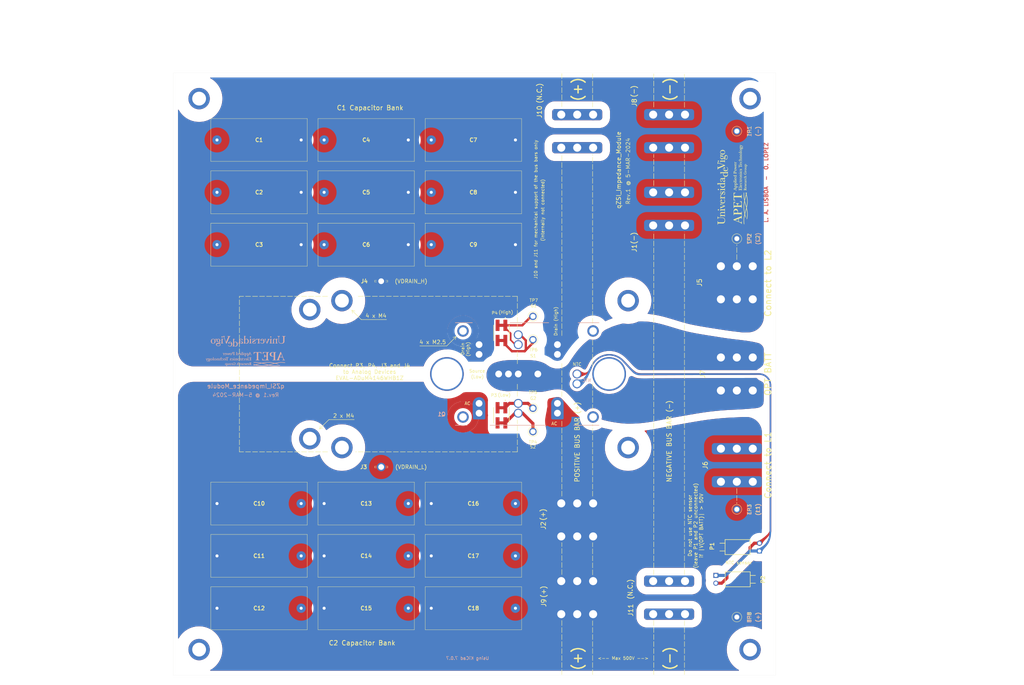
<source format=kicad_pcb>
(kicad_pcb (version 20240108) (generator "pcbnew") (generator_version "8.0")
  (layers (0 "F.Cu" signal) (31 "B.Cu" signal) (34 "B.Paste" user) (35 "F.Paste" user) (36 "B.SilkS" user "B.Silkscreen") (37 "F.SilkS" user "F.Silkscreen") (38 "B.Mask" user) (39 "F.Mask" user) (44 "Edge.Cuts" user))
  (net 0 "")
  (net 3 "/NTC1")
  (net 4 "/NTC2")
  (net 5 "/G1")
  (net 6 "/S1")
  (net 7 "/L2")
  (net 8 "/G2")
  (net 9 "/S2")
  (net 16 "/L1_AC")
  (net 21 "/BATT")
  (net 22 "/(+)BUS")
  (net 23 "/(-)BUS")
  (net 28 "unconnected-(J10-1-Pad1_1)")
  (net 29 "unconnected-(J11-1-Pad1_1)")
  (net 30 "unconnected-(J10-1-Pad1_4)")
  (net 31 "unconnected-(J11-1-Pad1_4)")
  (footprint "KiCad:Capacitor_KEMET_C4AQIBU4500M1YJ" (layer "F.Cu") (at 103.6406 158.51306 180)
    (property "Reference" "C14")
    (property "Value" "C4AQIBU4500M1YJ" (hide yes))
  )
  (footprint "KiCad:Capacitor_KEMET_C4AQIBU4500M1YJ" (layer "F.Cu") (at 68.6394 22.6325 180)
    (property "Reference" "C1")
    (property "Value" "C4AQIBU4500M1YJ" (hide yes))
  )
  (footprint "KiCad:Capacitor_KEMET_C4AQIBU4500M1YJ" (layer "F.Cu") (at 103.6406 22.6325 180)
    (property "Reference" "C4")
    (property "Value" "C4AQIBU4500M1YJ" (hide yes))
  )
  (footprint "KiCad:KEYSTONE_8196" (layer "F.Cu") (at 188.84519 172.1515)
    (property "Reference" "J11")
    (property "Value" "8196")
  )
  (footprint "KiCad:Capacitor_KEMET_C4AQIBU4500M1YJ" (layer "F.Cu") (at 103.6406 141.41306 180)
    (property "Reference" "C13")
    (property "Value" "C4AQIBU4500M1YJ" (hide yes))
  )
  (footprint "KiCad:Capacitor_KEMET_C4AQIBU4500M1YJ" (layer "F.Cu") (at 138.6418 141.41306 180)
    (property "Reference" "C16")
    (property "Value" "C4AQIBU4500M1YJ" (hide yes))
  )
  (footprint "KiCad:Capacitor_KEMET_C4AQIBU4500M1YJ" (layer "F.Cu") (at 138.6418 22.6325 180)
    (property "Reference" "C7")
    (property "Value" "C4AQIBU4500M1YJ" (hide yes))
  )
  (footprint "KiCad:Capacitor_KEMET_C4AQIBU4500M1YJ" (layer "F.Cu") (at 103.6406 39.7325 180)
    (property "Reference" "C5")
    (property "Value" "C4AQIBU4500M1YJ" (hide yes))
  )
  (footprint "KiCad:SAMTEC_TSM-102-01-SM-DV" (layer "F.Cu") (at 134.0739 85.6615)
    (property "Reference" "P4")
    (property "Value" "TSM-102-01-SM-DV")
  )
  (footprint "KiCad:Capacitor_KEMET_C4AQIBU4500M1YJ" (layer "F.Cu") (at 68.6394 141.41306 180)
    (property "Reference" "C10")
    (property "Value" "C4AQIBU4500M1YJ" (hide yes))
  )
  (footprint "KiCad:Capacitor_KEMET_C4AQIBU4500M1YJ" (layer "F.Cu") (at 68.6394 56.8325 180)
    (property "Reference" "C3")
    (property "Value" "C4AQIBU4500M1YJ" (hide yes))
  )
  (footprint "KiCad:Capacitor_KEMET_C4AQIBU4500M1YJ" (layer "F.Cu") (at 138.6418 39.7325 180)
    (property "Reference" "C8")
    (property "Value" "C4AQIBU4500M1YJ" (hide yes))
  )
  (footprint "KiCad:Capacitor_KEMET_C4AQIBU4500M1YJ" (layer "F.Cu") (at 103.6406 175.61306 180)
    (property "Reference" "C15")
    (property "Value" "C4AQIBU4500M1YJ" (hide yes))
  )
  (footprint "KiCad:Capacitor_KEMET_C4AQIBU4500M1YJ" (layer "F.Cu") (at 68.6394 158.51306 180)
    (property "Reference" "C11")
    (property "Value" "C4AQIBU4500M1YJ" (hide yes))
  )
  (footprint "KiCad:KEYSTONE_8196" (layer "F.Cu") (at 210.9724 128.890803 180)
    (property "Reference" "J6")
    (property "Value" "8196")
  )
  (footprint "KiCad:M4_Hole" (layer "F.Cu") (at 215.29681 9.12368)
    (property "Reference" "M4_8" (hide yes))
    (property "Value" "M4")
  )
  (footprint "KiCad:KEYSTONE_8196" (layer "F.Cu") (at 210.9724 99.0854)
    (property "Reference" "J7")
    (property "Value" "8196")
  )
  (footprint "KiCad:CAB016M12FM3_with_insert_pins_no_DC_dridge" (layer "F.Cu") (at 158.7603 102.2854 180)
    (property "Reference" "Q1")
    (property "Value" "CAB016M12FM3" (hide yes))
  )
  (footprint "KiCad:M4_Hole" (layer "F.Cu") (at 71.4629 78.0415)
    (property "Reference" "M4_2" (hide yes))
    (property "Value" "M4")
  )
  (footprint "KiCad:Capacitor_KEMET_C4AQIBU4500M1YJ" (layer "F.Cu") (at 138.6418 158.51306 180)
    (property "Reference" "C17")
    (property "Value" "C4AQIBU4500M1YJ" (hide yes))
  )
  (footprint "KiCad:M4_Hole" (layer "F.Cu") (at 175.46199 75.1235)
    (property "Reference" "M4_4" (hide yes))
    (property "Value" "M4")
  )
  (footprint "KiCad:Capacitor_KEMET_C4AQIBU4500M1YJ" (layer "F.Cu") (at 68.6394 175.61306 180)
    (property "Reference" "C12")
    (property "Value" "C4AQIBU4500M1YJ" (hide yes))
  )
  (footprint "KiCad:KEYSTONE_8196" (layer "F.Cu") (at 188.84519 45.15104)
    (property "Reference" "J1")
    (property "Value" "8196")
  )
  (footprint "KiCad:KEYSTONE_8196" (layer "F.Cu") (at 188.84519 19.7515)
    (property "Reference" "J8")
    (property "Value" "8196")
  )
  (footprint "KiCad:M4_Hole" (layer "F.Cu") (at 215.29681 189.12332)
    (property "Reference" "M4_9" (hide yes))
    (property "Value" "M4")
  )
  (footprint "KiCad:M4_Hole" (layer "F.Cu") (at 71.4629 120.2055)
    (property "Reference" "M4_1" (hide yes))
    (property "Value" "M4")
  )
  (footprint "KiCad:KEYSTONE_8196" (layer "F.Cu") (at 158.82239 146.7515)
    (property "Reference" "J2")
    (property "Value" "8196")
  )
  (footprint "KiCad:Connector_for_NTC_signal_22-05-3021" (layer "F.Cu") (at 215.3158 155.64104 90)
    (property "Reference" "P1")
    (property "Value" "22-05-3021" (hide yes))
  )
  (footprint "KiCad:Test_pin_KEYSTONE_5010 (red)" (layer "F.Cu") (at 210.9724 178.49596)
    (property "Reference" "TP8")
    (property "Value" "5010 (RED)")
  )
  (footprint "KiCad:Test_pin_KEYSTONE_5011" (layer "F.Cu") (at 144.3609 117.9056)
    (property "Reference" "TP4")
    (property "Value" "5011 (BLACK)")
  )
  (footprint "KiCad:Capacitor_KEMET_C4AQIBU4500M1YJ" (layer "F.Cu") (at 138.6418 175.61306 180)
    (property "Reference" "C18")
    (property "Value" "C4AQIBU4500M1YJ" (hide yes))
  )
  (footprint "KiCad:Test_pin_KEYSTONE_5011" (layer "F.Cu") (at 144.360211 87.8856)
    (property "Reference" "TP6")
    (property "Value" "5011 (BLACK)")
  )
  (footprint "KiCad:Test_pin_KEYSTONE_5286" (layer "F.Cu") (at 144.3609 110.2856)
    (property "Reference" "TP5")
    (property "Value" "Test point 5286 (green)")
  )
  (footprint "KiCad:M4_Hole" (layer "F.Cu") (at 35.29838 9.12368)
    (property "Reference" "M4_7" (hide yes))
    (property "Value" "M4")
  )
  (footprint "KiCad:Test_pin_KEYSTONE_5010 (red)" (layer "F.Cu") (at 210.9724 143.307803)
    (property "Reference" "TP3")
    (property "Value" "5010 (RED)")
  )
  (footprint "KiCad:Capacitor_KEMET_C4AQIBU4500M1YJ" (layer "F.Cu") (at 68.6394 39.7325 180)
    (property "Reference" "C2")
    (property "Value" "C4AQIBU4500M1YJ" (hide yes))
  )
  (footprint "KiCad:SAMTEC_TSM-102-01-SM-DV" (layer "F.Cu") (at 134.0739 112.5855)
    (property "Reference" "P3")
    (property "Value" "TSM-102-01-SM-DV")
  )
  (footprint "KiCad:M4_Hole" (layer "F.Cu") (at 81.96199 75.1235)
    (property "Reference" "M4_3" (hide yes))
    (property "Value" "M4")
  )
  (footprint "KiCad:KEYSTONE_8196" (layer "F.Cu") (at 158.82239 172.1515)
    (property "Reference" "J9")
    (property "Value" "8196")
  )
  (footprint "KiCad:KEYSTONE_8196" (layer "F.Cu") (at 210.9724 69.2815)
    (property "Reference" "J5")
    (property "Value" "8196")
  )
  (footprint "KiCad:Connector_for_NTC_signal_22-05-3021" (layer "F.Cu") (at 207.1751 166.16172 -90)
    (property "Reference" "P2")
    (property "Value" "22-05-3021" (hide yes))
  )
  (footprint "KiCad:Test_pin_KEYSTONE_5011" (layer "F.Cu") (at 210.9724 19.7515)
    (property "Reference" "TP1")
    (property "Value" "5011 (BLACK)")
  )
  (footprint "KiCad:Test_pin_KEYSTONE_5010 (red)" (layer "F.Cu") (at 210.9724 54.8645)
    (property "Reference" "TP2")
    (property "Value" "5010 (RED)")
  )
  (footprint "KiCad:TE_CONNECTIVITY_7351872" (layer "F.Cu") (at 94.7801 129.47015)
    (property "Reference" "J3")
    (property "Value" "735187-2" (hide yes))
  )
  (footprint "KiCad:KEYSTONE_8196" (layer "F.Cu") (at 158.82239 19.7515)
    (property "Reference" "J10")
    (property "Value" "8196")
  )
  (footprint "KiCad:Test_pin_KEYSTONE_5287" (layer "F.Cu") (at 144.3609 80.2656)
    (property "Reference" "TP7")
    (property "Value" "5287 (blue)")
  )
  (footprint "KiCad:M4_Hole" (layer "F.Cu") (at 175.46199 123.1235)
    (property "Reference" "M4_6" (hide yes))
    (property "Value" "M4")
  )
  (footprint "KiCad:M4_Hole" (layer "F.Cu") (at 81.96199 123.1235)
    (property "Reference" "M4_5" (hide yes))
    (property "Value" "M4")
  )
  (footprint "KiCad:M4_Hole" (layer "F.Cu") (at 35.29838 189.12332)
    (property "Reference" "M4_10" (hide yes))
    (property "Value" "M4")
  )
  (footprint "KiCad:Capacitor_KEMET_C4AQIBU4500M1YJ" (layer "F.Cu") (at 138.6418 56.8325 180)
    (property "Reference" "C9")
    (property "Value" "C4AQIBU4500M1YJ" (hide yes))
  )
  (footprint "KiCad:Capacitor_KEMET_C4AQIBU4500M1YJ" (layer "F.Cu") (at 103.6406 56.8325 180)
    (property "Reference" "C6")
    (property "Value" "C4AQIBU4500M1YJ" (hide yes))
  )
  (footprint "KiCad:TE_CONNECTIVITY_7351872" (layer "F.Cu") (at 94.7801 68.77558)
    (property "Reference" "J4")
    (property "Value" "735187-2" (hide yes))
  )
  (gr_poly (pts (xy 46.05632 93.996345) (xy 46.04157 93.996892) (xy 46.027134 93.997957) (xy 46.013065 93.999527) (xy 45.999413 94.001589) (xy 45.98623 94.004129) (xy 45.973568 94.007134) (xy 45.961477 94.01059) (xy 45.95001 94.014484) (xy 45.939218 94.018803) (xy 45.929152 94.023533) (xy 45.919863 94.028661) (xy 45.911404 94.034173) (xy 45.903826 94.040055) (xy 45.897179 94.046295) (xy 45.891516 94.052879) (xy 45.886889 94.059794) (xy 45.883347 94.067025) (xy 45.880944 94.07456) (xy 45.87973 94.082386) (xy 45.879757 94.090488) (xy 45.881077 94.098853) (xy 45.88374 94.107469) (xy 45.885652 94.112019) (xy 45.887758 94.11622) (xy 45.890046 94.120074) (xy 45.89251 94.123582) (xy 45.89514 94.126746) (xy 45.897927 94.129566) (xy 45.900863 94.132046) (xy 45.903938 94.134186) (xy 45.907144 94.135988) (xy 45.910472 94.137453) (xy 45.913913 94.138583) (xy 45.917458 94.13938) (xy 45.921098 94.139845) (xy 45.924825 94.139979) (xy 45.928629 94.139785) (xy 45.932503 94.139263) (xy 45.936436 94.138416) (xy 45.940421 94.137244) (xy 45.944447 94.13575) (xy 45.948508 94.133935) (xy 45.952593 94.1318) (xy 45.956693 94.129347) (xy 45.960801 94.126578) (xy 45.964907 94.123494) (xy 45.969002 94.120097) (xy 45.973078 94.116388) (xy 45.977125 94.112368) (xy 45.981135 94.10804) (xy 45.985099 94.103405) (xy 45.989008 94.098464) (xy 45.992853 94.09322) (xy 45.996625 94.087673) (xy 46.000434 94.082204) (xy 46.004496 94.077024) (xy 46.008799 94.072133) (xy 46.013331 94.067534) (xy 46.018078 94.063229) (xy 46.02303 94.059218) (xy 46.028173 94.055504) (xy 46.033494 94.052088) (xy 46.038981 94.048972) (xy 46.044621 94.046157) (xy 46.050403 94.043645) (xy 46.056313 94.041437) (xy 46.062339 94.039536) (xy 46.068468 94.037942) (xy 46.074688 94.036658) (xy 46.080987 94.035685) (xy 46.087351 94.035025) (xy 46.093769 94.034678) (xy 46.100227 94.034648) (xy 46.106714 94.034935) (xy 46.113217 94.035541) (xy 46.119722 94.036468) (xy 46.126219 94.037717) (xy 46.132693 94.03929) (xy 46.139134 94.041189) (xy 46.145527 94.043415) (xy 46.151861 94.04597) (xy 46.158123 94.048855) (xy 46.164301 94.052072) (xy 46.170382 94.055622) (xy 46.176353 94.059508) (xy 46.182202 94.063731) (xy 46.190754 94.070784) (xy 46.19897 94.078676) (xy 46.206842 94.087364) (xy 46.214365 94.096807) (xy 46.228331 94.117784) (xy 46.240811 94.141267) (xy 46.251749 94.166913) (xy 46.261087 94.194384) (xy 46.268769 94.223336) (xy 46.274738 94.253431) (xy 46.278936 94.284326) (xy 46.281308 94.315682) (xy 46.281797 94.347156) (xy 46.280344 94.378409) (xy 46.276895 94.409099) (xy 46.271392 94.438886) (xy 46.263777 94.467429) (xy 46.253995 94.494387) (xy 46.248937 94.505701) (xy 46.243454 94.516474) (xy 46.237558 94.526701) (xy 46.231262 94.536381) (xy 46.224581 94.545509) (xy 46.217527 94.554082) (xy 46.210114 94.562096) (xy 46.202355 94.56955) (xy 46.194263 94.576438) (xy 46.185853 94.582758) (xy 46.177136 94.588506) (xy 46.168128 94.593679) (xy 46.15884 94.598274) (xy 46.149287 94.602288) (xy 46.139481 94.605716) (xy 46.129437 94.608556) (xy 46.119167 94.610804) (xy 46.108684 94.612457) (xy 46.098003 94.613512) (xy 46.087137 94.613965) (xy 46.076099 94.613813) (xy 46.064902 94.613052) (xy 46.053559 94.61168) (xy 46.042085 94.609692) (xy 46.030492 94.607086) (xy 46.018794 94.603859) (xy 46.007004 94.600005) (xy 45.995136 94.595524) (xy 45.983202 94.59041) (xy 45.971217 94.584661) (xy 45.959193 94.578274) (xy 45.947145 94.571245) (xy 45.94006 94.567064) (xy 45.933057 94.563186) (xy 45.926178 94.559625) (xy 45.919464 94.556392) (xy 45.912956 94.553499) (xy 45.906695 94.55096) (xy 45.900723 94.548785) (xy 45.895081 94.546988) (xy 45.889809 94.545581) (xy 45.88495 94.544575) (xy 45.882688 94.544227) (xy 45.880544 94.543984) (xy 45.878524 94.543847) (xy 45.876633 94.543819) (xy 45.874875 94.5439) (xy 45.873257 94.544093) (xy 45.871783 94.544398) (xy 45.870459 94.544817) (xy 45.869289 94.545353) (xy 45.868279 94.546005) (xy 45.867433 94.546777) (xy 45.866758 94.547669) (xy 45.866292 94.548676) (xy 45.866068 94.549791) (xy 45.86608 94.551009) (xy 45.866324 94.552325) (xy 45.866795 94.553737) (xy 45.867487 94.555239) (xy 45.869514 94.558497) (xy 45.872366 94.562068) (xy 45.876002 94.565918) (xy 45.88038 94.570015) (xy 45.88546 94.574323) (xy 45.8912 94.578812) (xy 45.897561 94.583446) (xy 45.904501 94.588194) (xy 45.911979 94.593022) (xy 45.919954 94.597896) (xy 45.928386 94.602784) (xy 45.937234 94.607652) (xy 45.946456 94.612467) (xy 45.946456 94.612472) (xy 45.967705 94.622277) (xy 45.989896 94.63063) (xy 46.012855 94.637538) (xy 46.036407 94.643007) (xy 46.060378 94.647044) (xy 46.084596 94.649655) (xy 46.108887 94.650848) (xy 46.133075 94.650628) (xy 46.156988 94.649003) (xy 46.180452 94.645979) (xy 46.203292 94.641563) (xy 46.225336 94.635761) (xy 46.246408 94.62858) (xy 46.266336 94.620027) (xy 46.284946 94.610109) (xy 46.293702 94.60464) (xy 46.302063 94.598832) (xy 46.320788 94.584044) (xy 46.337997 94.568293) (xy 46.353704 94.551654) (xy 46.367921 94.534202) (xy 46.380658 94.516013) (xy 46.391929 94.497163) (xy 46.401745 94.477727) (xy 46.410119 94.45778) (xy 46.417063 94.437398) (xy 46.422588 94.416657) (xy 46.426707 94.395633) (xy 46.429432 94.3744) (xy 46.430776 94.353034) (xy 46.430749 94.331612) (xy 46.429364 94.310207) (xy 46.426634 94.288897) (xy 46.42257 94.267756) (xy 46.417185 94.246861) (xy 46.41049 94.226285) (xy 46.402498 94.206106) (xy 46.393221 94.186399) (xy 46.38267 94.167239) (xy 46.370858 94.148702) (xy 46.357798 94.130863) (xy 46.3435 94.113798) (xy 46.327978 94.097582) (xy 46.311243 94.082292) (xy 46.293308 94.068001) (xy 46.274183 94.054787) (xy 46.253883 94.042725) (xy 46.232418 94.03189) (xy 46.209801 94.022357) (xy 46.194735 94.016979) (xy 46.17947 94.012254) (xy 46.164056 94.008168) (xy 46.148544 94.004709) (xy 46.132987 94.001862) (xy 46.117436 93.999614) (xy 46.101943 93.997952) (xy 46.086558 93.996862) (xy 46.071333 93.996331)) (stroke (width 0.022489)) (fill solid) (layer "B.SilkS"))
  (gr_poly (pts (xy 45.588023 93.989562) (xy 45.576564 93.990311) (xy 45.565254 93.991825) (xy 45.554137 93.994127) (xy 45.54326 93.997238) (xy 45.532667 94.001183) (xy 45.522403 94.005984) (xy 45.512513 94.011664) (xy 45.508754 94.01387) (xy 45.504965 94.015756) (xy 45.501154 94.017321) (xy 45.49733 94.018566) (xy 45.493501 94.019492) (xy 45.491587 94.019836) (xy 45.489675 94.020099) (xy 45.487767 94.020283) (xy 45.485862 94.020387) (xy 45.483963 94.020412) (xy 45.48207 94.020357) (xy 45.480184 94.020223) (xy 45.478306 94.020009) (xy 45.476438 94.019716) (xy 45.474581 94.019344) (xy 45.472735 94.018892) (xy 45.470901 94.018362) (xy 45.469082 94.017752) (xy 45.467277 94.017063) (xy 45.465487 94.016295) (xy 45.463715 94.015448) (xy 45.461961 94.014522) (xy 45.460225 94.013517) (xy 45.456816 94.011271) (xy 45.453495 94.008709) (xy 45.449604 94.005732) (xy 45.446072 94.003596) (xy 45.442883 94.002342) (xy 45.441412 94.002059) (xy 45.440023 94.002012) (xy 45.438711 94.002205) (xy 45.437476 94.002645) (xy 45.436316 94.003337) (xy 45.435229 94.004285) (xy 45.434213 94.005494) (xy 45.433266 94.006971) (xy 45.431573 94.010745) (xy 45.430134 94.015648) (xy 45.428935 94.021722) (xy 45.427962 94.029007) (xy 45.427198 94.037545) (xy 45.42663 94.047377) (xy 45.426243 94.058544) (xy 45.42595 94.085048) (xy 45.426126 94.104975) (xy 45.42663 94.123566) (xy 45.426994 94.132232) (xy 45.427426 94.140412) (xy 45.427923 94.148055) (xy 45.428479 94.155109) (xy 45.429091 94.161523) (xy 45.429754 94.167247) (xy 45.430464 94.17223) (xy 45.431216 94.176421) (xy 45.432005 94.17977) (xy 45.432828 94.182224) (xy 45.433251 94.1831) (xy 45.43368 94.183734) (xy 45.434115 94.184119) (xy 45.434556 94.184249) (xy 45.435663 94.183859) (xy 45.43719 94.182716) (xy 45.43911 94.180857) (xy 45.441396 94.178322) (xy 45.446957 94.171375) (xy 45.453655 94.162184) (xy 45.461274 94.151056) (xy 45.469597 94.1383) (xy 45.478406 94.124224) (xy 45.487484 94.109135) (xy 45.491917 94.101921) (xy 45.496497 94.095047) (xy 45.501216 94.088515) (xy 45.506064 94.082328) (xy 45.511033 94.076488) (xy 45.516112 94.070999) (xy 45.521294 94.065863) (xy 45.52657 94.061082) (xy 45.531929 94.056659) (xy 45.537364 94.052597) (xy 45.542865 94.048898) (xy 45.548423 94.045565) (xy 45.55403 94.042601) (xy 45.559675 94.040008) (xy 45.565351 94.037788) (xy 45.571048 94.035945) (xy 45.576757 94.034481) (xy 45.58247 94.033398) (xy 45.588176 94.0327) (xy 45.593867 94.032388) (xy 45.599535 94.032466) (xy 45.605169 94.032936) (xy 45.610762 94.033801) (xy 45.616303 94.035063) (xy 45.621785 94.036725) (xy 45.627197 94.03879) (xy 45.632532 94.041259) (xy 45.637779 94.044136) (xy 45.642931 94.047424) (xy 45.647977 94.051125) (xy 45.652909 94.055241) (xy 45.657719 94.059776) (xy 45.662295 94.064577) (xy 45.66643 94.069385) (xy 45.670121 94.074201) (xy 45.673369 94.079027) (xy 45.676173 94.083863) (xy 45.678532 94.08871) (xy 45.680447 94.093571) (xy 45.681916 94.098444) (xy 45.68294 94.103333) (xy 45.683516 94.108237) (xy 45.683646 94.113159) (xy 45.683329 94.118098) (xy 45.682563 94.123056) (xy 45.681349 94.128035) (xy 45.679686 94.133034) (xy 45.677574 94.138057) (xy 45.675012 94.143102) (xy 45.671999 94.148172) (xy 45.668535 94.153268) (xy 45.66462 94.15839) (xy 45.660253 94.16354) (xy 45.655433 94.168719) (xy 45.65016 94.173928) (xy 45.644434 94.179168) (xy 45.638254 94.18444) (xy 45.631619 94.189745) (xy 45.616984 94.200459) (xy 45.600525 94.211319) (xy 45.582239 94.222334) (xy 45.555322 94.238296) (xy 45.53018 94.254058) (xy 45.506807 94.269626) (xy 45.485197 94.285004) (xy 45.465346 94.3002) (xy 45.447248 94.315217) (xy 45.430898 94.330062) (xy 45.416291 94.34474) (xy 45.409639 94.352018) (xy 45.403422 94.359256) (xy 45.397637 94.366456) (xy 45.392285 94.373617) (xy 45.387365 94.38074) (xy 45.382876 94.387826) (xy 45.378818 94.394877) (xy 45.375189 94.401891) (xy 45.37199 94.408871) (xy 45.36922 94.415817) (xy 45.366877 94.422729) (xy 45.364962 94.429608) (xy 45.363474 94.436455) (xy 45.362411 94.443271) (xy 45.361774 94.450055) (xy 45.361562 94.45681) (xy 45.361711 94.463675) (xy 45.362154 94.470567) (xy 45.362883 94.477475) (xy 45.363891 94.484388) (xy 45.365171 94.491295) (xy 45.366716 94.498185) (xy 45.368519 94.505047) (xy 45.370573 94.511869) (xy 45.37287 94.518641) (xy 45.375404 94.525352) (xy 45.378167 94.531991) (xy 45.381152 94.538546) (xy 45.384352 94.545007) (xy 45.38776 94.551362) (xy 45.391368 94.5576) (xy 45.395171 94.563711) (xy 45.39916 94.569683) (xy 45.403328 94.575506) (xy 45.407669 94.581167) (xy 45.412174 94.586657) (xy 45.416838 94.591964) (xy 45.421653 94.597076) (xy 45.426611 94.601984) (xy 45.431706 94.606676) (xy 45.43693 94.61114) (xy 45.442277 94.615366) (xy 45.447739 94.619343) (xy 45.453309 94.62306) (xy 45.45898 94.626505) (xy 45.464744 94.629668) (xy 45.470596 94.632537) (xy 45.476527 94.635102) (xy 45.476528 94.635103) (xy 45.47653 94.635105) (xy 45.476531 94.635106) (xy 45.476532 94.635107) (xy 45.476533 94.635108) (xy 45.476534 94.635109) (xy 45.476536 94.63511) (xy 45.489545 94.639957) (xy 45.502726 94.644079) (xy 45.516047 94.647476) (xy 45.529474 94.650151) (xy 45.542974 94.652104) (xy 45.556514 94.653338) (xy 45.570062 94.653852) (xy 45.583584 94.65365) (xy 45.597046 94.652731) (xy 45.610417 94.651098) (xy 45.623662 94.648752) (xy 45.63675 94.645694) (xy 45.649646 94.641925) (xy 45.662318 94.637448) (xy 45.674733 94.632263) (xy 45.686857 94.626371) (xy 45.694371 94.622565) (xy 45.70146 94.619222) (xy 45.708144 94.616339) (xy 45.714444 94.613915) (xy 45.717456 94.612874) (xy 45.720379 94.611948) (xy 45.723217 94.611136) (xy 45.72597 94.610437) (xy 45.728643 94.609852) (xy 45.731237 94.609381) (xy 45.733754 94.609022) (xy 45.736199 94.608777) (xy 45.738572 94.608644) (xy 45.740876 94.608624) (xy 45.743114 94.608717) (xy 45.745289 94.608921) (xy 45.747403 94.609238) (xy 45.749457 94.609666) (xy 45.751456 94.610206) (xy 45.753402 94.610858) (xy 45.755296 94.61162) (xy 45.757141 94.612494) (xy 45.758941 94.613479) (xy 45.760697 94.614574) (xy 45.762411 94.615779) (xy 45.764088 94.617095) (xy 45.765728 94.618521) (xy 45.767334 94.620057) (xy 45.770391 94.622771) (xy 45.773208 94.624543) (xy 45.774529 94.625069) (xy 45.775792 94.625352) (xy 45.776999 94.625388) (xy 45.778149 94.625177) (xy 45.779244 94.624714) (xy 45.780283 94.623999) (xy 45.781269 94.623027) (xy 45.782202 94.621797) (xy 45.78391 94.618552) (xy 45.785414 94.614243) (xy 45.78672 94.60885) (xy 45.787832 94.602353) (xy 45.788757 94.594733) (xy 45.789501 94.585968) (xy 45.79007 94.576038) (xy 45.790469 94.564925) (xy 45.790781 94.539064) (xy 45.79066 94.52018) (xy 45.790273 94.503658) (xy 45.789589 94.489481) (xy 45.788575 94.477632) (xy 45.787935 94.472575) (xy 45.7872 94.468092) (xy 45.786366 94.464183) (xy 45.78543 94.460844) (xy 45.784388 94.458074) (xy 45.783235 94.45587) (xy 45.781968 94.45423) (xy 45.780581 94.453152) (xy 45.779073 94.452633) (xy 45.777437 94.452672) (xy 45.775671 94.453266) (xy 45.77377 94.454413) (xy 45.771731 94.45611) (xy 45.769548 94.458357) (xy 45.767219 94.461149) (xy 45.764739 94.464485) (xy 45.759311 94.472781) (xy 45.753231 94.483227) (xy 45.746467 94.495804) (xy 45.738987 94.510496) (xy 45.73306 94.521324) (xy 45.726416 94.531539) (xy 45.719113 94.541138) (xy 45.711205 94.550115) (xy 45.702749 94.558467) (xy 45.693802 94.566188) (xy 45.684419 94.573276) (xy 45.674657 94.579724) (xy 45.664571 94.585529) (xy 45.654219 94.590686) (xy 45.643655 94.595191) (xy 45.632937 94.59904) (xy 45.622121 94.602228) (xy 45.611262 94.60475) (xy 45.600417 94.606603) (xy 45.589642 94.607782) (xy 45.578993 94.608282) (xy 45.568526 94.608099) (xy 45.558298 94.607229) (xy 45.548364 94.605667) (xy 45.538782 94.603409) (xy 45.529606 94.600451) (xy 45.520893 94.596788) (xy 45.5127 94.592415) (xy 45.505082 94.587329) (xy 45.498096 94.581524) (xy 45.491798 94.574997) (xy 45.486244 94.567743) (xy 45.48149 94.559758) (xy 45.477592 94.551037) (xy 45.474607 94.541576) (xy 45.47259 94.53137) (xy 45.471322 94.519665) (xy 45.471042 94.508619) (xy 45.471857 94.498114) (xy 45.473873 94.488033) (xy 45.475365 94.483115) (xy 45.477198 94.478258) (xy 45.479384 94.473449) (xy 45.481937 94.468672) (xy 45.488198 94.459158) (xy 45.496087 94.449597) (xy 45.505712 94.439872) (xy 45.517178 94.429866) (xy 45.530593 94.419462) (xy 45.546063 94.408541) (xy 45.563695 94.396986) (xy 45.583596 94.38468) (xy 45.605871 94.371505) (xy 45.630629 94.357344) (xy 45.652835 94.344499) (xy 45.673065 94.332107) (xy 45.691394 94.320073) (xy 45.707896 94.308299) (xy 45.722647 94.296692) (xy 45.735722 94.285154) (xy 45.741654 94.279381) (xy 45.747196 94.273589) (xy 45.752356 94.267767) (xy 45.757143 94.261903) (xy 45.761568 94.255983) (xy 45.76564 94.249998) (xy 45.769367 94.243933) (xy 45.77276 94.237779) (xy 45.775828 94.231521) (xy 45.778579 94.225149) (xy 45.781024 94.218651) (xy 45.783172 94.212014) (xy 45.785032 94.205227) (xy 45.786614 94.198277) (xy 45.787926 94.191153) (xy 45.788979 94.183842) (xy 45.790343 94.168613) (xy 45.790781 94.152494) (xy 45.790276 94.141554) (xy 45.788792 94.130807) (xy 45.786372 94.120276) (xy 45.783063 94.109985) (xy 45.778909 94.099955) (xy 45.773956 94.09021) (xy 45.768249 94.080773) (xy 45.761833 94.071667) (xy 45.754753 94.062914) (xy 45.747054 94.054537) (xy 45.738782 94.046559) (xy 45.729981 94.039003) (xy 45.720697 94.031891) (xy 45.710975 94.025248) (xy 45.700859 94.019094) (xy 45.690396 94.013454) (xy 45.67963 94.00835) (xy 45.668607 94.003805) (xy 45.657371 93.999842) (xy 45.645968 93.996484) (xy 45.634443 93.993753) (xy 45.62284 93.991673) (xy 45.611206 93.990265) (xy 45.599585 93.989554)) (stroke (width 0.022489)) (fill solid) (layer "B.SilkS"))
  (gr_poly (pts (xy 37.558527 94.012552) (xy 37.543775 94.012774) (xy 37.531294 94.013173) (xy 37.525876 94.013454) (xy 37.52099 94.013798) (xy 37.516624 94.014211) (xy 37.512766 94.0147) (xy 37.509405 94.01527) (xy 37.506528 94.015928) (xy 37.504124 94.016681) (xy 37.50218 94.017534) (xy 37.500685 94.018494) (xy 37.500102 94.019016) (xy 37.499627 94.019567) (xy 37.499258 94.020148) (xy 37.498994 94.02076) (xy 37.498833 94.021403) (xy 37.498774 94.022078) (xy 37.498815 94.022786) (xy 37.498954 94.023528) (xy 37.499524 94.025117) (xy 37.500471 94.02685) (xy 37.501784 94.028734) (xy 37.503449 94.030775) (xy 37.505457 94.03298) (xy 37.507793 94.035354) (xy 37.510448 94.037904) (xy 37.516661 94.043558) (xy 37.524002 94.049991) (xy 37.528991 94.056043) (xy 37.535031 94.066295) (xy 37.550189 94.09844) (xy 37.569327 94.144512) (xy 37.592297 94.202595) (xy 37.649138 94.347139) (xy 37.682712 94.429771) (xy 37.719525 94.516757) (xy 37.757598 94.603743) (xy 37.794455 94.686376) (xy 37.829193 94.76274) (xy 37.860911 94.830921) (xy 37.888705 94.889005) (xy 37.911673 94.935076) (xy 37.928914 94.967222) (xy 37.935104 94.977474) (xy 37.939524 94.983526) (xy 37.943125 94.987407) (xy 37.946948 94.991276) (xy 37.951015 94.995091) (xy 37.955348 94.998812) (xy 37.959969 95.002396) (xy 37.9649 95.005804) (xy 37.970163 95.008993) (xy 37.97578 95.011923) (xy 37.981773 95.014552) (xy 37.988164 95.016839) (xy 37.994975 95.018744) (xy 38.002227 95.020224) (xy 38.009944 95.02124) (xy 38.018147 95.021749) (xy 38.026857 95.02171) (xy 38.036098 95.021082) (xy 38.040201 95.020455) (xy 38.04397 95.019427) (xy 38.04741 95.018023) (xy 38.050523 95.016268) (xy 38.053315 95.014186) (xy 38.05579 95.011802) (xy 38.05795 95.00914) (xy 38.059801 95.006226) (xy 38.061346 95.003083) (xy 38.062588 94.999737) (xy 38.063533 94.996211) (xy 38.064184 94.992531) (xy 38.064544 94.988721) (xy 38.064619 94.984805) (xy 38.064411 94.980809) (xy 38.063925 94.976756) (xy 38.063165 94.972672) (xy 38.062134 94.968581) (xy 38.060837 94.964508) (xy 38.059277 94.960477) (xy 38.057459 94.956512) (xy 38.055387 94.952639) (xy 38.053064 94.948882) (xy 38.050494 94.945266) (xy 38.047682 94.941814) (xy 38.044631 94.938553) (xy 38.041345 94.935505) (xy 38.037828 94.932697) (xy 38.034085 94.930152) (xy 38.030119 94.927896) (xy 38.025933 94.925952) (xy 38.021533 94.924345) (xy 38.016516 94.922182) (xy 38.011019 94.918754) (xy 38.005084 94.914117) (xy 37.998752 94.908326) (xy 37.992064 94.901437) (xy 37.985061 94.893506) (xy 37.977786 94.884589) (xy 37.970278 94.874741) (xy 37.962579 94.864019) (xy 37.95473 94.852477) (xy 37.946773 94.840173) (xy 37.93875 94.827162) (xy 37.9307 94.813499) (xy 37.922666 94.79924) (xy 37.914688 94.784442) (xy 37.906808 94.76916) (xy 37.835528 94.62776) (xy 37.951643 94.357654) (xy 37.972645 94.309269) (xy 37.992393 94.26475) (xy 38.010872 94.224119) (xy 38.028068 94.1874) (xy 38.043968 94.154614) (xy 38.058557 94.125786) (xy 38.071823 94.100939) (xy 38.08375 94.080095) (xy 38.086703 94.075286) (xy 38.089906 94.070319) (xy 38.093311 94.065251) (xy 38.096869 94.060142) (xy 38.100533 94.05505) (xy 38.104255 94.050036) (xy 38.107987 94.045158) (xy 38.11168 94.040476) (xy 38.115287 94.036048) (xy 38.11876 94.031934) (xy 38.122051 94.028192) (xy 38.125112 94.024882) (xy 38.127895 94.022064) (xy 38.130352 94.019795) (xy 38.132435 94.018136) (xy 38.133322 94.017553) (xy 38.134097 94.017145) (xy 38.137827 94.014539) (xy 38.132223 94.014368) (xy 38.126318 94.014409) (xy 38.120201 94.014596) (xy 38.113961 94.014866) (xy 38.101472 94.015404) (xy 38.095403 94.015544) (xy 38.089568 94.015514) (xy 38.066658 94.014996) (xy 38.055103 94.014794) (xy 38.043501 94.014661) (xy 38.008499 94.014371) (xy 37.977472 94.014223) (xy 37.950263 94.014242) (xy 37.926712 94.014452) (xy 37.906662 94.014875) (xy 37.897901 94.015175) (xy 37.889955 94.015537) (xy 37.882805 94.015964) (xy 37.87643 94.01646) (xy 37.870813 94.017027) (xy 37.865931 94.017669) (xy 37.861766 94.018388) (xy 37.858298 94.019187) (xy 37.855507 94.02007) (xy 37.853374 94.021039) (xy 37.852547 94.021557) (xy 37.851877 94.022098) (xy 37.851362 94.022662) (xy 37.850998 94.023249) (xy 37.850784 94.02386) (xy 37.850717 94.024495) (xy 37.850794 94.025154) (xy 37.851014 94.025839) (xy 37.851373 94.026549) (xy 37.851869 94.027285) (xy 37.853262 94.028834) (xy 37.855173 94.030491) (xy 37.857584 94.032258) (xy 37.860473 94.034138) (xy 37.863821 94.036135) (xy 37.871815 94.040488) (xy 37.883137 94.04671) (xy 37.892857 94.052955) (xy 37.900943 94.059538) (xy 37.90736 94.066773) (xy 37.909932 94.070733) (xy 37.912074 94.074975) (xy 37.913783 94.079536) (xy 37.915052 94.084458) (xy 37.91588 94.089779) (xy 37.916261 94.095538) (xy 37.915665 94.10853) (xy 37.913231 94.123747) (xy 37.908926 94.141505) (xy 37.902716 94.162119) (xy 37.894567 94.185903) (xy 37.884444 94.213172) (xy 37.872315 94.244241) (xy 37.841901 94.319037) (xy 37.772984 94.486148) (xy 37.706378 94.319037) (xy 37.674652 94.239234) (xy 37.662042 94.206965) (xy 37.651511 94.17922) (xy 37.647005 94.166912) (xy 37.642993 94.155577) (xy 37.639467 94.145161) (xy 37.63642 94.135611) (xy 37.633841 94.126876) (xy 37.631724 94.118901) (xy 37.63006 94.111635) (xy 37.628839 94.105023) (xy 37.628055 94.099015) (xy 37.627698 94.093555) (xy 37.62776 94.088592) (xy 37.627946 94.086281) (xy 37.628233 94.084073) (xy 37.628621 94.081964) (xy 37.629108 94.079945) (xy 37.629694 94.078011) (xy 37.630378 94.076155) (xy 37.631157 94.07437) (xy 37.632032 94.07265) (xy 37.633001 94.070988) (xy 37.634064 94.069377) (xy 37.636464 94.066284) (xy 37.639225 94.063317) (xy 37.642337 94.060424) (xy 37.645793 94.057551) (xy 37.649584 94.054647) (xy 37.653702 94.051657) (xy 37.662885 94.045212) (xy 37.677207 94.034883) (xy 37.682475 94.030649) (xy 37.68637 94.026982) (xy 37.688806 94.023841) (xy 37.689451 94.022456) (xy 37.689699 94.021186) (xy 37.689541 94.020028) (xy 37.688966 94.018977) (xy 37.687962 94.018026) (xy 37.68652 94.017171) (xy 37.68463 94.016408) (xy 37.68228 94.01573) (xy 37.676159 94.014613) (xy 37.668073 94.013778) (xy 37.657939 94.013186) (xy 37.631187 94.012568) (xy 37.595228 94.012434)) (stroke (width 0.022489)) (fill solid) (layer "B.SilkS"))
  (gr_poly (pts (xy 59.764307 91.965045) (xy 59.510543 91.96626) (xy 59.404911 91.967374) (xy 59.311857 91.968994) (xy 59.230189 91.97125) (xy 59.158715 91.974268) (xy 59.096243 91.978177) (xy 59.041583 91.983103) (xy 58.993541 91.989175) (xy 58.97163 91.992681) (xy 58.950927 91.996521) (xy 58.931283 92.000711) (xy 58.912548 92.005267) (xy 58.894575 92.010205) (xy 58.877213 92.015541) (xy 58.84373 92.027472) (xy 58.810907 92.041186) (xy 58.777553 92.056812) (xy 58.742475 92.074476) (xy 58.723552 92.085058) (xy 58.703596 92.097756) (xy 58.682838 92.112342) (xy 58.661509 92.128588) (xy 58.639838 92.146266) (xy 58.618057 92.165146) (xy 58.596395 92.185) (xy 58.575083 92.2056) (xy 58.554351 92.226716) (xy 58.53443 92.248121) (xy 58.515549 92.269586) (xy 58.49794 92.290882) (xy 58.481832 92.311781) (xy 58.467457 92.332054) (xy 58.455043 92.351472) (xy 58.444822 92.369808) (xy 58.434008 92.393186) (xy 58.424312 92.418631) (xy 58.41575 92.445903) (xy 58.408337 92.47476) (xy 58.402088 92.504958) (xy 58.397018 92.536258) (xy 58.393142 92.568417) (xy 58.390475 92.601193) (xy 58.389032 92.634345) (xy 58.388829 92.66763) (xy 58.38988 92.700808) (xy 58.3922 92.733636) (xy 58.395805 92.765872) (xy 58.40071 92.797275) (xy 58.406929 92.827602) (xy 58.414478 92.856613) (xy 58.428467 92.899919) (xy 58.444661 92.941023) (xy 58.463151 92.980006) (xy 58.48403 93.016948) (xy 58.507388 93.05193) (xy 58.533317 93.085032) (xy 58.561909 93.116335) (xy 58.593255 93.145918) (xy 58.627448 93.173863) (xy 58.664577 93.200249) (xy 58.704736 93.225157) (xy 58.748015 93.248668) (xy 58.794507 93.270861) (xy 58.844302 93.291817) (xy 58.897492 93.311617) (xy 58.95417 93.33034) (xy 58.998697 93.343357) (xy 59.041737 93.353862) (xy 59.085665 93.362109) (xy 59.13286 93.368348) (xy 59.185696 93.372833) (xy 59.246552 93.375816) (xy 59.317805 93.377548) (xy 59.401831 93.378283) (xy 59.69927 93.379502) (xy 59.68973 93.862364) (xy 59.687041 93.978623) (xy 59.683844 94.08032) (xy 59.680118 94.167762) (xy 59.675842 94.241257) (xy 59.670995 94.301109) (xy 59.668351 94.326015) (xy 59.665556 94.347626) (xy 59.662608 94.365979) (xy 59.659504 94.381113) (xy 59.656242 94.393067) (xy 59.652818 94.401878) (xy 59.645809 94.414967) (xy 59.63782 94.427183) (xy 59.62879 94.438553) (xy 59.618658 94.449106) (xy 59.607363 94.458869) (xy 59.594843 94.467871) (xy 59.581036 94.476139) (xy 59.565881 94.483702) (xy 59.549317 94.490588) (xy 59.531282 94.496824) (xy 59.511715 94.502439) (xy 59.490554 94.50746) (xy 59.467738 94.511916) (xy 59.443206 94.515834) (xy 59.416895 94.519243) (xy 59.388745 94.52217) (xy 59.37151 94.523862) (xy 59.355829 94.525612) (xy 59.341643 94.527444) (xy 59.33509 94.528398) (xy 59.328889 94.529381) (xy 59.32303 94.530396) (xy 59.317507 94.531446) (xy 59.312311 94.532533) (xy 59.307435 94.533662) (xy 59.302872 94.534834) (xy 59.298613 94.536053) (xy 59.294651 94.537322) (xy 59.290979 94.538643) (xy 59.287589 94.540019) (xy 59.284472 94.541454) (xy 59.281622 94.54295) (xy 59.279031 94.54451) (xy 59.276692 94.546137) (xy 59.274595 94.547834) (xy 59.272735 94.549604) (xy 59.271103 94.55145) (xy 59.269692 94.553374) (xy 59.268493 94.555381) (xy 59.2675 94.557472) (xy 59.266705 94.55965) (xy 59.266099 94.561919) (xy 59.265676 94.564281) (xy 59.265428 94.566739) (xy 59.265349 94.569225) (xy 59.265913 94.574962) (xy 59.268074 94.580059) (xy 59.272536 94.584547) (xy 59.28 94.588461) (xy 59.291171 94.591839) (xy 59.306751 94.594721) (xy 59.35395 94.599141) (xy 59.427221 94.602023) (xy 59.53219 94.60367) (xy 59.859711 94.604461) (xy 59.960482 94.604351) (xy 60.048799 94.604146) (xy 60.125484 94.603801) (xy 60.191358 94.60327) (xy 60.220497 94.602921) (xy 60.247242 94.602508) (xy 60.271694 94.602026) (xy 60.293957 94.601469) (xy 60.314133 94.600831) (xy 60.332326 94.600107) (xy 60.348636 94.599291) (xy 60.363168 94.598376) (xy 60.376024 94.597359) (xy 60.387306 94.596232) (xy 60.397117 94.59499) (xy 60.401504 94.594324) (xy 60.405561 94.593628) (xy 60.409301 94.592899) (xy 60.412738 94.592139) (xy 60.415885 94.591345) (xy 60.418754 94.590518) (xy 60.421357 94.589656) (xy 60.423708 94.588759) (xy 60.42582 94.587826) (xy 60.427706 94.586857) (xy 60.429378 94.58585) (xy 60.430849 94.584805) (xy 60.432132 94.583722) (xy 60.433239 94.582599) (xy 60.434185 94.581436) (xy 60.43498 94.580232) (xy 60.435639 94.578987) (xy 60.436175 94.577699) (xy 60.436599 94.576368) (xy 60.436925 94.574993) (xy 60.437166 94.573574) (xy 60.437334 94.57211) (xy 60.437504 94.569044) (xy 60.437537 94.565788) (xy 60.437456 94.563145) (xy 60.437212 94.560613) (xy 60.436806 94.55819) (xy 60.436239 94.555876) (xy 60.435511 94.553667) (xy 60.434623 94.551563) (xy 60.433575 94.549561) (xy 60.432368 94.54766) (xy 60.431002 94.545857) (xy 60.429479 94.544151) (xy 60.427798 94.542541) (xy 60.425961 94.541023) (xy 60.423967 94.539597) (xy 60.421818 94.538261) (xy 60.417054 94.535849) (xy 60.411675 94.533774) (xy 60.405685 94.532021) (xy 60.399088 94.530575) (xy 60.39189 94.529421) (xy 60.384093 94.528546) (xy 60.375705 94.527933) (xy 60.366727 94.52757) (xy 60.357166 94.527441) (xy 60.337298 94.523647) (xy 60.318592 94.519771) (xy 60.300996 94.515735) (xy 60.284461 94.511463) (xy 60.268938 94.506879) (xy 60.254376 94.501905) (xy 60.247439 94.499249) (xy 60.240725 94.496466) (xy 60.234226 94.493547) (xy 60.227935 94.490483) (xy 60.221848 94.487265) (xy 60.215957 94.483882) (xy 60.210257 94.480325) (xy 60.20474 94.476585) (xy 60.199402 94.472651) (xy 60.194235 94.468515) (xy 60.189234 94.464166) (xy 60.184391 94.459595) (xy 60.179702 94.454793) (xy 60.175159 94.44975) (xy 60.170757 94.444457) (xy 60.166489 94.438903) (xy 60.162348 94.433079) (xy 60.15833 94.426976) (xy 60.154426 94.420584) (xy 60.150632 94.413894) (xy 60.13915 94.387142) (xy 60.13026 94.347524) (xy 60.123635 94.285289) (xy 60.118949 94.190687) (xy 60.114082 93.865374) (xy 60.113042 93.293578) (xy 60.11332 92.908271) (xy 60.113953 92.752022) (xy 60.115171 92.617674) (xy 60.116059 92.558159) (xy 60.117164 92.503454) (xy 60.118392 92.457762) (xy 59.694944 92.457762) (xy 59.694559 92.680098) (xy 59.694559 93.256097) (xy 59.627495 93.269515) (xy 59.627495 93.2695) (xy 59.609112 93.272661) (xy 59.588503 93.275281) (xy 59.565975 93.277367) (xy 59.541834 93.278927) (xy 59.489938 93.280501) (xy 59.435265 93.280066) (xy 59.380267 93.277685) (xy 59.327393 93.273421) (xy 59.302519 93.270603) (xy 59.279096 93.267338) (xy 59.257428 93.263633) (xy 59.237824 93.259497) (xy 59.192791 93.247295) (xy 59.150601 93.232546) (xy 59.111227 93.215211) (xy 59.074638 93.195251) (xy 59.057379 93.184276) (xy 59.040805 93.17263) (xy 59.024914 93.160308) (xy 59.0097 93.147306) (xy 58.995161 93.13362) (xy 58.981293 93.119244) (xy 58.968093 93.104173) (xy 58.955556 93.088403) (xy 58.943679 93.071929) (xy 58.932458 93.054746) (xy 58.911971 93.018233) (xy 58.894066 92.978827) (xy 58.878713 92.936489) (xy 58.865884 92.891181) (xy 58.855549 92.842863) (xy 58.847679 92.791498) (xy 58.842245 92.737048) (xy 58.840425 92.708497) (xy 58.839309 92.680442) (xy 58.838891 92.652892) (xy 58.839167 92.625856) (xy 58.840133 92.599345) (xy 58.841784 92.573369) (xy 58.844117 92.547937) (xy 58.847127 92.52306) (xy 58.850809 92.498747) (xy 58.85516 92.475008) (xy 58.860175 92.451854) (xy 58.86585 92.429294) (xy 58.87218 92.407338) (xy 58.879161 92.385995) (xy 58.886789 92.365277) (xy 58.895059 92.345192) (xy 58.903968 92.325752) (xy 58.91351 92.306965) (xy 58.923682 92.288841) (xy 58.934479 92.271391) (xy 58.945897 92.254625) (xy 58.957932 92.238552) (xy 58.970579 92.223182) (xy 58.983834 92.208525) (xy 58.997692 92.194592) (xy 59.01215 92.181391) (xy 59.027203 92.168934) (xy 59.042847 92.15723) (xy 59.059077 92.146288) (xy 59.075889 92.136119) (xy 59.093279 92.126733) (xy 59.111243 92.118139) (xy 59.124639 92.112403) (xy 59.138518 92.107017) (xy 59.15292 92.101972) (xy 59.167888 92.09726) (xy 59.183466 92.092875) (xy 59.199694 92.088808) (xy 59.234272 92.081598) (xy 59.271961 92.075567) (xy 59.313102 92.070653) (xy 59.358031 92.066794) (xy 59.407088 92.063928) (xy 59.508602 92.058353) (xy 59.548937 92.057135) (xy 59.583019 92.058457) (xy 59.611372 92.063439) (xy 59.623563 92.067653) (xy 59.634518 92.073201) (xy 59.644302 92.080224) (xy 59.65298 92.088862) (xy 59.660618 92.099255) (xy 59.66728 92.111543) (xy 59.673033 92.125866) (xy 59.677941 92.142364) (xy 59.685485 92.182444) (xy 59.690435 92.232904) (xy 59.693313 92.294864) (xy 59.694944 92.457762) (xy 60.118392 92.457762) (xy 60.118511 92.453337) (xy 60.120123 92.407586) (xy 60.122024 92.365979) (xy 60.124238 92.328294) (xy 60.126789 92.294309) (xy 60.129701 92.263803) (xy 60.132997 92.236553) (xy 60.136702 92.212338) (xy 60.140839 92.190935) (xy 60.145432 92.172124) (xy 60.147908 92.16362) (xy 60.150506 92.155681) (xy 60.15323 92.148278) (xy 60.156083 92.141384) (xy 60.159068 92.134972) (xy 60.162188 92.129013) (xy 60.165446 92.12348) (xy 60.168844 92.118345) (xy 60.172387 92.113581) (xy 60.176076 92.109159) (xy 60.179915 92.105051) (xy 60.183907 92.101231) (xy 60.188055 92.09767) (xy 60.192361 92.094341) (xy 60.201462 92.088266) (xy 60.211235 92.082785) (xy 60.221701 92.077675) (xy 60.244814 92.067684) (xy 60.252467 92.064673) (xy 60.260787 92.061747) (xy 60.269692 92.058921) (xy 60.279102 92.056209) (xy 60.299116 92.05119) (xy 60.320182 92.046812) (xy 60.341655 92.043196) (xy 60.362891 92.040463) (xy 60.373218 92.039466) (xy 60.383245 92.038735) (xy 60.392889 92.038285) (xy 60.402071 92.038131) (xy 60.414266 92.038034) (xy 60.425342 92.03773) (xy 60.435346 92.037199) (xy 60.439959 92.036841) (xy 60.444322 92.03642) (xy 60.44844 92.035932) (xy 60.452318 92.035375) (xy 60.455962 92.034746) (xy 60.459378 92.034043) (xy 60.462572 92.033263) (xy 60.465548 92.032404) (xy 60.468314 92.031463) (xy 60.470875 92.030438) (xy 60.473236 92.029327) (xy 60.475404 92.028127) (xy 60.477383 92.026835) (xy 60.47918 92.025449) (xy 60.4808 92.023966) (xy 60.48225 92.022385) (xy 60.483534 92.020702) (xy 60.484659 92.018915) (xy 60.48563 92.017021) (xy 60.486453 92.015019) (xy 60.487133 92.012905) (xy 60.487677 92.010677) (xy 60.488091 92.008333) (xy 60.488379 92.005869) (xy 60.488547 92.003285) (xy 60.488602 92.000577) (xy 60.487898 91.994382) (xy 60.485218 91.988911) (xy 60.479712 91.984123) (xy 60.470531 91.979975) (xy 60.456825 91.976427) (xy 60.437744 91.973436) (xy 60.380055 91.968961) (xy 60.290667 91.966218) (xy 60.162779 91.964872)) (stroke (width 0.022489)) (fill solid) (layer "B.SilkS"))
  (gr_poly (pts (xy 59.265347 94.569296) (xy 59.265349 94.569225) (xy 59.265348 94.569215)) (stroke (width 0.022489)) (fill solid) (layer "B.SilkS"))
  (gr_poly (pts (xy 40.817666 87.600966) (xy 40.80784 87.601585) (xy 40.79822 87.602601) (xy 40.788814 87.604004) (xy 40.77963 87.605781) (xy 40.770676 87.607921) (xy 40.761959 87.610411) (xy 40.753488 87.613239) (xy 40.74527 87.616395) (xy 40.737313 87.619865) (xy 40.729625 87.623639) (xy 40.722214 87.627704) (xy 40.715088 87.632048) (xy 40.708255 87.636659) (xy 40.701722 87.641527) (xy 40.695497 87.646638) (xy 40.689589 87.651981) (xy 40.684005 87.657544) (xy 40.678753 87.663315) (xy 40.673841 87.669283) (xy 40.669276 87.675435) (xy 40.665068 87.68176) (xy 40.661222 87.688245) (xy 40.657748 87.69488) (xy 40.654654 87.701651) (xy 40.651946 87.708548) (xy 40.649633 87.715558) (xy 40.647723 87.722669) (xy 40.646224 87.729871) (xy 40.645144 87.737149) (xy 40.64449 87.744494) (xy 40.64427 87.751893) (xy 40.644396 87.75922) (xy 40.64477 87.766354) (xy 40.645391 87.773293) (xy 40.646255 87.780034) (xy 40.647357 87.786575) (xy 40.648696 87.792913) (xy 40.650268 87.799046) (xy 40.65207 87.80497) (xy 40.654097 87.810684) (xy 40.656348 87.816184) (xy 40.658819 87.821468) (xy 40.661507 87.826533) (xy 40.664407 87.831377) (xy 40.667518 87.835997) (xy 40.670836 87.84039) (xy 40.674357 87.844554) (xy 40.678078 87.848486) (xy 40.681997 87.852183) (xy 40.686109 87.855643) (xy 40.690412 87.858863) (xy 40.694902 87.861841) (xy 40.699576 87.864574) (xy 40.704431 87.867059) (xy 40.709464 87.869293) (xy 40.714671 87.871275) (xy 40.720048 87.873001) (xy 40.725594 87.874468) (xy 40.731303 87.875675) (xy 40.737175 87.876618) (xy 40.743204 87.877295) (xy 40.749387 87.877703) (xy 40.755723 87.87784) (xy 40.765532 87.877416) (xy 40.774738 87.876183) (xy 40.783372 87.874193) (xy 40.791461 87.8715) (xy 40.799037 87.868159) (xy 40.806128 87.864224) (xy 40.812765 87.859749) (xy 40.818976 87.854787) (xy 40.824792 87.849393) (xy 40.830243 87.843621) (xy 40.835357 87.837524) (xy 40.840164 87.831158) (xy 40.844695 87.824575) (xy 40.848979 87.81783) (xy 40.856923 87.804071) (xy 40.871149 87.776984) (xy 40.877905 87.764521) (xy 40.88474 87.753355) (xy 40.88826 87.748393) (xy 40.89189 87.743918) (xy 40.895657 87.739983) (xy 40.899592 87.736642) (xy 40.903724 87.733949) (xy 40.908084 87.731959) (xy 40.9127 87.730725) (xy 40.917602 87.730302) (xy 40.924011 87.730641) (xy 40.931083 87.731666) (xy 40.938809 87.733386) (xy 40.947178 87.735812) (xy 40.95618 87.738956) (xy 40.965803 87.742827) (xy 40.976038 87.747435) (xy 40.986874 87.752793) (xy 40.9983 87.758909) (xy 41.010306 87.765795) (xy 41.022881 87.773461) (xy 41.036015 87.781918) (xy 41.049697 87.791176) (xy 41.063916 87.801246) (xy 41.078663 87.812138) (xy 41.093926 87.823863) (xy 41.082875 87.843934) (xy 41.072652 87.863717) (xy 41.063241 87.883258) (xy 41.054625 87.902605) (xy 41.04679 87.921805) (xy 41.039719 87.940905) (xy 41.033396 87.959953) (xy 41.027806 87.978996) (xy 41.022933 87.998081) (xy 41.018761 88.017255) (xy 41.015275 88.036566) (xy 41.012457 88.056061) (xy 41.010294 88.075788) (xy 41.008768 88.095793) (xy 41.007864 88.116124) (xy 41.007566 88.136828) (xy 41.008248 88.167162) (xy 41.010284 88.196764) (xy 41.013658 88.225618) (xy 41.018352 88.25371) (xy 41.02435 88.281025) (xy 41.031636 88.307547) (xy 41.040194 88.333261) (xy 41.050007 88.358153) (xy 41.061058 88.382206) (xy 41.073331 88.405407) (xy 41.086809 88.427739) (xy 41.101476 88.449187) (xy 41.117316 88.469737) (xy 41.134312 88.489373) (xy 41.152448 88.50808) (xy 41.171707 88.525843) (xy 41.192072 88.542647) (xy 41.213528 88.558476) (xy 41.236057 88.573316) (xy 41.259644 88.587152) (xy 41.284271 88.599967) (xy 41.309922 88.611748) (xy 41.336582 88.622478) (xy 41.364233 88.632144) (xy 41.392858 88.640728) (xy 41.422442 88.648218) (xy 41.452968 88.654597) (xy 41.48442 88.65985) (xy 41.51678 88.663962) (xy 41.550033 88.666917) (xy 41.61915 88.6693) (xy 41.676777 88.6693) (xy 41.698032 88.669447) (xy 41.718631 88.669887) (xy 41.738575 88.670619) (xy 41.757862 88.671639) (xy 41.77649 88.672946) (xy 41.794458 88.674538) (xy 41.811764 88.676414) (xy 41.828408 88.678571) (xy 41.844389 88.681007) (xy 41.859704 88.68372) (xy 41.874352 88.686709) (xy 41.888333 88.689971) (xy 41.901645 88.693505) (xy 41.914286 88.697308) (xy 41.926256 88.701379) (xy 41.937552 88.705716) (xy 41.948174 88.710316) (xy 41.95812 88.715178) (xy 41.967389 88.7203) (xy 41.97598 88.72568) (xy 41.983891 88.731316) (xy 41.991121 88.737205) (xy 41.997669 88.743347) (xy 42.003533 88.749739) (xy 42.008712 88.756378) (xy 42.013205 88.763264) (xy 42.01701 88.770395) (xy 42.020126 88.777767) (xy 42.022552 88.78538) (xy 42.024287 88.793231) (xy 42.025329 88.801319) (xy 42.025676 88.809641) (xy 42.025138 88.821998) (xy 42.023525 88.833466) (xy 42.020834 88.844084) (xy 42.017067 88.853891) (xy 42.012222 88.862925) (xy 42.006298 88.871226) (xy 41.999295 88.878833) (xy 41.991212 88.885784) (xy 41.971805 88.897874) (xy 41.948071 88.90781) (xy 41.920006 88.915901) (xy 41.887604 88.92246) (xy 41.850861 88.927798) (xy 41.80977 88.932227) (xy 41.714529 88.939599) (xy 41.60184 88.947069) (xy 41.471663 88.957127) (xy 41.392604 88.965688) (xy 41.318686 88.976634) (xy 41.249902 88.990071) (xy 41.217434 88.997756) (xy 41.186248 89.006103) (xy 41.156343 89.015126) (xy 41.127718 89.024836) (xy 41.100373 89.035248) (xy 41.074306 89.046374) (xy 41.049518 89.058228) (xy 41.026008 89.070822) (xy 41.003774 89.08417) (xy 40.982816 89.098285) (xy 40.963134 89.11318) (xy 40.944727 89.128868) (xy 40.927594 89.145362) (xy 40.911734 89.162676) (xy 40.897147 89.180822) (xy 40.883832 89.199813) (xy 40.871788 89.219664) (xy 40.861015 89.240386) (xy 40.851512 89.261993) (xy 40.843279 89.284498) (xy 40.836313 89.307914) (xy 40.830616 89.332254) (xy 40.826186 89.357532) (xy 40.823023 89.38376) (xy 40.821125 89.410951) (xy 40.820493 89.43912) (xy 40.821229 89.468841) (xy 40.823433 89.49795) (xy 40.827097 89.526425) (xy 40.832212 89.554245) (xy 40.838771 89.581387) (xy 40.846766 89.60783) (xy 40.856189 89.633553) (xy 40.867032 89.658533) (xy 40.879287 89.682749) (xy 40.892947 89.706178) (xy 40.908003 89.7288) (xy 40.924449 89.750593) (xy 40.942274 89.771534) (xy 40.961473 89.791603) (xy 40.982037 89.810777) (xy 41.003958 89.829034) (xy 41.027228 89.846354) (xy 41.05184 89.862713) (xy 41.077785 89.878091) (xy 41.105056 89.892465) (xy 41.133644 89.905815) (xy 41.163543 89.918118) (xy 41.194743 89.929352) (xy 41.227238 89.939496) (xy 41.296078 89.956426) (xy 41.37 89.968734) (xy 41.44894 89.976246) (xy 41.532837 89.978789) (xy 41.577374 89.978234) (xy 41.620598 89.976583) (xy 41.662501 89.973857) (xy 41.703078 89.970076) (xy 41.742321 89.965263) (xy 41.780225 89.959439) (xy 41.816782 89.952623) (xy 41.851986 89.944838) (xy 41.885831 89.936104) (xy 41.918309 89.926443) (xy 41.949415 89.915876) (xy 41.979141 89.904423) (xy 42.007481 89.892107) (xy 42.034429 89.878947) (xy 42.059977 89.864965) (xy 42.08412 89.850182) (xy 42.106851 89.834619) (xy 42.128163 89.818298) (xy 42.14805 89.801239) (xy 42.166504 89.783463) (xy 42.18352 89.764992) (xy 42.199091 89.745846) (xy 42.21321 89.726047) (xy 42.225871 89.705616) (xy 42.237067 89.684573) (xy 42.246791 89.662941) (xy 42.255038 89.64074) (xy 42.2618 89.61799) (xy 42.26707 89.594714) (xy 42.270843 89.570932) (xy 42.273112 89.546666) (xy 42.27387 89.521936) (xy 42.273609 89.507885) (xy 42.272837 89.49408) (xy 42.27157 89.480534) (xy 42.269824 89.46726) (xy 42.267614 89.454271) (xy 42.264956 89.44158) (xy 42.261866 89.429201) (xy 42.25836 89.417146) (xy 42.254454 89.405429) (xy 42.250163 89.394062) (xy 42.245503 89.38306) (xy 42.24049 89.372434) (xy 42.23514 89.362199) (xy 42.229469 89.352367) (xy 42.223492 89.342952) (xy 42.217226 89.333966) (xy 42.210685 89.325423) (xy 42.203887 89.317336) (xy 42.196846 89.309718) (xy 42.189578 89.302582) (xy 42.1821 89.295942) (xy 42.174427 89.28981) (xy 42.166574 89.2842) (xy 42.158558 89.279124) (xy 42.150395 89.274596) (xy 42.1421 89.27063) (xy 42.133689 89.267237) (xy 42.125178 89.264432) (xy 42.116583 89.262228) (xy 42.107919 89.260637) (xy 42.099203 89.259673) (xy 42.090449 89.259348) (xy 42.082562 89.25952) (xy 42.075091 89.260049) (xy 42.068029 89.260957) (xy 42.064651 89.261559) (xy 42.061373 89.262264) (xy 42.058195 89.263074) (xy 42.055117 89.263993) (xy 42.052137 89.265022) (xy 42.049256 89.266164) (xy 42.046472 89.267422) (xy 42.043784 89.268798) (xy 42.041193 89.270296) (xy 42.038697 89.271918) (xy 42.036297 89.273666) (xy 42.03399 89.275543) (xy 42.031777 89.277552) (xy 42.029657 89.279696) (xy 42.027629 89.281976) (xy 42.025693 89.284397) (xy 42.023848 89.28696) (xy 42.022094 89.289668) (xy 42.020429 89.292523) (xy 42.018853 89.295529) (xy 42.017365 89.298689) (xy 42.015966 89.302003) (xy 42.014653 89.305477) (xy 42.013428 89.309111) (xy 42.012288 89.312909) (xy 42.011233 89.316873) (xy 42.024939 89.329719) (xy 42.037723 89.342668) (xy 42.049589 89.355736) (xy 42.060544 89.368937) (xy 42.070591 89.382288) (xy 42.079738 89.395804) (xy 42.087988 89.409501) (xy 42.095348 89.423395) (xy 42.101821 89.437502) (xy 42.107415 89.451837) (xy 42.112134 89.466417) (xy 42.115982 89.481256) (xy 42.118967 89.496371) (xy 42.121092 89.511777) (xy 42.122363 89.52749) (xy 42.122786 89.543526) (xy 42.122155 89.562908) (xy 42.120271 89.581936) (xy 42.117146 89.600593) (xy 42.112789 89.618863) (xy 42.107212 89.636728) (xy 42.100427 89.654171) (xy 42.092444 89.671175) (xy 42.083275 89.687722) (xy 42.072931 89.703796) (xy 42.061423 89.719379) (xy 42.048763 89.734454) (xy 42.03496 89.749004) (xy 42.003976 89.776459) (xy 41.968559 89.801608) (xy 41.928799 89.824313) (xy 41.884785 89.844437) (xy 41.836608 89.861842) (xy 41.784356 89.87639) (xy 41.728118 89.887945) (xy 41.667984 89.896368) (xy 41.604044 89.901523) (xy 41.536387 89.903272) (xy 41.507666 89.902821) (xy 41.479514 89.901479) (xy 41.451955 89.899263) (xy 41.425011 89.896187) (xy 41.398703 89.892268) (xy 41.373055 89.887521) (xy 41.348089 89.881963) (xy 41.323827 89.875608) (xy 41.300292 89.868474) (xy 41.277507 89.860575) (xy 41.255492 89.851928) (xy 41.234272 89.842547) (xy 41.213869 89.832451) (xy 41.194304 89.821652) (xy 41.1756 89.810169) (xy 41.157781 89.798016) (xy 41.140867 89.78521) (xy 41.124882 89.771766) (xy 41.109849 89.7577) (xy 41.095788 89.743027) (xy 41.082724 89.727765) (xy 41.070678 89.711927) (xy 41.059673 89.695531) (xy 41.049731 89.678592) (xy 41.040874 89.661126) (xy 41.033126 89.643149) (xy 41.026508 89.624676) (xy 41.021043 89.605723) (xy 41.016754 89.586307) (xy 41.013662 89.566442) (xy 41.011791 89.546145) (xy 41.011162 89.525432) (xy 41.011636 89.508193) (xy 41.013059 89.491536) (xy 41.01543 89.475453) (xy 41.01875 89.459936) (xy 41.023019 89.444978) (xy 41.028236 89.430571) (xy 41.034401 89.416706) (xy 41.041515 89.403376) (xy 41.049578 89.390572) (xy 41.058589 89.378288) (xy 41.068549 89.366515) (xy 41.079458 89.355244) (xy 41.091315 89.344469) (xy 41.104121 89.334181) (xy 41.132579 89.315036) (xy 41.164831 89.297745) (xy 41.200878 89.282245) (xy 41.24072 89.268472) (xy 41.284357 89.256364) (xy 41.331789 89.245858) (xy 41.383016 89.236889) (xy 41.438038 89.229395) (xy 41.496855 89.223313) (xy 41.644749 89.210641) (xy 41.713888 89.2043) (xy 41.779486 89.197414) (xy 41.841289 89.189578) (xy 41.899045 89.180385) (xy 41.926326 89.175154) (xy 41.9525 89.169431) (xy 41.977536 89.163167) (xy 42.001402 89.15631) (xy 42.024066 89.14881) (xy 42.045497 89.140616) (xy 42.065664 89.131677) (xy 42.084534 89.121943) (xy 42.102076 89.111363) (xy 42.118259 89.099886) (xy 42.13305 89.087462) (xy 42.146419 89.07404) (xy 42.158333 89.059568) (xy 42.168761 89.043997) (xy 42.177672 89.027276) (xy 42.185033 89.009353) (xy 42.190814 88.990179) (xy 42.194982 88.969703) (xy 42.197506 88.947873) (xy 42.198354 88.92464) (xy 42.198039 88.910928) (xy 42.197092 88.897432) (xy 42.195515 88.884158) (xy 42.19331 88.871111) (xy 42.190478 88.858298) (xy 42.187021 88.845725) (xy 42.182939 88.833397) (xy 42.178234 88.821321) (xy 42.172907 88.809502) (xy 42.16696 88.797947) (xy 42.160393 88.786661) (xy 42.153209 88.775651) (xy 42.145408 88.764922) (xy 42.136992 88.754481) (xy 42.127962 88.744333) (xy 42.118319 88.734485) (xy 42.108065 88.724942) (xy 42.097201 88.71571) (xy 42.073649 88.698206) (xy 42.047672 88.682018) (xy 42.019281 88.667196) (xy 41.988487 88.653788) (xy 41.9553 88.64184) (xy 41.919731 88.631402) (xy 41.881789 88.62252) (xy 41.918968 88.599275) (xy 41.953634 88.575379) (xy 41.985804 88.550767) (xy 42.015493 88.525377) (xy 42.042717 88.499145) (xy 42.067491 88.472007) (xy 42.089832 88.443899) (xy 42.109754 88.414759) (xy 42.127274 88.384522) (xy 42.142407 88.353126) (xy 42.155169 88.320506) (xy 42.165576 88.286599) (xy 42.173642 88.251341) (xy 42.179385 88.214669) (xy 42.182819 88.176519) (xy 42.183856 88.140427) (xy 41.917725 88.140427) (xy 41.916661 88.197141) (xy 41.913432 88.249929) (xy 41.910988 88.274862) (xy 41.90798 88.298827) (xy 41.904402 88.321829) (xy 41.900246 88.343872) (xy 41.895505 88.364961) (xy 41.890172 88.3851) (xy 41.88424 88.404295) (xy 41.8777 88.42255) (xy 41.870547 88.439869) (xy 41.862772 88.456257) (xy 41.854369 88.471719) (xy 41.84533 88.48626) (xy 41.835648 88.499883) (xy 41.825316 88.512594) (xy 41.814326 88.524397) (xy 41.802671 88.535297) (xy 41.790344 88.545298) (xy 41.777337 88.554406) (xy 41.763644 88.562624) (xy 41.749257 88.569957) (xy 41.734168 88.576411) (xy 41.718372 88.581989) (xy 41.701859 88.586696) (xy 41.684623 88.590537) (xy 41.666658 88.593516) (xy 41.647954 88.595639) (xy 41.628506 88.596909) (xy 41.608306 88.597331) (xy 41.587726 88.596888) (xy 41.567799 88.595559) (xy 41.548525 88.593343) (xy 41.529904 88.59024) (xy 41.511936 88.586248) (xy 41.494621 88.581368) (xy 41.47796 88.575598) (xy 41.461952 88.568938) (xy 41.446596 88.561388) (xy 41.431894 88.552946) (xy 41.417846 88.543612) (xy 41.40445 88.533386) (xy 41.391708 88.522266) (xy 41.379619 88.510253) (xy 41.368183 88.497345) (xy 41.3574 88.483542) (xy 41.347271 88.468843) (xy 41.337796 88.453248) (xy 41.328973 88.436755) (xy 41.320804 88.419365) (xy 41.313289 88.401076) (xy 41.306426 88.381889) (xy 41.294662 88.340814) (xy 41.285512 88.296135) (xy 41.278976 88.247848) (xy 41.275055 88.195947) (xy 41.273747 88.140426) (xy 41.274735 88.084817) (xy 41.277768 88.032683) (xy 41.282951 87.984039) (xy 41.286382 87.961031) (xy 41.29039 87.938901) (xy 41.294988 87.917651) (xy 41.30019 87.897284) (xy 41.306008 87.877801) (xy 41.312457 87.859205) (xy 41.319548 87.841496) (xy 41.327295 87.824678) (xy 41.335712 87.808751) (xy 41.344811 87.793719) (xy 41.354606 87.779582) (xy 41.36511 87.766344) (xy 41.376335 87.754005) (xy 41.388296 87.742568) (xy 41.401005 87.732035) (xy 41.414476 87.722408) (xy 41.428721 87.713688) (xy 41.443754 87.705878) (xy 41.459588 87.698979) (xy 41.476236 87.692994) (xy 41.493712 87.687924) (xy 41.512028 87.683772) (xy 41.531197 87.680539) (xy 41.551234 87.678227) (xy 41.57215 87.676839) (xy 41.59396 87.676376) (xy 41.593962 87.676376) (xy 41.616415 87.676829) (xy 41.637914 87.678189) (xy 41.658475 87.680454) (xy 41.678113 87.683627) (xy 41.696845 87.687705) (xy 41.714686 87.69269) (xy 41.731652 87.698581) (xy 41.747759 87.705379) (xy 41.763023 87.713083) (xy 41.777459 87.721693) (xy 41.791083 87.73121) (xy 41.803912 87.741633) (xy 41.815961 87.752962) (xy 41.827245 87.765198) (xy 41.837781 87.77834) (xy 41.847585 87.792388) (xy 41.856672 87.807343) (xy 41.865057 87.823204) (xy 41.872758 87.839972) (xy 41.87979 87.857646) (xy 41.891908 87.895712) (xy 41.90154 87.937404) (xy 41.90881 87.982722) (xy 41.913847 88.031665) (xy 41.916776 88.084233) (xy 41.917725 88.140427) (xy 42.183856 88.140427) (xy 42.18396 88.136828) (xy 42.183289 88.107755) (xy 42.181287 88.079233) (xy 42.177975 88.051286) (xy 42.173371 88.023938) (xy 42.167494 87.997215) (xy 42.160363 87.971141) (xy 42.151999 87.945739) (xy 42.142418 87.921035) (xy 42.131642 87.897052) (xy 42.119688 87.873815) (xy 42.106576 87.851349) (xy 42.092326 87.829678) (xy 42.076955 87.808826) (xy 42.060484 87.788818) (xy 42.042931 87.769678) (xy 42.024316 87.751431) (xy 42.004657 87.7341) (xy 41.983974 87.717711) (xy 41.962286 87.702287) (xy 41.939611 87.687853) (xy 41.91597 87.674434) (xy 41.891381 87.662054) (xy 41.865863 87.650737) (xy 41.839435 87.640508) (xy 41.812117 87.63139) (xy 41.783928 87.62341) (xy 41.754886 87.61659) (xy 41.725011 87.610955) (xy 41.694322 87.60653) (xy 41.662838 87.603339) (xy 41.630578 87.601407) (xy 41.597561 87.600757) (xy 41.564171 87.601432) (xy 41.531449 87.603456) (xy 41.49939 87.60683) (xy 41.46799 87.611553) (xy 41.437242 87.617625) (xy 41.407143 87.625047) (xy 41.377686 87.633818) (xy 41.348867 87.643939) (xy 41.320681 87.655409) (xy 41.293121 87.668229) (xy 41.266184 87.682398) (xy 41.239865 87.697916) (xy 41.214157 87.714784) (xy 41.189056 87.733001) (xy 41.164557 87.752568) (xy 41.140654 87.773484) (xy 41.094011 87.735082) (xy 41.072008 87.717475) (xy 41.05078 87.700973) (xy 41.030246 87.685609) (xy 41.010329 87.671413) (xy 40.990949 87.658419) (xy 40.972028 87.646657) (xy 40.953486 87.636159) (xy 40.935245 87.626958) (xy 40.917225 87.619085) (xy 40.899348 87.612572) (xy 40.881535 87.607451) (xy 40.863707 87.603753) (xy 40.854763 87.602449) (xy 40.845785 87.601512) (xy 40.836764 87.600946) (xy 40.82769 87.600757)) (stroke (width 0.028222)) (fill solid) (layer "B.SilkS"))
  (gr_poly (pts (xy 43.91716 92.255796) (xy 43.902733 92.257005) (xy 43.888409 92.258843) (xy 43.874228 92.261303) (xy 43.860231 92.264376) (xy 43.846457 92.268055) (xy 43.832948 92.272331) (xy 43.819743 92.277197) (xy 43.806884 92.282644) (xy 43.79441 92.288666) (xy 43.782363 92.295253) (xy 43.770782 92.302398) (xy 43.759709 92.310093) (xy 43.749183 92.31833) (xy 43.739246 92.3271) (xy 43.729937 92.336397) (xy 43.721297 92.346212) (xy 43.713367 92.356537) (xy 43.706186 92.367365) (xy 43.699796 92.378686) (xy 43.688481 92.400924) (xy 43.679126 92.420507) (xy 43.671979 92.437605) (xy 43.667283 92.452384) (xy 43.665932 92.458957) (xy 43.665285 92.465014) (xy 43.665374 92.470575) (xy 43.66623 92.475662) (xy 43.667883 92.480296) (xy 43.670363 92.484498) (xy 43.673702 92.488289) (xy 43.67793 92.491689) (xy 43.683078 92.49472) (xy 43.689176 92.497404) (xy 43.696255 92.49976) (xy 43.704346 92.50181) (xy 43.723685 92.505077) (xy 43.74744 92.507373) (xy 43.775855 92.508865) (xy 43.809176 92.509723) (xy 43.891516 92.510207) (xy 44.116852 92.510207) (xy 44.116852 92.603605) (xy 44.116246 92.624414) (xy 44.11446 92.644588) (xy 44.111545 92.664098) (xy 44.107549 92.682914) (xy 44.102522 92.701008) (xy 44.096513 92.718352) (xy 44.089573 92.734916) (xy 44.081751 92.750673) (xy 44.073095 92.765592) (xy 44.063657 92.779646) (xy 44.053484 92.792806) (xy 44.042628 92.805043) (xy 44.031137 92.816327) (xy 44.019061 92.826632) (xy 44.006449 92.835927) (xy 43.993351 92.844185) (xy 43.979816 92.851375) (xy 43.965895 92.857471) (xy 43.951635 92.862442) (xy 43.937088 92.86626) (xy 43.922303 92.868897) (xy 43.907329 92.870324) (xy 43.892215 92.870512) (xy 43.877011 92.869431) (xy 43.861767 92.867055) (xy 43.846532 92.863353) (xy 43.831356 92.858297) (xy 43.816288 92.851859) (xy 43.801378 92.844009) (xy 43.786675 92.834719) (xy 43.77223 92.82396) (xy 43.75809 92.811704) (xy 43.753271 92.807365) (xy 43.748472 92.803335) (xy 43.743722 92.799625) (xy 43.739051 92.796251) (xy 43.734489 92.793223) (xy 43.730066 92.790556) (xy 43.72581 92.788262) (xy 43.723755 92.787259) (xy 43.721753 92.786354) (xy 43.719809 92.785549) (xy 43.717924 92.784845) (xy 43.716105 92.784244) (xy 43.714353 92.783748) (xy 43.712674 92.783358) (xy 43.71107 92.783076) (xy 43.709545 92.782904) (xy 43.708104 92.782842) (xy 43.706749 92.782894) (xy 43.705485 92.783059) (xy 43.704315 92.783341) (xy 43.703243 92.78374) (xy 43.702272 92.784258) (xy 43.701408 92.784897) (xy 43.700652 92.785659) (xy 43.700009 92.786544) (xy 43.698901 92.788781) (xy 43.698217 92.791202) (xy 43.697946 92.793795) (xy 43.698075 92.796551) (xy 43.698594 92.799457) (xy 43.699489 92.802503) (xy 43.70075 92.805678) (xy 43.702365 92.808971) (xy 43.70661 92.815869) (xy 43.71213 92.823109) (xy 43.718831 92.830604) (xy 43.72662 92.838267) (xy 43.735403 92.846011) (xy 43.745086 92.853749) (xy 43.755575 92.861394) (xy 43.766778 92.868858) (xy 43.7786 92.876056) (xy 43.790947 92.882898) (xy 43.803726 92.8893) (xy 43.816844 92.895172) (xy 43.816845 92.895172) (xy 43.816845 92.895173) (xy 43.83152 92.900798) (xy 43.846562 92.905498) (xy 43.861927 92.909294) (xy 43.877571 92.912204) (xy 43.893447 92.914248) (xy 43.909512 92.915444) (xy 43.92572 92.915812) (xy 43.942027 92.915371) (xy 43.958388 92.91414) (xy 43.974757 92.912137) (xy 43.991091 92.909384) (xy 44.007343 92.905897) (xy 44.02347 92.901697) (xy 44.039427 92.896803) (xy 44.055168 92.891234) (xy 44.07065 92.885009) (xy 44.085826 92.878147) (xy 44.100652 92.870667) (xy 44.115083 92.862589) (xy 44.129075 92.853932) (xy 44.142582 92.844714) (xy 44.155561 92.834955) (xy 44.167964 92.824674) (xy 44.179749 92.81389) (xy 44.19087 92.802623) (xy 44.201283 92.790891) (xy 44.210942 92.778714) (xy 44.219802 92.76611) (xy 44.227819 92.7531) (xy 44.234948 92.739701) (xy 44.241144 92.725934) (xy 44.246363 92.711817) (xy 44.250917 92.69707) (xy 44.254839 92.682353) (xy 44.258132 92.667676) (xy 44.260801 92.653046) (xy 44.262848 92.638475) (xy 44.264276 92.623972) (xy 44.26509 92.609544) (xy 44.265293 92.595203) (xy 44.264887 92.580957) (xy 44.263877 92.566815) (xy 44.262266 92.552787) (xy 44.260057 92.538882) (xy 44.257254 92.52511) (xy 44.25386 92.511479) (xy 44.249878 92.498) (xy 44.245312 92.48468) (xy 44.240166 92.471531) (xy 44.234442 92.45856) (xy 44.228144 92.445777) (xy 44.223894 92.437988) (xy 44.095392 92.437988) (xy 44.094943 92.441937) (xy 44.093557 92.445553) (xy 44.09118 92.448848) (xy 44.087758 92.451832) (xy 44.083235 92.454516) (xy 44.077557 92.45691) (xy 44.070669 92.459026) (xy 44.062516 92.460873) (xy 44.053042 92.462463) (xy 44.042195 92.463806) (xy 44.029917 92.464914) (xy 44.016155 92.465796) (xy 43.983959 92.466927) (xy 43.945168 92.467284) (xy 43.921083 92.467229) (xy 43.899691 92.467033) (xy 43.880834 92.466651) (xy 43.864357 92.466039) (xy 43.856961 92.465633) (xy 43.8501 92.465152) (xy 43.843756 92.46459) (xy 43.837908 92.463944) (xy 43.832537 92.463205) (xy 43.827623 92.46237) (xy 43.823147 92.461433) (xy 43.819088 92.460387) (xy 43.815428 92.459227) (xy 43.812146 92.457948) (xy 43.809223 92.456544) (xy 43.806639 92.45501) (xy 43.804375 92.453339) (xy 43.802411 92.451526) (xy 43.800727 92.449566) (xy 43.799304 92.447453) (xy 43.798121 92.445181) (xy 43.797161 92.442745) (xy 43.796402 92.440139) (xy 43.795824 92.437358) (xy 43.79541 92.434395) (xy 43.795138 92.431246) (xy 43.794989 92.427904) (xy 43.794944 92.424364) (xy 43.795165 92.418481) (xy 43.795819 92.412591) (xy 43.79689 92.406707) (xy 43.798365 92.40084) (xy 43.800228 92.395004) (xy 43.802464 92.389212) (xy 43.80506 92.383476) (xy 43.807999 92.377809) (xy 43.811269 92.372224) (xy 43.814853 92.366733) (xy 43.818737 92.361349) (xy 43.822907 92.356085) (xy 43.832044 92.345968) (xy 43.842147 92.336484) (xy 43.853097 92.327734) (xy 43.864778 92.31982) (xy 43.877071 92.312844) (xy 43.889859 92.306908) (xy 43.896402 92.304362) (xy 43.903025 92.302114) (xy 43.909712 92.300177) (xy 43.91645 92.298563) (xy 43.923224 92.297286) (xy 43.930018 92.296358) (xy 43.936818 92.295792) (xy 43.94361 92.295601) (xy 43.949704 92.295838) (xy 43.955914 92.296537) (xy 43.962218 92.297679) (xy 43.968598 92.299244) (xy 43.975032 92.301214) (xy 43.981501 92.30357) (xy 43.987984 92.306293) (xy 43.99446 92.309364) (xy 44.00091 92.312763) (xy 44.007314 92.316472) (xy 44.0199 92.324744) (xy 44.032056 92.334027) (xy 44.04362 92.344168) (xy 44.054431 92.355017) (xy 44.064326 92.366421) (xy 44.073143 92.378228) (xy 44.077097 92.384235) (xy 44.080721 92.390286) (xy 44.083994 92.396362) (xy 44.086897 92.402443) (xy 44.089408 92.408511) (xy 44.091508 92.414547) (xy 44.093177 92.420532) (xy 44.094394 92.426446) (xy 44.095139 92.432271) (xy 44.095392 92.437988) (xy 44.223894 92.437988) (xy 44.221276 92.433192) (xy 44.213841 92.420814) (xy 44.205843 92.408652) (xy 44.197284 92.396715) (xy 44.188169 92.385014) (xy 44.1785 92.373556) (xy 44.168281 92.362351) (xy 44.157515 92.35141) (xy 44.146207 92.34074) (xy 44.134359 92.330351) (xy 44.121974 92.320253) (xy 44.109057 92.310455) (xy 44.09561 92.300967) (xy 44.083535 92.293271) (xy 44.071036 92.286308) (xy 44.058154 92.280069) (xy 44.044929 92.274547) (xy 44.031402 92.269735) (xy 44.017613 92.265623) (xy 44.003603 92.262203) (xy 43.989412 92.259469) (xy 43.97508 92.257412) (xy 43.960649 92.256024) (xy 43.946158 92.255298) (xy 43.931648 92.255224)) (stroke (width 0.022489)) (fill solid) (layer "B.SilkS"))
  (gr_poly (pts (xy 56.132102 92.254283) (xy 56.132216 92.352922) (xy 56.132458 92.392913) (xy 56.132913 92.427241) (xy 56.13324 92.442412) (xy 56.133646 92.456324) (xy 56.134138 92.469029) (xy 56.134724 92.480578) (xy 56.135413 92.491026) (xy 56.136213 92.500422) (xy 56.137133 92.50882) (xy 56.13818 92.516272) (xy 56.139363 92.52283) (xy 56.140691 92.528546) (xy 56.142171 92.533471) (xy 56.142972 92.535655) (xy 56.143813 92.53766) (xy 56.144696 92.539494) (xy 56.145623 92.541163) (xy 56.146595 92.542673) (xy 56.147611 92.544032) (xy 56.148674 92.545245) (xy 56.149785 92.54632) (xy 56.150944 92.547263) (xy 56.152153 92.548079) (xy 56.153413 92.548777) (xy 56.154724 92.549362) (xy 56.156087 92.54984) (xy 56.157505 92.550219) (xy 56.158977 92.550505) (xy 56.160505 92.550704) (xy 56.163732 92.550868) (xy 56.167196 92.550765) (xy 56.170903 92.550445) (xy 56.179082 92.549365) (xy 56.185564 92.548151) (xy 56.191642 92.546435) (xy 56.197344 92.544173) (xy 56.202702 92.541325) (xy 56.207743 92.537848) (xy 56.212498 92.533698) (xy 56.216995 92.528834) (xy 56.221263 92.523214) (xy 56.225334 92.516795) (xy 56.229234 92.509535) (xy 56.232995 92.501391) (xy 56.236645 92.492321) (xy 56.240213 92.482283) (xy 56.24373 92.471234) (xy 56.247224 92.459132) (xy 56.250724 92.445935) (xy 56.266803 92.388543) (xy 56.284595 92.33691) (xy 56.304681 92.290753) (xy 56.327643 92.249787) (xy 56.340383 92.231162) (xy 56.35406 92.213729) (xy 56.368745 92.197452) (xy 56.384513 92.182295) (xy 56.401435 92.168223) (xy 56.419583 92.1552) (xy 56.439032 92.143191) (xy 56.459852 92.13216) (xy 56.482117 92.122073) (xy 56.505899 92.112893) (xy 56.558305 92.097113) (xy 56.617652 92.084536) (xy 56.684519 92.074879) (xy 56.759488 92.067858) (xy 56.843139 92.063188) (xy 56.936053 92.060587) (xy 57.038811 92.059768) (xy 57.333894 92.059656) (xy 57.333894 93.173776) (xy 57.163082 93.170038) (xy 57.111522 93.165235) (xy 57.063198 93.158086) (xy 57.04023 93.153617) (xy 57.01805 93.148544) (xy 56.996649 93.142861) (xy 56.976021 93.136562) (xy 56.956159 93.129641) (xy 56.937054 93.122092) (xy 56.918701 93.113909) (xy 56.901092 93.105087) (xy 56.884219 93.09562) (xy 56.868076 93.085501) (xy 56.852655 93.074725) (xy 56.837949 93.063286) (xy 56.823951 93.051177) (xy 56.810653 93.038394) (xy 56.798049 93.024929) (xy 56.786132 93.010778) (xy 56.774893 92.995934) (xy 56.764326 92.980391) (xy 56.754424 92.964144) (xy 56.745179 92.947187) (xy 56.736585 92.929513) (xy 56.728634 92.911116) (xy 56.721318 92.891992) (xy 56.714631 92.872134) (xy 56.708566 92.851535) (xy 56.703115 92.830191) (xy 56.698271 92.808095) (xy 56.694027 92.785241) (xy 56.691768 92.772669) (xy 56.689426 92.76113) (xy 56.686977 92.750585) (xy 56.685706 92.745674) (xy 56.6844 92.740996) (xy 56.683056 92.736548) (xy 56.68167 92.732325) (xy 56.680241 92.728321) (xy 56.678766 92.724533) (xy 56.67724 92.720954) (xy 56.675663 92.717581) (xy 56.67403 92.714408) (xy 56.672339 92.711431) (xy 56.670586 92.708645) (xy 56.66877 92.706044) (xy 56.666887 92.703625) (xy 56.664935 92.701383) (xy 56.662909 92.699312) (xy 56.660808 92.697407) (xy 56.658629 92.695665) (xy 56.656369 92.69408) (xy 56.654025 92.692647) (xy 56.651593 92.691362) (xy 56.649072 92.690219) (xy 56.646458 92.689214) (xy 56.643749 92.688343) (xy 56.64094 92.6876) (xy 56.638031 92.68698) (xy 56.635017 92.686479) (xy 56.627541 92.68564) (xy 56.620981 92.685907) (xy 56.615277 92.687998) (xy 56.61037 92.692631) (xy 56.606202 92.700523) (xy 56.602714 92.712392) (xy 56.599846 92.728955) (xy 56.597541 92.750932) (xy 56.594381 92.813994) (xy 56.592762 92.90732) (xy 56.592265 93.207731) (xy 56.592382 93.298187) (xy 56.592573 93.377657) (xy 56.592894 93.446843) (xy 56.593403 93.506444) (xy 56.593746 93.53287) (xy 56.594158 93.557162) (xy 56.594646 93.579409) (xy 56.595217 93.599697) (xy 56.595879 93.618115) (xy 56.596638 93.634749) (xy 56.597501 93.649688) (xy 56.598477 93.663018) (xy 56.599572 93.674829) (xy 56.600794 93.685206) (xy 56.602149 93.694238) (xy 56.602879 93.698277) (xy 56.603645 93.702012) (xy 56.604448 93.705455) (xy 56.605289 93.708616) (xy 56.606168 93.711506) (xy 56.607088 93.714137) (xy 56.608048 93.716519) (xy 56.609049 93.718663) (xy 56.610094 93.72058) (xy 56.611181 93.722281) (xy 56.612312 93.723777) (xy 56.613489 93.725079) (xy 56.614712 93.726198) (xy 56.615982 93.727145) (xy 56.617299 93.72793) (xy 56.618665 93.728565) (xy 56.620081 93.729061) (xy 56.621547 93.729428) (xy 56.623065 93.729678) (xy 56.624635 93.729822) (xy 56.626259 93.72987) (xy 56.627936 93.729833) (xy 56.631458 93.729549) (xy 56.635206 93.729058) (xy 56.640706 93.727977) (xy 56.645915 93.726374) (xy 56.650846 93.724232) (xy 56.65551 93.721533) (xy 56.659918 93.718261) (xy 56.664083 93.714398) (xy 56.668015 93.709926) (xy 56.671725 93.704829) (xy 56.675227 93.699089) (xy 56.678531 93.692688) (xy 56.681648 93.685611) (xy 56.68459 93.677838) (xy 56.687369 93.669353) (xy 56.689996 93.660138) (xy 56.692483 93.650177) (xy 56.694841 93.639451) (xy 56.704817 93.597047) (xy 56.716707 93.557461) (xy 56.73063 93.520675) (xy 56.746704 93.486672) (xy 56.755586 93.470709) (xy 56.76505 93.455435) (xy 56.775112 93.440848) (xy 56.785787 93.426947) (xy 56.797088 93.413728) (xy 56.809032 93.40119) (xy 56.821633 93.389331) (xy 56.834906 93.378148) (xy 56.848866 93.367639) (xy 56.863528 93.357803) (xy 56.878906 93.348636) (xy 56.895016 93.340138) (xy 56.911872 93.332305) (xy 56.929489 93.325135) (xy 56.947883 93.318627) (xy 56.967068 93.312779) (xy 56.987058 93.307587) (xy 57.00787 93.30305) (xy 57.052015 93.295933) (xy 57.099623 93.291409) (xy 57.150811 93.289462) (xy 57.333894 93.287178) (xy 57.333894 93.697167) (xy 57.333424 93.783854) (xy 57.332074 93.868968) (xy 57.329941 93.950344) (xy 57.327118 94.025815) (xy 57.323701 94.093215) (xy 57.319784 94.150377) (xy 57.315462 94.195135) (xy 57.313179 94.212186) (xy 57.310829 94.225324) (xy 57.301328 94.261794) (xy 57.288995 94.295442) (xy 57.273705 94.326334) (xy 57.25533 94.354531) (xy 57.244946 94.367639) (xy 57.233743 94.380097) (xy 57.221705 94.391913) (xy 57.208817 94.403095) (xy 57.180427 94.42359) (xy 57.148444 94.441643) (xy 57.112742 94.45732) (xy 57.073194 94.470682) (xy 57.029673 94.481793) (xy 56.982053 94.490717) (xy 56.930206 94.497518) (xy 56.874005 94.502258) (xy 56.813325 94.505) (xy 56.748037 94.505809) (xy 56.666118 94.504215) (xy 56.589797 94.499732) (xy 56.553687 94.496379) (xy 56.518919 94.492269) (xy 56.485472 94.487392) (xy 56.453327 94.481735) (xy 56.422465 94.475288) (xy 56.392866 94.468039) (xy 56.364511 94.459977) (xy 56.33738 94.451091) (xy 56.311454 94.441369) (xy 56.286712 94.430799) (xy 56.263137 94.419371) (xy 56.240707 94.407073) (xy 56.219405 94.393893) (xy 56.199209 94.379821) (xy 56.180101 94.364845) (xy 56.162062 94.348954) (xy 56.145071 94.332136) (xy 56.129109 94.314379) (xy 56.114157 94.295673) (xy 56.100195 94.276007) (xy 56.087204 94.255368) (xy 56.075164 94.233746) (xy 56.064056 94.211128) (xy 56.05386 94.187505) (xy 56.044557 94.162864) (xy 56.036127 94.137194) (xy 56.02855 94.110484) (xy 56.021808 94.082722) (xy 56.018019 94.06624) (xy 56.014365 94.051361) (xy 56.010802 94.03801) (xy 56.007282 94.026112) (xy 56.005524 94.020685) (xy 56.003759 94.015594) (xy 56.001983 94.010828) (xy 56.000188 94.00638) (xy 55.99837 94.002239) (xy 55.996522 93.998396) (xy 55.994639 93.994842) (xy 55.992715 93.991568) (xy 55.990744 93.988565) (xy 55.988721 93.985823) (xy 55.986639 93.983332) (xy 55.984493 93.981084) (xy 55.982277 93.979069) (xy 55.979985 93.977279) (xy 55.977612 93.975703) (xy 55.975152 93.974332) (xy 55.972599 93.973157) (xy 55.969947 93.972169) (xy 55.96719 93.971359) (xy 55.964323 93.970717) (xy 55.96134 93.970233) (xy 55.958235 93.969899) (xy 55.955003 93.969706) (xy 55.951637 93.969644) (xy 55.943972 93.969768) (xy 55.937263 93.970342) (xy 55.931469 93.971659) (xy 55.926549 93.974013) (xy 55.92246 93.977695) (xy 55.919163 93.982998) (xy 55.916614 93.990216) (xy 55.914774 93.999641) (xy 55.913601 94.011565) (xy 55.913053 94.026282) (xy 55.913089 94.044083) (xy 55.913669 94.065263) (xy 55.91629 94.118928) (xy 55.920587 94.189617) (xy 55.926134 94.28308) (xy 55.931018 94.374931) (xy 55.93471 94.454608) (xy 55.936682 94.511547) (xy 55.938944 94.613369) (xy 57.033435 94.613369) (xy 57.221491 94.613347) (xy 57.386685 94.613245) (xy 57.530497 94.613006) (xy 57.654407 94.612574) (xy 57.709361 94.612269) (xy 57.759896 94.611894) (xy 57.806195 94.611443) (xy 57.848444 94.610909) (xy 57.886829 94.610285) (xy 57.921533 94.609563) (xy 57.952742 94.608738) (xy 57.980642 94.607801) (xy 58.005417 94.606746) (xy 58.027253 94.605567) (xy 58.046333 94.604255) (xy 58.054899 94.603547) (xy 58.062845 94.602804) (xy 58.070195 94.602024) (xy 58.076972 94.601206) (xy 58.083199 94.600351) (xy 58.088899 94.599456) (xy 58.094096 94.598521) (xy 58.098812 94.597546) (xy 58.103071 94.596528) (xy 58.106896 94.595468) (xy 58.11031 94.594364) (xy 58.113336 94.593216) (xy 58.115997 94.592023) (xy 58.118317 94.590784) (xy 58.120318 94.589497) (xy 58.122024 94.588163) (xy 58.123457 94.58678) (xy 58.124641 94.585347) (xy 58.1256 94.583863) (xy 58.126355 94.582329) (xy 58.126931 94.580742) (xy 58.12735 94.579102) (xy 58.127636 94.577407) (xy 58.127812 94.575658) (xy 58.127924 94.571992) (xy 58.127664 94.565869) (xy 58.126829 94.560275) (xy 58.125335 94.555173) (xy 58.123098 94.550521) (xy 58.120036 94.546282) (xy 58.116063 94.542415) (xy 58.111098 94.538883) (xy 58.105056 94.535644) (xy 58.097853 94.532661) (xy 58.089407 94.529893) (xy 58.079633 94.527302) (xy 58.068448 94.524848) (xy 58.055768 94.522493) (xy 58.041511 94.520196) (xy 58.007927 94.515622) (xy 57.978157 94.511365) (xy 57.950896 94.506278) (xy 57.926019 94.500241) (xy 57.914436 94.496829) (xy 57.903402 94.493134) (xy 57.892902 94.489142) (xy 57.88292 94.484837) (xy 57.87344 94.480205) (xy 57.864446 94.47523) (xy 57.855923 94.469898) (xy 57.847856 94.464193) (xy 57.840228 94.458101) (xy 57.833024 94.451606) (xy 57.826229 94.444694) (xy 57.819826 94.43735) (xy 57.8138 94.429558) (xy 57.808136 94.421304) (xy 57.802817 94.412572) (xy 57.797829 94.403348) (xy 57.793154 94.393617) (xy 57.788779 94.383363) (xy 57.784686 94.372572) (xy 57.780861 94.361229) (xy 57.773951 94.336825) (xy 57.767923 94.310032) (xy 57.762651 94.280729) (xy 57.753762 94.15446) (xy 57.747425 93.924757) (xy 57.742394 93.293107) (xy 57.747537 92.661896) (xy 57.753917 92.432741) (xy 57.762831 92.307239) (xy 57.768404 92.276542) (xy 57.774707 92.248479) (xy 57.781857 92.222932) (xy 57.785788 92.211066) (xy 57.789975 92.199784) (xy 57.794434 92.189073) (xy 57.799179 92.178917) (xy 57.804225 92.169301) (xy 57.809588 92.160212) (xy 57.815282 92.151633) (xy 57.821322 92.143551) (xy 57.827723 92.13595) (xy 57.834499 92.128817) (xy 57.841667 92.122135) (xy 57.84924 92.11589) (xy 57.857233 92.110069) (xy 57.865662 92.104654) (xy 57.874541 92.099633) (xy 57.883885 92.09499) (xy 57.89371 92.090711) (xy 57.904029 92.08678) (xy 57.914858 92.083184) (xy 57.926212 92.079906) (xy 57.950554 92.07425) (xy 57.977173 92.069694) (xy 58.006189 92.06612) (xy 58.025697 92.064041) (xy 58.043024 92.06202) (xy 58.0583 92.059992) (xy 58.07165 92.05789) (xy 58.077643 92.056791) (xy 58.083202 92.055649) (xy 58.088343 92.054455) (xy 58.093083 92.053201) (xy 58.097436 92.05188) (xy 58.10142 92.050483) (xy 58.105049 92.049001) (xy 58.108339 92.047426) (xy 58.111308 92.045751) (xy 58.113969 92.043966) (xy 58.11634 92.042064) (xy 58.118436 92.040037) (xy 58.120273 92.037875) (xy 58.121867 92.035572) (xy 58.123234 92.033118) (xy 58.124389 92.030505) (xy 58.125349 92.027726) (xy 58.12613 92.024772) (xy 58.126747 92.021634) (xy 58.127216 92.018304) (xy 58.127553 92.014775) (xy 58.127774 92.011038) (xy 58.127932 92.002905) (xy 58.127932 91.952256) (xy 56.132102 91.952256)) (stroke (width 0.022489)) (fill solid) (layer "B.SilkS"))
  (gr_poly (pts (xy 49.396158 93.92727) (xy 49.395987 93.955392) (xy 49.395584 93.966772) (xy 49.394804 93.976532) (xy 49.394232 93.980843) (xy 49.393519 93.984796) (xy 49.392649 93.988405) (xy 49.391606 93.991687) (xy 49.390375 93.994658) (xy 49.388939 93.997332) (xy 49.387283 93.999725) (xy 49.385392 94.001853) (xy 49.38325 94.003732) (xy 49.38084 94.005377) (xy 49.378149 94.006803) (xy 49.375159 94.008027) (xy 49.371855 94.009063) (xy 49.368221 94.009927) (xy 49.364243 94.010635) (xy 49.359903 94.011203) (xy 49.350079 94.011978) (xy 49.338623 94.012378) (xy 49.310317 94.012549) (xy 49.301572 94.01266) (xy 49.293073 94.012987) (xy 49.284863 94.013518) (xy 49.276986 94.014242) (xy 49.269486 94.015148) (xy 49.262408 94.016226) (xy 49.255795 94.017465) (xy 49.249691 94.018852) (xy 49.24414 94.020378) (xy 49.241586 94.02119) (xy 49.239187 94.022032) (xy 49.236948 94.022903) (xy 49.234875 94.023802) (xy 49.232973 94.024727) (xy 49.231248 94.025677) (xy 49.229706 94.02665) (xy 49.228351 94.027646) (xy 49.227189 94.028663) (xy 49.226227 94.029699) (xy 49.225469 94.030753) (xy 49.22492 94.031824) (xy 49.224587 94.032911) (xy 49.224475 94.034011) (xy 49.224587 94.035111) (xy 49.22492 94.036196) (xy 49.225469 94.037267) (xy 49.226227 94.038321) (xy 49.228351 94.040373) (xy 49.231248 94.042342) (xy 49.234875 94.044217) (xy 49.239186 94.045986) (xy 49.24414 94.04764) (xy 49.24969 94.049166) (xy 49.255794 94.050553) (xy 49.262407 94.051792) (xy 49.269485 94.05287) (xy 49.276985 94.053776) (xy 49.284862 94.054501) (xy 49.293072 94.055032) (xy 49.301572 94.055359) (xy 49.310317 94.05547) (xy 49.396158 94.05547) (xy 49.396158 94.292947) (xy 49.393042 94.341404) (xy 49.390492 94.388292) (xy 49.386153 94.472736) (xy 49.383895 94.507981) (xy 49.381263 94.537033) (xy 49.379733 94.548875) (xy 49.378023 94.558736) (xy 49.376101 94.56647) (xy 49.373939 94.571935) (xy 49.371345 94.576499) (xy 49.368597 94.580787) (xy 49.365698 94.584799) (xy 49.362652 94.588533) (xy 49.359462 94.591991) (xy 49.356129 94.595171) (xy 49.352658 94.598074) (xy 49.349051 94.600699) (xy 49.34531 94.603047) (xy 49.34144 94.605117) (xy 49.337442 94.606909) (xy 49.33332 94.608423) (xy 49.329077 94.609658) (xy 49.324715 94.610615) (xy 49.320238 94.611294) (xy 49.315648 94.611693) (xy 49.310947 94.611814) (xy 49.306141 94.611655) (xy 49.30123 94.611218) (xy 49.296218 94.6105) (xy 49.291107 94.609503) (xy 49.285902 94.608227) (xy 49.280604 94.60667) (xy 49.275217 94.604833) (xy 49.264185 94.600319) (xy 49.252831 94.594682) (xy 49.241176 94.587922) (xy 49.229245 94.580037) (xy 49.2268 94.578353) (xy 49.224386 94.576747) (xy 49.222006 94.575218) (xy 49.219663 94.573767) (xy 49.217361 94.572396) (xy 49.215101 94.571104) (xy 49.212888 94.569893) (xy 49.210724 94.568764) (xy 49.208613 94.567717) (xy 49.206557 94.566753) (xy 49.20456 94.565872) (xy 49.202624 94.565076) (xy 49.200753 94.564366) (xy 49.19895 94.563741) (xy 49.197217 94.563204) (xy 49.195558 94.562754) (xy 49.193976 94.562392) (xy 49.192474 94.56212) (xy 49.191055 94.561937) (xy 49.189722 94.561845) (xy 49.188478 94.561845) (xy 49.187326 94.561937) (xy 49.18627 94.562122) (xy 49.185311 94.5624) (xy 49.184454 94.562773) (xy 49.183702 94.563242) (xy 49.183056 94.563806) (xy 49.182521 94.564467) (xy 49.1821 94.565226) (xy 49.181795 94.566084) (xy 49.18161 94.56704) (xy 49.181548 94.568096) (xy 49.181611 94.569242) (xy 49.181799 94.570464) (xy 49.182534 94.573119) (xy 49.183728 94.576035) (xy 49.185358 94.579181) (xy 49.187398 94.58253) (xy 49.189824 94.586051) (xy 49.19261 94.589717) (xy 49.195732 94.593498) (xy 49.199165 94.597366) (xy 49.202885 94.601291) (xy 49.206867 94.605245) (xy 49.211085 94.609199) (xy 49.215516 94.613124) (xy 49.220134 94.616991) (xy 49.224915 94.620771) (xy 49.229834 94.624435) (xy 49.229834 94.624434) (xy 49.229835 94.624433) (xy 49.229836 94.624431) (xy 49.229837 94.624429) (xy 49.229838 94.624427) (xy 49.236021 94.628508) (xy 49.242757 94.632242) (xy 49.250004 94.635631) (xy 49.257721 94.638681) (xy 49.265867 94.641394) (xy 49.2744 94.643774) (xy 49.292463 94.64755) (xy 49.31158 94.650038) (xy 49.33142 94.651267) (xy 49.351651 94.651268) (xy 49.371943 94.650068) (xy 49.391966 94.647698) (xy 49.411388 94.644187) (xy 49.429879 94.639563) (xy 49.447109 94.633857) (xy 49.455147 94.630607) (xy 49.462745 94.627097) (xy 49.469863 94.623332) (xy 49.476458 94.619313) (xy 49.48249 94.615047) (xy 49.487917 94.610535) (xy 49.492698 94.605781) (xy 49.496791 94.60079) (xy 49.50031 94.595055) (xy 49.503581 94.587798) (xy 49.506606 94.578988) (xy 49.509387 94.568593) (xy 49.511929 94.556584) (xy 49.514234 94.542927) (xy 49.518146 94.510548) (xy 49.521146 94.471206) (xy 49.52326 94.424651) (xy 49.52451 94.370631) (xy 49.524922 94.308896) (xy 49.524989 94.271285) (xy 49.525206 94.237438) (xy 49.525596 94.207171) (xy 49.526183 94.180299) (xy 49.526991 94.156638) (xy 49.527484 94.145953) (xy 49.528042 94.136002) (xy 49.528666 94.126762) (xy 49.52936 94.118209) (xy 49.530127 94.11032) (xy 49.530969 94.103072) (xy 49.531889 94.096442) (xy 49.532892 94.090407) (xy 49.533978 94.084944) (xy 49.535152 94.08003) (xy 49.536416 94.075642) (xy 49.537773 94.071756) (xy 49.539226 94.06835) (xy 49.540779 94.0654) (xy 49.542433 94.062884) (xy 49.544192 94.060778) (xy 49.545112 94.059872) (xy 49.546059 94.05906) (xy 49.547034 94.058339) (xy 49.548036 94.057706) (xy 49.549068 94.057158) (xy 49.550128 94.056692) (xy 49.552336 94.055997) (xy 49.554663 94.055597) (xy 49.557113 94.055469) (xy 49.565394 94.055319) (xy 49.572349 94.054789) (xy 49.577913 94.053755) (xy 49.580151 94.053011) (xy 49.582016 94.052094) (xy 49.583499 94.050991) (xy 49.584591 94.049684) (xy 49.585285 94.04816) (xy 49.585571 94.046402) (xy 49.585441 94.044395) (xy 49.584888 94.042124) (xy 49.583901 94.039574) (xy 49.582474 94.036728) (xy 49.578261 94.030092) (xy 49.572182 94.022091) (xy 49.564169 94.012604) (xy 49.554155 94.001507) (xy 49.542072 93.988677) (xy 49.527851 93.973992) (xy 49.492729 93.938565) (xy 49.396158 93.841994)) (stroke (width 0.022489)) (fill solid) (layer "B.SilkS"))
  (gr_poly (pts (xy 40.510751 93.995144) (xy 40.494558 93.996169) (xy 40.478481 93.997901) (xy 40.462543 94.000322) (xy 40.44677 94.003417) (xy 40.431186 94.007168) (xy 40.415816 94.011559) (xy 40.400686 94.016575) (xy 40.385818 94.022197) (xy 40.371239 94.028411) (xy 40.356973 94.035198) (xy 40.343045 94.042544) (xy 40.329479 94.05043) (xy 40.316299 94.058841) (xy 40.303532 94.067761) (xy 40.291201 94.077172) (xy 40.279332 94.087059) (xy 40.267948 94.097404) (xy 40.257075 94.108191) (xy 40.246737 94.119404) (xy 40.236959 94.131026) (xy 40.227766 94.143041) (xy 40.219183 94.155432) (xy 40.211234 94.168183) (xy 40.203943 94.181277) (xy 40.197336 94.194698) (xy 40.191438 94.208428) (xy 40.186272 94.222453) (xy 40.181865 94.236754) (xy 40.178239 94.251316) (xy 40.175566 94.265102) (xy 40.173568 94.27898) (xy 40.172235 94.292929) (xy 40.171554 94.306927) (xy 40.171515 94.320951) (xy 40.172106 94.334978) (xy 40.173316 94.348987) (xy 40.175132 94.362954) (xy 40.177544 94.376857) (xy 40.18054 94.390675) (xy 40.184109 94.404383) (xy 40.188238 94.41796) (xy 40.192917 94.431384) (xy 40.198133 94.444631) (xy 40.203877 94.45768) (xy 40.210135 94.470508) (xy 40.216896 94.483093) (xy 40.22415 94.495412) (xy 40.231884 94.507442) (xy 40.240087 94.519162) (xy 40.248747 94.530548) (xy 40.257853 94.541579) (xy 40.267394 94.552232) (xy 40.277358 94.562484) (xy 40.287733 94.572313) (xy 40.298508 94.581696) (xy 40.309672 94.590612) (xy 40.321212 94.599037) (xy 40.333118 94.60695) (xy 40.345378 94.614327) (xy 40.35798 94.621146) (xy 40.370913 94.627385) (xy 40.370911 94.627385) (xy 40.391104 94.635424) (xy 40.412623 94.641895) (xy 40.435261 94.646824) (xy 40.458812 94.650237) (xy 40.48307 94.652159) (xy 40.507827 94.652615) (xy 40.532879 94.651632) (xy 40.558018 94.649233) (xy 40.583038 94.645445) (xy 40.607734 94.640294) (xy 40.631899 94.633804) (xy 40.655326 94.626001) (xy 40.67781 94.616911) (xy 40.699143 94.606559) (xy 40.719121 94.59497) (xy 40.737536 94.58217) (xy 40.7597 94.563961) (xy 40.77979 94.544804) (xy 40.797835 94.524793) (xy 40.813862 94.504023) (xy 40.827901 94.482587) (xy 40.839981 94.46058) (xy 40.850129 94.438097) (xy 40.858374 94.41523) (xy 40.864745 94.392075) (xy 40.869271 94.368726) (xy 40.87198 94.345276) (xy 40.8729 94.321821) (xy 40.872794 94.318867) (xy 40.723062 94.318867) (xy 40.721937 94.353757) (xy 40.718536 94.388237) (xy 40.712858 94.421805) (xy 40.704904 94.453962) (xy 40.694675 94.484207) (xy 40.688706 94.498456) (xy 40.682168 94.512039) (xy 40.675062 94.524895) (xy 40.667386 94.536959) (xy 40.659142 94.548171) (xy 40.650328 94.558466) (xy 40.650272 94.558475) (xy 40.650214 94.558483) (xy 40.644926 94.563902) (xy 40.639362 94.569053) (xy 40.633539 94.573934) (xy 40.62747 94.578542) (xy 40.614655 94.586936) (xy 40.601038 94.594218) (xy 40.586735 94.600372) (xy 40.571866 94.605383) (xy 40.556549 94.609236) (xy 40.540904 94.611914) (xy 40.525048 94.613402) (xy 40.5091 94.613684) (xy 40.49318 94.612744) (xy 40.477405 94.610568) (xy 40.461894 94.607138) (xy 40.446767 94.602439) (xy 40.43214 94.596456) (xy 40.425053 94.592978) (xy 40.418134 94.589173) (xy 40.407201 94.581943) (xy 40.39689 94.573374) (xy 40.387204 94.563548) (xy 40.378147 94.552543) (xy 40.369723 94.540438) (xy 40.361936 94.527313) (xy 40.354789 94.513247) (xy 40.348285 94.49832) (xy 40.337225 94.466199) (xy 40.328784 94.431584) (xy 40.322992 94.395112) (xy 40.319878 94.357416) (xy 40.319472 94.319132) (xy 40.321803 94.280894) (xy 40.326901 94.243337) (xy 40.334795 94.207097) (xy 40.345514 94.172808) (xy 40.351942 94.156594) (xy 40.359088 94.141106) (xy 40.366955 94.126423) (xy 40.375546 94.112624) (xy 40.384866 94.09979) (xy 40.394918 94.087999) (xy 40.401354 94.081416) (xy 40.408067 94.07525) (xy 40.415038 94.069501) (xy 40.422249 94.064168) (xy 40.429684 94.059253) (xy 40.437324 94.054755) (xy 40.445152 94.050675) (xy 40.453149 94.047012) (xy 40.4613 94.043768) (xy 40.469584 94.040942) (xy 40.477986 94.038534) (xy 40.486487 94.036544) (xy 40.495069 94.034974) (xy 40.503716 94.033822) (xy 40.512408 94.03309) (xy 40.521129 94.032777) (xy 40.529861 94.032884) (xy 40.538586 94.033411) (xy 40.547286 94.034358) (xy 40.555945 94.035725) (xy 40.564543 94.037512) (xy 40.573063 94.03972) (xy 40.581488 94.042349) (xy 40.5898 94.045399) (xy 40.597982 94.048871) (xy 40.606015 94.052764) (xy 40.613881 94.057078) (xy 40.621565 94.061814) (xy 40.629046 94.066973) (xy 40.636308 94.072554) (xy 40.643334 94.078557) (xy 40.650105 94.084983) (xy 40.658934 94.094587) (xy 40.667193 94.10515) (xy 40.674883 94.116612) (xy 40.682004 94.128909) (xy 40.688556 94.141979) (xy 40.694539 94.155759) (xy 40.704796 94.1852) (xy 40.712777 94.216732) (xy 40.718482 94.249854) (xy 40.72191 94.284065) (xy 40.723062 94.318867) (xy 40.872794 94.318867) (xy 40.872061 94.298453) (xy 40.869491 94.275268) (xy 40.865218 94.252359) (xy 40.85927 94.229821) (xy 40.851678 94.207748) (xy 40.842468 94.186233) (xy 40.831671 94.165372) (xy 40.819313 94.145259) (xy 40.805425 94.125986) (xy 40.790034 94.10765) (xy 40.773169 94.090344) (xy 40.754859 94.074161) (xy 40.735132 94.059197) (xy 40.714017 94.045545) (xy 40.691542 94.0333) (xy 40.667736 94.022556) (xy 40.642628 94.013407) (xy 40.616246 94.005947) (xy 40.588618 94.00027) (xy 40.559774 93.996471) (xy 40.543384 93.995278) (xy 40.527035 93.994841)) (stroke (width 0.022489)) (fill solid) (layer "B.SilkS"))
  (gr_poly (pts (xy 44.04953 95.600756) (xy 44.042098 95.601424) (xy 44.034441 95.602519) (xy 44.026583 95.604025) (xy 44.018546 95.605928) (xy 44.010355 95.608211) (xy 43.993606 95.61386) (xy 43.976525 95.620851) (xy 43.959303 95.62906) (xy 43.942131 95.638367) (xy 43.925198 95.64865) (xy 43.908695 95.659785) (xy 43.892812 95.671653) (xy 43.87774 95.684131) (xy 43.863668 95.697096) (xy 43.850788 95.710427) (xy 43.839289 95.724002) (xy 43.834116 95.730843) (xy 43.829361 95.7377) (xy 43.825046 95.744556) (xy 43.821195 95.751397) (xy 43.818273 95.757472) (xy 43.815549 95.764237) (xy 43.81303 95.771635) (xy 43.810724 95.779605) (xy 43.808639 95.788089) (xy 43.806782 95.797025) (xy 43.805161 95.806356) (xy 43.803783 95.81602) (xy 43.802657 95.825959) (xy 43.801789 95.836114) (xy 43.801188 95.846424) (xy 43.800861 95.85683) (xy 43.800816 95.867272) (xy 43.801059 95.877692) (xy 43.8016 95.888028) (xy 43.802445 95.898223) (xy 43.804649 95.915068) (xy 43.807863 95.931466) (xy 43.812046 95.947394) (xy 43.81716 95.962831) (xy 43.823164 95.977755) (xy 43.830019 95.992144) (xy 43.837686 96.005976) (xy 43.846125 96.019229) (xy 43.855297 96.031881) (xy 43.865162 96.043911) (xy 43.875681 96.055296) (xy 43.886815 96.066015) (xy 43.898524 96.076045) (xy 43.910768 96.085364) (xy 43.923508 96.093952) (xy 43.936704 96.101785) (xy 43.950318 96.108842) (xy 43.96431 96.115101) (xy 43.978639 96.12054) (xy 43.993268 96.125137) (xy 44.008155 96.12887) (xy 44.023263 96.131718) (xy 44.03855 96.133658) (xy 44.053979 96.134669) (xy 44.069509 96.134728) (xy 44.085101 96.133813) (xy 44.100715 96.131904) (xy 44.116313 96.128977) (xy 44.131854 96.125011) (xy 44.147299 96.119984) (xy 44.162609 96.113874) (xy 44.177744 96.106659) (xy 44.245617 96.071561) (xy 44.245617 96.251247) (xy 44.245553 96.279569) (xy 44.245332 96.304873) (xy 44.244914 96.327351) (xy 44.244255 96.347197) (xy 44.243823 96.356193) (xy 44.243315 96.364604) (xy 44.242726 96.372453) (xy 44.24205 96.379765) (xy 44.241283 96.386563) (xy 44.24042 96.392873) (xy 44.239454 96.398717) (xy 44.238381 96.404121) (xy 44.237196 96.409108) (xy 44.235893 96.413702) (xy 44.234467 96.417927) (xy 44.232913 96.421809) (xy 44.231225 96.42537) (xy 44.229399 96.428635) (xy 44.227429 96.431628) (xy 44.22531 96.434373) (xy 44.223036 96.436895) (xy 44.220603 96.439217) (xy 44.218005 96.441364) (xy 44.215236 96.443359) (xy 44.212293 96.445227) (xy 44.209168 96.446992) (xy 44.205858 96.448678) (xy 44.202357 96.45031) (xy 44.202354 96.450302) (xy 44.197173 96.452829) (xy 44.193374 96.455159) (xy 44.190983 96.457298) (xy 44.190322 96.458298) (xy 44.190021 96.459252) (xy 44.190084 96.46016) (xy 44.190514 96.461024) (xy 44.191314 96.461845) (xy 44.192486 96.462622) (xy 44.195959 96.464048) (xy 44.200958 96.46531) (xy 44.207507 96.466412) (xy 44.21563 96.467359) (xy 44.225351 96.468157) (xy 44.236693 96.468811) (xy 44.264336 96.469705) (xy 44.298752 96.470086) (xy 44.31393 96.470056) (xy 44.328024 96.469882) (xy 44.341006 96.469566) (xy 44.352848 96.469114) (xy 44.363521 96.46853) (xy 44.372997 96.467818) (xy 44.381248 96.466984) (xy 44.388244 96.466031) (xy 44.391264 96.465511) (xy 44.393959 96.464963) (xy 44.396326 96.464389) (xy 44.398362 96.463787) (xy 44.400063 96.463159) (xy 44.401426 96.462505) (xy 44.402447 96.461826) (xy 44.403123 96.461123) (xy 44.40333 96.460762) (xy 44.403449 96.460396) (xy 44.40348 96.460023) (xy 44.403423 96.459645) (xy 44.403277 96.459261) (xy 44.403041 96.458871) (xy 44.402299 96.458075) (xy 44.401194 96.457257) (xy 44.399722 96.456418) (xy 44.39788 96.455559) (xy 44.395664 96.454679) (xy 44.388516 96.451721) (xy 44.38221 96.44814) (xy 44.376694 96.443453) (xy 44.371915 96.437175) (xy 44.36782 96.428824) (xy 44.364357 96.417917) (xy 44.361474 96.40397) (xy 44.359117 96.3865) (xy 44.355774 96.339058) (xy 44.353907 96.271725) (xy 44.353095 96.180635) (xy 44.352917 96.061922) (xy 44.353045 95.93931) (xy 44.353291 95.891926) (xy 44.245616 95.891926) (xy 44.245527 95.912554) (xy 44.245236 95.931191) (xy 44.244703 95.947975) (xy 44.243889 95.963046) (xy 44.243364 95.969982) (xy 44.242754 95.976542) (xy 44.242055 95.982742) (xy 44.24126 95.988601) (xy 44.240366 95.994135) (xy 44.239367 95.999363) (xy 44.238259 96.004301) (xy 44.237036 96.008966) (xy 44.235695 96.013376) (xy 44.234228 96.017549) (xy 44.232633 96.021501) (xy 44.230904 96.02525) (xy 44.229036 96.028813) (xy 44.227024 96.032209) (xy 44.224864 96.035453) (xy 44.22255 96.038563) (xy 44.220077 96.041557) (xy 44.217441 96.044453) (xy 44.214637 96.047266) (xy 44.211659 96.050015) (xy 44.208504 96.052718) (xy 44.205165 96.05539) (xy 44.201639 96.058051) (xy 44.19792 96.060716) (xy 44.189553 96.066292) (xy 44.181097 96.071371) (xy 44.172568 96.075955) (xy 44.163979 96.080048) (xy 44.155344 96.083651) (xy 44.146676 96.08677) (xy 44.13799 96.089405) (xy 44.129299 96.091562) (xy 44.120618 96.093241) (xy 44.111959 96.094448) (xy 44.103338 96.095184) (xy 44.094768 96.095453) (xy 44.086263 96.095258) (xy 44.077836 96.094601) (xy 44.069502 96.093487) (xy 44.061275 96.091917) (xy 44.053167 96.089895) (xy 44.045195 96.087425) (xy 44.03737 96.084508) (xy 44.029707 96.081149) (xy 44.02222 96.07735) (xy 44.014923 96.073114) (xy 44.00783 96.068445) (xy 44.000954 96.063345) (xy 43.99431 96.057817) (xy 43.98791 96.051865) (xy 43.981771 96.045491) (xy 43.975904 96.038699) (xy 43.970324 96.031492) (xy 43.965045 96.023872) (xy 43.960081 96.015843) (xy 43.955445 96.007408) (xy 43.950093 95.996268) (xy 43.945305 95.984681) (xy 43.941073 95.972693) (xy 43.937388 95.960349) (xy 43.934241 95.947695) (xy 43.931623 95.934777) (xy 43.929527 95.921642) (xy 43.927943 95.908335) (xy 43.926863 95.894902) (xy 43.926277 95.881389) (xy 43.926179 95.867841) (xy 43.926558 95.854306) (xy 43.928716 95.827453) (xy 43.932682 95.801199) (xy 43.935322 95.788411) (xy 43.938388 95.775911) (xy 43.941872 95.763743) (xy 43.945764 95.751955) (xy 43.950057 95.740592) (xy 43.954742 95.7297) (xy 43.95981 95.719324) (xy 43.965252 95.709512) (xy 43.971061 95.700308) (xy 43.977226 95.691759) (xy 43.98374 95.68391) (xy 43.990595 95.676808) (xy 43.99778 95.670499) (xy 44.005289 95.665027) (xy 44.013112 95.66044) (xy 44.02124 95.656783) (xy 44.034098 95.652207) (xy 44.046638 95.648462) (xy 44.058853 95.645541) (xy 44.070739 95.64344) (xy 44.082289 95.642151) (xy 44.093497 95.641669) (xy 44.104358 95.641987) (xy 44.114865 95.6431) (xy 44.125013 95.645) (xy 44.134796 95.647682) (xy 44.144207 95.651139) (xy 44.153241 95.655366) (xy 44.161892 95.660356) (xy 44.170154 95.666103) (xy 44.178021 95.672601) (xy 44.185487 95.679843) (xy 44.192547 95.687823) (xy 44.199193 95.696536) (xy 44.205422 95.705975) (xy 44.211226 95.716134) (xy 44.216599 95.727006) (xy 44.221537 95.738585) (xy 44.226032 95.750866) (xy 44.230079 95.763842) (xy 44.233672 95.777507) (xy 44.236805 95.791854) (xy 44.241668 95.822571) (xy 44.244621 95.855945) (xy 44.245616 95.891926) (xy 44.353291 95.891926) (xy 44.353304 95.889419) (xy 44.353782 95.846408) (xy 44.354124 95.827311) (xy 44.354546 95.809728) (xy 44.355056 95.793591) (xy 44.355662 95.778831) (xy 44.356373 95.765379) (xy 44.357197 95.753167) (xy 44.358142 95.742127) (xy 44.359217 95.73219) (xy 44.36043 95.723286) (xy 44.36179 95.715349) (xy 44.363304 95.708309) (xy 44.364981 95.702098) (xy 44.365883 95.699281) (xy 44.366829 95.696647) (xy 44.367821 95.694185) (xy 44.368858 95.691887) (xy 44.369942 95.689745) (xy 44.371074 95.68775) (xy 44.372255 95.685894) (xy 44.373486 95.684168) (xy 44.374769 95.682564) (xy 44.376103 95.681072) (xy 44.377491 95.679685) (xy 44.378933 95.678393) (xy 44.380431 95.677189) (xy 44.381985 95.676063) (xy 44.385266 95.674013) (xy 44.388784 95.672175) (xy 44.39255 95.670481) (xy 44.396569 95.66886) (xy 44.400852 95.667246) (xy 44.448784 95.649515) (xy 44.400852 95.635757) (xy 44.309996 95.609814) (xy 44.303674 95.608152) (xy 44.297968 95.606957) (xy 44.292847 95.606263) (xy 44.290495 95.606114) (xy 44.288279 95.606103) (xy 44.286192 95.606234) (xy 44.284233 95.606511) (xy 44.282397 95.606938) (xy 44.280679 95.60752) (xy 44.279077 95.608261) (xy 44.277586 95.609165) (xy 44.276203 95.610236) (xy 44.274923 95.611479) (xy 44.273743 95.612897) (xy 44.272659 95.614494) (xy 44.271666 95.616276) (xy 44.270762 95.618247) (xy 44.269942 95.620409) (xy 44.269203 95.622768) (xy 44.26854 95.625328) (xy 44.26795 95.628093) (xy 44.266972 95.634256) (xy 44.266238 95.641289) (xy 44.265718 95.649226) (xy 44.265381 95.658101) (xy 44.26528 95.661166) (xy 44.265153 95.664122) (xy 44.264999 95.666966) (xy 44.264819 95.669696) (xy 44.264615 95.672309) (xy 44.264387 95.674805) (xy 44.264135 95.677181) (xy 44.263861 95.679434) (xy 44.263566 95.681563) (xy 44.26325 95.683565) (xy 44.262914 95.685438) (xy 44.262559 95.68718) (xy 44.262185 95.68879) (xy 44.261795 95.690264) (xy 44.261387 95.691601) (xy 44.260964 95.692799) (xy 44.260526 95.693856) (xy 44.260074 95.694768) (xy 44.259608 95.695536) (xy 44.25913 95.696155) (xy 44.25864 95.696624) (xy 44.258391 95.696802) (xy 44.258139 95.696941) (xy 44.257885 95.697042) (xy 44.257629 95.697105) (xy 44.25737 95.697128) (xy 44.257109 95.697111) (xy 44.256845 95.697055) (xy 44.25658 95.69696) (xy 44.256313 95.696824) (xy 44.256044 95.696648) (xy 44.255501 95.696173) (xy 44.254953 95.695533) (xy 44.254399 95.694727) (xy 44.25384 95.693751) (xy 44.253279 95.692604) (xy 44.252714 95.691285) (xy 44.250921 95.687464) (xy 44.248611 95.683597) (xy 44.242534 95.675768) (xy 44.234674 95.667884) (xy 44.22522 95.660034) (xy 44.214363 95.652306) (xy 44.202292 95.644788) (xy 44.189199 95.637568) (xy 44.175273 95.630734) (xy 44.160704 95.624374) (xy 44.145684 95.618577) (xy 44.130401 95.61343) (xy 44.115046 95.609021) (xy 44.099809 95.605438) (xy 44.084881 95.60277) (xy 44.070452 95.601105) (xy 44.056712 95.60053)) (stroke (width 0.022489)) (fill solid) (layer "B.SilkS"))
  (gr_poly (pts (xy 58.569216 88.770007) (xy 58.569009 88.802558) (xy 58.568239 88.832779) (xy 58.566678 88.860702) (xy 58.5641 88.886358) (xy 58.562359 88.898346) (xy 58.560278 88.90978) (xy 58.55783 88.920662) (xy 58.554986 88.930998) (xy 58.551718 88.940792) (xy 58.547997 88.950046) (xy 58.543796 88.958765) (xy 58.539085 88.966954) (xy 58.533837 88.974615) (xy 58.528023 88.981754) (xy 58.521614 88.988373) (xy 58.514584 88.994477) (xy 58.506902 89.000071) (xy 58.498541 89.005157) (xy 58.489473 89.00974) (xy 58.479669 89.013823) (xy 58.469101 89.017412) (xy 58.457741 89.020509) (xy 58.445559 89.023118) (xy 58.432529 89.025245) (xy 58.418621 89.026892) (xy 58.403808 89.028063) (xy 58.38806 89.028763) (xy 58.371351 89.028996) (xy 58.335366 89.028996) (xy 58.335366 89.100965) (xy 59.108834 89.100965) (xy 59.108834 89.028996) (xy 59.100745 89.0302) (xy 59.092698 89.031105) (xy 59.084735 89.031754) (xy 59.076898 89.032189) (xy 59.06923 89.032452) (xy 59.061773 89.032588) (xy 59.04766 89.032645) (xy 59.035689 89.032467) (xy 59.024058 89.031936) (xy 59.012769 89.031058) (xy 59.001825 89.02984) (xy 58.991228 89.028288) (xy 58.980982 89.026406) (xy 58.971089 89.024202) (xy 58.961551 89.021681) (xy 58.952372 89.018848) (xy 58.943553 89.015711) (xy 58.935098 89.012275) (xy 58.927009 89.008545) (xy 58.919289 89.004528) (xy 58.911941 89.00023) (xy 58.904966 88.995656) (xy 58.898368 88.990813) (xy 58.89215 88.985706) (xy 58.886313 88.980341) (xy 58.880862 88.974725) (xy 58.875797 88.968863) (xy 58.871123 88.962762) (xy 58.866841 88.956426) (xy 58.862954 88.949862) (xy 58.859465 88.943077) (xy 58.856377 88.936075) (xy 58.853692 88.928863) (xy 58.851413 88.921447) (xy 58.849542 88.913832) (xy 58.848083 88.906025) (xy 58.847037 88.898032) (xy 58.846407 88.889858) (xy 58.846197 88.881509) (xy 58.846197 87.960554) (xy 58.846517 87.925208) (xy 58.847574 87.89325) (xy 58.849517 87.864525) (xy 58.850867 87.851329) (xy 58.852493 87.838883) (xy 58.854415 87.82717) (xy 58.85665 87.81617) (xy 58.859217 87.805864) (xy 58.862134 87.796232) (xy 58.865421 87.787257) (xy 58.869094 87.778919) (xy 58.873173 87.771198) (xy 58.877677 87.764076) (xy 58.882623 87.757534) (xy 58.88803 87.751552) (xy 58.893917 87.746111) (xy 58.900302 87.741192) (xy 58.907203 87.736777) (xy 58.914639 87.732846) (xy 58.922628 87.72938) (xy 58.931189 87.726359) (xy 58.94034 87.723766) (xy 58.9501 87.72158) (xy 58.960487 87.719783) (xy 58.971519 87.718356) (xy 58.983215 87.717279) (xy 58.995593 87.716533) (xy 59.022471 87.715959) (xy 59.076448 87.715959) (xy 59.076448 87.651136) (xy 59.01188 87.643878) (xy 58.947644 87.635569) (xy 58.883741 87.626167) (xy 58.820171 87.615627) (xy 58.756933 87.603906) (xy 58.694028 87.590961) (xy 58.631456 87.576748) (xy 58.569216 87.561225)) (stroke (width 0.028222)) (fill solid) (layer "B.SilkS"))
  (gr_poly (pts (xy 45.475701 95.600889) (xy 45.461171 95.601993) (xy 45.446763 95.603807) (xy 45.432501 95.60631) (xy 45.418409 95.609479) (xy 45.404512 95.613294) (xy 45.390833 95.617733) (xy 45.377396 95.622774) (xy 45.364226 95.628397) (xy 45.351346 95.634579) (xy 45.33878 95.6413) (xy 45.326553 95.648537) (xy 45.314688 95.65627) (xy 45.303209 95.664476) (xy 45.292141 95.673136) (xy 45.281507 95.682226) (xy 45.271332 95.691725) (xy 45.261639 95.701613) (xy 45.252453 95.711867) (xy 45.243797 95.722466) (xy 45.235695 95.733389) (xy 45.228172 95.744615) (xy 45.221252 95.756121) (xy 45.214958 95.767886) (xy 45.209314 95.77989) (xy 45.204345 95.79211) (xy 45.200075 95.804525) (xy 45.196527 95.817113) (xy 45.193726 95.829854) (xy 45.191695 95.842725) (xy 45.19046 95.855705) (xy 45.190042 95.868773) (xy 45.190255 95.877217) (xy 45.190885 95.885771) (xy 45.19192 95.894415) (xy 45.19335 95.903134) (xy 45.195162 95.911908) (xy 45.197345 95.920721) (xy 45.199887 95.929555) (xy 45.202775 95.938391) (xy 45.206 95.947213) (xy 45.209548 95.956002) (xy 45.21757 95.973411) (xy 45.226747 95.990477) (xy 45.236985 96.007058) (xy 45.248192 96.023011) (xy 45.260273 96.038196) (xy 45.273136 96.05247) (xy 45.279831 96.059221) (xy 45.286686 96.065692) (xy 45.29369 96.071863) (xy 45.300831 96.077718) (xy 45.308096 96.08324) (xy 45.315476 96.088409) (xy 45.322957 96.093209) (xy 45.330528 96.097621) (xy 45.338177 96.101628) (xy 45.345893 96.105213) (xy 45.345895 96.105213) (xy 45.371252 96.115167) (xy 45.396566 96.123033) (xy 45.42176 96.128881) (xy 45.446757 96.132783) (xy 45.471477 96.134808) (xy 45.495844 96.135028) (xy 45.519779 96.133513) (xy 45.543205 96.130334) (xy 45.566044 96.125561) (xy 45.588218 96.119265) (xy 45.60965 96.111516) (xy 45.63026 96.102385) (xy 45.649972 96.091943) (xy 45.668708 96.08026) (xy 45.68639 96.067408) (xy 45.70294 96.053455) (xy 45.718281 96.038474) (xy 45.732334 96.022534) (xy 45.745022 96.005707) (xy 45.756266 95.988062) (xy 45.76599 95.969671) (xy 45.774115 95.950604) (xy 45.780563 95.930932) (xy 45.785257 95.910725) (xy 45.788118 95.890054) (xy 45.78907 95.868989) (xy 45.789059 95.868772) (xy 45.662013 95.868772) (xy 45.661875 95.87721) (xy 45.661468 95.885709) (xy 45.660798 95.894252) (xy 45.659876 95.902821) (xy 45.657302 95.919966) (xy 45.653814 95.937) (xy 45.649476 95.953781) (xy 45.644354 95.970166) (xy 45.638514 95.986011) (xy 45.632021 96.001175) (xy 45.624942 96.015513) (xy 45.617342 96.028883) (xy 45.613367 96.035161) (xy 45.609286 96.041143) (xy 45.605108 96.046811) (xy 45.600841 96.052149) (xy 45.596493 96.057137) (xy 45.592073 96.061758) (xy 45.587588 96.065994) (xy 45.583046 96.069828) (xy 45.578456 96.073241) (xy 45.573827 96.076216) (xy 45.569166 96.078734) (xy 45.564481 96.080778) (xy 45.555913 96.083895) (xy 45.547415 96.086646) (xy 45.538994 96.089033) (xy 45.530655 96.091057) (xy 45.522401 96.09272) (xy 45.514239 96.094024) (xy 45.506173 96.09497) (xy 45.498209 96.09556) (xy 45.49035 96.095796) (xy 45.482603 96.095679) (xy 45.474972 96.095212) (xy 45.467462 96.094395) (xy 45.460078 96.093231) (xy 45.452826 96.091722) (xy 45.445709 96.089869) (xy 45.438734 96.087673) (xy 45.431905 96.085137) (xy 45.425226 96.082262) (xy 45.418704 96.07905) (xy 45.412343 96.075502) (xy 45.406148 96.071621) (xy 45.400124 96.067408) (xy 45.394276 96.062864) (xy 45.388609 96.057992) (xy 45.383127 96.052793) (xy 45.377837 96.047269) (xy 45.372743 96.041422) (xy 45.36785 96.035252) (xy 45.363162 96.028763) (xy 45.358685 96.021955) (xy 45.354425 96.014831) (xy 45.350385 96.007392) (xy 45.344458 95.99508) (xy 45.339197 95.9824) (xy 45.334592 95.969396) (xy 45.330631 95.956112) (xy 45.327303 95.942594) (xy 45.324598 95.928885) (xy 45.322505 95.915032) (xy 45.321013 95.901077) (xy 45.32011 95.887067) (xy 45.319786 95.873045) (xy 45.32003 95.859057) (xy 45.320832 95.845147) (xy 45.32218 95.83136) (xy 45.324063 95.81774) (xy 45.32647 95.804332) (xy 45.329391 95.791181) (xy 45.332814 95.778332) (xy 45.33673 95.765828) (xy 45.341126 95.753716) (xy 45.345992 95.742039) (xy 45.351317 95.730842) (xy 45.35709 95.72017) (xy 45.3633 95.710068) (xy 45.369937 95.70058) (xy 45.376989 95.691751) (xy 45.384446 95.683625) (xy 45.392296 95.676248) (xy 45.400528 95.669664) (xy 45.409133 95.663918) (xy 45.418098 95.659053) (xy 45.427414 95.655116) (xy 45.437068 95.652151) (xy 45.449184 95.649444) (xy 45.461079 95.647453) (xy 45.472742 95.646165) (xy 45.484164 95.645573) (xy 45.495333 95.645664) (xy 45.506238 95.646429) (xy 45.516869 95.647857) (xy 45.527215 95.649937) (xy 45.537265 95.652661) (xy 45.547009 95.656016) (xy 45.556435 95.659993) (xy 45.565533 95.664581) (xy 45.574292 95.669771) (xy 45.582702 95.675551) (xy 45.590751 95.681911) (xy 45.598429 95.688841) (xy 45.605725 95.696331) (xy 45.612628 95.70437) (xy 45.619128 95.712947) (xy 45.625214 95.722053) (xy 45.630874 95.731677) (xy 45.636099 95.741809) (xy 45.640877 95.752439) (xy 45.645198 95.763555) (xy 45.649051 95.775148) (xy 45.652426 95.787207) (xy 45.65531 95.799722) (xy 45.657695 95.812682) (xy 45.659568 95.826078) (xy 45.660919 95.839898) (xy 45.661738 95.854133) (xy 45.662013 95.868772) (xy 45.789059 95.868772) (xy 45.788034 95.847602) (xy 45.784932 95.825962) (xy 45.779686 95.80414) (xy 45.77222 95.782208) (xy 45.762454 95.760235) (xy 45.750311 95.738292) (xy 45.740748 95.724082) (xy 45.729713 95.710311) (xy 45.717329 95.697045) (xy 45.703723 95.684349) (xy 45.689017 95.67229) (xy 45.673336 95.660933) (xy 45.656806 95.650344) (xy 45.63955 95.64059) (xy 45.621693 95.631737) (xy 45.60336 95.62385) (xy 45.584675 95.616995) (xy 45.565763 95.611239) (xy 45.546747 95.606647) (xy 45.527754 95.603285) (xy 45.508906 95.60122) (xy 45.490329 95.600516)) (stroke (width 0.022489)) (fill solid) (layer "B.SilkS"))
  (gr_poly (pts (xy 46.72657 95.323238) (xy 46.700967 95.325465) (xy 46.675367 95.329477) (xy 46.649841 95.33532) (xy 46.624457 95.343039) (xy 46.599288 95.352678) (xy 46.574402 95.364283) (xy 46.562798 95.3701) (xy 46.552111 95.375241) (xy 46.542296 95.379715) (xy 46.533309 95.383529) (xy 46.529111 95.38519) (xy 46.525104 95.386689) (xy 46.52128 95.388026) (xy 46.517636 95.389203) (xy 46.514164 95.39022) (xy 46.51086 95.391078) (xy 46.507718 95.391778) (xy 46.504732 95.392321) (xy 46.501897 95.392708) (xy 46.499207 95.392939) (xy 46.496656 95.393016) (xy 46.494239 95.39294) (xy 46.49195 95.392711) (xy 46.489783 95.39233) (xy 46.487734 95.391799) (xy 46.485795 95.391117) (xy 46.483962 95.390287) (xy 46.48223 95.389308) (xy 46.480591 95.388182) (xy 46.479042 95.38691) (xy 46.477576 95.385492) (xy 46.476187 95.38393) (xy 46.47487 95.382224) (xy 46.473619 95.380376) (xy 46.471859 95.378176) (xy 46.471 95.377526) (xy 46.470155 95.377171) (xy 46.469326 95.377103) (xy 46.468513 95.37732) (xy 46.467718 95.377816) (xy 46.466942 95.378585) (xy 46.465448 95.380926) (xy 46.464041 95.384303) (xy 46.462726 95.388677) (xy 46.461513 95.394008) (xy 46.460409 95.400257) (xy 46.45942 95.407385) (xy 46.458556 95.415352) (xy 46.457824 95.424118) (xy 46.456785 95.443891) (xy 46.456364 95.466388) (xy 46.456442 95.477865) (xy 46.456736 95.489021) (xy 46.457236 95.499796) (xy 46.45793 95.510135) (xy 46.458808 95.519978) (xy 46.459858 95.529269) (xy 46.461071 95.537949) (xy 46.462436 95.54596) (xy 46.46394 95.553246) (xy 46.465575 95.559747) (xy 46.467328 95.565407) (xy 46.468246 95.567903) (xy 46.469189 95.570167) (xy 46.470157 95.572192) (xy 46.471147 95.57397) (xy 46.47216 95.575494) (xy 46.473192 95.576758) (xy 46.474243 95.577753) (xy 46.475312 95.578473) (xy 46.476397 95.57891) (xy 46.477497 95.579057) (xy 46.478598 95.579008) (xy 46.479686 95.578862) (xy 46.48076 95.578623) (xy 46.481818 95.578291) (xy 46.48286 95.57787) (xy 46.483883 95.577361) (xy 46.484887 95.576769) (xy 46.48587 95.576094) (xy 46.487766 95.574507) (xy 46.489561 95.57262) (xy 46.491243 95.570453) (xy 46.492801 95.568025) (xy 46.494223 95.565354) (xy 46.495499 95.562461) (xy 46.496616 95.559364) (xy 46.497564 95.556083) (xy 46.498331 95.552637) (xy 46.498906 95.549045) (xy 46.499278 95.545327) (xy 46.499435 95.541501) (xy 46.499883 95.533361) (xy 46.501004 95.525218) (xy 46.502777 95.517088) (xy 46.505177 95.508989) (xy 46.508183 95.500938) (xy 46.511772 95.492951) (xy 46.51592 95.485047) (xy 46.520605 95.477243) (xy 46.525803 95.469555) (xy 46.531493 95.462) (xy 46.544254 95.447362) (xy 46.558706 95.433466) (xy 46.574665 95.420448) (xy 46.591948 95.408447) (xy 46.610374 95.3976) (xy 46.629759 95.388044) (xy 46.649921 95.379917) (xy 46.670677 95.373357) (xy 46.691844 95.368501) (xy 46.702524 95.366755) (xy 46.713239 95.365487) (xy 46.723965 95.364713) (xy 46.73468 95.364452) (xy 46.749487 95.364776) (xy 46.763909 95.365746) (xy 46.777944 95.367361) (xy 46.79159 95.369617) (xy 46.804844 95.372514) (xy 46.817706 95.376048) (xy 46.830173 95.380217) (xy 46.842243 95.385019) (xy 46.853915 95.390453) (xy 46.865187 95.396515) (xy 46.876056 95.403204) (xy 46.88652 95.410517) (xy 46.896579 95.418452) (xy 46.90623 95.427007) (xy 46.915471 95.43618) (xy 46.9243 95.445968) (xy 46.932715 95.456369) (xy 46.940715 95.467382) (xy 46.948297 95.479003) (xy 46.95546 95.49123) (xy 46.962202 95.504063) (xy 46.96852 95.517497) (xy 46.97988 95.546163) (xy 46.989525 95.577212) (xy 46.99744 95.610625) (xy 47.003609 95.646385) (xy 47.008017 95.684474) (xy 47.00979 95.707411) (xy 47.010934 95.729705) (xy 47.011449 95.751353) (xy 47.011338 95.772354) (xy 47.0106 95.792704) (xy 47.009239 95.812403) (xy 47.007254 95.831448) (xy 47.004647 95.849837) (xy 47.001419 95.867567) (xy 46.997572 95.884638) (xy 46.993107 95.901047) (xy 46.988025 95.916791) (xy 46.982328 95.931869) (xy 46.976016 95.946279) (xy 46.96909 95.960018) (xy 46.961554 95.973085) (xy 46.953406 95.985478) (xy 46.944649 95.997194) (xy 46.935285 96.008232) (xy 46.925313 96.018589) (xy 46.914736 96.028263) (xy 46.903555 96.037253) (xy 46.89177 96.045556) (xy 46.879384 96.05317) (xy 46.866398 96.060093) (xy 46.852812 96.066324) (xy 46.838629 96.071859) (xy 46.823848 96.076698) (xy 46.808473 96.080837) (xy 46.792503 96.084276) (xy 46.77594 96.087011) (xy 46.758786 96.089041) (xy 46.742168 96.090539) (xy 46.727108 96.091654) (xy 46.713458 96.092345) (xy 46.701069 96.09257) (xy 46.695303 96.092496) (xy 46.689796 96.092289) (xy 46.684531 96.091946) (xy 46.679489 96.091461) (xy 46.674652 96.090828) (xy 46.670002 96.090043) (xy 46.665519 96.089101) (xy 46.661186 96.087996) (xy 46.656984 96.086724) (xy 46.652894 96.085278) (xy 46.648899 96.083655) (xy 46.644979 96.081848) (xy 46.641117 96.079853) (xy 46.637293 96.077665) (xy 46.63349 96.075278) (xy 46.629689 96.072687) (xy 46.625871 96.069888) (xy 46.622018 96.066874) (xy 46.614133 96.060185) (xy 46.605886 96.052577) (xy 46.597131 96.044011) (xy 46.590306 96.036886) (xy 46.583917 96.02961) (xy 46.577964 96.022204) (xy 46.572446 96.014685) (xy 46.567365 96.007074) (xy 46.56272 95.99939) (xy 46.558511 95.991651) (xy 46.554739 95.983877) (xy 46.551403 95.976087) (xy 46.548504 95.9683) (xy 46.546043 95.960536) (xy 46.544018 95.952813) (xy 46.54243 95.945151) (xy 46.54128 95.937568) (xy 46.540568 95.930085) (xy 46.540293 95.92272) (xy 46.540456 95.915492) (xy 46.541057 95.908421) (xy 46.542096 95.901525) (xy 46.543574 95.894824) (xy 46.54549 95.888337) (xy 46.547845 95.882083) (xy 46.550638 95.876082) (xy 46.553871 95.870352) (xy 46.557542 95.864913) (xy 46.561653 95.859783) (xy 46.566203 95.854983) (xy 46.571192 95.85053) (xy 46.576621 95.846445) (xy 46.58249 95.842746) (xy 46.588799 95.839453) (xy 46.595549 95.836585) (xy 46.601014 95.834449) (xy 46.606326 95.832257) (xy 46.611458 95.830027) (xy 46.616381 95.827775) (xy 46.621068 95.825517) (xy 46.625492 95.823269) (xy 46.629625 95.821047) (xy 46.63344 95.818868) (xy 46.63691 95.816748) (xy 46.640005 95.814703) (xy 46.6427 95.81275) (xy 46.644967 95.810904) (xy 46.645931 95.810027) (xy 46.646778 95.809183) (xy 46.647504 95.808373) (xy 46.648105 95.807601) (xy 46.648579 95.806868) (xy 46.648922 95.806176) (xy 46.64913 95.805527) (xy 46.6492 95.804924) (xy 46.648969 95.804347) (xy 46.648285 95.803777) (xy 46.645599 95.802663) (xy 46.641232 95.801586) (xy 46.635276 95.800553) (xy 46.618957 95.79864) (xy 46.597364 95.796971) (xy 46.571223 95.795592) (xy 46.541255 95.794549) (xy 46.508187 95.79389) (xy 46.47274 95.79366) (xy 46.443474 95.79369) (xy 46.417758 95.793808) (xy 46.395437 95.794052) (xy 46.376358 95.794465) (xy 46.360366 95.795084) (xy 46.353479 95.795485) (xy 46.347306 95.795952) (xy 46.341827 95.796491) (xy 46.337023 95.797107) (xy 46.332875 95.797805) (xy 46.329364 95.79859) (xy 46.326469 95.799467) (xy 46.324173 95.800441) (xy 46.323243 95.800966) (xy 46.322455 95.801517) (xy 46.321807 95.802094) (xy 46.321296 95.8027) (xy 46.32092 95.803333) (xy 46.320677 95.803994) (xy 46.320564 95.804686) (xy 46.320579 95.805406) (xy 46.320719 95.806158) (xy 46.320982 95.806941) (xy 46.321867 95.808602) (xy 46.323214 95.810395) (xy 46.325005 95.812325) (xy 46.327219 95.814397) (xy 46.329839 95.816617) (xy 46.332843 95.818989) (xy 46.336214 95.821517) (xy 46.343977 95.827066) (xy 46.350375 95.831805) (xy 46.35624 95.836703) (xy 46.361588 95.841803) (xy 46.366437 95.847145) (xy 46.370803 95.852771) (xy 46.374701 95.85872) (xy 46.37815 95.865036) (xy 46.381165 95.871757) (xy 46.383764 95.878927) (xy 46.385962 95.886585) (xy 46.387776 95.894773) (xy 46.389224 95.903532) (xy 46.39032 95.912903) (xy 46.391083 95.922928) (xy 46.391529 95.933646) (xy 46.391674 95.9451) (xy 46.391773 95.956963) (xy 46.392082 95.967751) (xy 46.392621 95.977506) (xy 46.392983 95.98201) (xy 46.39341 95.986271) (xy 46.393903 95.990297) (xy 46.394466 95.994091) (xy 46.3951 95.997659) (xy 46.395809 96.001006) (xy 46.396594 96.004139) (xy 46.397458 96.007061) (xy 46.398403 96.009779) (xy 46.399432 96.012299) (xy 46.400547 96.014624) (xy 46.401751 96.016761) (xy 46.403046 96.018716) (xy 46.404433 96.020493) (xy 46.405917 96.022097) (xy 46.407498 96.023535) (xy 46.40918 96.024812) (xy 46.410965 96.025932) (xy 46.412855 96.026902) (xy 46.414852 96.027726) (xy 46.416959 96.02841) (xy 46.419179 96.02896) (xy 46.421514 96.029381) (xy 46.423965 96.029678) (xy 46.426536 96.029856) (xy 46.429229 96.029921) (xy 46.433612 96.030215) (xy 46.438964 96.031038) (xy 46.445211 96.032363) (xy 46.452279 96.034163) (xy 46.46858 96.039078) (xy 46.487274 96.045565) (xy 46.507765 96.053409) (xy 46.529461 96.062391) (xy 46.551767 96.072295) (xy 46.574089 96.082902) (xy 46.574077 96.082901) (xy 46.574072 96.082901) (xy 46.574069 96.0829) (xy 46.574066 96.0829) (xy 46.598003 96.094037) (xy 46.62175 96.103801) (xy 46.645317 96.112192) (xy 46.668711 96.11921) (xy 46.69194 96.124856) (xy 46.715013 96.12913) (xy 46.737937 96.132032) (xy 46.76072 96.133563) (xy 46.783371 96.133722) (xy 46.805898 96.132511) (xy 46.828308 96.129929) (xy 46.850611 96.125977) (xy 46.872812 96.120655) (xy 46.894922 96.113963) (xy 46.916948 96.105903) (xy 46.938897 96.096473) (xy 46.96663 96.082728) (xy 46.992496 96.067946) (xy 47.016502 96.052112) (xy 47.03866 96.035213) (xy 47.058978 96.017234) (xy 47.077466 95.998159) (xy 47.094134 95.977975) (xy 47.10899 95.956667) (xy 47.122044 95.93422) (xy 47.133306 95.91062) (xy 47.142785 95.885852) (xy 47.15049 95.859901) (xy 47.156431 95.832754) (xy 47.160617 95.804394) (xy 47.163058 95.774808) (xy 47.163763 95.743982) (xy 47.16268 95.715646) (xy 47.159777 95.687921) (xy 47.155125 95.660852) (xy 47.148794 95.634485) (xy 47.140854 95.608864) (xy 47.131375 95.584035) (xy 47.120427 95.560042) (xy 47.10808 95.536931) (xy 47.094405 95.514748) (xy 47.079471 95.493536) (xy 47.063349 95.473342) (xy 47.046108 95.454211) (xy 47.027819 95.436188) (xy 47.008552 95.419317) (xy 46.988377 95.403644) (xy 46.967364 95.389215) (xy 46.945583 95.376074) (xy 46.923104 95.364267) (xy 46.899998 95.353838) (xy 46.876335 95.344834) (xy 46.852183 95.337298) (xy 46.827615 95.331277) (xy 46.802699 95.326815) (xy 46.777507 95.323958) (xy 46.752107 95.32275)) (stroke (width 0.022489)) (fill solid) (layer "B.SilkS"))
  (gr_poly (pts (xy 48.488265 92.255796) (xy 48.473838 92.257005) (xy 48.459514 92.258843) (xy 48.445333 92.261303) (xy 48.431336 92.264376) (xy 48.417562 92.268055) (xy 48.404052 92.272331) (xy 48.390848 92.277197) (xy 48.377989 92.282644) (xy 48.365515 92.288666) (xy 48.353468 92.295253) (xy 48.341887 92.302398) (xy 48.330814 92.310093) (xy 48.320288 92.31833) (xy 48.310351 92.3271) (xy 48.301042 92.336397) (xy 48.292402 92.346212) (xy 48.284472 92.356537) (xy 48.277291 92.367365) (xy 48.270902 92.378686) (xy 48.259586 92.400924) (xy 48.250231 92.420507) (xy 48.243084 92.437605) (xy 48.238388 92.452384) (xy 48.237037 92.458957) (xy 48.23639 92.465014) (xy 48.236479 92.470575) (xy 48.237335 92.475662) (xy 48.238988 92.480296) (xy 48.241468 92.484498) (xy 48.244807 92.488289) (xy 48.249035 92.491689) (xy 48.254183 92.49472) (xy 48.260281 92.497404) (xy 48.26736 92.49976) (xy 48.275451 92.50181) (xy 48.294791 92.505077) (xy 48.318546 92.507373) (xy 48.346961 92.508865) (xy 48.380281 92.509723) (xy 48.462621 92.510207) (xy 48.687956 92.510207) (xy 48.687956 92.603605) (xy 48.683821 92.624097) (xy 48.678955 92.643994) (xy 48.673385 92.663265) (xy 48.667138 92.681879) (xy 48.660242 92.699806) (xy 48.652724 92.717014) (xy 48.644613 92.733473) (xy 48.635935 92.749153) (xy 48.626718 92.764022) (xy 48.616989 92.778049) (xy 48.606776 92.791206) (xy 48.596107 92.803459) (xy 48.585009 92.814779) (xy 48.573509 92.825136) (xy 48.561636 92.834497) (xy 48.549415 92.842833) (xy 48.536876 92.850114) (xy 48.524045 92.856307) (xy 48.51095 92.861383) (xy 48.497619 92.86531) (xy 48.484078 92.868059) (xy 48.470356 92.869598) (xy 48.45648 92.869897) (xy 48.442477 92.868925) (xy 48.428375 92.866651) (xy 48.414201 92.863044) (xy 48.399984 92.858075) (xy 48.385749 92.851711) (xy 48.371526 92.843923) (xy 48.357341 92.83468) (xy 48.343222 92.82395) (xy 48.329197 92.811704) (xy 48.324378 92.807365) (xy 48.319578 92.803335) (xy 48.314828 92.799625) (xy 48.310156 92.796251) (xy 48.305594 92.793223) (xy 48.30117 92.790556) (xy 48.296914 92.788262) (xy 48.294859 92.787259) (xy 48.292857 92.786354) (xy 48.290912 92.785549) (xy 48.289028 92.784845) (xy 48.287208 92.784244) (xy 48.285456 92.783748) (xy 48.283777 92.783358) (xy 48.282173 92.783076) (xy 48.280648 92.782904) (xy 48.279207 92.782842) (xy 48.277852 92.782894) (xy 48.276588 92.783059) (xy 48.275418 92.783341) (xy 48.274346 92.78374) (xy 48.273376 92.784258) (xy 48.272511 92.784897) (xy 48.271756 92.785659) (xy 48.271113 92.786544) (xy 48.270005 92.788781) (xy 48.269322 92.791202) (xy 48.269051 92.793795) (xy 48.26918 92.796551) (xy 48.269699 92.799457) (xy 48.270594 92.802503) (xy 48.271856 92.805678) (xy 48.273471 92.808971) (xy 48.277716 92.815869) (xy 48.283236 92.823109) (xy 48.289937 92.830604) (xy 48.297725 92.838267) (xy 48.306508 92.846011) (xy 48.316191 92.853749) (xy 48.326681 92.861394) (xy 48.337884 92.868858) (xy 48.349705 92.876056) (xy 48.362053 92.882898) (xy 48.374833 92.8893) (xy 48.387951 92.895172) (xy 48.387951 92.895173) (xy 48.387952 92.895173) (xy 48.402627 92.900798) (xy 48.417669 92.905498) (xy 48.433034 92.909294) (xy 48.448677 92.912204) (xy 48.464554 92.914248) (xy 48.480618 92.915444) (xy 48.496827 92.915812) (xy 48.513133 92.915371) (xy 48.529494 92.91414) (xy 48.545863 92.912137) (xy 48.562197 92.909384) (xy 48.57845 92.905897) (xy 48.594577 92.901697) (xy 48.610533 92.896803) (xy 48.626275 92.891234) (xy 48.641756 92.885009) (xy 48.656932 92.878147) (xy 48.671758 92.870667) (xy 48.686189 92.862589) (xy 48.700181 92.853932) (xy 48.713689 92.844714) (xy 48.726667 92.834955) (xy 48.739071 92.824674) (xy 48.750856 92.81389) (xy 48.761977 92.802623) (xy 48.772389 92.790891) (xy 48.782048 92.778714) (xy 48.790908 92.76611) (xy 48.798926 92.7531) (xy 48.806055 92.739701) (xy 48.812251 92.725934) (xy 48.817469 92.711817) (xy 48.822023 92.69707) (xy 48.825945 92.682353) (xy 48.829239 92.667676) (xy 48.831907 92.653046) (xy 48.833954 92.638475) (xy 48.835382 92.623972) (xy 48.836196 92.609544) (xy 48.836399 92.595203) (xy 48.835993 92.580957) (xy 48.834983 92.566815) (xy 48.833371 92.552787) (xy 48.831162 92.538882) (xy 48.828359 92.52511) (xy 48.824965 92.511479) (xy 48.820983 92.498) (xy 48.816417 92.48468) (xy 48.811271 92.471531) (xy 48.805547 92.45856) (xy 48.799249 92.445777) (xy 48.794999 92.437988) (xy 48.666496 92.437988) (xy 48.666047 92.441937) (xy 48.664661 92.445553) (xy 48.662285 92.448848) (xy 48.658862 92.451832) (xy 48.65434 92.454516) (xy 48.648662 92.45691) (xy 48.641774 92.459026) (xy 48.633621 92.460873) (xy 48.624148 92.462463) (xy 48.6133 92.463806) (xy 48.601023 92.464914) (xy 48.587261 92.465796) (xy 48.555065 92.466927) (xy 48.516273 92.467284) (xy 48.492187 92.467229) (xy 48.470795 92.467033) (xy 48.451938 92.466651) (xy 48.43546 92.466039) (xy 48.428064 92.465633) (xy 48.421204 92.465152) (xy 48.414859 92.46459) (xy 48.409011 92.463944) (xy 48.40364 92.463205) (xy 48.398727 92.46237) (xy 48.39425 92.461433) (xy 48.390191 92.460387) (xy 48.386531 92.459227) (xy 48.383249 92.457948) (xy 48.380326 92.456544) (xy 48.377743 92.45501) (xy 48.375479 92.453339) (xy 48.373514 92.451526) (xy 48.371831 92.449566) (xy 48.370407 92.447453) (xy 48.369225 92.445181) (xy 48.368264 92.442745) (xy 48.367505 92.440139) (xy 48.366928 92.437358) (xy 48.366514 92.434395) (xy 48.366242 92.431246) (xy 48.366093 92.427904) (xy 48.366048 92.424364) (xy 48.366269 92.418481) (xy 48.366923 92.412591) (xy 48.367994 92.406707) (xy 48.369469 92.40084) (xy 48.371332 92.395004) (xy 48.373568 92.389212) (xy 48.376164 92.383476) (xy 48.379104 92.377809) (xy 48.382373 92.372224) (xy 48.385957 92.366733) (xy 48.389841 92.361349) (xy 48.394011 92.356085) (xy 48.403149 92.345968) (xy 48.413251 92.336484) (xy 48.424202 92.327734) (xy 48.435883 92.31982) (xy 48.448176 92.312844) (xy 48.460964 92.306908) (xy 48.467507 92.304362) (xy 48.47413 92.302114) (xy 48.480818 92.300177) (xy 48.487555 92.298563) (xy 48.494329 92.297286) (xy 48.501123 92.296358) (xy 48.507923 92.295792) (xy 48.514715 92.295601) (xy 48.520809 92.295838) (xy 48.527019 92.296537) (xy 48.533323 92.297679) (xy 48.539703 92.299244) (xy 48.546137 92.301214) (xy 48.552605 92.30357) (xy 48.559088 92.306293) (xy 48.565564 92.309364) (xy 48.572014 92.312763) (xy 48.578417 92.316472) (xy 48.591003 92.324744) (xy 48.60316 92.334027) (xy 48.614724 92.344168) (xy 48.625535 92.355017) (xy 48.63543 92.366421) (xy 48.644247 92.378228) (xy 48.648201 92.384235) (xy 48.651825 92.390286) (xy 48.655098 92.396362) (xy 48.658001 92.402443) (xy 48.660512 92.408511) (xy 48.662612 92.414547) (xy 48.664281 92.420532) (xy 48.665498 92.426446) (xy 48.666243 92.432271) (xy 48.666496 92.437988) (xy 48.794999 92.437988) (xy 48.792381 92.433192) (xy 48.784946 92.420814) (xy 48.776948 92.408652) (xy 48.768389 92.396715) (xy 48.759273 92.385014) (xy 48.749604 92.373556) (xy 48.739386 92.362351) (xy 48.72862 92.35141) (xy 48.717312 92.34074) (xy 48.705464 92.330351) (xy 48.693079 92.320253) (xy 48.680162 92.310455) (xy 48.666715 92.300967) (xy 48.65464 92.293271) (xy 48.642142 92.286308) (xy 48.629259 92.280069) (xy 48.616035 92.274547) (xy 48.602507 92.269735) (xy 48.588719 92.265623) (xy 48.574708 92.262203) (xy 48.560517 92.259469) (xy 48.546185 92.257412) (xy 48.531754 92.256024) (xy 48.517263 92.255298) (xy 48.502753 92.255224)) (stroke (width 0.022489)) (fill solid) (layer "B.SilkS"))
  (gr_line (start 130.3528 115.8354) (end 148.5519 115.8354) (stroke (width 0.2)) (layer "B.SilkS"))
  (gr_poly (pts (xy 54.667662 87.561225) (xy 54.667665 87.561226) (xy 54.667665 87.561225)) (stroke (width 0.028222)) (fill solid) (layer "B.SilkS"))
  (gr_poly (pts (xy 44.56291 95.841961) (xy 44.561894 95.876432) (xy 44.560843 95.907154) (xy 44.559716 95.934332) (xy 44.559111 95.946656) (xy 44.558471 95.958172) (xy 44.557792 95.968905) (xy 44.557067 95.978881) (xy 44.556292 95.988126) (xy 44.555462 95.996665) (xy 44.554571 96.004524) (xy 44.553615 96.011729) (xy 44.552587 96.018306) (xy 44.551484 96.02428) (xy 44.550299 96.029678) (xy 44.549027 96.034525) (xy 44.547664 96.038846) (xy 44.546204 96.042668) (xy 44.544642 96.046016) (xy 44.543821 96.047521) (xy 44.542972 96.048917) (xy 44.542096 96.050207) (xy 44.541191 96.051395) (xy 44.540256 96.052484) (xy 44.539291 96.053477) (xy 44.538296 96.054377) (xy 44.537269 96.055188) (xy 44.53621 96.055912) (xy 44.535119 96.056554) (xy 44.533994 96.057116) (xy 44.532835 96.057601) (xy 44.531642 96.058013) (xy 44.530413 96.058355) (xy 44.527848 96.058841) (xy 44.525133 96.059086) (xy 44.522265 96.059114) (xy 44.519238 96.058952) (xy 44.513498 96.058601) (xy 44.508258 96.05849) (xy 44.503511 96.05861) (xy 44.499252 96.058949) (xy 44.495474 96.059496) (xy 44.49217 96.06024) (xy 44.489334 96.061171) (xy 44.486959 96.062277) (xy 44.485039 96.063547) (xy 44.483567 96.064971) (xy 44.482537 96.066538) (xy 44.481942 96.068236) (xy 44.481776 96.070056) (xy 44.482032 96.071985) (xy 44.482704 96.074013) (xy 44.483785 96.076129) (xy 44.485269 96.078322) (xy 44.487149 96.080581) (xy 44.489419 96.082895) (xy 44.492072 96.085254) (xy 44.495101 96.087646) (xy 44.498501 96.090061) (xy 44.506385 96.094913) (xy 44.515672 96.099724) (xy 44.52631 96.104407) (xy 44.538246 96.108873) (xy 44.551429 96.113035) (xy 44.551438 96.113036) (xy 44.579605 96.121021) (xy 44.60474 96.127862) (xy 44.615314 96.130619) (xy 44.624102 96.132808) (xy 44.630763 96.134336) (xy 44.634953 96.13511) (xy 44.635678 96.135135) (xy 44.636429 96.135014) (xy 44.637207 96.134751) (xy 44.638008 96.134348) (xy 44.639675 96.133138) (xy 44.641416 96.131413) (xy 44.643216 96.129201) (xy 44.645062 96.126529) (xy 44.646939 96.123425) (xy 44.648833 96.119918) (xy 44.650729 96.116035) (xy 44.652613 96.111804) (xy 44.654471 96.107253) (xy 44.656289 96.102411) (xy 44.658053 96.097304) (xy 44.659747 96.091961) (xy 44.661358 96.086409) (xy 44.662871 96.080678) (xy 44.677007 96.024309) (xy 44.728232 96.072433) (xy 44.735514 96.078896) (xy 44.743219 96.085017) (xy 44.751314 96.090793) (xy 44.75977 96.096223) (xy 44.768554 96.101302) (xy 44.777635 96.10603) (xy 44.796565 96.114417) (xy 44.816309 96.121363) (xy 44.836616 96.126846) (xy 44.857238 96.130847) (xy 44.877924 96.133343) (xy 44.898423 96.134314) (xy 44.918486 96.133739) (xy 44.937862 96.131596) (xy 44.947214 96.12993) (xy 44.956301 96.127865) (xy 44.965092 96.125397) (xy 44.973554 96.122524) (xy 44.981657 96.119243) (xy 44.989369 96.115552) (xy 44.99666 96.111448) (xy 45.003498 96.106929) (xy 45.009852 96.101991) (xy 45.015689 96.096633) (xy 45.022641 96.089359) (xy 45.028864 96.082067) (xy 45.034397 96.074564) (xy 45.039278 96.066657) (xy 45.043547 96.058153) (xy 45.047241 96.048859) (xy 45.0504 96.038582) (xy 45.053062 96.027129) (xy 45.055266 96.014307) (xy 45.057051 95.999923) (xy 45.058455 95.983784) (xy 45.059517 95.965697) (xy 45.060769 95.922905) (xy 45.061118 95.870005) (xy 45.061183 95.841077) (xy 45.061409 95.815241) (xy 45.061845 95.792277) (xy 45.06254 95.771967) (xy 45.063 95.762738) (xy 45.063543 95.75409) (xy 45.064175 95.745996) (xy 45.064902 95.738428) (xy 45.065731 95.73136) (xy 45.066666 95.724762) (xy 45.067716 95.718609) (xy 45.068885 95.712873) (xy 45.070179 95.707526) (xy 45.071605 95.70254) (xy 45.073169 95.69789) (xy 45.074877 95.693546) (xy 45.076735 95.689482) (xy 45.07875 95.68567) (xy 45.080926 95.682083) (xy 45.08327 95.678694) (xy 45.085789 95.675475) (xy 45.088489 95.672398) (xy 45.091374 95.669437) (xy 45.094453 95.666564) (xy 45.09773 95.663751) (xy 45.101212 95.660971) (xy 45.104905 95.658196) (xy 45.108815 95.655401) (xy 45.123744 95.644723) (xy 45.129348 95.640364) (xy 45.133619 95.636601) (xy 45.136485 95.633389) (xy 45.137369 95.631976) (xy 45.137875 95.630684) (xy 45.137996 95.629509) (xy 45.137721 95.628445) (xy 45.137042 95.627485) (xy 45.135951 95.626626) (xy 45.134437 95.62586) (xy 45.132494 95.625184) (xy 45.127281 95.624076) (xy 45.12024 95.623257) (xy 45.111302 95.622686) (xy 45.100396 95.622317) (xy 45.087451 95.622108) (xy 45.055164 95.621992) (xy 44.953815 95.621992) (xy 44.953815 95.816549) (xy 44.950703 95.856363) (xy 44.948156 95.895197) (xy 44.943817 95.965997) (xy 44.941557 95.995997) (xy 44.940302 96.009218) (xy 44.938924 96.021089) (xy 44.937394 96.031486) (xy 44.935683 96.040288) (xy 44.933762 96.047372) (xy 44.9316 96.052614) (xy 44.928373 96.058049) (xy 44.924731 96.0631) (xy 44.920695 96.067767) (xy 44.916286 96.072051) (xy 44.911526 96.075955) (xy 44.906435 96.079478) (xy 44.901035 96.082622) (xy 44.895347 96.085388) (xy 44.889392 96.087778) (xy 44.883192 96.089792) (xy 44.876767 96.091432) (xy 44.870138 96.092699) (xy 44.863328 96.093593) (xy 44.856357 96.094117) (xy 44.849246 96.094271) (xy 44.842016 96.094057) (xy 44.834689 96.093475) (xy 44.827286 96.092527) (xy 44.819827 96.091213) (xy 44.812335 96.089536) (xy 44.804831 96.087496) (xy 44.797334 96.085095) (xy 44.789868 96.082333) (xy 44.782452 96.079212) (xy 44.775109 96.075733) (xy 44.767859 96.071896) (xy 44.760723 96.067704) (xy 44.753723 96.063157) (xy 44.74688 96.058257) (xy 44.740215 96.053005) (xy 44.733749 96.047401) (xy 44.727503 96.041447) (xy 44.719352 96.033046) (xy 44.712069 96.024925) (xy 44.705608 96.016902) (xy 44.69992 96.008796) (xy 44.694959 96.000424) (xy 44.690677 95.991606) (xy 44.687028 95.982157) (xy 44.683963 95.971898) (xy 44.681436 95.960646) (xy 44.679399 95.948218) (xy 44.677805 95.934434) (xy 44.676607 95.91911) (xy 44.675757 95.902066) (xy 44.675209 95.883119) (xy 44.674827 95.838789) (xy 44.674906 95.815517) (xy 44.675172 95.794589) (xy 44.675668 95.77584) (xy 44.676436 95.759105) (xy 44.676936 95.751441) (xy 44.67752 95.74422) (xy 44.678194 95.737419) (xy 44.678963 95.731018) (xy 44.679832 95.724998) (xy 44.680806 95.719337) (xy 44.681892 95.714015) (xy 44.683094 95.709011) (xy 44.684417 95.704304) (xy 44.685868 95.699874) (xy 44.687452 95.695701) (xy 44.689173 95.691763) (xy 44.691037 95.688041) (xy 44.69305 95.684513) (xy 44.695216 95.681158) (xy 44.697542 95.677958) (xy 44.700033 95.67489) (xy 44.702693 95.671934) (xy 44.705529 95.669069) (xy 44.708545 95.666276) (xy 44.711748 95.663532) (xy 44.715142 95.660819) (xy 44.718733 95.658114) (xy 44.722525 95.655399) (xy 44.737465 95.644722) (xy 44.743077 95.640363) (xy 44.747359 95.636599) (xy 44.750241 95.633387) (xy 44.751135 95.631974) (xy 44.751653 95.630683) (xy 44.751786 95.629508) (xy 44.751525 95.628443) (xy 44.750862 95.627484) (xy 44.749789 95.626624) (xy 44.748295 95.625859) (xy 44.746374 95.625183) (xy 44.74121 95.624075) (xy 44.734229 95.623257) (xy 44.725361 95.622685) (xy 44.714536 95.622316) (xy 44.701685 95.622107) (xy 44.669625 95.621992) (xy 44.569026 95.621992)) (stroke (width 0.022489)) (fill solid) (layer "B.SilkS"))
  (gr_poly (pts (xy 42.923072 93.996348) (xy 42.908322 93.996894) (xy 42.893887 93.997959) (xy 42.879818 93.99953) (xy 42.866166 94.001591) (xy 42.852983 94.004131) (xy 42.840321 94.007136) (xy 42.82823 94.010593) (xy 42.816763 94.014487) (xy 42.805971 94.018806) (xy 42.795905 94.023536) (xy 42.786616 94.028663) (xy 42.778157 94.034175) (xy 42.770579 94.040058) (xy 42.763932 94.046298) (xy 42.75827 94.052882) (xy 42.753642 94.059796) (xy 42.750101 94.067028) (xy 42.747697 94.074563) (xy 42.746484 94.082388) (xy 42.746511 94.09049) (xy 42.74783 94.098856) (xy 42.750493 94.107471) (xy 42.752406 94.112021) (xy 42.754511 94.116223) (xy 42.7568 94.120077) (xy 42.759264 94.123585) (xy 42.761894 94.126748) (xy 42.764681 94.129569) (xy 42.767617 94.132049) (xy 42.770692 94.134189) (xy 42.773898 94.13599) (xy 42.777226 94.137456) (xy 42.780667 94.138586) (xy 42.784211 94.139382) (xy 42.787852 94.139847) (xy 42.791579 94.139982) (xy 42.795383 94.139787) (xy 42.799257 94.139266) (xy 42.80319 94.138418) (xy 42.807174 94.137247) (xy 42.811201 94.135752) (xy 42.815261 94.133937) (xy 42.819346 94.131802) (xy 42.823447 94.12935) (xy 42.827555 94.126581) (xy 42.831661 94.123496) (xy 42.835756 94.120099) (xy 42.839831 94.11639) (xy 42.843878 94.112371) (xy 42.847888 94.108043) (xy 42.851852 94.103408) (xy 42.855761 94.098467) (xy 42.859606 94.093222) (xy 42.863379 94.087675) (xy 42.867187 94.082206) (xy 42.871249 94.077026) (xy 42.875553 94.072136) (xy 42.880084 94.067537) (xy 42.884832 94.063231) (xy 42.889784 94.059221) (xy 42.894927 94.055507) (xy 42.900248 94.052091) (xy 42.905735 94.048974) (xy 42.911376 94.046159) (xy 42.917157 94.043647) (xy 42.923068 94.04144) (xy 42.929094 94.039538) (xy 42.935223 94.037945) (xy 42.941443 94.036661) (xy 42.947742 94.035688) (xy 42.954106 94.035027) (xy 42.960524 94.034681) (xy 42.966983 94.03465) (xy 42.97347 94.034937) (xy 42.979972 94.035544) (xy 42.986478 94.036471) (xy 42.992975 94.03772) (xy 42.999449 94.039293) (xy 43.005889 94.041192) (xy 43.012283 94.043417) (xy 43.018617 94.045972) (xy 43.024879 94.048857) (xy 43.031057 94.052074) (xy 43.037138 94.055625) (xy 43.043109 94.059511) (xy 43.048958 94.063734) (xy 43.05751 94.070786) (xy 43.065725 94.078678) (xy 43.073598 94.087367) (xy 43.08112 94.09681) (xy 43.095086 94.117787) (xy 43.107567 94.141269) (xy 43.118504 94.166916) (xy 43.127842 94.194386) (xy 43.135524 94.223339) (xy 43.141493 94.253433) (xy 43.145691 94.284329) (xy 43.148063 94.315684) (xy 43.148551 94.347159) (xy 43.147099 94.378412) (xy 43.143649 94.409102) (xy 43.138145 94.438889) (xy 43.13053 94.467432) (xy 43.120747 94.49439) (xy 43.11569 94.505704) (xy 43.110206 94.516476) (xy 43.10431 94.526704) (xy 43.098015 94.536383) (xy 43.091334 94.545511) (xy 43.08428 94.554084) (xy 43.076867 94.562099) (xy 43.069108 94.569552) (xy 43.061017 94.57644) (xy 43.052606 94.58276) (xy 43.04389 94.588509) (xy 43.034881 94.593682) (xy 43.025594 94.598277) (xy 43.016041 94.60229) (xy 43.006235 94.605719) (xy 42.996191 94.608559) (xy 42.985921 94.610807) (xy 42.975439 94.61246) (xy 42.964758 94.613515) (xy 42.953891 94.613968) (xy 42.942853 94.613816) (xy 42.931656 94.613055) (xy 42.920313 94.611683) (xy 42.908839 94.609695) (xy 42.897246 94.607089) (xy 42.885548 94.603861) (xy 42.873757 94.600008) (xy 42.861889 94.595526) (xy 42.849955 94.590413) (xy 42.83797 94.584664) (xy 42.825946 94.578277) (xy 42.813897 94.571247) (xy 42.806812 94.567066) (xy 42.79981 94.563189) (xy 42.792931 94.559627) (xy 42.786217 94.556394) (xy 42.779709 94.553502) (xy 42.773448 94.550962) (xy 42.767476 94.548788) (xy 42.761833 94.546991) (xy 42.756562 94.545583) (xy 42.751703 94.544578) (xy 42.749441 94.54423) (xy 42.747297 94.543986) (xy 42.745277 94.54385) (xy 42.743386 94.543822) (xy 42.741629 94.543903) (xy 42.740011 94.544095) (xy 42.738537 94.5444) (xy 42.737213 94.54482) (xy 42.736043 94.545355) (xy 42.735033 94.546008) (xy 42.734188 94.546779) (xy 42.733513 94.547671) (xy 42.733047 94.548679) (xy 42.732822 94.549794) (xy 42.732835 94.551011) (xy 42.733078 94.552328) (xy 42.733549 94.553739) (xy 42.734241 94.555241) (xy 42.736268 94.5585) (xy 42.73912 94.562071) (xy 42.742756 94.565921) (xy 42.747133 94.570017) (xy 42.752213 94.574326) (xy 42.757954 94.578814) (xy 42.764314 94.583449) (xy 42.771254 94.588197) (xy 42.778732 94.593024) (xy 42.786707 94.597899) (xy 42.795139 94.602786) (xy 42.803987 94.607654) (xy 42.813209 94.612469) (xy 42.813209 94.612474) (xy 42.834459 94.622279) (xy 42.85665 94.630633) (xy 42.879609 94.63754) (xy 42.903161 94.643009) (xy 42.927134 94.647046) (xy 42.951352 94.649657) (xy 42.975642 94.65085) (xy 42.99983 94.65063) (xy 43.023743 94.649005) (xy 43.047207 94.645981) (xy 43.070048 94.641565) (xy 43.092091 94.635763) (xy 43.113164 94.628583) (xy 43.133091 94.62003) (xy 43.151701 94.610112) (xy 43.160457 94.604642) (xy 43.168818 94.598834) (xy 43.187542 94.584047) (xy 43.204752 94.568296) (xy 43.220459 94.551657) (xy 43.234675 94.534205) (xy 43.247412 94.516016) (xy 43.258683 94.497165) (xy 43.268499 94.477729) (xy 43.276873 94.457782) (xy 43.283817 94.437401) (xy 43.289342 94.41666) (xy 43.293461 94.395635) (xy 43.296186 94.374402) (xy 43.297529 94.353037) (xy 43.297502 94.331614) (xy 43.296118 94.31021) (xy 43.293388 94.2889) (xy 43.289324 94.267759) (xy 43.283938 94.246863) (xy 43.277244 94.226288) (xy 43.269251 94.206109) (xy 43.259974 94.186402) (xy 43.249423 94.167242) (xy 43.237612 94.148704) (xy 43.224551 94.130865) (xy 43.210254 94.1138) (xy 43.194731 94.097585) (xy 43.177997 94.082294) (xy 43.160061 94.068004) (xy 43.140937 94.05479) (xy 43.120636 94.042728) (xy 43.099171 94.031892) (xy 43.076554 94.02236) (xy 43.061489 94.016982) (xy 43.046223 94.012257) (xy 43.030809 94.008171) (xy 43.015297 94.004711) (xy 42.99974 94.001864) (xy 42.984189 93.999616) (xy 42.968695 93.997954) (xy 42.95331 93.996865) (xy 42.938086 93.996334)) (stroke (width 0.022489)) (fill solid) (layer "B.SilkS"))
  (gr_poly (pts (xy 55.893246 87.605005) (xy 55.863102 87.60679) (xy 55.833576 87.609748) (xy 55.804695 87.613864) (xy 55.776483 87.619124) (xy 55.748964 87.625512) (xy 55.722166 87.633016) (xy 55.696111 87.641619) (xy 55.670826 87.651308) (xy 55.646335 87.662067) (xy 55.622663 87.673884) (xy 55.599836 87.686742) (xy 55.577878 87.700629) (xy 55.556815 87.715528) (xy 55.536671 87.731426) (xy 55.517472 87.748307) (xy 55.499242 87.766159) (xy 55.482007 87.784966) (xy 55.465792 87.804713) (xy 55.450622 87.825386) (xy 55.436521 87.846971) (xy 55.423515 87.869453) (xy 55.411629 87.892818) (xy 55.400887 87.917051) (xy 55.391316 87.942137) (xy 55.38294 87.968063) (xy 55.375783 87.994813) (xy 55.369872 88.022374) (xy 55.36523 88.05073) (xy 55.361884 88.079867) (xy 55.359858 88.109771) (xy 55.359177 88.140427) (xy 55.359177 88.147624) (xy 56.326912 88.147624) (xy 56.331816 88.28301) (xy 56.333441 88.347486) (xy 56.334059 88.410261) (xy 56.332641 88.488629) (xy 56.328284 88.561867) (xy 56.324953 88.596565) (xy 56.320828 88.629984) (xy 56.315889 88.662125) (xy 56.310116 88.692991) (xy 56.303489 88.722581) (xy 56.295989 88.750898) (xy 56.287596 88.777942) (xy 56.27829 88.803715) (xy 56.268051 88.828218) (xy 56.256859 88.851453) (xy 56.244696 88.873421) (xy 56.23154 88.894122) (xy 56.217373 88.91356) (xy 56.202174 88.931733) (xy 56.185924 88.948645) (xy 56.168602 88.964296) (xy 56.15019 88.978687) (xy 56.130667 88.99182) (xy 56.110014 89.003697) (xy 56.088211 89.014317) (xy 56.065238 89.023684) (xy 56.041075 89.031797) (xy 56.015703 89.038659) (xy 55.989101 89.04427) (xy 55.961251 89.048632) (xy 55.932132 89.051746) (xy 55.901724 89.053613) (xy 55.870008 89.054235) (xy 55.847928 89.053868) (xy 55.826219 89.052774) (xy 55.804892 89.050963) (xy 55.783959 89.048446) (xy 55.763431 89.045234) (xy 55.743322 89.041336) (xy 55.723642 89.036764) (xy 55.704403 89.031527) (xy 55.685618 89.025637) (xy 55.667297 89.019104) (xy 55.649454 89.011939) (xy 55.632099 89.004151) (xy 55.615245 88.995752) (xy 55.598904 88.986752) (xy 55.583087 88.977162) (xy 55.567806 88.966992) (xy 55.553073 88.956252) (xy 55.5389 88.944953) (xy 55.525299 88.933106) (xy 55.512281 88.920721) (xy 55.499859 88.907808) (xy 55.488045 88.894379) (xy 55.476849 88.880443) (xy 55.466284 88.866012) (xy 55.456363 88.851095) (xy 55.447096 88.835703) (xy 55.438495 88.819847) (xy 55.430573 88.803538) (xy 55.423341 88.786785) (xy 55.416812 88.769599) (xy 55.410996 88.751991) (xy 55.405906 88.733971) (xy 55.323141 88.733971) (xy 55.327096 88.756692) (xy 55.332191 88.778952) (xy 55.338406 88.800734) (xy 55.345723 88.822022) (xy 55.354123 88.842798) (xy 55.363587 88.863045) (xy 55.374094 88.882746) (xy 55.385627 88.901884) (xy 55.398167 88.920442) (xy 55.411693 88.938402) (xy 55.426188 88.955748) (xy 55.441631 88.972463) (xy 55.475288 89.003929) (xy 55.512511 89.032664) (xy 55.553147 89.05853) (xy 55.597044 89.081392) (xy 55.644048 89.101112) (xy 55.694007 89.117553) (xy 55.746769 89.130579) (xy 55.802179 89.140053) (xy 55.860085 89.145837) (xy 55.920335 89.147796) (xy 55.960045 89.146935) (xy 55.998886 89.144372) (xy 56.036832 89.140129) (xy 56.073858 89.134233) (xy 56.109938 89.126709) (xy 56.145046 89.117581) (xy 56.179156 89.106875) (xy 56.212243 89.094615) (xy 56.244282 89.080827) (xy 56.275246 89.065536) (xy 56.305109 89.048766) (xy 56.333847 89.030543) (xy 56.361434 89.010892) (xy 56.387843 88.989838) (xy 56.413049 88.967406) (xy 56.437027 88.943621) (xy 56.45975 88.918507) (xy 56.481193 88.892091) (xy 56.501331 88.864396) (xy 56.520138 88.835449) (xy 56.537588 88.805274) (xy 56.553655 88.773895) (xy 56.568313 88.74134) (xy 56.581538 88.707631) (xy 56.593303 88.672794) (xy 56.603583 88.636855) (xy 56.612351 88.599838) (xy 56.619583 88.561769) (xy 56.625253 88.522672) (xy 56.629334 88.482572) (xy 56.631802 88.441495) (xy 56.63263 88.399466) (xy 56.631771 88.355403) (xy 56.629216 88.312276) (xy 56.624998 88.270117) (xy 56.619147 88.228956) (xy 56.611698 88.188822) (xy 56.602681 88.149747) (xy 56.59213 88.111759) (xy 56.580327 88.075655) (xy 56.319716 88.075655) (xy 55.650552 88.075655) (xy 55.650552 88.075654) (xy 55.649364 88.056258) (xy 55.648471 88.038553) (xy 55.647832 88.022537) (xy 55.647403 88.008208) (xy 55.647009 87.984611) (xy 55.646953 87.967751) (xy 55.647289 87.950783) (xy 55.648292 87.934283) (xy 55.649954 87.918256) (xy 55.652266 87.902707) (xy 55.655222 87.88764) (xy 55.658813 87.873059) (xy 55.663031 87.858969) (xy 55.667868 87.845376) (xy 55.673317 87.832283) (xy 55.679369 87.819695) (xy 55.686017 87.807617) (xy 55.693253 87.796054) (xy 55.701068 87.785009) (xy 55.709455 87.774488) (xy 55.718405 87.764495) (xy 55.727912 87.755036) (xy 55.737967 87.746113) (xy 55.748562 87.737733) (xy 55.759689 87.7299) (xy 55.771341 87.722618) (xy 55.783509 87.715892) (xy 55.796185 87.709727) (xy 55.809362 87.704127) (xy 55.823032 87.699096) (xy 55.837186 87.69464) (xy 55.851817 87.690764) (xy 55.866917 87.687471) (xy 55.882478 87.684766) (xy 55.898493 87.682655) (xy 55.914952 87.681141) (xy 55.931848 87.680229) (xy 55.949174 87.679924) (xy 55.989777 87.681444) (xy 56.009168 87.683346) (xy 56.027956 87.68601) (xy 56.046143 87.689439) (xy 56.063731 87.693634) (xy 56.080724 87.698595) (xy 56.097124 87.704325) (xy 56.112934 87.710823) (xy 56.128155 87.718093) (xy 56.142792 87.726135) (xy 56.156847 87.73495) (xy 56.170322 87.74454) (xy 56.18322 87.754905) (xy 56.195543 87.766048) (xy 56.207295 87.77797) (xy 56.218477 87.790671) (xy 56.229093 87.804153) (xy 56.239145 87.818418) (xy 56.248636 87.833467) (xy 56.257568 87.8493) (xy 56.265945 87.86592) (xy 56.273768 87.883328) (xy 56.281041 87.901525) (xy 56.293944 87.94029) (xy 56.304677 87.982226) (xy 56.313261 88.027344) (xy 56.319716 88.075655) (xy 56.580327 88.075655) (xy 56.580077 88.074891) (xy 56.566553 88.039171) (xy 56.551592 88.004631) (xy 56.535224 87.9713) (xy 56.517484 87.939209) (xy 56.498403 87.908389) (xy 56.478012 87.878868) (xy 56.456346 87.850679) (xy 56.433435 87.82385) (xy 56.409312 87.798413) (xy 56.384009 87.774397) (xy 56.357559 87.751833) (xy 56.329994 87.730751) (xy 56.301346 87.711182) (xy 56.271648 87.693156) (xy 56.240931 87.676702) (xy 56.209229 87.661852) (xy 56.176572 87.648636) (xy 56.142995 87.637083) (xy 56.108528 87.627225) (xy 56.073204 87.619091) (xy 56.037055 87.612712) (xy 56.000114 87.608118) (xy 55.962414 87.60534) (xy 55.923985 87.604407)) (stroke (width 0.028222)) (fill solid) (layer "B.SilkS"))
  (gr_line (start 157.7086 115.8354) (end 165.9475 115.8354) (stroke (width 0.2)) (layer "B.SilkS"))
  (gr_poly (pts (xy 48.92153 95.602) (xy 48.915432 95.602618) (xy 48.90946 95.603597) (xy 48.903623 95.604939) (xy 48.897933 95.606646) (xy 48.8924 95.60872) (xy 48.887032 95.611161) (xy 48.881841 95.613971) (xy 48.876836 95.617153) (xy 48.872029 95.620706) (xy 48.867427 95.624634) (xy 48.863043 95.628937) (xy 48.858885 95.633617) (xy 48.854962 95.638642) (xy 48.851604 95.643559) (xy 48.848792 95.648357) (xy 48.846509 95.653021) (xy 48.844735 95.65754) (xy 48.843452 95.6619) (xy 48.842643 95.666089) (xy 48.842287 95.670093) (xy 48.842367 95.6739) (xy 48.842865 95.677498) (xy 48.843761 95.680872) (xy 48.845037 95.68401) (xy 48.846676 95.6869) (xy 48.848657 95.689529) (xy 48.850964 95.691883) (xy 48.853577 95.69395) (xy 48.856478 95.695717) (xy 48.859648 95.697171) (xy 48.863069 95.698299) (xy 48.866723 95.699089) (xy 48.870591 95.699528) (xy 48.874654 95.699602) (xy 48.878895 95.699299) (xy 48.883293 95.698606) (xy 48.887832 95.69751) (xy 48.892493 95.695999) (xy 48.897257 95.694059) (xy 48.902105 95.691678) (xy 48.907019 95.688842) (xy 48.911981 95.685539) (xy 48.916973 95.681757) (xy 48.921975 95.677481) (xy 48.92695 95.673198) (xy 48.93198 95.669299) (xy 48.937058 95.66578) (xy 48.942175 95.662641) (xy 48.947324 95.659879) (xy 48.952498 95.657492) (xy 48.957689 95.655478) (xy 48.96289 95.653834) (xy 48.968092 95.652559) (xy 48.973289 95.65165) (xy 48.978473 95.651105) (xy 48.983637 95.650922) (xy 48.988772 95.651098) (xy 48.993872 95.651633) (xy 48.998929 95.652523) (xy 49.003935 95.653767) (xy 49.008882 95.655361) (xy 49.013764 95.657305) (xy 49.018573 95.659596) (xy 49.023301 95.662232) (xy 49.02794 95.66521) (xy 49.032484 95.668529) (xy 49.036924 95.672186) (xy 49.041253 95.676179) (xy 49.045464 95.680507) (xy 49.049549 95.685166) (xy 49.0535 95.690155) (xy 49.05731 95.695472) (xy 49.060971 95.701114) (xy 49.064476 95.70708) (xy 49.067818 95.713367) (xy 49.070988 95.719973) (xy 49.073507 95.726332) (xy 49.075955 95.734149) (xy 49.07832 95.743312) (xy 49.080588 95.753711) (xy 49.084786 95.77778) (xy 49.088447 95.805473) (xy 49.091471 95.835908) (xy 49.093757 95.868205) (xy 49.095202 95.901482) (xy 49.095706 95.934858) (xy 49.095648 95.960832) (xy 49.095438 95.983938) (xy 49.095025 96.004368) (xy 49.094355 96.022317) (xy 49.093909 96.030422) (xy 49.093379 96.03798) (xy 49.092758 96.045014) (xy 49.092042 96.05155) (xy 49.091222 96.057611) (xy 49.090293 96.063222) (xy 49.089248 96.068407) (xy 49.08808 96.07319) (xy 49.086783 96.077596) (xy 49.085351 96.081648) (xy 49.083777 96.085372) (xy 49.082054 96.088791) (xy 49.080176 96.09193) (xy 49.078136 96.094813) (xy 49.075929 96.097464) (xy 49.073546 96.099908) (xy 49.070983 96.102169) (xy 49.068232 96.10427) (xy 49.065287 96.106237) (xy 49.062141 96.108094) (xy 49.058788 96.109865) (xy 49.055221 96.111574) (xy 49.051434 96.113245) (xy 49.04742 96.114903) (xy 49.047419 96.114894) (xy 49.041475 96.117473) (xy 49.037023 96.119841) (xy 49.034097 96.122004) (xy 49.033216 96.123011) (xy 49.032728 96.123969) (xy 49.032637 96.12488) (xy 49.032947 96.125743) (xy 49.033663 96.126559) (xy 49.034788 96.12733) (xy 49.038281 96.128737) (xy 49.043459 96.12997) (xy 49.050353 96.131035) (xy 49.058996 96.131939) (xy 49.081654 96.133285) (xy 49.11169 96.134057) (xy 49.149357 96.134303) (xy 49.16916 96.134243) (xy 49.187024 96.134057) (xy 49.20298 96.13374) (xy 49.21706 96.133285) (xy 49.229295 96.132687) (xy 49.239718 96.131939) (xy 49.24426 96.131508) (xy 49.248361 96.131036) (xy 49.252025 96.130524) (xy 49.255255 96.129971) (xy 49.258057 96.129376) (xy 49.260433 96.128738) (xy 49.262388 96.128056) (xy 49.263926 96.127331) (xy 49.265051 96.12656) (xy 49.26546 96.126158) (xy 49.265767 96.125744) (xy 49.265972 96.125318) (xy 49.266077 96.124881) (xy 49.266081 96.124432) (xy 49.265986 96.12397) (xy 49.265791 96.123497) (xy 49.265498 96.123012) (xy 49.264617 96.122005) (xy 49.263346 96.120948) (xy 49.26169 96.119841) (xy 49.259653 96.118683) (xy 49.257239 96.117473) (xy 49.254451 96.116211) (xy 49.251294 96.114894) (xy 49.243277 96.111485) (xy 49.236196 96.107914) (xy 49.229994 96.103913) (xy 49.224613 96.099212) (xy 49.219995 96.093542) (xy 49.216082 96.086633) (xy 49.212817 96.078218) (xy 49.210141 96.068025) (xy 49.207996 96.055787) (xy 49.206326 96.041234) (xy 49.205071 96.024097) (xy 49.204174 96.004107) (xy 49.203222 95.954489) (xy 49.203008 95.890228) (xy 49.203052 95.856132) (xy 49.203221 95.825971) (xy 49.203573 95.799477) (xy 49.204166 95.776384) (xy 49.20457 95.76603) (xy 49.205056 95.756425) (xy 49.205631 95.747536) (xy 49.206302 95.739331) (xy 49.207077 95.731776) (xy 49.207961 95.724837) (xy 49.208963 95.71848) (xy 49.21009 95.712673) (xy 49.211349 95.707383) (xy 49.212747 95.702575) (xy 49.214291 95.698216) (xy 49.215988 95.694273) (xy 49.217846 95.690713) (xy 49.219872 95.687501) (xy 49.222074 95.684605) (xy 49.224457 95.681992) (xy 49.227029 95.679627) (xy 49.229798 95.677478) (xy 49.232771 95.675511) (xy 49.235955 95.673692) (xy 49.239357 95.671989) (xy 49.242984 95.670368) (xy 49.246843 95.668794) (xy 49.250943 95.667236) (xy 49.298876 95.649505) (xy 49.250943 95.635746) (xy 49.204702 95.622448) (xy 49.186226 95.617284) (xy 49.170541 95.61317) (xy 49.157421 95.610149) (xy 49.151751 95.609062) (xy 49.146637 95.608266) (xy 49.14205 95.607766) (xy 49.137962 95.607566) (xy 49.134343 95.607674) (xy 49.131167 95.608093) (xy 49.128403 95.608831) (xy 49.126025 95.609891) (xy 49.124002 95.611281) (xy 49.122307 95.613005) (xy 49.120912 95.615069) (xy 49.119787 95.617479) (xy 49.118905 95.62024) (xy 49.118236 95.623357) (xy 49.117753 95.626837) (xy 49.117426 95.630684) (xy 49.11713 95.639505) (xy 49.117166 95.661802) (xy 49.117166 95.72598) (xy 49.054435 95.663248) (xy 49.047933 95.656953) (xy 49.041356 95.650989) (xy 49.034713 95.645358) (xy 49.028015 95.640061) (xy 49.021272 95.635099) (xy 49.014493 95.630475) (xy 49.007689 95.626189) (xy 49.00087 95.622244) (xy 48.994046 95.618641) (xy 48.987227 95.615381) (xy 48.980423 95.612466) (xy 48.973644 95.609897) (xy 48.966901 95.607676) (xy 48.960202 95.605805) (xy 48.95356 95.604284) (xy 48.946982 95.603116) (xy 48.940481 95.602302) (xy 48.934065 95.601844) (xy 48.927745 95.601743)) (stroke (width 0.022489)) (fill solid) (layer "B.SilkS"))
  (gr_poly (pts (xy 49.11422 91.934528) (xy 49.10971 91.934869) (xy 49.1052 91.935488) (xy 49.100703 91.936383) (xy 49.09623 91.937554) (xy 49.091793 91.938999) (xy 49.087403 91.940717) (xy 49.083072 91.942706) (xy 49.078812 91.944965) (xy 49.074635 91.947494) (xy 49.070552 91.95029) (xy 49.066576 91.953353) (xy 49.062717 91.956681) (xy 49.058988 91.960273) (xy 49.055401 91.964128) (xy 49.051967 91.968245) (xy 49.048697 91.972621) (xy 49.045605 91.977257) (xy 49.042753 91.982041) (xy 49.040323 91.986686) (xy 49.038315 91.991208) (xy 49.037469 91.993429) (xy 49.03673 91.995626) (xy 49.036097 91.997801) (xy 49.035571 91.999958) (xy 49.035151 92.002096) (xy 49.034838 92.004221) (xy 49.034632 92.006332) (xy 49.034533 92.008433) (xy 49.034542 92.010525) (xy 49.034658 92.012612) (xy 49.034882 92.014695) (xy 49.035214 92.016776) (xy 49.035654 92.018858) (xy 49.036202 92.020944) (xy 49.036859 92.023034) (xy 49.037624 92.025131) (xy 49.038498 92.027239) (xy 49.039481 92.029358) (xy 49.040574 92.031491) (xy 49.041775 92.03364) (xy 49.044507 92.037997) (xy 49.047679 92.042446) (xy 49.051292 92.047005) (xy 49.051296 92.047012) (xy 49.05751 92.053863) (xy 49.063991 92.059818) (xy 49.070698 92.064906) (xy 49.077587 92.069154) (xy 49.084618 92.072591) (xy 49.091747 92.075247) (xy 49.098933 92.077149) (xy 49.106134 92.078326) (xy 49.113308 92.078808) (xy 49.120412 92.078622) (xy 49.127404 92.077797) (xy 49.134243 92.076362) (xy 49.140886 92.074345) (xy 49.147291 92.071775) (xy 49.153417 92.068681) (xy 49.15922 92.065091) (xy 49.164659 92.061034) (xy 49.169693 92.056539) (xy 49.174277 92.051634) (xy 49.178372 92.046348) (xy 49.181934 92.040709) (xy 49.184922 92.034746) (xy 49.187292 92.028488) (xy 49.189005 92.021963) (xy 49.190016 92.0152) (xy 49.190285 92.008228) (xy 49.189768 92.001075) (xy 49.188425 91.993769) (xy 49.186212 91.986341) (xy 49.183088 91.978817) (xy 49.179011 91.971227) (xy 49.173939 91.963599) (xy 49.170831 91.959623) (xy 49.167548 91.955943) (xy 49.1641 91.952559) (xy 49.160501 91.949469) (xy 49.156761 91.946671) (xy 49.152892 91.944165) (xy 49.148906 91.94195) (xy 49.144816 91.940024) (xy 49.140631 91.938385) (xy 49.136365 91.937033) (xy 49.132029 91.935966) (xy 49.127635 91.935184) (xy 49.123194 91.934684) (xy 49.118718 91.934466)) (stroke (width 0.022489)) (fill solid) (layer "B.SilkS"))
  (gr_poly (pts (xy 50.200197 95.600767) (xy 50.188807 95.601515) (xy 50.177509 95.602743) (xy 50.166322 95.604437) (xy 50.155264 95.606583) (xy 50.144355 95.609165) (xy 50.133614 95.612168) (xy 50.12306 95.61558) (xy 50.112712 95.619383) (xy 50.10259 95.623565) (xy 50.092712 95.62811) (xy 50.083098 95.633003) (xy 50.073766 95.638231) (xy 50.064736 95.643778) (xy 50.056027 95.649629) (xy 50.047658 95.655771) (xy 50.039648 95.662188) (xy 50.032017 95.668865) (xy 50.024782 95.675789) (xy 50.017965 95.682944) (xy 50.011582 95.690316) (xy 50.005655 95.69789) (xy 50.000201 95.705651) (xy 49.99524 95.713585) (xy 49.990792 95.721677) (xy 49.986874 95.729913) (xy 49.983507 95.738277) (xy 49.980709 95.746755) (xy 49.978499 95.755333) (xy 49.976897 95.763996) (xy 49.975922 95.772729) (xy 49.975593 95.781518) (xy 49.975994 95.786509) (xy 49.977289 95.791001) (xy 49.979622 95.795017) (xy 49.983134 95.798581) (xy 49.987965 95.801719) (xy 49.994259 95.804455) (xy 50.002155 95.806814) (xy 50.011797 95.80882) (xy 50.023325 95.810497) (xy 50.036881 95.811872) (xy 50.070644 95.813808) (xy 50.114219 95.814825) (xy 50.168738 95.815121) (xy 50.361883 95.815121) (xy 50.361883 95.891883) (xy 50.361683 95.902211) (xy 50.361072 95.912136) (xy 50.360031 95.921698) (xy 50.358543 95.930938) (xy 50.356588 95.939896) (xy 50.35415 95.948613) (xy 50.351209 95.957129) (xy 50.347748 95.965483) (xy 50.343749 95.973718) (xy 50.339193 95.981872) (xy 50.334062 95.989987) (xy 50.328339 95.998102) (xy 50.322004 96.006258) (xy 50.31504 96.014496) (xy 50.307429 96.022855) (xy 50.299152 96.031377) (xy 50.285096 96.044593) (xy 50.270968 96.056196) (xy 50.263874 96.061393) (xy 50.256757 96.066187) (xy 50.249616 96.070578) (xy 50.242451 96.074566) (xy 50.235259 96.078151) (xy 50.22804 96.081334) (xy 50.220791 96.084115) (xy 50.213512 96.086493) (xy 50.206201 96.088469) (xy 50.198857 96.090042) (xy 50.191478 96.091214) (xy 50.184063 96.091984) (xy 50.17661 96.092352) (xy 50.169119 96.092318) (xy 50.161587 96.091883) (xy 50.154014 96.091046) (xy 50.146397 96.089808) (xy 50.138737 96.088168) (xy 50.13103 96.086127) (xy 50.123276 96.083686) (xy 50.115474 96.080843) (xy 50.107622 96.077599) (xy 50.099718 96.073955) (xy 50.091762 96.06991) (xy 50.075686 96.060618) (xy 50.059382 96.049726) (xy 50.053032 96.045325) (xy 50.04686 96.041285) (xy 50.040899 96.037615) (xy 50.035179 96.034327) (xy 50.029733 96.031431) (xy 50.027123 96.030134) (xy 50.024594 96.028938) (xy 50.022149 96.027847) (xy 50.019792 96.02686) (xy 50.017528 96.025979) (xy 50.01536 96.025206) (xy 50.013292 96.024542) (xy 50.011329 96.023989) (xy 50.009475 96.023547) (xy 50.007733 96.023218) (xy 50.006107 96.023003) (xy 50.004602 96.022904) (xy 50.003221 96.022922) (xy 50.001969 96.023059) (xy 50.000849 96.023316) (xy 49.999865 96.023693) (xy 49.999022 96.024194) (xy 49.998323 96.024818) (xy 49.997772 96.025567) (xy 49.997374 96.026443) (xy 49.997132 96.027447) (xy 49.997051 96.028581) (xy 49.997142 96.029828) (xy 49.997412 96.031169) (xy 49.998474 96.034117) (xy 50.0002 96.037392) (xy 50.002554 96.04096) (xy 50.005501 96.044786) (xy 50.009005 96.048839) (xy 50.013029 96.053083) (xy 50.017539 96.057485) (xy 50.022499 96.062011) (xy 50.027872 96.066628) (xy 50.033624 96.071302) (xy 50.039717 96.075999) (xy 50.046117 96.080685) (xy 50.052788 96.085328) (xy 50.059694 96.089892) (xy 50.066799 96.094345) (xy 50.0668 96.094344) (xy 50.078626 96.101178) (xy 50.090627 96.107379) (xy 50.102788 96.112949) (xy 50.115089 96.117893) (xy 50.127515 96.122214) (xy 50.140047 96.125916) (xy 50.152668 96.129001) (xy 50.16536 96.131475) (xy 50.178106 96.13334) (xy 50.190889 96.1346) (xy 50.20369 96.135258) (xy 50.216492 96.135319) (xy 50.229278 96.134786) (xy 50.24203 96.133662) (xy 50.254731 96.13195) (xy 50.267364 96.129656) (xy 50.279909 96.126781) (xy 50.292352 96.123331) (xy 50.304672 96.119307) (xy 50.316854 96.114715) (xy 50.32888 96.109557) (xy 50.340731 96.103838) (xy 50.352391 96.09756) (xy 50.363843 96.090727) (xy 50.375067 96.083343) (xy 50.386048 96.075412) (xy 50.396768 96.066937) (xy 50.407208 96.057922) (xy 50.417352 96.04837) (xy 50.427182 96.038284) (xy 50.43668 96.02767) (xy 50.44583 96.016529) (xy 50.456634 96.001512) (xy 50.465897 95.985964) (xy 50.473656 95.969952) (xy 50.479949 95.953542) (xy 50.484813 95.9368) (xy 50.488284 95.919791) (xy 50.4904 95.902583) (xy 50.491199 95.885241) (xy 50.490717 95.86783) (xy 50.488991 95.850418) (xy 50.486059 95.833069) (xy 50.481958 95.815851) (xy 50.476725 95.798829) (xy 50.470397 95.78207) (xy 50.463011 95.765638) (xy 50.454605 95.749601) (xy 50.453075 95.747063) (xy 50.340423 95.747063) (xy 50.340292 95.748578) (xy 50.3399 95.750049) (xy 50.338339 95.752854) (xy 50.335745 95.755476) (xy 50.332128 95.757914) (xy 50.327494 95.760165) (xy 50.321852 95.762228) (xy 50.315209 95.764102) (xy 50.307573 95.765786) (xy 50.298952 95.767277) (xy 50.289353 95.768574) (xy 50.278784 95.769676) (xy 50.267252 95.770581) (xy 50.241334 95.771794) (xy 50.211659 95.772201) (xy 50.187248 95.771886) (xy 50.176007 95.771489) (xy 50.165405 95.770928) (xy 50.15544 95.770201) (xy 50.146109 95.769304) (xy 50.137408 95.768234) (xy 50.129336 95.76699) (xy 50.121889 95.765567) (xy 50.115065 95.763964) (xy 50.108859 95.762176) (xy 50.103271 95.760203) (xy 50.098296 95.758039) (xy 50.093933 95.755684) (xy 50.090177 95.753133) (xy 50.087027 95.750385) (xy 50.084479 95.747435) (xy 50.082531 95.744282) (xy 50.08118 95.740923) (xy 50.080422 95.737354) (xy 50.080256 95.733573) (xy 50.080677 95.729576) (xy 50.081684 95.725362) (xy 50.083274 95.720927) (xy 50.085443 95.716269) (xy 50.088189 95.711384) (xy 50.091509 95.70627) (xy 50.0954 95.700923) (xy 50.099859 95.695342) (xy 50.104884 95.689523) (xy 50.110471 95.683463) (xy 50.116618 95.67716) (xy 50.123133 95.671239) (xy 50.130131 95.665983) (xy 50.137568 95.661376) (xy 50.145399 95.657406) (xy 50.153577 95.654058) (xy 50.162058 95.651318) (xy 50.170797 95.649171) (xy 50.179747 95.647604) (xy 50.188864 95.646603) (xy 50.198103 95.646152) (xy 50.207418 95.646239) (xy 50.216764 95.646848) (xy 50.226096 95.647966) (xy 50.235368 95.649579) (xy 50.244535 95.651672) (xy 50.253551 95.654232) (xy 50.262372 95.657244) (xy 50.270953 95.660694) (xy 50.279247 95.664567) (xy 50.287209 95.668851) (xy 50.294795 95.67353) (xy 50.301959 95.678591) (xy 50.308656 95.684018) (xy 50.31484 95.689799) (xy 50.320466 95.695919) (xy 50.325489 95.702364) (xy 50.329863 95.70912) (xy 50.333544 95.716172) (xy 50.336485 95.723507) (xy 50.338643 95.73111) (xy 50.33997 95.738967) (xy 50.340423 95.747063) (xy 50.453075 95.747063) (xy 50.445216 95.734024) (xy 50.43488 95.718973) (xy 50.423636 95.704515) (xy 50.41152 95.690715) (xy 50.398569 95.67764) (xy 50.384821 95.665355) (xy 50.370312 95.653927) (xy 50.355081 95.643422) (xy 50.339164 95.633905) (xy 50.322597 95.625442) (xy 50.30542 95.618101) (xy 50.287668 95.611946) (xy 50.269379 95.607044) (xy 50.250589 95.603461) (xy 50.231337 95.601262) (xy 50.211659 95.600515)) (stroke (width 0.022489)) (fill solid) (layer "B.SilkS"))
  (gr_line (start 136.8806 82.3354) (end 149.5044 82.3354) (stroke (width 0.2)) (layer "B.SilkS"))
  (gr_poly (pts (xy 53.740305 95.224229) (xy 53.514479 95.234633) (xy 53.43418 95.240248) (xy 53.358154 95.24641) (xy 53.288146 95.252918) (xy 53.225898 95.259572) (xy 53.173154 95.26617) (xy 53.131659 95.272513) (xy 53.115674 95.275525) (xy 53.103155 95.278399) (xy 53.094319 95.281108) (xy 53.089385 95.283627) (xy 53.086544 95.286245) (xy 53.083847 95.289246) (xy 53.081306 95.292595) (xy 53.078932 95.296256) (xy 53.076737 95.300195) (xy 53.074732 95.304377) (xy 53.072927 95.308766) (xy 53.071334 95.313329) (xy 53.069964 95.318028) (xy 53.068829 95.322831) (xy 53.067939 95.327702) (xy 53.067306 95.332605) (xy 53.06694 95.337506) (xy 53.066854 95.342371) (xy 53.067058 95.347163) (xy 53.067564 95.351848) (xy 53.0688 95.359404) (xy 53.070399 95.366035) (xy 53.072644 95.371783) (xy 53.075815 95.376691) (xy 53.080193 95.380803) (xy 53.086062 95.384163) (xy 53.0937 95.386814) (xy 53.103392 95.388799) (xy 53.115416 95.390161) (xy 53.130056 95.390945) (xy 53.147592 95.391193) (xy 53.168306 95.390949) (xy 53.220394 95.389158) (xy 53.28857 95.385919) (xy 53.468701 95.379149) (xy 53.664509 95.375708) (xy 53.868292 95.375434) (xy 54.072343 95.378168) (xy 54.26896 95.38375) (xy 54.450438 95.39202) (xy 54.609073 95.402819) (xy 54.73716 95.415986) (xy 54.872418 95.434468) (xy 54.999197 95.453573) (xy 55.113912 95.4726) (xy 55.212975 95.490847) (xy 55.2928 95.507611) (xy 55.324377 95.515217) (xy 55.3498 95.522189) (xy 55.36862 95.52844) (xy 55.380388 95.533881) (xy 55.383488 95.53627) (xy 55.384657 95.538424) (xy 55.383839 95.540332) (xy 55.380978 95.541983) (xy 54.969524 95.654706) (xy 53.854039 95.950956) (xy 53.604006 96.017055) (xy 53.363973 95.949661) (xy 53.315136 95.936361) (xy 53.268378 95.924412) (xy 53.224807 95.914043) (xy 53.185533 95.905484) (xy 53.151665 95.898963) (xy 53.137105 95.896538) (xy 53.124312 95.894709) (xy 53.113425 95.893503) (xy 53.104583 95.89295) (xy 53.097924 95.893078) (xy 53.095457 95.893407) (xy 53.093587 95.893916) (xy 53.092031 95.89458) (xy 53.090495 95.895368) (xy 53.087489 95.897298) (xy 53.084586 95.899677) (xy 53.081801 95.90247) (xy 53.079149 95.905645) (xy 53.076646 95.909172) (xy 53.074308 95.913017) (xy 53.072149 95.917148) (xy 53.070187 95.921534) (xy 53.068435 95.926141) (xy 53.066911 95.930939) (xy 53.065628 95.935894) (xy 53.064604 95.940974) (xy 53.063853 95.946148) (xy 53.063391 95.951382) (xy 53.063233 95.956646) (xy 53.063463 95.964517) (xy 53.064223 95.971728) (xy 53.065623 95.978354) (xy 53.06777 95.984471) (xy 53.070771 95.990154) (xy 53.074736 95.995477) (xy 53.079771 96.000514) (xy 53.085985 96.005343) (xy 53.093486 96.010036) (xy 53.102381 96.014669) (xy 53.11278 96.019318) (xy 53.124789 96.024056) (xy 53.138516 96.028959) (xy 53.154071 96.034102) (xy 53.191091 96.045408) (xy 53.318949 96.083091) (xy 53.196456 96.115543) (xy 53.177347 96.12069) (xy 53.160297 96.125494) (xy 53.145192 96.130035) (xy 53.131919 96.134392) (xy 53.125933 96.136527) (xy 53.120362 96.138647) (xy 53.115192 96.14076) (xy 53.110409 96.142878) (xy 53.105998 96.14501) (xy 53.101945 96.147166) (xy 53.098236 96.149357) (xy 53.094856 96.151592) (xy 53.091792 96.153881) (xy 53.089028 96.156234) (xy 53.086551 96.158662) (xy 53.084347 96.161174) (xy 53.082401 96.16378) (xy 53.080699 96.16649) (xy 53.079227 96.169315) (xy 53.07797 96.172264) (xy 53.076915 96.175348) (xy 53.076046 96.178575) (xy 53.07535 96.181957) (xy 53.074813 96.185504) (xy 53.07442 96.189224) (xy 53.074157 96.19313) (xy 53.073963 96.201533) (xy 53.074775 96.214739) (xy 53.077322 96.226271) (xy 53.081772 96.236139) (xy 53.084763 96.24045) (xy 53.088294 96.244349) (xy 53.092384 96.247835) (xy 53.097055 96.250909) (xy 53.108225 96.255828) (xy 53.121971 96.259114) (xy 53.138462 96.260774) (xy 53.157866 96.260816) (xy 53.180351 96.259249) (xy 53.206086 96.256081) (xy 53.235238 96.251319) (xy 53.267975 96.244971) (xy 53.304467 96.237046) (xy 53.389387 96.216495) (xy 53.592603 96.164892) (xy 53.955641 96.255698) (xy 54.112139 96.293555) (xy 54.271278 96.329564) (xy 54.431384 96.36341) (xy 54.590784 96.394775) (xy 54.747803 96.423341) (xy 54.900766 96.448792) (xy 55.048001 96.470811) (xy 55.187832 96.489081) (xy 55.187833 96.489092) (xy 55.247938 96.495137) (xy 55.323618 96.500851) (xy 55.509867 96.510779) (xy 55.722912 96.517851) (xy 55.939084 96.521045) (xy 56.177258 96.519595) (xy 56.400395 96.512622) (xy 56.613411 96.499575) (xy 56.821222 96.479904) (xy 57.028743 96.453058) (xy 57.240889 96.418486) (xy 57.462577 96.375639) (xy 57.698721 96.323966) (xy 57.758014 96.310605) (xy 57.815446 96.298152) (xy 57.869609 96.286879) (xy 57.919094 96.277056) (xy 57.962492 96.268953) (xy 57.998397 96.262843) (xy 58.025399 96.258995) (xy 58.035121 96.258004) (xy 58.04209 96.25768) (xy 58.060095 96.259322) (xy 58.090862 96.263932) (xy 58.183998 96.280771) (xy 58.308117 96.305629) (xy 58.449841 96.335937) (xy 58.664976 96.38188) (xy 58.856985 96.419316) (xy 59.033578 96.449176) (xy 59.202463 96.472387) (xy 59.371348 96.489879) (xy 59.547941 96.502581) (xy 59.739951 96.51142) (xy 59.955087 96.517327) (xy 60.165147 96.520537) (xy 60.349919 96.520502) (xy 60.516895 96.516719) (xy 60.673566 96.508687) (xy 60.827423 96.495902) (xy 60.985957 96.477863) (xy 61.156659 96.454067) (xy 61.34702 96.424013) (xy 61.411104 96.413217) (xy 61.468752 96.402935) (xy 61.520191 96.393068) (xy 61.543652 96.388259) (xy 61.565646 96.383517) (xy 61.5862 96.378829) (xy 61.605344 96.374182) (xy 61.623105 96.369565) (xy 61.639512 96.364964) (xy 61.654593 96.360368) (xy 61.668377 96.355764) (xy 61.680891 96.351139) (xy 61.692165 96.346481) (xy 61.702226 96.341778) (xy 61.711102 96.337017) (xy 61.718823 96.332187) (xy 61.725416 96.327273) (xy 61.730909 96.322264) (xy 61.733253 96.319721) (xy 61.735332 96.317148) (xy 61.737151 96.314546) (xy 61.738712 96.311912) (xy 61.74002 96.309246) (xy 61.741078 96.306544) (xy 61.741889 96.303807) (xy 61.742457 96.301031) (xy 61.742786 96.298217) (xy 61.742879 96.295361) (xy 61.74274 96.292463) (xy 61.742371 96.289521) (xy 61.740963 96.2835) (xy 61.738681 96.277283) (xy 61.735555 96.27086) (xy 61.731613 96.264218) (xy 61.726883 96.257344) (xy 61.721842 96.250779) (xy 61.716673 96.245125) (xy 61.710925 96.240404) (xy 61.704146 96.236636) (xy 61.695883 96.233841) (xy 61.685685 96.23204) (xy 61.673101 96.231253) (xy 61.657677 96.231502) (xy 61.638963 96.232806) (xy 61.616507 96.235186) (xy 61.558558 96.243256) (xy 61.480217 96.255877) (xy 61.377867 96.273213) (xy 61.191048 96.304257) (xy 61.028644 96.328896) (xy 60.882551 96.347825) (xy 60.744663 96.361736) (xy 60.606873 96.371319) (xy 60.461076 96.377269) (xy 60.299166 96.380276) (xy 60.113037 96.381032) (xy 59.91324 96.379549) (xy 59.734285 96.374938) (xy 59.56889 96.366486) (xy 59.40977 96.353479) (xy 59.249643 96.335204) (xy 59.081223 96.310946) (xy 58.897229 96.279993) (xy 58.690375 96.24163) (xy 58.555114 96.215143) (xy 58.496317 96.203216) (xy 58.445287 96.192565) (xy 58.403433 96.183489) (xy 58.372162 96.176286) (xy 58.352884 96.171257) (xy 58.348182 96.16965) (xy 58.347142 96.16909) (xy 58.347006 96.168698) (xy 58.350657 96.16757) (xy 57.736272 96.16757) (xy 57.733016 96.170431) (xy 57.719838 96.174945) (xy 57.66749 96.188186) (xy 57.485302 96.226328) (xy 57.250209 96.270116) (xy 57.13173 96.290415) (xy 57.022712 96.307672) (xy 56.891611 96.325674) (xy 56.740889 96.343806) (xy 56.589171 96.359956) (xy 56.455082 96.372011) (xy 56.455083 96.372012) (xy 56.236712 96.385317) (xy 56.018171 96.391026) (xy 55.798531 96.389082) (xy 55.576862 96.379429) (xy 55.352235 96.36201) (xy 55.123722 96.33677) (xy 54.890393 96.30365) (xy 54.651318 96.262597) (xy 54.536904 96.240478) (xy 54.418399 96.216083) (xy 54.301447 96.190733) (xy 54.191694 96.165745) (xy 54.094786 96.142439) (xy 54.016367 96.122135) (xy 53.962083 96.106151) (xy 53.945756 96.100191) (xy 53.93758 96.095807) (xy 53.944681 96.090435) (xy 53.970969 96.080207) (xy 54.074467 96.047022) (xy 54.438655 95.9426) (xy 54.923885 95.811948) (xy 55.423899 95.684472) (xy 55.756538 95.602658) (xy 56.003334 95.667213) (xy 56.378142 95.771615) (xy 56.959811 95.938291) (xy 57.496476 96.094517) (xy 57.736272 96.16757) (xy 58.350657 96.16757) (xy 58.523375 96.114209) (xy 58.931002 95.994393) (xy 59.786926 95.749093) (xy 59.846959 95.732802) (xy 59.903978 95.717929) (xy 59.956661 95.704777) (xy 60.003688 95.693648) (xy 60.043739 95.684844) (xy 60.075495 95.678669) (xy 60.087848 95.676661) (xy 60.097633 95.675424) (xy 60.104684 95.674995) (xy 60.108835 95.675412) (xy 60.20831 95.704419) (xy 60.353372 95.743054) (xy 60.709182 95.832001) (xy 61.034111 95.907842) (xy 61.140573 95.930094) (xy 61.17203 95.935422) (xy 61.186008 95.936167) (xy 61.190008 95.934406) (xy 61.193731 95.932316) (xy 61.197176 95.929916) (xy 61.200345 95.927228) (xy 61.203238 95.924273) (xy 61.205858 95.92107) (xy 61.208203 95.917641) (xy 61.210276 95.914005) (xy 61.212078 95.910185) (xy 61.213609 95.906201) (xy 61.21487 95.902072) (xy 61.215862 95.897821) (xy 61.216587 95.893467) (xy 61.217044 95.889031) (xy 61.217236 95.884534) (xy 61.217162 95.879996) (xy 61.216825 95.875439) (xy 61.216224 95.870883) (xy 61.215361 95.866348) (xy 61.214236 95.861856) (xy 61.212851 95.857426) (xy 61.211207 95.85308) (xy 61.209304 95.848838) (xy 61.207144 95.844722) (xy 61.204727 95.84075) (xy 61.202054 95.836945) (xy 61.199127 95.833327) (xy 61.195945 95.829916) (xy 61.192511 95.826734) (xy 61.188825 95.8238) (xy 61.184888 95.821136) (xy 61.1807 95.818763) (xy 61.166148 95.813038) (xy 61.139024 95.804144) (xy 61.053311 95.778646) (xy 60.936062 95.745857) (xy 60.799775 95.709366) (xy 60.663911 95.673408) (xy 60.547814 95.64207) (xy 60.463807 95.618719) (xy 60.437689 95.611092) (xy 60.424214 95.606724) (xy 60.420621 95.604369) (xy 60.42049 95.601516) (xy 60.421867 95.600502) (xy 59.737475 95.600502) (xy 59.736278 95.602261) (xy 59.732767 95.604641) (xy 59.719271 95.611105) (xy 59.697936 95.619566) (xy 59.669707 95.629696) (xy 59.63553 95.641168) (xy 59.596351 95.653655) (xy 59.553117 95.666828) (xy 59.506774 95.68036) (xy 58.675177 95.920162) (xy 58.43932 95.987549) (xy 58.241338 96.04251) (xy 58.163042 96.063562) (xy 58.102004 96.079383) (xy 58.060821 96.089267) (xy 58.048486 96.091761) (xy 58.04209 96.092506) (xy 58.015926 96.088451) (xy 57.966941 96.07707) (xy 57.785223 96.028048) (xy 57.466363 95.936878) (xy 56.97979 95.794999) (xy 56.491834 95.653401) (xy 56.317512 95.603789) (xy 56.222747 95.577802) (xy 56.209354 95.574323) (xy 56.197031 95.570921) (xy 56.185782 95.5676) (xy 56.180562 95.56597) (xy 56.175612 95.564361) (xy 56.170932 95.562773) (xy 56.166524 95.561206) (xy 56.162387 95.55966) (xy 56.158522 95.558137) (xy 56.15493 95.556635) (xy 56.151611 95.555156) (xy 56.148565 95.5537) (xy 56.145793 95.552266) (xy 56.143296 95.550855) (xy 56.141073 95.549468) (xy 56.139127 95.548105) (xy 56.137456 95.546765) (xy 56.136061 95.54545) (xy 56.134944 95.544159) (xy 56.134104 95.542893) (xy 56.133788 95.542269) (xy 56.133541 95.541652) (xy 56.133365 95.541041) (xy 56.133257 95.540436) (xy 56.13322 95.539837) (xy 56.133253 95.539245) (xy 56.133355 95.53866) (xy 56.133527 95.538081) (xy 56.133769 95.537508) (xy 56.134081 95.536942) (xy 56.134463 95.536382) (xy 56.134916 95.53583) (xy 56.136031 95.534744) (xy 56.137428 95.533685) (xy 56.139107 95.532653) (xy 56.154755 95.527207) (xy 56.184098 95.520297) (xy 56.277867 95.50292) (xy 56.408401 95.48219) (xy 56.563688 95.459771) (xy 56.900479 95.416537) (xy 57.057959 95.399054) (xy 57.192148 95.38655) (xy 57.399442 95.373329) (xy 57.612028 95.366251) (xy 57.828874 95.36528) (xy 58.04895 95.370376) (xy 58.271222 95.381503) (xy 58.49466 95.398621) (xy 58.718232 95.421694) (xy 58.940906 95.450683) (xy 59.086179 95.472403) (xy 59.228538 95.495176) (xy 59.362912 95.518049) (xy 59.484229 95.540066) (xy 59.587416 95.560275) (xy 59.667401 95.57772) (xy 59.697107 95.585108) (xy 59.719111 95.591447) (xy 59.732779 95.596618) (xy 59.736288 95.598728) (xy 59.737475 95.600502) (xy 60.421867 95.600502) (xy 60.430135 95.594414) (xy 60.452192 95.58561) (xy 60.485704 95.575298) (xy 60.583262 95.550915) (xy 60.715152 95.522806) (xy 60.873715 95.492511) (xy 61.051293 95.461569) (xy 61.240228 95.431521) (xy 61.432862 95.403906) (xy 61.578469 95.389888) (xy 61.764491 95.380477) (xy 61.978347 95.375582) (xy 62.207458 95.375109) (xy 62.439247 95.378965) (xy 62.661132 95.387059) (xy 62.860537 95.399297) (xy 63.024881 95.415587) (xy 63.088897 95.42343) (xy 63.150005 95.430215) (xy 63.206767 95.43583) (xy 63.257748 95.440166) (xy 63.30151 95.443113) (xy 63.336617 95.444559) (xy 63.350476 95.444685) (xy 63.361633 95.444395) (xy 63.369907 95.443675) (xy 63.37512 95.442511) (xy 63.380386 95.440221) (xy 63.385149 95.437604) (xy 63.389415 95.434682) (xy 63.393193 95.431477) (xy 63.396491 95.428011) (xy 63.399316 95.424308) (xy 63.401675 95.420389) (xy 63.403578 95.416277) (xy 63.40503 95.411994) (xy 63.406041 95.407563) (xy 63.406618 95.403007) (xy 63.406768 95.398346) (xy 63.406499 95.393605) (xy 63.40582 95.388805) (xy 63.404737 95.383968) (xy 63.403259 95.379118) (xy 63.401392 95.374276) (xy 63.399146 95.369465) (xy 63.396528 95.364708) (xy 63.393545 95.360026) (xy 63.390205 95.355442) (xy 63.386516 95.350979) (xy 63.382485 95.346659) (xy 63.378121 95.342504) (xy 63.373431 95.338537) (xy 63.368423 95.33478) (xy 63.363104 95.331256) (xy 63.357482 95.327987) (xy 63.351566 95.324995) (xy 63.345362 95.322303) (xy 63.338879 95.319933) (xy 63.332124 95.317907) (xy 63.24913 95.300091) (xy 63.139685 95.283421) (xy 63.00856 95.268272) (xy 62.860527 95.255016) (xy 62.700355 95.244026) (xy 62.532814 95.235676) (xy 62.362677 95.230337) (xy 62.194713 95.228384) (xy 61.962684 95.230909) (xy 61.743232 95.239267) (xy 61.530661 95.254153) (xy 61.319276 95.276261) (xy 61.103382 95.306287) (xy 60.877283 95.344925) (xy 60.635285 95.39287) (xy 60.371692 95.450817) (xy 60.073598 95.518983) (xy 59.760679 95.452197) (xy 59.481385 95.395032) (xy 59.222398 95.347441) (xy 58.978367 95.308809) (xy 58.743942 95.278525) (xy 58.513773 95.255976) (xy 58.282509 95.24055) (xy 58.044799 95.231634) (xy 57.795293 95.228615) (xy 57.564147 95.230359) (xy 57.349811 95.236443) (xy 57.145943 95.247491) (xy 56.946203 95.264125) (xy 56.744252 95.28697) (xy 56.533748 95.316647) (xy 56.308351 95.35378) (xy 56.061721 95.398993) (xy 55.766008 95.455384) (xy 55.439364 95.389489) (xy 55.175181 95.339665) (xy 54.920244 95.298748) (xy 54.673298 95.266636) (xy 54.433086 95.243229) (xy 54.198353 95.228426) (xy 53.967845 95.222126)) (stroke (width 0.022489)) (fill solid) (layer "B.SilkS"))
  (gr_poly (pts (xy 43.103843 92.254423) (xy 43.094045 92.25515) (xy 43.084657 92.256427) (xy 43.075729 92.258256) (xy 43.067312 92.26064) (xy 43.059456 92.263582) (xy 43.052212 92.267086) (xy 43.04563 92.271153) (xy 43.039762 92.275788) (xy 43.034658 92.280994) (xy 43.030368 92.286772) (xy 43.026943 92.293127) (xy 43.024434 92.300062) (xy 43.022891 92.307578) (xy 43.022366 92.315681) (xy 43.0225 92.32103) (xy 43.022899 92.326084) (xy 43.023554 92.33084) (xy 43.02446 92.335298) (xy 43.025608 92.339457) (xy 43.026992 92.343314) (xy 43.028604 92.346869) (xy 43.030438 92.350121) (xy 43.032487 92.353068) (xy 43.034743 92.355708) (xy 43.037199 92.358042) (xy 43.039848 92.360066) (xy 43.042684 92.361781) (xy 43.045698 92.363184) (xy 43.048884 92.364275) (xy 43.052235 92.365052) (xy 43.055744 92.365514) (xy 43.059404 92.36566) (xy 43.063206 92.365488) (xy 43.067146 92.364997) (xy 43.071214 92.364186) (xy 43.075405 92.363054) (xy 43.079711 92.361598) (xy 43.084125 92.359819) (xy 43.088641 92.357714) (xy 43.093249 92.355283) (xy 43.097945 92.352524) (xy 43.102721 92.349435) (xy 43.107569 92.346017) (xy 43.112482 92.342266) (xy 43.117454 92.338183) (xy 43.122477 92.333765) (xy 43.128085 92.3289) (xy 43.133725 92.324464) (xy 43.13939 92.320456) (xy 43.145076 92.316874) (xy 43.150777 92.313716) (xy 43.156489 92.310982) (xy 43.162206 92.30867) (xy 43.167923 92.306777) (xy 43.173635 92.305304) (xy 43.179336 92.304247) (xy 43.185022 92.303606) (xy 43.190687 92.303379) (xy 43.196326 92.303564) (xy 43.201935 92.304161) (xy 43.207506 92.305167) (xy 43.213037 92.306581) (xy 43.21852 92.308401) (xy 43.223952 92.310626) (xy 43.229327 92.313255) (xy 43.23464 92.316285) (xy 43.239885 92.319716) (xy 43.245058 92.323546) (xy 43.250153 92.327773) (xy 43.255165 92.332395) (xy 43.260089 92.337412) (xy 43.26492 92.342822) (xy 43.269652 92.348623) (xy 43.27428 92.354814) (xy 43.2788 92.361393) (xy 43.283206 92.368358) (xy 43.287493 92.375709) (xy 43.291655 92.383443) (xy 43.295963 92.39244) (xy 43.299882 92.402051) (xy 43.30342 92.412354) (xy 43.306583 92.423425) (xy 43.309381 92.435343) (xy 43.311821 92.448182) (xy 43.31391 92.462021) (xy 43.315657 92.476937) (xy 43.318155 92.510304) (xy 43.319377 92.5489) (xy 43.319385 92.59334) (xy 43.318243 92.64424) (xy 43.317169 92.677171) (xy 43.31608 92.70631) (xy 43.314901 92.731928) (xy 43.313561 92.754299) (xy 43.312808 92.764352) (xy 43.311987 92.773696) (xy 43.311089 92.782364) (xy 43.310106 92.790391) (xy 43.309027 92.797811) (xy 43.307845 92.804658) (xy 43.30655 92.810965) (xy 43.305132 92.816768) (xy 43.303584 92.8221) (xy 43.301895 92.826996) (xy 43.300056 92.831489) (xy 43.298059 92.835613) (xy 43.295895 92.839403) (xy 43.293554 92.842893) (xy 43.291027 92.846117) (xy 43.288305 92.849108) (xy 43.28538 92.851902) (xy 43.282241 92.854532) (xy 43.278881 92.857032) (xy 43.275289 92.859436) (xy 43.271457 92.861779) (xy 43.267375 92.864095) (xy 43.258428 92.86878) (xy 43.258429 92.86878) (xy 43.258429 92.868779) (xy 43.25843 92.868779) (xy 43.258431 92.868778) (xy 43.258431 92.868777) (xy 43.258432 92.868777) (xy 43.258432 92.868776) (xy 43.258433 92.868776) (xy 43.258433 92.868775) (xy 43.258434 92.868774) (xy 43.250314 92.873017) (xy 43.243781 92.8768) (xy 43.238956 92.880149) (xy 43.235963 92.883089) (xy 43.235191 92.884414) (xy 43.234922 92.885646) (xy 43.235172 92.88679) (xy 43.235956 92.887847) (xy 43.239186 92.889716) (xy 43.244734 92.891279) (xy 43.252723 92.892562) (xy 43.263273 92.893591) (xy 43.292546 92.894988) (xy 43.33353 92.895676) (xy 43.387198 92.89586) (xy 43.41568 92.895818) (xy 43.440869 92.895676) (xy 43.462886 92.895407) (xy 43.481854 92.894987) (xy 43.497894 92.894389) (xy 43.504854 92.894016) (xy 43.511128 92.893589) (xy 43.51673 92.893104) (xy 43.521678 92.892559) (xy 43.525984 92.891951) (xy 43.529665 92.891275) (xy 43.532737 92.89053) (xy 43.535213 92.889711) (xy 43.53711 92.888817) (xy 43.537846 92.888339) (xy 43.538443 92.887842) (xy 43.538902 92.887324) (xy 43.539226 92.886785) (xy 43.539416 92.886224) (xy 43.539475 92.885641) (xy 43.539405 92.885036) (xy 43.539206 92.884409) (xy 43.538882 92.883758) (xy 43.538434 92.883084) (xy 43.537173 92.881663) (xy 43.53544 92.880144) (xy 43.533248 92.878522) (xy 43.530615 92.876795) (xy 43.527554 92.87496) (xy 43.524081 92.873013) (xy 43.51596 92.868771) (xy 43.50693 92.864051) (xy 43.498956 92.859365) (xy 43.491963 92.854409) (xy 43.485875 92.848882) (xy 43.480618 92.84248) (xy 43.476115 92.8349) (xy 43.472292 92.825839) (xy 43.469073 92.814994) (xy 43.466383 92.802063) (xy 43.464147 92.786741) (xy 43.462289 92.768727) (xy 43.460733 92.747716) (xy 43.45823 92.695496) (xy 43.456034 92.627657) (xy 43.454807 92.580874) (xy 43.454048 92.538885) (xy 43.453809 92.501443) (xy 43.453902 92.484351) (xy 43.454143 92.468303) (xy 43.454541 92.453269) (xy 43.455102 92.439218) (xy 43.455831 92.426118) (xy 43.456736 92.413941) (xy 43.457824 92.402653) (xy 43.4591 92.392225) (xy 43.460571 92.382626) (xy 43.462243 92.373825) (xy 43.464124 92.365792) (xy 43.46622 92.358494) (xy 43.468536 92.351903) (xy 43.47108 92.345986) (xy 43.473859 92.340713) (xy 43.476878 92.336053) (xy 43.480144 92.331976) (xy 43.483664 92.32845) (xy 43.487444 92.325445) (xy 43.49149 92.32293) (xy 43.49581 92.320874) (xy 43.500409 92.319247) (xy 43.505295 92.318017) (xy 43.510474 92.317153) (xy 43.515951 92.316626) (xy 43.521734 92.316404) (xy 43.532923 92.315884) (xy 43.541254 92.314712) (xy 43.544385 92.313901) (xy 43.546846 92.312951) (xy 43.548653 92.311869) (xy 43.549819 92.310664) (xy 43.550361 92.309343) (xy 43.550293 92.307914) (xy 43.54963 92.306385) (xy 43.548387 92.304764) (xy 43.54422 92.301278) (xy 43.537913 92.297519) (xy 43.529586 92.293549) (xy 43.519356 92.289432) (xy 43.507346 92.285232) (xy 43.493673 92.281011) (xy 43.478458 92.276833) (xy 43.46182 92.272761) (xy 43.443879 92.268857) (xy 43.424754 92.265186) (xy 43.39854 92.260659) (xy 43.387895 92.259114) (xy 43.378742 92.258148) (xy 43.374689 92.257907) (xy 43.370967 92.257838) (xy 43.367562 92.257952) (xy 43.36446 92.258258) (xy 43.361645 92.258766) (xy 43.359106 92.259484) (xy 43.356826 92.260423) (xy 43.354793 92.261591) (xy 43.352992 92.262999) (xy 43.351409 92.264655) (xy 43.35003 92.266569) (xy 43.348842 92.268751) (xy 43.347829 92.271209) (xy 43.346978 92.273954) (xy 43.346275 92.276994) (xy 43.345705 92.28034) (xy 43.345256 92.284) (xy 43.344911 92.287984) (xy 43.344484 92.296961) (xy 43.34431 92.307348) (xy 43.344277 92.319219) (xy 43.344277 92.387706) (xy 43.292451 92.331788) (xy 43.283947 92.323147) (xy 43.27494 92.315002) (xy 43.265481 92.307354) (xy 43.255622 92.300207) (xy 43.245412 92.293563) (xy 43.234902 92.287427) (xy 43.224143 92.2818) (xy 43.213186 92.276687) (xy 43.202081 92.272089) (xy 43.190879 92.26801) (xy 43.17963 92.264453) (xy 43.168386 92.261421) (xy 43.157196 92.258917) (xy 43.146112 92.256944) (xy 43.135184 92.255505) (xy 43.124462 92.254603) (xy 43.113998 92.254242)) (stroke (width 0.022489)) (fill solid) (layer "B.SilkS"))
  (gr_poly (pts (xy 52.785614 87.600758) (xy 52.785614 88.068458) (xy 52.861132 88.068458) (xy 52.879062 88.020821) (xy 52.897798 87.976372) (xy 52.917388 87.935093) (xy 52.93788 87.89697) (xy 52.959319 87.861987) (xy 52.97041 87.845668) (xy 52.981755 87.830128) (xy 52.993361 87.815366) (xy 53.005234 87.801378) (xy 53.01738 87.788164) (xy 53.029804 87.775721) (xy 53.042512 87.764047) (xy 53.055511 87.75314) (xy 53.068807 87.742999) (xy 53.082404 87.733622) (xy 53.09631 87.725005) (xy 53.11053 87.717149) (xy 53.12507 87.71005) (xy 53.139935 87.703706) (xy 53.155133 87.698116) (xy 53.170668 87.693278) (xy 53.186548 87.689189) (xy 53.202776 87.685849) (xy 53.219361 87.683254) (xy 53.236306 87.681403) (xy 53.25362 87.680293) (xy 53.271306 87.679924) (xy 53.285965 87.680186) (xy 53.300259 87.680964) (xy 53.314181 87.682249) (xy 53.327726 87.684029) (xy 53.340886 87.686293) (xy 53.353655 87.689033) (xy 53.366027 87.692236) (xy 53.377994 87.695892) (xy 53.38955 87.699991) (xy 53.400688 87.704523) (xy 53.411403 87.709476) (xy 53.421686 87.71484) (xy 53.431533 87.720605) (xy 53.440935 87.72676) (xy 53.449887 87.733295) (xy 53.458382 87.740198) (xy 53.466413 87.74746) (xy 53.473974 87.75507) (xy 53.481058 87.763017) (xy 53.487658 87.771291) (xy 53.493768 87.779882) (xy 53.499382 87.788778) (xy 53.504492 87.797969) (xy 53.509092 87.807445) (xy 53.513176 87.817195) (xy 53.516737 87.827208) (xy 53.519768 87.837475) (xy 53.522263 87.847984) (xy 53.524215 87.858725) (xy 53.525617 87.869687) (xy 53.526463 87.88086) (xy 53.526747 87.892234) (xy 53.526068 87.910323) (xy 53.524056 87.927531) (xy 53.520747 87.943904) (xy 53.516179 87.959489) (xy 53.510388 87.97433) (xy 53.503411 87.988475) (xy 53.495285 88.00197) (xy 53.486048 88.01486) (xy 53.475735 88.027191) (xy 53.464384 88.039011) (xy 53.438715 88.061297) (xy 53.409336 88.082087) (xy 53.376542 88.10175) (xy 53.340628 88.120654) (xy 53.301889 88.139169) (xy 53.217117 88.176504) (xy 53.124587 88.216706) (xy 53.076151 88.238804) (xy 53.02666 88.262724) (xy 52.988085 88.283346) (xy 52.95196 88.304737) (xy 52.91829 88.326907) (xy 52.88708 88.349867) (xy 52.858337 88.373627) (xy 52.832065 88.398199) (xy 52.80827 88.423593) (xy 52.786957 88.449819) (xy 52.768131 88.476889) (xy 52.759653 88.490744) (xy 52.751798 88.504813) (xy 52.744568 88.519099) (xy 52.737963 88.533602) (xy 52.731984 88.548324) (xy 52.726632 88.563266) (xy 52.721907 88.57843) (xy 52.717809 88.593817) (xy 52.714341 88.609427) (xy 52.711501 88.625264) (xy 52.709291 88.641327) (xy 52.707712 88.657619) (xy 52.706448 88.690892) (xy 52.706973 88.717221) (xy 52.70854 88.742925) (xy 52.711137 88.767991) (xy 52.714753 88.792405) (xy 52.719375 88.816152) (xy 52.724992 88.839219) (xy 52.731592 88.861592) (xy 52.739163 88.883258) (xy 52.747692 88.904201) (xy 52.75717 88.92441) (xy 52.767582 88.943869) (xy 52.778918 88.962565) (xy 52.791166 88.980483) (xy 52.804314 88.997611) (xy 52.81835 89.013934) (xy 52.833262 89.029439) (xy 52.849038 89.044111) (xy 52.865667 89.057937) (xy 52.883137 89.070903) (xy 52.901435 89.082995) (xy 52.92055 89.094199) (xy 52.94047 89.104502) (xy 52.961184 89.113889) (xy 52.982678 89.122347) (xy 53.004943 89.129861) (xy 53.027965 89.136419) (xy 53.051733 89.142006) (xy 53.076234 89.146608) (xy 53.101458 89.150211) (xy 53.127392 89.152802) (xy 53.154025 89.154367) (xy 53.181344 89.154891) (xy 53.209896 89.154381) (xy 53.237596 89.152825) (xy 53.264516 89.150185) (xy 53.29073 89.146425) (xy 53.316313 89.141507) (xy 53.341337 89.135394) (xy 53.365877 89.128048) (xy 53.390005 89.119433) (xy 53.413796 89.10951) (xy 53.437324 89.098242) (xy 53.460661 89.085593) (xy 53.483882 89.071524) (xy 53.50706 89.055999) (xy 53.530269 89.038979) (xy 53.553583 89.020429) (xy 53.577075 89.000309) (xy 53.583646 89.00848) (xy 53.589894 89.016819) (xy 53.595826 89.025326) (xy 53.601455 89.034001) (xy 53.60679 89.042844) (xy 53.611842 89.051857) (xy 53.616621 89.061039) (xy 53.621137 89.070391) (xy 53.6254 89.079912) (xy 53.629422 89.089604) (xy 53.633211 89.099466) (xy 53.63678 89.109499) (xy 53.640137 89.119703) (xy 53.643293 89.130078) (xy 53.646259 89.140625) (xy 53.649044 89.151344) (xy 53.724612 89.151344) (xy 53.724612 88.662104) (xy 53.649044 88.662104) (xy 53.634662 88.711712) (xy 53.618494 88.758046) (xy 53.600525 88.801114) (xy 53.59086 88.821427) (xy 53.580738 88.840927) (xy 53.570158 88.859617) (xy 53.559117 88.877497) (xy 53.547615 88.894568) (xy 53.535647 88.910832) (xy 53.523214 88.92629) (xy 53.510312 88.940943) (xy 53.49694 88.954793) (xy 53.483096 88.967841) (xy 53.468777 88.980088) (xy 53.453983 88.991536) (xy 53.43871 89.002185) (xy 53.422956 89.012038) (xy 53.406721 89.021094) (xy 53.390001 89.029357) (xy 53.372796 89.036827) (xy 53.355102 89.043504) (xy 53.336918 89.049392) (xy 53.318241 89.05449) (xy 53.299071 89.0588) (xy 53.279405 89.062324) (xy 53.25924 89.065062) (xy 53.238576 89.067017) (xy 53.217409 89.068189) (xy 53.195738 89.068579) (xy 53.178444 89.068275) (xy 53.161637 89.067372) (xy 53.145324 89.065878) (xy 53.129507 89.063806) (xy 53.11419 89.061165) (xy 53.099378 89.057966) (xy 53.085074 89.054219) (xy 53.071283 89.049935) (xy 53.058008 89.045124) (xy 53.045253 89.039797) (xy 53.033023 89.033964) (xy 53.021321 89.027635) (xy 53.010151 89.020822) (xy 52.999517 89.013535) (xy 52.989424 89.005784) (xy 52.979874 88.997579) (xy 52.970873 88.988931) (xy 52.962423 88.979851) (xy 52.95453 88.970349) (xy 52.947196 88.960435) (xy 52.940427 88.950121) (xy 52.934225 88.939415) (xy 52.928595 88.92833) (xy 52.923541 88.916875) (xy 52.919067 88.905061) (xy 52.915176 88.892899) (xy 52.911873 88.880398) (xy 52.909162 88.86757) (xy 52.907046 88.854424) (xy 52.90553 88.840972) (xy 52.904618 88.827223) (xy 52.904313 88.813189) (xy 52.904735 88.797365) (xy 52.906006 88.782236) (xy 52.908131 88.767741) (xy 52.909515 88.760711) (xy 52.911115 88.753815) (xy 52.912931 88.747047) (xy 52.914963 88.740397) (xy 52.917213 88.733857) (xy 52.919681 88.727421) (xy 52.925273 88.714826) (xy 52.931744 88.702548) (xy 52.939101 88.690525) (xy 52.947348 88.678692) (xy 52.95649 88.666988) (xy 52.966533 88.655348) (xy 52.977482 88.643711) (xy 52.989341 88.632012) (xy 53.002117 88.620188) (xy 53.015814 88.608177) (xy 53.040552 88.58866) (xy 53.066128 88.570503) (xy 53.09245 88.55355) (xy 53.119431 88.537641) (xy 53.146981 88.522619) (xy 53.17501 88.508326) (xy 53.232147 88.481293) (xy 53.348236 88.429012) (xy 53.405757 88.401234) (xy 53.434073 88.386383) (xy 53.461974 88.370678) (xy 53.49208 88.352092) (xy 53.520318 88.332761) (xy 53.546678 88.312701) (xy 53.571149 88.291928) (xy 53.593721 88.270459) (xy 53.614385 88.248308) (xy 53.633129 88.225494) (xy 53.649943 88.202031) (xy 53.664818 88.177937) (xy 53.677742 88.153226) (xy 53.688707 88.127917) (xy 53.6977 88.102023) (xy 53.704713 88.075563) (xy 53.709735 88.048551) (xy 53.712756 88.021005) (xy 53.713765 87.99294) (xy 53.713293 87.972517) (xy 53.711882 87.952411) (xy 53.709544 87.932644) (xy 53.70629 87.913237) (xy 53.702128 87.894213) (xy 53.697071 87.875592) (xy 53.691129 87.857396) (xy 53.684312 87.839649) (xy 53.676631 87.82237) (xy 53.668096 87.805582) (xy 53.658719 87.789306) (xy 53.648508 87.773565) (xy 53.637476 87.75838) (xy 53.625632 87.743772) (xy 53.612987 87.729764) (xy 53.599552 87.716377) (xy 53.585337 87.703633) (xy 53.570353 87.691554) (xy 53.55461 87.680161) (xy 53.538118 87.669476) (xy 53.520889 87.659522) (xy 53.502933 87.650318) (xy 53.484261 87.641889) (xy 53.464882 87.634254) (xy 53.444808 87.627436) (xy 53.424048 87.621456) (xy 53.402615 87.616337) (xy 53.380517 87.6121) (xy 53.357766 87.608767) (xy 53.334373 87.606359) (xy 53.310347 87.604898) (xy 53.285699 87.604406) (xy 53.260432 87.604875) (xy 53.235871 87.606297) (xy 53.211966 87.6087) (xy 53.188662 87.612109) (xy 53.165907 87.616551) (xy 53.143649 87.622052) (xy 53.121834 87.628638) (xy 53.10041 87.636337) (xy 53.079323 87.645173) (xy 53.058522 87.655173) (xy 53.037954 87.666364) (xy 53.017565 87.678772) (xy 52.997303 87.692423) (xy 52.977115 87.707344) (xy 52.956948 87.72356) (xy 52.936749 87.741098) (xy 52.930159 87.733592) (xy 52.923892 87.725919) (xy 52.917931 87.718077) (xy 52.912262 87.710068) (xy 52.906867 87.70189) (xy 52.901731 87.693544) (xy 52.896839 87.685029) (xy 52.892174 87.676344) (xy 52.88772 87.667491) (xy 52.883462 87.658468) (xy 52.879383 87.649275) (xy 52.875469 87.639912) (xy 52.868067 87.620676) (xy 52.86113 87.600757)) (stroke (width 0.028222)) (fill solid) (layer "B.SilkS"))
  (gr_poly (pts (xy 49.4472 91.918828) (xy 49.445128 91.946096) (xy 49.440943 92.046245) (xy 49.437114 92.194465) (xy 49.434134 92.375462) (xy 49.428347 92.841612) (xy 49.374696 92.86874) (xy 49.374697 92.86874) (xy 49.374699 92.86874) (xy 49.374701 92.86874) (xy 49.374702 92.868741) (xy 49.374707 92.868741) (xy 49.36658 92.872991) (xy 49.36004 92.87678) (xy 49.355208 92.880134) (xy 49.352207 92.883078) (xy 49.351431 92.884405) (xy 49.351159 92.88564) (xy 49.351405 92.886785) (xy 49.352186 92.887843) (xy 49.353516 92.888819) (xy 49.35541 92.889715) (xy 49.360954 92.89128) (xy 49.368939 92.892565) (xy 49.379489 92.893595) (xy 49.408768 92.894994) (xy 49.44977 92.895682) (xy 49.503471 92.895866) (xy 49.531966 92.895824) (xy 49.557166 92.895682) (xy 49.579191 92.895414) (xy 49.598163 92.894994) (xy 49.614206 92.894397) (xy 49.621167 92.894024) (xy 49.627442 92.893596) (xy 49.633044 92.893112) (xy 49.637991 92.892567) (xy 49.642297 92.891958) (xy 49.645977 92.891282) (xy 49.649047 92.890537) (xy 49.651521 92.889717) (xy 49.653416 92.888822) (xy 49.654151 92.888344) (xy 49.654746 92.887846) (xy 49.655205 92.887328) (xy 49.655527 92.886788) (xy 49.655717 92.886226) (xy 49.655774 92.885643) (xy 49.655702 92.885038) (xy 49.655503 92.884409) (xy 49.655177 92.883757) (xy 49.654727 92.883082) (xy 49.653464 92.88166) (xy 49.651728 92.880138) (xy 49.649534 92.878514) (xy 49.646897 92.876785) (xy 49.643834 92.874946) (xy 49.640358 92.872996) (xy 49.632233 92.868747) (xy 49.578581 92.841626) (xy 49.572464 92.466677) (xy 49.571333 92.391616) (xy 49.570569 92.324868) (xy 49.570233 92.265956) (xy 49.570245 92.239288) (xy 49.570386 92.2144) (xy 49.570665 92.191231) (xy 49.57109 92.169721) (xy 49.571667 92.149811) (xy 49.572405 92.131441) (xy 49.573311 92.11455) (xy 49.574392 92.09908) (xy 49.575658 92.084969) (xy 49.577114 92.072159) (xy 49.578769 92.060589) (xy 49.58063 92.050199) (xy 49.582706 92.04093) (xy 49.585003 92.032721) (xy 49.586237 92.028996) (xy 49.587529 92.025513) (xy 49.58888 92.022266) (xy 49.590292 92.019247) (xy 49.591765 92.016447) (xy 49.5933 92.013861) (xy 49.594898 92.011479) (xy 49.59656 92.009296) (xy 49.598287 92.007303) (xy 49.60008 92.005493) (xy 49.60194 92.003858) (xy 49.603867 92.002391) (xy 49.605864 92.001084) (xy 49.60793 91.99993) (xy 49.610067 91.998922) (xy 49.612275 91.998051) (xy 49.614556 91.997311) (xy 49.616911 91.996694) (xy 49.621845 91.995799) (xy 49.627084 91.995306) (xy 49.632637 91.995154) (xy 49.646709 91.994703) (xy 49.65795 91.993404) (xy 49.662536 91.992463) (xy 49.666447 91.991341) (xy 49.669694 91.990048) (xy 49.672287 91.988596) (xy 49.674238 91.986993) (xy 49.675557 91.985251) (xy 49.676256 91.98338) (xy 49.676344 91.981389) (xy 49.675834 91.979291) (xy 49.674735 91.977094) (xy 49.67306 91.974809) (xy 49.670818 91.972447) (xy 49.664678 91.967532) (xy 49.656403 91.962431) (xy 49.64608 91.957227) (xy 49.633796 91.952002) (xy 49.619638 91.946839) (xy 49.603693 91.941822) (xy 49.586048 91.937032) (xy 49.56679 91.932552) (xy 49.523986 91.923529) (xy 49.487542 91.91614) (xy 49.461319 91.911147) (xy 49.453247 91.909788) (xy 49.449177 91.909314)) (stroke (width 0.022489)) (fill solid) (layer "B.SilkS"))
  (gr_poly (pts (xy 51.899464 91.91514) (xy 51.894612 91.918717) (xy 51.888877 91.925121) (xy 51.882267 91.934333) (xy 51.866454 91.961116) (xy 51.847238 91.99893) (xy 51.824685 92.047639) (xy 51.798861 92.107107) (xy 51.769831 92.177198) (xy 51.737662 92.257775) (xy 51.702434 92.34716) (xy 51.670808 92.42681) (xy 51.642495 92.4973) (xy 51.617209 92.559204) (xy 51.594662 92.613094) (xy 51.574566 92.659544) (xy 51.565347 92.680159) (xy 51.556633 92.699129) (xy 51.548388 92.716526) (xy 51.540576 92.732421) (xy 51.533161 92.746886) (xy 51.526107 92.759994) (xy 51.519378 92.771815) (xy 51.512938 92.782422) (xy 51.506752 92.791885) (xy 51.500782 92.800278) (xy 51.494994 92.807671) (xy 51.489351 92.814136) (xy 51.483817 92.819745) (xy 51.478357 92.824569) (xy 51.472934 92.828681) (xy 51.467513 92.832151) (xy 51.462057 92.835052) (xy 51.45653 92.837456) (xy 51.450897 92.839434) (xy 51.445122 92.841057) (xy 51.439709 92.842524) (xy 51.434448 92.844165) (xy 51.429367 92.845961) (xy 51.424491 92.847895) (xy 51.419849 92.849949) (xy 51.415468 92.852105) (xy 51.411375 92.854347) (xy 51.409445 92.855495) (xy 51.407597 92.856657) (xy 51.405835 92.857831) (xy 51.404162 92.859016) (xy 51.402581 92.860208) (xy 51.401096 92.861407) (xy 51.39971 92.862609) (xy 51.398427 92.863813) (xy 51.39725 92.865016) (xy 51.396183 92.866216) (xy 51.395228 92.86741) (xy 51.394389 92.868598) (xy 51.39367 92.869776) (xy 51.393075 92.870942) (xy 51.392605 92.872094) (xy 51.392266 92.87323) (xy 51.39206 92.874347) (xy 51.39199 92.875444) (xy 51.391986 92.875441) (xy 51.392234 92.876581) (xy 51.392969 92.877701) (xy 51.395867 92.879871) (xy 51.400606 92.881943) (xy 51.407112 92.88391) (xy 51.41531 92.885765) (xy 51.425125 92.887498) (xy 51.449311 92.890572) (xy 51.479073 92.893071) (xy 51.513817 92.894932) (xy 51.552945 92.896094) (xy 51.595863 92.896495) (xy 51.616631 92.896391) (xy 51.636817 92.896087) (xy 51.656316 92.895593) (xy 51.675024 92.894919) (xy 51.692836 92.894075) (xy 51.709647 92.893072) (xy 51.725353 92.89192) (xy 51.73985 92.890629) (xy 51.753033 92.889209) (xy 51.764797 92.887671) (xy 51.775038 92.886024) (xy 51.783652 92.884279) (xy 51.790533 92.882447) (xy 51.793292 92.881501) (xy 51.795578 92.880537) (xy 51.797379 92.879556) (xy 51.798681 92.878559) (xy 51.799472 92.877549) (xy 51.799739 92.876525) (xy 51.799676 92.875492) (xy 51.799488 92.874454) (xy 51.79918 92.873414) (xy 51.798753 92.872372) (xy 51.798212 92.871331) (xy 51.797559 92.870292) (xy 51.795929 92.868228) (xy 51.793889 92.866194) (xy 51.791463 92.864203) (xy 51.788677 92.862269) (xy 51.785555 92.860406) (xy 51.782122 92.858628) (xy 51.778402 92.856948) (xy 51.77442 92.85538) (xy 51.770202 92.853937) (xy 51.765771 92.852634) (xy 51.761153 92.851484) (xy 51.756372 92.850501) (xy 51.751453 92.849699) (xy 51.745529 92.848675) (xy 51.739951 92.847333) (xy 51.734721 92.845674) (xy 51.729839 92.843694) (xy 51.725303 92.841394) (xy 51.721114 92.838772) (xy 51.717272 92.835827) (xy 51.713777 92.832558) (xy 51.710629 92.828963) (xy 51.707827 92.825042) (xy 51.705371 92.820793) (xy 51.703261 92.816215) (xy 51.701498 92.811306) (xy 51.700081 92.806066) (xy 51.69901 92.800494) (xy 51.698285 92.794588) (xy 51.697871 92.781769) (xy 51.69884 92.767601) (xy 51.70119 92.752074) (xy 51.704921 92.735179) (xy 51.710031 92.716906) (xy 51.71652 92.697246) (xy 51.724386 92.676188) (xy 51.73363 92.653725) (xy 51.776754 92.553123) (xy 51.95993 92.553123) (xy 51.996726 92.55325) (xy 52.031054 92.553611) (xy 52.062162 92.554183) (xy 52.089299 92.55494) (xy 52.111713 92.555857) (xy 52.128654 92.556908) (xy 52.134836 92.557476) (xy 52.139369 92.558068) (xy 52.142157 92.558682) (xy 52.142868 92.558995) (xy 52.143107 92.559313) (xy 52.143949 92.562946) (xy 52.14636 92.570953) (xy 52.155217 92.598071) (xy 52.168325 92.636621) (xy 52.184331 92.682559) (xy 52.191937 92.705101) (xy 52.195246 92.71569) (xy 52.198222 92.725834) (xy 52.200865 92.735538) (xy 52.203174 92.744807) (xy 52.205145 92.753649) (xy 52.206779 92.76207) (xy 52.208073 92.770075) (xy 52.209026 92.777671) (xy 52.209635 92.784863) (xy 52.209901 92.791658) (xy 52.209821 92.798063) (xy 52.209393 92.804082) (xy 52.208616 92.809722) (xy 52.207488 92.81499) (xy 52.206008 92.819891) (xy 52.204174 92.824432) (xy 52.201986 92.828619) (xy 52.19944 92.832457) (xy 52.196535 92.835953) (xy 52.193271 92.839112) (xy 52.189645 92.841942) (xy 52.185656 92.844448) (xy 52.181302 92.846637) (xy 52.176582 92.848514) (xy 52.171494 92.850085) (xy 52.166036 92.851357) (xy 52.160208 92.852335) (xy 52.154007 92.853027) (xy 52.147432 92.853437) (xy 52.140481 92.853573) (xy 52.138415 92.853601) (xy 52.136376 92.853684) (xy 52.134366 92.853821) (xy 52.132387 92.854011) (xy 52.130441 92.854251) (xy 52.128533 92.854542) (xy 52.126663 92.85488) (xy 52.124835 92.855266) (xy 52.123052 92.855697) (xy 52.121315 92.856173) (xy 52.119628 92.856691) (xy 52.117993 92.857251) (xy 52.116412 92.85785) (xy 52.114888 92.858489) (xy 52.113425 92.859165) (xy 52.112023 92.859876) (xy 52.110687 92.860623) (xy 52.109418 92.861402) (xy 52.108219 92.862214) (xy 52.107093 92.863056) (xy 52.106042 92.863927) (xy 52.105069 92.864826) (xy 52.104176 92.865751) (xy 52.103366 92.866701) (xy 52.102642 92.867674) (xy 52.102006 92.86867) (xy 52.101461 92.869687) (xy 52.101009 92.870723) (xy 52.100654 92.871777) (xy 52.100396 92.872848) (xy 52.10024 92.873935) (xy 52.100187 92.875035) (xy 52.100385 92.876187) (xy 52.100973 92.877318) (xy 52.103289 92.879515) (xy 52.107072 92.881617) (xy 52.112259 92.883616) (xy 52.118787 92.885503) (xy 52.126594 92.887271) (xy 52.145791 92.890413) (xy 52.169347 92.892973) (xy 52.19676 92.894886) (xy 52.227526 92.896083) (xy 52.261142 92.896497) (xy 52.289643 92.896204) (xy 52.315594 92.89535) (xy 52.338919 92.89397) (xy 52.359543 92.892102) (xy 52.377389 92.889782) (xy 52.385247 92.888463) (xy 52.392382 92.887045) (xy 52.398785 92.885533) (xy 52.404447 92.88393) (xy 52.409357 92.882241) (xy 52.413506 92.880471) (xy 52.416885 92.878625) (xy 52.419485 92.876706) (xy 52.421295 92.87472) (xy 52.422307 92.872671) (xy 52.42251 92.870564) (xy 52.421896 92.868402) (xy 52.420455 92.866192) (xy 52.418178 92.863936) (xy 52.415054 92.861641) (xy 52.411076 92.85931) (xy 52.406232 92.856947) (xy 52.400513 92.854558) (xy 52.393911 92.852147) (xy 52.386415 92.849719) (xy 52.378017 92.847278) (xy 52.368706 92.844829) (xy 52.35635 92.840872) (xy 52.344379 92.835022) (xy 52.332541 92.826797) (xy 52.320585 92.815717) (xy 52.30826 92.801299) (xy 52.295314 92.783063) (xy 52.281497 92.760528) (xy 52.266558 92.733213) (xy 52.232309 92.662318) (xy 52.190558 92.566528) (xy 52.167377 92.51021) (xy 52.116432 92.51021) (xy 51.958085 92.51021) (xy 51.926278 92.510028) (xy 51.896604 92.509506) (xy 51.869713 92.508681) (xy 51.846255 92.50759) (xy 51.82688 92.50627) (xy 51.818926 92.505536) (xy 51.812236 92.504759) (xy 51.806891 92.503943) (xy 51.802973 92.503093) (xy 51.800563 92.502214) (xy 51.799949 92.501765) (xy 51.799742 92.50131) (xy 51.801268 92.493885) (xy 51.805597 92.479741) (xy 51.821153 92.435162) (xy 51.843392 92.375313) (xy 51.869296 92.307933) (xy 51.895848 92.240761) (xy 51.92003 92.181538) (xy 51.938827 92.138001) (xy 51.945262 92.124534) (xy 51.949219 92.117892) (xy 51.950084 92.117301) (xy 51.951136 92.117247) (xy 51.953774 92.118702) (xy 51.957086 92.122161) (xy 51.961027 92.127527) (xy 51.965548 92.134705) (xy 51.970605 92.143597) (xy 51.982134 92.166143) (xy 51.995241 92.194394) (xy 52.009552 92.227579) (xy 52.024694 92.264928) (xy 52.040293 92.305672) (xy 52.116432 92.51021) (xy 52.167377 92.51021) (xy 52.139298 92.441995) (xy 52.076518 92.28487) (xy 52.046904 92.211468) (xy 52.018149 92.142769) (xy 51.990963 92.080291) (xy 51.966056 92.025554) (xy 51.944139 91.980078) (xy 51.934523 91.961287) (xy 51.925921 91.945381) (xy 51.918422 91.93255) (xy 51.912113 91.922984) (xy 51.907084 91.916872) (xy 51.905077 91.915171) (xy 51.903424 91.914405)) (stroke (width 0.022489)) (fill solid) (layer "B.SilkS"))
  (gr_poly (pts (xy 50.655781 93.994209) (xy 50.641355 93.995418) (xy 50.627031 93.997256) (xy 50.61285 93.999716) (xy 50.598852 94.002789) (xy 50.585078 94.006468) (xy 50.571569 94.010744) (xy 50.558364 94.01561) (xy 50.545505 94.021058) (xy 50.533031 94.027079) (xy 50.520984 94.033666) (xy 50.509403 94.040811) (xy 50.49833 94.048506) (xy 50.487804 94.056743) (xy 50.477867 94.065513) (xy 50.468558 94.07481) (xy 50.459918 94.084625) (xy 50.451987 94.09495) (xy 50.444807 94.105778) (xy 50.438417 94.117099) (xy 50.427102 94.139337) (xy 50.417747 94.15892) (xy 50.4106 94.176018) (xy 50.405904 94.190797) (xy 50.404553 94.19737) (xy 50.403906 94.203427) (xy 50.403996 94.208988) (xy 50.404851 94.214076) (xy 50.406504 94.218709) (xy 50.408985 94.222911) (xy 50.412323 94.226702) (xy 50.416551 94.230102) (xy 50.421699 94.233133) (xy 50.427797 94.235817) (xy 50.434876 94.238173) (xy 50.442967 94.240223) (xy 50.462307 94.24349) (xy 50.486062 94.245786) (xy 50.514477 94.247278) (xy 50.547798 94.248136) (xy 50.630138 94.24862) (xy 50.855473 94.24862) (xy 50.855473 94.342018) (xy 50.854867 94.362827) (xy 50.853081 94.383001) (xy 50.850166 94.402511) (xy 50.846169 94.421327) (xy 50.841143 94.439422) (xy 50.835134 94.456765) (xy 50.828194 94.47333) (xy 50.820371 94.489086) (xy 50.811716 94.504006) (xy 50.802278 94.51806) (xy 50.792105 94.531219) (xy 50.781249 94.543456) (xy 50.769758 94.554741) (xy 50.757682 94.565045) (xy 50.74507 94.574341) (xy 50.731972 94.582598) (xy 50.718437 94.589789) (xy 50.704516 94.595884) (xy 50.690257 94.600856) (xy 50.67571 94.604674) (xy 50.660924 94.607311) (xy 50.64595 94.608737) (xy 50.630836 94.608925) (xy 50.615632 94.607845) (xy 50.600389 94.605468) (xy 50.585154 94.601766) (xy 50.569978 94.596711) (xy 50.55491 94.590272) (xy 50.54 94.582422) (xy 50.525297 94.573132) (xy 50.510852 94.562374) (xy 50.496712 94.550117) (xy 50.491893 94.545778) (xy 50.487094 94.541748) (xy 50.482344 94.538039) (xy 50.477673 94.534664) (xy 50.473112 94.531636) (xy 50.468688 94.528969) (xy 50.464433 94.526675) (xy 50.462378 94.525672) (xy 50.460377 94.524767) (xy 50.458432 94.523962) (xy 50.456548 94.523258) (xy 50.454728 94.522658) (xy 50.452977 94.522162) (xy 50.451297 94.521772) (xy 50.449693 94.52149) (xy 50.448169 94.521317) (xy 50.446727 94.521256) (xy 50.445372 94.521307) (xy 50.444108 94.521473) (xy 50.442937 94.521754) (xy 50.441865 94.522153) (xy 50.440894 94.522671) (xy 50.440029 94.52331) (xy 50.439272 94.524072) (xy 50.438629 94.524957) (xy 50.437521 94.527195) (xy 50.436837 94.529615) (xy 50.436566 94.532209) (xy 50.436696 94.534964) (xy 50.437214 94.53787) (xy 50.43811 94.540916) (xy 50.439371 94.544091) (xy 50.440986 94.547384) (xy 50.445231 94.554282) (xy 50.450751 94.561522) (xy 50.457452 94.569017) (xy 50.465241 94.57668) (xy 50.474024 94.584424) (xy 50.483707 94.592162) (xy 50.494196 94.599807) (xy 50.505399 94.607272) (xy 50.517221 94.614469) (xy 50.529569 94.621311) (xy 50.542348 94.627713) (xy 50.555466 94.633585) (xy 50.555467 94.633586) (xy 50.570142 94.639211) (xy 50.585184 94.643911) (xy 50.60055 94.647707) (xy 50.616193 94.650617) (xy 50.632069 94.652661) (xy 50.648134 94.653857) (xy 50.664342 94.654225) (xy 50.680649 94.653784) (xy 50.69701 94.652552) (xy 50.713379 94.65055) (xy 50.729712 94.647796) (xy 50.745965 94.64431) (xy 50.762092 94.64011) (xy 50.778049 94.635216) (xy 50.79379 94.629647) (xy 50.809271 94.623422) (xy 50.824447 94.61656) (xy 50.839273 94.60908) (xy 50.853705 94.601002) (xy 50.867697 94.592344) (xy 50.881204 94.583127) (xy 50.894182 94.573368) (xy 50.906586 94.563087) (xy 50.918371 94.552303) (xy 50.929492 94.541036) (xy 50.939905 94.529304) (xy 50.949563 94.517127) (xy 50.958424 94.504524) (xy 50.966441 94.491513) (xy 50.97357 94.478115) (xy 50.979767 94.464348) (xy 50.984985 94.450231) (xy 50.989539 94.435484) (xy 50.993461 94.420766) (xy 50.996754 94.406089) (xy 50.999423 94.39146) (xy 51.00147 94.376889) (xy 51.002898 94.362385) (xy 51.003712 94.347957) (xy 51.003914 94.333616) (xy 51.003509 94.31937) (xy 51.002499 94.305228) (xy 51.000888 94.2912) (xy 50.998679 94.277296) (xy 50.995875 94.263523) (xy 50.992481 94.249892) (xy 50.9885 94.236413) (xy 50.983934 94.223093) (xy 50.978787 94.209944) (xy 50.973064 94.196973) (xy 50.966766 94.18419) (xy 50.962518 94.176405) (xy 50.834014 94.176405) (xy 50.833565 94.180354) (xy 50.832179 94.18397) (xy 50.829802 94.187265) (xy 50.82638 94.190249) (xy 50.821857 94.192933) (xy 50.816179 94.195327) (xy 50.809291 94.197443) (xy 50.801138 94.19929) (xy 50.791665 94.20088) (xy 50.780817 94.202224) (xy 50.768539 94.203331) (xy 50.754778 94.204213) (xy 50.722581 94.205344) (xy 50.68379 94.205701) (xy 50.659704 94.205646) (xy 50.638312 94.20545) (xy 50.619455 94.205068) (xy 50.602977 94.204456) (xy 50.595581 94.204049) (xy 50.58872 94.203568) (xy 50.582376 94.203007) (xy 50.576528 94.20236) (xy 50.571157 94.201622) (xy 50.566243 94.200787) (xy 50.561767 94.199849) (xy 50.557708 94.198803) (xy 50.554048 94.197644) (xy 50.550766 94.196365) (xy 50.547843 94.194961) (xy 50.545259 94.193426) (xy 50.542995 94.191755) (xy 50.541031 94.189943) (xy 50.539347 94.187983) (xy 50.537924 94.185869) (xy 50.536742 94.183598) (xy 50.535781 94.181161) (xy 50.535022 94.178555) (xy 50.534445 94.175774) (xy 50.534031 94.172811) (xy 50.533759 94.169662) (xy 50.53361 94.16632) (xy 50.533565 94.16278) (xy 50.533786 94.156897) (xy 50.53444 94.151007) (xy 50.535511 94.145123) (xy 50.536986 94.139256) (xy 50.538849 94.13342) (xy 50.541085 94.127628) (xy 50.543681 94.121892) (xy 50.54662 94.116225) (xy 50.54989 94.11064) (xy 50.553474 94.105149) (xy 50.557358 94.099765) (xy 50.561528 94.094501) (xy 50.570665 94.084384) (xy 50.580768 94.0749) (xy 50.591719 94.06615) (xy 50.603399 94.058236) (xy 50.615693 94.05126) (xy 50.628481 94.045324) (xy 50.635024 94.042778) (xy 50.641647 94.04053) (xy 50.648334 94.038592) (xy 50.655072 94.036979) (xy 50.661846 94.035702) (xy 50.66864 94.034774) (xy 50.67544 94.034208) (xy 50.682232 94.034016) (xy 50.688326 94.034254) (xy 50.694536 94.034953) (xy 50.70084 94.036094) (xy 50.70722 94.03766) (xy 50.713654 94.03963) (xy 50.720123 94.041986) (xy 50.726605 94.044709) (xy 50.733082 94.04778) (xy 50.739532 94.051179) (xy 50.745935 94.054888) (xy 50.758521 94.06316) (xy 50.770677 94.072442) (xy 50.782242 94.082584) (xy 50.793053 94.093433) (xy 50.802948 94.104837) (xy 50.811765 94.116644) (xy 50.815719 94.122651) (xy 50.819343 94.128702) (xy 50.822616 94.134777) (xy 50.825519 94.140859) (xy 50.82803 94.146927) (xy 50.830131 94.152963) (xy 50.831799 94.158947) (xy 50.833016 94.164862) (xy 50.833762 94.170687) (xy 50.834014 94.176404) (xy 50.834014 94.176405) (xy 50.962518 94.176405) (xy 50.959898 94.171605) (xy 50.952463 94.159227) (xy 50.944465 94.147065) (xy 50.935906 94.135128) (xy 50.926791 94.123427) (xy 50.917122 94.111969) (xy 50.906903 94.100764) (xy 50.896138 94.089823) (xy 50.884829 94.079153) (xy 50.872981 94.068764) (xy 50.860596 94.058667) (xy 50.847679 94.048868) (xy 50.834232 94.03938) (xy 50.822157 94.031684) (xy 50.809658 94.024721) (xy 50.796776 94.018482) (xy 50.783551 94.01296) (xy 50.770024 94.008148) (xy 50.756235 94.004036) (xy 50.742225 94.000617) (xy 50.728033 93.997882) (xy 50.713702 93.995825) (xy 50.69927 93.994437) (xy 50.684779 93.993711) (xy 50.670269 93.993637)) (stroke (width 0.022489)) (fill solid) (layer "B.SilkS"))
  (gr_poly (pts (xy 48.479572 95.600715) (xy 48.471767 95.601267) (xy 48.463922 95.602166) (xy 48.456063 95.603397) (xy 48.448214 95.604941) (xy 48.4404 95.606784) (xy 48.432646 95.608906) (xy 48.424979 95.611293) (xy 48.417421 95.613928) (xy 48.41 95.616793) (xy 48.402739 95.619872) (xy 48.395663 95.623148) (xy 48.388798 95.626604) (xy 48.382169 95.630225) (xy 48.375801 95.633992) (xy 48.369719 95.63789) (xy 48.363947 95.641902) (xy 48.358512 95.64601) (xy 48.353437 95.650199) (xy 48.348748 95.654451) (xy 48.344471 95.65875) (xy 48.340629 95.66308) (xy 48.337249 95.667422) (xy 48.334354 95.671762) (xy 48.331971 95.676081) (xy 48.330125 95.680364) (xy 48.328839 95.684593) (xy 48.32814 95.688752) (xy 48.328052 95.692825) (xy 48.328601 95.696794) (xy 48.329811 95.700642) (xy 48.331708 95.704354) (xy 48.334015 95.707828) (xy 48.336463 95.711026) (xy 48.339043 95.713948) (xy 48.341746 95.716597) (xy 48.344563 95.718973) (xy 48.347485 95.721079) (xy 48.350502 95.722917) (xy 48.353606 95.724487) (xy 48.356788 95.725792) (xy 48.360038 95.726833) (xy 48.363347 95.727613) (xy 48.366706 95.728131) (xy 48.370107 95.728391) (xy 48.373539 95.728394) (xy 48.376995 95.728141) (xy 48.380464 95.727635) (xy 48.383938 95.726876) (xy 48.387407 95.725867) (xy 48.390863 95.724609) (xy 48.394297 95.723104) (xy 48.397699 95.721354) (xy 48.40106 95.719359) (xy 48.404371 95.717123) (xy 48.407623 95.714645) (xy 48.410808 95.711929) (xy 48.413915 95.708976) (xy 48.416935 95.705787) (xy 48.419861 95.702364) (xy 48.422682 95.698709) (xy 48.425389 95.694824) (xy 48.427974 95.690709) (xy 48.430427 95.686367) (xy 48.432679 95.682407) (xy 48.435093 95.678637) (xy 48.437666 95.675058) (xy 48.440395 95.67167) (xy 48.443278 95.668473) (xy 48.446312 95.665468) (xy 48.449494 95.662657) (xy 48.452821 95.660038) (xy 48.45629 95.657614) (xy 48.459899 95.655384) (xy 48.463645 95.65335) (xy 48.467525 95.651511) (xy 48.475675 95.648424) (xy 48.484328 95.646127) (xy 48.493461 95.644625) (xy 48.503052 95.643923) (xy 48.513078 95.644026) (xy 48.523518 95.644938) (xy 48.534348 95.646664) (xy 48.545547 95.64921) (xy 48.557091 95.65258) (xy 48.56896 95.656778) (xy 48.577066 95.660426) (xy 48.58487 95.665005) (xy 48.592362 95.670469) (xy 48.599535 95.676772) (xy 48.606379 95.683868) (xy 48.612885 95.69171) (xy 48.619046 95.700252) (xy 48.624851 95.709449) (xy 48.635363 95.729622) (xy 48.644351 95.75186) (xy 48.651746 95.775795) (xy 48.657477 95.801057) (xy 48.661476 95.827279) (xy 48.663672 95.854092) (xy 48.663996 95.881128) (xy 48.662379 95.908017) (xy 48.65875 95.934391) (xy 48.65304 95.959882) (xy 48.64518 95.984121) (xy 48.640421 95.995656) (xy 48.635099 96.00674) (xy 48.630192 96.015609) (xy 48.624886 96.024038) (xy 48.619201 96.032026) (xy 48.613159 96.039566) (xy 48.606784 96.046656) (xy 48.600096 96.053291) (xy 48.593118 96.059467) (xy 48.585873 96.065179) (xy 48.578381 96.070424) (xy 48.570665 96.075198) (xy 48.562748 96.079497) (xy 48.554651 96.083315) (xy 48.546396 96.08665) (xy 48.538006 96.089497) (xy 48.529502 96.091853) (xy 48.520906 96.093712) (xy 48.512241 96.095071) (xy 48.503529 96.095925) (xy 48.494792 96.096271) (xy 48.486051 96.096105) (xy 48.477329 96.095422) (xy 48.468648 96.094218) (xy 48.46003 96.09249) (xy 48.451497 96.090232) (xy 48.443071 96.087441) (xy 48.434775 96.084113) (xy 48.426629 96.080244) (xy 48.418657 96.075829) (xy 48.41088 96.070865) (xy 48.403321 96.065347) (xy 48.396001 96.059271) (xy 48.388943 96.052634) (xy 48.382873 96.046683) (xy 48.377265 96.041455) (xy 48.374621 96.039109) (xy 48.372077 96.03694) (xy 48.369628 96.034948) (xy 48.367268 96.033132) (xy 48.364992 96.031489) (xy 48.362795 96.03002) (xy 48.360673 96.028723) (xy 48.358619 96.027597) (xy 48.356629 96.026641) (xy 48.354697 96.025855) (xy 48.352818 96.025236) (xy 48.350988 96.024784) (xy 48.3492 96.024498) (xy 48.34745 96.024376) (xy 48.345733 96.024419) (xy 48.344043 96.024624) (xy 48.342376 96.02499) (xy 48.340725 96.025517) (xy 48.339086 96.026204) (xy 48.337454 96.027049) (xy 48.335824 96.028052) (xy 48.33419 96.02921) (xy 48.332547 96.030524) (xy 48.33089 96.031993) (xy 48.329214 96.033614) (xy 48.327514 96.035388) (xy 48.325784 96.037312) (xy 48.324019 96.039387) (xy 48.320969 96.043414) (xy 48.318674 96.047279) (xy 48.317818 96.04916) (xy 48.317162 96.051012) (xy 48.316709 96.052838) (xy 48.316462 96.054642) (xy 48.316425 96.056428) (xy 48.316602 96.058201) (xy 48.316995 96.059962) (xy 48.317609 96.061717) (xy 48.318447 96.063469) (xy 48.319512 96.065222) (xy 48.320808 96.066979) (xy 48.322339 96.068745) (xy 48.324108 96.070524) (xy 48.326119 96.072318) (xy 48.330878 96.075969) (xy 48.336647 96.079729) (xy 48.343451 96.083629) (xy 48.351321 96.087699) (xy 48.360283 96.091968) (xy 48.370367 96.096467) (xy 48.381599 96.101227) (xy 48.381599 96.101228) (xy 48.381599 96.101229) (xy 48.381599 96.10123) (xy 48.381598 96.10123) (xy 48.381598 96.101231) (xy 48.381598 96.101232) (xy 48.381598 96.101233) (xy 48.396062 96.106938) (xy 48.410503 96.112055) (xy 48.424904 96.116588) (xy 48.439252 96.12054) (xy 48.453532 96.123915) (xy 48.467727 96.126716) (xy 48.481824 96.128946) (xy 48.495808 96.130611) (xy 48.509663 96.131712) (xy 48.523376 96.132254) (xy 48.53693 96.132241) (xy 48.550311 96.131675) (xy 48.563504 96.130561) (xy 48.576495 96.128902) (xy 48.589267 96.126702) (xy 48.601807 96.123964) (xy 48.6141 96.120692) (xy 48.62613 96.11689) (xy 48.637882 96.112561) (xy 48.649343 96.107709) (xy 48.660496 96.102337) (xy 48.671327 96.096449) (xy 48.681821 96.090049) (xy 48.691963 96.083139) (xy 48.701739 96.075725) (xy 48.711132 96.06781) (xy 48.72013 96.059396) (xy 48.728715 96.050488) (xy 48.736874 96.041089) (xy 48.744592 96.031203) (xy 48.751854 96.020834) (xy 48.758644 96.009984) (xy 48.767788 95.993088) (xy 48.775452 95.975939) (xy 48.78167 95.958588) (xy 48.786476 95.941088) (xy 48.789906 95.923489) (xy 48.791992 95.905844) (xy 48.79277 95.888205) (xy 48.792273 95.870623) (xy 48.790537 95.853151) (xy 48.787594 95.835839) (xy 48.783481 95.81874) (xy 48.77823 95.801905) (xy 48.771877 95.785387) (xy 48.764456 95.769237) (xy 48.756 95.753507) (xy 48.746545 95.738248) (xy 48.736125 95.723513) (xy 48.724773 95.709354) (xy 48.712525 95.695821) (xy 48.699414 95.682967) (xy 48.685476 95.670844) (xy 48.670743 95.659504) (xy 48.655251 95.648997) (xy 48.639034 95.639377) (xy 48.622126 95.630694) (xy 48.604562 95.623001) (xy 48.586375 95.61635) (xy 48.567601 95.610792) (xy 48.548273 95.606379) (xy 48.528426 95.603162) (xy 48.508095 95.601194) (xy 48.487312 95.600527)) (stroke (width 0.022489)) (fill solid) (layer "B.SilkS"))
  (gr_poly (pts (xy 42.798587 86.810388) (xy 42.789348 86.811072) (xy 42.780256 86.812198) (xy 42.771323 86.813756) (xy 42.762558 86.815737) (xy 42.753972 86.818128) (xy 42.745576 86.82092) (xy 42.73738 86.824101) (xy 42.729395 86.827663) (xy 42.721632 86.831593) (xy 42.7141 86.835881) (xy 42.706811 86.840518) (xy 42.699774 86.845491) (xy 42.693001 86.850791) (xy 42.686502 86.856408) (xy 42.680287 86.86233) (xy 42.674368 86.868547) (xy 42.668754 86.875048) (xy 42.663456 86.881823) (xy 42.658485 86.888862) (xy 42.653851 86.896154) (xy 42.649565 86.903688) (xy 42.645636 86.911453) (xy 42.642077 86.91944) (xy 42.638897 86.927638) (xy 42.636107 86.936035) (xy 42.633717 86.944622) (xy 42.631738 86.953388) (xy 42.630181 86.962323) (xy 42.629055 86.971415) (xy 42.628372 86.980655) (xy 42.628142 86.990031) (xy 42.628382 86.999412) (xy 42.629095 87.008656) (xy 42.630267 87.017752) (xy 42.631886 87.02669) (xy 42.63394 87.03546) (xy 42.636415 87.04405) (xy 42.639301 87.052451) (xy 42.642584 87.060651) (xy 42.646251 87.06864) (xy 42.65029 87.076408) (xy 42.654689 87.083944) (xy 42.659434 87.091238) (xy 42.664515 87.098279) (xy 42.669917 87.105056) (xy 42.675629 87.111558) (xy 42.681638 87.117777) (xy 42.687931 87.1237) (xy 42.694497 87.129317) (xy 42.701321 87.134618) (xy 42.708393 87.139592) (xy 42.715699 87.144229) (xy 42.723228 87.148518) (xy 42.730965 87.152449) (xy 42.7389 87.15601) (xy 42.747019 87.159192) (xy 42.755309 87.161984) (xy 42.76376 87.164376) (xy 42.772357 87.166356) (xy 42.781088 87.167915) (xy 42.789942 87.169041) (xy 42.798904 87.169724) (xy 42.807964 87.169955) (xy 42.817028 87.169714) (xy 42.825996 87.169002) (xy 42.834854 87.16783) (xy 42.84359 87.166211) (xy 42.852192 87.164157) (xy 42.860647 87.16168) (xy 42.868942 87.158795) (xy 42.877066 87.155512) (xy 42.885005 87.151844) (xy 42.892747 87.147804) (xy 42.900279 87.143404) (xy 42.907589 87.138657) (xy 42.914665 87.133575) (xy 42.921494 87.128171) (xy 42.928063 87.122457) (xy 42.93436 87.116446) (xy 42.940373 87.11015) (xy 42.946088 87.103582) (xy 42.951493 87.096754) (xy 42.956577 87.089679) (xy 42.961325 87.082369) (xy 42.965727 87.074836) (xy 42.969768 87.067094) (xy 42.973438 87.059154) (xy 42.976722 87.05103) (xy 42.97961 87.042733) (xy 42.982087 87.034276) (xy 42.984142 87.025672) (xy 42.985762 87.016933) (xy 42.986935 87.008071) (xy 42.987648 86.9991) (xy 42.987888 86.990031) (xy 42.987658 86.980655) (xy 42.986974 86.971415) (xy 42.985847 86.962323) (xy 42.984288 86.953388) (xy 42.982306 86.944622) (xy 42.979914 86.936035) (xy 42.97712 86.927638) (xy 42.973937 86.91944) (xy 42.970374 86.911453) (xy 42.966442 86.903688) (xy 42.962151 86.896154) (xy 42.957513 86.888862) (xy 42.952537 86.881823) (xy 42.947234 86.875048) (xy 42.941616 86.868547) (xy 42.935691 86.86233) (xy 42.929472 86.856408) (xy 42.922968 86.850791) (xy 42.91619 86.845491) (xy 42.909149 86.840518) (xy 42.901856 86.835881) (xy 42.89432 86.831593) (xy 42.886552 86.827663) (xy 42.878563 86.824101) (xy 42.870364 86.82092) (xy 42.861965 86.818128) (xy 42.853376 86.815737) (xy 42.844609 86.813756) (xy 42.835674 86.812198) (xy 42.826581 86.811072) (xy 42.81734 86.810388) (xy 42.807964 86.810158)) (stroke (width 0.028222)) (fill solid) (layer "B.SilkS"))
  (gr_poly (pts (xy 51.230303 95.600768) (xy 51.218914 95.601515) (xy 51.207615 95.602744) (xy 51.196428 95.604438) (xy 51.18537 95.606583) (xy 51.174461 95.609165) (xy 51.16372 95.612169) (xy 51.153166 95.61558) (xy 51.142818 95.619384) (xy 51.132696 95.623565) (xy 51.122818 95.62811) (xy 51.113204 95.633004) (xy 51.103872 95.638231) (xy 51.094842 95.643778) (xy 51.086133 95.64963) (xy 51.077764 95.655771) (xy 51.069754 95.662188) (xy 51.062123 95.668866) (xy 51.054889 95.67579) (xy 51.048071 95.682945) (xy 51.041689 95.690316) (xy 51.035761 95.69789) (xy 51.030307 95.705651) (xy 51.025347 95.713585) (xy 51.020898 95.721677) (xy 51.01698 95.729913) (xy 51.013613 95.738277) (xy 51.010815 95.746756) (xy 51.008605 95.755334) (xy 51.007004 95.763997) (xy 51.006029 95.772729) (xy 51.005699 95.781518) (xy 51.0061 95.78651) (xy 51.007396 95.791001) (xy 51.009728 95.795017) (xy 51.01324 95.798582) (xy 51.018071 95.80172) (xy 51.024365 95.804456) (xy 51.032261 95.806814) (xy 51.041903 95.80882) (xy 51.053431 95.810498) (xy 51.066987 95.811872) (xy 51.10075 95.813808) (xy 51.144325 95.814826) (xy 51.198844 95.815121) (xy 51.391989 95.815121) (xy 51.391989 95.891884) (xy 51.391789 95.902211) (xy 51.391178 95.912136) (xy 51.390138 95.921699) (xy 51.388649 95.930939) (xy 51.386695 95.939897) (xy 51.384257 95.948614) (xy 51.381316 95.957129) (xy 51.377856 95.965484) (xy 51.373856 95.973718) (xy 51.3693 95.981873) (xy 51.36417 95.989987) (xy 51.358446 95.998102) (xy 51.352111 96.006259) (xy 51.345147 96.014496) (xy 51.337536 96.022856) (xy 51.329259 96.031377) (xy 51.315203 96.044594) (xy 51.301075 96.056197) (xy 51.293981 96.061393) (xy 51.286864 96.066187) (xy 51.279724 96.070578) (xy 51.272559 96.074566) (xy 51.265367 96.078152) (xy 51.258148 96.081335) (xy 51.250899 96.084115) (xy 51.24362 96.086493) (xy 51.236309 96.088469) (xy 51.228965 96.090043) (xy 51.221586 96.091215) (xy 51.214171 96.091984) (xy 51.206718 96.092352) (xy 51.199227 96.092319) (xy 51.191695 96.091883) (xy 51.184122 96.091046) (xy 51.176505 96.089808) (xy 51.168844 96.088169) (xy 51.161138 96.086128) (xy 51.153384 96.083686) (xy 51.145582 96.080843) (xy 51.137729 96.0776) (xy 51.129825 96.073956) (xy 51.121869 96.069911) (xy 51.105792 96.060619) (xy 51.089488 96.049726) (xy 51.083139 96.045326) (xy 51.076967 96.041286) (xy 51.071006 96.037616) (xy 51.065287 96.034328) (xy 51.059841 96.031432) (xy 51.057231 96.030134) (xy 51.054702 96.028939) (xy 51.052257 96.027847) (xy 51.0499 96.02686) (xy 51.047636 96.02598) (xy 51.045468 96.025207) (xy 51.043401 96.024543) (xy 51.041438 96.023989) (xy 51.039584 96.023547) (xy 51.037842 96.023218) (xy 51.036216 96.023003) (xy 51.034711 96.022904) (xy 51.03333 96.022923) (xy 51.032077 96.023059) (xy 51.030957 96.023316) (xy 51.029974 96.023694) (xy 51.02913 96.024194) (xy 51.028431 96.024818) (xy 51.027881 96.025568) (xy 51.027483 96.026444) (xy 51.027241 96.027448) (xy 51.027159 96.028581) (xy 51.027251 96.029828) (xy 51.027521 96.031169) (xy 51.028583 96.034117) (xy 51.030309 96.037392) (xy 51.032663 96.04096) (xy 51.03561 96.044786) (xy 51.039113 96.048839) (xy 51.043138 96.053083) (xy 51.047648 96.057485) (xy 51.052607 96.062011) (xy 51.05798 96.066628) (xy 51.063731 96.071302) (xy 51.069825 96.075999) (xy 51.076225 96.080685) (xy 51.082896 96.085328) (xy 51.089802 96.089892) (xy 51.096907 96.094345) (xy 51.096908 96.094344) (xy 51.108733 96.101178) (xy 51.120734 96.107379) (xy 51.132895 96.11295) (xy 51.145197 96.117894) (xy 51.157622 96.122215) (xy 51.170154 96.125916) (xy 51.182775 96.129002) (xy 51.195467 96.131476) (xy 51.208213 96.133341) (xy 51.220996 96.1346) (xy 51.233797 96.135259) (xy 51.246599 96.13532) (xy 51.259385 96.134786) (xy 51.272138 96.133662) (xy 51.284839 96.131951) (xy 51.297471 96.129656) (xy 51.310017 96.126782) (xy 51.322459 96.123331) (xy 51.33478 96.119308) (xy 51.346962 96.114716) (xy 51.358987 96.109558) (xy 51.370839 96.103838) (xy 51.382499 96.09756) (xy 51.39395 96.090728) (xy 51.405175 96.083344) (xy 51.416156 96.075413) (xy 51.426876 96.066938) (xy 51.437316 96.057922) (xy 51.44746 96.04837) (xy 51.45729 96.038285) (xy 51.466788 96.02767) (xy 51.475937 96.01653) (xy 51.486741 96.001512) (xy 51.496004 95.985965) (xy 51.503764 95.969953) (xy 51.510056 95.953543) (xy 51.51492 95.9368) (xy 51.518391 95.919792) (xy 51.520508 95.902583) (xy 51.521306 95.885241) (xy 51.520824 95.867831) (xy 51.519098 95.850418) (xy 51.516166 95.83307) (xy 51.512065 95.815852) (xy 51.506832 95.79883) (xy 51.500504 95.78207) (xy 51.493118 95.765638) (xy 51.484712 95.749601) (xy 51.483182 95.747063) (xy 51.370529 95.747063) (xy 51.370398 95.748578) (xy 51.370007 95.750049) (xy 51.368445 95.752854) (xy 51.365852 95.755476) (xy 51.362234 95.757914) (xy 51.357601 95.760165) (xy 51.351958 95.762228) (xy 51.345315 95.764103) (xy 51.337679 95.765786) (xy 51.329058 95.767277) (xy 51.319459 95.768574) (xy 51.30889 95.769676) (xy 51.297359 95.770581) (xy 51.27144 95.771794) (xy 51.241766 95.772201) (xy 51.217354 95.771887) (xy 51.206113 95.77149) (xy 51.195511 95.770929) (xy 51.185547 95.770201) (xy 51.176215 95.769304) (xy 51.167515 95.768235) (xy 51.159443 95.76699) (xy 51.151996 95.765567) (xy 51.145171 95.763964) (xy 51.138966 95.762177) (xy 51.133378 95.760203) (xy 51.128403 95.75804) (xy 51.12404 95.755684) (xy 51.120284 95.753133) (xy 51.117134 95.750385) (xy 51.114586 95.747435) (xy 51.112638 95.744282) (xy 51.111287 95.740923) (xy 51.110529 95.737354) (xy 51.110363 95.733573) (xy 51.110785 95.729576) (xy 51.111792 95.725362) (xy 51.113381 95.720927) (xy 51.115551 95.716269) (xy 51.118297 95.711384) (xy 51.121617 95.70627) (xy 51.125508 95.700923) (xy 51.129967 95.695342) (xy 51.134992 95.689523) (xy 51.14058 95.683463) (xy 51.146727 95.67716) (xy 51.153241 95.671239) (xy 51.16024 95.665983) (xy 51.167677 95.661376) (xy 51.175507 95.657406) (xy 51.183685 95.654058) (xy 51.192166 95.651318) (xy 51.200904 95.649172) (xy 51.209854 95.647604) (xy 51.218972 95.646603) (xy 51.22821 95.646152) (xy 51.237525 95.646239) (xy 51.246871 95.646848) (xy 51.256202 95.647966) (xy 51.265474 95.649579) (xy 51.274641 95.651672) (xy 51.283658 95.654232) (xy 51.292479 95.657244) (xy 51.301059 95.660694) (xy 51.309353 95.664568) (xy 51.317316 95.668851) (xy 51.324902 95.67353) (xy 51.332065 95.678591) (xy 51.338762 95.684019) (xy 51.344946 95.6898) (xy 51.350572 95.69592) (xy 51.355595 95.702364) (xy 51.359969 95.70912) (xy 51.36365 95.716172) (xy 51.366592 95.723507) (xy 51.368749 95.73111) (xy 51.370076 95.738967) (xy 51.370529 95.747063) (xy 51.483182 95.747063) (xy 51.475323 95.734024) (xy 51.464988 95.718974) (xy 51.453743 95.704515) (xy 51.441627 95.690716) (xy 51.428676 95.67764) (xy 51.414928 95.665356) (xy 51.40042 95.653928) (xy 51.385188 95.643422) (xy 51.369271 95.633905) (xy 51.352705 95.625443) (xy 51.335527 95.618101) (xy 51.317775 95.611946) (xy 51.299485 95.607044) (xy 51.280696 95.603461) (xy 51.261444 95.601263) (xy 51.241766 95.600515)) (stroke (width 0.022489)) (fill solid) (layer "B.SilkS"))
  (gr_poly (pts (xy 51.628053 93.777839) (xy 51.628149 93.790026) (xy 51.628433 93.801481) (xy 51.6289 93.812183) (xy 51.629546 93.82211) (xy 51.630367 93.831241) (xy 51.631356 93.839556) (xy 51.63251 93.847033) (xy 51.633147 93.850451) (xy 51.633824 93.853651) (xy 51.634539 93.856631) (xy 51.635293 93.859389) (xy 51.636084 93.861922) (xy 51.636912 93.864226) (xy 51.637776 93.8663) (xy 51.638676 93.868141) (xy 51.639612 93.869746) (xy 51.640581 93.871113) (xy 51.641585 93.872238) (xy 51.642623 93.87312) (xy 51.643693 93.873756) (xy 51.644795 93.874142) (xy 51.645929 93.874277) (xy 51.647094 93.874158) (xy 51.648289 93.873781) (xy 51.649514 93.873146) (xy 51.6517 93.871642) (xy 51.653825 93.869882) (xy 51.655877 93.867886) (xy 51.657846 93.865677) (xy 51.659721 93.863277) (xy 51.661491 93.860708) (xy 51.663144 93.857991) (xy 51.664671 93.855149) (xy 51.666058 93.852203) (xy 51.667297 93.849175) (xy 51.668375 93.846087) (xy 51.669282 93.842961) (xy 51.670006 93.839819) (xy 51.670538 93.836683) (xy 51.670864 93.833575) (xy 51.670976 93.830516) (xy 51.67129 93.824277) (xy 51.672225 93.818138) (xy 51.673767 93.812103) (xy 51.675902 93.806181) (xy 51.678615 93.800377) (xy 51.681894 93.794698) (xy 51.685725 93.789151) (xy 51.690094 93.783741) (xy 51.70039 93.773362) (xy 51.712674 93.763612) (xy 51.726835 93.754544) (xy 51.742764 93.74621) (xy 51.760351 93.738662) (xy 51.779487 93.731951) (xy 51.80006 93.72613) (xy 51.821963 93.721251) (xy 51.845085 93.717365) (xy 51.869315 93.714525) (xy 51.894546 93.712783) (xy 51.920666 93.712191) (xy 52.057266 93.712191) (xy 52.057266 94.119942) (xy 51.99191 94.119942) (xy 51.985205 94.119707) (xy 51.978351 94.119016) (xy 51.971372 94.117888) (xy 51.964292 94.116341) (xy 51.957135 94.114396) (xy 51.949923 94.112071) (xy 51.942682 94.109386) (xy 51.935434 94.106359) (xy 51.928203 94.103011) (xy 51.921013 94.09936) (xy 51.906852 94.091228) (xy 51.893139 94.082116) (xy 51.880064 94.072178) (xy 51.867817 94.061569) (xy 51.856587 94.050441) (xy 51.851413 94.044732) (xy 51.846565 94.03895) (xy 51.842066 94.033116) (xy 51.83794 94.027249) (xy 51.83421 94.021368) (xy 51.830901 94.015492) (xy 51.828036 94.00964) (xy 51.825638 94.003833) (xy 51.823732 93.998088) (xy 51.822341 93.992425) (xy 51.82149 93.986864) (xy 51.8212 93.981423) (xy 51.821179 93.979723) (xy 51.821117 93.978045) (xy 51.821014 93.97639) (xy 51.820872 93.974761) (xy 51.820692 93.97316) (xy 51.820474 93.971589) (xy 51.82022 93.97005) (xy 51.819931 93.968546) (xy 51.819608 93.967078) (xy 51.819251 93.965648) (xy 51.818862 93.96426) (xy 51.818443 93.962914) (xy 51.817993 93.961613) (xy 51.817514 93.960359) (xy 51.817007 93.959154) (xy 51.816474 93.958) (xy 51.815914 93.9569) (xy 51.815329 93.955856) (xy 51.814721 93.954869) (xy 51.81409 93.953942) (xy 51.813436 93.953077) (xy 51.812762 93.952276) (xy 51.812069 93.951541) (xy 51.811356 93.950875) (xy 51.810626 93.950279) (xy 51.809879 93.949755) (xy 51.809117 93.949307) (xy 51.80834 93.948935) (xy 51.807549 93.948642) (xy 51.806746 93.94843) (xy 51.805931 93.948301) (xy 51.805106 93.948258) (xy 51.804281 93.948496) (xy 51.803466 93.949204) (xy 51.801873 93.951981) (xy 51.800333 93.956494) (xy 51.798857 93.962651) (xy 51.796123 93.979521) (xy 51.793739 94.001842) (xy 51.791769 94.028866) (xy 51.79028 94.059844) (xy 51.789339 94.094029) (xy 51.78901 94.130673) (xy 51.789094 94.149255) (xy 51.789339 94.167316) (xy 51.789737 94.184763) (xy 51.79028 94.201501) (xy 51.79096 94.217438) (xy 51.791769 94.232479) (xy 51.792698 94.246532) (xy 51.793739 94.259503) (xy 51.794883 94.271298) (xy 51.796123 94.281824) (xy 51.79745 94.290987) (xy 51.798857 94.298693) (xy 51.800333 94.30485) (xy 51.801873 94.309364) (xy 51.802663 94.310975) (xy 51.803466 94.31214) (xy 51.804281 94.312848) (xy 51.805106 94.313087) (xy 51.805931 94.313058) (xy 51.806745 94.31297) (xy 51.807548 94.312827) (xy 51.808339 94.312629) (xy 51.809116 94.312377) (xy 51.809878 94.312074) (xy 51.810625 94.31172) (xy 51.811355 94.311316) (xy 51.812067 94.310865) (xy 51.812761 94.310368) (xy 51.813435 94.309826) (xy 51.814088 94.309241) (xy 51.815328 94.307947) (xy 51.816472 94.306496) (xy 51.817513 94.3049) (xy 51.818442 94.303172) (xy 51.81925 94.301322) (xy 51.81993 94.299362) (xy 51.820474 94.297303) (xy 51.820872 94.295157) (xy 51.821117 94.292936) (xy 51.8212 94.29065) (xy 51.821507 94.286045) (xy 51.82241 94.281276) (xy 51.823882 94.276363) (xy 51.825896 94.271327) (xy 51.828424 94.266188) (xy 51.831439 94.260967) (xy 51.838823 94.250358) (xy 51.84783 94.239664) (xy 51.858244 94.229046) (xy 51.869846 94.218667) (xy 51.88242 94.20869) (xy 51.895748 94.199278) (xy 51.909613 94.190593) (xy 51.923797 94.182798) (xy 51.938084 94.176055) (xy 51.952256 94.170528) (xy 51.966096 94.166378) (xy 51.972823 94.164871) (xy 51.979386 94.163769) (xy 51.985758 94.163093) (xy 51.99191 94.162864) (xy 52.057266 94.162864) (xy 52.057266 94.334548) (xy 52.056887 94.37368) (xy 52.055638 94.408752) (xy 52.05335 94.439975) (xy 52.051763 94.45421) (xy 52.049854 94.467562) (xy 52.047601 94.480057) (xy 52.044982 94.491723) (xy 52.041978 94.502586) (xy 52.038566 94.512672) (xy 52.034725 94.522007) (xy 52.030435 94.530619) (xy 52.025675 94.538534) (xy 52.020423 94.545778) (xy 52.014658 94.552378) (xy 52.00836 94.558359) (xy 52.001506 94.56375) (xy 51.994077 94.568576) (xy 51.98605 94.572863) (xy 51.977406 94.576639) (xy 51.968122 94.579929) (xy 51.958178 94.582761) (xy 51.947552 94.58516) (xy 51.936224 94.587153) (xy 51.924173 94.588767) (xy 51.911377 94.590028) (xy 51.883466 94.591598) (xy 51.852324 94.592074) (xy 51.838282 94.59194) (xy 51.824595 94.591541) (xy 51.811267 94.590877) (xy 51.7983 94.58995) (xy 51.785697 94.588761) (xy 51.77346 94.587311) (xy 51.761593 94.585602) (xy 51.750097 94.583635) (xy 51.738975 94.581411) (xy 51.72823 94.578932) (xy 51.717864 94.576198) (xy 51.707881 94.573212) (xy 51.698282 94.569974) (xy 51.68907 94.566485) (xy 51.680248 94.562748) (xy 51.671819 94.558763) (xy 51.663785 94.554532) (xy 51.656149 94.550056) (xy 51.648913 94.545336) (xy 51.64208 94.540373) (xy 51.635652 94.53517) (xy 51.629632 94.529726) (xy 51.624024 94.524044) (xy 51.618828 94.518125) (xy 51.614049 94.511969) (xy 51.609688 94.50558) (xy 51.605748 94.498956) (xy 51.602233 94.492101) (xy 51.599143 94.485015) (xy 51.596483 94.4777) (xy 51.594254 94.470156) (xy 51.592459 94.462386) (xy 51.591069 94.455921) (xy 51.589527 94.449638) (xy 51.587848 94.443569) (xy 51.58605 94.437746) (xy 51.584148 94.432202) (xy 51.582158 94.42697) (xy 51.580097 94.422082) (xy 51.577981 94.41757) (xy 51.575825 94.413467) (xy 51.574737 94.411579) (xy 51.573646 94.409805) (xy 51.572553 94.40815) (xy 51.57146 94.406618) (xy 51.57037 94.405212) (xy 51.569283 94.403937) (xy 51.568204 94.402797) (xy 51.567132 94.401795) (xy 51.566071 94.400937) (xy 51.565022 94.400225) (xy 51.563987 94.399665) (xy 51.562969 94.399259) (xy 51.56197 94.399013) (xy 51.56099 94.39893) (xy 51.559002 94.399506) (xy 51.557118 94.401186) (xy 51.555342 94.403902) (xy 51.553673 94.407583) (xy 51.550665 94.417566) (xy 51.548107 94.430579) (xy 51.546009 94.446065) (xy 51.544382 94.463469) (xy 51.543239 94.482235) (xy 51.542589 94.501807) (xy 51.542444 94.521629) (xy 51.542816 94.541146) (xy 51.543716 94.5598) (xy 51.545154 94.577038) (xy 51.547142 94.592302) (xy 51.549692 94.605036) (xy 51.552814 94.614686) (xy 51.554593 94.61818) (xy 51.55652 94.620694) (xy 51.556518 94.620684) (xy 51.569447 94.6248) (xy 51.597792 94.628214) (xy 51.691767 94.633017) (xy 51.820502 94.635253) (xy 51.966059 94.635082) (xy 52.110497 94.632665) (xy 52.235879 94.628162) (xy 52.324263 94.621733) (xy 52.348975 94.617846) (xy 52.35548 94.615744) (xy 52.357711 94.613538) (xy 52.357642 94.612439) (xy 52.357437 94.611354) (xy 52.357099 94.610284) (xy 52.356631 94.609231) (xy 52.356038 94.608195) (xy 52.355323 94.607179) (xy 52.353537 94.605211) (xy 52.351302 94.603336) (xy 52.348645 94.601566) (xy 52.345593 94.599912) (xy 52.342173 94.598386) (xy 52.338411 94.596997) (xy 52.334336 94.595758) (xy 52.329975 94.594679) (xy 52.325354 94.593772) (xy 52.3205 94.593046) (xy 52.315441 94.592515) (xy 52.310204 94.592188) (xy 52.304816 94.592076) (xy 52.301967 94.592025) (xy 52.299113 94.591872) (xy 52.296257 94.591619) (xy 52.293401 94.591269) (xy 52.290552 94.590824) (xy 52.287711 94.590285) (xy 52.284884 94.589656) (xy 52.282074 94.588938) (xy 52.276519 94.587243) (xy 52.271079 94.585219) (xy 52.265783 94.582881) (xy 52.260662 94.580248) (xy 52.255747 94.577335) (xy 52.25107 94.574161) (xy 52.24883 94.572481) (xy 52.24666 94.570742) (xy 52.244565 94.568945) (xy 52.242549 94.567094) (xy 52.240614 94.565191) (xy 52.238766 94.563236) (xy 52.237008 94.561233) (xy 52.235344 94.559184) (xy 52.233778 94.55709) (xy 52.232313 94.554955) (xy 52.230953 94.552779) (xy 52.229703 94.550566) (xy 52.22735 94.544414) (xy 52.225084 94.535008) (xy 52.220847 94.50708) (xy 52.217064 94.468074) (xy 52.213808 94.419283) (xy 52.21115 94.362001) (xy 52.209162 94.29752) (xy 52.207916 94.227134) (xy 52.207485 94.152136) (xy 52.207916 94.077138) (xy 52.209162 94.006751) (xy 52.211151 93.942269) (xy 52.213809 93.884986) (xy 52.217066 93.836195) (xy 52.220849 93.797188) (xy 52.222915 93.781759) (xy 52.225085 93.76926) (xy 52.227351 93.759854) (xy 52.229703 93.753703) (xy 52.232312 93.749314) (xy 52.235344 93.745085) (xy 52.238766 93.741033) (xy 52.242548 93.737175) (xy 52.24666 93.733528) (xy 52.25107 93.730109) (xy 52.255747 93.726934) (xy 52.260662 93.724022) (xy 52.265783 93.721389) (xy 52.271079 93.719051) (xy 52.27652 93.717027) (xy 52.282074 93.715332) (xy 52.287712 93.713985) (xy 52.293402 93.713001) (xy 52.299113 93.712398) (xy 52.304816 93.712194) (xy 52.307527 93.712166) (xy 52.310204 93.712082) (xy 52.312844 93.711945) (xy 52.315442 93.711756) (xy 52.317995 93.711515) (xy 52.320501 93.711225) (xy 52.322955 93.710886) (xy 52.325355 93.7105) (xy 52.327696 93.710069) (xy 52.329976 93.709594) (xy 52.332191 93.709076) (xy 52.334338 93.708516) (xy 52.336413 93.707916) (xy 52.338413 93.707277) (xy 52.340334 93.706602) (xy 52.342174 93.70589) (xy 52.343928 93.705143) (xy 52.345594 93.704364) (xy 52.347168 93.703552) (xy 52.348646 93.70271) (xy 52.350025 93.701839) (xy 52.351303 93.700941) (xy 52.352475 93.700016) (xy 52.353537 93.699066) (xy 52.354488 93.698092) (xy 52.355323 93.697096) (xy 52.356038 93.696079) (xy 52.356631 93.695043) (xy 52.357099 93.693989) (xy 52.357437 93.692918) (xy 52.357642 93.691832) (xy 52.357711 93.690731) (xy 52.356129 93.688271) (xy 52.351424 93.685942) (xy 52.343659 93.683749) (xy 52.332897 93.681696) (xy 52.302635 93.678022) (xy 52.261139 93.674949) (xy 52.208913 93.672509) (xy 52.146459 93.670729) (xy 52.074282 93.669639) (xy 51.992883 93.669269) (xy 51.628053 93.669269)) (stroke (width 0.022489)) (fill solid) (layer "B.SilkS"))
  (gr_poly (pts (xy 46.549474 91.931779) (xy 46.5175 91.932378) (xy 46.488226 91.933232) (xy 46.46144 91.934364) (xy 46.436927 91.935801) (xy 46.414476 91.937566) (xy 46.393872 91.939686) (xy 46.374902 91.942184) (xy 46.357353 91.945086) (xy 46.341011 91.948416) (xy 46.325664 91.9522) (xy 46.311097 91.956462) (xy 46.297098 91.961227) (xy 46.283454 91.966521) (xy 46.26995 91.972367) (xy 46.248093 91.982905) (xy 46.228005 91.993886) (xy 46.209664 92.005348) (xy 46.193044 92.017329) (xy 46.185373 92.023526) (xy 46.178123 92.029868) (xy 46.171293 92.036358) (xy 46.164878 92.043003) (xy 46.158875 92.049805) (xy 46.153283 92.056771) (xy 46.148097 92.063906) (xy 46.143316 92.071213) (xy 46.138935 92.078698) (xy 46.134952 92.086365) (xy 46.131365 92.094219) (xy 46.128169 92.102266) (xy 46.125363 92.110509) (xy 46.122943 92.118954) (xy 46.120905 92.127605) (xy 46.119249 92.136468) (xy 46.117969 92.145546) (xy 46.117064 92.154846) (xy 46.11653 92.164371) (xy 46.116364 92.174126) (xy 46.117126 92.194346) (xy 46.119326 92.215545) (xy 46.121537 92.229314) (xy 46.12442 92.242681) (xy 46.127971 92.255644) (xy 46.132186 92.2682) (xy 46.137061 92.280348) (xy 46.142593 92.292085) (xy 46.148778 92.303409) (xy 46.155612 92.314317) (xy 46.163091 92.324808) (xy 46.171211 92.33488) (xy 46.179969 92.344529) (xy 46.18936 92.353754) (xy 46.210028 92.370922) (xy 46.233185 92.386366) (xy 46.258799 92.400068) (xy 46.28684 92.41201) (xy 46.317278 92.422175) (xy 46.350082 92.430544) (xy 46.385222 92.437099) (xy 46.422665 92.441824) (xy 46.462383 92.444699) (xy 46.504344 92.445707) (xy 46.606281 92.445819) (xy 46.606281 92.615971) (xy 46.60597 92.649399) (xy 46.604996 92.67977) (xy 46.603296 92.707209) (xy 46.602155 92.719868) (xy 46.600808 92.73184) (xy 46.599249 92.743142) (xy 46.597469 92.753787) (xy 46.595461 92.763793) (xy 46.593216 92.773175) (xy 46.590728 92.781947) (xy 46.587988 92.790126) (xy 46.584989 92.797727) (xy 46.581722 92.804766) (xy 46.57818 92.811258) (xy 46.574355 92.817219) (xy 46.570239 92.822664) (xy 46.565825 92.827608) (xy 46.561104 92.832068) (xy 46.556069 92.836059) (xy 46.550711 92.839596) (xy 46.545024 92.842694) (xy 46.539 92.84537) (xy 46.53263 92.847639) (xy 46.525906 92.849517) (xy 46.518822 92.851018) (xy 46.511368 92.852158) (xy 46.503538 92.852954) (xy 46.495323 92.85342) (xy 46.486716 92.853571) (xy 46.484045 92.853599) (xy 46.481407 92.853683) (xy 46.478807 92.85382) (xy 46.476247 92.854009) (xy 46.473731 92.85425) (xy 46.471262 92.85454) (xy 46.468844 92.854879) (xy 46.46648 92.855265) (xy 46.464173 92.855696) (xy 46.461926 92.856171) (xy 46.459744 92.856689) (xy 46.457628 92.857249) (xy 46.455584 92.857849) (xy 46.453613 92.858487) (xy 46.45172 92.859163) (xy 46.449907 92.859875) (xy 46.448178 92.860621) (xy 46.446537 92.861401) (xy 46.444986 92.862213) (xy 46.443529 92.863054) (xy 46.44217 92.863925) (xy 46.440911 92.864824) (xy 46.439757 92.865749) (xy 46.438709 92.866699) (xy 46.437773 92.867673) (xy 46.43695 92.868669) (xy 46.436245 92.869685) (xy 46.43566 92.870722) (xy 46.4352 92.871776) (xy 46.434867 92.872847) (xy 46.434665 92.873933) (xy 46.434596 92.875033) (xy 46.434602 92.87504) (xy 46.434862 92.87624) (xy 46.435639 92.877414) (xy 46.438709 92.879678) (xy 46.44375 92.881827) (xy 46.450697 92.883854) (xy 46.459489 92.885753) (xy 46.470062 92.887518) (xy 46.496301 92.890625) (xy 46.528911 92.893124) (xy 46.567388 92.894969) (xy 46.611232 92.896111) (xy 46.659937 92.896502) (xy 46.684866 92.896403) (xy 46.708642 92.896111) (xy 46.731203 92.89563) (xy 46.752486 92.894968) (xy 46.772427 92.89413) (xy 46.790964 92.893122) (xy 46.808034 92.891951) (xy 46.823574 92.890622) (xy 46.837521 92.889142) (xy 46.849813 92.887516) (xy 46.860386 92.88575) (xy 46.869178 92.883851) (xy 46.876125 92.881824) (xy 46.878888 92.880765) (xy 46.881165 92.879676) (xy 46.882951 92.878559) (xy 46.884236 92.877413) (xy 46.885012 92.87624) (xy 46.885273 92.87504) (xy 46.885218 92.87394) (xy 46.885054 92.872854) (xy 46.884785 92.871783) (xy 46.884413 92.870729) (xy 46.88394 92.869693) (xy 46.883369 92.868676) (xy 46.882704 92.867681) (xy 46.881946 92.866707) (xy 46.880165 92.864832) (xy 46.878047 92.863062) (xy 46.875614 92.861409) (xy 46.872887 92.859883) (xy 46.869889 92.858495) (xy 46.86664 92.857257) (xy 46.863163 92.856178) (xy 46.85948 92.855272) (xy 46.85561 92.854547) (xy 46.851577 92.854016) (xy 46.847402 92.853689) (xy 46.843106 92.853578) (xy 46.840916 92.853524) (xy 46.838696 92.853363) (xy 46.83645 92.853097) (xy 46.834183 92.852731) (xy 46.831899 92.852265) (xy 46.829601 92.851704) (xy 46.827294 92.851049) (xy 46.824982 92.850303) (xy 46.82036 92.848549) (xy 46.815767 92.846464) (xy 46.811237 92.844068) (xy 46.806802 92.841384) (xy 46.802496 92.838433) (xy 46.798352 92.835235) (xy 46.794402 92.831812) (xy 46.790679 92.828185) (xy 46.787217 92.824376) (xy 46.785594 92.822409) (xy 46.784049 92.820405) (xy 46.782585 92.818366) (xy 46.781207 92.816295) (xy 46.779919 92.814194) (xy 46.778725 92.812066) (xy 46.774475 92.79639) (xy 46.770613 92.767211) (xy 46.764143 92.675964) (xy 46.759488 92.553563) (xy 46.756822 92.415249) (xy 46.756319 92.27626) (xy 46.758154 92.151836) (xy 46.762501 92.057216) (xy 46.76567 92.025845) (xy 46.769533 92.00764) (xy 46.770268 92.005899) (xy 46.771126 92.004181) (xy 46.773198 92.000819) (xy 46.775714 91.997572) (xy 46.778643 91.994457) (xy 46.78195 91.991491) (xy 46.785604 91.988692) (xy 46.789571 91.986077) (xy 46.793818 91.983663) (xy 46.798312 91.981469) (xy 46.80302 91.97951) (xy 46.807909 91.977805) (xy 46.812946 91.976372) (xy 46.818098 91.975226) (xy 46.823332 91.974387) (xy 46.828615 91.97387) (xy 46.833915 91.973694) (xy 46.834549 91.973687) (xy 46.60628 91.973687) (xy 46.60628 92.4029) (xy 46.508057 92.4029) (xy 46.491721 92.402427) (xy 46.475858 92.401029) (xy 46.460487 92.398735) (xy 46.445625 92.395573) (xy 46.43129 92.391573) (xy 46.417499 92.386765) (xy 46.404271 92.381177) (xy 46.391622 92.374839) (xy 46.379572 92.36778) (xy 46.368136 92.360029) (xy 46.357335 92.351615) (xy 46.347184 92.342568) (xy 46.337702 92.332917) (xy 46.328906 92.322691) (xy 46.320815 92.31192) (xy 46.313445 92.300632) (xy 46.306816 92.288857) (xy 46.300943 92.276623) (xy 46.295846 92.263961) (xy 46.291542 92.2509) (xy 46.288049 92.237468) (xy 46.285384 92.223695) (xy 46.283565 92.20961) (xy 46.28261 92.195243) (xy 46.282537 92.180622) (xy 46.283363 92.165777) (xy 46.285106 92.150738) (xy 46.287784 92.135532) (xy 46.291415 92.12019) (xy 46.296016 92.104741) (xy 46.301605 92.089214) (xy 46.3082 92.073637) (xy 46.3143 92.061737) (xy 46.321417 92.050566) (xy 46.329541 92.040128) (xy 46.338659 92.030429) (xy 46.34876 92.021476) (xy 46.359833 92.013272) (xy 46.371865 92.005824) (xy 46.384846 91.999137) (xy 46.398764 91.993217) (xy 46.413607 91.988068) (xy 46.429364 91.983696) (xy 46.446023 91.980108) (xy 46.463572 91.977307) (xy 46.482001 91.9753) (xy 46.501297 91.974091) (xy 46.521449 91.973687) (xy 46.60628 91.973687) (xy 46.834549 91.973687) (xy 46.836547 91.973666) (xy 46.839146 91.973583) (xy 46.841708 91.973446) (xy 46.844231 91.973256) (xy 46.84671 91.973016) (xy 46.849142 91.972725) (xy 46.851525 91.972387) (xy 46.853855 91.972001) (xy 46.856128 91.97157) (xy 46.858341 91.971095) (xy 46.860492 91.970577) (xy 46.862576 91.970017) (xy 46.86459 91.969418) (xy 46.866532 91.968779) (xy 46.868398 91.968103) (xy 46.870184 91.967392) (xy 46.871887 91.966646) (xy 46.873504 91.965866) (xy 46.875032 91.965055) (xy 46.876468 91.964213) (xy 46.877807 91.963342) (xy 46.879047 91.962444) (xy 46.880185 91.961519) (xy 46.881217 91.960569) (xy 46.88214 91.959595) (xy 46.88295 91.958599) (xy 46.883645 91.957583) (xy 46.884221 91.956547) (xy 46.884675 91.955492) (xy 46.885003 91.954421) (xy 46.885202 91.953335) (xy 46.885269 91.952235) (xy 46.884973 91.951016) (xy 46.884089 91.949827) (xy 46.880588 91.947541) (xy 46.874828 91.945381) (xy 46.866871 91.943354) (xy 46.84461 91.939715) (xy 46.814298 91.936669) (xy 46.776427 91.934256) (xy 46.731489 91.93252) (xy 46.679975 91.931502) (xy 46.622377 91.931245)) (stroke (width 0.022489)) (fill solid) (layer "B.SilkS"))
  (gr_poly (pts (xy 45.356367 88.558397) (xy 45.326223 88.560182) (xy 45.296697 88.563139) (xy 45.267816 88.567254) (xy 45.239603 88.572512) (xy 45.212085 88.578899) (xy 45.185287 88.586401) (xy 45.159232 88.595002) (xy 45.133947 88.604689) (xy 45.109456 88.615446) (xy 45.085784 88.62726) (xy 45.062957 88.640116) (xy 45.040999 88.653999) (xy 45.019936 88.668895) (xy 44.999792 88.684789) (xy 44.980593 88.701668) (xy 44.962364 88.719516) (xy 44.945129 88.738318) (xy 44.928913 88.758062) (xy 44.913743 88.778731) (xy 44.899642 88.800312) (xy 44.886636 88.82279) (xy 44.87475 88.84615) (xy 44.864009 88.870379) (xy 44.854437 88.895461) (xy 44.846061 88.921382) (xy 44.838905 88.948127) (xy 44.832993 88.975683) (xy 44.828352 89.004034) (xy 44.825006 89.033167) (xy 44.822979 89.063066) (xy 44.822299 89.093717) (xy 44.822299 89.100965) (xy 45.790034 89.100965) (xy 45.794963 89.236363) (xy 45.796606 89.300827) (xy 45.797231 89.363552) (xy 45.795814 89.441929) (xy 45.791456 89.515176) (xy 45.788126 89.549879) (xy 45.784 89.583303) (xy 45.779061 89.615449) (xy 45.773288 89.646318) (xy 45.766661 89.675913) (xy 45.75916 89.704234) (xy 45.750766 89.731283) (xy 45.741459 89.75706) (xy 45.73122 89.781567) (xy 45.720027 89.804806) (xy 45.707863 89.826777) (xy 45.694706 89.847483) (xy 45.680537 89.866923) (xy 45.665337 89.8851) (xy 45.649085 89.902015) (xy 45.631762 89.917669) (xy 45.613348 89.932063) (xy 45.593823 89.945199) (xy 45.573167 89.957078) (xy 45.551361 89.9677) (xy 45.528385 89.977069) (xy 45.50422 89.985184) (xy 45.478844 89.992047) (xy 45.452239 89.997659) (xy 45.424385 90.002022) (xy 45.395261 90.005137) (xy 45.364849 90.007005) (xy 45.333129 90.007627) (xy 45.311049 90.00726) (xy 45.28934 90.006165) (xy 45.268013 90.004354) (xy 45.24708 90.001836) (xy 45.226553 89.998622) (xy 45.206443 89.994723) (xy 45.186763 89.99015) (xy 45.167525 89.984912) (xy 45.14874 89.979021) (xy 45.13042 89.972486) (xy 45.112577 89.965319) (xy 45.095223 89.95753) (xy 45.07837 89.949129) (xy 45.062029 89.940128) (xy 45.046213 89.930536) (xy 45.030933 89.920365) (xy 45.016202 89.909624) (xy 45.00203 89.898324) (xy 44.988431 89.886476) (xy 44.975415 89.87409) (xy 44.962995 89.861178) (xy 44.951182 89.847749) (xy 44.939989 89.833813) (xy 44.929427 89.819382) (xy 44.919508 89.804467) (xy 44.910244 89.789077) (xy 44.901647 89.773223) (xy 44.893728 89.756915) (xy 44.8865 89.740165) (xy 44.879975 89.722983) (xy 44.874163 89.705379) (xy 44.869078 89.687364) (xy 44.786313 89.687364) (xy 44.790264 89.71007) (xy 44.795354 89.732317) (xy 44.801566 89.754088) (xy 44.808879 89.775364) (xy 44.817276 89.796129) (xy 44.826736 89.816367) (xy 44.837241 89.836059) (xy 44.848771 89.855188) (xy 44.861308 89.873738) (xy 44.874832 89.891692) (xy 44.889324 89.909031) (xy 44.904766 89.92574) (xy 44.938419 89.957196) (xy 44.97564 89.985923) (xy 45.016274 90.011783) (xy 45.060169 90.03464) (xy 45.107173 90.054357) (xy 45.157131 90.070796) (xy 45.209892 90.08382) (xy 45.265302 90.093293) (xy 45.323208 90.099077) (xy 45.383458 90.101036) (xy 45.423173 90.100176) (xy 45.462018 90.097612) (xy 45.499968 90.093371) (xy 45.536997 90.087476) (xy 45.57308 90.079953) (xy 45.608191 90.070826) (xy 45.642304 90.060122) (xy 45.675394 90.047864) (xy 45.707435 90.034078) (xy 45.738401 90.018789) (xy 45.768267 90.002022) (xy 45.797007 89.983802) (xy 45.824595 89.964154) (xy 45.851005 89.943103) (xy 45.876213 89.920674) (xy 45.900192 89.896892) (xy 45.922917 89.871782) (xy 45.944361 89.84537) (xy 45.9645 89.817679) (xy 45.983307 89.788736) (xy 46.000757 89.758565) (xy 46.016825 89.727191) (xy 46.031484 89.694639) (xy 46.044709 89.660935) (xy 46.056474 89.626103) (xy 46.066754 89.590168) (xy 46.075523 89.553156) (xy 46.082755 89.515091) (xy 46.088424 89.475999) (xy 46.092506 89.435904) (xy 46.094974 89.394832) (xy 46.095802 89.352807) (xy 46.094943 89.308744) (xy 46.092388 89.265618) (xy 46.08817 89.22346) (xy 46.082319 89.182299) (xy 46.07487 89.142167) (xy 46.065853 89.103093) (xy 46.055302 89.065107) (xy 46.043495 89.028996) (xy 45.782836 89.028996) (xy 45.113672 89.028996) (xy 45.112501 89.0096) (xy 45.111621 88.991894) (xy 45.11099 88.975878) (xy 45.110568 88.96155) (xy 45.11018 88.937952) (xy 45.110124 88.921092) (xy 45.11046 88.904124) (xy 45.111463 88.887625) (xy 45.113124 88.871598) (xy 45.115436 88.856048) (xy 45.11839 88.840981) (xy 45.12198 88.8264) (xy 45.126197 88.812311) (xy 45.131033 88.798717) (xy 45.13648 88.785624) (xy 45.142531 88.773037) (xy 45.149177 88.760959) (xy 45.156411 88.749395) (xy 45.164224 88.73835) (xy 45.17261 88.727829) (xy 45.181559 88.717837) (xy 45.191065 88.708377) (xy 45.201119 88.699455) (xy 45.211713 88.691075) (xy 45.222839 88.683241) (xy 45.23449 88.675959) (xy 45.246658 88.669233) (xy 45.259334 88.663068) (xy 45.272512 88.657468) (xy 45.286182 88.652438) (xy 45.300337 88.647982) (xy 45.31497 88.644105) (xy 45.330072 88.640812) (xy 45.345635 88.638108) (xy 45.361652 88.635996) (xy 45.378115 88.634482) (xy 45.395015 88.63357) (xy 45.412345 88.633265) (xy 45.452939 88.634785) (xy 45.472326 88.636687) (xy 45.49111 88.639352) (xy 45.509294 88.642781) (xy 45.526879 88.646975) (xy 45.543869 88.651936) (xy 45.560266 88.657666) (xy 45.576073 88.664165) (xy 45.591293 88.671434) (xy 45.605927 88.679476) (xy 45.61998 88.688291) (xy 45.633453 88.697881) (xy 45.646349 88.708247) (xy 45.658671 88.719389) (xy 45.670422 88.731311) (xy 45.681603 88.744012) (xy 45.692218 88.757495) (xy 45.702269 88.771759) (xy 45.71176 88.786808) (xy 45.720691 88.802642) (xy 45.729067 88.819262) (xy 45.73689 88.836669) (xy 45.744162 88.854866) (xy 45.757065 88.893631) (xy 45.767798 88.935567) (xy 45.776381 88.980685) (xy 45.782836 89.028996) (xy 46.043495 89.028996) (xy 46.043248 89.02824) (xy 46.029724 88.992522) (xy 46.014762 88.957984) (xy 45.998394 88.924655) (xy 45.980653 88.892567) (xy 45.961571 88.861748) (xy 45.94118 88.83223) (xy 45.919512 88.804043) (xy 45.8966 88.777217) (xy 45.872476 88.751782) (xy 45.847172 88.727768) (xy 45.82072 88.705207) (xy 45.793154 88.684127) (xy 45.764504 88.66456) (xy 45.734803 88.646536) (xy 45.704084 88.630085) (xy 45.672379 88.615236) (xy 45.63972 88.602022) (xy 45.606139 88.590471) (xy 45.571669 88.580614) (xy 45.536341 88.572481) (xy 45.500189 88.566103) (xy 45.463244 88.561509) (xy 45.425539 88.558731) (xy 45.387106 88.557799)) (stroke (width 0.028222)) (fill solid) (layer "B.SilkS"))
  (gr_poly (pts (xy 39.8538 87.60168) (xy 39.813182 87.604426) (xy 39.773411 87.608964) (xy 39.73452 87.615263) (xy 39.696541 87.623291) (xy 39.659508 87.633016) (xy 39.623453 87.644406) (xy 39.588409 87.657431) (xy 39.55441 87.672057) (xy 39.521487 87.688255) (xy 39.489674 87.705991) (xy 39.459004 87.725234) (xy 39.429509 87.745953) (xy 39.401223 87.768116) (xy 39.374179 87.791691) (xy 39.348408 87.816647) (xy 39.323945 87.842951) (xy 39.300821 87.870573) (xy 39.279071 87.899481) (xy 39.258726 87.929643) (xy 39.23982 87.961027) (xy 39.222385 87.993602) (xy 39.206455 88.027336) (xy 39.192062 88.062197) (xy 39.179239 88.098154) (xy 39.16802 88.135175) (xy 39.158436 88.173229) (xy 39.150521 88.212283) (xy 39.144307 88.252306) (xy 39.139829 88.293267) (xy 39.137117 88.335134) (xy 39.136206 88.377875) (xy 39.137128 88.420605) (xy 39.139869 88.462441) (xy 39.144396 88.503353) (xy 39.150673 88.54331) (xy 39.158665 88.582282) (xy 39.168337 88.620238) (xy 39.179655 88.657148) (xy 39.192583 88.692983) (xy 39.207086 88.727711) (xy 39.223131 88.761302) (xy 39.240681 88.793726) (xy 39.259702 88.824952) (xy 39.280159 88.854951) (xy 39.302017 88.883692) (xy 39.325241 88.911145) (xy 39.349796 88.937279) (xy 39.375648 88.962064) (xy 39.40276 88.985469) (xy 39.4311 89.007465) (xy 39.46063 89.028022) (xy 39.491318 89.047107) (xy 39.523127 89.064693) (xy 39.556023 89.080747) (xy 39.589971 89.09524) (xy 39.624936 89.108142) (xy 39.660883 89.119422) (xy 39.697777 89.129049) (xy 39.735583 89.136994) (xy 39.774266 89.143227) (xy 39.813792 89.147716) (xy 39.854126 89.150431) (xy 39.895232 89.151343) (xy 39.936332 89.150431) (xy 39.97664 89.147714) (xy 40.016121 89.143221) (xy 40.054742 89.13698) (xy 40.092471 89.129022) (xy 40.129272 89.119374) (xy 40.165112 89.108066) (xy 40.199959 89.095128) (xy 40.233778 89.080587) (xy 40.266535 89.064473) (xy 40.298197 89.046815) (xy 40.328732 89.027642) (xy 40.358103 89.006983) (xy 40.38628 88.984867) (xy 40.413227 88.961323) (xy 40.438911 88.936379) (xy 40.463299 88.910066) (xy 40.486357 88.882411) (xy 40.508051 88.853445) (xy 40.528348 88.823195) (xy 40.547214 88.791692) (xy 40.564616 88.758963) (xy 40.58052 88.725038) (xy 40.594893 88.689947) (xy 40.6077 88.653717) (xy 40.618909 88.616378) (xy 40.628485 88.577959) (xy 40.636396 88.538489) (xy 40.642607 88.497997) (xy 40.647085 88.456512) (xy 40.649797 88.414062) (xy 40.650708 88.370678) (xy 40.649937 88.334693) (xy 40.352134 88.334693) (xy 40.350439 88.424234) (xy 40.348312 88.466853) (xy 40.345324 88.508037) (xy 40.341469 88.547786) (xy 40.33674 88.586098) (xy 40.331134 88.622974) (xy 40.324642 88.658412) (xy 40.31726 88.692411) (xy 40.308981 88.724971) (xy 40.2998 88.756092) (xy 40.289711 88.785772) (xy 40.278707 88.814011) (xy 40.266783 88.840808) (xy 40.253933 88.866163) (xy 40.240152 88.890074) (xy 40.225432 88.912542) (xy 40.209769 88.933565) (xy 40.193156 88.953143) (xy 40.175587 88.971275) (xy 40.157057 88.98796) (xy 40.13756 89.003198) (xy 40.117089 89.016988) (xy 40.09564 89.02933) (xy 40.073205 89.040222) (xy 40.049779 89.049664) (xy 40.025356 89.057655) (xy 39.999931 89.064195) (xy 39.973497 89.069282) (xy 39.946048 89.072917) (xy 39.917579 89.075099) (xy 39.888083 89.075826) (xy 39.861153 89.075141) (xy 39.835007 89.073086) (xy 39.809651 89.069662) (xy 39.785089 89.064869) (xy 39.761325 89.058709) (xy 39.738365 89.051182) (xy 39.716212 89.042288) (xy 39.694871 89.032028) (xy 39.674348 89.020404) (xy 39.654646 89.007415) (xy 39.63577 88.993063) (xy 39.617725 88.977347) (xy 39.600516 88.960269) (xy 39.584146 88.94183) (xy 39.568621 88.92203) (xy 39.553945 88.90087) (xy 39.540123 88.87835) (xy 39.527159 88.854471) (xy 39.503826 88.802639) (xy 39.483981 88.745381) (xy 39.467661 88.682701) (xy 39.454904 88.614605) (xy 39.445747 88.541098) (xy 39.440225 88.462186) (xy 39.438376 88.377875) (xy 39.43975 88.293515) (xy 39.443974 88.214484) (xy 39.4512 88.140798) (xy 39.455987 88.105965) (xy 39.461582 88.072473) (xy 39.468004 88.040325) (xy 39.475273 88.009523) (xy 39.483407 87.980069) (xy 39.492427 87.951965) (xy 39.50235 87.925213) (xy 39.513196 87.899815) (xy 39.524984 87.875772) (xy 39.537733 87.853087) (xy 39.551463 87.831762) (xy 39.566192 87.811798) (xy 39.581941 87.793198) (xy 39.598727 87.775964) (xy 39.61657 87.760097) (xy 39.635489 87.7456) (xy 39.655504 87.732473) (xy 39.676633 87.720721) (xy 39.698895 87.710343) (xy 39.722311 87.701343) (xy 39.746898 87.693723) (xy 39.772677 87.687483) (xy 39.799665 87.682627) (xy 39.827883 87.679155) (xy 39.857349 87.677071) (xy 39.888083 87.676376) (xy 39.946641 87.678908) (xy 39.974328 87.682076) (xy 40.000964 87.686515) (xy 40.026557 87.692227) (xy 40.051115 87.699213) (xy 40.074645 87.707476) (xy 40.097157 87.717017) (xy 40.118657 87.727839) (xy 40.139154 87.739943) (xy 40.158654 87.753332) (xy 40.177168 87.768007) (xy 40.194701 87.783971) (xy 40.211262 87.801225) (xy 40.226859 87.819771) (xy 40.2415 87.839612) (xy 40.255193 87.860749) (xy 40.267945 87.883184) (xy 40.279764 87.90692) (xy 40.290659 87.931957) (xy 40.309705 87.985947) (xy 40.325148 88.045168) (xy 40.337049 88.109638) (xy 40.345471 88.179372) (xy 40.350479 88.254385) (xy 40.352134 88.334693) (xy 40.649937 88.334693) (xy 40.649807 88.328591) (xy 40.647124 88.287337) (xy 40.642692 88.24695) (xy 40.636541 88.207462) (xy 40.628705 88.168906) (xy 40.619213 88.131315) (xy 40.608098 88.094722) (xy 40.595392 88.059161) (xy 40.581126 88.024663) (xy 40.565331 87.991263) (xy 40.54804 87.958993) (xy 40.529284 87.927886) (xy 40.509094 87.897975) (xy 40.487503 87.869292) (xy 40.464542 87.841872) (xy 40.440242 87.815747) (xy 40.414636 87.79095) (xy 40.387754 87.767513) (xy 40.359629 87.74547) (xy 40.330291 87.724854) (xy 40.299774 87.705698) (xy 40.268108 87.688035) (xy 40.235325 87.671897) (xy 40.201456 87.657318) (xy 40.166534 87.644331) (xy 40.13059 87.632969) (xy 40.093655 87.623264) (xy 40.055762 87.615249) (xy 40.016941 87.608958) (xy 39.977225 87.604424) (xy 39.936644 87.60168) (xy 39.895232 87.600757)) (stroke (width 0.028222)) (fill solid) (layer "B.SilkS"))
  (gr_poly (pts (xy 48.172182 93.995136) (xy 48.155989 93.996161) (xy 48.139911 93.997892) (xy 48.123973 94.000314) (xy 48.1082 94.003408) (xy 48.092617 94.007159) (xy 48.077247 94.011551) (xy 48.062116 94.016566) (xy 48.047249 94.022189) (xy 48.03267 94.028402) (xy 48.018404 94.03519) (xy 48.004476 94.042535) (xy 47.99091 94.050421) (xy 47.977731 94.058833) (xy 47.964963 94.067752) (xy 47.952633 94.077163) (xy 47.940763 94.08705) (xy 47.92938 94.097395) (xy 47.918507 94.108182) (xy 47.908169 94.119395) (xy 47.898391 94.131017) (xy 47.889199 94.143032) (xy 47.880615 94.155423) (xy 47.872666 94.168174) (xy 47.865376 94.181268) (xy 47.858769 94.194689) (xy 47.852871 94.208419) (xy 47.847705 94.222444) (xy 47.843298 94.236746) (xy 47.839672 94.251308) (xy 47.836998 94.265093) (xy 47.835 94.278971) (xy 47.833666 94.292921) (xy 47.832986 94.306919) (xy 47.832947 94.320943) (xy 47.833537 94.33497) (xy 47.834747 94.348978) (xy 47.836563 94.362946) (xy 47.838975 94.376849) (xy 47.841971 94.390666) (xy 47.845539 94.404374) (xy 47.849668 94.417951) (xy 47.854347 94.431375) (xy 47.859564 94.444623) (xy 47.865307 94.457671) (xy 47.871565 94.4705) (xy 47.878326 94.483084) (xy 47.88558 94.495403) (xy 47.893314 94.507433) (xy 47.901517 94.519153) (xy 47.910177 94.530539) (xy 47.919283 94.54157) (xy 47.928824 94.552223) (xy 47.938788 94.562475) (xy 47.949163 94.572304) (xy 47.959938 94.581688) (xy 47.971102 94.590603) (xy 47.982642 94.599029) (xy 47.994548 94.606941) (xy 48.006807 94.614318) (xy 48.01941 94.621138) (xy 48.032343 94.627377) (xy 48.052536 94.635415) (xy 48.074054 94.641886) (xy 48.096692 94.646816) (xy 48.120243 94.650228) (xy 48.1445 94.65215) (xy 48.169257 94.652607) (xy 48.194309 94.651623) (xy 48.219448 94.649224) (xy 48.244468 94.645437) (xy 48.269164 94.640285) (xy 48.293329 94.633795) (xy 48.316756 94.625992) (xy 48.339239 94.616902) (xy 48.360573 94.60655) (xy 48.38055 94.594961) (xy 48.398965 94.582161) (xy 48.421129 94.563951) (xy 48.441219 94.544794) (xy 48.459264 94.524784) (xy 48.475292 94.504014) (xy 48.489331 94.482578) (xy 48.50141 94.460571) (xy 48.511558 94.438088) (xy 48.519804 94.415222) (xy 48.526175 94.392067) (xy 48.530701 94.368717) (xy 48.53341 94.345268) (xy 48.53433 94.321812) (xy 48.534224 94.318857) (xy 48.384506 94.318857) (xy 48.383377 94.353748) (xy 48.379972 94.388228) (xy 48.374292 94.421796) (xy 48.366337 94.453953) (xy 48.356106 94.484197) (xy 48.350138 94.498446) (xy 48.3436 94.51203) (xy 48.336493 94.524885) (xy 48.328818 94.53695) (xy 48.320573 94.548161) (xy 48.31176 94.558457) (xy 48.311758 94.558464) (xy 48.311756 94.558472) (xy 48.306468 94.563892) (xy 48.300904 94.569043) (xy 48.295081 94.573924) (xy 48.289012 94.578533) (xy 48.276197 94.586927) (xy 48.262579 94.594209) (xy 48.248277 94.600363) (xy 48.233408 94.605375) (xy 48.218092 94.609227) (xy 48.202446 94.611905) (xy 48.186591 94.613393) (xy 48.170644 94.613675) (xy 48.154724 94.612735) (xy 48.138949 94.610558) (xy 48.123439 94.607128) (xy 48.108311 94.60243) (xy 48.093685 94.596447) (xy 48.086597 94.592969) (xy 48.079679 94.589164) (xy 48.068746 94.581933) (xy 48.058434 94.573365) (xy 48.048748 94.563538) (xy 48.039691 94.552532) (xy 48.031267 94.540428) (xy 48.02348 94.527302) (xy 48.016332 94.513237) (xy 48.009829 94.498309) (xy 47.998768 94.466188) (xy 47.990327 94.431574) (xy 47.984535 94.395101) (xy 47.981421 94.357405) (xy 47.981015 94.319121) (xy 47.983346 94.280883) (xy 47.988444 94.243327) (xy 47.996338 94.207087) (xy 48.007057 94.172798) (xy 48.013485 94.156584) (xy 48.020631 94.141096) (xy 48.028498 94.126413) (xy 48.037089 94.112614) (xy 48.046409 94.09978) (xy 48.056461 94.087989) (xy 48.062898 94.081406) (xy 48.06961 94.07524) (xy 48.076581 94.069491) (xy 48.083793 94.064158) (xy 48.091227 94.059243) (xy 48.098867 94.054745) (xy 48.106695 94.050665) (xy 48.114693 94.047003) (xy 48.122843 94.043758) (xy 48.131128 94.040932) (xy 48.13953 94.038524) (xy 48.148031 94.036535) (xy 48.156614 94.034964) (xy 48.16526 94.033813) (xy 48.173953 94.033081) (xy 48.182674 94.032768) (xy 48.191406 94.032875) (xy 48.200131 94.033401) (xy 48.208831 94.034348) (xy 48.217489 94.035715) (xy 48.226087 94.037503) (xy 48.234608 94.039711) (xy 48.243033 94.04234) (xy 48.251345 94.04539) (xy 48.259526 94.048861) (xy 48.267559 94.052754) (xy 48.275425 94.057068) (xy 48.283108 94.061805) (xy 48.290589 94.066963) (xy 48.297851 94.072544) (xy 48.304876 94.078548) (xy 48.311647 94.084974) (xy 48.320465 94.094577) (xy 48.328715 94.105141) (xy 48.336397 94.116603) (xy 48.343509 94.1289) (xy 48.350053 94.14197) (xy 48.356029 94.15575) (xy 48.366274 94.185191) (xy 48.374244 94.216722) (xy 48.37994 94.249844) (xy 48.383361 94.284056) (xy 48.384506 94.318857) (xy 48.534224 94.318857) (xy 48.533491 94.298444) (xy 48.53092 94.275259) (xy 48.526647 94.252351) (xy 48.5207 94.229812) (xy 48.513108 94.207739) (xy 48.503898 94.186225) (xy 48.493101 94.165364) (xy 48.480743 94.14525) (xy 48.466855 94.125978) (xy 48.451464 94.107642) (xy 48.434599 94.090335) (xy 48.416289 94.074153) (xy 48.396562 94.059189) (xy 48.375447 94.045537) (xy 48.352972 94.033292) (xy 48.329166 94.022548) (xy 48.304058 94.013399) (xy 48.277676 94.005939) (xy 48.250049 94.000262) (xy 48.221205 93.996463) (xy 48.204814 93.99527) (xy 48.188465 93.994833)) (stroke (width 0.022489)) (fill solid) (layer "B.SilkS"))
  (gr_poly (pts (xy 48.044137 95.685727) (xy 47.974391 95.643201) (xy 47.956792 95.633107) (xy 47.93946 95.624445) (xy 47.930899 95.62065) (xy 47.92241 95.617213) (xy 47.913993 95.614134) (xy 47.905652 95.611412) (xy 47.897387 95.609048) (xy 47.8892 95.607042) (xy 47.881092 95.605392) (xy 47.873066 95.6041) (xy 47.865122 95.603165) (xy 47.857262 95.602588) (xy 47.849488 95.602367) (xy 47.841802 95.602504) (xy 47.834205 95.602997) (xy 47.826698 95.603847) (xy 47.819283 95.605055) (xy 47.811962 95.606619) (xy 47.804736 95.608539) (xy 47.797607 95.610817) (xy 47.790576 95.613451) (xy 47.783645 95.616441) (xy 47.776816 95.619788) (xy 47.77009 95.623491) (xy 47.763468 95.627551) (xy 47.756953 95.631967) (xy 47.750545 95.636739) (xy 47.744246 95.641867) (xy 47.738059 95.647352) (xy 47.731984 95.653192) (xy 47.723477 95.66193) (xy 47.71593 95.670308) (xy 47.709287 95.678588) (xy 47.70349 95.687034) (xy 47.698483 95.695906) (xy 47.694209 95.705468) (xy 47.690612 95.715981) (xy 47.687634 95.727708) (xy 47.685219 95.740912) (xy 47.68331 95.755854) (xy 47.681851 95.772797) (xy 47.680784 95.792004) (xy 47.679601 95.838256) (xy 47.679308 95.896708) (xy 47.679257 95.927996) (xy 47.679067 95.955758) (xy 47.678683 95.980238) (xy 47.67805 96.00168) (xy 47.677623 96.011339) (xy 47.677114 96.020329) (xy 47.676514 96.028682) (xy 47.675818 96.036427) (xy 47.675019 96.043597) (xy 47.674109 96.05022) (xy 47.673082 96.056328) (xy 47.671931 96.061951) (xy 47.670648 96.067119) (xy 47.669228 96.071863) (xy 47.667664 96.076214) (xy 47.665947 96.080201) (xy 47.664072 96.083856) (xy 47.662032 96.08721) (xy 47.65982 96.090291) (xy 47.657428 96.093132) (xy 47.65485 96.095761) (xy 47.65208 96.098211) (xy 47.64911 96.100512) (xy 47.645933 96.102693) (xy 47.642543 96.104785) (xy 47.638932 96.10682) (xy 47.635094 96.108827) (xy 47.631022 96.110837) (xy 47.631022 96.110838) (xy 47.631022 96.110839) (xy 47.631023 96.11084) (xy 47.631023 96.110841) (xy 47.631023 96.110842) (xy 47.624278 96.114255) (xy 47.618959 96.117333) (xy 47.615135 96.120093) (xy 47.612875 96.122549) (xy 47.612353 96.123668) (xy 47.612248 96.124717) (xy 47.612569 96.125699) (xy 47.613324 96.126615) (xy 47.616172 96.128256) (xy 47.620861 96.129658) (xy 47.62746 96.130836) (xy 47.636039 96.131805) (xy 47.646667 96.132582) (xy 47.659413 96.133182) (xy 47.691535 96.133915) (xy 47.732961 96.134132) (xy 47.755436 96.134085) (xy 47.775384 96.13393) (xy 47.792885 96.133649) (xy 47.808014 96.133224) (xy 47.820851 96.132635) (xy 47.826434 96.132273) (xy 47.831472 96.131863) (xy 47.835977 96.131403) (xy 47.839956 96.130891) (xy 47.843421 96.130323) (xy 47.846381 96.129698) (xy 47.848845 96.129013) (xy 47.850823 96.128267) (xy 47.852326 96.127456) (xy 47.852902 96.127025) (xy 47.853362 96.126578) (xy 47.853709 96.126113) (xy 47.853942 96.125631) (xy 47.854064 96.125131) (xy 47.854075 96.124612) (xy 47.853977 96.124076) (xy 47.853771 96.12352) (xy 47.853039 96.122352) (xy 47.85189 96.121105) (xy 47.850333 96.119778) (xy 47.848377 96.118367) (xy 47.846034 96.116871) (xy 47.843311 96.115286) (xy 47.840219 96.113612) (xy 47.832968 96.109983) (xy 47.824467 96.105755) (xy 47.817 96.101568) (xy 47.810511 96.097133) (xy 47.804946 96.092161) (xy 47.800248 96.086363) (xy 47.796363 96.079449) (xy 47.793236 96.07113) (xy 47.79081 96.061117) (xy 47.789032 96.04912) (xy 47.787844 96.03485) (xy 47.787193 96.018017) (xy 47.787023 95.998333) (xy 47.787905 95.949253) (xy 47.790047 95.885294) (xy 47.79112 95.858433) (xy 47.792318 95.833657) (xy 47.793654 95.810894) (xy 47.79514 95.790068) (xy 47.79679 95.771106) (xy 47.798617 95.753934) (xy 47.800635 95.738478) (xy 47.802856 95.724665) (xy 47.805293 95.712421) (xy 47.806598 95.706864) (xy 47.807961 95.701671) (xy 47.809385 95.696834) (xy 47.810872 95.692342) (xy 47.812422 95.688188) (xy 47.814039 95.684361) (xy 47.815722 95.680852) (xy 47.817475 95.677652) (xy 47.819298 95.674752) (xy 47.821194 95.672143) (xy 47.823163 95.669814) (xy 47.825209 95.667759) (xy 47.827331 95.665966) (xy 47.829532 95.664426) (xy 47.834574 95.661371) (xy 47.83961 95.658575) (xy 47.844642 95.656039) (xy 47.849669 95.653764) (xy 47.854693 95.651748) (xy 47.859715 95.649992) (xy 47.864734 95.648497) (xy 47.869752 95.647263) (xy 47.874769 95.646289) (xy 47.879786 95.645576) (xy 47.884804 95.645123) (xy 47.889823 95.644932) (xy 47.894844 95.645002) (xy 47.899867 95.645333) (xy 47.904893 95.645926) (xy 47.909924 95.64678) (xy 47.914958 95.647896) (xy 47.919998 95.649273) (xy 47.925044 95.650913) (xy 47.930096 95.652814) (xy 47.935156 95.654978) (xy 47.940223 95.657404) (xy 47.945298 95.660092) (xy 47.950382 95.663043) (xy 47.960581 95.669733) (xy 47.970824 95.677475) (xy 47.981117 95.68627) (xy 47.991464 95.696118) (xy 47.999805 95.704701) (xy 48.007228 95.71296) (xy 48.013787 95.721116) (xy 48.019532 95.729389) (xy 48.024518 95.738001) (xy 48.028795 95.747172) (xy 48.032416 95.757123) (xy 48.035435 95.768074) (xy 48.037902 95.780246) (xy 48.03987 95.793859) (xy 48.041392 95.809135) (xy 48.04252 95.826294) (xy 48.043306 95.845557) (xy 48.043803 95.867144) (xy 48.044137 95.918174) (xy 48.044079 95.945557) (xy 48.043869 95.969925) (xy 48.043454 95.991487) (xy 48.042784 96.01045) (xy 48.042337 96.019022) (xy 48.041807 96.027022) (xy 48.041186 96.034476) (xy 48.040469 96.041409) (xy 48.039649 96.047849) (xy 48.038719 96.053821) (xy 48.037674 96.05935) (xy 48.036506 96.064464) (xy 48.035209 96.069187) (xy 48.033776 96.073545) (xy 48.032202 96.077565) (xy 48.030479 96.081273) (xy 48.028601 96.084695) (xy 48.026561 96.087855) (xy 48.024354 96.090782) (xy 48.021972 96.093499) (xy 48.019409 96.096034) (xy 48.016658 96.098412) (xy 48.013713 96.10066) (xy 48.010568 96.102802) (xy 48.007216 96.104866) (xy 48.003651 96.106876) (xy 47.999865 96.10886) (xy 47.995853 96.110842) (xy 47.989108 96.114255) (xy 47.983788 96.117333) (xy 47.979964 96.120093) (xy 47.977704 96.122549) (xy 47.977182 96.123668) (xy 47.977077 96.124718) (xy 47.977398 96.125699) (xy 47.978153 96.126615) (xy 47.981001 96.128257) (xy 47.98569 96.129658) (xy 47.99229 96.130836) (xy 48.000869 96.131805) (xy 48.011496 96.132582) (xy 48.024242 96.133182) (xy 48.056365 96.133916) (xy 48.09779 96.134132) (xy 48.119701 96.134081) (xy 48.139216 96.133916) (xy 48.156406 96.133622) (xy 48.171339 96.133183) (xy 48.184085 96.132583) (xy 48.189659 96.132218) (xy 48.194713 96.131806) (xy 48.199254 96.131347) (xy 48.203292 96.130837) (xy 48.206834 96.130275) (xy 48.209891 96.129659) (xy 48.21247 96.128988) (xy 48.21458 96.128258) (xy 48.216229 96.127468) (xy 48.217427 96.126616) (xy 48.21786 96.126167) (xy 48.218183 96.125701) (xy 48.218397 96.125218) (xy 48.218503 96.124719) (xy 48.218504 96.124203) (xy 48.218398 96.123669) (xy 48.218189 96.123119) (xy 48.217877 96.12255) (xy 48.216946 96.121359) (xy 48.215616 96.120094) (xy 48.213895 96.118753) (xy 48.211792 96.117334) (xy 48.209315 96.115836) (xy 48.206473 96.114256) (xy 48.203274 96.112592) (xy 48.199728 96.110842) (xy 48.184174 96.102329) (xy 48.177839 96.097348) (xy 48.172378 96.091257) (xy 48.167726 96.083583) (xy 48.163819 96.073855) (xy 48.160592 96.061603) (xy 48.15798 96.046355) (xy 48.155918 96.027639) (xy 48.154341 96.004984) (xy 48.152385 95.945974) (xy 48.151591 95.865553) (xy 48.151442 95.759951) (xy 48.151532 95.697771) (xy 48.151841 95.642365) (xy 48.152428 95.59335) (xy 48.152843 95.57112) (xy 48.15335 95.550346) (xy 48.153954 95.530979) (xy 48.154665 95.512972) (xy 48.155488 95.496277) (xy 48.156431 95.480846) (xy 48.157502 95.466633) (xy 48.158707 95.453589) (xy 48.160054 95.441666) (xy 48.16155 95.430818) (xy 48.163202 95.420996) (xy 48.165018 95.412153) (xy 48.167005 95.404241) (xy 48.169169 95.397213) (xy 48.17152 95.39102) (xy 48.172767 95.388223) (xy 48.174063 95.385616) (xy 48.175409 95.383195) (xy 48.176805 95.380953) (xy 48.178254 95.378884) (xy 48.179755 95.376982) (xy 48.18131 95.375242) (xy 48.182919 95.373658) (xy 48.184584 95.372222) (xy 48.186305 95.370931) (xy 48.188084 95.369776) (xy 48.18992 95.368754) (xy 48.191816 95.367857) (xy 48.193771 95.36708) (xy 48.195787 95.366416) (xy 48.197865 95.36586) (xy 48.20221 95.365048) (xy 48.206813 95.364596) (xy 48.211681 95.364456) (xy 48.221477 95.364038) (xy 48.228569 95.36284) (xy 48.231147 95.361977) (xy 48.233102 95.36095) (xy 48.234454 95.359772) (xy 48.23522 95.358453) (xy 48.235418 95.357003) (xy 48.235066 95.355434) (xy 48.234182 95.353756) (xy 48.232784 95.351981) (xy 48.228519 95.348178) (xy 48.222414 95.344112) (xy 48.214613 95.339869) (xy 48.20526 95.335535) (xy 48.194499 95.331196) (xy 48.182474 95.326938) (xy 48.16933 95.322846) (xy 48.155209 95.319007) (xy 48.140256 95.315508) (xy 48.124615 95.312433) (xy 48.044137 95.298123)) (stroke (width 0.022489)) (fill solid) (layer "B.SilkS"))
  (gr_poly (pts (xy 62.426523 86.798552) (xy 62.489336 86.799543) (xy 62.544544 86.802607) (xy 62.569449 86.804959) (xy 62.592638 86.807881) (xy 62.61417 86.811389) (xy 62.634108 86.815501) (xy 62.652512 86.820234) (xy 62.669444 86.825605) (xy 62.684965 86.831631) (xy 62.699136 86.83833) (xy 62.712019 86.845717) (xy 62.723675 86.853812) (xy 62.734165 86.862629) (xy 62.74355 86.872187) (xy 62.751892 86.882503) (xy 62.759251 86.893594) (xy 62.76569 86.905477) (xy 62.771269 86.918168) (xy 62.77605 86.931686) (xy 62.780093 86.946047) (xy 62.783461 86.961269) (xy 62.786214 86.977367) (xy 62.790122 87.012266) (xy 62.792306 87.050879) (xy 62.793258 87.093344) (xy 62.793466 87.139798) (xy 62.793466 88.325064) (xy 62.793157 88.371759) (xy 62.792175 88.41626) (xy 62.790434 88.458645) (xy 62.78785 88.498992) (xy 62.784339 88.537382) (xy 62.779816 88.573892) (xy 62.774197 88.608602) (xy 62.767396 88.64159) (xy 62.75933 88.672935) (xy 62.749913 88.702716) (xy 62.739062 88.731012) (xy 62.726691 88.757902) (xy 62.712716 88.783464) (xy 62.697053 88.807778) (xy 62.679616 88.830921) (xy 62.660323 88.852974) (xy 62.641114 88.871611) (xy 62.619945 88.889732) (xy 62.59688 88.907241) (xy 62.57198 88.924045) (xy 62.54531 88.940049) (xy 62.516932 88.955157) (xy 62.486909 88.969276) (xy 62.455305 88.98231) (xy 62.422182 88.994166) (xy 62.387603 89.004748) (xy 62.351631 89.013962) (xy 62.31433 89.021712) (xy 62.275762 89.027905) (xy 62.235991 89.032446) (xy 62.195079 89.03524) (xy 62.15309 89.036193) (xy 62.108061 89.035435) (xy 62.064049 89.033165) (xy 62.021082 89.029383) (xy 61.979186 89.024092) (xy 61.938389 89.017294) (xy 61.898717 89.008991) (xy 61.860197 88.999184) (xy 61.822858 88.987876) (xy 61.786724 88.975069) (xy 61.751825 88.960764) (xy 61.718186 88.944963) (xy 61.685835 88.927669) (xy 61.654798 88.908884) (xy 61.625103 88.888609) (xy 61.596777 88.866846) (xy 61.569846 88.843598) (xy 61.544339 88.818866) (xy 61.520281 88.792653) (xy 61.4977 88.76496) (xy 61.476623 88.735789) (xy 61.457076 88.705142) (xy 61.439088 88.673021) (xy 61.422685 88.639429) (xy 61.407893 88.604366) (xy 61.39474 88.567836) (xy 61.383254 88.52984) (xy 61.37346 88.49038) (xy 61.365387 88.449458) (xy 61.35906 88.407075) (xy 61.354508 88.363235) (xy 61.351757 88.317939) (xy 61.350834 88.271188) (xy 61.350834 87.139798) (xy 61.352065 87.096886) (xy 61.353615 87.076586) (xy 61.355796 87.057049) (xy 61.358614 87.038271) (xy 61.362077 87.020246) (xy 61.36619 87.002968) (xy 61.370961 86.986433) (xy 61.376396 86.970636) (xy 61.382502 86.95557) (xy 61.389285 86.94123) (xy 61.396751 86.927612) (xy 61.404908 86.91471) (xy 61.413762 86.902518) (xy 61.423319 86.891032) (xy 61.433586 86.880246) (xy 61.44457 86.870155) (xy 61.456277 86.860753) (xy 61.468713 86.852035) (xy 61.481886 86.843996) (xy 61.495802 86.836631) (xy 61.510467 86.829934) (xy 61.525889 86.8239) (xy 61.542072 86.818523) (xy 61.559025 86.813799) (xy 61.576754 86.809722) (xy 61.595265 86.806287) (xy 61.614565 86.803488) (xy 61.655557 86.799779) (xy 61.699784 86.798552) (xy 61.699784 86.712188) (xy 60.908323 86.712188) (xy 60.908323 86.798552) (xy 60.9283 86.800538) (xy 60.947742 86.803131) (xy 60.966643 86.806325) (xy 60.984997 86.810115) (xy 61.002797 86.814498) (xy 61.020037 86.819468) (xy 61.03671 86.825021) (xy 61.052809 86.831153) (xy 61.068327 86.837858) (xy 61.08326 86.845132) (xy 61.097599 86.85297) (xy 61.111338 86.861369) (xy 61.124471 86.870322) (xy 61.136991 86.879827) (xy 61.148891 86.889877) (xy 61.160166 86.900468) (xy 61.170808 86.911597) (xy 61.18081 86.923257) (xy 61.190168 86.935445) (xy 61.198873 86.948156) (xy 61.206919 86.961386) (xy 61.2143 86.975129) (xy 61.221009 86.989381) (xy 61.22704 87.004137) (xy 61.232386 87.019394) (xy 61.23704 87.035146) (xy 61.240996 87.051388) (xy 61.244248 87.068117) (xy 61.246788 87.085326) (xy 61.248611 87.103013) (xy 61.249709 87.121172) (xy 61.250077 87.139798) (xy 61.250077 88.271188) (xy 61.251035 88.3249) (xy 61.253908 88.376948) (xy 61.258692 88.42733) (xy 61.265382 88.476044) (xy 61.273974 88.523085) (xy 61.284466 88.568453) (xy 61.296851 88.612143) (xy 61.311128 88.654153) (xy 61.327291 88.694481) (xy 61.345337 88.733124) (xy 61.365262 88.770079) (xy 61.387062 88.805343) (xy 61.410732 88.838913) (xy 61.436269 88.870787) (xy 61.46367 88.900962) (xy 61.492929 88.929436) (xy 61.524043 88.956205) (xy 61.557009 88.981266) (xy 61.591821 89.004618) (xy 61.628477 89.026258) (xy 61.666972 89.046181) (xy 61.707302 89.064387) (xy 61.749463 89.080872) (xy 61.793451 89.095633) (xy 61.839263 89.108668) (xy 61.886894 89.119973) (xy 61.936341 89.129547) (xy 61.987599 89.137387) (xy 62.095533 89.147851) (xy 62.210666 89.151343) (xy 62.265595 89.150524) (xy 62.319072 89.148076) (xy 62.371078 89.144012) (xy 62.421593 89.138344) (xy 62.470597 89.131087) (xy 62.518073 89.122254) (xy 62.564001 89.111857) (xy 62.608362 89.09991) (xy 62.651136 89.086426) (xy 62.692305 89.071419) (xy 62.73185 89.054902) (xy 62.769751 89.036887) (xy 62.805989 89.017388) (xy 62.840546 88.996419) (xy 62.873401 88.973992) (xy 62.904537 88.950121) (xy 62.933934 88.924818) (xy 62.961572 88.898098) (xy 62.987434 88.869973) (xy 63.011499 88.840457) (xy 63.033748 88.809562) (xy 63.054163 88.777303) (xy 63.072725 88.743691) (xy 63.089413 88.708741) (xy 63.10421 88.672466) (xy 63.117096 88.634878) (xy 63.128052 88.595992) (xy 63.137058 88.55582) (xy 63.144097 88.514375) (xy 63.149148 88.471671) (xy 63.152192 88.427721) (xy 63.153212 88.382538) (xy 63.153212 87.139798) (xy 63.153538 87.092751) (xy 63.154814 87.049846) (xy 63.157481 87.01093) (xy 63.161982 86.975849) (xy 63.165059 86.9597) (xy 63.16876 86.944453) (xy 63.173141 86.930088) (xy 63.178258 86.916587) (xy 63.184165 86.903931) (xy 63.190918 86.8921) (xy 63.198572 86.881075) (xy 63.207182 86.870838) (xy 63.216805 86.861369) (xy 63.227495 86.852649) (xy 63.239307 86.84466) (xy 63.252298 86.837381) (xy 63.266521 86.830794) (xy 63.282034 86.824881) (xy 63.29889 86.819621) (xy 63.317146 86.814995) (xy 63.336856 86.810985) (xy 63.358076 86.807572) (xy 63.405267 86.802459) (xy 63.459163 86.799503) (xy 63.520205 86.798552) (xy 63.520205 86.712188) (xy 62.426523 86.712188)) (stroke (width 0.028222)) (fill solid) (layer "B.SilkS"))
  (gr_poly (pts (xy 41.579128 93.994446) (xy 41.576235 93.99497) (xy 41.573709 93.995768) (xy 41.571525 93.996847) (xy 41.569659 93.998212) (xy 41.568086 93.99987) (xy 41.566781 94.001826) (xy 41.565719 94.004087) (xy 41.564876 94.006658) (xy 41.564226 94.009547) (xy 41.563746 94.012758) (xy 41.563411 94.016297) (xy 41.563073 94.024387) (xy 41.56304 94.044777) (xy 41.562855 94.056278) (xy 41.562269 94.066295) (xy 41.561811 94.070748) (xy 41.561236 94.074833) (xy 41.560537 94.07855) (xy 41.559709 94.081899) (xy 41.558746 94.08488) (xy 41.557642 94.087496) (xy 41.556392 94.089746) (xy 41.55499 94.091631) (xy 41.553429 94.093152) (xy 41.551705 94.09431) (xy 41.549811 94.095104) (xy 41.547741 94.095536) (xy 41.54549 94.095607) (xy 41.543053 94.095317) (xy 41.540422 94.094667) (xy 41.537593 94.093657) (xy 41.53456 94.092288) (xy 41.531316 94.090561) (xy 41.527857 94.088476) (xy 41.524176 94.086035) (xy 41.516126 94.080084) (xy 41.507119 94.072714) (xy 41.497111 94.063931) (xy 41.486053 94.053738) (xy 41.477094 94.045982) (xy 41.467378 94.038799) (xy 41.456965 94.032185) (xy 41.445915 94.026137) (xy 41.434288 94.020652) (xy 41.422144 94.015727) (xy 41.409541 94.011358) (xy 41.39654 94.007543) (xy 41.3832 94.004278) (xy 41.36958 94.001559) (xy 41.355742 93.999384) (xy 41.341743 93.99775) (xy 41.313506 93.996089) (xy 41.285344 93.996551) (xy 41.257737 93.999109) (xy 41.244289 94.001167) (xy 41.23116 94.003739) (xy 41.218407 94.006822) (xy 41.206091 94.010413) (xy 41.194271 94.01451) (xy 41.183007 94.019107) (xy 41.172359 94.024203) (xy 41.162385 94.029795) (xy 41.153147 94.035878) (xy 41.144703 94.042449) (xy 41.137114 94.049507) (xy 41.130438 94.057046) (xy 41.124736 94.065064) (xy 41.120067 94.073558) (xy 41.118291 94.078406) (xy 41.116447 94.085515) (xy 41.112616 94.105961) (xy 41.10869 94.133786) (xy 41.104784 94.167877) (xy 41.101016 94.207122) (xy 41.097502 94.25041) (xy 41.094357 94.296629) (xy 41.091699 94.344666) (xy 41.089719 94.384313) (xy 41.087843 94.419322) (xy 41.085989 94.450021) (xy 41.084073 94.476742) (xy 41.083067 94.488713) (xy 41.082015 94.499814) (xy 41.080907 94.510084) (xy 41.079733 94.519567) (xy 41.078481 94.528303) (xy 41.077144 94.536332) (xy 41.075708 94.543698) (xy 41.074166 94.55044) (xy 41.072506 94.5566) (xy 41.070718 94.56222) (xy 41.068792 94.56734) (xy 41.066718 94.572002) (xy 41.064485 94.576247) (xy 41.062083 94.580117) (xy 41.059502 94.583653) (xy 41.056732 94.586895) (xy 41.053762 94.589886) (xy 41.050582 94.592667) (xy 41.047183 94.595278) (xy 41.043553 94.597762) (xy 41.039682 94.600159) (xy 41.035561 94.60251) (xy 41.026525 94.607243) (xy 41.026525 94.607254) (xy 41.018409 94.61149) (xy 41.01188 94.615268) (xy 41.007061 94.618612) (xy 41.004072 94.621549) (xy 41.003302 94.622872) (xy 41.003036 94.624104) (xy 41.003288 94.625246) (xy 41.004074 94.626302) (xy 41.007307 94.62817) (xy 41.012858 94.629732) (xy 41.020848 94.631015) (xy 41.031399 94.632044) (xy 41.060669 94.633442) (xy 41.101642 94.63413) (xy 41.155291 94.634314) (xy 41.183775 94.634273) (xy 41.208965 94.63413) (xy 41.230983 94.633862) (xy 41.249952 94.633442) (xy 41.265992 94.632844) (xy 41.272953 94.632471) (xy 41.279227 94.632044) (xy 41.28483 94.631559) (xy 41.289777 94.631014) (xy 41.294083 94.630406) (xy 41.297764 94.62973) (xy 41.300835 94.628985) (xy 41.303312 94.628166) (xy 41.305208 94.627271) (xy 41.305944 94.626794) (xy 41.306541 94.626297) (xy 41.307 94.625778) (xy 41.307324 94.625239) (xy 41.307514 94.624678) (xy 41.307573 94.624095) (xy 41.307502 94.62349) (xy 41.307304 94.622863) (xy 41.306979 94.622212) (xy 41.306531 94.621537) (xy 41.30527 94.620116) (xy 41.303536 94.618596) (xy 41.301344 94.616974) (xy 41.29871 94.615247) (xy 41.295649 94.613411) (xy 41.292175 94.611463) (xy 41.284054 94.60722) (xy 41.27501 94.602495) (xy 41.267028 94.597814) (xy 41.260034 94.592872) (xy 41.253953 94.587363) (xy 41.24871 94.580983) (xy 41.24423 94.573427) (xy 41.240439 94.564391) (xy 41.237261 94.553568) (xy 41.234623 94.540655) (xy 41.232449 94.525345) (xy 41.230665 94.507336) (xy 41.229195 94.48632) (xy 41.226902 94.434054) (xy 41.22497 94.366106) (xy 41.224106 94.320375) (xy 41.223998 94.278974) (xy 41.22472 94.241694) (xy 41.225417 94.224535) (xy 41.226349 94.20833) (xy 41.227526 94.193051) (xy 41.228958 94.178673) (xy 41.230654 94.165171) (xy 41.232624 94.152518) (xy 41.234876 94.140689) (xy 41.23742 94.129658) (xy 41.240265 94.119398) (xy 41.243421 94.109885) (xy 41.246897 94.101092) (xy 41.250703 94.092993) (xy 41.254848 94.085562) (xy 41.259341 94.078775) (xy 41.264192 94.072604) (xy 41.269409 94.067024) (xy 41.275003 94.062009) (xy 41.280983 94.057533) (xy 41.287358 94.05357) (xy 41.294137 94.050095) (xy 41.30133 94.047082) (xy 41.308946 94.044505) (xy 41.316995 94.042337) (xy 41.325485 94.040553) (xy 41.334427 94.039128) (xy 41.34383 94.038035) (xy 41.353685 94.037271) (xy 41.363044 94.036962) (xy 41.37197 94.037136) (xy 41.380529 94.037822) (xy 41.388785 94.039048) (xy 41.396805 94.040841) (xy 41.404652 94.043231) (xy 41.412392 94.046244) (xy 41.42009 94.049909) (xy 41.427811 94.054255) (xy 41.43562 94.059309) (xy 41.443582 94.065099) (xy 41.451762 94.071654) (xy 41.460224 94.079002) (xy 41.469035 94.087171) (xy 41.478258 94.096189) (xy 41.499532 94.117947) (xy 41.508129 94.127614) (xy 41.515478 94.136997) (xy 41.521663 94.146489) (xy 41.52677 94.156485) (xy 41.530881 94.167376) (xy 41.534081 94.179557) (xy 41.536455 94.19342) (xy 41.538086 94.209359) (xy 41.53906 94.227767) (xy 41.539459 94.249038) (xy 41.538873 94.30174) (xy 41.537002 94.370612) (xy 41.535927 94.405802) (xy 41.534845 94.436896) (xy 41.533681 94.464187) (xy 41.532362 94.487971) (xy 41.53162 94.49864) (xy 41.530811 94.508543) (xy 41.529926 94.517717) (xy 41.528955 94.526199) (xy 41.52789 94.534025) (xy 41.52672 94.541232) (xy 41.525436 94.547858) (xy 41.524029 94.553938) (xy 41.522491 94.559511) (xy 41.52081 94.564613) (xy 41.518979 94.56928) (xy 41.516987 94.573551) (xy 41.514826 94.57746) (xy 41.512486 94.581046) (xy 41.509958 94.584346) (xy 41.507232 94.587395) (xy 41.5043 94.590232) (xy 41.501151 94.592893) (xy 41.497777 94.595414) (xy 41.494168 94.597833) (xy 41.490315 94.600187) (xy 41.486208 94.602512) (xy 41.477197 94.607224) (xy 41.469077 94.611467) (xy 41.462543 94.61525) (xy 41.457719 94.6186) (xy 41.454725 94.62154) (xy 41.453952 94.622865) (xy 41.453683 94.624098) (xy 41.453933 94.625241) (xy 41.454716 94.626299) (xy 41.457946 94.628168) (xy 41.463494 94.629731) (xy 41.471482 94.631015) (xy 41.482032 94.632043) (xy 41.511305 94.633441) (xy 41.55229 94.634128) (xy 41.605961 94.634312) (xy 41.634466 94.63427) (xy 41.659673 94.634129) (xy 41.681704 94.633861) (xy 41.700681 94.633441) (xy 41.716726 94.632843) (xy 41.723688 94.63247) (xy 41.729962 94.632042) (xy 41.735565 94.631557) (xy 41.740511 94.631012) (xy 41.744816 94.630403) (xy 41.748496 94.629727) (xy 41.751565 94.62898) (xy 41.754038 94.628161) (xy 41.755931 94.627264) (xy 41.756665 94.626786) (xy 41.75726 94.626288) (xy 41.757718 94.625769) (xy 41.75804 94.625229) (xy 41.758228 94.624667) (xy 41.758285 94.624083) (xy 41.758212 94.623477) (xy 41.758011 94.622848) (xy 41.757685 94.622195) (xy 41.757234 94.62152) (xy 41.755969 94.620096) (xy 41.75423 94.618572) (xy 41.752034 94.616947) (xy 41.749396 94.615216) (xy 41.74633 94.613375) (xy 41.742853 94.611423) (xy 41.734724 94.607169) (xy 41.717365 94.597683) (xy 41.710303 94.592736) (xy 41.704221 94.587155) (xy 41.699047 94.580565) (xy 41.694707 94.572592) (xy 41.691128 94.562863) (xy 41.688236 94.551002) (xy 41.685959 94.536636) (xy 41.684223 94.51939) (xy 41.682955 94.498891) (xy 41.682082 94.474764) (xy 41.681227 94.414131) (xy 41.681072 94.334497) (xy 41.681108 94.293023) (xy 41.681257 94.256433) (xy 41.681583 94.224383) (xy 41.682147 94.196529) (xy 41.682539 94.184068) (xy 41.683014 94.172527) (xy 41.68358 94.161863) (xy 41.684246 94.152033) (xy 41.685018 94.142993) (xy 41.685905 94.134702) (xy 41.686915 94.127115) (xy 41.688056 94.120191) (xy 41.689335 94.113885) (xy 41.69076 94.108156) (xy 41.692339 94.102959) (xy 41.694081 94.098252) (xy 41.695992 94.093992) (xy 41.698081 94.090137) (xy 41.700355 94.086642) (xy 41.702824 94.083464) (xy 41.705493 94.080562) (xy 41.708371 94.077892) (xy 41.711467 94.075411) (xy 41.714788 94.073075) (xy 41.718341 94.070843) (xy 41.722135 94.06867) (xy 41.730476 94.064333) (xy 41.745676 94.056464) (xy 41.751397 94.053112) (xy 41.755787 94.050068) (xy 41.757465 94.048642) (xy 41.758789 94.047271) (xy 41.75975 94.045946) (xy 41.760343 94.04466) (xy 41.760559 94.043405) (xy 41.760391 94.042174) (xy 41.759832 94.040959) (xy 41.758875 94.039753) (xy 41.757512 94.038548) (xy 41.755736 94.037336) (xy 41.750916 94.034861) (xy 41.744356 94.032269) (xy 41.735999 94.029498) (xy 41.725785 94.026488) (xy 41.713655 94.023178) (xy 41.683419 94.015413) (xy 41.642266 94.005069) (xy 41.625774 94.001084) (xy 41.61174 93.997956) (xy 41.605584 93.996728) (xy 41.599968 93.995732) (xy 41.594867 93.994974) (xy 41.590258 93.994461) (xy 41.586115 93.994197) (xy 41.582413 93.994191)) (stroke (width 0.022489)) (fill solid) (layer "B.SilkS"))
  (gr_poly (pts (xy 44.53817 86.794903) (xy 44.660467 86.794903) (xy 44.671764 86.795029) (xy 44.682722 86.795408) (xy 44.693341 86.796039) (xy 44.703618 86.796922) (xy 44.713553 86.798055) (xy 44.723144 86.799438) (xy 44.732391 86.80107) (xy 44.741291 86.80295) (xy 44.749843 86.805078) (xy 44.758046 86.807454) (xy 44.765899 86.810076) (xy 44.773401 86.812944) (xy 44.780549 86.816056) (xy 44.787343 86.819413) (xy 44.793782 86.823014) (xy 44.799863 86.826858) (xy 44.805586 86.830944) (xy 44.81095 86.835272) (xy 44.815952 86.839841) (xy 44.820593 86.84465) (xy 44.82487 86.849699) (xy 44.828781 86.854986) (xy 44.832327 86.860512) (xy 44.835505 86.866275) (xy 44.838314 86.872275) (xy 44.840753 86.878511) (xy 44.84282 86.884983) (xy 44.844514 86.891689) (xy 44.845835 86.89863) (xy 44.846779 86.905804) (xy 44.847347 86.91321) (xy 44.847537 86.920849) (xy 44.847409 86.926456) (xy 44.847021 86.932479) (xy 44.84637 86.938912) (xy 44.845449 86.94575) (xy 44.84278 86.960623) (xy 44.838972 86.977056) (xy 44.833986 86.99501) (xy 44.827781 87.014444) (xy 44.820317 87.035318) (xy 44.811553 87.057591) (xy 44.09201 88.730424) (xy 43.53658 87.187085) (xy 43.531359 87.173677) (xy 43.526474 87.160448) (xy 43.521924 87.147409) (xy 43.51771 87.134571) (xy 43.513831 87.121944) (xy 43.510289 87.109538) (xy 43.507083 87.097365) (xy 43.504213 87.085435) (xy 43.50168 87.073758) (xy 43.499484 87.062346) (xy 43.497626 87.051209) (xy 43.496105 87.040357) (xy 43.494921 87.029801) (xy 43.494075 87.019551) (xy 43.493568 87.009619) (xy 43.493398 87.000015) (xy 43.494146 86.978845) (xy 43.496403 86.958532) (xy 43.498105 86.948714) (xy 43.500192 86.939132) (xy 43.502668 86.929791) (xy 43.505536 86.920699) (xy 43.508798 86.911862) (xy 43.512457 86.903288) (xy 43.516516 86.894983) (xy 43.520978 86.886954) (xy 43.525845 86.879208) (xy 43.531121 86.871752) (xy 43.536808 86.864593) (xy 43.542909 86.857737) (xy 43.549427 86.851191) (xy 43.556364 86.844962) (xy 43.563724 86.839058) (xy 43.571509 86.833484) (xy 43.579722 86.828248) (xy 43.588365 86.823357) (xy 43.597443 86.818817) (xy 43.606957 86.814636) (xy 43.61691 86.810819) (xy 43.627306 86.807375) (xy 43.638146 86.804309) (xy 43.649434 86.801629) (xy 43.661173 86.799341) (xy 43.673365 86.797453) (xy 43.686013 86.795971) (xy 43.69912 86.794903) (xy 43.69912 86.712188) (xy 43.098529 86.712188) (xy 43.098529 86.794903) (xy 43.130349 86.802655) (xy 43.145264 86.807295) (xy 43.159552 86.812445) (xy 43.17324 86.818106) (xy 43.186358 86.824281) (xy 43.198932 86.83097) (xy 43.21099 86.838175) (xy 43.22256 86.845896) (xy 43.23367 86.854136) (xy 43.25462 86.872175) (xy 43.274062 86.892301) (xy 43.292219 86.914526) (xy 43.309312 86.93886) (xy 43.325563 86.965312) (xy 43.341194 86.993894) (xy 43.356428 87.024614) (xy 43.371487 87.057484) (xy 43.386592 87.092514) (xy 43.41783 87.169093) (xy 44.149636 89.151343) (xy 44.275533 89.151343) (xy 45.128116 87.165494) (xy 45.166083 87.078297) (xy 45.183764 87.039112) (xy 45.201098 87.002862) (xy 45.218472 86.969541) (xy 45.236279 86.939145) (xy 45.245466 86.925043) (xy 45.254908 86.911669) (xy 45.264652 86.899024) (xy 45.274748 86.887107) (xy 45.285245 86.875917) (xy 45.29619 86.865454) (xy 45.307634 86.855717) (xy 45.319624 86.846705) (xy 45.33221 86.838418) (xy 45.34544 86.830855) (xy 45.359363 86.824015) (xy 45.374028 86.817898) (xy 45.389483 86.812503) (xy 45.405778 86.80783) (xy 45.42296 86.803877) (xy 45.441079 86.800645) (xy 45.460184 86.798132) (xy 45.480322 86.796337) (xy 45.501544 86.795261) (xy 45.523898 86.794903) (xy 45.534642 86.794903) (xy 45.534642 86.712188) (xy 44.53817 86.712188)) (stroke (width 0.028222)) (fill solid) (layer "B.SilkS"))
  (gr_poly (pts (xy 46.710638 93.672836) (xy 46.706128 93.673177) (xy 46.701619 93.673796) (xy 46.697122 93.674691) (xy 46.692649 93.675862) (xy 46.688211 93.677307) (xy 46.683821 93.679024) (xy 46.67949 93.681013) (xy 46.67523 93.683273) (xy 46.671053 93.685801) (xy 46.66697 93.688598) (xy 46.662994 93.691661) (xy 46.659135 93.694989) (xy 46.655406 93.698581) (xy 46.651819 93.702436) (xy 46.648385 93.706552) (xy 46.645115 93.710929) (xy 46.642023 93.715565) (xy 46.639171 93.720349) (xy 46.63674 93.724993) (xy 46.634731 93.729516) (xy 46.633886 93.731736) (xy 46.633146 93.733933) (xy 46.632513 93.736109) (xy 46.631987 93.738265) (xy 46.631567 93.740404) (xy 46.631254 93.742528) (xy 46.631047 93.744639) (xy 46.630949 93.74674) (xy 46.630957 93.748832) (xy 46.631073 93.750919) (xy 46.631297 93.753002) (xy 46.631629 93.755083) (xy 46.632069 93.757165) (xy 46.632617 93.75925) (xy 46.633274 93.761341) (xy 46.634039 93.763438) (xy 46.634913 93.765545) (xy 46.635897 93.767664) (xy 46.636989 93.769798) (xy 46.638191 93.771947) (xy 46.640924 93.776304) (xy 46.644096 93.780753) (xy 46.64771 93.785312) (xy 46.647716 93.785319) (xy 46.65393 93.792171) (xy 46.660411 93.798126) (xy 46.667118 93.803213) (xy 46.674007 93.807462) (xy 46.681037 93.810899) (xy 46.688167 93.813555) (xy 46.695353 93.815457) (xy 46.702553 93.816634) (xy 46.709727 93.817116) (xy 46.716831 93.816929) (xy 46.723823 93.816105) (xy 46.730662 93.814669) (xy 46.737305 93.812653) (xy 46.74371 93.810083) (xy 46.749836 93.806989) (xy 46.755639 93.803399) (xy 46.761078 93.799342) (xy 46.766112 93.794847) (xy 46.770696 93.789942) (xy 46.774791 93.784656) (xy 46.778353 93.779017) (xy 46.781341 93.773054) (xy 46.783712 93.766796) (xy 46.785424 93.760271) (xy 46.786435 93.753508) (xy 46.786704 93.746536) (xy 46.786187 93.739383) (xy 46.784844 93.732078) (xy 46.782631 93.724649) (xy 46.779508 93.717125) (xy 46.77543 93.709535) (xy 46.770358 93.701907) (xy 46.76725 93.697931) (xy 46.763967 93.694251) (xy 46.76052 93.690867) (xy 46.75692 93.687777) (xy 46.75318 93.684979) (xy 46.749311 93.682473) (xy 46.745326 93.680258) (xy 46.741235 93.678332) (xy 46.73705 93.676693) (xy 46.732784 93.675341) (xy 46.728448 93.674274) (xy 46.724054 93.673492) (xy 46.719613 93.672992) (xy 46.715137 93.672773)) (stroke (width 0.022489)) (fill solid) (layer "B.SilkS"))
  (gr_poly (pts (xy 43.681092 93.99422) (xy 43.666665 93.995429) (xy 43.652342 93.997267) (xy 43.638161 93.999727) (xy 43.624163 94.0028) (xy 43.610389 94.006479) (xy 43.59688 94.010755) (xy 43.583675 94.015621) (xy 43.570816 94.021069) (xy 43.558343 94.02709) (xy 43.546295 94.033677) (xy 43.534715 94.040822) (xy 43.523641 94.048517) (xy 43.513116 94.056754) (xy 43.503178 94.065525) (xy 43.493869 94.074821) (xy 43.485229 94.084636) (xy 43.477299 94.094962) (xy 43.470119 94.105789) (xy 43.463729 94.11711) (xy 43.452412 94.139348) (xy 43.443058 94.158932) (xy 43.43591 94.176029) (xy 43.431214 94.190808) (xy 43.429863 94.197381) (xy 43.429216 94.203438) (xy 43.429305 94.208999) (xy 43.430161 94.214087) (xy 43.431814 94.21872) (xy 43.434294 94.222922) (xy 43.437633 94.226713) (xy 43.441861 94.230113) (xy 43.447009 94.233144) (xy 43.453107 94.235828) (xy 43.460186 94.238184) (xy 43.468277 94.240234) (xy 43.487617 94.243501) (xy 43.511371 94.245797) (xy 43.539786 94.247289) (xy 43.573107 94.248147) (xy 43.655447 94.248631) (xy 43.880783 94.248631) (xy 43.880783 94.342029) (xy 43.880177 94.362838) (xy 43.878391 94.383012) (xy 43.875476 94.402522) (xy 43.87148 94.421338) (xy 43.866453 94.439432) (xy 43.860444 94.456776) (xy 43.853504 94.473341) (xy 43.845682 94.489097) (xy 43.837026 94.504016) (xy 43.827588 94.51807) (xy 43.817415 94.53123) (xy 43.806559 94.543467) (xy 43.795068 94.554751) (xy 43.782992 94.565056) (xy 43.77038 94.574351) (xy 43.757282 94.582609) (xy 43.743747 94.589799) (xy 43.729826 94.595895) (xy 43.715567 94.600866) (xy 43.70102 94.604684) (xy 43.686234 94.607321) (xy 43.67126 94.608748) (xy 43.656146 94.608936) (xy 43.640943 94.607855) (xy 43.625699 94.605479) (xy 43.610464 94.601777) (xy 43.595288 94.596721) (xy 43.58022 94.590283) (xy 43.56531 94.582433) (xy 43.550608 94.573143) (xy 43.536162 94.562384) (xy 43.522022 94.550128) (xy 43.517203 94.545789) (xy 43.512404 94.541759) (xy 43.507653 94.53805) (xy 43.502982 94.534675) (xy 43.49842 94.531647) (xy 43.493996 94.52898) (xy 43.48974 94.526686) (xy 43.487685 94.525683) (xy 43.485683 94.524778) (xy 43.483738 94.523973) (xy 43.481854 94.523269) (xy 43.480034 94.522668) (xy 43.478283 94.522172) (xy 43.476603 94.521782) (xy 43.474999 94.5215) (xy 43.473475 94.521328) (xy 43.472033 94.521266) (xy 43.470679 94.521318) (xy 43.469415 94.521483) (xy 43.468245 94.521765) (xy 43.467173 94.522164) (xy 43.466203 94.522682) (xy 43.465338 94.523321) (xy 43.464583 94.524083) (xy 43.46394 94.524968) (xy 43.462832 94.527205) (xy 43.462149 94.529626) (xy 43.461877 94.532219) (xy 43.462007 94.534974) (xy 43.462525 94.53788) (xy 43.463421 94.540926) (xy 43.464682 94.544101) (xy 43.466297 94.547395) (xy 43.470542 94.554292) (xy 43.476061 94.561532) (xy 43.482762 94.569027) (xy 43.490551 94.576691) (xy 43.499334 94.584435) (xy 43.509017 94.592173) (xy 43.519506 94.599818) (xy 43.530709 94.607282) (xy 43.54253 94.61448) (xy 43.554878 94.621322) (xy 43.567657 94.627724) (xy 43.580775 94.633596) (xy 43.580775 94.633597) (xy 43.580776 94.633597) (xy 43.595451 94.639222) (xy 43.610493 94.643922) (xy 43.625859 94.647718) (xy 43.641502 94.650628) (xy 43.657379 94.652672) (xy 43.673443 94.653868) (xy 43.689652 94.654236) (xy 43.705959 94.653794) (xy 43.722319 94.652563) (xy 43.738689 94.650561) (xy 43.755022 94.647807) (xy 43.771275 94.644321) (xy 43.787402 94.640121) (xy 43.803359 94.635227) (xy 43.8191 94.629657) (xy 43.834582 94.623432) (xy 43.849758 94.61657) (xy 43.864584 94.609091) (xy 43.879015 94.601012) (xy 43.893007 94.592355) (xy 43.906514 94.583137) (xy 43.919492 94.573378) (xy 43.931896 94.563097) (xy 43.943681 94.552314) (xy 43.954802 94.541046) (xy 43.965214 94.529315) (xy 43.974873 94.517137) (xy 43.983734 94.504534) (xy 43.991751 94.491524) (xy 43.99888 94.478125) (xy 44.005075 94.464358) (xy 44.010294 94.450242) (xy 44.014848 94.435494) (xy 44.01877 94.420777) (xy 44.022063 94.4061) (xy 44.024732 94.391471) (xy 44.026779 94.376899) (xy 44.028207 94.362396) (xy 44.029021 94.347968) (xy 44.029224 94.333627) (xy 44.028818 94.319381) (xy 44.027808 94.305239) (xy 44.026197 94.291211) (xy 44.023988 94.277306) (xy 44.021185 94.263534) (xy 44.017791 94.249903) (xy 44.013809 94.236424) (xy 44.009243 94.223104) (xy 44.004097 94.209955) (xy 43.998373 94.196984) (xy 43.992075 94.184201) (xy 43.987825 94.176413) (xy 43.859322 94.176413) (xy 43.858872 94.180362) (xy 43.857487 94.183978) (xy 43.85511 94.187273) (xy 43.851688 94.190257) (xy 43.847165 94.192941) (xy 43.841487 94.195335) (xy 43.834599 94.197451) (xy 43.826446 94.199298) (xy 43.816972 94.200888) (xy 43.806124 94.202232) (xy 43.793847 94.203339) (xy 43.780085 94.204221) (xy 43.747888 94.205352) (xy 43.709096 94.20571) (xy 43.685011 94.205655) (xy 43.663619 94.205458) (xy 43.644763 94.205077) (xy 43.628285 94.204464) (xy 43.620889 94.204058) (xy 43.614029 94.203577) (xy 43.607684 94.203015) (xy 43.601837 94.202369) (xy 43.596466 94.20163) (xy 43.591552 94.200795) (xy 43.587075 94.199857) (xy 43.583017 94.198812) (xy 43.579356 94.197652) (xy 43.576074 94.196373) (xy 43.573151 94.194969) (xy 43.570568 94.193434) (xy 43.568303 94.191764) (xy 43.566339 94.189951) (xy 43.564655 94.187991) (xy 43.563232 94.185878) (xy 43.56205 94.183606) (xy 43.561089 94.181169) (xy 43.56033 94.178563) (xy 43.559753 94.175782) (xy 43.559338 94.172819) (xy 43.559066 94.16967) (xy 43.558918 94.166328) (xy 43.558873 94.162788) (xy 43.559094 94.156906) (xy 43.559747 94.151016) (xy 43.560819 94.145131) (xy 43.562293 94.139264) (xy 43.564156 94.133428) (xy 43.566393 94.127636) (xy 43.568988 94.1219) (xy 43.571928 94.116233) (xy 43.575197 94.110648) (xy 43.578782 94.105157) (xy 43.582666 94.099773) (xy 43.586836 94.094509) (xy 43.595973 94.084392) (xy 43.606076 94.074908) (xy 43.617027 94.066158) (xy 43.628708 94.058244) (xy 43.641001 94.051268) (xy 43.65379 94.045332) (xy 43.660333 94.042786) (xy 43.666955 94.040538) (xy 43.673643 94.038601) (xy 43.680381 94.036987) (xy 43.687154 94.03571) (xy 43.693949 94.034782) (xy 43.700749 94.034216) (xy 43.707541 94.034025) (xy 43.713635 94.034262) (xy 43.719844 94.034961) (xy 43.726149 94.036103) (xy 43.732528 94.037668) (xy 43.738962 94.039638) (xy 43.745431 94.041995) (xy 43.751913 94.044717) (xy 43.75839 94.047788) (xy 43.76484 94.051187) (xy 43.771243 94.054897) (xy 43.783829 94.063168) (xy 43.795985 94.072451) (xy 43.80755 94.082593) (xy 43.818361 94.093441) (xy 43.828256 94.104845) (xy 43.837073 94.116652) (xy 43.841027 94.122659) (xy 43.84465 94.12871) (xy 43.847924 94.134786) (xy 43.850826 94.140867) (xy 43.853338 94.146935) (xy 43.855438 94.152971) (xy 43.857107 94.158956) (xy 43.858324 94.16487) (xy 43.859069 94.170695) (xy 43.859322 94.176412) (xy 43.859322 94.176413) (xy 43.987825 94.176413) (xy 43.985207 94.171616) (xy 43.977772 94.159238) (xy 43.969774 94.147076) (xy 43.961215 94.135139) (xy 43.952099 94.123438) (xy 43.942431 94.11198) (xy 43.932212 94.100775) (xy 43.921446 94.089834) (xy 43.910138 94.079164) (xy 43.89829 94.068775) (xy 43.885905 94.058677) (xy 43.872988 94.048879) (xy 43.859541 94.039391) (xy 43.847466 94.031695) (xy 43.834967 94.024732) (xy 43.822085 94.018493) (xy 43.808861 94.012971) (xy 43.795334 94.008159) (xy 43.781545 94.004047) (xy 43.767535 94.000628) (xy 43.753344 93.997893) (xy 43.739012 93.995836) (xy 43.724581 93.994449) (xy 43.71009 93.993722) (xy 43.69558 93.993648)) (stroke (width 0.022489)) (fill solid) (layer "B.SilkS"))
  (gr_poly (pts (xy 51.206959 93.657325) (xy 51.204886 93.684593) (xy 51.200701 93.784743) (xy 51.196874 93.932965) (xy 51.193897 94.113965) (xy 51.188114 94.580115) (xy 51.134463 94.607243) (xy 51.134463 94.607238) (xy 51.126336 94.611487) (xy 51.119795 94.615276) (xy 51.114963 94.61863) (xy 51.111962 94.621575) (xy 51.111186 94.622902) (xy 51.110914 94.624136) (xy 51.111161 94.625281) (xy 51.111941 94.62634) (xy 51.113271 94.627316) (xy 51.115165 94.628212) (xy 51.120709 94.629777) (xy 51.128695 94.631062) (xy 51.139244 94.632092) (xy 51.168524 94.63349) (xy 51.209525 94.634179) (xy 51.263226 94.634362) (xy 51.291721 94.634321) (xy 51.316921 94.634179) (xy 51.338946 94.633911) (xy 51.357919 94.633491) (xy 51.373962 94.632894) (xy 51.380923 94.63252) (xy 51.387197 94.632093) (xy 51.3928 94.631608) (xy 51.397746 94.631063) (xy 51.402052 94.630455) (xy 51.405732 94.629779) (xy 51.408802 94.629033) (xy 51.411277 94.628214) (xy 51.413172 94.627318) (xy 51.413906 94.626841) (xy 51.414502 94.626343) (xy 51.41496 94.625824) (xy 51.415283 94.625284) (xy 51.415472 94.624723) (xy 51.41553 94.62414) (xy 51.415458 94.623534) (xy 51.415258 94.622906) (xy 51.414933 94.622254) (xy 51.414483 94.621579) (xy 51.41322 94.620156) (xy 51.411484 94.618635) (xy 51.40929 94.617011) (xy 51.406653 94.615281) (xy 51.40359 94.613443) (xy 51.400114 94.611493) (xy 51.391989 94.607244) (xy 51.338337 94.580125) (xy 51.332223 94.205176) (xy 51.331092 94.130114) (xy 51.330328 94.063367) (xy 51.329992 94.004455) (xy 51.330003 93.977787) (xy 51.330145 93.952899) (xy 51.330424 93.92973) (xy 51.330848 93.90822) (xy 51.331426 93.88831) (xy 51.332164 93.86994) (xy 51.33307 93.853049) (xy 51.334151 93.837578) (xy 51.335417 93.823468) (xy 51.336873 93.810657) (xy 51.338528 93.799087) (xy 51.340389 93.788697) (xy 51.342465 93.779428) (xy 51.344762 93.77122) (xy 51.345996 93.767494) (xy 51.347288 93.764012) (xy 51.34864 93.760764) (xy 51.350052 93.757745) (xy 51.351525 93.754946) (xy 51.353059 93.752359) (xy 51.354658 93.749978) (xy 51.35632 93.747794) (xy 51.358047 93.745801) (xy 51.359839 93.743991) (xy 51.361699 93.742356) (xy 51.363627 93.740889) (xy 51.365623 93.739582) (xy 51.367689 93.738428) (xy 51.369826 93.73742) (xy 51.372035 93.736549) (xy 51.374316 93.735809) (xy 51.37667 93.735192) (xy 51.381604 93.734297) (xy 51.386844 93.733804) (xy 51.392396 93.733653) (xy 51.406468 93.733201) (xy 51.417709 93.731903) (xy 51.422295 93.730961) (xy 51.426206 93.729839) (xy 51.429453 93.728547) (xy 51.432046 93.727094) (xy 51.433997 93.725491) (xy 51.435317 93.723749) (xy 51.436015 93.721878) (xy 51.436104 93.719887) (xy 51.435593 93.717789) (xy 51.434495 93.715592) (xy 51.432819 93.713307) (xy 51.430577 93.710945) (xy 51.424438 93.70603) (xy 51.416163 93.700929) (xy 51.40584 93.695724) (xy 51.393556 93.6905) (xy 51.379398 93.685337) (xy 51.363454 93.680319) (xy 51.345809 93.675529) (xy 51.32655 93.671049) (xy 51.283746 93.662026) (xy 51.247303 93.654637) (xy 51.22108 93.649645) (xy 51.213007 93.648285) (xy 51.208936 93.647811)) (stroke (width 0.022489)) (fill solid) (layer "B.SilkS"))
  (gr_poly (pts (xy 50.065447 92.254177) (xy 50.040881 92.256485) (xy 50.016728 92.260931) (xy 49.993082 92.267419) (xy 49.970039 92.275858) (xy 49.947697 92.286152) (xy 49.92615 92.29821) (xy 49.905495 92.311938) (xy 49.885829 92.327242) (xy 49.867246 92.344028) (xy 49.849845 92.362204) (xy 49.833719 92.381677) (xy 49.818966 92.402352) (xy 49.805683 92.424136) (xy 49.793963 92.446937) (xy 49.783905 92.47066) (xy 49.775604 92.495212) (xy 49.769156 92.5205) (xy 49.764657 92.546431) (xy 49.762204 92.57291) (xy 49.761892 92.599845) (xy 49.763818 92.627143) (xy 49.768078 92.654709) (xy 49.774767 92.682451) (xy 49.783983 92.710275) (xy 49.79582 92.738088) (xy 49.80284 92.751856) (xy 49.810595 92.765164) (xy 49.819051 92.777999) (xy 49.828172 92.790349) (xy 49.837925 92.802201) (xy 49.848274 92.813542) (xy 49.859184 92.824361) (xy 49.870622 92.834644) (xy 49.882552 92.844379) (xy 49.89494 92.853555) (xy 49.90775 92.862157) (xy 49.920948 92.870174) (xy 49.948371 92.884401) (xy 49.976929 92.896138) (xy 50.006346 92.905283) (xy 50.021289 92.908852) (xy 50.036342 92.911736) (xy 50.051472 92.913922) (xy 50.066642 92.915398) (xy 50.081819 92.91615) (xy 50.096967 92.916168) (xy 50.112052 92.915437) (xy 50.127039 92.913947) (xy 50.141893 92.911683) (xy 50.15658 92.908634) (xy 50.171065 92.904787) (xy 50.185313 92.900129) (xy 50.19929 92.894649) (xy 50.21296 92.888333) (xy 50.227124 92.881353) (xy 50.240661 92.87484) (xy 50.253255 92.868938) (xy 50.264584 92.863788) (xy 50.274329 92.859535) (xy 50.282171 92.856319) (xy 50.285279 92.855146) (xy 50.287791 92.854286) (xy 50.289668 92.853756) (xy 50.29087 92.853576) (xy 50.291678 92.854603) (xy 50.292401 92.857616) (xy 50.293585 92.869194) (xy 50.294415 92.887499) (xy 50.29488 92.911719) (xy 50.294688 92.974656) (xy 50.292941 93.05151) (xy 50.291905 93.082627) (xy 50.290813 93.110444) (xy 50.289616 93.135172) (xy 50.288265 93.157023) (xy 50.287517 93.166934) (xy 50.286713 93.176205) (xy 50.285846 93.184862) (xy 50.284911 93.192932) (xy 50.283901 93.20044) (xy 50.282811 93.207413) (xy 50.281634 93.213877) (xy 50.280364 93.219859) (xy 50.278995 93.225385) (xy 50.277522 93.230481) (xy 50.275938 93.235174) (xy 50.274237 93.23949) (xy 50.272413 93.243456) (xy 50.27046 93.247097) (xy 50.268372 93.250441) (xy 50.266143 93.253513) (xy 50.263767 93.256341) (xy 50.261238 93.258949) (xy 50.25855 93.261365) (xy 50.255697 93.263615) (xy 50.252672 93.265725) (xy 50.24947 93.267722) (xy 50.246085 93.269632) (xy 50.24251 93.271481) (xy 50.242507 93.271482) (xy 50.236821 93.274539) (xy 50.232634 93.277326) (xy 50.230002 93.279854) (xy 50.229288 93.281025) (xy 50.228983 93.282134) (xy 50.229096 93.283184) (xy 50.229633 93.284177) (xy 50.230601 93.285112) (xy 50.232008 93.285992) (xy 50.236164 93.287593) (xy 50.242159 93.288988) (xy 50.250047 93.290189) (xy 50.259887 93.291208) (xy 50.285646 93.292738) (xy 50.319885 93.293666) (xy 50.363058 93.294078) (xy 50.386181 93.294098) (xy 50.406919 93.293987) (xy 50.425337 93.293731) (xy 50.441498 93.29332) (xy 50.455464 93.292742) (xy 50.461645 93.292386) (xy 50.467301 93.291985) (xy 50.472439 93.291535) (xy 50.47707 93.291036) (xy 50.481199 93.290487) (xy 50.484835 93.289886) (xy 50.487986 93.289231) (xy 50.49066 93.288521) (xy 50.492864 93.287754) (xy 50.494608 93.28693) (xy 50.495309 93.286495) (xy 50.495898 93.286046) (xy 50.496375 93.285581) (xy 50.496742 93.285101) (xy 50.497 93.284605) (xy 50.497149 93.284094) (xy 50.497191 93.283567) (xy 50.497126 93.283023) (xy 50.496956 93.282463) (xy 50.496682 93.281887) (xy 50.496304 93.281294) (xy 50.495824 93.280684) (xy 50.49456 93.279413) (xy 50.492898 93.278072) (xy 50.490846 93.27666) (xy 50.488412 93.275175) (xy 50.485604 93.273616) (xy 50.48243 93.271982) (xy 50.467816 93.263279) (xy 50.461861 93.257638) (xy 50.456725 93.250296) (xy 50.45235 93.240623) (xy 50.448673 93.227988) (xy 50.445634 93.211759) (xy 50.443173 93.191306) (xy 50.43974 93.135206) (xy 50.437889 93.05464) (xy 50.436991 92.799923) (xy 50.436991 92.595374) (xy 50.297501 92.595374) (xy 50.297429 92.623187) (xy 50.297177 92.648108) (xy 50.296692 92.670368) (xy 50.295919 92.690197) (xy 50.294807 92.707825) (xy 50.294106 92.715885) (xy 50.293301 92.723482) (xy 50.292383 92.730644) (xy 50.291347 92.7374) (xy 50.290186 92.743778) (xy 50.288893 92.749808) (xy 50.287462 92.755518) (xy 50.285885 92.760937) (xy 50.284157 92.766093) (xy 50.28227 92.771016) (xy 50.280217 92.775734) (xy 50.277993 92.780277) (xy 50.27559 92.784672) (xy 50.273002 92.788949) (xy 50.270222 92.793137) (xy 50.267243 92.797263) (xy 50.264059 92.801358) (xy 50.260663 92.80545) (xy 50.253208 92.813739) (xy 50.244825 92.822361) (xy 50.244825 92.822362) (xy 50.239186 92.827707) (xy 50.233243 92.832782) (xy 50.227016 92.837585) (xy 50.220526 92.842112) (xy 50.213791 92.846362) (xy 50.206832 92.850332) (xy 50.192322 92.857426) (xy 50.177154 92.863376) (xy 50.161489 92.868163) (xy 50.145487 92.871771) (xy 50.129306 92.874181) (xy 50.113106 92.875375) (xy 50.097047 92.875336) (xy 50.081288 92.874046) (xy 50.065989 92.871487) (xy 50.058562 92.869727) (xy 50.05131 92.867642) (xy 50.044252 92.865232) (xy 50.03741 92.862493) (xy 50.030801 92.859424) (xy 50.024448 92.856022) (xy 50.018369 92.852284) (xy 50.012585 92.84821) (xy 50.002924 92.83982) (xy 49.993381 92.829389) (xy 49.984025 92.817107) (xy 49.974927 92.803162) (xy 49.966156 92.787741) (xy 49.957783 92.771034) (xy 49.949875 92.753228) (xy 49.942504 92.734512) (xy 49.935739 92.715073) (xy 49.92965 92.6951) (xy 49.924307 92.674782) (xy 49.919778 92.654305) (xy 49.916135 92.633859) (xy 49.913446 92.613632) (xy 49.911782 92.593812) (xy 49.911211 92.574587) (xy 49.911725 92.552092) (xy 49.913239 92.530357) (xy 49.915716 92.509407) (xy 49.919118 92.489269) (xy 49.923406 92.469967) (xy 49.928543 92.451528) (xy 49.934489 92.433976) (xy 49.941208 92.417337) (xy 49.948661 92.401638) (xy 49.956809 92.386902) (xy 49.965614 92.373156) (xy 49.975039 92.360426) (xy 49.985044 92.348736) (xy 49.995593 92.338113) (xy 50.006646 92.328582) (xy 50.018166 92.320168) (xy 50.030114 92.312896) (xy 50.042452 92.306794) (xy 50.055142 92.301885) (xy 50.068146 92.298196) (xy 50.081426 92.295751) (xy 50.094942 92.294578) (xy 50.108659 92.2947) (xy 50.122536 92.296144) (xy 50.136536 92.298935) (xy 50.150621 92.303098) (xy 50.164752 92.30866) (xy 50.178891 92.315645) (xy 50.193001 92.324079) (xy 50.207043 92.333988) (xy 50.220978 92.345397) (xy 50.234769 92.358332) (xy 50.254417 92.378738) (xy 50.262484 92.388072) (xy 50.26948 92.397206) (xy 50.275482 92.406428) (xy 50.280565 92.416022) (xy 50.284804 92.426275) (xy 50.288276 92.437473) (xy 50.291057 92.449902) (xy 50.29322 92.463847) (xy 50.294844 92.479595) (xy 50.296002 92.497431) (xy 50.296772 92.517641) (xy 50.297227 92.540511) (xy 50.297501 92.595374) (xy 50.436991 92.595374) (xy 50.436991 92.35052) (xy 50.487619 92.325281) (xy 50.504023 92.316984) (xy 50.510378 92.313559) (xy 50.515462 92.310542) (xy 50.519243 92.307876) (xy 50.520636 92.306656) (xy 50.521692 92.305503) (xy 50.522407 92.304409) (xy 50.522777 92.303368) (xy 50.522799 92.302372) (xy 50.522469 92.301413) (xy 50.521782 92.300486) (xy 50.520736 92.299583) (xy 50.519326 92.298697) (xy 50.517548 92.29782) (xy 50.512875 92.296068) (xy 50.506685 92.29427) (xy 50.49895 92.29237) (xy 50.489637 92.29031) (xy 50.466158 92.285488) (xy 50.435204 92.279) (xy 50.404213 92.272101) (xy 50.376783 92.265613) (xy 50.365529 92.262781) (xy 50.356513 92.260361) (xy 50.351365 92.259066) (xy 50.346665 92.258223) (xy 50.344479 92.257976) (xy 50.342398 92.257849) (xy 50.340421 92.257844) (xy 50.338546 92.257963) (xy 50.336771 92.258209) (xy 50.335095 92.258585) (xy 50.333514 92.259092) (xy 50.332027 92.259732) (xy 50.330633 92.260509) (xy 50.329328 92.261424) (xy 50.328111 92.26248) (xy 50.326981 92.263679) (xy 50.325934 92.265024) (xy 50.32497 92.266516) (xy 50.324085 92.268159) (xy 50.323278 92.269954) (xy 50.322548 92.271903) (xy 50.321891 92.27401) (xy 50.321307 92.276277) (xy 50.320793 92.278705) (xy 50.319966 92.284057) (xy 50.319395 92.290083) (xy 50.319064 92.296804) (xy 50.318957 92.304238) (xy 50.318957 92.358689) (xy 50.240851 92.305684) (xy 50.216097 92.290422) (xy 50.191081 92.27795) (xy 50.1659 92.268175) (xy 50.14065 92.261004) (xy 50.115427 92.256342) (xy 50.090327 92.254098)) (stroke (width 0.022489)) (fill solid) (layer "B.SilkS"))
  (gr_poly (pts (xy 39.266037 93.995146) (xy 39.249844 93.996171) (xy 39.233766 93.997903) (xy 39.217829 94.000324) (xy 39.202056 94.003419) (xy 39.186472 94.00717) (xy 39.171103 94.011562) (xy 39.155972 94.016577) (xy 39.141105 94.022199) (xy 39.126526 94.028413) (xy 39.11226 94.0352) (xy 39.098332 94.042546) (xy 39.084766 94.050432) (xy 39.071587 94.058844) (xy 39.058819 94.067763) (xy 39.046489 94.077174) (xy 39.034619 94.087061) (xy 39.023235 94.097406) (xy 39.012362 94.108193) (xy 39.002025 94.119406) (xy 38.992247 94.131028) (xy 38.983054 94.143043) (xy 38.97447 94.155434) (xy 38.966521 94.168185) (xy 38.959231 94.181279) (xy 38.952624 94.1947) (xy 38.946725 94.20843) (xy 38.94156 94.222455) (xy 38.937152 94.236756) (xy 38.933527 94.251319) (xy 38.930853 94.265104) (xy 38.928855 94.278982) (xy 38.927521 94.292931) (xy 38.926841 94.306929) (xy 38.926802 94.320953) (xy 38.927393 94.334981) (xy 38.928602 94.348989) (xy 38.930419 94.362956) (xy 38.932831 94.376859) (xy 38.935827 94.390677) (xy 38.939395 94.404385) (xy 38.943524 94.417962) (xy 38.948203 94.431386) (xy 38.95342 94.444633) (xy 38.959163 94.457682) (xy 38.965421 94.47051) (xy 38.972182 94.483095) (xy 38.979436 94.495414) (xy 38.98717 94.507444) (xy 38.995373 94.519164) (xy 39.004033 94.53055) (xy 39.013139 94.541581) (xy 39.02268 94.552234) (xy 39.032644 94.562486) (xy 39.043019 94.572315) (xy 39.053794 94.581698) (xy 39.064957 94.590614) (xy 39.076498 94.599039) (xy 39.088403 94.606952) (xy 39.100663 94.614329) (xy 39.113265 94.621148) (xy 39.126198 94.627387) (xy 39.146392 94.635426) (xy 39.16791 94.641897) (xy 39.190548 94.646826) (xy 39.214099 94.650239) (xy 39.238356 94.652161) (xy 39.263113 94.652617) (xy 39.288165 94.651634) (xy 39.313304 94.649235) (xy 39.338325 94.645447) (xy 39.36302 94.640296) (xy 39.387185 94.633806) (xy 39.410612 94.626003) (xy 39.433095 94.616913) (xy 39.454429 94.606561) (xy 39.474406 94.594972) (xy 39.49282 94.582172) (xy 39.514985 94.563963) (xy 39.535075 94.544806) (xy 39.55312 94.524795) (xy 39.569148 94.504025) (xy 39.583187 94.482589) (xy 39.595267 94.460582) (xy 39.605415 94.438099) (xy 39.61366 94.415232) (xy 39.620032 94.392077) (xy 39.624558 94.368728) (xy 39.627267 94.345278) (xy 39.628187 94.321823) (xy 39.628081 94.318867) (xy 39.478347 94.318867) (xy 39.477222 94.353757) (xy 39.473821 94.388237) (xy 39.468144 94.421805) (xy 39.460191 94.453962) (xy 39.449961 94.484207) (xy 39.443992 94.498456) (xy 39.437455 94.512039) (xy 39.430349 94.524895) (xy 39.422673 94.536959) (xy 39.414429 94.548171) (xy 39.405616 94.558466) (xy 39.405559 94.558475) (xy 39.405501 94.558483) (xy 39.400213 94.563902) (xy 39.394649 94.569053) (xy 39.388826 94.573934) (xy 39.382757 94.578542) (xy 39.369942 94.586936) (xy 39.356324 94.594218) (xy 39.342021 94.600372) (xy 39.327152 94.605383) (xy 39.311836 94.609236) (xy 39.29619 94.611914) (xy 39.280335 94.613402) (xy 39.264388 94.613684) (xy 39.248468 94.612744) (xy 39.232693 94.610568) (xy 39.217183 94.607138) (xy 39.202056 94.602439) (xy 39.18743 94.596456) (xy 39.180342 94.592978) (xy 39.173425 94.589173) (xy 39.162491 94.581943) (xy 39.152179 94.573374) (xy 39.142493 94.563548) (xy 39.133436 94.552543) (xy 39.125012 94.540438) (xy 39.117224 94.527313) (xy 39.110076 94.513247) (xy 39.103572 94.49832) (xy 39.092511 94.466199) (xy 39.08407 94.431584) (xy 39.078277 94.395112) (xy 39.075163 94.357416) (xy 39.074757 94.319132) (xy 39.077088 94.280894) (xy 39.082186 94.243337) (xy 39.090079 94.207097) (xy 39.100799 94.172808) (xy 39.107227 94.156594) (xy 39.114373 94.141106) (xy 39.12224 94.126423) (xy 39.130831 94.112624) (xy 39.140151 94.09979) (xy 39.150203 94.087999) (xy 39.156639 94.081416) (xy 39.163352 94.07525) (xy 39.170323 94.069501) (xy 39.177534 94.064168) (xy 39.184969 94.059253) (xy 39.192609 94.054755) (xy 39.200437 94.050675) (xy 39.208435 94.047012) (xy 39.216585 94.043768) (xy 39.22487 94.040942) (xy 39.233272 94.038534) (xy 39.241773 94.036544) (xy 39.250356 94.034974) (xy 39.259003 94.033822) (xy 39.267695 94.03309) (xy 39.276416 94.032777) (xy 39.285148 94.032884) (xy 39.293874 94.033411) (xy 39.302574 94.034358) (xy 39.311232 94.035725) (xy 39.319831 94.037512) (xy 39.328351 94.03972) (xy 39.336776 94.042349) (xy 39.345088 94.045399) (xy 39.35327 94.048871) (xy 39.361303 94.052764) (xy 39.36917 94.057078) (xy 39.376853 94.061814) (xy 39.384334 94.066973) (xy 39.391596 94.072554) (xy 39.398622 94.078557) (xy 39.405392 94.084983) (xy 39.414221 94.094587) (xy 39.42248 94.10515) (xy 39.43017 94.116612) (xy 39.437291 94.128909) (xy 39.443842 94.141979) (xy 39.449825 94.155759) (xy 39.460082 94.1852) (xy 39.468063 94.216732) (xy 39.473768 94.249854) (xy 39.477196 94.284065) (xy 39.478347 94.318867) (xy 39.628081 94.318867) (xy 39.627348 94.298455) (xy 39.624777 94.27527) (xy 39.620504 94.252361) (xy 39.614557 94.229823) (xy 39.606965 94.20775) (xy 39.597755 94.186235) (xy 39.586958 94.165374) (xy 39.5746 94.145261) (xy 39.560712 94.125989) (xy 39.545321 94.107652) (xy 39.528456 94.090346) (xy 39.510145 94.074163) (xy 39.490418 94.059199) (xy 39.469303 94.045548) (xy 39.446828 94.033302) (xy 39.423022 94.022558) (xy 39.397913 94.013409) (xy 39.371531 94.005949) (xy 39.343904 94.000272) (xy 39.315059 93.996473) (xy 39.298669 93.99528) (xy 39.28232 93.994844)) (stroke (width 0.022489)) (fill solid) (layer "B.SilkS"))
  (gr_poly (pts (xy 45.661295 92.256719) (xy 45.645102 92.257745) (xy 45.629024 92.259476) (xy 45.613087 92.261897) (xy 45.597314 92.264992) (xy 45.58173 92.268743) (xy 45.566361 92.273135) (xy 45.55123 92.27815) (xy 45.536363 92.283772) (xy 45.521784 92.289986) (xy 45.507518 92.296773) (xy 45.49359 92.304118) (xy 45.480024 92.312005) (xy 45.466845 92.320416) (xy 45.454078 92.329336) (xy 45.441747 92.338747) (xy 45.429878 92.348633) (xy 45.418494 92.358978) (xy 45.407621 92.369766) (xy 45.397283 92.380979) (xy 45.387506 92.392601) (xy 45.378313 92.404616) (xy 45.36973 92.417007) (xy 45.36178 92.429757) (xy 45.35449 92.442851) (xy 45.347883 92.456272) (xy 45.341985 92.470003) (xy 45.336819 92.484027) (xy 45.332411 92.498329) (xy 45.328786 92.512891) (xy 45.326112 92.526676) (xy 45.324114 92.540554) (xy 45.322781 92.554504) (xy 45.3221 92.568502) (xy 45.322061 92.582525) (xy 45.322652 92.596553) (xy 45.323861 92.610561) (xy 45.325678 92.624529) (xy 45.32809 92.638432) (xy 45.331086 92.652249) (xy 45.334654 92.665957) (xy 45.338783 92.679535) (xy 45.343462 92.692958) (xy 45.348679 92.706206) (xy 45.354422 92.719255) (xy 45.36068 92.732083) (xy 45.367441 92.744668) (xy 45.374695 92.756986) (xy 45.382429 92.769017) (xy 45.390632 92.780737) (xy 45.399292 92.792123) (xy 45.408398 92.803154) (xy 45.417939 92.813807) (xy 45.427902 92.824059) (xy 45.438277 92.833888) (xy 45.449052 92.843271) (xy 45.460216 92.852187) (xy 45.471756 92.860612) (xy 45.483662 92.868525) (xy 45.495921 92.875902) (xy 45.508523 92.882722) (xy 45.521456 92.888961) (xy 45.54165 92.896999) (xy 45.563168 92.90347) (xy 45.585806 92.908399) (xy 45.609357 92.911812) (xy 45.633615 92.913734) (xy 45.658372 92.91419) (xy 45.683424 92.913206) (xy 45.708563 92.910808) (xy 45.733584 92.90702) (xy 45.758279 92.901868) (xy 45.782444 92.895379) (xy 45.805871 92.887576) (xy 45.828355 92.878486) (xy 45.849688 92.868133) (xy 45.869665 92.856545) (xy 45.88808 92.843745) (xy 45.910244 92.825535) (xy 45.930334 92.806378) (xy 45.948379 92.786367) (xy 45.964407 92.765597) (xy 45.978446 92.744162) (xy 45.990525 92.722155) (xy 46.000673 92.699671) (xy 46.008918 92.676805) (xy 46.01529 92.65365) (xy 46.019815 92.630301) (xy 46.022524 92.606851) (xy 46.023445 92.583396) (xy 46.023338 92.580441) (xy 45.873621 92.580441) (xy 45.872492 92.615332) (xy 45.869087 92.649812) (xy 45.863407 92.68338) (xy 45.855452 92.715537) (xy 45.845221 92.745782) (xy 45.839252 92.760031) (xy 45.832715 92.773615) (xy 45.825608 92.78647) (xy 45.817933 92.798535) (xy 45.809688 92.809746) (xy 45.800875 92.820042) (xy 45.800869 92.820059) (xy 45.795581 92.825478) (xy 45.790018 92.830629) (xy 45.784194 92.83551) (xy 45.778126 92.840119) (xy 45.765311 92.848512) (xy 45.751693 92.855794) (xy 45.737391 92.861948) (xy 45.722522 92.86696) (xy 45.707206 92.870812) (xy 45.69156 92.87349) (xy 45.675705 92.874978) (xy 45.659758 92.87526) (xy 45.643837 92.87432) (xy 45.628063 92.872143) (xy 45.612552 92.868713) (xy 45.597425 92.864014) (xy 45.582799 92.858031) (xy 45.575711 92.854553) (xy 45.568793 92.850748) (xy 45.557859 92.843517) (xy 45.547548 92.834949) (xy 45.537862 92.825122) (xy 45.528805 92.814117) (xy 45.520381 92.802012) (xy 45.512593 92.788887) (xy 45.505446 92.774822) (xy 45.498943 92.759895) (xy 45.487882 92.727774) (xy 45.479441 92.693159) (xy 45.473648 92.656687) (xy 45.470535 92.618991) (xy 45.470128 92.580706) (xy 45.47246 92.542468) (xy 45.477557 92.504912) (xy 45.485451 92.468672) (xy 45.496171 92.434383) (xy 45.502599 92.418169) (xy 45.509745 92.40268) (xy 45.517612 92.387997) (xy 45.526204 92.374199) (xy 45.535524 92.361364) (xy 45.545576 92.349573) (xy 45.552013 92.34299) (xy 45.558725 92.336824) (xy 45.565696 92.331075) (xy 45.572907 92.325742) (xy 45.580342 92.320827) (xy 45.587982 92.316329) (xy 45.59581 92.312249) (xy 45.603808 92.308587) (xy 45.611958 92.305342) (xy 45.620243 92.302516) (xy 45.628644 92.300108) (xy 45.637145 92.298119) (xy 45.645728 92.296548) (xy 45.654374 92.295397) (xy 45.663067 92.294664) (xy 45.671788 92.294352) (xy 45.68052 92.294459) (xy 45.689245 92.294985) (xy 45.697945 92.295932) (xy 45.706603 92.297299) (xy 45.715201 92.299086) (xy 45.723721 92.301295) (xy 45.732146 92.303924) (xy 45.740458 92.306974) (xy 45.74864 92.310445) (xy 45.756673 92.314338) (xy 45.764539 92.318652) (xy 45.772222 92.323389) (xy 45.779704 92.328547) (xy 45.786966 92.334128) (xy 45.793991 92.340131) (xy 45.800762 92.346557) (xy 45.80958 92.356161) (xy 45.81783 92.366725) (xy 45.825511 92.378186) (xy 45.832624 92.390484) (xy 45.839168 92.403553) (xy 45.845144 92.417334) (xy 45.855389 92.446775) (xy 45.863359 92.478306) (xy 45.869055 92.511428) (xy 45.872475 92.54564) (xy 45.873621 92.580441) (xy 46.023338 92.580441) (xy 46.022605 92.560028) (xy 46.020035 92.536843) (xy 46.015762 92.513934) (xy 46.009814 92.491396) (xy 46.002222 92.469323) (xy 45.993012 92.447809) (xy 45.982215 92.426948) (xy 45.969857 92.406834) (xy 45.955969 92.387562) (xy 45.940578 92.369226) (xy 45.923713 92.351919) (xy 45.905403 92.335737) (xy 45.885676 92.320773) (xy 45.86456 92.307121) (xy 45.842086 92.294876) (xy 45.81828 92.284132) (xy 45.793172 92.274983) (xy 45.76679 92.267523) (xy 45.739162 92.261846) (xy 45.710318 92.258047) (xy 45.693928 92.256854) (xy 45.677578 92.256417)) (stroke (width 0.022489)) (fill solid) (layer "B.SilkS"))
  (gr_poly (pts (xy 58.71092 86.810388) (xy 58.701677 86.811072) (xy 58.692582 86.812198) (xy 58.683646 86.813757) (xy 58.674879 86.815737) (xy 58.666291 86.818128) (xy 58.657894 86.82092) (xy 58.649697 86.824102) (xy 58.641711 86.827663) (xy 58.633947 86.831593) (xy 58.626415 86.835881) (xy 58.619126 86.840518) (xy 58.61209 86.845491) (xy 58.605318 86.850791) (xy 58.598819 86.856408) (xy 58.592606 86.86233) (xy 58.586688 86.868547) (xy 58.581075 86.875048) (xy 58.575778 86.881824) (xy 58.570809 86.888862) (xy 58.566176 86.896154) (xy 58.561891 86.903688) (xy 58.557965 86.911454) (xy 58.554407 86.91944) (xy 58.551228 86.927638) (xy 58.548439 86.936035) (xy 58.546051 86.944622) (xy 58.544073 86.953388) (xy 58.542516 86.962323) (xy 58.541391 86.971415) (xy 58.540709 86.980655) (xy 58.540479 86.990031) (xy 58.540719 86.999412) (xy 58.541431 87.008656) (xy 58.542603 87.017752) (xy 58.544223 87.026691) (xy 58.546276 87.03546) (xy 58.548752 87.04405) (xy 58.551638 87.052451) (xy 58.55492 87.060651) (xy 58.558587 87.06864) (xy 58.562626 87.076408) (xy 58.567025 87.083945) (xy 58.571771 87.091238) (xy 58.576851 87.098279) (xy 58.582254 87.105056) (xy 58.587965 87.111559) (xy 58.593974 87.117777) (xy 58.600268 87.1237) (xy 58.606833 87.129317) (xy 58.613658 87.134618) (xy 58.62073 87.139593) (xy 58.628036 87.144229) (xy 58.635564 87.148518) (xy 58.643302 87.152449) (xy 58.651236 87.156011) (xy 58.659355 87.159193) (xy 58.667646 87.161985) (xy 58.676096 87.164376) (xy 58.684693 87.166356) (xy 58.693425 87.167915) (xy 58.702278 87.169041) (xy 58.711241 87.169724) (xy 58.720301 87.169955) (xy 58.729365 87.169714) (xy 58.738332 87.169002) (xy 58.74719 87.16783) (xy 58.755925 87.166211) (xy 58.764526 87.164157) (xy 58.772979 87.161681) (xy 58.781273 87.158795) (xy 58.789395 87.155512) (xy 58.797332 87.151844) (xy 58.805072 87.147804) (xy 58.812602 87.143404) (xy 58.819911 87.138657) (xy 58.826984 87.133575) (xy 58.833811 87.128171) (xy 58.840377 87.122457) (xy 58.846672 87.116446) (xy 58.852682 87.110151) (xy 58.858395 87.103582) (xy 58.863798 87.096754) (xy 58.868879 87.089679) (xy 58.873625 87.082369) (xy 58.878025 87.074836) (xy 58.882064 87.067094) (xy 58.885732 87.059154) (xy 58.889015 87.05103) (xy 58.8919 87.042733) (xy 58.894376 87.034276) (xy 58.89643 87.025672) (xy 58.898049 87.016933) (xy 58.899221 87.008071) (xy 58.899934 86.9991) (xy 58.900174 86.990031) (xy 58.899944 86.980655) (xy 58.89926 86.971415) (xy 58.898134 86.962323) (xy 58.896576 86.953388) (xy 58.894595 86.944622) (xy 58.892204 86.936035) (xy 58.889412 86.927638) (xy 58.886231 86.91944) (xy 58.882669 86.911454) (xy 58.878739 86.903688) (xy 58.874451 86.896154) (xy 58.869814 86.888862) (xy 58.864841 86.881824) (xy 58.859541 86.875048) (xy 58.853924 86.868547) (xy 58.848002 86.86233) (xy 58.841785 86.856408) (xy 58.835284 86.850791) (xy 58.828508 86.845491) (xy 58.82147 86.840518) (xy 58.814178 86.835881) (xy 58.806644 86.831593) (xy 58.798878 86.827663) (xy 58.790892 86.824102) (xy 58.782694 86.82092) (xy 58.774297 86.818128) (xy 58.76571 86.815737) (xy 58.756944 86.813757) (xy 58.748009 86.812198) (xy 58.738917 86.811072) (xy 58.729677 86.810388) (xy 58.720301 86.810158)) (stroke (width 0.028222)) (fill solid) (layer "B.SilkS"))
  (gr_poly (pts (xy 48.881375 87.605005) (xy 48.839033 87.606789) (xy 48.799177 87.609742) (xy 48.761733 87.61385) (xy 48.726627 87.619096) (xy 48.693783 87.625465) (xy 48.663128 87.63294) (xy 48.634588 87.641506) (xy 48.608087 87.651147) (xy 48.583551 87.661848) (xy 48.560906 87.673591) (xy 48.540077 87.686363) (xy 48.52099 87.700146) (xy 48.50357 87.714925) (xy 48.487744 87.730684) (xy 48.473435 87.747408) (xy 48.460571 87.76508) (xy 48.449076 87.783685) (xy 48.438877 87.803206) (xy 48.429898 87.823629) (xy 48.422065 87.844937) (xy 48.415304 87.867114) (xy 48.40954 87.890146) (xy 48.404699 87.914014) (xy 48.397488 87.964202) (xy 48.393075 88.017552) (xy 48.390863 88.073937) (xy 48.390259 88.13323) (xy 48.390259 88.838327) (xy 48.390034 88.858651) (xy 48.389308 88.877777) (xy 48.388001 88.895691) (xy 48.386034 88.912377) (xy 48.384779 88.920255) (xy 48.38333 88.927819) (xy 48.381676 88.935069) (xy 48.379808 88.942001) (xy 48.377716 88.948615) (xy 48.37539 88.954908) (xy 48.372821 88.960878) (xy 48.369998 88.966523) (xy 48.366911 88.971841) (xy 48.363551 88.976831) (xy 48.359909 88.981489) (xy 48.355973 88.985815) (xy 48.351734 88.989807) (xy 48.347183 88.993461) (xy 48.342309 88.996777) (xy 48.337103 88.999752) (xy 48.331554 89.002385) (xy 48.325653 89.004673) (xy 48.319391 89.006615) (xy 48.312756 89.008207) (xy 48.30574 89.00945) (xy 48.298333 89.01034) (xy 48.290524 89.010875) (xy 48.282303 89.011054) (xy 48.267797 89.010379) (xy 48.260795 89.009536) (xy 48.253961 89.008355) (xy 48.247292 89.006837) (xy 48.240789 89.004981) (xy 48.234452 89.002789) (xy 48.228278 89.000258) (xy 48.222268 88.997391) (xy 48.216421 88.994186) (xy 48.210736 88.990644) (xy 48.205212 88.986764) (xy 48.19985 88.982547) (xy 48.194647 88.977993) (xy 48.189604 88.973101) (xy 48.18472 88.967872) (xy 48.175425 88.956402) (xy 48.166758 88.943583) (xy 48.158712 88.929414) (xy 48.151283 88.913895) (xy 48.144464 88.897027) (xy 48.138251 88.87881) (xy 48.132638 88.859244) (xy 48.12762 88.838327) (xy 48.077241 88.838327) (xy 48.077241 88.85637) (xy 48.077556 88.873363) (xy 48.078497 88.889926) (xy 48.080055 88.906053) (xy 48.082224 88.921736) (xy 48.084997 88.936967) (xy 48.088365 88.951741) (xy 48.092323 88.966048) (xy 48.096863 88.979883) (xy 48.101976 88.993238) (xy 48.107658 89.006106) (xy 48.113898 89.018479) (xy 48.120692 89.030351) (xy 48.128031 89.041714) (xy 48.135908 89.052561) (xy 48.144315 89.062884) (xy 48.153247 89.072678) (xy 48.162694 89.081933) (xy 48.172651 89.090644) (xy 48.183109 89.098802) (xy 48.194062 89.106402) (xy 48.205502 89.113434) (xy 48.217422 89.119894) (xy 48.229815 89.125772) (xy 48.242673 89.131062) (xy 48.255989 89.135756) (xy 48.269756 89.139848) (xy 48.283966 89.143331) (xy 48.298613 89.146196) (xy 48.31369 89.148437) (xy 48.329187 89.150047) (xy 48.3451 89.151018) (xy 48.36142 89.151343) (xy 48.391647 89.150373) (xy 48.406162 89.149158) (xy 48.420279 89.147457) (xy 48.433998 89.145268) (xy 48.44732 89.142591) (xy 48.460245 89.139425) (xy 48.472775 89.13577) (xy 48.484909 89.131624) (xy 48.496649 89.126988) (xy 48.507996 89.12186) (xy 48.518949 89.11624) (xy 48.529509 89.110127) (xy 48.539678 89.103521) (xy 48.549455 89.096421) (xy 48.558842 89.088826) (xy 48.567839 89.080736) (xy 48.576447 89.07215) (xy 48.584666 89.063067) (xy 48.592497 89.053487) (xy 48.599941 89.043409) (xy 48.606998 89.032833) (xy 48.613669 89.021757) (xy 48.619955 89.010181) (xy 48.625855 88.998105) (xy 48.631372 88.985527) (xy 48.636506 88.972448) (xy 48.641256 88.958866) (xy 48.645625 88.944781) (xy 48.649612 88.930193) (xy 48.656444 88.899501) (xy 48.701183 88.930274) (xy 48.74503 88.959178) (xy 48.788024 88.986196) (xy 48.830201 89.011314) (xy 48.871598 89.034514) (xy 48.912251 89.055781) (xy 48.952198 89.075098) (xy 48.991475 89.09245) (xy 49.03012 89.107821) (xy 49.06817 89.121195) (xy 49.10566 89.132554) (xy 49.142629 89.141885) (xy 49.179113 89.14917) (xy 49.215149 89.154393) (xy 49.250774 89.157539) (xy 49.286024 89.158591) (xy 49.304341 89.158235) (xy 49.322186 89.157172) (xy 49.339554 89.155415) (xy 49.356435 89.152974) (xy 49.372824 89.149861) (xy 49.388713 89.146087) (xy 49.404095 89.141663) (xy 49.418962 89.1366) (xy 49.433307 89.130911) (xy 49.447123 89.124605) (xy 49.460403 89.117695) (xy 49.47314 89.110191) (xy 49.485325 89.102105) (xy 49.496953 89.093447) (xy 49.508016 89.08423) (xy 49.518506 89.074464) (xy 49.528416 89.064161) (xy 49.53774 89.053332) (xy 49.546469 89.041988) (xy 49.554597 89.03014) (xy 49.562117 89.0178) (xy 49.56902 89.004978) (xy 49.575301 88.991687) (xy 49.580951 88.977937) (xy 49.585963 88.963739) (xy 49.59033 88.949105) (xy 49.594046 88.934047) (xy 49.597102 88.918574) (xy 49.599492 88.902699) (xy 49.601208 88.886433) (xy 49.602242 88.869787) (xy 49.602589 88.852772) (xy 49.59892 88.801214) (xy 49.595177 88.780803) (xy 49.311163 88.780803) (xy 49.310922 88.794454) (xy 49.310203 88.807742) (xy 49.309013 88.820662) (xy 49.307358 88.83321) (xy 49.305245 88.845381) (xy 49.302681 88.85717) (xy 49.299671 88.868572) (xy 49.296223 88.879584) (xy 49.292343 88.8902) (xy 49.288037 88.900416) (xy 49.283313 88.910228) (xy 49.278176 88.91963) (xy 49.272634 88.928618) (xy 49.266693 88.937188) (xy 49.260358 88.945335) (xy 49.253638 88.953054) (xy 49.246538 88.960341) (xy 49.239066 88.967191) (xy 49.231227 88.9736) (xy 49.223028 88.979562) (xy 49.214475 88.985074) (xy 49.205576 88.990131) (xy 49.196337 88.994728) (xy 49.186764 88.998861) (xy 49.176864 89.002524) (xy 49.166643 89.005714) (xy 49.156108 89.008426) (xy 49.145266 89.010655) (xy 49.134123 89.012397) (xy 49.122686 89.013647) (xy 49.11096 89.0144) (xy 49.098954 89.014652) (xy 49.078218 89.013809) (xy 49.056485 89.011279) (xy 49.033771 89.007062) (xy 49.010091 89.001158) (xy 48.985462 88.993568) (xy 48.959899 88.98429) (xy 48.933419 88.973326) (xy 48.906037 88.960675) (xy 48.87777 88.946338) (xy 48.848633 88.930313) (xy 48.818643 88.912602) (xy 48.787814 88.893204) (xy 48.756165 88.872119) (xy 48.723709 88.849348) (xy 48.690463 88.824889) (xy 48.656444 88.798744) (xy 48.656444 88.22679) (xy 48.737305 88.255065) (xy 48.812644 88.283351) (xy 48.882503 88.311827) (xy 48.946925 88.340673) (xy 49.005951 88.370068) (xy 49.033453 88.385027) (xy 49.059623 88.40019) (xy 49.084465 88.41558) (xy 49.107984 88.431218) (xy 49.130186 88.447129) (xy 49.151076 88.463332) (xy 49.170658 88.479852) (xy 49.18894 88.496711) (xy 49.205925 88.51393) (xy 49.221619 88.531533) (xy 49.236027 88.549541) (xy 49.249155 88.567978) (xy 49.261008 88.586864) (xy 49.27159 88.606224) (xy 49.280908 88.626078) (xy 49.288967 88.64645) (xy 49.295771 88.667362) (xy 49.301326 88.688836) (xy 49.305638 88.710895) (xy 49.308711 88.733561) (xy 49.310551 88.756856) (xy 49.311163 88.780803) (xy 49.595177 88.780803) (xy 49.594331 88.776189) (xy 49.587905 88.751631) (xy 49.569533 88.703808) (xy 49.543795 88.657529) (xy 49.510679 88.612577) (xy 49.470175 88.568737) (xy 49.422272 88.525794) (xy 49.366959 88.483529) (xy 49.304226 88.441729) (xy 49.234063 88.400177) (xy 49.156459 88.358657) (xy 49.071402 88.316952) (xy 48.978883 88.274848) (xy 48.878891 88.232127) (xy 48.656444 88.143974) (xy 48.656444 87.978546) (xy 48.657429 87.941399) (xy 48.660448 87.90684) (xy 48.662749 87.890522) (xy 48.665595 87.87484) (xy 48.668997 87.859793) (xy 48.672966 87.845376) (xy 48.677515 87.831586) (xy 48.682655 87.818419) (xy 48.688399 87.805874) (xy 48.694758 87.793945) (xy 48.701744 87.78263) (xy 48.709369 87.771926) (xy 48.717644 87.761829) (xy 48.726583 87.752337) (xy 48.736196 87.743445) (xy 48.746495 87.73515) (xy 48.757493 87.72745) (xy 48.769201 87.720341) (xy 48.781631 87.713819) (xy 48.794795 87.707881) (xy 48.808704 87.702525) (xy 48.823371 87.697747) (xy 48.838808 87.693543) (xy 48.855026 87.68991) (xy 48.872038 87.686845) (xy 48.889854 87.684344) (xy 48.908488 87.682405) (xy 48.92795 87.681024) (xy 48.969409 87.679924) (xy 48.98412 87.680092) (xy 48.998572 87.680597) (xy 49.012756 87.681436) (xy 49.026665 87.682609) (xy 49.040293 87.684113) (xy 49.053632 87.685949) (xy 49.066674 87.688114) (xy 49.079413 87.690607) (xy 49.091841 87.693427) (xy 49.103951 87.696572) (xy 49.115735 87.700041) (xy 49.127187 87.703834) (xy 49.138299 87.707948) (xy 49.149064 87.712382) (xy 49.159474 87.717135) (xy 49.169523 87.722206) (xy 49.179202 87.727593) (xy 49.188506 87.733295) (xy 49.197426 87.73931) (xy 49.205955 87.745638) (xy 49.214086 87.752277) (xy 49.221811 87.759225) (xy 49.229124 87.766482) (xy 49.236018 87.774046) (xy 49.242484 87.781916) (xy 49.248515 87.79009) (xy 49.254106 87.798567) (xy 49.259247 87.807346) (xy 49.263932 87.816426) (xy 49.268153 87.825804) (xy 49.271904 87.835481) (xy 49.275177 87.845453) (xy 49.279058 87.859535) (xy 49.282723 87.874616) (xy 49.290225 87.906724) (xy 49.294472 87.923224) (xy 49.299324 87.93967) (xy 49.304986 87.9558) (xy 49.308184 87.963664) (xy 49.311663 87.971349) (xy 49.315446 87.978824) (xy 49.31956 87.986055) (xy 49.324031 87.99301) (xy 49.328884 87.999655) (xy 49.334144 88.005957) (xy 49.339838 88.011884) (xy 49.345991 88.017403) (xy 49.352629 88.02248) (xy 49.359777 88.027084) (xy 49.367462 88.03118) (xy 49.375708 88.034736) (xy 49.384541 88.03772) (xy 49.393988 88.040098) (xy 49.404073 88.041837) (xy 49.414822 88.042905) (xy 49.426262 88.043268) (xy 49.432275 88.043142) (xy 49.438158 88.042766) (xy 49.443906 88.042143) (xy 49.449515 88.041274) (xy 49.454981 88.040164) (xy 49.460301 88.038813) (xy 49.465471 88.037226) (xy 49.470486 88.035404) (xy 49.475342 88.033351) (xy 49.480037 88.031068) (xy 49.484565 88.028559) (xy 49.488923 88.025826) (xy 49.493107 88.022871) (xy 49.497112 88.019698) (xy 49.500936 88.016309) (xy 49.504574 88.012706) (xy 49.508022 88.008893) (xy 49.511276 88.004871) (xy 49.514332 88.000644) (xy 49.517186 87.996213) (xy 49.519835 87.991583) (xy 49.522274 87.986754) (xy 49.5245 87.98173) (xy 49.526508 87.976514) (xy 49.528294 87.971108) (xy 49.529855 87.965515) (xy 49.531187 87.959737) (xy 49.532285 87.953776) (xy 49.533147 87.947637) (xy 49.533767 87.94132) (xy 49.534142 87.93483) (xy 49.534268 87.928168) (xy 49.531827 87.90082) (xy 49.524522 87.872944) (xy 49.512379 87.844858) (xy 49.495425 87.816877) (xy 49.473685 87.789317) (xy 49.447187 87.762495) (xy 49.415957 87.736727) (xy 49.380021 87.712329) (xy 49.339405 87.689617) (xy 49.294135 87.668907) (xy 49.244239 87.650516) (xy 49.189743 87.63476) (xy 49.130672 87.621955) (xy 49.067053 87.612416) (xy 48.998913 87.606462) (xy 48.926278 87.604407)) (stroke (width 0.028222)) (fill solid) (layer "B.SilkS"))
  (gr_poly (pts (xy 54.659919 87.592435) (xy 54.652933 87.624021) (xy 54.64679 87.656027) (xy 54.641575 87.688495) (xy 54.637372 87.72147) (xy 54.634265 87.754993) (xy 54.63234 87.78911) (xy 54.631679 87.823863) (xy 54.631841 87.838706) (xy 54.632298 87.853549) (xy 54.63301 87.868391) (xy 54.633934 87.883231) (xy 54.636255 87.912903) (xy 54.638927 87.942561) (xy 54.620436 87.902566) (xy 54.600131 87.864881) (xy 54.57814 87.829544) (xy 54.554589 87.796593) (xy 54.529605 87.766064) (xy 54.503315 87.737994) (xy 54.475844 87.712421) (xy 54.447321 87.689382) (xy 54.417871 87.668915) (xy 54.387621 87.651055) (xy 54.356698 87.635841) (xy 54.325228 87.62331) (xy 54.293338 87.613499) (xy 54.261155 87.606445) (xy 54.244993 87.603964) (xy 54.228806 87.602186) (xy 54.212608 87.601115) (xy 54.196416 87.600757) (xy 54.182365 87.601029) (xy 54.168559 87.601836) (xy 54.155012 87.603165) (xy 54.141736 87.605002) (xy 54.128745 87.607335) (xy 54.116051 87.610151) (xy 54.103669 87.613435) (xy 54.091611 87.617175) (xy 54.07989 87.621359) (xy 54.068519 87.625971) (xy 54.057513 87.631) (xy 54.046883 87.636433) (xy 54.036643 87.642255) (xy 54.026807 87.648455) (xy 54.017387 87.655018) (xy 54.008396 87.661931) (xy 53.999849 87.669182) (xy 53.991757 87.676758) (xy 53.984134 87.684644) (xy 53.976994 87.692828) (xy 53.970349 87.701296) (xy 53.964213 87.710036) (xy 53.958599 87.719035) (xy 53.95352 87.728278) (xy 53.948989 87.737754) (xy 53.945019 87.747448) (xy 53.941624 87.757348) (xy 53.938816 87.76744) (xy 53.93661 87.777711) (xy 53.935018 87.788148) (xy 53.934053 87.798739) (xy 53.933728 87.809469) (xy 53.933885 87.816157) (xy 53.934352 87.822734) (xy 53.935123 87.829193) (xy 53.93619 87.835527) (xy 53.937547 87.841729) (xy 53.939188 87.847793) (xy 53.941105 87.853713) (xy 53.943293 87.859481) (xy 53.945744 87.865091) (xy 53.948452 87.870536) (xy 53.95141 87.875811) (xy 53.954613 87.880908) (xy 53.958052 87.88582) (xy 53.961721 87.890542) (xy 53.965615 87.895066) (xy 53.969725 87.899386) (xy 53.974046 87.903495) (xy 53.978571 87.907387) (xy 53.983294 87.911056) (xy 53.988207 87.914493) (xy 53.993304 87.917694) (xy 53.998578 87.920651) (xy 54.004024 87.923357) (xy 54.009633 87.925807) (xy 54.0154 87.927993) (xy 54.021318 87.929909) (xy 54.02738 87.931549) (xy 54.03358 87.932905) (xy 54.039911 87.933971) (xy 54.046366 87.934741) (xy 54.052939 87.935207) (xy 54.059623 87.935364) (xy 54.065949 87.935259) (xy 54.072106 87.934943) (xy 54.078097 87.934416) (xy 54.08392 87.933678) (xy 54.089577 87.932729) (xy 54.095069 87.931569) (xy 54.100396 87.930199) (xy 54.105559 87.928617) (xy 54.110559 87.926825) (xy 54.115395 87.924822) (xy 54.12007 87.922608) (xy 54.124583 87.920183) (xy 54.128935 87.917548) (xy 54.133127 87.914701) (xy 54.137159 87.911644) (xy 54.141032 87.908376) (xy 54.144747 87.904897) (xy 54.148305 87.901207) (xy 54.151705 87.897306) (xy 54.154949 87.893195) (xy 54.158038 87.888873) (xy 54.160971 87.884339) (xy 54.16375 87.879595) (xy 54.166375 87.87464) (xy 54.168847 87.869475) (xy 54.171167 87.864098) (xy 54.175352 87.852712) (xy 54.178935 87.840483) (xy 54.181921 87.82741) (xy 54.184929 87.814307) (xy 54.186648 87.808043) (xy 54.188507 87.801973) (xy 54.190505 87.796098) (xy 54.192641 87.790419) (xy 54.194911 87.784938) (xy 54.197314 87.779655) (xy 54.199848 87.774573) (xy 54.202511 87.769693) (xy 54.205302 87.765015) (xy 54.208218 87.760542) (xy 54.211258 87.756274) (xy 54.214419 87.752212) (xy 54.2177 87.748359) (xy 54.221098 87.744715) (xy 54.224613 87.741282) (xy 54.228241 87.738061) (xy 54.231981 87.735053) (xy 54.235831 87.73226) (xy 54.23979 87.729683) (xy 54.243854 87.727323) (xy 54.248024 87.725181) (xy 54.252295 87.72326) (xy 54.256667 87.721559) (xy 54.261138 87.720081) (xy 54.265705 87.718827) (xy 54.270367 87.717798) (xy 54.275122 87.716996) (xy 54.279968 87.716421) (xy 54.284903 87.716075) (xy 54.289925 87.715959) (xy 54.304526 87.716698) (xy 54.319295 87.718879) (xy 54.334192 87.722447) (xy 54.349176 87.727347) (xy 54.364204 87.733526) (xy 54.379236 87.740927) (xy 54.39423 87.749497) (xy 54.409144 87.75918) (xy 54.438567 87.78167) (xy 54.467173 87.807959) (xy 54.494631 87.837611) (xy 54.520607 87.870187) (xy 54.544772 87.90525) (xy 54.566791 87.942363) (xy 54.586334 87.98109) (xy 54.603068 88.020991) (xy 54.616662 88.061631) (xy 54.626782 88.102572) (xy 54.630436 88.123019) (xy 54.633098 88.143377) (xy 54.634725 88.163592) (xy 54.635277 88.183608) (xy 54.635277 88.770007) (xy 54.635029 88.802558) (xy 54.634138 88.832779) (xy 54.632383 88.860702) (xy 54.629542 88.886358) (xy 54.627645 88.898346) (xy 54.625393 88.90978) (xy 54.62276 88.920662) (xy 54.619716 88.930998) (xy 54.616235 88.940792) (xy 54.612289 88.950046) (xy 54.60785 88.958765) (xy 54.602891 88.966954) (xy 54.597383 88.974615) (xy 54.591299 88.981754) (xy 54.584612 88.988373) (xy 54.577294 88.994477) (xy 54.569316 89.000071) (xy 54.560653 89.005157) (xy 54.551274 89.00974) (xy 54.541154 89.013823) (xy 54.530265 89.017412) (xy 54.518578 89.020509) (xy 54.506066 89.023118) (xy 54.492702 89.025245) (xy 54.478457 89.026892) (xy 54.463304 89.028063) (xy 54.447216 89.028763) (xy 54.430164 89.028996) (xy 54.379836 89.028996) (xy 54.379836 89.100965) (xy 55.138912 89.100965) (xy 55.138912 89.028996) (xy 55.136181 89.029638) (xy 55.133374 89.0302) (xy 55.130502 89.030687) (xy 55.127575 89.031105) (xy 55.121602 89.031754) (xy 55.11554 89.032189) (xy 55.109476 89.032452) (xy 55.103496 89.032588) (xy 55.092131 89.032645) (xy 55.081161 89.032456) (xy 55.07051 89.031897) (xy 55.060179 89.030974) (xy 55.05017 89.029695) (xy 55.040485 89.028069) (xy 55.031126 89.026102) (xy 55.022096 89.023804) (xy 55.013395 89.021182) (xy 55.005026 89.018243) (xy 54.996992 89.014996) (xy 54.989293 89.011449) (xy 54.981933 89.007609) (xy 54.974912 89.003485) (xy 54.968233 88.999084) (xy 54.961898 88.994413) (xy 54.955908 88.989482) (xy 54.950267 88.984298) (xy 54.944975 88.978868) (xy 54.940034 88.973201) (xy 54.935448 88.967304) (xy 54.931217 88.961186) (xy 54.927344 88.954854) (xy 54.92383 88.948316) (xy 54.920678 88.94158) (xy 54.917889 88.934654) (xy 54.915465 88.927545) (xy 54.91341 88.920263) (xy 54.911723 88.912813) (xy 54.910408 88.905206) (xy 54.909466 88.897447) (xy 54.9089 88.889545) (xy 54.90871 88.881509) (xy 54.90871 87.960554) (xy 54.909029 87.925208) (xy 54.910086 87.89325) (xy 54.912026 87.864525) (xy 54.913375 87.851329) (xy 54.915 87.838883) (xy 54.91692 87.82717) (xy 54.919153 87.81617) (xy 54.921718 87.805864) (xy 54.924634 87.796232) (xy 54.927919 87.787257) (xy 54.931591 87.778919) (xy 54.935669 87.771198) (xy 54.940172 87.764076) (xy 54.945117 87.757534) (xy 54.950523 87.751552) (xy 54.956409 87.746111) (xy 54.962793 87.741192) (xy 54.969694 87.736777) (xy 54.97713 87.732846) (xy 54.98512 87.72938) (xy 54.993681 87.726359) (xy 55.002834 87.723766) (xy 55.012595 87.72158) (xy 55.022983 87.719783) (xy 55.034018 87.718356) (xy 55.045717 87.717279) (xy 55.058099 87.716533) (xy 55.084985 87.715959) (xy 55.13891 87.715959) (xy 55.13891 87.651136) (xy 55.0772 87.645073) (xy 55.016207 87.637615) (xy 54.955972 87.628719) (xy 54.896539 87.618344) (xy 54.83795 87.606449) (xy 54.780245 87.592992) (xy 54.723469 87.577931) (xy 54.667665 87.561226)) (stroke (width 0.028222)) (fill solid) (layer "B.SilkS"))
  (gr_poly (pts (xy 44.320025 93.669497) (xy 44.268641 93.6699) (xy 44.222314 93.670484) (xy 44.180843 93.671262) (xy 44.144028 93.672246) (xy 44.111669 93.673447) (xy 44.083564 93.674878) (xy 44.059514 93.67655) (xy 44.039318 93.678475) (xy 44.022776 93.680666) (xy 44.015813 93.681864) (xy 44.009688 93.683134) (xy 44.004376 93.684475) (xy 43.999852 93.685891) (xy 43.996091 93.687381) (xy 43.993068 93.688949) (xy 43.990759 93.690594) (xy 43.989137 93.69232) (xy 43.988178 93.694127) (xy 43.987857 93.696016) (xy 43.987536 93.703047) (xy 43.986713 93.712781) (xy 43.98378 93.738601) (xy 43.979501 93.769953) (xy 43.974316 93.803317) (xy 43.973063 93.811616) (xy 43.972103 93.81951) (xy 43.971424 93.826992) (xy 43.971014 93.834054) (xy 43.97086 93.84069) (xy 43.970951 93.84689) (xy 43.971273 93.852648) (xy 43.971814 93.857956) (xy 43.972562 93.862806) (xy 43.973505 93.86719) (xy 43.974629 93.871102) (xy 43.975923 93.874532) (xy 43.977374 93.877475) (xy 43.97897 93.879921) (xy 43.980698 93.881863) (xy 43.982547 93.883295) (xy 43.984502 93.884207) (xy 43.986553 93.884593) (xy 43.988686 93.884444) (xy 43.99089 93.883753) (xy 43.993151 93.882513) (xy 43.995458 93.880716) (xy 43.997798 93.878354) (xy 44.000158 93.875419) (xy 44.002527 93.871904) (xy 44.004891 93.867802) (xy 44.007239 93.863104) (xy 44.009558 93.857803) (xy 44.011835 93.851891) (xy 44.014059 93.845361) (xy 44.016216 93.838204) (xy 44.018295 93.830415) (xy 44.022783 93.815733) (xy 44.025537 93.808745) (xy 44.028627 93.801994) (xy 44.032049 93.795483) (xy 44.0358 93.789213) (xy 44.039877 93.783186) (xy 44.044277 93.777403) (xy 44.048996 93.771866) (xy 44.054032 93.766577) (xy 44.06504 93.756747) (xy 44.077275 93.747929) (xy 44.090711 93.740133) (xy 44.105324 93.733375) (xy 44.121087 93.727668) (xy 44.137975 93.723024) (xy 44.155963 93.719457) (xy 44.175024 93.71698) (xy 44.195134 93.715606) (xy 44.216266 93.71535) (xy 44.238395 93.716224) (xy 44.342189 93.722842) (xy 44.34822 94.119862) (xy 44.34922 94.18754) (xy 44.349998 94.247149) (xy 44.350504 94.29926) (xy 44.350683 94.344445) (xy 44.350634 94.364619) (xy 44.350483 94.383276) (xy 44.350225 94.400486) (xy 44.349853 94.416323) (xy 44.349359 94.430856) (xy 44.348739 94.444158) (xy 44.347984 94.4563) (xy 44.347088 94.467353) (xy 44.346046 94.477389) (xy 44.344849 94.48648) (xy 44.343493 94.494695) (xy 44.341969 94.502108) (xy 44.340273 94.50879) (xy 44.338396 94.514811) (xy 44.336332 94.520244) (xy 44.334076 94.52516) (xy 44.33162 94.52963) (xy 44.328958 94.533726) (xy 44.326082 94.537518) (xy 44.322988 94.54108) (xy 44.319668 94.544481) (xy 44.316115 94.547794) (xy 44.312323 94.55109) (xy 44.308285 94.55444) (xy 44.303393 94.558266) (xy 44.298225 94.561985) (xy 44.292825 94.565577) (xy 44.287239 94.569023) (xy 44.281511 94.572304) (xy 44.275684 94.575401) (xy 44.269803 94.578294) (xy 44.263913 94.580964) (xy 44.258058 94.583392) (xy 44.252283 94.585559) (xy 44.24663 94.587445) (xy 44.241146 94.589032) (xy 44.235875 94.590299) (xy 44.230859 94.591228) (xy 44.226145 94.5918) (xy 44.221777 94.591995) (xy 44.219699 94.592023) (xy 44.217647 94.592106) (xy 44.215624 94.592243) (xy 44.213632 94.592433) (xy 44.211675 94.592673) (xy 44.209755 94.592963) (xy 44.207873 94.593302) (xy 44.206034 94.593688) (xy 44.20424 94.594119) (xy 44.202492 94.594594) (xy 44.200794 94.595113) (xy 44.199149 94.595672) (xy 44.197558 94.596272) (xy 44.196025 94.59691) (xy 44.194553 94.597586) (xy 44.193143 94.598298) (xy 44.191798 94.599045) (xy 44.190521 94.599824) (xy 44.189315 94.600636) (xy 44.188181 94.601477) (xy 44.187124 94.602348) (xy 44.186145 94.603247) (xy 44.185247 94.604172) (xy 44.184432 94.605122) (xy 44.183703 94.606096) (xy 44.183063 94.607092) (xy 44.182515 94.608108) (xy 44.18206 94.609145) (xy 44.181702 94.610199) (xy 44.181443 94.61127) (xy 44.181286 94.612356) (xy 44.181233 94.613456) (xy 44.18124 94.613451) (xy 44.181522 94.614662) (xy 44.182362 94.615845) (xy 44.185684 94.618124) (xy 44.191143 94.620283) (xy 44.198677 94.622316) (xy 44.219719 94.625983) (xy 44.248306 94.629081) (xy 44.283934 94.631567) (xy 44.326101 94.633397) (xy 44.374303 94.634526) (xy 44.428038 94.634913) (xy 44.455566 94.634815) (xy 44.481773 94.634526) (xy 44.506597 94.634051) (xy 44.529975 94.633396) (xy 44.551845 94.632565) (xy 44.572142 94.631565) (xy 44.590805 94.630401) (xy 44.60777 94.629079) (xy 44.622974 94.627603) (xy 44.636356 94.62598) (xy 44.647851 94.624215) (xy 44.657397 94.622313) (xy 44.664931 94.62028) (xy 44.667924 94.619217) (xy 44.67039 94.618122) (xy 44.672322 94.616998) (xy 44.673712 94.615844) (xy 44.674552 94.614661) (xy 44.674833 94.613451) (xy 44.67478 94.612351) (xy 44.674623 94.611265) (xy 44.674364 94.610194) (xy 44.674006 94.60914) (xy 44.673551 94.608104) (xy 44.673003 94.607087) (xy 44.672363 94.606091) (xy 44.671635 94.605118) (xy 44.669922 94.603243) (xy 44.667885 94.601473) (xy 44.665546 94.59982) (xy 44.662925 94.598294) (xy 44.660042 94.596906) (xy 44.656919 94.595667) (xy 44.653576 94.594589) (xy 44.650033 94.593682) (xy 44.646313 94.592958) (xy 44.642435 94.592427) (xy 44.638421 94.5921) (xy 44.634291 94.591989) (xy 44.629922 94.591794) (xy 44.625208 94.591222) (xy 44.620192 94.590293) (xy 44.614921 94.589026) (xy 44.609436 94.587439) (xy 44.603784 94.585553) (xy 44.598009 94.583386) (xy 44.592153 94.580957) (xy 44.586263 94.578287) (xy 44.580383 94.575394) (xy 44.574556 94.572297) (xy 44.568827 94.569016) (xy 44.563241 94.56557) (xy 44.557842 94.561978) (xy 44.552674 94.558259) (xy 44.547781 94.554433) (xy 44.533075 94.541073) (xy 44.527105 94.533719) (xy 44.521986 94.525154) (xy 44.517667 94.514805) (xy 44.514093 94.502102) (xy 44.511214 94.486473) (xy 44.508975 94.467347) (xy 44.506212 94.416316) (xy 44.505384 94.344439) (xy 44.507846 94.119855) (xy 44.513877 93.722837) (xy 44.625903 93.716376) (xy 44.650674 93.715301) (xy 44.673566 93.715066) (xy 44.684329 93.715275) (xy 44.694649 93.715707) (xy 44.704533 93.716366) (xy 44.713991 93.717257) (xy 44.723031 93.718384) (xy 44.731663 93.719751) (xy 44.739894 93.721362) (xy 44.747734 93.723222) (xy 44.755191 93.725335) (xy 44.762274 93.727706) (xy 44.768992 93.730338) (xy 44.775353 93.733236) (xy 44.781366 93.736403) (xy 44.78704 93.739846) (xy 44.792384 93.743566) (xy 44.797406 93.74757) (xy 44.802115 93.751861) (xy 44.80652 93.756443) (xy 44.810629 93.761321) (xy 44.814451 93.766499) (xy 44.817995 93.771982) (xy 44.821269 93.777772) (xy 44.824283 93.783876) (xy 44.827045 93.790297) (xy 44.829564 93.797039) (xy 44.831848 93.804106) (xy 44.833906 93.811504) (xy 44.835747 93.819235) (xy 44.840002 93.836686) (xy 44.844417 93.851231) (xy 44.848931 93.862918) (xy 44.851207 93.867705) (xy 44.853485 93.871796) (xy 44.855759 93.875195) (xy 44.85802 93.87791) (xy 44.86026 93.879947) (xy 44.862474 93.88131) (xy 44.864652 93.882007) (xy 44.866788 93.882043) (xy 44.868874 93.881425) (xy 44.870903 93.880157) (xy 44.872866 93.878246) (xy 44.874757 93.875699) (xy 44.876569 93.872521) (xy 44.878293 93.868717) (xy 44.879922 93.864295) (xy 44.881448 93.859259) (xy 44.884165 93.847372) (xy 44.886381 93.833105) (xy 44.888039 93.816504) (xy 44.889078 93.797618) (xy 44.889437 93.776494) (xy 44.889437 93.66919) (xy 44.438764 93.66919)) (stroke (width 0.022489)) (fill solid) (layer "B.SilkS"))
  (gr_line (start 119.0143 82.3354) (end 124.5616 82.3354) (stroke (width 0.2)) (layer "B.SilkS"))
  (gr_poly (pts (xy 49.897763 93.996337) (xy 49.883013 93.996884) (xy 49.868577 93.997949) (xy 49.854508 93.999519) (xy 49.840856 94.001581) (xy 49.827673 94.004121) (xy 49.815011 94.007126) (xy 49.80292 94.010582) (xy 49.791453 94.014477) (xy 49.780661 94.018795) (xy 49.770595 94.023525) (xy 49.761307 94.028653) (xy 49.752848 94.034165) (xy 49.745269 94.040047) (xy 49.738623 94.046287) (xy 49.73296 94.052871) (xy 49.728333 94.059786) (xy 49.724791 94.067017) (xy 49.722388 94.074552) (xy 49.721175 94.082378) (xy 49.721202 94.09048) (xy 49.722521 94.098845) (xy 49.725184 94.107461) (xy 49.727097 94.112011) (xy 49.729202 94.116212) (xy 49.731491 94.120066) (xy 49.733955 94.123574) (xy 49.736585 94.126737) (xy 49.739372 94.129558) (xy 49.742307 94.132038) (xy 49.745382 94.134178) (xy 49.748588 94.135979) (xy 49.751916 94.137444) (xy 49.755357 94.138575) (xy 49.758901 94.139371) (xy 49.762542 94.139836) (xy 49.766268 94.139971) (xy 49.770073 94.139776) (xy 49.773946 94.139254) (xy 49.777879 94.138407) (xy 49.781864 94.137235) (xy 49.785891 94.135741) (xy 49.789951 94.133926) (xy 49.794036 94.131791) (xy 49.798137 94.129339) (xy 49.802244 94.126569) (xy 49.80635 94.123486) (xy 49.810445 94.120088) (xy 49.814521 94.116379) (xy 49.818568 94.11236) (xy 49.822578 94.108032) (xy 49.826542 94.103397) (xy 49.830451 94.098456) (xy 49.834296 94.093212) (xy 49.838069 94.087665) (xy 49.841877 94.082196) (xy 49.845939 94.077016) (xy 49.850242 94.072125) (xy 49.854774 94.067526) (xy 49.859522 94.063221) (xy 49.864474 94.05921) (xy 49.869617 94.055496) (xy 49.874938 94.05208) (xy 49.880425 94.048964) (xy 49.886065 94.046149) (xy 49.891847 94.043637) (xy 49.897757 94.041429) (xy 49.903783 94.039528) (xy 49.909913 94.037934) (xy 49.916133 94.03665) (xy 49.922431 94.035677) (xy 49.928796 94.035017) (xy 49.935214 94.03467) (xy 49.941672 94.03464) (xy 49.948159 94.034927) (xy 49.954662 94.035533) (xy 49.961167 94.03646) (xy 49.967664 94.037709) (xy 49.974139 94.039282) (xy 49.980579 94.041181) (xy 49.986972 94.043407) (xy 49.993307 94.045962) (xy 49.999569 94.048847) (xy 50.005747 94.052064) (xy 50.011827 94.055614) (xy 50.017799 94.0595) (xy 50.023648 94.063723) (xy 50.032199 94.070776) (xy 50.040415 94.078668) (xy 50.048287 94.087356) (xy 50.05581 94.096799) (xy 50.069776 94.117776) (xy 50.082256 94.141259) (xy 50.093193 94.166906) (xy 50.102531 94.194376) (xy 50.110213 94.223329) (xy 50.116182 94.253423) (xy 50.12038 94.284318) (xy 50.122752 94.315674) (xy 50.12324 94.347148) (xy 50.121788 94.378401) (xy 50.118339 94.409092) (xy 50.112836 94.438879) (xy 50.105221 94.467422) (xy 50.095439 94.49438) (xy 50.090382 94.505694) (xy 50.084898 94.516466) (xy 50.079002 94.526694) (xy 50.072707 94.536373) (xy 50.066025 94.545501) (xy 50.058971 94.554074) (xy 50.051558 94.562089) (xy 50.043799 94.569542) (xy 50.035707 94.57643) (xy 50.027297 94.58275) (xy 50.01858 94.588498) (xy 50.009572 94.593672) (xy 50.000284 94.598267) (xy 49.990731 94.60228) (xy 49.980925 94.605708) (xy 49.97088 94.608548) (xy 49.96061 94.610796) (xy 49.950128 94.61245) (xy 49.939447 94.613504) (xy 49.928581 94.613957) (xy 49.917542 94.613805) (xy 49.906345 94.613045) (xy 49.895003 94.611672) (xy 49.883528 94.609685) (xy 49.871935 94.607079) (xy 49.860237 94.603851) (xy 49.848447 94.599998) (xy 49.836578 94.595517) (xy 49.824645 94.590403) (xy 49.812659 94.584654) (xy 49.800636 94.578267) (xy 49.788587 94.571238) (xy 49.781502 94.567056) (xy 49.7745 94.563178) (xy 49.767621 94.559617) (xy 49.760907 94.556383) (xy 49.754399 94.553491) (xy 49.748138 94.550951) (xy 49.742166 94.548776) (xy 49.736524 94.546979) (xy 49.731252 94.545571) (xy 49.726393 94.544566) (xy 49.724131 94.544217) (xy 49.721987 94.543974) (xy 49.719967 94.543838) (xy 49.718076 94.543809) (xy 49.716319 94.54389) (xy 49.7147 94.544083) (xy 49.713227 94.544388) (xy 49.711902 94.544808) (xy 49.710732 94.545343) (xy 49.709722 94.545996) (xy 49.708877 94.546767) (xy 49.708202 94.547659) (xy 49.707736 94.548667) (xy 49.707512 94.549781) (xy 49.707524 94.550999) (xy 49.707768 94.552316) (xy 49.708239 94.553727) (xy 49.708931 94.555229) (xy 49.710959 94.558487) (xy 49.713811 94.562059) (xy 49.717447 94.565909) (xy 49.721825 94.570005) (xy 49.726905 94.574314) (xy 49.732645 94.578803) (xy 49.739006 94.583437) (xy 49.745945 94.588185) (xy 49.753423 94.593013) (xy 49.761399 94.597887) (xy 49.769831 94.602775) (xy 49.778678 94.607643) (xy 49.787901 94.612458) (xy 49.787901 94.612465) (xy 49.80915 94.62227) (xy 49.831341 94.630623) (xy 49.854299 94.63753) (xy 49.877851 94.642999) (xy 49.901823 94.647036) (xy 49.926041 94.649647) (xy 49.950331 94.65084) (xy 49.97452 94.65062) (xy 49.998433 94.648995) (xy 50.021897 94.645971) (xy 50.044737 94.641555) (xy 50.06678 94.635753) (xy 50.087853 94.628573) (xy 50.10778 94.62002) (xy 50.126389 94.610102) (xy 50.135145 94.604633) (xy 50.143506 94.598825) (xy 50.162231 94.584038) (xy 50.179441 94.568286) (xy 50.195148 94.551647) (xy 50.209364 94.534195) (xy 50.222101 94.516006) (xy 50.233372 94.497156) (xy 50.243189 94.47772) (xy 50.251563 94.457773) (xy 50.258506 94.437391) (xy 50.264032 94.41665) (xy 50.268151 94.395626) (xy 50.270876 94.374393) (xy 50.272219 94.353027) (xy 50.272193 94.331604) (xy 50.270808 94.3102) (xy 50.268078 94.28889) (xy 50.264014 94.267749) (xy 50.258629 94.246853) (xy 50.251934 94.226278) (xy 50.243942 94.206099) (xy 50.234665 94.186392) (xy 50.224114 94.167231) (xy 50.212303 94.148694) (xy 50.199242 94.130855) (xy 50.184945 94.11379) (xy 50.169423 94.097574) (xy 50.152688 94.082284) (xy 50.134752 94.067994) (xy 50.115628 94.054779) (xy 50.095328 94.042717) (xy 50.073863 94.031882) (xy 50.051246 94.022349) (xy 50.03618 94.016971) (xy 50.020914 94.012246) (xy 50.0055 94.00816) (xy 49.989988 94.004701) (xy 49.974431 94.001854) (xy 49.95888 93.999606) (xy 49.943386 93.997944) (xy 49.928001 93.996854) (xy 49.912776 93.996323)) (stroke (width 0.022489)) (fill solid) (layer "B.SilkS"))
  (gr_poly (pts (xy 50.743211 95.601975) (xy 50.730669 95.603624) (xy 50.724506 95.604849) (xy 50.71843 95.606343) (xy 50.712455 95.608109) (xy 50.706593 95.610148) (xy 50.700854 95.612463) (xy 50.695253 95.615054) (xy 50.689801 95.617925) (xy 50.684511 95.621076) (xy 50.680752 95.623283) (xy 50.676963 95.625168) (xy 50.673152 95.626733) (xy 50.669328 95.627979) (xy 50.665499 95.628905) (xy 50.663586 95.629248) (xy 50.661674 95.629511) (xy 50.659766 95.629695) (xy 50.657861 95.6298) (xy 50.655962 95.629824) (xy 50.654069 95.62977) (xy 50.652183 95.629635) (xy 50.650306 95.629422) (xy 50.648438 95.629129) (xy 50.64658 95.628756) (xy 50.644734 95.628305) (xy 50.642901 95.627774) (xy 50.641081 95.627164) (xy 50.639276 95.626475) (xy 50.637487 95.625707) (xy 50.635715 95.62486) (xy 50.63396 95.623934) (xy 50.632225 95.622929) (xy 50.628815 95.620683) (xy 50.625494 95.618122) (xy 50.621633 95.615121) (xy 50.618123 95.612847) (xy 50.614949 95.611328) (xy 50.613484 95.610861) (xy 50.612098 95.610592) (xy 50.610789 95.610526) (xy 50.609556 95.610667) (xy 50.608396 95.611017) (xy 50.607308 95.61158) (xy 50.60629 95.61236) (xy 50.605341 95.613361) (xy 50.604458 95.614585) (xy 50.60364 95.616036) (xy 50.602192 95.619633) (xy 50.600982 95.624181) (xy 50.599997 95.629708) (xy 50.599223 95.636242) (xy 50.598644 95.64381) (xy 50.598249 95.65244) (xy 50.598022 95.662161) (xy 50.597949 95.673) (xy 50.598094 95.689204) (xy 50.59856 95.703367) (xy 50.599397 95.715508) (xy 50.59997 95.720825) (xy 50.600653 95.725643) (xy 50.601453 95.729963) (xy 50.602377 95.733789) (xy 50.60343 95.737122) (xy 50.604618 95.739965) (xy 50.605947 95.742318) (xy 50.607424 95.744186) (xy 50.609054 95.745569) (xy 50.610844 95.74647) (xy 50.6128 95.746892) (xy 50.614927 95.746835) (xy 50.617232 95.746303) (xy 50.619722 95.745298) (xy 50.622401 95.743821) (xy 50.625277 95.741876) (xy 50.628355 95.739463) (xy 50.631641 95.736585) (xy 50.635142 95.733245) (xy 50.638864 95.729444) (xy 50.646992 95.720469) (xy 50.656077 95.709678) (xy 50.666165 95.697088) (xy 50.674363 95.687254) (xy 50.682685 95.678438) (xy 50.68689 95.674412) (xy 50.691124 95.670642) (xy 50.695386 95.667126) (xy 50.699676 95.663865) (xy 50.703994 95.66086) (xy 50.708338 95.658111) (xy 50.712708 95.655617) (xy 50.717104 95.653379) (xy 50.721524 95.651396) (xy 50.725969 95.64967) (xy 50.730437 95.6482) (xy 50.734929 95.646987) (xy 50.739444 95.64603) (xy 50.74398 95.645329) (xy 50.748538 95.644886) (xy 50.753117 95.644699) (xy 50.757716 95.644769) (xy 50.762335 95.645097) (xy 50.766973 95.645681) (xy 50.77163 95.646524) (xy 50.776304 95.647624) (xy 50.780997 95.648981) (xy 50.785706 95.650597) (xy 50.790431 95.65247) (xy 50.795172 95.654602) (xy 50.799928 95.656992) (xy 50.804699 95.659641) (xy 50.809484 95.662548) (xy 50.814108 95.665762) (xy 50.818155 95.669171) (xy 50.821632 95.672765) (xy 50.824546 95.676536) (xy 50.826902 95.680473) (xy 50.828707 95.684568) (xy 50.829968 95.688812) (xy 50.830691 95.693195) (xy 50.830882 95.697708) (xy 50.830548 95.702341) (xy 50.829696 95.707086) (xy 50.828331 95.711933) (xy 50.82646 95.716872) (xy 50.824089 95.721895) (xy 50.821225 95.726993) (xy 50.817875 95.732155) (xy 50.814044 95.737373) (xy 50.80974 95.742638) (xy 50.799734 95.75327) (xy 50.787911 95.763976) (xy 50.77432 95.774683) (xy 50.759012 95.785316) (xy 50.742041 95.795801) (xy 50.723455 95.806064) (xy 50.703308 95.816032) (xy 50.688711 95.823101) (xy 50.674851 95.830289) (xy 50.661729 95.837592) (xy 50.649346 95.845006) (xy 50.637705 95.852528) (xy 50.626805 95.860156) (xy 50.616648 95.867884) (xy 50.607236 95.875711) (xy 50.598569 95.883633) (xy 50.590648 95.891646) (xy 50.583476 95.899747) (xy 50.577052 95.907933) (xy 50.571379 95.916201) (xy 50.566457 95.924547) (xy 50.562288 95.932968) (xy 50.558872 95.94146) (xy 50.556212 95.950021) (xy 50.554307 95.958647) (xy 50.55316 95.967334) (xy 50.552771 95.976079) (xy 50.553142 95.984879) (xy 50.554274 95.993731) (xy 50.556168 96.002631) (xy 50.558825 96.011576) (xy 50.562247 96.020563) (xy 50.566434 96.029588) (xy 50.571389 96.038647) (xy 50.577111 96.047739) (xy 50.583602 96.056859) (xy 50.590864 96.066003) (xy 50.598897 96.075169) (xy 50.607703 96.084354) (xy 50.607669 96.084358) (xy 50.613143 96.089584) (xy 50.618843 96.094545) (xy 50.630877 96.103669) (xy 50.643679 96.111719) (xy 50.657156 96.118684) (xy 50.671218 96.124551) (xy 50.685771 96.129309) (xy 50.700724 96.132947) (xy 50.715985 96.135453) (xy 50.731462 96.136815) (xy 50.747063 96.137022) (xy 50.762696 96.136063) (xy 50.778269 96.133925) (xy 50.793689 96.130597) (xy 50.808866 96.126068) (xy 50.823707 96.120326) (xy 50.838119 96.113359) (xy 50.844266 96.110178) (xy 50.847177 96.108758) (xy 50.849984 96.107454) (xy 50.852692 96.106264) (xy 50.855303 96.10519) (xy 50.857822 96.104232) (xy 50.860251 96.103389) (xy 50.862594 96.102663) (xy 50.864854 96.102053) (xy 50.867036 96.10156) (xy 50.869142 96.101184) (xy 50.871176 96.100926) (xy 50.873141 96.100785) (xy 50.875041 96.100762) (xy 50.87688 96.100858) (xy 50.878661 96.101072) (xy 50.880387 96.101405) (xy 50.882062 96.101857) (xy 50.883689 96.102429) (xy 50.885272 96.10312) (xy 50.886814 96.103932) (xy 50.888319 96.104864) (xy 50.88979 96.105916) (xy 50.891231 96.10709) (xy 50.892645 96.108385) (xy 50.894036 96.109801) (xy 50.895407 96.111339) (xy 50.896761 96.113) (xy 50.898103 96.114783) (xy 50.899435 96.116688) (xy 50.900762 96.118717) (xy 50.902897 96.121639) (xy 50.904914 96.123488) (xy 50.905878 96.124015) (xy 50.906812 96.124277) (xy 50.907715 96.124276) (xy 50.908588 96.124014) (xy 50.909429 96.123491) (xy 50.910239 96.12271) (xy 50.911763 96.120376) (xy 50.913158 96.117022) (xy 50.914421 96.112658) (xy 50.91555 96.107295) (xy 50.916542 96.100943) (xy 50.917395 96.093613) (xy 50.918107 96.085314) (xy 50.918675 96.076058) (xy 50.919097 96.065855) (xy 50.919492 96.042647) (xy 50.919859 95.937536) (xy 50.870878 96.010458) (xy 50.865812 96.017685) (xy 50.860535 96.024612) (xy 50.85506 96.031233) (xy 50.849401 96.037545) (xy 50.843571 96.043543) (xy 50.837585 96.049224) (xy 50.831455 96.054582) (xy 50.825196 96.059614) (xy 50.818821 96.064316) (xy 50.812344 96.068683) (xy 50.805778 96.072711) (xy 50.799138 96.076396) (xy 50.792437 96.079733) (xy 50.785689 96.08272) (xy 50.778907 96.08535) (xy 50.772106 96.087621) (xy 50.765298 96.089527) (xy 50.758498 96.091065) (xy 50.751719 96.092231) (xy 50.744975 96.09302) (xy 50.73828 96.093428) (xy 50.731647 96.093451) (xy 50.72509 96.093084) (xy 50.718623 96.092324) (xy 50.712259 96.091166) (xy 50.706013 96.089606) (xy 50.699897 96.08764) (xy 50.693927 96.085264) (xy 50.688114 96.082472) (xy 50.682473 96.079263) (xy 50.677018 96.07563) (xy 50.671763 96.07157) (xy 50.66662 96.067085) (xy 50.661941 96.062556) (xy 50.657727 96.057985) (xy 50.653975 96.053376) (xy 50.650685 96.048732) (xy 50.647854 96.044055) (xy 50.645484 96.039348) (xy 50.643571 96.034615) (xy 50.642115 96.029857) (xy 50.641114 96.025078) (xy 50.640569 96.020281) (xy 50.640476 96.015469) (xy 50.640836 96.010644) (xy 50.641647 96.00581) (xy 50.642908 96.000969) (xy 50.644618 95.996124) (xy 50.646776 95.991278) (xy 50.64938 95.986434) (xy 50.652429 95.981595) (xy 50.655923 95.976763) (xy 50.65986 95.971942) (xy 50.664239 95.967135) (xy 50.669058 95.962344) (xy 50.674317 95.957572) (xy 50.680015 95.952823) (xy 50.686149 95.948098) (xy 50.692721 95.943401) (xy 50.699727 95.938735) (xy 50.707167 95.934103) (xy 50.715039 95.929507) (xy 50.723344 95.924951) (xy 50.732078 95.920437) (xy 50.765422 95.902986) (xy 50.780835 95.894351) (xy 50.795412 95.885772) (xy 50.809154 95.877243) (xy 50.822065 95.86876) (xy 50.834146 95.860319) (xy 50.845399 95.851915) (xy 50.855828 95.843545) (xy 50.865434 95.835204) (xy 50.874219 95.826887) (xy 50.882186 95.81859) (xy 50.889337 95.810308) (xy 50.895675 95.802039) (xy 50.901201 95.793776) (xy 50.905918 95.785516) (xy 50.909828 95.777255) (xy 50.912933 95.768987) (xy 50.915236 95.76071) (xy 50.916739 95.752417) (xy 50.917444 95.744106) (xy 50.917354 95.735771) (xy 50.91647 95.727409) (xy 50.914796 95.719014) (xy 50.912333 95.710583) (xy 50.909083 95.702112) (xy 50.905049 95.693595) (xy 50.900233 95.685029) (xy 50.894637 95.676409) (xy 50.888264 95.667731) (xy 50.881116 95.658991) (xy 50.873195 95.650184) (xy 50.868589 95.645505) (xy 50.863777 95.641052) (xy 50.858772 95.636824) (xy 50.853585 95.632824) (xy 50.842718 95.625516) (xy 50.831274 95.619143) (xy 50.819349 95.61372) (xy 50.807043 95.609262) (xy 50.794454 95.605784) (xy 50.781678 95.603301) (xy 50.768813 95.601829) (xy 50.755959 95.601382)) (stroke (width 0.022489)) (fill solid) (layer "B.SilkS"))
  (gr_poly (pts (xy 52.029716 95.324404) (xy 51.947611 95.330661) (xy 51.911106 95.334909) (xy 51.879097 95.339878) (xy 51.852684 95.345549) (xy 51.832967 95.351901) (xy 51.818146 95.358735) (xy 51.804295 95.366411) (xy 51.791413 95.374874) (xy 51.779499 95.384071) (xy 51.768554 95.393947) (xy 51.758576 95.404449) (xy 51.749565 95.415521) (xy 51.74152 95.427109) (xy 51.73444 95.439161) (xy 51.728326 95.451621) (xy 51.723176 95.464435) (xy 51.718991 95.477549) (xy 51.715768 95.490909) (xy 51.713509 95.504461) (xy 51.712212 95.51815) (xy 51.711877 95.531923) (xy 51.712502 95.545726) (xy 51.714089 95.559503) (xy 51.716635 95.573201) (xy 51.72014 95.586766) (xy 51.724605 95.600144) (xy 51.730028 95.61328) (xy 51.736408 95.62612) (xy 51.743746 95.63861) (xy 51.752041 95.650697) (xy 51.761291 95.662325) (xy 51.771497 95.673441) (xy 51.782657 95.68399) (xy 51.794772 95.693918) (xy 51.807841 95.703172) (xy 51.821863 95.711697) (xy 51.836837 95.719438) (xy 51.91091 95.754588) (xy 51.861234 95.81168) (xy 51.836288 95.840073) (xy 51.811493 95.867756) (xy 51.78701 95.894576) (xy 51.762998 95.920376) (xy 51.739617 95.945001) (xy 51.717027 95.968298) (xy 51.695387 95.990112) (xy 51.674857 96.010286) (xy 51.655598 96.028667) (xy 51.637768 96.0451) (xy 51.621528 96.05943) (xy 51.607038 96.071501) (xy 51.594458 96.08116) (xy 51.583947 96.08825) (xy 51.579517 96.090784) (xy 51.575664 96.092618) (xy 51.572409 96.093733) (xy 51.569771 96.094108) (xy 51.568359 96.094137) (xy 51.566964 96.09422) (xy 51.565589 96.094357) (xy 51.564236 96.094546) (xy 51.562906 96.094787) (xy 51.561601 96.095077) (xy 51.560322 96.095416) (xy 51.559072 96.095802) (xy 51.557852 96.096233) (xy 51.556665 96.096708) (xy 51.555511 96.097227) (xy 51.554392 96.097786) (xy 51.553311 96.098386) (xy 51.552269 96.099025) (xy 51.551268 96.0997) (xy 51.55031 96.100412) (xy 51.549396 96.101159) (xy 51.548528 96.101938) (xy 51.547708 96.10275) (xy 51.546937 96.103592) (xy 51.546218 96.104463) (xy 51.545553 96.105361) (xy 51.544942 96.106286) (xy 51.544389 96.107236) (xy 51.543893 96.10821) (xy 51.543458 96.109206) (xy 51.543085 96.110222) (xy 51.542776 96.111259) (xy 51.542533 96.112313) (xy 51.542357 96.113384) (xy 51.54225 96.11447) (xy 51.542214 96.115571) (xy 51.542211 96.11557) (xy 51.542349 96.11667) (xy 51.54276 96.117756) (xy 51.543435 96.118827) (xy 51.544368 96.119881) (xy 51.546984 96.121934) (xy 51.550552 96.123903) (xy 51.555017 96.125778) (xy 51.560327 96.127548) (xy 51.566426 96.129201) (xy 51.57326 96.130727) (xy 51.580776 96.132115) (xy 51.588919 96.133353) (xy 51.597635 96.134432) (xy 51.60687 96.135338) (xy 51.616569 96.136063) (xy 51.626678 96.136594) (xy 51.637144 96.136921) (xy 51.647911 96.137032) (xy 51.75361 96.137032) (xy 51.898171 95.954614) (xy 51.913051 95.936032) (xy 51.927816 95.917971) (xy 51.942377 95.900525) (xy 51.956645 95.883787) (xy 51.97053 95.86785) (xy 51.983942 95.852808) (xy 51.996793 95.838756) (xy 52.008993 95.825785) (xy 52.020453 95.81399) (xy 52.031083 95.803464) (xy 52.040794 95.794301) (xy 52.049497 95.786594) (xy 52.057102 95.780437) (xy 52.06352 95.775924) (xy 52.066256 95.774312) (xy 52.068662 95.773147) (xy 52.070726 95.772439) (xy 52.072438 95.772201) (xy 52.076544 95.772596) (xy 52.080246 95.773826) (xy 52.083555 95.77596) (xy 52.086482 95.779066) (xy 52.089037 95.783213) (xy 52.091232 95.788469) (xy 52.093078 95.794902) (xy 52.094586 95.802581) (xy 52.095767 95.811574) (xy 52.096632 95.821949) (xy 52.097191 95.833775) (xy 52.097457 95.84712) (xy 52.097151 95.878641) (xy 52.095801 95.917058) (xy 52.094737 95.939563) (xy 52.093592 95.959748) (xy 52.092314 95.977763) (xy 52.090856 95.99376) (xy 52.090043 96.001049) (xy 52.089166 96.007889) (xy 52.088219 96.0143) (xy 52.087196 96.0203) (xy 52.086091 96.025909) (xy 52.084896 96.031145) (xy 52.083607 96.036027) (xy 52.082217 96.040574) (xy 52.080719 96.044804) (xy 52.079108 96.048737) (xy 52.077378 96.052391) (xy 52.075521 96.055786) (xy 52.073532 96.058939) (xy 52.071405 96.06187) (xy 52.069134 96.064598) (xy 52.066712 96.067141) (xy 52.064133 96.069519) (xy 52.061391 96.071749) (xy 52.05848 96.073852) (xy 52.055393 96.075845) (xy 52.052125 96.077748) (xy 52.048669 96.07958) (xy 52.045019 96.081359) (xy 52.041169 96.083103) (xy 52.026296 96.090001) (xy 52.014331 96.096382) (xy 52.005294 96.102257) (xy 51.999209 96.107636) (xy 51.99728 96.110142) (xy 51.996098 96.112528) (xy 51.995664 96.114795) (xy 51.995983 96.116944) (xy 51.997056 96.118976) (xy 51.998886 96.120893) (xy 52.001477 96.122695) (xy 52.004832 96.124384) (xy 52.01384 96.127429) (xy 52.025935 96.130035) (xy 52.041138 96.132214) (xy 52.059472 96.133974) (xy 52.08096 96.135327) (xy 52.105623 96.136281) (xy 52.164567 96.137032) (xy 52.19565 96.136846) (xy 52.223512 96.136281) (xy 52.248175 96.135327) (xy 52.269663 96.133975) (xy 52.279223 96.133147) (xy 52.287997 96.132215) (xy 52.295989 96.131178) (xy 52.3032 96.130036) (xy 52.309635 96.128787) (xy 52.315295 96.12743) (xy 52.320184 96.125964) (xy 52.324304 96.124386) (xy 52.327658 96.122697) (xy 52.330249 96.120895) (xy 52.332079 96.118978) (xy 52.33271 96.117977) (xy 52.333152 96.116946) (xy 52.333406 96.115887) (xy 52.333471 96.114798) (xy 52.333348 96.113679) (xy 52.333037 96.112531) (xy 52.331855 96.110145) (xy 52.329926 96.107638) (xy 52.327253 96.10501) (xy 52.32384 96.102259) (xy 52.319689 96.099384) (xy 52.314803 96.096383) (xy 52.309185 96.093256) (xy 52.302838 96.090001) (xy 52.295763 96.086618) (xy 52.287965 96.083103) (xy 52.279786 96.079309) (xy 52.272571 96.075268) (xy 52.266249 96.070569) (xy 52.260751 96.064798) (xy 52.256005 96.057541) (xy 52.251943 96.048385) (xy 52.248494 96.036917) (xy 52.245589 96.022724) (xy 52.243157 96.005392) (xy 52.241128 95.984508) (xy 52.238001 95.930431) (xy 52.235648 95.857187) (xy 52.233508 95.761469) (xy 52.232358 95.69998) (xy 52.231611 95.645049) (xy 52.23132 95.59632) (xy 52.231362 95.57417) (xy 52.231539 95.553436) (xy 52.231857 95.534073) (xy 52.232323 95.516037) (xy 52.232943 95.499284) (xy 52.233726 95.483767) (xy 52.234676 95.469444) (xy 52.235802 95.456269) (xy 52.237109 95.444196) (xy 52.238606 95.433183) (xy 52.240297 95.423183) (xy 52.242191 95.414153) (xy 52.244294 95.406047) (xy 52.246613 95.39882) (xy 52.249154 95.392429) (xy 52.25051 95.389533) (xy 52.251925 95.386828) (xy 52.253398 95.38431) (xy 52.254932 95.381973) (xy 52.256526 95.379811) (xy 52.258181 95.377818) (xy 52.259899 95.37599) (xy 52.261681 95.37432) (xy 52.263526 95.372803) (xy 52.265437 95.371433) (xy 52.267413 95.370205) (xy 52.269456 95.369114) (xy 52.271567 95.368152) (xy 52.273745 95.367316) (xy 52.278312 95.365995) (xy 52.283162 95.365107) (xy 52.288302 95.364607) (xy 52.293739 95.364451) (xy 52.293965 95.364448) (xy 52.100188 95.364448) (xy 52.100188 95.546862) (xy 52.100187 95.729277) (xy 52.0241 95.729277) (xy 52.014462 95.72905) (xy 52.004984 95.728373) (xy 51.995677 95.727258) (xy 51.98655 95.725712) (xy 51.977612 95.723747) (xy 51.968873 95.721371) (xy 51.960342 95.718595) (xy 51.95203 95.715427) (xy 51.943945 95.711877) (xy 51.936097 95.707955) (xy 51.928495 95.70367) (xy 51.92115 95.699032) (xy 51.91407 95.694051) (xy 51.907265 95.688736) (xy 51.900744 95.683096) (xy 51.894518 95.677141) (xy 51.888596 95.670882) (xy 51.882986 95.664326) (xy 51.877699 95.657485) (xy 51.872745 95.650367) (xy 51.868132 95.642981) (xy 51.86387 95.635339) (xy 51.859969 95.627449) (xy 51.856438 95.61932) (xy 51.853287 95.610963) (xy 51.850525 95.602386) (xy 51.848162 95.5936) (xy 51.846207 95.584614) (xy 51.84467 95.575438) (xy 51.843561 95.566081) (xy 51.842888 95.556552) (xy 51.842662 95.546862) (xy 51.842888 95.537171) (xy 51.843561 95.527643) (xy 51.84467 95.518286) (xy 51.846207 95.509109) (xy 51.848162 95.500123) (xy 51.850525 95.491337) (xy 51.853287 95.482761) (xy 51.856438 95.474404) (xy 51.859969 95.466275) (xy 51.86387 95.458385) (xy 51.868132 95.450743) (xy 51.872745 95.443358) (xy 51.877699 95.43624) (xy 51.882986 95.429398) (xy 51.888596 95.422843) (xy 51.894518 95.416583) (xy 51.900744 95.410629) (xy 51.907265 95.404989) (xy 51.91407 95.399674) (xy 51.92115 95.394692) (xy 51.928495 95.390055) (xy 51.936097 95.38577) (xy 51.943945 95.381848) (xy 51.95203 95.378298) (xy 51.960342 95.37513) (xy 51.968873 95.372353) (xy 51.977612 95.369978) (xy 51.98655 95.368012) (xy 51.995677 95.366467) (xy 52.004984 95.365352) (xy 52.014462 95.364675) (xy 52.0241 95.364448) (xy 52.100188 95.364448) (xy 52.293965 95.364448) (xy 52.295919 95.364423) (xy 52.29807 95.364339) (xy 52.300191 95.364202) (xy 52.30228 95.364013) (xy 52.304332 95.363772) (xy 52.306346 95.363481) (xy 52.308318 95.363143) (xy 52.310247 95.362757) (xy 52.312128 95.362326) (xy 52.313961 95.36185) (xy 52.315741 95.361332) (xy 52.317466 95.360772) (xy 52.319134 95.360172) (xy 52.320741 95.359534) (xy 52.322285 95.358858) (xy 52.323764 95.358146) (xy 52.325174 95.357399) (xy 52.326513 95.35662) (xy 52.327777 95.355808) (xy 52.328966 95.354966) (xy 52.330074 95.354095) (xy 52.331101 95.353196) (xy 52.332043 95.352271) (xy 52.332897 95.351321) (xy 52.333661 95.350348) (xy 52.334332 95.349352) (xy 52.334907 95.348335) (xy 52.335383 95.347299) (xy 52.335759 95.346245) (xy 52.33603 95.345174) (xy 52.336195 95.344088) (xy 52.336251 95.342988) (xy 52.335049 95.339908) (xy 52.331536 95.337069) (xy 52.318126 95.332103) (xy 52.297119 95.328073) (xy 52.269615 95.324958) (xy 52.236713 95.32274) (xy 52.199513 95.321397) (xy 52.116615 95.321265)) (stroke (width 0.022489)) (fill solid) (layer "B.SilkS"))
  (gr_poly (pts (xy 39.854298 93.657241) (xy 39.852229 93.684509) (xy 39.848048 93.784658) (xy 39.84422 93.932878) (xy 39.841243 94.113875) (xy 39.835466 94.580025) (xy 39.781812 94.607153) (xy 39.781811 94.607152) (xy 39.78181 94.607152) (xy 39.781807 94.607152) (xy 39.781805 94.607152) (xy 39.781804 94.607151) (xy 39.781803 94.607151) (xy 39.781802 94.607151) (xy 39.773675 94.611401) (xy 39.767135 94.61519) (xy 39.762303 94.618545) (xy 39.759302 94.62149) (xy 39.758526 94.622817) (xy 39.758253 94.624051) (xy 39.7585 94.625197) (xy 39.75928 94.626255) (xy 39.76061 94.627231) (xy 39.762505 94.628127) (xy 39.768048 94.629693) (xy 39.776034 94.630978) (xy 39.786583 94.632008) (xy 39.815863 94.633407) (xy 39.856864 94.634095) (xy 39.910565 94.634279) (xy 39.939061 94.634237) (xy 39.96426 94.634095) (xy 39.986285 94.633827) (xy 40.005257 94.633407) (xy 40.0213 94.632809) (xy 40.028261 94.632436) (xy 40.034536 94.632008) (xy 40.040138 94.631524) (xy 40.045085 94.630978) (xy 40.049391 94.63037) (xy 40.053071 94.629694) (xy 40.056141 94.628948) (xy 40.058616 94.628129) (xy 40.06051 94.627233) (xy 40.061245 94.626755) (xy 40.061841 94.626258) (xy 40.062299 94.625739) (xy 40.062622 94.625199) (xy 40.062811 94.624638) (xy 40.062869 94.624054) (xy 40.062797 94.623449) (xy 40.062597 94.62282) (xy 40.062272 94.622169) (xy 40.061822 94.621494) (xy 40.060559 94.620071) (xy 40.058823 94.618549) (xy 40.056629 94.616926) (xy 40.053992 94.615196) (xy 40.050929 94.613358) (xy 40.047454 94.611408) (xy 40.039328 94.60716) (xy 39.985677 94.580038) (xy 39.97956 94.20509) (xy 39.978429 94.130028) (xy 39.977665 94.063281) (xy 39.977329 94.004369) (xy 39.97734 93.977701) (xy 39.977482 93.952813) (xy 39.977761 93.929644) (xy 39.978186 93.908134) (xy 39.978763 93.888224) (xy 39.979501 93.869854) (xy 39.980407 93.852963) (xy 39.981489 93.837492) (xy 39.982754 93.823382) (xy 39.98421 93.810571) (xy 39.985865 93.799001) (xy 39.987727 93.788611) (xy 39.989802 93.779342) (xy 39.992099 93.771134) (xy 39.993333 93.767408) (xy 39.994625 93.763926) (xy 39.995977 93.760679) (xy 39.997389 93.757659) (xy 39.998861 93.75486) (xy 40.000396 93.752273) (xy 40.001994 93.749892) (xy 40.003656 93.747709) (xy 40.005383 93.745715) (xy 40.007176 93.743905) (xy 40.009036 93.74227) (xy 40.010964 93.740803) (xy 40.01296 93.739496) (xy 40.015026 93.738343) (xy 40.017163 93.737334) (xy 40.019371 93.736464) (xy 40.021652 93.735724) (xy 40.024007 93.735107) (xy 40.028941 93.734211) (xy 40.03418 93.733718) (xy 40.039733 93.733567) (xy 40.053805 93.733116) (xy 40.065046 93.731817) (xy 40.069632 93.730876) (xy 40.073543 93.729754) (xy 40.07679 93.728461) (xy 40.079383 93.727008) (xy 40.081334 93.725406) (xy 40.082653 93.723663) (xy 40.083352 93.721792) (xy 40.08344 93.719802) (xy 40.08293 93.717703) (xy 40.081832 93.715507) (xy 40.080156 93.713222) (xy 40.077914 93.71086) (xy 40.071774 93.705945) (xy 40.0635 93.700844) (xy 40.053177 93.695639) (xy 40.040893 93.690415) (xy 40.026735 93.685252) (xy 40.01079 93.680234) (xy 39.993145 93.675444) (xy 39.973887 93.670964) (xy 39.931082 93.661942) (xy 39.894637 93.654553) (xy 39.868413 93.64956) (xy 39.86034 93.648201) (xy 39.85627 93.647727)) (stroke (width 0.022489)) (fill solid) (layer "B.SilkS"))
  (gr_poly (pts (xy 46.435981 89.709056) (xy 46.435423 89.74349) (xy 46.433704 89.77536) (xy 46.432391 89.790348) (xy 46.430764 89.804713) (xy 46.428815 89.818461) (xy 46.426537 89.831597) (xy 46.423922 89.844128) (xy 46.420962 89.856059) (xy 46.417649 89.867397) (xy 46.413975 89.878147) (xy 46.409932 89.888314) (xy 46.405512 89.897906) (xy 46.400708 89.906928) (xy 46.395512 89.915385) (xy 46.389915 89.923285) (xy 46.38391 89.930631) (xy 46.377489 89.937432) (xy 46.370644 89.943691) (xy 46.363367 89.949416) (xy 46.355651 89.954612) (xy 46.347487 89.959286) (xy 46.338867 89.963442) (xy 46.329783 89.967087) (xy 46.320229 89.970227) (xy 46.310195 89.972868) (xy 46.299674 89.975016) (xy 46.288658 89.976675) (xy 46.27714 89.977854) (xy 46.26511 89.978557) (xy 46.252562 89.978789) (xy 46.249862 89.97875) (xy 46.247155 89.978637) (xy 46.241702 89.978235) (xy 46.236163 89.977667) (xy 46.230496 89.977015) (xy 46.22466 89.976364) (xy 46.218614 89.975796) (xy 46.212318 89.975394) (xy 46.209063 89.975281) (xy 46.20573 89.975241) (xy 46.20573 90.039963) (xy 46.329848 90.056156) (xy 46.448577 90.072349) (xy 46.561908 90.088543) (xy 46.669833 90.104736) (xy 46.677409 90.073866) (xy 46.683981 90.04333) (xy 46.689547 90.01313) (xy 46.694104 89.983268) (xy 46.697652 89.953746) (xy 46.700188 89.924566) (xy 46.701711 89.895729) (xy 46.702219 89.867237) (xy 46.730762 89.896005) (xy 46.759749 89.922915) (xy 46.789201 89.947968) (xy 46.819139 89.971164) (xy 46.849583 89.992503) (xy 46.880555 90.011985) (xy 46.912075 90.029611) (xy 46.944165 90.04538) (xy 46.976845 90.059293) (xy 47.010136 90.071351) (xy 47.04406 90.081553) (xy 47.078637 90.089899) (xy 47.113888 90.096391) (xy 47.149834 90.101027) (xy 47.186496 90.103809) (xy 47.223895 90.104736) (xy 47.259988 90.103834) (xy 47.295398 90.101151) (xy 47.330093 90.096715) (xy 47.364044 90.09056) (xy 47.397219 90.082715) (xy 47.42959 90.073212) (xy 47.461126 90.062082) (xy 47.491795 90.049355) (xy 47.521569 90.035062) (xy 47.550416 90.019236) (xy 47.578307 90.001906) (xy 47.605211 89.983103) (xy 47.631098 89.962859) (xy 47.655938 89.941205) (xy 47.6797 89.918171) (xy 47.702353 89.893788) (xy 47.723869 89.868088) (xy 47.744216 89.841102) (xy 47.763364 89.81286) (xy 47.781283 89.783393) (xy 47.797942 89.752733) (xy 47.813312 89.72091) (xy 47.827362 89.687956) (xy 47.840061 89.653901) (xy 47.85138 89.618777) (xy 47.861288 89.582614) (xy 47.869755 89.545443) (xy 47.87675 89.507296) (xy 47.882243 89.468203) (xy 47.886205 89.428195) (xy 47.888604 89.387304) (xy 47.8892 89.356457) (xy 47.587241 89.356457) (xy 47.586696 89.395012) (xy 47.585076 89.432444) (xy 47.582399 89.468747) (xy 47.578688 89.503913) (xy 47.573962 89.537937) (xy 47.568242 89.570811) (xy 47.561548 89.602529) (xy 47.553901 89.633084) (xy 47.545321 89.66247) (xy 47.535829 89.690681) (xy 47.525444 89.717708) (xy 47.514188 89.743547) (xy 47.502082 89.768189) (xy 47.489144 89.791629) (xy 47.475396 89.81386) (xy 47.460859 89.834876) (xy 47.445552 89.854669) (xy 47.429496 89.873233) (xy 47.412712 89.890561) (xy 47.39522 89.906648) (xy 47.377041 89.921485) (xy 47.358194 89.935067) (xy 47.338701 89.947387) (xy 47.318581 89.958439) (xy 47.297856 89.968214) (xy 47.276545 89.976708) (xy 47.25467 89.983914) (xy 47.23225 89.989824) (xy 47.209306 89.994432) (xy 47.185859 89.997732) (xy 47.161928 89.999717) (xy 47.137535 90.00038) (xy 47.107345 89.999452) (xy 47.077511 89.996667) (xy 47.048047 89.992027) (xy 47.01897 89.985531) (xy 46.990294 89.97718) (xy 46.962036 89.966974) (xy 46.93421 89.954913) (xy 46.906833 89.940999) (xy 46.87992 89.925231) (xy 46.853487 89.90761) (xy 46.827548 89.888135) (xy 46.802119 89.866808) (xy 46.777217 89.843629) (xy 46.752856 89.818598) (xy 46.729052 89.791716) (xy 46.70582 89.762983) (xy 46.70582 88.874363) (xy 46.705818 88.874363) (xy 46.729638 88.846278) (xy 46.753845 88.820044) (xy 46.778409 88.795655) (xy 46.803299 88.773108) (xy 46.828482 88.752395) (xy 46.853928 88.733511) (xy 46.879606 88.716452) (xy 46.905483 88.701212) (xy 46.931529 88.687785) (xy 46.957712 88.676165) (xy 46.984002 88.666348) (xy 47.010366 88.658329) (xy 47.036773 88.6521) (xy 47.063193 88.647658) (xy 47.089593 88.644997) (xy 47.115942 88.644111) (xy 47.140714 88.644848) (xy 47.165101 88.647052) (xy 47.189078 88.650716) (xy 47.212618 88.655832) (xy 47.235695 88.662392) (xy 47.258281 88.670388) (xy 47.280352 88.679812) (xy 47.30188 88.690657) (xy 47.32284 88.702914) (xy 47.343204 88.716575) (xy 47.362946 88.731633) (xy 47.382041 88.74808) (xy 47.400461 88.765908) (xy 47.41818 88.785108) (xy 47.435173 88.805673) (xy 47.451412 88.827595) (xy 47.481524 88.875479) (xy 47.508305 88.928697) (xy 47.531545 88.987184) (xy 47.551033 89.050878) (xy 47.566558 89.119716) (xy 47.577908 89.193633) (xy 47.584873 89.272568) (xy 47.587241 89.356457) (xy 47.8892 89.356457) (xy 47.88941 89.345559) (xy 47.888541 89.300882) (xy 47.885955 89.257241) (xy 47.881685 89.214661) (xy 47.875764 89.173167) (xy 47.868225 89.132784) (xy 47.859101 89.093538) (xy 47.848426 89.055452) (xy 47.836231 89.018553) (xy 47.82255 88.982866) (xy 47.807416 88.948415) (xy 47.790862 88.915226) (xy 47.77292 88.883323) (xy 47.753624 88.852733) (xy 47.733007 88.823479) (xy 47.711102 88.795587) (xy 47.687941 88.769082) (xy 47.663557 88.743989) (xy 47.637984 88.720334) (xy 47.611255 88.69814) (xy 47.583402 88.677434) (xy 47.554458 88.658241) (xy 47.524456 88.640584) (xy 47.49343 88.624491) (xy 47.461412 88.609984) (xy 47.428435 88.597091) (xy 47.394533 88.585835) (xy 47.359737 88.576243) (xy 47.324081 88.568338) (xy 47.287599 88.562146) (xy 47.250322 88.557692) (xy 47.212284 88.555001) (xy 47.173518 88.554099) (xy 47.140353 88.554861) (xy 47.108249 88.557158) (xy 47.077084 88.561006) (xy 47.046737 88.56642) (xy 47.017086 88.573415) (xy 46.988011 88.582007) (xy 46.95939 88.592213) (xy 46.931102 88.604047) (xy 46.903026 88.617525) (xy 46.875039 88.632662) (xy 46.847022 88.649475) (xy 46.818851 88.667978) (xy 46.790407 88.688188) (xy 46.761568 88.71012) (xy 46.732213 88.733789) (xy 46.702219 88.759212) (xy 46.702219 87.974948) (xy 46.70258 87.940146) (xy 46.703756 87.908505) (xy 46.705891 87.8799) (xy 46.707362 87.866696) (xy 46.709126 87.854203) (xy 46.711201 87.842406) (xy 46.713605 87.831289) (xy 46.716355 87.820836) (xy 46.719469 87.811031) (xy 46.722965 87.801858) (xy 46.726861 87.793302) (xy 46.731174 87.785346) (xy 46.735923 87.777976) (xy 46.741125 87.771174) (xy 46.746798 87.764926) (xy 46.752959 87.759216) (xy 46.759628 87.754027) (xy 46.76682 87.749344) (xy 46.774555 87.745152) (xy 46.78285 87.741433) (xy 46.791722 87.738173) (xy 46.80119 87.735356) (xy 46.811272 87.732966) (xy 46.821985 87.730987) (xy 46.833346 87.729403) (xy 46.845375 87.728198) (xy 46.858088 87.727358) (xy 46.885638 87.726704) (xy 46.936068 87.726704) (xy 46.936068 87.665581) (xy 46.87164 87.658306) (xy 46.807839 87.649985) (xy 46.744624 87.640573) (xy 46.681957 87.630027) (xy 46.619798 87.618302) (xy 46.558109 87.605355) (xy 46.49685 87.591142) (xy 46.435981 87.575619)) (stroke (width 0.028222)) (fill solid) (layer "B.SilkS"))
  (gr_poly (pts (xy 53.148967 92.054311) (xy 53.147831 92.110401) (xy 53.144819 92.187768) (xy 53.14039 92.276201) (xy 53.135001 92.365488) (xy 53.121144 92.574729) (xy 53.178033 92.574729) (xy 53.186119 92.574604) (xy 53.193452 92.574212) (xy 53.200063 92.573524) (xy 53.203109 92.57306) (xy 53.205986 92.572512) (xy 53.208699 92.571876) (xy 53.211251 92.571149) (xy 53.213647 92.570327) (xy 53.215891 92.569406) (xy 53.217987 92.568384) (xy 53.219938 92.567256) (xy 53.221749 92.56602) (xy 53.223423 92.564671) (xy 53.224965 92.563207) (xy 53.226379 92.561623) (xy 53.227668 92.559917) (xy 53.228837 92.558084) (xy 53.229889 92.556121) (xy 53.230829 92.554025) (xy 53.23166 92.551793) (xy 53.232387 92.54942) (xy 53.233014 92.546904) (xy 53.233544 92.54424) (xy 53.233981 92.541426) (xy 53.23433 92.538458) (xy 53.234779 92.532045) (xy 53.234921 92.524973) (xy 53.23509 92.519338) (xy 53.235583 92.51275) (xy 53.23748 92.497039) (xy 53.240479 92.478492) (xy 53.244446 92.457762) (xy 53.24925 92.435499) (xy 53.254756 92.412357) (xy 53.260832 92.388986) (xy 53.267344 92.366039) (xy 53.276091 92.339426) (xy 53.286113 92.314234) (xy 53.297427 92.290448) (xy 53.310051 92.268051) (xy 53.324003 92.247028) (xy 53.339301 92.227364) (xy 53.355962 92.209044) (xy 53.374005 92.192051) (xy 53.393446 92.17637) (xy 53.414305 92.161986) (xy 53.436598 92.148884) (xy 53.460343 92.137047) (xy 53.485558 92.12646) (xy 53.512261 92.117109) (xy 53.54047 92.108976) (xy 53.570202 92.102047) (xy 53.601854 92.096497) (xy 53.637746 92.09198) (xy 53.677091 92.08847) (xy 53.719102 92.085938) (xy 53.76299 92.084359) (xy 53.807969 92.083703) (xy 53.853251 92.083945) (xy 53.898048 92.085056) (xy 53.941574 92.08701) (xy 53.98304 92.089779) (xy 54.021659 92.093335) (xy 54.056644 92.097652) (xy 54.087207 92.102702) (xy 54.112561 92.108458) (xy 54.131918 92.114892) (xy 54.139102 92.118355) (xy 54.144491 92.121977) (xy 54.150006 92.128007) (xy 54.154905 92.137142) (xy 54.162997 92.169112) (xy 54.169038 92.226659) (xy 54.173299 92.318555) (xy 54.177569 92.640485) (xy 54.177976 93.205078) (xy 54.177329 93.469256) (xy 54.176009 93.694005) (xy 54.173966 93.881431) (xy 54.17115 94.033644) (xy 54.167511 94.152748) (xy 54.162998 94.240852) (xy 54.160398 94.273937) (xy 54.157561 94.300062) (xy 54.154481 94.319491) (xy 54.151151 94.332486) (xy 54.143984 94.350935) (xy 54.135789 94.368198) (xy 54.126493 94.384321) (xy 54.116023 94.399353) (xy 54.104304 94.413341) (xy 54.091263 94.426331) (xy 54.076826 94.438371) (xy 54.06092 94.449509) (xy 54.043471 94.459792) (xy 54.024406 94.469266) (xy 54.003651 94.47798) (xy 53.981132 94.48598) (xy 53.956775 94.493314) (xy 53.930508 94.500029) (xy 53.902256 94.506172) (xy 53.871946 94.511791) (xy 53.852743 94.515185) (xy 53.835134 94.518523) (xy 53.819069 94.521824) (xy 53.804499 94.525111) (xy 53.79776 94.526754) (xy 53.791377 94.528401) (xy 53.785342 94.530054) (xy 53.779652 94.531715) (xy 53.774298 94.533388) (xy 53.769275 94.535074) (xy 53.764578 94.536776) (xy 53.760199 94.538497) (xy 53.756133 94.540239) (xy 53.752374 94.542005) (xy 53.748915 94.543797) (xy 53.745751 94.545617) (xy 53.742874 94.547469) (xy 53.740281 94.549354) (xy 53.737963 94.551275) (xy 53.735915 94.553235) (xy 53.734131 94.555236) (xy 53.732604 94.557281) (xy 53.73133 94.559372) (xy 53.7303 94.561512) (xy 53.72951 94.563702) (xy 53.728954 94.565947) (xy 53.728624 94.568248) (xy 53.728516 94.570607) (xy 53.728523 94.570605) (xy 53.729445 94.576036) (xy 53.732647 94.580866) (xy 53.738783 94.58513) (xy 53.748508 94.588861) (xy 53.762474 94.592094) (xy 53.781335 94.594861) (xy 53.836362 94.599138) (xy 53.918817 94.601962) (xy 54.033933 94.603604) (xy 54.383071 94.604429) (xy 54.578114 94.604081) (xy 54.659363 94.603702) (xy 54.730612 94.603142) (xy 54.792499 94.602369) (xy 54.845662 94.601347) (xy 54.890736 94.600045) (xy 54.91044 94.599278) (xy 54.928361 94.598428) (xy 54.944579 94.597492) (xy 54.959173 94.596464) (xy 54.972223 94.595341) (xy 54.983809 94.594119) (xy 54.99401 94.592793) (xy 55.002906 94.591359) (xy 55.010577 94.589814) (xy 55.017102 94.588152) (xy 55.022562 94.58637) (xy 55.027034 94.584464) (xy 55.030601 94.582429) (xy 55.032069 94.581362) (xy 55.03334 94.580261) (xy 55.034424 94.579126) (xy 55.035332 94.577957) (xy 55.036072 94.576752) (xy 55.036656 94.575511) (xy 55.037392 94.57292) (xy 55.03762 94.57018) (xy 55.037172 94.565609) (xy 55.035799 94.561247) (xy 55.033455 94.557074) (xy 55.030097 94.553074) (xy 55.025677 94.549227) (xy 55.020152 94.545514) (xy 55.013477 94.541919) (xy 55.005606 94.538422) (xy 54.996494 94.535005) (xy 54.986096 94.53165) (xy 54.974368 94.528338) (xy 54.961264 94.525052) (xy 54.946739 94.521772) (xy 54.930748 94.51848) (xy 54.894188 94.511789) (xy 54.863878 94.50617) (xy 54.835626 94.500027) (xy 54.809359 94.493312) (xy 54.785002 94.485978) (xy 54.773517 94.482064) (xy 54.762483 94.477978) (xy 54.751889 94.473713) (xy 54.741728 94.469264) (xy 54.731988 94.464625) (xy 54.722662 94.45979) (xy 54.71374 94.454753) (xy 54.705214 94.449507) (xy 54.697072 94.444048) (xy 54.689308 94.43837) (xy 54.68191 94.432465) (xy 54.674871 94.426329) (xy 54.668181 94.419956) (xy 54.66183 94.413339) (xy 54.65581 94.406473) (xy 54.650111 94.399351) (xy 54.644724 94.391969) (xy 54.63964 94.384319) (xy 54.63485 94.376397) (xy 54.630345 94.368196) (xy 54.626114 94.35971) (xy 54.62215 94.350933) (xy 54.618443 94.34186) (xy 54.614983 94.332484) (xy 54.608573 94.30006) (xy 54.603138 94.24085) (xy 54.594988 94.033642) (xy 54.590129 93.694002) (xy 54.588157 93.205076) (xy 54.587996 92.885359) (xy 54.588528 92.636521) (xy 54.589143 92.535832) (xy 54.590041 92.449443) (xy 54.591255 92.376215) (xy 54.592823 92.315007) (xy 54.594781 92.26468) (xy 54.597164 92.224095) (xy 54.598526 92.207099) (xy 54.600008 92.192111) (xy 54.601615 92.178988) (xy 54.60335 92.167588) (xy 54.605219 92.157768) (xy 54.607226 92.149387) (xy 54.609375 92.142301) (xy 54.611671 92.136368) (xy 54.614118 92.131446) (xy 54.616722 92.127391) (xy 54.619485 92.124063) (xy 54.622414 92.121317) (xy 54.633176 92.114967) (xy 54.649299 92.109081) (xy 54.670281 92.103687) (xy 54.69562 92.098813) (xy 54.724814 92.094488) (xy 54.757363 92.09074) (xy 54.830513 92.085087) (xy 54.911057 92.082081) (xy 54.994979 92.081948) (xy 55.078266 92.084914) (xy 55.118416 92.087629) (xy 55.156902 92.091204) (xy 55.198647 92.096847) (xy 55.23761 92.104572) (xy 55.256066 92.109235) (xy 55.273849 92.114441) (xy 55.290967 92.120198) (xy 55.307426 92.126513) (xy 55.323233 92.133395) (xy 55.338398 92.14085) (xy 55.352926 92.148886) (xy 55.366825 92.157511) (xy 55.380103 92.166733) (xy 55.392768 92.176558) (xy 55.404826 92.186995) (xy 55.416285 92.198051) (xy 55.427152 92.209734) (xy 55.437436 92.222051) (xy 55.447142 92.23501) (xy 55.45628 92.248618) (xy 55.464855 92.262882) (xy 55.472877 92.277812) (xy 55.480351 92.293413) (xy 55.487286 92.309694) (xy 55.493688 92.326663) (xy 55.499566 92.344325) (xy 55.509778 92.381766) (xy 55.51798 92.422076) (xy 55.524233 92.465317) (xy 55.526187 92.481003) (xy 55.528175 92.495205) (xy 55.530228 92.50799) (xy 55.531289 92.513871) (xy 55.532377 92.519421) (xy 55.533498 92.52465) (xy 55.534654 92.529565) (xy 55.535851 92.534174) (xy 55.537091 92.538486) (xy 55.538378 92.542508) (xy 55.539718 92.546248) (xy 55.541112 92.549716) (xy 55.542567 92.552918) (xy 55.544084 92.555863) (xy 55.545669 92.55856) (xy 55.547325 92.561015) (xy 55.549056 92.563238) (xy 55.550867 92.565237) (xy 55.55276 92.567019) (xy 55.55474 92.568593) (xy 55.556811 92.569966) (xy 55.558977 92.571148) (xy 55.561242 92.572145) (xy 55.563609 92.572967) (xy 55.566083 92.573622) (xy 55.568667 92.574116) (xy 55.571366 92.57446) (xy 55.574183 92.57466) (xy 55.577122 92.574725) (xy 55.583685 92.574406) (xy 55.58949 92.573212) (xy 55.594584 92.570782) (xy 55.599013 92.566759) (xy 55.602823 92.560783) (xy 55.60606 92.552495) (xy 55.608771 92.541538) (xy 55.611001 92.527551) (xy 55.612795 92.510176) (xy 55.614202 92.489054) (xy 55.616032 92.434135) (xy 55.61686 92.359923) (xy 55.617054 92.263547) (xy 55.617054 91.952372) (xy 53.149079 91.952372)) (stroke (width 0.022489)) (fill solid) (layer "B.SilkS"))
  (gr_poly (pts (xy 47.545176 93.994423) (xy 47.542283 93.994947) (xy 47.539756 93.995745) (xy 47.537572 93.996824) (xy 47.535706 93.998189) (xy 47.534132 93.999846) (xy 47.532826 94.001803) (xy 47.531764 94.004063) (xy 47.530921 94.006635) (xy 47.530271 94.009523) (xy 47.52979 94.012734) (xy 47.529454 94.016274) (xy 47.529116 94.024363) (xy 47.529083 94.044754) (xy 47.528898 94.056259) (xy 47.528312 94.06628) (xy 47.527854 94.070735) (xy 47.527279 94.074821) (xy 47.52658 94.078539) (xy 47.525752 94.08189) (xy 47.524789 94.084873) (xy 47.523686 94.08749) (xy 47.522436 94.089741) (xy 47.521033 94.091627) (xy 47.519473 94.093149) (xy 47.517749 94.094307) (xy 47.515855 94.095102) (xy 47.513785 94.095535) (xy 47.511535 94.095606) (xy 47.509097 94.095316) (xy 47.506467 94.094666) (xy 47.503638 94.093657) (xy 47.500605 94.092288) (xy 47.497362 94.090561) (xy 47.493902 94.088477) (xy 47.490221 94.086036) (xy 47.482171 94.080085) (xy 47.473165 94.072716) (xy 47.463156 94.063932) (xy 47.452098 94.05374) (xy 47.443139 94.045983) (xy 47.433422 94.0388) (xy 47.42301 94.032186) (xy 47.41196 94.026138) (xy 47.400333 94.020653) (xy 47.388188 94.015728) (xy 47.375585 94.01136) (xy 47.362584 94.007544) (xy 47.349244 94.004279) (xy 47.335624 94.00156) (xy 47.321786 93.999386) (xy 47.307787 93.997751) (xy 47.27955 93.99609) (xy 47.251388 93.996552) (xy 47.22378 93.99911) (xy 47.210333 94.001168) (xy 47.197203 94.00374) (xy 47.184451 94.006823) (xy 47.172134 94.010414) (xy 47.160315 94.01451) (xy 47.149051 94.019108) (xy 47.138402 94.024204) (xy 47.128429 94.029795) (xy 47.119191 94.035879) (xy 47.110747 94.04245) (xy 47.103157 94.049508) (xy 47.096481 94.057047) (xy 47.090779 94.065066) (xy 47.086109 94.07356) (xy 47.084333 94.078407) (xy 47.08249 94.085516) (xy 47.078659 94.105962) (xy 47.074733 94.133787) (xy 47.070828 94.167878) (xy 47.06706 94.207124) (xy 47.063546 94.250412) (xy 47.060401 94.296631) (xy 47.057743 94.344668) (xy 47.055763 94.384316) (xy 47.053887 94.419324) (xy 47.052032 94.450023) (xy 47.050116 94.476744) (xy 47.04911 94.488715) (xy 47.048058 94.499816) (xy 47.04695 94.510087) (xy 47.045776 94.519569) (xy 47.044524 94.528305) (xy 47.043186 94.536334) (xy 47.041751 94.5437) (xy 47.040209 94.550442) (xy 47.038549 94.556602) (xy 47.036761 94.562222) (xy 47.034835 94.567342) (xy 47.03276 94.572004) (xy 47.030528 94.576249) (xy 47.028126 94.580119) (xy 47.025545 94.583654) (xy 47.022775 94.586897) (xy 47.019805 94.589888) (xy 47.016625 94.592668) (xy 47.013226 94.595279) (xy 47.009596 94.597763) (xy 47.005726 94.600159) (xy 47.001604 94.602511) (xy 46.992569 94.607243) (xy 46.992571 94.607229) (xy 46.984455 94.611465) (xy 46.977926 94.615242) (xy 46.973107 94.618586) (xy 46.970118 94.621523) (xy 46.969348 94.622846) (xy 46.969081 94.624077) (xy 46.969333 94.625219) (xy 46.970119 94.626275) (xy 46.973352 94.628143) (xy 46.978903 94.629705) (xy 46.986893 94.630988) (xy 46.997443 94.632017) (xy 47.026713 94.633414) (xy 47.067686 94.634103) (xy 47.121334 94.634287) (xy 47.149818 94.634245) (xy 47.175008 94.634103) (xy 47.197027 94.633835) (xy 47.215995 94.633415) (xy 47.232035 94.632817) (xy 47.238996 94.632444) (xy 47.24527 94.632016) (xy 47.250872 94.631532) (xy 47.25582 94.630987) (xy 47.260126 94.630379) (xy 47.263807 94.629703) (xy 47.266878 94.628958) (xy 47.269355 94.628139) (xy 47.271251 94.627245) (xy 47.271987 94.626767) (xy 47.272584 94.62627) (xy 47.273043 94.625752) (xy 47.273367 94.625212) (xy 47.273557 94.624652) (xy 47.273616 94.624069) (xy 47.273545 94.623464) (xy 47.273347 94.622836) (xy 47.273022 94.622185) (xy 47.272574 94.621511) (xy 47.271313 94.62009) (xy 47.269579 94.61857) (xy 47.267387 94.616949) (xy 47.264753 94.615221) (xy 47.261692 94.613386) (xy 47.258219 94.611438) (xy 47.250098 94.607196) (xy 47.241053 94.602471) (xy 47.233071 94.59779) (xy 47.226076 94.592847) (xy 47.219994 94.587338) (xy 47.21475 94.580958) (xy 47.210269 94.573402) (xy 47.206477 94.564365) (xy 47.203299 94.553543) (xy 47.20066 94.540629) (xy 47.198486 94.52532) (xy 47.196702 94.50731) (xy 47.195232 94.486295) (xy 47.19294 94.434029) (xy 47.191013 94.366081) (xy 47.190148 94.320351) (xy 47.19004 94.278949) (xy 47.190762 94.241669) (xy 47.191459 94.224511) (xy 47.192391 94.208305) (xy 47.193568 94.193026) (xy 47.195 94.178648) (xy 47.196696 94.165146) (xy 47.198666 94.152493) (xy 47.200918 94.140664) (xy 47.203462 94.129632) (xy 47.206307 94.119373) (xy 47.209463 94.10986) (xy 47.21294 94.101066) (xy 47.216746 94.092967) (xy 47.220891 94.085537) (xy 47.225384 94.078749) (xy 47.230234 94.072578) (xy 47.235452 94.066998) (xy 47.241046 94.061983) (xy 47.247026 94.057507) (xy 47.253401 94.053545) (xy 47.26018 94.050069) (xy 47.267373 94.047056) (xy 47.274989 94.044479) (xy 47.283038 94.042311) (xy 47.291529 94.040527) (xy 47.300471 94.039102) (xy 47.309874 94.038009) (xy 47.319729 94.037245) (xy 47.329087 94.036936) (xy 47.338013 94.037111) (xy 47.346572 94.037797) (xy 47.354828 94.039023) (xy 47.362848 94.040816) (xy 47.370695 94.043205) (xy 47.378435 94.046219) (xy 47.386133 94.049884) (xy 47.393854 94.05423) (xy 47.401663 94.059284) (xy 47.409624 94.065074) (xy 47.417804 94.071629) (xy 47.426267 94.078977) (xy 47.435077 94.087146) (xy 47.444301 94.096164) (xy 47.465575 94.117922) (xy 47.474171 94.127589) (xy 47.481521 94.136972) (xy 47.487706 94.146464) (xy 47.492813 94.15646) (xy 47.496924 94.167351) (xy 47.500125 94.179531) (xy 47.502499 94.193394) (xy 47.504131 94.209334) (xy 47.505104 94.227742) (xy 47.505504 94.249013) (xy 47.504918 94.301715) (xy 47.503047 94.370586) (xy 47.501972 94.405777) (xy 47.500889 94.43687) (xy 47.499725 94.464162) (xy 47.498405 94.487946) (xy 47.497663 94.498615) (xy 47.496854 94.508518) (xy 47.495969 94.517692) (xy 47.494998 94.526174) (xy 47.493932 94.534) (xy 47.492762 94.541207) (xy 47.491479 94.547833) (xy 47.490072 94.553914) (xy 47.488533 94.559486) (xy 47.486853 94.564588) (xy 47.485021 94.569256) (xy 47.48303 94.573526) (xy 47.480869 94.577435) (xy 47.478529 94.581022) (xy 47.476 94.584321) (xy 47.473275 94.587371) (xy 47.470342 94.590207) (xy 47.467194 94.592868) (xy 47.46382 94.595389) (xy 47.460211 94.597808) (xy 47.456358 94.600162) (xy 47.452252 94.602487) (xy 47.443241 94.607199) (xy 47.435121 94.611443) (xy 47.428587 94.615226) (xy 47.423762 94.618575) (xy 47.420768 94.621516) (xy 47.419996 94.622841) (xy 47.419727 94.624073) (xy 47.419976 94.625217) (xy 47.420759 94.626274) (xy 47.423989 94.628143) (xy 47.429537 94.629707) (xy 47.437524 94.63099) (xy 47.448074 94.632019) (xy 47.477348 94.633416) (xy 47.518333 94.634104) (xy 47.572005 94.634287) (xy 47.60051 94.634246) (xy 47.625717 94.634104) (xy 47.647747 94.633836) (xy 47.666724 94.633416) (xy 47.682769 94.632819) (xy 47.689731 94.632445) (xy 47.696005 94.632018) (xy 47.701608 94.631533) (xy 47.706555 94.630987) (xy 47.71086 94.630378) (xy 47.714539 94.629702) (xy 47.717608 94.628956) (xy 47.720081 94.628136) (xy 47.721975 94.62724) (xy 47.722709 94.626762) (xy 47.723304 94.626263) (xy 47.723761 94.625744) (xy 47.724083 94.625204) (xy 47.724272 94.624642) (xy 47.724328 94.624058) (xy 47.724256 94.623452) (xy 47.724055 94.622823) (xy 47.723728 94.622171) (xy 47.723278 94.621495) (xy 47.722012 94.620071) (xy 47.720274 94.618548) (xy 47.718078 94.616922) (xy 47.71544 94.615191) (xy 47.712374 94.613351) (xy 47.708897 94.611398) (xy 47.700768 94.607144) (xy 47.683374 94.597657) (xy 47.676302 94.59271) (xy 47.670215 94.587129) (xy 47.665038 94.580539) (xy 47.660699 94.572566) (xy 47.657122 94.562837) (xy 47.654236 94.550976) (xy 47.651965 94.53661) (xy 47.650236 94.519365) (xy 47.648976 94.498866) (xy 47.64811 94.474739) (xy 47.647267 94.414106) (xy 47.647118 94.334472) (xy 47.647153 94.292998) (xy 47.647302 94.256409) (xy 47.647628 94.224359) (xy 47.648192 94.196505) (xy 47.648584 94.184043) (xy 47.649059 94.172502) (xy 47.649625 94.161838) (xy 47.650291 94.152008) (xy 47.651063 94.142969) (xy 47.65195 94.134677) (xy 47.65296 94.127091) (xy 47.6541 94.120166) (xy 47.655379 94.113861) (xy 47.656804 94.108131) (xy 47.658384 94.102935) (xy 47.660125 94.098228) (xy 47.662036 94.093969) (xy 47.664125 94.090113) (xy 47.6664 94.086618) (xy 47.668868 94.083441) (xy 47.671538 94.080539) (xy 47.674416 94.07787) (xy 47.677512 94.075389) (xy 47.680832 94.073054) (xy 47.684386 94.070822) (xy 47.68818 94.06865) (xy 47.696521 94.064313) (xy 47.711721 94.056444) (xy 47.717441 94.053092) (xy 47.721832 94.050048) (xy 47.72351 94.048622) (xy 47.724833 94.04725) (xy 47.725795 94.045925) (xy 47.726387 94.044639) (xy 47.726603 94.043384) (xy 47.726435 94.042153) (xy 47.725876 94.040938) (xy 47.724919 94.039732) (xy 47.723556 94.038526) (xy 47.72178 94.037314) (xy 47.71696 94.03484) (xy 47.7104 94.032247) (xy 47.702043 94.029477) (xy 47.691828 94.026467) (xy 47.679699 94.023157) (xy 47.649461 94.015393) (xy 47.608312 94.005048) (xy 47.591821 94.001063) (xy 47.577789 93.997934) (xy 47.571633 93.996706) (xy 47.566017 93.995709) (xy 47.560916 93.994952) (xy 47.556307 93.994438) (xy 47.552164 93.994175) (xy 47.548462 93.994168)) (stroke (width 0.022489)) (fill solid) (layer "B.SilkS"))
  (gr_poly (pts (xy 42.656882 88.770007) (xy 42.656676 88.802558) (xy 42.655905 88.832779) (xy 42.654344 88.860701) (xy 42.651766 88.886358) (xy 42.650024 88.898346) (xy 42.647943 88.909779) (xy 42.645494 88.920662) (xy 42.64265 88.930998) (xy 42.639381 88.940791) (xy 42.635659 88.950046) (xy 42.631457 88.958765) (xy 42.626745 88.966953) (xy 42.621495 88.974615) (xy 42.615679 88.981753) (xy 42.609269 88.988373) (xy 42.602237 88.994477) (xy 42.594553 89.00007) (xy 42.58619 89.005157) (xy 42.57712 89.009739) (xy 42.567313 89.013823) (xy 42.556742 89.017411) (xy 42.545379 89.020509) (xy 42.533194 89.023118) (xy 42.52016 89.025245) (xy 42.506249 89.026892) (xy 42.491431 89.028063) (xy 42.475679 89.028763) (xy 42.458965 89.028995) (xy 42.42303 89.028995) (xy 42.42303 89.100965) (xy 43.196498 89.100965) (xy 43.196498 89.028995) (xy 43.188411 89.0302) (xy 43.180369 89.031105) (xy 43.172412 89.031754) (xy 43.164581 89.032188) (xy 43.156916 89.032452) (xy 43.149458 89.032587) (xy 43.135323 89.032644) (xy 43.123352 89.032466) (xy 43.111721 89.031935) (xy 43.100432 89.031058) (xy 43.089488 89.02984) (xy 43.078892 89.028287) (xy 43.068645 89.026406) (xy 43.058752 89.024202) (xy 43.049215 89.02168) (xy 43.040035 89.018848) (xy 43.031217 89.015711) (xy 43.022762 89.012274) (xy 43.014673 89.008545) (xy 43.006953 89.004528) (xy 42.999604 89.000229) (xy 42.992629 88.995656) (xy 42.986032 88.990812) (xy 42.979813 88.985706) (xy 42.973977 88.980341) (xy 42.968525 88.974725) (xy 42.96346 88.968863) (xy 42.958786 88.962761) (xy 42.954504 88.956426) (xy 42.950617 88.949862) (xy 42.947128 88.943076) (xy 42.94404 88.936075) (xy 42.941355 88.928863) (xy 42.939076 88.921446) (xy 42.937205 88.913832) (xy 42.935746 88.906025) (xy 42.9347 88.898031) (xy 42.93407 88.889857) (xy 42.93386 88.881509) (xy 42.93386 87.960554) (xy 42.93418 87.925208) (xy 42.935237 87.893249) (xy 42.937181 87.864525) (xy 42.938531 87.851328) (xy 42.940157 87.838883) (xy 42.942079 87.827169) (xy 42.944315 87.816169) (xy 42.946882 87.805863) (xy 42.9498 87.796232) (xy 42.953087 87.787257) (xy 42.956762 87.778919) (xy 42.960842 87.771198) (xy 42.965347 87.764076) (xy 42.970294 87.757533) (xy 42.975703 87.751551) (xy 42.981592 87.746111) (xy 42.987978 87.741192) (xy 42.994881 87.736777) (xy 43.002319 87.732846) (xy 43.010311 87.72938) (xy 43.018874 87.726359) (xy 43.028028 87.723766) (xy 43.037791 87.72158) (xy 43.048181 87.719783) (xy 43.059217 87.718355) (xy 43.070916 87.717278) (xy 43.083299 87.716533) (xy 43.110185 87.715959) (xy 43.164061 87.715959) (xy 43.164061 87.651136) (xy 43.099508 87.643878) (xy 43.03528 87.635569) (xy 42.97138 87.626166) (xy 42.90781 87.615626) (xy 42.844573 87.603905) (xy 42.781671 87.590961) (xy 42.719106 87.576748) (xy 42.65688 87.561225)) (stroke (width 0.028222)) (fill solid) (layer "B.SilkS"))
  (gr_line (start 159.1183 82.3354) (end 165.9475 82.3354) (stroke (width 0.2)) (layer "B.SilkS"))
  (gr_poly (pts (xy 42.430141 93.648905) (xy 42.429186 93.652325) (xy 42.427376 93.665469) (xy 42.425736 93.686248) (xy 42.424304 93.713742) (xy 42.422227 93.785186) (xy 42.421464 93.872429) (xy 42.421464 94.09712) (xy 42.343358 94.044109) (xy 42.331418 94.036415) (xy 42.319233 94.029353) (xy 42.306834 94.022921) (xy 42.294253 94.017113) (xy 42.28152 94.011925) (xy 42.268668 94.007354) (xy 42.255726 94.003395) (xy 42.242727 94.000044) (xy 42.229701 93.997296) (xy 42.21668 93.995148) (xy 42.203695 93.993596) (xy 42.190778 93.992634) (xy 42.177958 93.992259) (xy 42.165269 93.992467) (xy 42.15274 93.993253) (xy 42.140403 93.994614) (xy 42.12829 93.996545) (xy 42.116431 93.999041) (xy 42.104858 94.002099) (xy 42.093602 94.005715) (xy 42.082695 94.009884) (xy 42.072166 94.014602) (xy 42.062049 94.019865) (xy 42.052373 94.025668) (xy 42.04317 94.032008) (xy 42.034472 94.03888) (xy 42.026309 94.04628) (xy 42.018713 94.054204) (xy 42.011715 94.062648) (xy 42.005346 94.071607) (xy 41.999637 94.081077) (xy 41.99462 94.091054) (xy 41.992193 94.097486) (xy 41.989834 94.105904) (xy 41.985368 94.128159) (xy 41.981321 94.15673) (xy 41.977791 94.190529) (xy 41.974875 94.22847) (xy 41.972671 94.269463) (xy 41.971277 94.312422) (xy 41.97079 94.356259) (xy 41.970644 94.425837) (xy 41.970337 94.454208) (xy 41.969763 94.478761) (xy 41.969349 94.489714) (xy 41.968838 94.499841) (xy 41.968219 94.509187) (xy 41.96748 94.517794) (xy 41.966613 94.525704) (xy 41.965606 94.532963) (xy 41.964449 94.539611) (xy 41.963132 94.545694) (xy 41.961644 94.551253) (xy 41.959975 94.556332) (xy 41.958115 94.560975) (xy 41.956053 94.565223) (xy 41.953778 94.569121) (xy 41.951281 94.572711) (xy 41.94855 94.576037) (xy 41.945577 94.579141) (xy 41.942349 94.582068) (xy 41.938857 94.584859) (xy 41.935091 94.587558) (xy 41.93104 94.590209) (xy 41.926693 94.592854) (xy 41.92204 94.595537) (xy 41.911776 94.601187) (xy 41.911772 94.601193) (xy 41.91177 94.601195) (xy 41.911769 94.601197) (xy 41.911768 94.601198) (xy 41.893801 94.611319) (xy 41.887387 94.615464) (xy 41.882893 94.619051) (xy 41.880475 94.622121) (xy 41.880092 94.623475) (xy 41.880286 94.624714) (xy 41.881076 94.625844) (xy 41.882482 94.62687) (xy 41.887219 94.628629) (xy 41.894651 94.63003) (xy 41.904933 94.631115) (xy 41.91822 94.631923) (xy 41.934668 94.632495) (xy 41.977665 94.633087) (xy 42.035164 94.633213) (xy 42.092664 94.633089) (xy 42.115897 94.632872) (xy 42.135661 94.6325) (xy 42.152108 94.631931) (xy 42.165396 94.631125) (xy 42.170903 94.630621) (xy 42.175678 94.630043) (xy 42.179741 94.629385) (xy 42.18311 94.628643) (xy 42.185806 94.627811) (xy 42.187847 94.626886) (xy 42.188628 94.626386) (xy 42.189253 94.62586) (xy 42.189724 94.625309) (xy 42.190043 94.624731) (xy 42.190214 94.624125) (xy 42.190237 94.623492) (xy 42.190117 94.622829) (xy 42.189855 94.622138) (xy 42.188915 94.620665) (xy 42.187436 94.619067) (xy 42.185439 94.61734) (xy 42.182943 94.615478) (xy 42.179966 94.613476) (xy 42.176529 94.61133) (xy 42.168351 94.606584) (xy 42.158563 94.601198) (xy 42.139313 94.590231) (xy 42.131499 94.584894) (xy 42.124782 94.579203) (xy 42.119081 94.572823) (xy 42.114313 94.565416) (xy 42.110396 94.556644) (xy 42.107247 94.546169) (xy 42.104785 94.533656) (xy 42.102927 94.518766) (xy 42.101591 94.501162) (xy 42.100695 94.480506) (xy 42.099893 94.428692) (xy 42.099864 94.360625) (xy 42.100432 94.315013) (xy 42.10195 94.271756) (xy 42.10435 94.231511) (xy 42.10586 94.212722) (xy 42.107564 94.194932) (xy 42.109454 94.178223) (xy 42.111522 94.162677) (xy 42.113758 94.148376) (xy 42.116156 94.135402) (xy 42.118705 94.123837) (xy 42.121398 94.113764) (xy 42.124226 94.105263) (xy 42.12718 94.098418) (xy 42.130978 94.091446) (xy 42.135137 94.084886) (xy 42.139643 94.078739) (xy 42.144478 94.073007) (xy 42.149627 94.067689) (xy 42.155075 94.062788) (xy 42.160805 94.058303) (xy 42.166801 94.054237) (xy 42.173047 94.050589) (xy 42.179528 94.047362) (xy 42.186227 94.044556) (xy 42.193128 94.042171) (xy 42.200216 94.04021) (xy 42.207475 94.038672) (xy 42.214889 94.03756) (xy 42.222441 94.036873) (xy 42.230116 94.036614) (xy 42.237898 94.036782) (xy 42.245771 94.037379) (xy 42.25372 94.038406) (xy 42.261727 94.039864) (xy 42.269777 94.041754) (xy 42.277855 94.044077) (xy 42.285944 94.046833) (xy 42.294029 94.050024) (xy 42.302093 94.053652) (xy 42.310121 94.057716) (xy 42.318096 94.062217) (xy 42.326003 94.067158) (xy 42.333825 94.072538) (xy 42.341548 94.078359) (xy 42.349154 94.084622) (xy 42.368767 94.102245) (xy 42.376821 94.110525) (xy 42.383824 94.118907) (xy 42.389865 94.127735) (xy 42.395032 94.137351) (xy 42.399414 94.148099) (xy 42.403098 94.160322) (xy 42.406172 94.174361) (xy 42.408726 94.190562) (xy 42.410846 94.209265) (xy 42.412623 94.230815) (xy 42.415495 94.283826) (xy 42.418048 94.352338) (xy 42.425367 94.567124) (xy 42.364394 94.600167) (xy 42.345457 94.610794) (xy 42.338604 94.615125) (xy 42.333707 94.618859) (xy 42.330926 94.622041) (xy 42.33038 94.623438) (xy 42.330423 94.624714) (xy 42.331075 94.625874) (xy 42.332356 94.626924) (xy 42.336887 94.628714) (xy 42.344174 94.630128) (xy 42.354379 94.63121) (xy 42.367661 94.632004) (xy 42.38418 94.632556) (xy 42.427571 94.633104) (xy 42.485833 94.633209) (xy 42.543333 94.633084) (xy 42.566567 94.632868) (xy 42.58633 94.632495) (xy 42.602778 94.631926) (xy 42.616066 94.631121) (xy 42.621573 94.630617) (xy 42.626348 94.630038) (xy 42.630411 94.62938) (xy 42.63378 94.628638) (xy 42.636476 94.627807) (xy 42.638517 94.626881) (xy 42.639298 94.626381) (xy 42.639923 94.625856) (xy 42.640394 94.625304) (xy 42.640714 94.624726) (xy 42.640884 94.624121) (xy 42.640908 94.623487) (xy 42.640788 94.622825) (xy 42.640525 94.622133) (xy 42.639585 94.62066) (xy 42.638107 94.619063) (xy 42.63611 94.617335) (xy 42.633613 94.615473) (xy 42.630637 94.613472) (xy 42.6272 94.611326) (xy 42.619022 94.606579) (xy 42.609233 94.601194) (xy 42.550216 94.569176) (xy 42.550216 94.185326) (xy 42.550482 94.107526) (xy 42.551244 94.033606) (xy 42.552449 93.965279) (xy 42.554043 93.90426) (xy 42.555972 93.852262) (xy 42.558183 93.810999) (xy 42.560623 93.782184) (xy 42.561912 93.77298) (xy 42.563238 93.767531) (xy 42.563959 93.76579) (xy 42.564776 93.764072) (xy 42.566684 93.76071) (xy 42.568936 93.757463) (xy 42.571502 93.754347) (xy 42.574357 93.751381) (xy 42.577472 93.748582) (xy 42.58082 93.745967) (xy 42.584373 93.743554) (xy 42.588104 93.741359) (xy 42.591986 93.7394) (xy 42.59599 93.737696) (xy 42.60009 93.736262) (xy 42.604257 93.735116) (xy 42.608465 93.734277) (xy 42.612686 93.73376) (xy 42.616892 93.733584) (xy 42.630668 93.73313) (xy 42.64162 93.731824) (xy 42.646065 93.730877) (xy 42.649838 93.729749) (xy 42.65295 93.72845) (xy 42.655413 93.72699) (xy 42.657238 93.72538) (xy 42.658436 93.72363) (xy 42.659018 93.721751) (xy 42.658997 93.719753) (xy 42.658382 93.717646) (xy 42.657186 93.715442) (xy 42.65542 93.713151) (xy 42.653096 93.710783) (xy 42.646816 93.705857) (xy 42.638436 93.70075) (xy 42.628048 93.695545) (xy 42.615743 93.690325) (xy 42.601611 93.685175) (xy 42.585742 93.680178) (xy 42.568227 93.675419) (xy 42.549158 93.67098) (xy 42.506323 93.661955) (xy 42.469792 93.654566) (xy 42.455101 93.651722) (xy 42.443436 93.649573) (xy 42.435283 93.648213) (xy 42.431124 93.647739)) (stroke (width 0.022489)) (fill solid) (layer "B.SilkS"))
  (gr_line (start 119.0143 115.8354) (end 122.8217 115.8354) (stroke (width 0.2)) (layer "B.SilkS"))
  (gr_poly (pts (xy 56.668614 87.726704) (xy 56.689202 87.732483) (xy 56.709172 87.740381) (xy 56.728582 87.750408) (xy 56.747491 87.762575) (xy 56.765957 87.776893) (xy 56.784037 87.793371) (xy 56.801791 87.812021) (xy 56.819275 87.832852) (xy 56.836548 87.855876) (xy 56.853669 87.881102) (xy 56.870695 87.908542) (xy 56.887684 87.938205) (xy 56.904696 87.970102) (xy 56.921787 88.004244) (xy 56.939016 88.040641) (xy 56.956441 88.079303) (xy 57.442134 89.151343) (xy 57.532045 89.151343) (xy 58.060919 87.985743) (xy 58.067487 87.971402) (xy 58.073708 87.958047) (xy 58.085067 87.934192) (xy 58.103157 87.897156) (xy 58.109717 87.883552) (xy 58.112339 87.877885) (xy 58.114509 87.87294) (xy 58.116214 87.86869) (xy 58.117446 87.865109) (xy 58.118192 87.862171) (xy 58.11838 87.860934) (xy 58.118444 87.859847) (xy 58.11916 87.855615) (xy 58.121309 87.84983) (xy 58.124891 87.842706) (xy 58.129907 87.834461) (xy 58.136355 87.82531) (xy 58.144238 87.81547) (xy 58.153555 87.805157) (xy 58.164305 87.794587) (xy 58.17649 87.783976) (xy 58.19011 87.77354) (xy 58.205164 87.763495) (xy 58.221654 87.754058) (xy 58.239578 87.745444) (xy 58.249079 87.741513) (xy 58.258938 87.737869) (xy 58.269157 87.73454) (xy 58.279734 87.731551) (xy 58.290671 87.72893) (xy 58.301966 87.726704) (xy 58.301966 87.651136) (xy 57.65794 87.651136) (xy 57.65794 87.726704) (xy 57.67944 87.727006) (xy 57.699439 87.727941) (xy 57.717953 87.72955) (xy 57.726657 87.730621) (xy 57.734997 87.731877) (xy 57.742972 87.733322) (xy 57.750587 87.734962) (xy 57.757841 87.736803) (xy 57.764738 87.738849) (xy 57.77128 87.741106) (xy 57.777467 87.743579) (xy 57.783304 87.746273) (xy 57.78879 87.749194) (xy 57.793929 87.752347) (xy 57.798721 87.755738) (xy 57.80317 87.75937) (xy 57.807278 87.763251) (xy 57.811045 87.767384) (xy 57.814474 87.771776) (xy 57.817568 87.776431) (xy 57.820327 87.781356) (xy 57.822755 87.786554) (xy 57.824852 87.792032) (xy 57.826621 87.797794) (xy 57.828065 87.803846) (xy 57.829184 87.810193) (xy 57.829981 87.816841) (xy 57.830457 87.823795) (xy 57.830616 87.83106) (xy 57.830447 87.834678) (xy 57.829941 87.838809) (xy 57.829098 87.843458) (xy 57.827918 87.848629) (xy 57.824546 87.860561) (xy 57.819827 87.874647) (xy 57.81376 87.890927) (xy 57.806347 87.909445) (xy 57.797589 87.930241) (xy 57.787485 87.953357) (xy 57.388157 88.85637) (xy 57.010367 88.010932) (xy 57.001463 87.988505) (xy 56.993598 87.967224) (xy 56.986818 87.947216) (xy 56.983849 87.937728) (xy 56.981168 87.928605) (xy 56.978781 87.919862) (xy 56.976693 87.911516) (xy 56.974912 87.903583) (xy 56.973441 87.896077) (xy 56.972287 87.889014) (xy 56.971456 87.88241) (xy 56.970953 87.876281) (xy 56.970784 87.870643) (xy 56.971299 87.854399) (xy 56.972874 87.839367) (xy 56.974074 87.832289) (xy 56.975556 87.825495) (xy 56.977328 87.818977) (xy 56.979394 87.81273) (xy 56.981761 87.806746) (xy 56.984434 87.801019) (xy 56.987419 87.795542) (xy 56.990723 87.79031) (xy 56.994351 87.785314) (xy 56.998308 87.780549) (xy 57.002602 87.776008) (xy 57.007238 87.771685) (xy 57.012221 87.767572) (xy 57.017558 87.763664) (xy 57.023255 87.759953) (xy 57.029317 87.756433) (xy 57.03575 87.753098) (xy 57.042561 87.749941) (xy 57.057338 87.744134) (xy 57.073694 87.738959) (xy 57.091678 87.734365) (xy 57.111336 87.730297) (xy 57.132715 87.726704) (xy 57.132715 87.651136) (xy 56.668614 87.651136)) (stroke (width 0.028222)) (fill solid) (layer "B.SilkS"))
  (gr_poly (pts (xy 38.542263 93.994395) (xy 38.524743 93.995508) (xy 38.507104 93.997666) (xy 38.489387 94.000893) (xy 38.471637 94.005212) (xy 38.453895 94.010646) (xy 38.436205 94.017217) (xy 38.418609 94.02495) (xy 38.409365 94.029199) (xy 38.400523 94.032979) (xy 38.392065 94.036291) (xy 38.383969 94.039139) (xy 38.376218 94.041524) (xy 38.368791 94.043448) (xy 38.361669 94.044915) (xy 38.354832 94.045925) (xy 38.348261 94.046482) (xy 38.341936 94.046588) (xy 38.335838 94.046244) (xy 38.329946 94.045454) (xy 38.324243 94.04422) (xy 38.318708 94.042543) (xy 38.313321 94.040426) (xy 38.308063 94.037871) (xy 38.306983 94.037327) (xy 38.305761 94.036786) (xy 38.304401 94.036248) (xy 38.302903 94.035713) (xy 38.301271 94.035182) (xy 38.299507 94.034655) (xy 38.297612 94.034133) (xy 38.295588 94.033616) (xy 38.293442 94.033098) (xy 38.29117 94.032588) (xy 38.286263 94.031584) (xy 38.280886 94.030585) (xy 38.275057 94.029571) (xy 38.268791 94.028601) (xy 38.262107 94.027658) (xy 38.255023 94.026734) (xy 38.247553 94.025818) (xy 38.232058 94.024009) (xy 38.224074 94.023175) (xy 38.215849 94.022459) (xy 38.215844 94.022404) (xy 38.204128 94.021236) (xy 38.197931 94.020631) (xy 38.191606 94.020163) (xy 38.188419 94.020016) (xy 38.185228 94.019945) (xy 38.182042 94.019964) (xy 38.178871 94.020089) (xy 38.175724 94.020332) (xy 38.172609 94.020708) (xy 38.169537 94.021232) (xy 38.166516 94.021916) (xy 38.162202 94.022835) (xy 38.158148 94.023957) (xy 38.15436 94.025282) (xy 38.152567 94.026021) (xy 38.150842 94.026811) (xy 38.149187 94.027652) (xy 38.1476 94.028545) (xy 38.146084 94.02949) (xy 38.144639 94.030486) (xy 38.143266 94.031534) (xy 38.141964 94.032634) (xy 38.140735 94.033786) (xy 38.139579 94.034991) (xy 38.138498 94.036248) (xy 38.137491 94.037557) (xy 38.136559 94.038919) (xy 38.135703 94.040334) (xy 38.134924 94.041801) (xy 38.134221 94.043322) (xy 38.133597 94.044896) (xy 38.13305 94.046523) (xy 38.132583 94.048203) (xy 38.132196 94.049937) (xy 38.131888 94.051725) (xy 38.131662 94.053567) (xy 38.131517 94.055462) (xy 38.131454 94.057411) (xy 38.131474 94.059415) (xy 38.131578 94.061473) (xy 38.132191 94.064097) (xy 38.133595 94.067529) (xy 38.135767 94.071574) (xy 38.138683 94.076038) (xy 38.14232 94.080725) (xy 38.146655 94.085442) (xy 38.151664 94.089993) (xy 38.154414 94.092146) (xy 38.157324 94.094184) (xy 38.160391 94.096084) (xy 38.163612 94.097821) (xy 38.166984 94.09937) (xy 38.170505 94.100708) (xy 38.17417 94.10181) (xy 38.177978 94.102651) (xy 38.181925 94.103208) (xy 38.186009 94.103456) (xy 38.190227 94.10337) (xy 38.194575 94.102927) (xy 38.199051 94.102102) (xy 38.203652 94.100871) (xy 38.208375 94.099209) (xy 38.213217 94.097093) (xy 38.218176 94.094497) (xy 38.223247 94.091397) (xy 38.229298 94.087601) (xy 38.235236 94.084208) (xy 38.241048 94.081212) (xy 38.246722 94.078605) (xy 38.252249 94.076382) (xy 38.257615 94.074536) (xy 38.26281 94.07306) (xy 38.267822 94.071948) (xy 38.272639 94.071192) (xy 38.27725 94.070787) (xy 38.281643 94.070726) (xy 38.285807 94.071002) (xy 38.289731 94.071609) (xy 38.293402 94.072539) (xy 38.29681 94.073788) (xy 38.299942 94.075347) (xy 38.302788 94.07721) (xy 38.305336 94.079371) (xy 38.307574 94.081823) (xy 38.30949 94.08456) (xy 38.311074 94.087574) (xy 38.312313 94.09086) (xy 38.313197 94.09441) (xy 38.313713 94.098219) (xy 38.313851 94.102279) (xy 38.313598 94.106585) (xy 38.312943 94.111128) (xy 38.311875 94.115903) (xy 38.310382 94.120904) (xy 38.308452 94.126123) (xy 38.306075 94.131554) (xy 38.303238 94.137191) (xy 38.295858 94.152203) (xy 38.289758 94.167217) (xy 38.284912 94.182201) (xy 38.281295 94.197123) (xy 38.278881 94.211953) (xy 38.277644 94.226659) (xy 38.277557 94.24121) (xy 38.278596 94.255575) (xy 38.280734 94.269724) (xy 38.283946 94.283624) (xy 38.288206 94.297245) (xy 38.293487 94.310555) (xy 38.299765 94.323523) (xy 38.307013 94.336119) (xy 38.315205 94.34831) (xy 38.324316 94.360067) (xy 38.33432 94.371357) (xy 38.345191 94.38215) (xy 38.356903 94.392414) (xy 38.36943 94.402118) (xy 38.382747 94.411231) (xy 38.396828 94.419723) (xy 38.411646 94.427561) (xy 38.427177 94.434715) (xy 38.443393 94.441153) (xy 38.46027 94.446844) (xy 38.477782 94.451758) (xy 38.495902 94.455862) (xy 38.514606 94.459127) (xy 38.533866 94.46152) (xy 38.553658 94.463011) (xy 38.573955 94.463568) (xy 38.58308 94.463681) (xy 38.591895 94.463946) (xy 38.600398 94.464361) (xy 38.608588 94.464924) (xy 38.616461 94.465635) (xy 38.624017 94.466492) (xy 38.631252 94.467494) (xy 38.638165 94.468641) (xy 38.644753 94.46993) (xy 38.651015 94.47136) (xy 38.656948 94.472931) (xy 38.66255 94.474641) (xy 38.667819 94.476488) (xy 38.672753 94.478472) (xy 38.67735 94.480592) (xy 38.681608 94.482846) (xy 38.685524 94.485233) (xy 38.689096 94.487752) (xy 38.692323 94.490402) (xy 38.695202 94.493181) (xy 38.697731 94.496088) (xy 38.699907 94.499122) (xy 38.70173 94.502282) (xy 38.703196 94.505567) (xy 38.704304 94.508975) (xy 38.705051 94.512505) (xy 38.705435 94.516156) (xy 38.705455 94.519927) (xy 38.705107 94.523816) (xy 38.704391 94.527823) (xy 38.703303 94.531946) (xy 38.701842 94.536184) (xy 38.699648 94.540927) (xy 38.696826 94.545252) (xy 38.693308 94.549175) (xy 38.689028 94.552712) (xy 38.683918 94.555877) (xy 38.677913 94.558687) (xy 38.670944 94.561157) (xy 38.662945 94.563303) (xy 38.65385 94.56514) (xy 38.643591 94.566684) (xy 38.632102 94.56795) (xy 38.619315 94.568955) (xy 38.605164 94.569712) (xy 38.589583 94.570239) (xy 38.553859 94.570662) (xy 38.51838 94.571064) (xy 38.485224 94.57222) (xy 38.45432 94.574156) (xy 38.425593 94.576896) (xy 38.412023 94.578575) (xy 38.398971 94.580464) (xy 38.386426 94.582567) (xy 38.374379 94.584886) (xy 38.362822 94.587425) (xy 38.351746 94.590186) (xy 38.34114 94.593173) (xy 38.330996 94.596388) (xy 38.321306 94.599835) (xy 38.312058 94.603517) (xy 38.303246 94.607438) (xy 38.294858 94.611599) (xy 38.286887 94.616004) (xy 38.279322 94.620656) (xy 38.272156 94.625559) (xy 38.265378 94.630715) (xy 38.258979 94.636127) (xy 38.252951 94.641799) (xy 38.247284 94.647733) (xy 38.241969 94.653933) (xy 38.236997 94.660402) (xy 38.232359 94.667143) (xy 38.228045 94.674158) (xy 38.224046 94.681452) (xy 38.218471 94.692999) (xy 38.21364 94.704621) (xy 38.209542 94.716299) (xy 38.206171 94.728016) (xy 38.203516 94.739754) (xy 38.201571 94.751494) (xy 38.200327 94.763218) (xy 38.199774 94.774908) (xy 38.199905 94.786546) (xy 38.200712 94.798115) (xy 38.202185 94.809595) (xy 38.204316 94.820969) (xy 38.207097 94.832219) (xy 38.21052 94.843327) (xy 38.214575 94.854274) (xy 38.219255 94.865043) (xy 38.224551 94.875616) (xy 38.230454 94.885973) (xy 38.236957 94.896099) (xy 38.24405 94.905973) (xy 38.251726 94.915578) (xy 38.259975 94.924897) (xy 38.26879 94.933911) (xy 38.278161 94.942601) (xy 38.288081 94.95095) (xy 38.298541 94.95894) (xy 38.309532 94.966553) (xy 38.321047 94.973771) (xy 38.333076 94.980574) (xy 38.345611 94.986947) (xy 38.358644 94.992869) (xy 38.372166 94.998324) (xy 38.387294 95.003564) (xy 38.403021 95.008072) (xy 38.419281 95.011867) (xy 38.436008 95.014963) (xy 38.453138 95.017378) (xy 38.470604 95.019127) (xy 38.488341 95.020227) (xy 38.506283 95.020695) (xy 38.524365 95.020547) (xy 38.542521 95.019798) (xy 38.578793 95.016567) (xy 38.614575 95.011133) (xy 38.649341 95.003626) (xy 38.682569 94.994178) (xy 38.698441 94.988766) (xy 38.713732 94.982918) (xy 38.728375 94.97665) (xy 38.742306 94.969979) (xy 38.755459 94.96292) (xy 38.767767 94.95549) (xy 38.779167 94.947705) (xy 38.789591 94.939582) (xy 38.798974 94.931138) (xy 38.807252 94.922387) (xy 38.814357 94.913348) (xy 38.820225 94.904035) (xy 38.824791 94.894466) (xy 38.827988 94.884657) (xy 38.829609 94.8777) (xy 38.830972 94.87079) (xy 38.832081 94.863936) (xy 38.832937 94.857143) (xy 38.833543 94.85042) (xy 38.833903 94.843774) (xy 38.834019 94.837212) (xy 38.833893 94.830742) (xy 38.83353 94.824371) (xy 38.832931 94.818107) (xy 38.832099 94.811957) (xy 38.831038 94.805927) (xy 38.829749 94.800027) (xy 38.828237 94.794263) (xy 38.826503 94.788642) (xy 38.824551 94.783172) (xy 38.822383 94.77786) (xy 38.820003 94.772714) (xy 38.817412 94.767741) (xy 38.814614 94.762948) (xy 38.811612 94.758343) (xy 38.808408 94.753934) (xy 38.805005 94.749726) (xy 38.801407 94.745729) (xy 38.797615 94.741949) (xy 38.793633 94.738394) (xy 38.789464 94.735071) (xy 38.78511 94.731987) (xy 38.780575 94.729151) (xy 38.77586 94.726568) (xy 38.770969 94.724248) (xy 38.765905 94.722196) (xy 38.760122 94.720164) (xy 38.754384 94.718378) (xy 38.748709 94.716829) (xy 38.743117 94.715512) (xy 38.737625 94.71442) (xy 38.732253 94.713547) (xy 38.727019 94.712887) (xy 38.721942 94.712432) (xy 38.717041 94.712177) (xy 38.712334 94.712115) (xy 38.70784 94.712239) (xy 38.703577 94.712543) (xy 38.699565 94.713021) (xy 38.695821 94.713666) (xy 38.692365 94.714472) (xy 38.689216 94.715431) (xy 38.686391 94.716539) (xy 38.683909 94.717788) (xy 38.68179 94.719172) (xy 38.680052 94.720684) (xy 38.678713 94.722318) (xy 38.677793 94.724067) (xy 38.677309 94.725926) (xy 38.677237 94.726894) (xy 38.677281 94.727887) (xy 38.677727 94.729944) (xy 38.678666 94.73209) (xy 38.680116 94.73432) (xy 38.682097 94.736627) (xy 38.684626 94.739004) (xy 38.687723 94.741444) (xy 38.691406 94.743942) (xy 38.695694 94.746491) (xy 38.699622 94.74902) (xy 38.703345 94.752086) (xy 38.706858 94.755669) (xy 38.710153 94.759752) (xy 38.713223 94.764315) (xy 38.716062 94.769341) (xy 38.718663 94.774811) (xy 38.721019 94.780706) (xy 38.723123 94.787008) (xy 38.724968 94.793698) (xy 38.726549 94.800758) (xy 38.727857 94.80817) (xy 38.728886 94.815915) (xy 38.72963 94.823974) (xy 38.730081 94.832329) (xy 38.730233 94.840962) (xy 38.730112 94.852804) (xy 38.729698 94.863488) (xy 38.728914 94.873117) (xy 38.727685 94.881795) (xy 38.72688 94.885809) (xy 38.725935 94.889624) (xy 38.72484 94.893254) (xy 38.723585 94.89671) (xy 38.722163 94.900006) (xy 38.720562 94.903155) (xy 38.718773 94.90617) (xy 38.716787 94.909064) (xy 38.714595 94.911849) (xy 38.712185 94.914539) (xy 38.709551 94.917147) (xy 38.70668 94.919686) (xy 38.703565 94.922168) (xy 38.700195 94.924607) (xy 38.696562 94.927015) (xy 38.692654 94.929406) (xy 38.683981 94.934187) (xy 38.674099 94.939053) (xy 38.662931 94.944109) (xy 38.650403 94.949457) (xy 38.631571 94.956458) (xy 38.6117 94.96223) (xy 38.591 94.966789) (xy 38.569684 94.970155) (xy 38.547965 94.972345) (xy 38.526054 94.973376) (xy 38.504163 94.973266) (xy 38.482505 94.972033) (xy 38.461291 94.969695) (xy 38.440735 94.966269) (xy 38.421048 94.961772) (xy 38.402441 94.956223) (xy 38.385128 94.949639) (xy 38.369321 94.942038) (xy 38.362048 94.937862) (xy 38.355231 94.933438) (xy 38.348897 94.928768) (xy 38.343071 94.923856) (xy 38.337821 94.91881) (xy 38.332929 94.913512) (xy 38.328393 94.907982) (xy 38.324214 94.902239) (xy 38.320391 94.896303) (xy 38.316923 94.890192) (xy 38.313809 94.883927) (xy 38.311049 94.877527) (xy 38.308643 94.87101) (xy 38.306588 94.864397) (xy 38.304886 94.857707) (xy 38.303535 94.850959) (xy 38.302535 94.844173) (xy 38.301885 94.837368) (xy 38.301584 94.830563) (xy 38.301632 94.823779) (xy 38.302028 94.817033) (xy 38.302772 94.810347) (xy 38.303862 94.803738) (xy 38.305299 94.797227) (xy 38.307081 94.790833) (xy 38.309208 94.784575) (xy 38.311679 94.778473) (xy 38.314494 94.772546) (xy 38.317652 94.766814) (xy 38.321153 94.761295) (xy 38.324995 94.75601) (xy 38.329178 94.750978) (xy 38.333702 94.746217) (xy 38.338566 94.741749) (xy 38.343769 94.737591) (xy 38.34931 94.733763) (xy 38.355008 94.730535) (xy 38.362075 94.727243) (xy 38.37041 94.723911) (xy 38.379911 94.720562) (xy 38.402003 94.713909) (xy 38.427538 94.707474) (xy 38.455701 94.701446) (xy 38.485678 94.696014) (xy 38.516655 94.691367) (xy 38.547818 94.687694) (xy 38.578732 94.684268) (xy 38.608996 94.68033) (xy 38.637847 94.67602) (xy 38.66452 94.671477) (xy 38.68825 94.66684) (xy 38.708274 94.662248) (xy 38.716657 94.660013) (xy 38.723827 94.657841) (xy 38.729688 94.65575) (xy 38.734145 94.653757) (xy 38.741315 94.649625) (xy 38.747937 94.645) (xy 38.754015 94.639919) (xy 38.759552 94.634417) (xy 38.764553 94.628529) (xy 38.769022 94.622291) (xy 38.772963 94.615738) (xy 38.77638 94.608906) (xy 38.779276 94.60183) (xy 38.781657 94.594546) (xy 38.783525 94.587089) (xy 38.784884 94.579494) (xy 38.78574 94.571798) (xy 38.786096 94.564035) (xy 38.785955 94.556241) (xy 38.785322 94.548452) (xy 38.784201 94.540703) (xy 38.782595 94.533029) (xy 38.78051 94.525466) (xy 38.777948 94.51805) (xy 38.774914 94.510815) (xy 38.771412 94.503798) (xy 38.767446 94.497033) (xy 38.76302 94.490557) (xy 38.758137 94.484405) (xy 38.752802 94.478612) (xy 38.747019 94.473213) (xy 38.740792 94.468245) (xy 38.734125 94.463742) (xy 38.727022 94.459741) (xy 38.719486 94.456276) (xy 38.711522 94.453383) (xy 38.705236 94.451255) (xy 38.699904 94.449101) (xy 38.697607 94.447988) (xy 38.69556 94.446836) (xy 38.693769 94.445634) (xy 38.692236 94.444373) (xy 38.690967 94.443041) (xy 38.689965 94.441627) (xy 38.689234 94.440121) (xy 38.688778 94.438512) (xy 38.688601 94.43679) (xy 38.688708 94.434943) (xy 38.689102 94.432961) (xy 38.689787 94.430834) (xy 38.690768 94.42855) (xy 38.692049 94.426099) (xy 38.693633 94.42347) (xy 38.695524 94.420652) (xy 38.700247 94.414409) (xy 38.706248 94.407282) (xy 38.713561 94.399187) (xy 38.722218 94.390037) (xy 38.743693 94.368233) (xy 38.75205 94.359632) (xy 38.759947 94.35101) (xy 38.767373 94.342386) (xy 38.774316 94.333781) (xy 38.780767 94.325213) (xy 38.786714 94.316701) (xy 38.792146 94.308266) (xy 38.797053 94.299927) (xy 38.801423 94.291702) (xy 38.805246 94.283613) (xy 38.80851 94.275676) (xy 38.811206 94.267914) (xy 38.813321 94.260344) (xy 38.814846 94.252986) (xy 38.815769 94.24586) (xy 38.816078 94.238985) (xy 38.815668 94.227173) (xy 38.68732 94.227173) (xy 38.686942 94.240463) (xy 38.685831 94.253876) (xy 38.684025 94.267323) (xy 38.681562 94.280713) (xy 38.678479 94.293954) (xy 38.674814 94.306957) (xy 38.670603 94.31963) (xy 38.665885 94.331883) (xy 38.660697 94.343625) (xy 38.655076 94.354765) (xy 38.64906 94.365213) (xy 38.642686 94.374878) (xy 38.635991 94.383669) (xy 38.632535 94.387709) (xy 38.629013 94.391496) (xy 38.62543 94.395019) (xy 38.62179 94.398267) (xy 38.618098 94.401229) (xy 38.614359 94.403893) (xy 38.601226 94.411649) (xy 38.588169 94.417407) (xy 38.57523 94.421252) (xy 38.562456 94.423273) (xy 38.549891 94.423555) (xy 38.537579 94.422185) (xy 38.525566 94.41925) (xy 38.513895 94.414837) (xy 38.502612 94.409031) (xy 38.491761 94.40192) (xy 38.481387 94.39359) (xy 38.471535 94.384128) (xy 38.462249 94.373621) (xy 38.453573 94.362155) (xy 38.445554 94.349816) (xy 38.438234 94.336692) (xy 38.43166 94.32287) (xy 38.425875 94.308435) (xy 38.420925 94.293474) (xy 38.416853 94.278074) (xy 38.413705 94.262322) (xy 38.411525 94.246305) (xy 38.410359 94.230108) (xy 38.41025 94.213819) (xy 38.411243 94.197524) (xy 38.413383 94.181309) (xy 38.416715 94.165263) (xy 38.421283 94.14947) (xy 38.427132 94.134018) (xy 38.434307 94.118994) (xy 38.442853 94.104483) (xy 38.452813 94.090574) (xy 38.46176 94.079952) (xy 38.470944 94.07049) (xy 38.480332 94.062168) (xy 38.489889 94.054966) (xy 38.499582 94.048865) (xy 38.509375 94.043844) (xy 38.519235 94.039883) (xy 38.529128 94.036963) (xy 38.539019 94.035063) (xy 38.548874 94.034163) (xy 38.558658 94.034245) (xy 38.568339 94.035287) (xy 38.577881 94.037269) (xy 38.587249 94.040173) (xy 38.596411 94.043977) (xy 38.605332 94.048663) (xy 38.613977 94.054209) (xy 38.622312 94.060597) (xy 38.630303 94.067805) (xy 38.637917 94.075815) (xy 38.645117 94.084606) (xy 38.651871 94.094159) (xy 38.658145 94.104453) (xy 38.663903 94.115468) (xy 38.669112 94.127185) (xy 38.673737 94.139584) (xy 38.677745 94.152644) (xy 38.681101 94.166346) (xy 38.683771 94.18067) (xy 38.68572 94.195596) (xy 38.686915 94.211103) (xy 38.68732 94.227173) (xy 38.815668 94.227173) (xy 38.815469 94.221448) (xy 38.81367 94.204381) (xy 38.810723 94.187807) (xy 38.806671 94.171748) (xy 38.801558 94.156227) (xy 38.795426 94.141268) (xy 38.788318 94.126893) (xy 38.780276 94.113126) (xy 38.771344 94.09999) (xy 38.761564 94.087507) (xy 38.75098 94.075701) (xy 38.739633 94.064595) (xy 38.727567 94.054212) (xy 38.714825 94.044575) (xy 38.701449 94.035707) (xy 38.687483 94.027631) (xy 38.672968 94.02037) (xy 38.657948 94.013948) (xy 38.642466 94.008386) (xy 38.626565 94.003709) (xy 38.610286 93.999939) (xy 38.593674 93.9971) (xy 38.576771 93.995214) (xy 38.55962 93.994305)) (stroke (width 0.022489)) (fill solid) (layer "B.SilkS"))
  (gr_poly (pts (xy 51.926287 88.770007) (xy 51.92608 88.802558) (xy 51.92531 88.832779) (xy 51.923749 88.860701) (xy 51.92117 88.886358) (xy 51.919429 88.898346) (xy 51.917348 88.909779) (xy 51.914899 88.920662) (xy 51.912054 88.930998) (xy 51.908786 88.940791) (xy 51.905064 88.950046) (xy 51.900862 88.958765) (xy 51.89615 88.966953) (xy 51.8909 88.974615) (xy 51.885085 88.981753) (xy 51.878675 88.988373) (xy 51.871642 88.994477) (xy 51.863959 89.00007) (xy 51.855596 89.005157) (xy 51.846525 89.009739) (xy 51.836719 89.013823) (xy 51.826148 89.017411) (xy 51.814785 89.020509) (xy 51.8026 89.023118) (xy 51.789566 89.025245) (xy 51.775655 89.026892) (xy 51.760838 89.028063) (xy 51.745086 89.028763) (xy 51.728372 89.028995) (xy 51.692438 89.028995) (xy 51.692438 89.100965) (xy 52.465906 89.100965) (xy 52.465906 89.028995) (xy 52.457819 89.0302) (xy 52.449778 89.031105) (xy 52.441823 89.031754) (xy 52.433996 89.032188) (xy 52.426337 89.032452) (xy 52.418888 89.032587) (xy 52.404784 89.032644) (xy 52.392808 89.032466) (xy 52.381172 89.031935) (xy 52.369879 89.031058) (xy 52.358931 89.02984) (xy 52.348331 89.028287) (xy 52.338082 89.026406) (xy 52.328185 89.024202) (xy 52.318645 89.02168) (xy 52.309463 89.018848) (xy 52.300642 89.015711) (xy 52.292185 89.012274) (xy 52.284094 89.008545) (xy 52.276372 89.004528) (xy 52.269022 89.000229) (xy 52.262046 88.995656) (xy 52.255447 88.990812) (xy 52.249227 88.985706) (xy 52.24339 88.980341) (xy 52.237937 88.974725) (xy 52.232872 88.968863) (xy 52.228197 88.962761) (xy 52.223914 88.956426) (xy 52.220027 88.949862) (xy 52.216538 88.943076) (xy 52.21345 88.936075) (xy 52.210765 88.928863) (xy 52.208485 88.921446) (xy 52.206614 88.913832) (xy 52.205155 88.906025) (xy 52.204109 88.898031) (xy 52.203479 88.889857) (xy 52.203269 88.881509) (xy 52.203269 87.960554) (xy 52.203589 87.925208) (xy 52.204648 87.893249) (xy 52.206594 87.864525) (xy 52.207945 87.851328) (xy 52.209573 87.838883) (xy 52.211495 87.827169) (xy 52.213732 87.816169) (xy 52.216301 87.805863) (xy 52.21922 87.796232) (xy 52.222507 87.787257) (xy 52.226182 87.778919) (xy 52.230263 87.771198) (xy 52.234768 87.764076) (xy 52.239715 87.757533) (xy 52.245123 87.751551) (xy 52.251011 87.746111) (xy 52.257396 87.741192) (xy 52.264298 87.736777) (xy 52.271733 87.732846) (xy 52.279722 87.72938) (xy 52.288283 87.726359) (xy 52.297433 87.723766) (xy 52.307191 87.72158) (xy 52.317576 87.719783) (xy 52.328605 87.718355) (xy 52.340299 87.717278) (xy 52.352674 87.716533) (xy 52.379543 87.715959) (xy 52.43352 87.715959) (xy 52.43352 87.651136) (xy 52.368952 87.643878) (xy 52.304717 87.635569) (xy 52.240814 87.626166) (xy 52.177244 87.615626) (xy 52.114006 87.603905) (xy 52.0511 87.590961) (xy 51.988528 87.576748) (xy 51.926288 87.561225)) (stroke (width 0.028222)) (fill solid) (layer "B.SilkS"))
  (gr_poly (pts (xy 50.923869 92.254177) (xy 50.899304 92.256485) (xy 50.87515 92.260931) (xy 50.851504 92.267419) (xy 50.828461 92.275858) (xy 50.806119 92.286152) (xy 50.784572 92.29821) (xy 50.763917 92.311938) (xy 50.744251 92.327242) (xy 50.725669 92.344028) (xy 50.708267 92.362204) (xy 50.692142 92.381677) (xy 50.677389 92.402352) (xy 50.664105 92.424136) (xy 50.652386 92.446937) (xy 50.642328 92.47066) (xy 50.634026 92.495212) (xy 50.627578 92.5205) (xy 50.62308 92.546431) (xy 50.620627 92.57291) (xy 50.620315 92.599845) (xy 50.622241 92.627143) (xy 50.6265 92.654709) (xy 50.63319 92.682451) (xy 50.642405 92.710275) (xy 50.654243 92.738088) (xy 50.661263 92.751856) (xy 50.669017 92.765164) (xy 50.677473 92.777999) (xy 50.686594 92.790349) (xy 50.696347 92.802201) (xy 50.706696 92.813542) (xy 50.717606 92.824361) (xy 50.729044 92.834644) (xy 50.740974 92.844379) (xy 50.753361 92.853555) (xy 50.766172 92.862157) (xy 50.77937 92.870174) (xy 50.806792 92.884401) (xy 50.835351 92.896138) (xy 50.864767 92.905283) (xy 50.87971 92.908852) (xy 50.894764 92.911736) (xy 50.909893 92.913922) (xy 50.925063 92.915398) (xy 50.94024 92.91615) (xy 50.955388 92.916168) (xy 50.970473 92.915437) (xy 50.98546 92.913947) (xy 51.000314 92.911683) (xy 51.015001 92.908634) (xy 51.029486 92.904787) (xy 51.043734 92.900129) (xy 51.057711 92.894649) (xy 51.071382 92.888333) (xy 51.085546 92.881353) (xy 51.099084 92.87484) (xy 51.111678 92.868938) (xy 51.123008 92.863788) (xy 51.132754 92.859535) (xy 51.140596 92.856319) (xy 51.143704 92.855146) (xy 51.146216 92.854286) (xy 51.148092 92.853756) (xy 51.149292 92.853576) (xy 51.150101 92.854603) (xy 51.150823 92.857616) (xy 51.152008 92.869194) (xy 51.152837 92.887499) (xy 51.153302 92.911719) (xy 51.15311 92.974656) (xy 51.151364 93.05151) (xy 51.150328 93.082627) (xy 51.149236 93.110444) (xy 51.148038 93.135172) (xy 51.146688 93.157023) (xy 51.14594 93.166934) (xy 51.145136 93.176205) (xy 51.144269 93.184862) (xy 51.143334 93.192932) (xy 51.142324 93.20044) (xy 51.141233 93.207413) (xy 51.140056 93.213877) (xy 51.138787 93.219859) (xy 51.137418 93.225385) (xy 51.135945 93.230481) (xy 51.134361 93.235174) (xy 51.13266 93.23949) (xy 51.130836 93.243456) (xy 51.128883 93.247097) (xy 51.126795 93.250441) (xy 51.124566 93.253513) (xy 51.12219 93.256341) (xy 51.119661 93.258949) (xy 51.116973 93.261365) (xy 51.114119 93.263615) (xy 51.111095 93.265725) (xy 51.107893 93.267722) (xy 51.104507 93.269632) (xy 51.100933 93.271481) (xy 51.100929 93.271482) (xy 51.095242 93.274539) (xy 51.091055 93.277326) (xy 51.088424 93.279854) (xy 51.087709 93.281025) (xy 51.087405 93.282134) (xy 51.087518 93.283184) (xy 51.088054 93.284177) (xy 51.089023 93.285112) (xy 51.090429 93.285992) (xy 51.094586 93.287593) (xy 51.10058 93.288988) (xy 51.108469 93.290189) (xy 51.118309 93.291208) (xy 51.144067 93.292738) (xy 51.178307 93.293666) (xy 51.221479 93.294078) (xy 51.244602 93.294098) (xy 51.26534 93.293987) (xy 51.283758 93.293731) (xy 51.299919 93.29332) (xy 51.313886 93.292742) (xy 51.320066 93.292386) (xy 51.325722 93.291985) (xy 51.330861 93.291535) (xy 51.335491 93.291036) (xy 51.33962 93.290487) (xy 51.343256 93.289886) (xy 51.346408 93.289231) (xy 51.349082 93.288521) (xy 51.351286 93.287754) (xy 51.35303 93.28693) (xy 51.353731 93.286495) (xy 51.35432 93.286046) (xy 51.354797 93.285581) (xy 51.355165 93.285101) (xy 51.355422 93.284605) (xy 51.355572 93.284094) (xy 51.355614 93.283567) (xy 51.355549 93.283023) (xy 51.355379 93.282463) (xy 51.355105 93.281887) (xy 51.354727 93.281294) (xy 51.354247 93.280684) (xy 51.352983 93.279413) (xy 51.351321 93.278072) (xy 51.34927 93.27666) (xy 51.346836 93.275175) (xy 51.344028 93.273616) (xy 51.340854 93.271982) (xy 51.32624 93.263279) (xy 51.320285 93.257638) (xy 51.315149 93.250296) (xy 51.310774 93.240623) (xy 51.307097 93.227988) (xy 51.304058 93.211759) (xy 51.301597 93.191306) (xy 51.298164 93.135206) (xy 51.296313 93.05464) (xy 51.295415 92.799923) (xy 51.295415 92.595374) (xy 51.155924 92.595374) (xy 51.155852 92.623187) (xy 51.1556 92.648108) (xy 51.155114 92.670368) (xy 51.154342 92.690197) (xy 51.153229 92.707825) (xy 51.152529 92.715885) (xy 51.151723 92.723482) (xy 51.150806 92.730644) (xy 51.14977 92.7374) (xy 51.148609 92.743778) (xy 51.147316 92.749808) (xy 51.145884 92.755518) (xy 51.144307 92.760937) (xy 51.142579 92.766093) (xy 51.140692 92.771016) (xy 51.13864 92.775734) (xy 51.136415 92.780277) (xy 51.134012 92.784672) (xy 51.131424 92.788949) (xy 51.128644 92.793137) (xy 51.125666 92.797263) (xy 51.122482 92.801358) (xy 51.119085 92.80545) (xy 51.111631 92.813739) (xy 51.103248 92.822361) (xy 51.103248 92.822362) (xy 51.097609 92.827707) (xy 51.091666 92.832782) (xy 51.085439 92.837585) (xy 51.078948 92.842112) (xy 51.072214 92.846362) (xy 51.065255 92.850332) (xy 51.050744 92.857426) (xy 51.035577 92.863376) (xy 51.019912 92.868163) (xy 51.003909 92.871771) (xy 50.987728 92.874181) (xy 50.971528 92.875375) (xy 50.955469 92.875336) (xy 50.93971 92.874046) (xy 50.924411 92.871487) (xy 50.916984 92.869727) (xy 50.909732 92.867642) (xy 50.902675 92.865232) (xy 50.895832 92.862493) (xy 50.889224 92.859424) (xy 50.88287 92.856022) (xy 50.876792 92.852284) (xy 50.871007 92.84821) (xy 50.861347 92.83982) (xy 50.851804 92.829389) (xy 50.842448 92.817107) (xy 50.83335 92.803162) (xy 50.824579 92.787741) (xy 50.816205 92.771034) (xy 50.808298 92.753228) (xy 50.800927 92.734512) (xy 50.794162 92.715073) (xy 50.788073 92.6951) (xy 50.782729 92.674782) (xy 50.7782 92.654305) (xy 50.774557 92.633859) (xy 50.771868 92.613632) (xy 50.770203 92.593812) (xy 50.769633 92.574587) (xy 50.770146 92.552092) (xy 50.77166 92.530357) (xy 50.774137 92.509407) (xy 50.777539 92.489269) (xy 50.781828 92.469967) (xy 50.786964 92.451528) (xy 50.792911 92.433976) (xy 50.79963 92.417337) (xy 50.807082 92.401638) (xy 50.81523 92.386902) (xy 50.824036 92.373156) (xy 50.83346 92.360426) (xy 50.843466 92.348736) (xy 50.854015 92.338113) (xy 50.865068 92.328582) (xy 50.876588 92.320168) (xy 50.888536 92.312896) (xy 50.900874 92.306794) (xy 50.913564 92.301885) (xy 50.926568 92.298196) (xy 50.939848 92.295751) (xy 50.953365 92.294578) (xy 50.967081 92.2947) (xy 50.980958 92.296144) (xy 50.994958 92.298935) (xy 51.009043 92.303098) (xy 51.023174 92.30866) (xy 51.037314 92.315645) (xy 51.051424 92.324079) (xy 51.065466 92.333988) (xy 51.079401 92.345397) (xy 51.093192 92.358332) (xy 51.112838 92.378738) (xy 51.120904 92.388072) (xy 51.1279 92.397206) (xy 51.133902 92.406428) (xy 51.138985 92.416022) (xy 51.143224 92.426275) (xy 51.146697 92.437473) (xy 51.149477 92.449902) (xy 51.151641 92.463847) (xy 51.153265 92.479595) (xy 51.154424 92.497431) (xy 51.155194 92.517641) (xy 51.15565 92.540511) (xy 51.155924 92.595374) (xy 51.295415 92.595374) (xy 51.295415 92.35052) (xy 51.346042 92.325281) (xy 51.362445 92.316984) (xy 51.368801 92.313559) (xy 51.373885 92.310542) (xy 51.377666 92.307876) (xy 51.379059 92.306656) (xy 51.380115 92.305503) (xy 51.38083 92.304409) (xy 51.3812 92.303368) (xy 51.381222 92.302372) (xy 51.380892 92.301413) (xy 51.380205 92.300486) (xy 51.379159 92.299583) (xy 51.377749 92.298697) (xy 51.375971 92.29782) (xy 51.371298 92.296068) (xy 51.365109 92.29427) (xy 51.357373 92.29237) (xy 51.34806 92.29031) (xy 51.32458 92.285488) (xy 51.293626 92.279) (xy 51.262636 92.272101) (xy 51.235207 92.265613) (xy 51.223952 92.262781) (xy 51.214937 92.260361) (xy 51.209789 92.259066) (xy 51.205089 92.258223) (xy 51.202902 92.257976) (xy 51.200821 92.257849) (xy 51.198844 92.257844) (xy 51.19697 92.257963) (xy 51.195195 92.258209) (xy 51.193518 92.258585) (xy 51.191937 92.259092) (xy 51.190451 92.259732) (xy 51.189056 92.260509) (xy 51.187751 92.261424) (xy 51.186535 92.26248) (xy 51.185404 92.263679) (xy 51.184358 92.265024) (xy 51.183393 92.266516) (xy 51.182509 92.268159) (xy 51.181702 92.269954) (xy 51.180972 92.271903) (xy 51.180315 92.27401) (xy 51.179731 92.276277) (xy 51.179216 92.278705) (xy 51.17839 92.284057) (xy 51.177819 92.290083) (xy 51.177488 92.296804) (xy 51.177381 92.304238) (xy 51.177381 92.358689) (xy 51.099274 92.305684) (xy 51.074519 92.290422) (xy 51.049503 92.27795) (xy 51.024322 92.268175) (xy 50.999072 92.261004) (xy 50.973849 92.256342) (xy 50.948749 92.254098)) (stroke (width 0.022489)) (fill solid) (layer "B.SilkS"))
  (gr_poly (pts (xy 61.872804 91.901483) (xy 61.43498 92.987269) (xy 61.260996 93.423805) (xy 61.190535 93.600141) (xy 61.12984 93.751403) (xy 61.077968 93.879749) (xy 61.033978 93.987339) (xy 60.996929 94.076334) (xy 60.980713 94.114534) (xy 60.965878 94.148894) (xy 60.952308 94.179685) (xy 60.939885 94.207177) (xy 60.928491 94.23164) (xy 60.918008 94.253344) (xy 60.908318 94.272559) (xy 60.899304 94.289554) (xy 60.890848 94.304601) (xy 60.882833 94.317968) (xy 60.87514 94.329926) (xy 60.867653 94.340745) (xy 60.860253 94.350695) (xy 60.852822 94.360045) (xy 60.845243 94.369066) (xy 60.837399 94.378027) (xy 60.820441 94.396852) (xy 60.799508 94.41959) (xy 60.790323 94.4291) (xy 60.781735 94.437553) (xy 60.77355 94.445086) (xy 60.765575 94.451836) (xy 60.757617 94.45794) (xy 60.749484 94.463535) (xy 60.74098 94.468757) (xy 60.731914 94.473744) (xy 60.722092 94.478632) (xy 60.711321 94.483558) (xy 60.699407 94.488659) (xy 60.686158 94.494073) (xy 60.654879 94.506384) (xy 60.647034 94.508057) (xy 60.63966 94.50972) (xy 60.632742 94.511376) (xy 60.626264 94.513028) (xy 60.620213 94.514677) (xy 60.614574 94.516326) (xy 60.609333 94.517979) (xy 60.604474 94.519636) (xy 60.599985 94.521301) (xy 60.595849 94.522976) (xy 60.592053 94.524663) (xy 60.588582 94.526365) (xy 60.585421 94.528084) (xy 60.582557 94.529823) (xy 60.579974 94.531584) (xy 60.577658 94.533369) (xy 60.575595 94.535181) (xy 60.573771 94.537023) (xy 60.572169 94.538896) (xy 60.570777 94.540804) (xy 60.56958 94.542748) (xy 60.568562 94.544731) (xy 60.567711 94.546756) (xy 60.56701 94.548824) (xy 60.566446 94.550939) (xy 60.566005 94.553103) (xy 60.565671 94.555318) (xy 60.56543 94.557586) (xy 60.565171 94.562294) (xy 60.56511 94.567244) (xy 60.565105 94.56729) (xy 60.565823 94.578523) (xy 60.567921 94.583165) (xy 60.572248 94.587212) (xy 60.579603 94.590706) (xy 60.590789 94.593688) (xy 60.606604 94.5962) (xy 60.627852 94.598281) (xy 60.689847 94.60132) (xy 60.78318 94.603134) (xy 61.089493 94.604409) (xy 61.182709 94.604441) (xy 61.265456 94.60435) (xy 61.33835 94.604098) (xy 61.402004 94.603648) (xy 61.457033 94.602962) (xy 61.481506 94.602519) (xy 61.504053 94.602003) (xy 61.524751 94.60141) (xy 61.543677 94.600735) (xy 61.560908 94.599973) (xy 61.576521 94.599119) (xy 61.590592 94.598169) (xy 61.603199 94.597118) (xy 61.614417 94.595961) (xy 61.624325 94.594695) (xy 61.632999 94.593313) (xy 61.640515 94.591812) (xy 61.646951 94.590187) (xy 61.652383 94.588433) (xy 61.654746 94.587506) (xy 61.656888 94.586545) (xy 61.658817 94.585549) (xy 61.660543 94.584519) (xy 61.662076 94.583452) (xy 61.663425 94.58235) (xy 61.664601 94.58121) (xy 61.665611 94.580033) (xy 61.666467 94.578818) (xy 61.667178 94.577565) (xy 61.667752 94.576272) (xy 61.668201 94.574939) (xy 61.668534 94.573566) (xy 61.668759 94.572152) (xy 61.668928 94.569199) (xy 61.668587 94.564238) (xy 61.667526 94.559627) (xy 61.665691 94.555342) (xy 61.663026 94.55136) (xy 61.659478 94.54766) (xy 61.654991 94.544219) (xy 61.649511 94.541015) (xy 61.642982 94.538024) (xy 61.63535 94.535225) (xy 61.62656 94.532596) (xy 61.616558 94.530113) (xy 61.605287 94.527754) (xy 61.592694 94.525498) (xy 61.578724 94.523321) (xy 61.546433 94.519116) (xy 61.50216 94.512926) (xy 61.463636 94.505019) (xy 61.430823 94.494755) (xy 61.416546 94.488541) (xy 61.403682 94.481499) (xy 61.392226 94.47355) (xy 61.382174 94.464613) (xy 61.37352 94.454609) (xy 61.36626 94.443458) (xy 61.36039 94.431081) (xy 61.355903 94.417399) (xy 61.352796 94.40233) (xy 61.351064 94.385796) (xy 61.350701 94.367718) (xy 61.351704 94.348014) (xy 61.357784 94.303415) (xy 61.369266 94.251361) (xy 61.386111 94.191215) (xy 61.408282 94.122339) (xy 61.435738 94.044096) (xy 61.506356 93.856961) (xy 61.58752 93.647721) (xy 62.582475 93.647721) (xy 62.621705 93.749679) (xy 62.665969 93.865825) (xy 62.704243 93.969234) (xy 62.736503 94.06069) (xy 62.750369 94.102181) (xy 62.762722 94.140977) (xy 62.773558 94.177176) (xy 62.782876 94.210877) (xy 62.79067 94.242177) (xy 62.796939 94.271175) (xy 62.801679 94.297967) (xy 62.804888 94.322653) (xy 62.806561 94.34533) (xy 62.806696 94.366096) (xy 62.805289 94.385049) (xy 62.802339 94.402287) (xy 62.79784 94.417908) (xy 62.791791 94.432009) (xy 62.784188 94.44469) (xy 62.775027 94.456047) (xy 62.764307 94.466178) (xy 62.752023 94.475182) (xy 62.738173 94.483156) (xy 62.722753 94.490199) (xy 62.705761 94.496409) (xy 62.687193 94.501882) (xy 62.667045 94.506718) (xy 62.645316 94.511014) (xy 62.622002 94.514868) (xy 62.597099 94.518378) (xy 62.581787 94.520491) (xy 62.567785 94.522652) (xy 62.555049 94.524881) (xy 62.549142 94.526027) (xy 62.543535 94.527197) (xy 62.538222 94.528395) (xy 62.533197 94.529621) (xy 62.528456 94.53088) (xy 62.523992 94.532173) (xy 62.5198 94.533504) (xy 62.515875 94.534873) (xy 62.51221 94.536285) (xy 62.508801 94.537741) (xy 62.505641 94.539244) (xy 62.502726 94.540797) (xy 62.500049 94.542401) (xy 62.497605 94.544061) (xy 62.495388 94.545777) (xy 62.493394 94.547552) (xy 62.491616 94.54939) (xy 62.490049 94.551292) (xy 62.488686 94.553261) (xy 62.487524 94.5553) (xy 62.486556 94.557411) (xy 62.485776 94.559597) (xy 62.485179 94.561859) (xy 62.484759 94.564201) (xy 62.484512 94.566625) (xy 62.484431 94.569134) (xy 62.484993 94.57489) (xy 62.486978 94.580001) (xy 62.49083 94.584502) (xy 62.496996 94.588432) (xy 62.505921 94.591828) (xy 62.518051 94.594725) (xy 62.533831 94.597162) (xy 62.553707 94.599176) (xy 62.607529 94.602081) (xy 62.683082 94.603737) (xy 62.913642 94.604486) (xy 62.981921 94.604337) (xy 63.042644 94.604078) (xy 63.096246 94.603671) (xy 63.143161 94.60308) (xy 63.164247 94.602705) (xy 63.183825 94.602269) (xy 63.201948 94.601769) (xy 63.218671 94.6012) (xy 63.234049 94.600558) (xy 63.248135 94.599837) (xy 63.260985 94.599034) (xy 63.272652 94.598144) (xy 63.283191 94.597161) (xy 63.292656 94.596083) (xy 63.301102 94.594903) (xy 63.308583 94.593618) (xy 63.315153 94.592222) (xy 63.320866 94.590712) (xy 63.323419 94.589912) (xy 63.325777 94.589082) (xy 63.327949 94.588221) (xy 63.329941 94.587329) (xy 63.33176 94.586404) (xy 63.333411 94.585447) (xy 63.334903 94.584456) (xy 63.336243 94.583432) (xy 63.337436 94.582373) (xy 63.338489 94.581279) (xy 63.33941 94.580149) (xy 63.340205 94.578984) (xy 63.340882 94.577781) (xy 63.341446 94.576542) (xy 63.341904 94.575264) (xy 63.342264 94.573948) (xy 63.342532 94.572593) (xy 63.342715 94.571199) (xy 63.342854 94.568289) (xy 63.342496 94.563821) (xy 63.341421 94.559468) (xy 63.339622 94.555227) (xy 63.337094 94.551095) (xy 63.333833 94.547069) (xy 63.329834 94.543146) (xy 63.325091 94.539322) (xy 63.319599 94.535595) (xy 63.313353 94.531961) (xy 63.306349 94.528416) (xy 63.298581 94.524959) (xy 63.290045 94.521585) (xy 63.280734 94.518292) (xy 63.270644 94.515076) (xy 63.25977 94.511934) (xy 63.248108 94.508863) (xy 63.238127 94.506156) (xy 63.22778 94.502981) (xy 63.217149 94.499379) (xy 63.206313 94.495388) (xy 63.195355 94.491049) (xy 63.184356 94.4864) (xy 63.173396 94.481482) (xy 63.162557 94.476334) (xy 63.151919 94.470996) (xy 63.141565 94.465507) (xy 63.131574 94.459907) (xy 63.122029 94.454236) (xy 63.113009 94.448532) (xy 63.104597 94.442836) (xy 63.096874 94.437188) (xy 63.089919 94.431626) (xy 63.071747 94.412586) (xy 63.050283 94.383212) (xy 62.997203 94.292845) (xy 62.930127 94.159282) (xy 62.848504 93.98128) (xy 62.751783 93.757599) (xy 62.644965 93.50037) (xy 62.523774 93.50037) (xy 62.523774 93.500371) (xy 62.523563 93.501318) (xy 62.522211 93.502254) (xy 62.516196 93.504085) (xy 62.491697 93.507549) (xy 62.452061 93.510688) (xy 62.399069 93.513426) (xy 62.260149 93.517396) (xy 62.089197 93.518854) (xy 61.917682 93.518109) (xy 61.842665 93.517237) (xy 61.777226 93.516083) (xy 61.723174 93.514684) (xy 61.682323 93.513081) (xy 61.656483 93.511312) (xy 61.649759 93.510377) (xy 61.648045 93.509898) (xy 61.647467 93.509414) (xy 61.665285 93.457266) (xy 61.712379 93.332453) (xy 61.856253 92.962027) (xy 62.002796 92.592517) (xy 62.053228 92.468848) (xy 62.075718 92.418301) (xy 62.079998 92.42138) (xy 62.088313 92.435168) (xy 62.116298 92.493074) (xy 62.212465 92.717575) (xy 62.352272 93.062957) (xy 62.523774 93.50037) (xy 62.644965 93.50037) (xy 62.639411 93.486994) (xy 62.365511 92.80005) (xy 62.234229 92.462542) (xy 62.125074 92.179249) (xy 62.018667 91.901483) (xy 61.951584 91.901145) (xy 61.910618 91.901102)) (stroke (width 0.022489)) (fill solid) (layer "B.SilkS"))
  (gr_poly (pts (xy 52.067992 86.810388) (xy 52.058749 86.811072) (xy 52.049654 86.812198) (xy 52.040718 86.813756) (xy 52.031951 86.815737) (xy 52.023363 86.818128) (xy 52.014966 86.82092) (xy 52.006769 86.824101) (xy 51.998783 86.827663) (xy 51.991019 86.831593) (xy 51.983488 86.835881) (xy 51.976198 86.840518) (xy 51.969162 86.845491) (xy 51.96239 86.850791) (xy 51.955892 86.856408) (xy 51.949678 86.86233) (xy 51.94376 86.868547) (xy 51.938147 86.875048) (xy 51.932851 86.881823) (xy 51.927881 86.888862) (xy 51.923249 86.896154) (xy 51.918964 86.903688) (xy 51.915037 86.911453) (xy 51.911479 86.91944) (xy 51.908301 86.927638) (xy 51.905512 86.936035) (xy 51.903123 86.944622) (xy 51.901145 86.953388) (xy 51.899589 86.962323) (xy 51.898464 86.971415) (xy 51.897781 86.980655) (xy 51.897551 86.990031) (xy 51.897791 86.999412) (xy 51.898504 87.008656) (xy 51.899676 87.017752) (xy 51.901295 87.02669) (xy 51.903349 87.03546) (xy 51.905825 87.04405) (xy 51.90871 87.052451) (xy 51.911993 87.060651) (xy 51.91566 87.06864) (xy 51.919699 87.076408) (xy 51.924097 87.083944) (xy 51.928843 87.091238) (xy 51.933924 87.098279) (xy 51.939326 87.105056) (xy 51.945038 87.111558) (xy 51.951047 87.117777) (xy 51.95734 87.1237) (xy 51.963905 87.129317) (xy 51.97073 87.134618) (xy 51.977802 87.139592) (xy 51.985108 87.144229) (xy 51.992636 87.148518) (xy 52.000374 87.152449) (xy 52.008308 87.15601) (xy 52.016427 87.159192) (xy 52.024718 87.161984) (xy 52.033168 87.164376) (xy 52.041766 87.166356) (xy 52.050497 87.167915) (xy 52.059351 87.169041) (xy 52.068313 87.169724) (xy 52.077373 87.169955) (xy 52.086437 87.169714) (xy 52.095404 87.169002) (xy 52.104262 87.16783) (xy 52.112997 87.166211) (xy 52.121598 87.164157) (xy 52.130051 87.16168) (xy 52.138345 87.158795) (xy 52.146467 87.155512) (xy 52.154404 87.151844) (xy 52.162144 87.147804) (xy 52.169674 87.143404) (xy 52.176982 87.138657) (xy 52.184056 87.133575) (xy 52.190882 87.128171) (xy 52.197449 87.122457) (xy 52.203744 87.116446) (xy 52.209754 87.11015) (xy 52.215467 87.103582) (xy 52.22087 87.096754) (xy 52.225951 87.089679) (xy 52.230697 87.082369) (xy 52.235097 87.074836) (xy 52.239136 87.067094) (xy 52.242804 87.059154) (xy 52.246087 87.05103) (xy 52.248972 87.042733) (xy 52.251448 87.034276) (xy 52.253502 87.025672) (xy 52.255121 87.016933) (xy 52.256293 87.008071) (xy 52.257006 86.9991) (xy 52.257246 86.990031) (xy 52.257016 86.980655) (xy 52.256332 86.971415) (xy 52.255206 86.962323) (xy 52.253648 86.953388) (xy 52.251668 86.944622) (xy 52.249276 86.936035) (xy 52.246485 86.927638) (xy 52.243303 86.91944) (xy 52.239742 86.911453) (xy 52.235811 86.903688) (xy 52.231523 86.896154) (xy 52.226887 86.888862) (xy 52.221913 86.881823) (xy 52.216613 86.875048) (xy 52.210996 86.868547) (xy 52.205075 86.86233) (xy 52.198858 86.856408) (xy 52.192356 86.850791) (xy 52.185581 86.845491) (xy 52.178542 86.840518) (xy 52.17125 86.835881) (xy 52.163716 86.831593) (xy 52.155951 86.827663) (xy 52.147964 86.824101) (xy 52.139766 86.82092) (xy 52.131369 86.818128) (xy 52.122782 86.815737) (xy 52.114016 86.813756) (xy 52.105081 86.812198) (xy 52.095989 86.811072) (xy 52.086749 86.810388) (xy 52.077373 86.810158)) (stroke (width 0.028222)) (fill solid) (layer "B.SilkS"))
  (gr_poly (pts (xy 49.052617 92.260004) (xy 49.048473 92.262725) (xy 49.044899 92.267457) (xy 49.041853 92.274505) (xy 49.039293 92.28418) (xy 49.037179 92.296789) (xy 49.035469 92.31264) (xy 49.034121 92.332041) (xy 49.032347 92.382727) (xy 49.031526 92.451312) (xy 49.031326 92.540262) (xy 49.031326 92.83074) (xy 48.972309 92.862758) (xy 48.972309 92.862759) (xy 48.972309 92.86276) (xy 48.97231 92.86276) (xy 48.97231 92.862761) (xy 48.97231 92.862762) (xy 48.97231 92.862763) (xy 48.972311 92.862764) (xy 48.972311 92.862765) (xy 48.953465 92.871304) (xy 48.946745 92.874989) (xy 48.942011 92.878305) (xy 48.940432 92.879831) (xy 48.939401 92.881272) (xy 48.938935 92.882629) (xy 48.939053 92.883904) (xy 48.93977 92.885101) (xy 48.941104 92.886221) (xy 48.945694 92.888238) (xy 48.95296 92.889972) (xy 48.96304 92.891441) (xy 48.976073 92.892663) (xy 48.992195 92.893652) (xy 49.034263 92.895007) (xy 49.090347 92.895641) (xy 49.125913 92.895585) (xy 49.159092 92.895087) (xy 49.189159 92.89419) (xy 49.215388 92.892937) (xy 49.226836 92.892191) (xy 49.237052 92.891372) (xy 49.245946 92.890486) (xy 49.253426 92.889538) (xy 49.259402 92.888533) (xy 49.263783 92.887477) (xy 49.265347 92.886931) (xy 49.266478 92.886375) (xy 49.267165 92.885809) (xy 49.267396 92.885233) (xy 49.267325 92.884629) (xy 49.267114 92.883979) (xy 49.266287 92.882549) (xy 49.264943 92.880961) (xy 49.263109 92.879231) (xy 49.260814 92.877374) (xy 49.258084 92.875408) (xy 49.254949 92.873349) (xy 49.251436 92.871212) (xy 49.247573 92.869015) (xy 49.243387 92.866774) (xy 49.23416 92.862224) (xy 49.223977 92.857694) (xy 49.213063 92.853313) (xy 49.158726 92.832656) (xy 49.16477 92.580221) (xy 49.165835 92.536805) (xy 49.166867 92.498676) (xy 49.167938 92.465493) (xy 49.169124 92.436916) (xy 49.169783 92.424249) (xy 49.170498 92.412606) (xy 49.171279 92.401945) (xy 49.172134 92.392222) (xy 49.173073 92.383396) (xy 49.174105 92.375424) (xy 49.175239 92.368264) (xy 49.176484 92.361872) (xy 49.177851 92.356207) (xy 49.179347 92.351226) (xy 49.180983 92.346886) (xy 49.182767 92.343145) (xy 49.183717 92.341486) (xy 49.184708 92.33996) (xy 49.185741 92.338563) (xy 49.186817 92.33729) (xy 49.187936 92.336134) (xy 49.189101 92.33509) (xy 49.190312 92.334154) (xy 49.191571 92.33332) (xy 49.192878 92.332582) (xy 49.194235 92.331936) (xy 49.197103 92.330895) (xy 49.200184 92.330156) (xy 49.203486 92.329676) (xy 49.207021 92.329412) (xy 49.210796 92.329321) (xy 49.219104 92.329492) (xy 49.232565 92.329629) (xy 49.243718 92.329055) (xy 49.248444 92.328523) (xy 49.252613 92.32784) (xy 49.256232 92.327015) (xy 49.259306 92.326057) (xy 49.261842 92.324974) (xy 49.263847 92.323775) (xy 49.265327 92.322469) (xy 49.26629 92.321066) (xy 49.266741 92.319573) (xy 49.266687 92.318) (xy 49.266136 92.316356) (xy 49.265092 92.31465) (xy 49.263564 92.31289) (xy 49.261557 92.311086) (xy 49.259078 92.309246) (xy 49.256134 92.307379) (xy 49.248876 92.3036) (xy 49.239837 92.29982) (xy 49.229068 92.29611) (xy 49.216623 92.292541) (xy 49.202554 92.289185) (xy 49.186914 92.286112) (xy 49.169981 92.283021) (xy 49.152703 92.279702) (xy 49.119045 92.272796) (xy 49.103634 92.269417) (xy 49.089814 92.266224) (xy 49.078068 92.263322) (xy 49.068882 92.260815) (xy 49.06278 92.259357) (xy 49.057372 92.258984)) (stroke (width 0.022489)) (fill solid) (layer "B.SilkS"))
  (gr_poly (pts (xy 45.917051 95.601997) (xy 45.910952 95.602615) (xy 45.90498 95.603594) (xy 45.899144 95.604936) (xy 45.893453 95.606644) (xy 45.887919 95.608717) (xy 45.882552 95.611158) (xy 45.877361 95.613969) (xy 45.872356 95.61715) (xy 45.867548 95.620704) (xy 45.862947 95.624631) (xy 45.858562 95.628934) (xy 45.854404 95.633614) (xy 45.850481 95.638639) (xy 45.847123 95.643556) (xy 45.844312 95.648354) (xy 45.842028 95.653018) (xy 45.840255 95.657537) (xy 45.838972 95.661897) (xy 45.838162 95.666086) (xy 45.837807 95.67009) (xy 45.837887 95.673897) (xy 45.838385 95.677494) (xy 45.839281 95.680869) (xy 45.840558 95.684007) (xy 45.842196 95.686897) (xy 45.844178 95.689525) (xy 45.846484 95.69188) (xy 45.849097 95.693947) (xy 45.851998 95.695714) (xy 45.855169 95.697168) (xy 45.85859 95.698296) (xy 45.862244 95.699086) (xy 45.866111 95.699524) (xy 45.870175 95.699599) (xy 45.874415 95.699296) (xy 45.878814 95.698603) (xy 45.883353 95.697507) (xy 45.888013 95.695996) (xy 45.892777 95.694056) (xy 45.897625 95.691674) (xy 45.90254 95.688839) (xy 45.907502 95.685536) (xy 45.912493 95.681754) (xy 45.917495 95.677478) (xy 45.922471 95.673195) (xy 45.927501 95.669296) (xy 45.932578 95.665777) (xy 45.937695 95.662638) (xy 45.942844 95.659876) (xy 45.948018 95.657489) (xy 45.953209 95.655474) (xy 45.958409 95.65383) (xy 45.963612 95.652555) (xy 45.968809 95.651646) (xy 45.973993 95.651101) (xy 45.979157 95.650918) (xy 45.984292 95.651094) (xy 45.989392 95.651629) (xy 45.994449 95.652519) (xy 45.999455 95.653763) (xy 46.004402 95.655357) (xy 46.009284 95.657301) (xy 46.014093 95.659592) (xy 46.018821 95.662228) (xy 46.02346 95.665206) (xy 46.028004 95.668525) (xy 46.032444 95.672182) (xy 46.036773 95.676175) (xy 46.040984 95.680503) (xy 46.045068 95.685162) (xy 46.049019 95.690151) (xy 46.052829 95.695468) (xy 46.056491 95.70111) (xy 46.059996 95.707076) (xy 46.063337 95.713362) (xy 46.066507 95.719968) (xy 46.069026 95.726328) (xy 46.071474 95.734145) (xy 46.073839 95.743308) (xy 46.076107 95.753708) (xy 46.080305 95.777776) (xy 46.083967 95.805469) (xy 46.086991 95.835904) (xy 46.089276 95.868201) (xy 46.090721 95.901478) (xy 46.091226 95.934853) (xy 46.091167 95.960828) (xy 46.090957 95.983933) (xy 46.090544 96.004364) (xy 46.089875 96.022313) (xy 46.089428 96.030418) (xy 46.088898 96.037975) (xy 46.088278 96.04501) (xy 46.087561 96.051545) (xy 46.086741 96.057607) (xy 46.085812 96.063217) (xy 46.084767 96.068402) (xy 46.083599 96.073186) (xy 46.082302 96.077591) (xy 46.08087 96.081644) (xy 46.079296 96.085368) (xy 46.077573 96.088787) (xy 46.075695 96.091926) (xy 46.073655 96.094809) (xy 46.071448 96.09746) (xy 46.069065 96.099904) (xy 46.066502 96.102164) (xy 46.063751 96.104266) (xy 46.060805 96.106233) (xy 46.057659 96.10809) (xy 46.054306 96.10986) (xy 46.050739 96.111569) (xy 46.046952 96.113241) (xy 46.042938 96.114899) (xy 46.042938 96.114893) (xy 46.036994 96.117472) (xy 46.032543 96.11984) (xy 46.029616 96.122003) (xy 46.028735 96.12301) (xy 46.028247 96.123968) (xy 46.028156 96.124879) (xy 46.028467 96.125742) (xy 46.029182 96.126558) (xy 46.030307 96.127329) (xy 46.0338 96.128736) (xy 46.038978 96.129969) (xy 46.045872 96.131034) (xy 46.054515 96.131938) (xy 46.077174 96.133284) (xy 46.107209 96.134056) (xy 46.144877 96.134303) (xy 46.164681 96.134242) (xy 46.182545 96.134056) (xy 46.198501 96.133739) (xy 46.21258 96.133285) (xy 46.224816 96.132686) (xy 46.235239 96.131939) (xy 46.239781 96.131507) (xy 46.243882 96.131035) (xy 46.247545 96.130523) (xy 46.250776 96.12997) (xy 46.253577 96.129375) (xy 46.255954 96.128737) (xy 46.257909 96.128056) (xy 46.259447 96.12733) (xy 46.260572 96.126559) (xy 46.26098 96.126157) (xy 46.261287 96.125743) (xy 46.261493 96.125317) (xy 46.261597 96.12488) (xy 46.261602 96.124431) (xy 46.261507 96.12397) (xy 46.261312 96.123497) (xy 46.261019 96.123011) (xy 46.260137 96.122004) (xy 46.258867 96.120947) (xy 46.257211 96.11984) (xy 46.255174 96.118682) (xy 46.252759 96.117472) (xy 46.249972 96.11621) (xy 46.246815 96.114893) (xy 46.238797 96.111484) (xy 46.231716 96.107914) (xy 46.225514 96.103913) (xy 46.220133 96.099212) (xy 46.215516 96.093541) (xy 46.211603 96.086633) (xy 46.208338 96.078217) (xy 46.205662 96.068025) (xy 46.203518 96.055787) (xy 46.201847 96.041234) (xy 46.200592 96.024097) (xy 46.199696 96.004106) (xy 46.198744 95.954488) (xy 46.19853 95.890227) (xy 46.198574 95.856131) (xy 46.198743 95.82597) (xy 46.199095 95.799477) (xy 46.199687 95.776384) (xy 46.200092 95.766029) (xy 46.200578 95.756424) (xy 46.201153 95.747536) (xy 46.201823 95.73933) (xy 46.202597 95.731775) (xy 46.203482 95.724836) (xy 46.204484 95.718479) (xy 46.20561 95.712672) (xy 46.206869 95.707382) (xy 46.208267 95.702574) (xy 46.209811 95.698215) (xy 46.211508 95.694272) (xy 46.213366 95.690711) (xy 46.215392 95.6875) (xy 46.217593 95.684604) (xy 46.219976 95.681991) (xy 46.222549 95.679626) (xy 46.225318 95.677477) (xy 46.228291 95.67551) (xy 46.231474 95.673692) (xy 46.234876 95.671989) (xy 46.238503 95.670367) (xy 46.242363 95.668794) (xy 46.246462 95.667237) (xy 46.294396 95.649506) (xy 46.246462 95.635744) (xy 46.200226 95.622445) (xy 46.181751 95.617281) (xy 46.166067 95.613167) (xy 46.152948 95.610146) (xy 46.147278 95.60906) (xy 46.142164 95.608263) (xy 46.137576 95.607763) (xy 46.133488 95.607563) (xy 46.129869 95.607671) (xy 46.126692 95.60809) (xy 46.123929 95.608828) (xy 46.12155 95.609888) (xy 46.119527 95.611278) (xy 46.117832 95.613002) (xy 46.116436 95.615066) (xy 46.11531 95.617476) (xy 46.114428 95.620237) (xy 46.113759 95.623354) (xy 46.113275 95.626834) (xy 46.112948 95.630682) (xy 46.112651 95.639502) (xy 46.112687 95.661799) (xy 46.112687 95.725978) (xy 46.049955 95.663246) (xy 46.043454 95.65695) (xy 46.036877 95.650986) (xy 46.030234 95.645355) (xy 46.023536 95.640058) (xy 46.016793 95.635096) (xy 46.010014 95.630472) (xy 46.00321 95.626186) (xy 45.996391 95.622241) (xy 45.989567 95.618638) (xy 45.982747 95.615378) (xy 45.975943 95.612462) (xy 45.969165 95.609894) (xy 45.962421 95.607673) (xy 45.955723 95.605801) (xy 45.94908 95.604281) (xy 45.942503 95.603113) (xy 45.936001 95.602299) (xy 45.929585 95.601841) (xy 45.923265 95.60174)) (stroke (width 0.022489)) (fill solid) (layer "B.SilkS"))
  (gr_poly (pts (xy 48.683589 93.992887) (xy 48.673792 93.993614) (xy 48.664404 93.994891) (xy 48.655476 93.996719) (xy 48.647059 93.999103) (xy 48.639203 94.002046) (xy 48.631958 94.005549) (xy 48.625377 94.009617) (xy 48.619508 94.014252) (xy 48.614404 94.019457) (xy 48.610114 94.025236) (xy 48.606689 94.031591) (xy 48.60418 94.038525) (xy 48.602637 94.046042) (xy 48.602112 94.054144) (xy 48.602246 94.059494) (xy 48.602645 94.064547) (xy 48.6033 94.069304) (xy 48.604206 94.073762) (xy 48.605354 94.07792) (xy 48.606738 94.081778) (xy 48.608351 94.085333) (xy 48.610185 94.088584) (xy 48.612233 94.091531) (xy 48.614489 94.094172) (xy 48.616946 94.096505) (xy 48.619595 94.09853) (xy 48.62243 94.100244) (xy 48.625445 94.101648) (xy 48.628631 94.102739) (xy 48.631982 94.103516) (xy 48.635491 94.103978) (xy 48.639151 94.104124) (xy 48.642954 94.103952) (xy 48.646893 94.103461) (xy 48.650962 94.10265) (xy 48.655153 94.101517) (xy 48.659459 94.100062) (xy 48.663873 94.098283) (xy 48.668388 94.096178) (xy 48.672997 94.093747) (xy 48.677693 94.090987) (xy 48.682468 94.087899) (xy 48.687316 94.08448) (xy 48.69223 94.08073) (xy 48.697201 94.076646) (xy 48.702225 94.072228) (xy 48.707833 94.067363) (xy 48.713472 94.062927) (xy 48.719138 94.058919) (xy 48.724824 94.055337) (xy 48.730525 94.05218) (xy 48.736237 94.049446) (xy 48.741954 94.047133) (xy 48.747671 94.045241) (xy 48.753383 94.043767) (xy 48.759084 94.042711) (xy 48.76477 94.04207) (xy 48.770435 94.041843) (xy 48.776074 94.042028) (xy 48.781682 94.042625) (xy 48.787254 94.043631) (xy 48.792784 94.045044) (xy 48.798268 94.046865) (xy 48.8037 94.04909) (xy 48.809075 94.051719) (xy 48.814387 94.054749) (xy 48.819633 94.05818) (xy 48.824805 94.06201) (xy 48.8299 94.066237) (xy 48.834913 94.070859) (xy 48.839837 94.075876) (xy 48.844667 94.081286) (xy 48.8494 94.087087) (xy 48.854029 94.093278) (xy 48.858548 94.099857) (xy 48.862954 94.106822) (xy 48.867241 94.114173) (xy 48.871404 94.121907) (xy 48.875713 94.130903) (xy 48.879632 94.140514) (xy 48.88317 94.150817) (xy 48.886334 94.161889) (xy 48.889131 94.173806) (xy 48.891571 94.186645) (xy 48.893661 94.200484) (xy 48.895408 94.215399) (xy 48.897906 94.248767) (xy 48.899128 94.287363) (xy 48.899136 94.331804) (xy 48.897995 94.382704) (xy 48.896921 94.415635) (xy 48.895831 94.444773) (xy 48.894652 94.470391) (xy 48.893311 94.492762) (xy 48.892558 94.502815) (xy 48.891737 94.512159) (xy 48.890839 94.520827) (xy 48.889856 94.528854) (xy 48.888777 94.536273) (xy 48.887595 94.54312) (xy 48.8863 94.549428) (xy 48.884882 94.55523) (xy 48.883333 94.560562) (xy 48.881644 94.565458) (xy 48.879806 94.56995) (xy 48.877809 94.574075) (xy 48.875645 94.577865) (xy 48.873303 94.581355) (xy 48.870777 94.584578) (xy 48.868055 94.58757) (xy 48.865129 94.590364) (xy 48.861991 94.592993) (xy 48.85863 94.595494) (xy 48.855039 94.597898) (xy 48.851207 94.600241) (xy 48.847125 94.602557) (xy 48.838178 94.607243) (xy 48.838177 94.607234) (xy 48.830057 94.611477) (xy 48.823524 94.61526) (xy 48.8187 94.618609) (xy 48.815706 94.621549) (xy 48.814934 94.622874) (xy 48.814666 94.624106) (xy 48.814916 94.62525) (xy 48.815699 94.626307) (xy 48.818929 94.628176) (xy 48.824477 94.629739) (xy 48.832465 94.631022) (xy 48.843016 94.632051) (xy 48.872289 94.633448) (xy 48.913272 94.634136) (xy 48.96694 94.634319) (xy 48.995423 94.634278) (xy 49.020612 94.634136) (xy 49.042629 94.633867) (xy 49.061597 94.633447) (xy 49.077637 94.632849) (xy 49.084597 94.632476) (xy 49.090871 94.632049) (xy 49.096473 94.631564) (xy 49.101421 94.631019) (xy 49.105727 94.630411) (xy 49.109408 94.629735) (xy 49.11248 94.62899) (xy 49.114956 94.628172) (xy 49.116853 94.627277) (xy 49.117589 94.6268) (xy 49.118186 94.626302) (xy 49.118645 94.625784) (xy 49.118969 94.625245) (xy 49.11916 94.624684) (xy 49.119218 94.624101) (xy 49.119148 94.623496) (xy 49.118949 94.622869) (xy 49.118625 94.622218) (xy 49.118177 94.621544) (xy 49.116916 94.620123) (xy 49.115183 94.618604) (xy 49.112992 94.616982) (xy 49.110358 94.615255) (xy 49.107297 94.61342) (xy 49.103824 94.611473) (xy 49.095704 94.607232) (xy 49.086674 94.602511) (xy 49.0787 94.597825) (xy 49.071707 94.592869) (xy 49.06562 94.587342) (xy 49.060363 94.58094) (xy 49.05586 94.573359) (xy 49.052038 94.564298) (xy 49.048819 94.553454) (xy 49.046129 94.540522) (xy 49.043893 94.5252) (xy 49.042035 94.507186) (xy 49.040479 94.486176) (xy 49.037976 94.433956) (xy 49.03578 94.366117) (xy 49.034552 94.319333) (xy 49.033793 94.277344) (xy 49.033555 94.239903) (xy 49.033647 94.222811) (xy 49.033888 94.206763) (xy 49.034286 94.191729) (xy 49.034846 94.177678) (xy 49.035576 94.164578) (xy 49.036481 94.152401) (xy 49.037568 94.141113) (xy 49.038844 94.130685) (xy 49.040315 94.121086) (xy 49.041987 94.112285) (xy 49.043868 94.104252) (xy 49.045964 94.096954) (xy 49.04828 94.090363) (xy 49.050824 94.084446) (xy 49.053603 94.079173) (xy 49.056622 94.074513) (xy 49.059888 94.070436) (xy 49.063408 94.06691) (xy 49.067188 94.063905) (xy 49.071235 94.06139) (xy 49.075554 94.059334) (xy 49.080154 94.057707) (xy 49.08504 94.056477) (xy 49.090218 94.055614) (xy 49.095696 94.055086) (xy 49.101479 94.054864) (xy 49.112669 94.054344) (xy 49.120999 94.053172) (xy 49.12413 94.052361) (xy 49.126592 94.051411) (xy 49.128398 94.050329) (xy 49.129565 94.049124) (xy 49.130106 94.047803) (xy 49.130038 94.046374) (xy 49.129375 94.044845) (xy 49.128132 94.043224) (xy 49.123966 94.039738) (xy 49.117658 94.035978) (xy 49.10933 94.032009) (xy 49.099101 94.027892) (xy 49.08709 94.023692) (xy 49.073417 94.019471) (xy 49.058201 94.015293) (xy 49.041563 94.011221) (xy 49.023621 94.007317) (xy 49.004496 94.003646) (xy 48.9783 93.999119) (xy 48.967661 93.997574) (xy 48.958511 93.996608) (xy 48.95446 93.996366) (xy 48.950738 93.996298) (xy 48.947333 93.996412) (xy 48.94423 93.996718) (xy 48.941416 93.997225) (xy 48.938875 93.997944) (xy 48.936594 93.998882) (xy 48.93456 94.000051) (xy 48.932757 94.001458) (xy 48.931173 94.003114) (xy 48.929792 94.005029) (xy 48.928602 94.00721) (xy 48.927587 94.009669) (xy 48.926734 94.012413) (xy 48.926029 94.015454) (xy 48.925458 94.018799) (xy 48.925006 94.022459) (xy 48.92466 94.026443) (xy 48.92423 94.035421) (xy 48.924054 94.045807) (xy 48.92402 94.057678) (xy 48.92402 94.126168) (xy 48.872199 94.070252) (xy 48.863694 94.061611) (xy 48.854687 94.053465) (xy 48.845229 94.045817) (xy 48.835369 94.03867) (xy 48.825159 94.032027) (xy 48.814649 94.025891) (xy 48.803891 94.020264) (xy 48.792933 94.01515) (xy 48.781828 94.010552) (xy 48.770626 94.006474) (xy 48.759378 94.002917) (xy 48.748133 93.999885) (xy 48.736943 93.997381) (xy 48.725859 93.995408) (xy 48.714931 93.993969) (xy 48.704209 93.993067) (xy 48.693745 93.992705)) (stroke (width 0.022489)) (fill solid) (layer "B.SilkS"))
  (gr_poly (pts (xy 49.608078 95.611563) (xy 49.579206 95.612698) (xy 49.553789 95.614933) (xy 49.531611 95.618548) (xy 49.521668 95.62096) (xy 49.512454 95.623823) (xy 49.503941 95.62717) (xy 49.496101 95.631038) (xy 49.488909 95.635461) (xy 49.482336 95.640475) (xy 49.476356 95.646114) (xy 49.470942 95.652413) (xy 49.466065 95.659407) (xy 49.4617 95.667132) (xy 49.457819 95.675623) (xy 49.454395 95.684914) (xy 49.451401 95.695041) (xy 49.448809 95.706038) (xy 49.444725 95.730785) (xy 49.441927 95.759435) (xy 49.440197 95.792269) (xy 49.439318 95.829567) (xy 49.439073 95.871608) (xy 49.438842 95.903855) (xy 49.438132 95.933003) (xy 49.437588 95.946434) (xy 49.436915 95.959114) (xy 49.436108 95.971051) (xy 49.435166 95.982251) (xy 49.434083 95.992724) (xy 49.432857 96.002476) (xy 49.431485 96.011515) (xy 49.429964 96.019849) (xy 49.428289 96.027486) (xy 49.426459 96.034434) (xy 49.424468 96.0407) (xy 49.422315 96.046291) (xy 49.419996 96.051217) (xy 49.417507 96.055484) (xy 49.414845 96.0591) (xy 49.412008 96.062073) (xy 49.410522 96.063321) (xy 49.408991 96.064411) (xy 49.407414 96.065344) (xy 49.405791 96.066121) (xy 49.404122 96.066743) (xy 49.402405 96.067211) (xy 49.400642 96.067527) (xy 49.398831 96.06769) (xy 49.395063 96.067563) (xy 49.3911 96.066841) (xy 49.386937 96.065529) (xy 49.382572 96.063636) (xy 49.378001 96.06117) (xy 49.373222 96.058137) (xy 49.368229 96.054547) (xy 49.363021 96.050407) (xy 49.355557 96.044572) (xy 49.352225 96.042242) (xy 49.349158 96.04029) (xy 49.346355 96.038706) (xy 49.343816 96.03748) (xy 49.34154 96.036601) (xy 49.339525 96.03606) (xy 49.337771 96.035846) (xy 49.336277 96.035949) (xy 49.335042 96.036358) (xy 49.334064 96.037065) (xy 49.333344 96.038057) (xy 49.33288 96.039326) (xy 49.332672 96.040861) (xy 49.332717 96.042652) (xy 49.333016 96.044689) (xy 49.333568 96.04696) (xy 49.335425 96.05217) (xy 49.338281 96.058199) (xy 49.342129 96.064966) (xy 49.346961 96.07239) (xy 49.35277 96.080389) (xy 49.359549 96.088881) (xy 49.36729 96.097785) (xy 49.367288 96.097771) (xy 49.37171 96.102463) (xy 49.376191 96.106841) (xy 49.380727 96.110905) (xy 49.385313 96.114654) (xy 49.389941 96.11809) (xy 49.394608 96.121212) (xy 49.399306 96.12402) (xy 49.40403 96.126515) (xy 49.408775 96.128697) (xy 49.413535 96.130566) (xy 49.418304 96.132122) (xy 49.423076 96.133365) (xy 49.427846 96.134296) (xy 49.432608 96.134915) (xy 49.437357 96.135222) (xy 49.442086 96.135217) (xy 49.44679 96.1349) (xy 49.451463 96.134272) (xy 49.4561 96.133333) (xy 49.460695 96.132083) (xy 49.465242 96.130522) (xy 49.469735 96.12865) (xy 49.474169 96.126468) (xy 49.478538 96.123976) (xy 49.482837 96.121173) (xy 49.487059 96.118061) (xy 49.491199 96.114639) (xy 49.495251 96.110907) (xy 49.49921 96.106867) (xy 49.50307 96.102517) (xy 49.506825 96.097858) (xy 49.510469 96.092891) (xy 49.541377 96.048764) (xy 49.613623 96.092811) (xy 49.629816 96.102109) (xy 49.645992 96.110269) (xy 49.662087 96.117288) (xy 49.678036 96.123163) (xy 49.693775 96.127891) (xy 49.709238 96.131468) (xy 49.716847 96.132824) (xy 49.724363 96.133892) (xy 49.731778 96.13467) (xy 49.739083 96.135159) (xy 49.746272 96.135359) (xy 49.753335 96.135268) (xy 49.760265 96.134886) (xy 49.767054 96.134213) (xy 49.773694 96.133249) (xy 49.780176 96.131993) (xy 49.786492 96.130446) (xy 49.792635 96.128605) (xy 49.798596 96.126472) (xy 49.804368 96.124045) (xy 49.809942 96.121325) (xy 49.81531 96.11831) (xy 49.820464 96.115001) (xy 49.825396 96.111398) (xy 49.830098 96.107499) (xy 49.834561 96.103305) (xy 49.841601 96.095836) (xy 49.847827 96.088328) (xy 49.853238 96.080782) (xy 49.857838 96.073199) (xy 49.861627 96.065583) (xy 49.864607 96.057934) (xy 49.866778 96.050256) (xy 49.868144 96.042549) (xy 49.868704 96.034817) (xy 49.86846 96.02706) (xy 49.867413 96.019281) (xy 49.865566 96.011482) (xy 49.863479 96.00532) (xy 49.757427 96.00532) (xy 49.757355 96.01051) (xy 49.756853 96.015615) (xy 49.756853 96.015616) (xy 49.755775 96.021786) (xy 49.754354 96.027488) (xy 49.752567 96.032737) (xy 49.751529 96.035197) (xy 49.750392 96.037549) (xy 49.749151 96.039797) (xy 49.747806 96.041942) (xy 49.746352 96.043986) (xy 49.744787 96.045931) (xy 49.743108 96.047779) (xy 49.741313 96.049532) (xy 49.739398 96.051192) (xy 49.737361 96.052762) (xy 49.735199 96.054242) (xy 49.732909 96.055636) (xy 49.730489 96.056946) (xy 49.727935 96.058172) (xy 49.722417 96.060385) (xy 49.716331 96.062291) (xy 49.709656 96.063907) (xy 49.70237 96.065248) (xy 49.694449 96.066332) (xy 49.685872 96.067174) (xy 49.667284 96.068241) (xy 49.650222 96.068252) (xy 49.64225 96.067848) (xy 49.634643 96.067164) (xy 49.627395 96.066194) (xy 49.6205 96.064933) (xy 49.613953 96.063375) (xy 49.607749 96.061516) (xy 49.601881 96.059349) (xy 49.596343 96.056869) (xy 49.591132 96.054071) (xy 49.586239 96.050949) (xy 49.581661 96.047498) (xy 49.577391 96.043712) (xy 49.573423 96.039587) (xy 49.569753 96.035116) (xy 49.566374 96.030294) (xy 49.56328 96.025115) (xy 49.560467 96.019575) (xy 49.557927 96.013668) (xy 49.555657 96.007388) (xy 49.553649 96.000731) (xy 49.551899 95.993689) (xy 49.550401 95.986259) (xy 49.549148 95.978434) (xy 49.548136 95.97021) (xy 49.546811 95.95254) (xy 49.546379 95.933206) (xy 49.546379 95.838815) (xy 49.607897 95.860259) (xy 49.616199 95.863289) (xy 49.624363 95.866538) (xy 49.640239 95.873655) (xy 49.655446 95.881526) (xy 49.669907 95.890072) (xy 49.683543 95.899211) (xy 49.696277 95.908861) (xy 49.708032 95.918942) (xy 49.718728 95.929372) (xy 49.723655 95.934692) (xy 49.728288 95.940069) (xy 49.732617 95.945492) (xy 49.736634 95.950952) (xy 49.740327 95.956439) (xy 49.743688 95.961941) (xy 49.746706 95.967449) (xy 49.749372 95.972954) (xy 49.751676 95.978443) (xy 49.753609 95.983908) (xy 49.75516 95.989339) (xy 49.75632 95.994725) (xy 49.757079 96.000055) (xy 49.757427 96.00532) (xy 49.863479 96.00532) (xy 49.862919 96.003664) (xy 49.859473 95.995831) (xy 49.85523 95.987983) (xy 49.850192 95.980123) (xy 49.84436 95.972253) (xy 49.837734 95.964375) (xy 49.830318 95.95649) (xy 49.822111 95.948601) (xy 49.813115 95.94071) (xy 49.803332 95.932819) (xy 49.781409 95.917042) (xy 49.756353 95.901289) (xy 49.728175 95.885574) (xy 49.696885 95.869913) (xy 49.662495 95.854322) (xy 49.64537 95.846797) (xy 49.629958 95.839759) (xy 49.616175 95.833132) (xy 49.603937 95.826839) (xy 49.593158 95.820805) (xy 49.58829 95.817861) (xy 49.583755 95.814953) (xy 49.579542 95.812071) (xy 49.575642 95.809207) (xy 49.572043 95.806349) (xy 49.568735 95.80349) (xy 49.565708 95.800619) (xy 49.56295 95.797726) (xy 49.560451 95.794803) (xy 49.558201 95.79184) (xy 49.556189 95.788826) (xy 49.554405 95.785754) (xy 49.552837 95.782612) (xy 49.551476 95.779392) (xy 49.55031 95.776085) (xy 49.54933 95.772679) (xy 49.548524 95.769167) (xy 49.547882 95.765538) (xy 49.547394 95.761783) (xy 49.547048 95.757892) (xy 49.546835 95.753856) (xy 49.546744 95.749666) (xy 49.547098 95.736313) (xy 49.547612 95.729996) (xy 49.548355 95.723916) (xy 49.549327 95.718072) (xy 49.550531 95.712463) (xy 49.551968 95.707085) (xy 49.55364 95.701939) (xy 49.55555 95.697021) (xy 49.557698 95.692332) (xy 49.560088 95.687868) (xy 49.56272 95.683628) (xy 49.565596 95.679612) (xy 49.56872 95.675816) (xy 49.572091 95.67224) (xy 49.575713 95.668881) (xy 49.579587 95.665739) (xy 49.583715 95.662811) (xy 49.588099 95.660096) (xy 49.592741 95.657593) (xy 49.597642 95.655299) (xy 49.602805 95.653213) (xy 49.608232 95.651334) (xy 49.613924 95.649659) (xy 49.619882 95.648187) (xy 49.62611 95.646917) (xy 49.639381 95.644975) (xy 49.65375 95.643819) (xy 49.669233 95.643437) (xy 49.679375 95.643574) (xy 49.688697 95.644004) (xy 49.697249 95.644756) (xy 49.701252 95.645262) (xy 49.705081 95.64586) (xy 49.708742 95.646553) (xy 49.712242 95.647344) (xy 49.715587 95.648238) (xy 49.718783 95.649238) (xy 49.721836 95.650347) (xy 49.724753 95.65157) (xy 49.727539 95.652909) (xy 49.730201 95.654369) (xy 49.732745 95.655953) (xy 49.735178 95.657665) (xy 49.737505 95.659509) (xy 49.739733 95.661487) (xy 49.741867 95.663605) (xy 49.743915 95.665864) (xy 49.745882 95.66827) (xy 49.747775 95.670825) (xy 49.7496 95.673533) (xy 49.751362 95.676398) (xy 49.753069 95.679424) (xy 49.754726 95.682614) (xy 49.757916 95.6895) (xy 49.760983 95.697087) (xy 49.76305 95.702178) (xy 49.765283 95.707033) (xy 49.767673 95.711648) (xy 49.770208 95.71602) (xy 49.77288 95.720147) (xy 49.775677 95.724024) (xy 49.778589 95.727649) (xy 49.781606 95.731018) (xy 49.784718 95.73413) (xy 49.787915 95.736979) (xy 49.791186 95.739564) (xy 49.794521 95.741881) (xy 49.79791 95.743927) (xy 49.801342 95.745698) (xy 49.804808 95.747192) (xy 49.808297 95.748406) (xy 49.811799 95.749336) (xy 49.815303 95.74998) (xy 49.818799 95.750333) (xy 49.822278 95.750393) (xy 49.825728 95.750157) (xy 49.82914 95.749622) (xy 49.832504 95.748784) (xy 49.835808 95.747641) (xy 49.839043 95.746189) (xy 49.842199 95.744425) (xy 49.845265 95.742346) (xy 49.848232 95.739949) (xy 49.851088 95.73723) (xy 49.853824 95.734187) (xy 49.856429 95.730816) (xy 49.858893 95.727115) (xy 49.859581 95.725843) (xy 49.860141 95.724469) (xy 49.860575 95.722995) (xy 49.860885 95.721427) (xy 49.861072 95.71977) (xy 49.86114 95.718027) (xy 49.860923 95.714302) (xy 49.86025 95.710289) (xy 49.859137 95.706025) (xy 49.857601 95.701543) (xy 49.855657 95.696881) (xy 49.853322 95.692074) (xy 49.850611 95.687158) (xy 49.847542 95.682168) (xy 49.844129 95.67714) (xy 49.84039 95.672111) (xy 49.83634 95.667115) (xy 49.831996 95.662189) (xy 49.827374 95.657368) (xy 49.820313 95.650619) (xy 49.813223 95.644531) (xy 49.805978 95.639072) (xy 49.798454 95.634211) (xy 49.790524 95.629917) (xy 49.782064 95.62616) (xy 49.772946 95.622907) (xy 49.763046 95.620129) (xy 49.752239 95.617794) (xy 49.740398 95.61587) (xy 49.727398 95.614328) (xy 49.713114 95.613136) (xy 49.69742 95.612263) (xy 49.680191 95.611678) (xy 49.640623 95.611247)) (stroke (width 0.022489)) (fill solid) (layer "B.SilkS"))
  (gr_poly (pts (xy 50.043627 88.755664) (xy 50.043068 88.790115) (xy 50.041352 88.821999) (xy 50.040039 88.836993) (xy 50.038413 88.851363) (xy 50.036465 88.865116) (xy 50.034189 88.878256) (xy 50.031575 88.89079) (xy 50.028615 88.902724) (xy 50.025303 88.914064) (xy 50.02163 88.924815) (xy 50.017588 88.934984) (xy 50.013169 88.944577) (xy 50.008365 88.953599) (xy 50.003169 88.962056) (xy 49.997572 88.969955) (xy 49.991567 88.977302) (xy 49.985145 88.984102) (xy 49.978298 88.99036) (xy 49.97102 88.996084) (xy 49.963301 89.00128) (xy 49.955134 89.005952) (xy 49.94651 89.010107) (xy 49.937423 89.013751) (xy 49.927864 89.01689) (xy 49.917825 89.01953) (xy 49.907298 89.021676) (xy 49.896276 89.023335) (xy 49.88475 89.024513) (xy 49.872712 89.025215) (xy 49.860155 89.025448) (xy 49.857456 89.025406) (xy 49.854753 89.025289) (xy 49.849312 89.02487) (xy 49.843789 89.024277) (xy 49.83814 89.023598) (xy 49.832323 89.022919) (xy 49.826294 89.022326) (xy 49.82001 89.021907) (xy 49.816758 89.02179) (xy 49.813426 89.021748) (xy 49.813426 89.086622) (xy 49.937529 89.102786) (xy 50.056235 89.118964) (xy 50.169561 89.135151) (xy 50.277528 89.151343) (xy 50.285104 89.12048) (xy 50.291676 89.089959) (xy 50.297241 89.059778) (xy 50.301798 89.029933) (xy 50.305346 89.000421) (xy 50.307882 88.971238) (xy 50.309405 88.94238) (xy 50.309913 88.913844) (xy 50.338456 88.942612) (xy 50.367442 88.969523) (xy 50.396892 88.994576) (xy 50.426826 89.017772) (xy 50.457267 89.03911) (xy 50.488234 89.058593) (xy 50.51975 89.076218) (xy 50.551835 89.091988) (xy 50.584511 89.105901) (xy 50.617798 89.117959) (xy 50.651717 89.12816) (xy 50.68629 89.136507) (xy 50.721538 89.142998) (xy 50.757482 89.147635) (xy 50.794142 89.150416) (xy 50.83154 89.151343) (xy 50.867634 89.150442) (xy 50.903043 89.147759) (xy 50.937738 89.143324) (xy 50.971688 89.13717) (xy 51.004864 89.129326) (xy 51.037235 89.119825) (xy 51.06877 89.108696) (xy 51.09944 89.095971) (xy 51.129213 89.081681) (xy 51.158061 89.065857) (xy 51.185952 89.048529) (xy 51.212856 89.029729) (xy 51.238743 89.009488) (xy 51.263582 88.987837) (xy 51.287344 88.964806) (xy 51.309998 88.940427) (xy 51.331513 88.914731) (xy 51.35186 88.887748) (xy 51.371008 88.85951) (xy 51.388927 88.830048) (xy 51.405587 88.799392) (xy 51.420956 88.767573) (xy 51.435006 88.734624) (xy 51.447705 88.700573) (xy 51.459024 88.665453) (xy 51.468932 88.629295) (xy 51.477399 88.592129) (xy 51.484394 88.553986) (xy 51.489887 88.514898) (xy 51.493849 88.474895) (xy 51.496248 88.434008) (xy 51.496846 88.403064) (xy 51.194885 88.403064) (xy 51.194341 88.441624) (xy 51.19272 88.47906) (xy 51.190045 88.515366) (xy 51.186334 88.550535) (xy 51.181609 88.584561) (xy 51.17589 88.617437) (xy 51.169198 88.649157) (xy 51.161552 88.679713) (xy 51.152973 88.7091) (xy 51.143483 88.737311) (xy 51.1331 88.764338) (xy 51.121845 88.790176) (xy 51.10974 88.814819) (xy 51.096804 88.838258) (xy 51.083057 88.860488) (xy 51.068521 88.881502) (xy 51.053215 88.901294) (xy 51.03716 88.919857) (xy 51.020377 88.937184) (xy 51.002885 88.953269) (xy 50.984706 88.968105) (xy 50.965859 88.981685) (xy 50.946365 88.994004) (xy 50.926245 89.005053) (xy 50.905519 89.014828) (xy 50.884207 89.02332) (xy 50.86233 89.030525) (xy 50.839907 89.036434) (xy 50.816961 89.041041) (xy 50.79351 89.04434) (xy 50.769576 89.046325) (xy 50.745178 89.046988) (xy 50.714997 89.046061) (xy 50.685169 89.043281) (xy 50.65571 89.038648) (xy 50.626635 89.032161) (xy 50.597962 89.02382) (xy 50.569704 89.013624) (xy 50.541879 89.001574) (xy 50.514502 88.98767) (xy 50.487589 88.971911) (xy 50.461155 88.954296) (xy 50.435217 88.934827) (xy 50.409791 88.913501) (xy 50.384891 88.89032) (xy 50.360534 88.865284) (xy 50.336736 88.83839) (xy 50.313513 88.809641) (xy 50.313513 87.920971) (xy 50.337316 87.892894) (xy 50.361511 87.866668) (xy 50.386066 87.842287) (xy 50.410951 87.819745) (xy 50.436132 87.799037) (xy 50.461578 87.780157) (xy 50.487258 87.763102) (xy 50.51314 87.747864) (xy 50.539191 87.734439) (xy 50.565381 87.722821) (xy 50.591677 87.713005) (xy 50.618047 87.704986) (xy 50.64446 87.698759) (xy 50.670884 87.694317) (xy 50.697287 87.691656) (xy 50.723638 87.69077) (xy 50.748409 87.691506) (xy 50.772796 87.69371) (xy 50.796772 87.697373) (xy 50.820311 87.702488) (xy 50.843386 87.709047) (xy 50.865971 87.717042) (xy 50.888041 87.726465) (xy 50.909567 87.737308) (xy 50.930524 87.749563) (xy 50.950887 87.763222) (xy 50.970627 87.778278) (xy 50.989719 87.794723) (xy 51.008137 87.812548) (xy 51.025854 87.831746) (xy 51.042844 87.852309) (xy 51.059081 87.874228) (xy 51.089188 87.922108) (xy 51.115965 87.97532) (xy 51.139201 88.033803) (xy 51.158685 88.097494) (xy 51.174206 88.166328) (xy 51.185554 88.240243) (xy 51.192517 88.319176) (xy 51.194885 88.403064) (xy 51.496846 88.403064) (xy 51.497054 88.392269) (xy 51.496185 88.347587) (xy 51.493599 88.303941) (xy 51.489329 88.261357) (xy 51.483408 88.219859) (xy 51.475869 88.179473) (xy 51.466745 88.140223) (xy 51.456069 88.102135) (xy 51.443874 88.065233) (xy 51.430193 88.029543) (xy 51.415058 87.99509) (xy 51.398503 87.961899) (xy 51.380561 87.929994) (xy 51.361264 87.899402) (xy 51.340646 87.870146) (xy 51.31874 87.842253) (xy 51.295578 87.815747) (xy 51.271193 87.790653) (xy 51.245619 87.766996) (xy 51.218888 87.744802) (xy 51.191033 87.724095) (xy 51.162087 87.704901) (xy 51.132083 87.687244) (xy 51.101055 87.67115) (xy 51.069034 87.656644) (xy 51.036054 87.64375) (xy 51.002149 87.632494) (xy 50.96735 87.622901) (xy 50.931691 87.614996) (xy 50.895204 87.608804) (xy 50.857923 87.60435) (xy 50.819881 87.60166) (xy 50.781111 87.600757) (xy 50.747964 87.60152) (xy 50.715875 87.603817) (xy 50.684724 87.607664) (xy 50.654389 87.613078) (xy 50.624748 87.620073) (xy 50.595682 87.628666) (xy 50.567067 87.638871) (xy 50.538785 87.650705) (xy 50.510712 87.664183) (xy 50.482729 87.67932) (xy 50.454713 87.696133) (xy 50.426545 87.714637) (xy 50.398101 87.734846) (xy 50.369262 87.756778) (xy 50.339907 87.780448) (xy 50.309913 87.80587) (xy 50.309913 87.021556) (xy 50.309917 87.021556) (xy 50.310277 86.986754) (xy 50.311454 86.955115) (xy 50.313588 86.926512) (xy 50.31506 86.91331) (xy 50.316824 86.900819) (xy 50.318899 86.889024) (xy 50.321302 86.877909) (xy 50.324052 86.867458) (xy 50.327166 86.857655) (xy 50.330662 86.848484) (xy 50.334558 86.83993) (xy 50.338871 86.831977) (xy 50.34362 86.824609) (xy 50.348822 86.81781) (xy 50.354495 86.811564) (xy 50.360656 86.805856) (xy 50.367325 86.80067) (xy 50.374517 86.795989) (xy 50.382252 86.791798) (xy 50.390547 86.788082) (xy 50.399419 86.784824) (xy 50.408887 86.782008) (xy 50.418969 86.77962) (xy 50.429681 86.777642) (xy 50.441043 86.776059) (xy 50.453071 86.774856) (xy 50.465784 86.774016) (xy 50.493335 86.773363) (xy 50.543766 86.773363) (xy 50.543766 86.712188) (xy 50.479323 86.70493) (xy 50.415513 86.696622) (xy 50.352296 86.687219) (xy 50.289628 86.676679) (xy 50.227469 86.664958) (xy 50.165777 86.652013) (xy 50.10451 86.637801) (xy 50.043627 86.622277)) (stroke (width 0.028222)) (fill solid) (layer "B.SilkS"))
  (gr_poly (pts (xy 60.482598 87.592597) (xy 60.475612 87.62464) (xy 60.469469 87.657356) (xy 60.464254 87.690745) (xy 60.460051 87.724808) (xy 60.456945 87.759548) (xy 60.455019 87.794965) (xy 60.454358 87.83106) (xy 60.454513 87.839303) (xy 60.454921 87.84785) (xy 60.456158 87.865676) (xy 60.457395 87.884186) (xy 60.457802 87.893588) (xy 60.457957 87.903029) (xy 60.429007 87.867019) (xy 60.398861 87.833217) (xy 60.367587 87.80164) (xy 60.335253 87.772303) (xy 60.301929 87.745223) (xy 60.267682 87.720414) (xy 60.232581 87.697892) (xy 60.196694 87.677675) (xy 60.160091 87.659776) (xy 60.122839 87.644213) (xy 60.085007 87.631001) (xy 60.046665 87.620155) (xy 60.007879 87.611693) (xy 59.968719 87.605628) (xy 59.929253 87.601978) (xy 59.88955 87.600757) (xy 59.862988 87.601232) (xy 59.83727 87.602654) (xy 59.812394 87.605022) (xy 59.788362 87.608336) (xy 59.765174 87.612593) (xy 59.742829 87.617793) (xy 59.721327 87.623933) (xy 59.700668 87.631013) (xy 59.680853 87.639032) (xy 59.661881 87.647987) (xy 59.643752 87.657878) (xy 59.626467 87.668703) (xy 59.610025 87.680461) (xy 59.594426 87.693151) (xy 59.57967 87.70677) (xy 59.565758 87.721319) (xy 59.552689 87.736795) (xy 59.540463 87.753197) (xy 59.52908 87.770523) (xy 59.518541 87.788773) (xy 59.508845 87.807945) (xy 59.499992 87.828038) (xy 59.491982 87.84905) (xy 59.484815 87.87098) (xy 59.478492 87.893827) (xy 59.473012 87.917588) (xy 59.468374 87.942264) (xy 59.46458 87.967852) (xy 59.459522 88.021761) (xy 59.457836 88.079303) (xy 59.457836 88.770007) (xy 59.457629 88.802558) (xy 59.456859 88.832779) (xy 59.455298 88.860702) (xy 59.45272 88.886358) (xy 59.450979 88.898346) (xy 59.448898 88.90978) (xy 59.44645 88.920662) (xy 59.443606 88.930998) (xy 59.440338 88.940792) (xy 59.436617 88.950046) (xy 59.432416 88.958765) (xy 59.427705 88.966954) (xy 59.422456 88.974615) (xy 59.416642 88.981754) (xy 59.410234 88.988373) (xy 59.403203 88.994477) (xy 59.395522 89.000071) (xy 59.387161 89.005157) (xy 59.378093 89.00974) (xy 59.368289 89.013823) (xy 59.357721 89.017412) (xy 59.34636 89.020509) (xy 59.334179 89.023118) (xy 59.321149 89.025245) (xy 59.307241 89.026892) (xy 59.292428 89.028063) (xy 59.27668 89.028763) (xy 59.25997 89.028996) (xy 59.223986 89.028996) (xy 59.223986 89.100965) (xy 59.954323 89.100965) (xy 59.954323 89.028996) (xy 59.918389 89.028996) (xy 59.886556 89.028063) (xy 59.872025 89.026892) (xy 59.858382 89.025245) (xy 59.845597 89.023118) (xy 59.833644 89.020509) (xy 59.822495 89.017412) (xy 59.812122 89.013823) (xy 59.802497 89.00974) (xy 59.793593 89.005157) (xy 59.785383 89.000071) (xy 59.777838 88.994477) (xy 59.770931 88.988373) (xy 59.764633 88.981754) (xy 59.758919 88.974615) (xy 59.753759 88.966954) (xy 59.749126 88.958765) (xy 59.744993 88.950046) (xy 59.741331 88.940792) (xy 59.738114 88.930998) (xy 59.732901 88.90978) (xy 59.729132 88.886358) (xy 59.726586 88.860702) (xy 59.725041 88.832779) (xy 59.724277 88.802558) (xy 59.724072 88.770007) (xy 59.724072 88.054114) (xy 59.724728 88.013558) (xy 59.726791 87.975543) (xy 59.730404 87.940079) (xy 59.732836 87.923307) (xy 59.735709 87.907176) (xy 59.73904 87.891689) (xy 59.742847 87.876846) (xy 59.747148 87.862648) (xy 59.751961 87.849098) (xy 59.757304 87.836195) (xy 59.763194 87.823943) (xy 59.769649 87.812341) (xy 59.776687 87.801391) (xy 59.784325 87.791095) (xy 59.792582 87.781453) (xy 59.801475 87.772468) (xy 59.811022 87.76414) (xy 59.82124 87.756471) (xy 59.832148 87.749462) (xy 59.843764 87.743114) (xy 59.856104 87.737429) (xy 59.869187 87.732408) (xy 59.883031 87.728051) (xy 59.897653 87.724362) (xy 59.913071 87.72134) (xy 59.929303 87.718988) (xy 59.946367 87.717306) (xy 59.96428 87.716296) (xy 59.98306 87.715959) (xy 60.007847 87.716714) (xy 60.032268 87.718924) (xy 60.056297 87.722503) (xy 60.079905 87.727369) (xy 60.103065 87.733435) (xy 60.12575 87.740619) (xy 60.147931 87.748835) (xy 60.169581 87.758) (xy 60.190673 87.768028) (xy 60.211178 87.778837) (xy 60.231069 87.790341) (xy 60.250319 87.802456) (xy 60.268899 87.815099) (xy 60.286782 87.828183) (xy 60.303941 87.841626) (xy 60.320347 87.855343) (xy 60.350792 87.883261) (xy 60.377896 87.911263) (xy 60.401437 87.938675) (xy 60.421194 87.964822) (xy 60.436946 87.989029) (xy 60.448471 88.010622) (xy 60.45258 88.020227) (xy 60.455549 88.028926) (xy 60.45735 88.036635) (xy 60.457957 88.043268) (xy 60.457957 88.770007) (xy 60.457751 88.802558) (xy 60.45698 88.832779) (xy 60.45542 88.860702) (xy 60.452842 88.886358) (xy 60.451101 88.898346) (xy 60.449021 88.90978) (xy 60.446574 88.920662) (xy 60.44373 88.930998) (xy 60.440463 88.940792) (xy 60.436743 88.950046) (xy 60.432542 88.958765) (xy 60.427833 88.966954) (xy 60.422585 88.974615) (xy 60.416773 88.981754) (xy 60.410366 88.988373) (xy 60.403337 88.994477) (xy 60.395657 89.000071) (xy 60.387299 89.005157) (xy 60.378233 89.00974) (xy 60.368432 89.013823) (xy 60.357866 89.017412) (xy 60.346509 89.020509) (xy 60.334331 89.023118) (xy 60.321304 89.025245) (xy 60.3074 89.026892) (xy 60.292591 89.028063) (xy 60.276848 89.028763) (xy 60.260142 89.028996) (xy 60.224107 89.028996) (xy 60.224107 89.100965) (xy 60.954444 89.100965) (xy 60.954444 89.028996) (xy 60.951705 89.029638) (xy 60.948892 89.0302) (xy 60.946016 89.030687) (xy 60.943087 89.031105) (xy 60.937113 89.031754) (xy 60.931054 89.032189) (xy 60.924996 89.032452) (xy 60.919022 89.032588) (xy 60.907664 89.032645) (xy 60.89669 89.032456) (xy 60.886035 89.031897) (xy 60.8757 89.030974) (xy 60.865687 89.029695) (xy 60.855999 89.028069) (xy 60.846637 89.026102) (xy 60.837603 89.023804) (xy 60.8289 89.021182) (xy 60.820529 89.018243) (xy 60.812492 89.014996) (xy 60.804791 89.011449) (xy 60.797428 89.007609) (xy 60.790406 89.003485) (xy 60.783725 88.999084) (xy 60.777388 88.994413) (xy 60.771398 88.989482) (xy 60.765755 88.984298) (xy 60.760462 88.978868) (xy 60.755521 88.973201) (xy 60.750934 88.967304) (xy 60.746702 88.961186) (xy 60.742828 88.954854) (xy 60.739314 88.948316) (xy 60.736162 88.94158) (xy 60.733373 88.934654) (xy 60.730949 88.927545) (xy 60.728893 88.920263) (xy 60.727206 88.912813) (xy 60.725891 88.905206) (xy 60.724949 88.897447) (xy 60.724383 88.889545) (xy 60.724193 88.881509) (xy 60.724193 87.960554) (xy 60.724513 87.925208) (xy 60.725569 87.89325) (xy 60.72751 87.864525) (xy 60.728858 87.851329) (xy 60.730483 87.838883) (xy 60.732403 87.82717) (xy 60.734636 87.81617) (xy 60.737202 87.805864) (xy 60.740117 87.796232) (xy 60.743402 87.787257) (xy 60.747074 87.778919) (xy 60.751152 87.771198) (xy 60.755655 87.764076) (xy 60.7606 87.757534) (xy 60.766006 87.751552) (xy 60.771892 87.746111) (xy 60.778276 87.741192) (xy 60.785177 87.736777) (xy 60.792613 87.732846) (xy 60.800603 87.72938) (xy 60.809164 87.726359) (xy 60.818316 87.723766) (xy 60.828078 87.72158) (xy 60.838466 87.719783) (xy 60.849501 87.718356) (xy 60.8612 87.717279) (xy 60.873581 87.716533) (xy 60.900467 87.715959) (xy 60.954444 87.715959) (xy 60.954444 87.651136) (xy 60.894222 87.645073) (xy 60.834882 87.637615) (xy 60.776298 87.628719) (xy 60.718346 87.618344) (xy 60.660899 87.606449) (xy 60.603834 87.592992) (xy 60.547023 87.577931) (xy 60.490343 87.561225)) (stroke (width 0.028222)) (fill solid) (layer "B.SilkS"))
  (gr_poly (pts (xy 45.132066 92.275501) (xy 45.110205 92.275742) (xy 45.090418 92.276097) (xy 45.072672 92.276572) (xy 45.056936 92.277173) (xy 45.043175 92.277905) (xy 45.031358 92.278775) (xy 45.026168 92.279263) (xy 45.021451 92.279787) (xy 45.017204 92.280349) (xy 45.013422 92.280948) (xy 45.010101 92.281586) (xy 45.007237 92.282263) (xy 45.004826 92.28298) (xy 45.002864 92.283738) (xy 45.001347 92.284538) (xy 45.000754 92.284953) (xy 45.00027 92.285379) (xy 44.999896 92.285816) (xy 44.99963 92.286263) (xy 44.999472 92.286722) (xy 44.999422 92.287191) (xy 44.999479 92.287672) (xy 44.999643 92.288163) (xy 44.999912 92.288666) (xy 45.000288 92.289181) (xy 45.001352 92.290244) (xy 45.002833 92.291353) (xy 45.004726 92.292509) (xy 45.007027 92.293714) (xy 45.009731 92.294966) (xy 45.012835 92.296269) (xy 45.018448 92.298737) (xy 45.023745 92.301499) (xy 45.028718 92.304543) (xy 45.033362 92.307863) (xy 45.03767 92.311448) (xy 45.041636 92.31529) (xy 45.045254 92.31938) (xy 45.048518 92.323709) (xy 45.051421 92.328267) (xy 45.053957 92.333046) (xy 45.056121 92.338037) (xy 45.057904 92.34323) (xy 45.059303 92.348618) (xy 45.060309 92.35419) (xy 45.060918 92.359938) (xy 45.061122 92.365853) (xy 45.060204 92.378187) (xy 45.057583 92.394764) (xy 45.053462 92.414936) (xy 45.048039 92.438054) (xy 45.034096 92.490537) (xy 45.017362 92.547028) (xy 44.999444 92.602341) (xy 44.981948 92.651291) (xy 44.973861 92.671759) (xy 44.966482 92.688692) (xy 44.960013 92.701442) (xy 44.954654 92.70936) (xy 44.953788 92.709935) (xy 44.95274 92.709941) (xy 44.950121 92.708299) (xy 44.946844 92.704538) (xy 44.942955 92.698759) (xy 44.933521 92.681558) (xy 44.922188 92.657519) (xy 44.909322 92.62746) (xy 44.895291 92.592203) (xy 44.88046 92.552566) (xy 44.865198 92.509371) (xy 44.849881 92.465756) (xy 44.834898 92.424913) (xy 44.820627 92.387747) (xy 44.807445 92.355164) (xy 44.80138 92.340874) (xy 44.79573 92.328068) (xy 44.79054 92.316861) (xy 44.785859 92.307366) (xy 44.781733 92.299694) (xy 44.778211 92.29396) (xy 44.775338 92.290277) (xy 44.77416 92.28924) (xy 44.773163 92.288758) (xy 44.772143 92.288866) (xy 44.770902 92.289581) (xy 44.767782 92.292774) (xy 44.763859 92.298218) (xy 44.759187 92.305795) (xy 44.747822 92.326873) (xy 44.73413 92.35506) (xy 44.718555 92.389407) (xy 44.701541 92.428966) (xy 44.683531 92.472789) (xy 44.66497 92.519927) (xy 44.574355 92.754985) (xy 44.529409 92.60577) (xy 44.503804 92.52033) (xy 44.493655 92.485612) (xy 44.485229 92.455649) (xy 44.481652 92.442314) (xy 44.478493 92.430006) (xy 44.475748 92.418668) (xy 44.473413 92.408248) (xy 44.471483 92.39869) (xy 44.469954 92.389941) (xy 44.468822 92.381946) (xy 44.468083 92.37465) (xy 44.467733 92.368) (xy 44.467766 92.361941) (xy 44.46818 92.356419) (xy 44.468528 92.353842) (xy 44.468969 92.351379) (xy 44.469503 92.349023) (xy 44.47013 92.346767) (xy 44.470848 92.344605) (xy 44.471658 92.342529) (xy 44.472558 92.340533) (xy 44.473549 92.33861) (xy 44.475799 92.334957) (xy 44.478403 92.331514) (xy 44.481357 92.328227) (xy 44.484658 92.325043) (xy 44.4883 92.321907) (xy 44.49228 92.318763) (xy 44.496593 92.315559) (xy 44.506202 92.308751) (xy 44.521679 92.297606) (xy 44.527406 92.293066) (xy 44.531658 92.289152) (xy 44.534337 92.285818) (xy 44.535056 92.284354) (xy 44.535344 92.283018) (xy 44.53519 92.281803) (xy 44.53458 92.280704) (xy 44.533502 92.279716) (xy 44.531945 92.278831) (xy 44.52734 92.277353) (xy 44.520665 92.276222) (xy 44.511823 92.275392) (xy 44.500713 92.274818) (xy 44.471293 92.274247) (xy 44.431613 92.27414) (xy 44.307604 92.27414) (xy 44.360443 92.322427) (xy 44.367275 92.329396) (xy 44.374353 92.338048) (xy 44.381681 92.348396) (xy 44.389268 92.360457) (xy 44.397119 92.374245) (xy 44.405243 92.389777) (xy 44.422331 92.426131) (xy 44.440588 92.469641) (xy 44.460068 92.52043) (xy 44.480824 92.57862) (xy 44.502911 92.644334) (xy 44.502914 92.644326) (xy 44.521275 92.699291) (xy 44.539093 92.750568) (xy 44.555927 92.797036) (xy 44.57134 92.837572) (xy 44.58489 92.871053) (xy 44.59083 92.884798) (xy 44.596139 92.896358) (xy 44.600763 92.905594) (xy 44.604647 92.912364) (xy 44.607736 92.916529) (xy 44.608965 92.917591) (xy 44.609975 92.917949) (xy 44.61216 92.916919) (xy 44.61509 92.913897) (xy 44.618714 92.908985) (xy 44.622982 92.902285) (xy 44.633256 92.883927) (xy 44.645515 92.859637) (xy 44.659363 92.830228) (xy 44.674405 92.796516) (xy 44.690244 92.759315) (xy 44.706485 92.719438) (xy 44.722713 92.679206) (xy 44.738514 92.640986) (xy 44.753495 92.605664) (xy 44.767263 92.574124) (xy 44.779425 92.547254) (xy 44.789586 92.525939) (xy 44.793794 92.517641) (xy 44.797354 92.511064) (xy 44.800217 92.506319) (xy 44.802335 92.503516) (xy 44.803293 92.502897) (xy 44.804433 92.50283) (xy 44.807237 92.504296) (xy 44.8107 92.507816) (xy 44.814775 92.513292) (xy 44.819415 92.520625) (xy 44.824572 92.529717) (xy 44.836252 92.552782) (xy 44.849436 92.581699) (xy 44.863748 92.61568) (xy 44.878811 92.653936) (xy 44.894248 92.69568) (xy 44.909797 92.737931) (xy 44.92518 92.777641) (xy 44.94 92.813918) (xy 44.947073 92.830492) (xy 44.953856 92.845874) (xy 44.960298 92.859953) (xy 44.966349 92.872618) (xy 44.97196 92.883757) (xy 44.97708 92.893259) (xy 44.981661 92.901014) (xy 44.98565 92.90691) (xy 44.989 92.910835) (xy 44.990419 92.912023) (xy 44.99166 92.912678) (xy 44.992919 92.912699) (xy 44.994395 92.912009) (xy 44.997969 92.908563) (xy 45.002326 92.902476) (xy 45.007406 92.893886) (xy 45.01951 92.869742) (xy 45.03382 92.837229) (xy 45.049876 92.797442) (xy 45.067217 92.751478) (xy 45.085383 92.700433) (xy 45.103914 92.645404) (xy 45.115179 92.611442) (xy 45.126099 92.579392) (xy 45.136682 92.549239) (xy 45.146933 92.520965) (xy 45.156861 92.494554) (xy 45.166472 92.469991) (xy 45.175774 92.447259) (xy 45.184773 92.426342) (xy 45.193477 92.407225) (xy 45.201893 92.38989) (xy 45.210029 92.374322) (xy 45.21789 92.360504) (xy 45.225485 92.348422) (xy 45.23282 92.338057) (xy 45.239903 92.329395) (xy 45.24674 92.322419) (xy 45.299583 92.274131)) (stroke (width 0.022489)) (fill solid) (layer "B.SilkS"))
  (gr_poly (pts (xy 46.649031 93.998433) (xy 46.644887 94.001155) (xy 46.641312 94.005886) (xy 46.638266 94.012935) (xy 46.635707 94.02261) (xy 46.633593 94.035218) (xy 46.631882 94.051069) (xy 46.630535 94.070471) (xy 46.628761 94.121157) (xy 46.62794 94.189742) (xy 46.62774 94.278691) (xy 46.62774 94.56917) (xy 46.568723 94.601187) (xy 46.568727 94.601193) (xy 46.550661 94.611354) (xy 46.54417 94.615514) (xy 46.539573 94.619116) (xy 46.53702 94.622202) (xy 46.536558 94.623564) (xy 46.536662 94.624814) (xy 46.537352 94.625955) (xy 46.538648 94.626994) (xy 46.543128 94.628783) (xy 46.550252 94.630224) (xy 46.56017 94.631358) (xy 46.573033 94.632228) (xy 46.58899 94.632874) (xy 46.630786 94.633666) (xy 46.686759 94.634069) (xy 46.722324 94.634013) (xy 46.755504 94.633515) (xy 46.785571 94.632618) (xy 46.8118 94.631365) (xy 46.823249 94.630619) (xy 46.833465 94.6298) (xy 46.842358 94.628914) (xy 46.849839 94.627965) (xy 46.855815 94.626961) (xy 46.860195 94.625905) (xy 46.861759 94.625359) (xy 46.862891 94.624803) (xy 46.863578 94.624237) (xy 46.863809 94.623661) (xy 46.863738 94.623057) (xy 46.863527 94.622407) (xy 46.8627 94.620978) (xy 46.861356 94.61939) (xy 46.859522 94.617659) (xy 46.857226 94.615803) (xy 46.854497 94.613836) (xy 46.851362 94.611777) (xy 46.847849 94.60964) (xy 46.843985 94.607443) (xy 46.8398 94.605202) (xy 46.830572 94.600651) (xy 46.82039 94.596121) (xy 46.809475 94.59174) (xy 46.755142 94.571082) (xy 46.761186 94.31865) (xy 46.76225 94.275234) (xy 46.763282 94.237105) (xy 46.764354 94.203922) (xy 46.76554 94.175345) (xy 46.766199 94.162678) (xy 46.766914 94.151035) (xy 46.767694 94.140374) (xy 46.768549 94.130651) (xy 46.769488 94.121825) (xy 46.77052 94.113853) (xy 46.771655 94.106692) (xy 46.7729 94.100301) (xy 46.774267 94.094636) (xy 46.775763 94.089654) (xy 46.777399 94.085315) (xy 46.779183 94.081574) (xy 46.780133 94.079915) (xy 46.781124 94.078389) (xy 46.782157 94.076992) (xy 46.783233 94.075718) (xy 46.784352 94.074563) (xy 46.785517 94.073519) (xy 46.786728 94.072583) (xy 46.787987 94.071749) (xy 46.789294 94.071011) (xy 46.790651 94.070365) (xy 46.793519 94.069324) (xy 46.796599 94.068585) (xy 46.799902 94.068105) (xy 46.803436 94.067841) (xy 46.807211 94.067751) (xy 46.815519 94.067922) (xy 46.828981 94.068059) (xy 46.840133 94.067484) (xy 46.84486 94.066953) (xy 46.849029 94.06627) (xy 46.852647 94.065444) (xy 46.855721 94.064486) (xy 46.858257 94.063403) (xy 46.860262 94.062204) (xy 46.861743 94.060898) (xy 46.862705 94.059495) (xy 46.863156 94.058002) (xy 46.863103 94.056429) (xy 46.862551 94.054785) (xy 46.861507 94.053079) (xy 46.859979 94.051319) (xy 46.857972 94.049515) (xy 46.855493 94.047674) (xy 46.852549 94.045807) (xy 46.845292 94.042028) (xy 46.836252 94.038248) (xy 46.825483 94.034538) (xy 46.813038 94.030969) (xy 46.798969 94.027612) (xy 46.783329 94.024539) (xy 46.766396 94.021449) (xy 46.749118 94.018131) (xy 46.71546 94.011226) (xy 46.700048 94.007846) (xy 46.686228 94.004654) (xy 46.674482 94.001752) (xy 46.665296 93.999245) (xy 46.659194 93.997786) (xy 46.653786 93.997413)) (stroke (width 0.022489)) (fill solid) (layer "B.SilkS"))
  (gr_poly (pts (xy 47.464703 92.328228) (xy 47.459033 92.474927) (xy 47.456636 92.536462) (xy 47.454328 92.590703) (xy 47.451957 92.63809) (xy 47.4507 92.65935) (xy 47.44937 92.67906) (xy 47.447947 92.697275) (xy 47.446414 92.71405) (xy 47.444751 92.72944) (xy 47.442938 92.743499) (xy 47.440957 92.756281) (xy 47.438789 92.767843) (xy 47.436415 92.778238) (xy 47.433815 92.787521) (xy 47.430971 92.795747) (xy 47.429451 92.799481) (xy 47.427863 92.802971) (xy 47.426204 92.806224) (xy 47.424473 92.809247) (xy 47.422666 92.812047) (xy 47.420781 92.81463) (xy 47.418816 92.817004) (xy 47.416769 92.819175) (xy 47.414636 92.82115) (xy 47.412417 92.822936) (xy 47.410107 92.82454) (xy 47.407706 92.825969) (xy 47.40521 92.827229) (xy 47.402618 92.828327) (xy 47.399926 92.829271) (xy 47.397133 92.830067) (xy 47.394235 92.830721) (xy 47.391232 92.831241) (xy 47.384896 92.831906) (xy 47.378106 92.832115) (xy 47.365273 92.832527) (xy 47.359761 92.833028) (xy 47.354843 92.833715) (xy 47.350511 92.834576) (xy 47.346757 92.835605) (xy 47.343574 92.83679) (xy 47.340954 92.838124) (xy 47.338889 92.839597) (xy 47.337372 92.8412) (xy 47.336395 92.842923) (xy 47.33595 92.844759) (xy 47.33603 92.846697) (xy 47.336628 92.848728) (xy 47.337735 92.850844) (xy 47.339344 92.853035) (xy 47.341448 92.855292) (xy 47.344038 92.857606) (xy 47.350649 92.862368) (xy 47.359115 92.867249) (xy 47.369376 92.872175) (xy 47.381371 92.877073) (xy 47.395038 92.88187) (xy 47.410318 92.886493) (xy 47.427148 92.89087) (xy 47.427148 92.890864) (xy 47.4638 92.899593) (xy 47.49617 92.907132) (xy 47.520753 92.912665) (xy 47.529028 92.914423) (xy 47.534041 92.915375) (xy 47.534862 92.915439) (xy 47.535706 92.915369) (xy 47.536572 92.915167) (xy 47.537457 92.914836) (xy 47.539278 92.913803) (xy 47.541156 92.912292) (xy 47.543075 92.910331) (xy 47.54502 92.907944) (xy 47.546978 92.905157) (xy 47.548933 92.901994) (xy 47.550871 92.898481) (xy 47.552777 92.894643) (xy 47.554636 92.890505) (xy 47.556434 92.886093) (xy 47.558155 92.881431) (xy 47.559786 92.876545) (xy 47.561311 92.871461) (xy 47.562715 92.866203) (xy 47.575704 92.814452) (xy 47.654333 92.86817) (xy 47.66609 92.876024) (xy 47.677219 92.883058) (xy 47.687844 92.889302) (xy 47.698088 92.894785) (xy 47.708075 92.899538) (xy 47.71793 92.903591) (xy 47.727776 92.906973) (xy 47.737739 92.909715) (xy 47.747941 92.911846) (xy 47.758507 92.913397) (xy 47.769562 92.914397) (xy 47.781228 92.914876) (xy 47.793631 92.914865) (xy 47.806893 92.914393) (xy 47.82114 92.91349) (xy 47.836496 92.912186) (xy 47.847341 92.91098) (xy 47.858466 92.909379) (xy 47.86979 92.90741) (xy 47.881228 92.905099) (xy 47.8927 92.902474) (xy 47.904121 92.89956) (xy 47.915411 92.896385) (xy 47.926485 92.892974) (xy 47.937263 92.889355) (xy 47.94766 92.885554) (xy 47.957596 92.881597) (xy 47.966986 92.877511) (xy 47.97575 92.873322) (xy 47.983803 92.869058) (xy 47.991064 92.864744) (xy 47.997451 92.860407) (xy 48.011341 92.849383) (xy 48.02475 92.837072) (xy 48.03762 92.82359) (xy 48.049894 92.809051) (xy 48.061515 92.793571) (xy 48.072426 92.777264) (xy 48.08257 92.760246) (xy 48.09189 92.742631) (xy 48.100329 92.724535) (xy 48.107831 92.706073) (xy 48.114337 92.68736) (xy 48.119791 92.668511) (xy 48.124137 92.649641) (xy 48.127316 92.630864) (xy 48.129272 92.612297) (xy 48.129876 92.595998) (xy 47.978867 92.595998) (xy 47.977365 92.626257) (xy 47.974068 92.656201) (xy 47.969047 92.685466) (xy 47.962377 92.713692) (xy 47.954132 92.740518) (xy 47.944384 92.765583) (xy 47.93897 92.777342) (xy 47.933208 92.788525) (xy 47.927107 92.799088) (xy 47.920676 92.808984) (xy 47.913925 92.818169) (xy 47.906862 92.826598) (xy 47.899497 92.834226) (xy 47.89184 92.841007) (xy 47.883898 92.846896) (xy 47.875682 92.851848) (xy 47.875683 92.851845) (xy 47.866738 92.856081) (xy 47.856679 92.859859) (xy 47.845659 92.863171) (xy 47.833829 92.866011) (xy 47.821342 92.868371) (xy 47.808351 92.870244) (xy 47.795009 92.871624) (xy 47.781466 92.872503) (xy 47.767876 92.872875) (xy 47.754391 92.872732) (xy 47.741164 92.872067) (xy 47.728347 92.870873) (xy 47.716092 92.869144) (xy 47.704551 92.866872) (xy 47.693878 92.86405) (xy 47.684223 92.860672) (xy 47.67366 92.855289) (xy 47.663697 92.847905) (xy 47.654343 92.838557) (xy 47.645611 92.827284) (xy 47.637512 92.814123) (xy 47.630058 92.799114) (xy 47.623259 92.782294) (xy 47.617128 92.763702) (xy 47.611676 92.743376) (xy 47.606913 92.721354) (xy 47.602852 92.697674) (xy 47.599504 92.672375) (xy 47.59688 92.645495) (xy 47.594992 92.617072) (xy 47.59385 92.587145) (xy 47.593467 92.555751) (xy 47.593524 92.527519) (xy 47.593738 92.502422) (xy 47.594174 92.480212) (xy 47.594899 92.460636) (xy 47.595391 92.451759) (xy 47.595979 92.443446) (xy 47.596672 92.435666) (xy 47.597478 92.428389) (xy 47.598405 92.421583) (xy 47.599463 92.415216) (xy 47.600657 92.409257) (xy 47.601998 92.403676) (xy 47.603494 92.39844) (xy 47.605151 92.393518) (xy 47.60698 92.38888) (xy 47.608987 92.384493) (xy 47.611181 92.380326) (xy 47.61357 92.376348) (xy 47.616163 92.372529) (xy 47.618968 92.368835) (xy 47.621993 92.365237) (xy 47.625246 92.361702) (xy 47.628735 92.3582) (xy 47.632468 92.354699) (xy 47.636455 92.351168) (xy 47.640702 92.347575) (xy 47.650012 92.34008) (xy 47.660737 92.332098) (xy 47.671571 92.324924) (xy 47.682494 92.318552) (xy 47.69349 92.312975) (xy 47.70454 92.308186) (xy 47.715626 92.304179) (xy 47.726729 92.300948) (xy 47.737832 92.298485) (xy 47.748916 92.296783) (xy 47.759963 92.295837) (xy 47.770955 92.29564) (xy 47.781873 92.296184) (xy 47.792701 92.297463) (xy 47.803418 92.299471) (xy 47.814008 92.302201) (xy 47.824452 92.305645) (xy 47.834732 92.309799) (xy 47.844829 92.314654) (xy 47.854726 92.320204) (xy 47.864404 92.326443) (xy 47.873845 92.333364) (xy 47.883031 92.340959) (xy 47.891944 92.349224) (xy 47.900566 92.35815) (xy 47.908878 92.367731) (xy 47.916862 92.377961) (xy 47.924501 92.388833) (xy 47.931775 92.40034) (xy 47.938667 92.412475) (xy 47.945159 92.425232) (xy 47.951232 92.438605) (xy 47.956868 92.452585) (xy 47.961432 92.46559) (xy 47.965447 92.479012) (xy 47.968921 92.492807) (xy 47.971863 92.506928) (xy 47.974283 92.521332) (xy 47.97619 92.535972) (xy 47.9785 92.565782) (xy 47.978867 92.595998) (xy 48.129876 92.595998) (xy 48.129948 92.594054) (xy 48.129712 92.583818) (xy 48.129006 92.573387) (xy 48.127843 92.562786) (xy 48.126236 92.55204) (xy 48.12175 92.530208) (xy 48.115659 92.508086) (xy 48.108073 92.485871) (xy 48.099104 92.463757) (xy 48.088862 92.44194) (xy 48.07746 92.420614) (xy 48.065007 92.399977) (xy 48.051615 92.380222) (xy 48.037395 92.361545) (xy 48.022458 92.344142) (xy 48.006915 92.328207) (xy 47.998951 92.320852) (xy 47.990877 92.313937) (xy 47.982708 92.307487) (xy 47.974456 92.301526) (xy 47.966136 92.296079) (xy 47.957761 92.291171) (xy 47.94898 92.286616) (xy 47.939792 92.282401) (xy 47.920326 92.274987) (xy 47.899624 92.268916) (xy 47.877944 92.264175) (xy 47.855548 92.260751) (xy 47.832695 92.258633) (xy 47.809644 92.257809) (xy 47.786656 92.258264) (xy 47.76399 92.259988) (xy 47.741906 92.262968) (xy 47.720663 92.267191) (xy 47.700523 92.272646) (xy 47.681743 92.279319) (xy 47.664585 92.287198) (xy 47.656695 92.291586) (xy 47.649307 92.296271) (xy 47.642455 92.301251) (xy 47.636171 92.306526) (xy 47.622181 92.318783) (xy 47.616509 92.323073) (xy 47.611638 92.3259) (xy 47.609483 92.326709) (xy 47.607506 92.327084) (xy 47.605699 92.327003) (xy 47.604054 92.326445) (xy 47.602564 92.325386) (xy 47.60122 92.323804) (xy 47.600016 92.321677) (xy 47.598943 92.318982) (xy 47.597162 92.311799) (xy 47.595816 92.302076) (xy 47.594844 92.289634) (xy 47.594186 92.274294) (xy 47.593566 92.234201) (xy 47.593467 92.180362) (xy 47.593501 92.152151) (xy 47.593655 92.127304) (xy 47.594008 92.105571) (xy 47.594638 92.086702) (xy 47.595082 92.078263) (xy 47.595624 92.070446) (xy 47.596275 92.063219) (xy 47.597045 92.056552) (xy 47.597943 92.050413) (xy 47.59898 92.04477) (xy 47.600164 92.039592) (xy 47.601507 92.034849) (xy 47.603017 92.030508) (xy 47.604704 92.026539) (xy 47.606579 92.022909) (xy 47.608652 92.019588) (xy 47.610931 92.016545) (xy 47.613427 92.013747) (xy 47.61615 92.011164) (xy 47.61911 92.008765) (xy 47.622316 92.006517) (xy 47.625778 92.00439) (xy 47.629506 92.002353) (xy 47.633511 92.000374) (xy 47.642386 91.996464) (xy 47.652483 91.992411) (xy 47.662111 91.988601) (xy 47.670503 91.985181) (xy 47.677679 91.982107) (xy 47.683656 91.979332) (xy 47.686201 91.978043) (xy 47.688453 91.976812) (xy 47.690414 91.975633) (xy 47.692087 91.974502) (xy 47.693475 91.973412) (xy 47.694579 91.972357) (xy 47.695402 91.971333) (xy 47.695945 91.970333) (xy 47.696212 91.969351) (xy 47.696205 91.968383) (xy 47.695925 91.967423) (xy 47.695376 91.966465) (xy 47.694559 91.965502) (xy 47.693478 91.964531) (xy 47.692133 91.963545) (xy 47.690527 91.962538) (xy 47.688664 91.961505) (xy 47.686544 91.960441) (xy 47.681545 91.958194) (xy 47.675551 91.955753) (xy 47.668578 91.953072) (xy 47.658313 91.949518) (xy 47.645563 91.94562) (xy 47.630831 91.941506) (xy 47.614625 91.937303) (xy 47.597451 91.933136) (xy 47.579814 91.929132) (xy 47.562222 91.925418) (xy 47.54518 91.92212) (xy 47.464703 91.907365)) (stroke (width 0.022489)) (fill solid) (layer "B.SilkS"))
  (gr_poly (pts (xy 209.88608 36.190883) (xy 209.913348 36.188811) (xy 210.013497 36.184626) (xy 210.161717 36.180797) (xy 210.342714 36.177817) (xy 210.808864 36.17203) (xy 210.835992 36.118379) (xy 210.835992 36.11838) (xy 210.835992 36.118382) (xy 210.835992 36.118384) (xy 210.835993 36.118385) (xy 210.835993 36.11839) (xy 210.840243 36.110263) (xy 210.844032 36.103723) (xy 210.847386 36.098891) (xy 210.85033 36.09589) (xy 210.851657 36.095114) (xy 210.852892 36.094842) (xy 210.854037 36.095088) (xy 210.855095 36.095869) (xy 210.856071 36.097199) (xy 210.856967 36.099093) (xy 210.858532 36.104637) (xy 210.859817 36.112622) (xy 210.860847 36.123172) (xy 210.862246 36.152451) (xy 210.862934 36.193453) (xy 210.863118 36.247154) (xy 210.863076 36.275649) (xy 210.862934 36.300849) (xy 210.862666 36.322874) (xy 210.862246 36.341846) (xy 210.861649 36.357889) (xy 210.861276 36.36485) (xy 210.860848 36.371125) (xy 210.860364 36.376727) (xy 210.859819 36.381674) (xy 210.85921 36.38598) (xy 210.858534 36.38966) (xy 210.857789 36.39273) (xy 210.856969 36.395204) (xy 210.856074 36.397099) (xy 210.855596 36.397834) (xy 210.855098 36.398429) (xy 210.85458 36.398888) (xy 210.85404 36.39921) (xy 210.853478 36.3994) (xy 210.852895 36.399457) (xy 210.85229 36.399385) (xy 210.851661 36.399186) (xy 210.851009 36.39886) (xy 210.850334 36.39841) (xy 210.848912 36.397147) (xy 210.84739 36.395411) (xy 210.845766 36.393217) (xy 210.844037 36.39058) (xy 210.842198 36.387517) (xy 210.840248 36.384041) (xy 210.835999 36.375916) (xy 210.808878 36.322264) (xy 210.433929 36.316147) (xy 210.358868 36.315016) (xy 210.29212 36.314252) (xy 210.233208 36.313916) (xy 210.20654 36.313928) (xy 210.181652 36.314069) (xy 210.158483 36.314348) (xy 210.136973 36.314773) (xy 210.117063 36.31535) (xy 210.098693 36.316088) (xy 210.081802 36.316994) (xy 210.066332 36.318075) (xy 210.052221 36.319341) (xy 210.039411 36.320797) (xy 210.027841 36.322452) (xy 210.017451 36.324313) (xy 210.008182 36.326389) (xy 209.999973 36.328686) (xy 209.996248 36.32992) (xy 209.992765 36.331212) (xy 209.989518 36.332563) (xy 209.986499 36.333975) (xy 209.983699 36.335448) (xy 209.981113 36.336983) (xy 209.978731 36.338581) (xy 209.976548 36.340243) (xy 209.974555 36.34197) (xy 209.972745 36.343763) (xy 209.97111 36.345623) (xy 209.969643 36.34755) (xy 209.968336 36.349547) (xy 209.967182 36.351613) (xy 209.966174 36.35375) (xy 209.965303 36.355958) (xy 209.964563 36.358239) (xy 209.963946 36.360594) (xy 209.963051 36.365528) (xy 209.962558 36.370767) (xy 209.962406 36.37632) (xy 209.961955 36.390392) (xy 209.960656 36.401633) (xy 209.959715 36.406219) (xy 209.958593 36.41013) (xy 209.9573 36.413377) (xy 209.955848 36.41597) (xy 209.954245 36.417921) (xy 209.952503 36.41924) (xy 209.950632 36.419939) (xy 209.948641 36.420027) (xy 209.946543 36.419517) (xy 209.944346 36.418418) (xy 209.942061 36.416743) (xy 209.939699 36.414501) (xy 209.934784 36.408361) (xy 209.929683 36.400086) (xy 209.924479 36.389763) (xy 209.919254 36.377479) (xy 209.914091 36.363321) (xy 209.909074 36.347376) (xy 209.904284 36.329731) (xy 209.899804 36.310473) (xy 209.890781 36.267669) (xy 209.883392 36.231225) (xy 209.878399 36.205002) (xy 209.87704 36.19693) (xy 209.876566 36.19286)) (stroke (width 0.022489)) (fill solid) (layer "F.SilkS"))
  (gr_line (start 75.66025 116.7765) (end 74.64425 117.0305) (stroke (width 0.1524)) (layer "F.SilkS"))
  (gr_poly (pts (xy 205.56801 39.529297) (xy 206.03571 39.529297) (xy 206.03571 39.604815) (xy 205.988073 39.622745) (xy 205.943624 39.641481) (xy 205.902345 39.661071) (xy 205.864222 39.681563) (xy 205.829239 39.703002) (xy 205.81292 39.714093) (xy 205.79738 39.725438) (xy 205.782618 39.737044) (xy 205.76863 39.748917) (xy 205.755416 39.761063) (xy 205.742973 39.773487) (xy 205.731299 39.786195) (xy 205.720392 39.799194) (xy 205.710251 39.81249) (xy 205.700874 39.826087) (xy 205.692257 39.839993) (xy 205.684401 39.854213) (xy 205.677302 39.868753) (xy 205.670958 39.883618) (xy 205.665368 39.898816) (xy 205.66053 39.914351) (xy 205.656441 39.930231) (xy 205.653101 39.946459) (xy 205.650506 39.963044) (xy 205.648655 39.979989) (xy 205.647545 39.997303) (xy 205.647176 40.014989) (xy 205.647438 40.029648) (xy 205.648216 40.043942) (xy 205.649501 40.057864) (xy 205.651281 40.071409) (xy 205.653545 40.084569) (xy 205.656285 40.097338) (xy 205.659488 40.10971) (xy 205.663144 40.121677) (xy 205.667243 40.133233) (xy 205.671775 40.144371) (xy 205.676728 40.155086) (xy 205.682092 40.165369) (xy 205.687857 40.175216) (xy 205.694012 40.184618) (xy 205.700547 40.19357) (xy 205.70745 40.202065) (xy 205.714712 40.210096) (xy 205.722322 40.217657) (xy 205.730269 40.224741) (xy 205.738543 40.231341) (xy 205.747134 40.237451) (xy 205.75603 40.243065) (xy 205.765221 40.248175) (xy 205.774697 40.252775) (xy 205.784447 40.256859) (xy 205.79446 40.26042) (xy 205.804727 40.263451) (xy 205.815236 40.265946) (xy 205.825977 40.267898) (xy 205.836939 40.2693) (xy 205.848112 40.270146) (xy 205.859486 40.27043) (xy 205.877575 40.269751) (xy 205.894783 40.267739) (xy 205.911156 40.26443) (xy 205.926741 40.259862) (xy 205.941582 40.254071) (xy 205.955727 40.247094) (xy 205.969222 40.238968) (xy 205.982112 40.229731) (xy 205.994443 40.219418) (xy 206.006263 40.208067) (xy 206.028549 40.182398) (xy 206.049339 40.153019) (xy 206.069002 40.120225) (xy 206.087906 40.084311) (xy 206.106421 40.045572) (xy 206.143756 39.9608) (xy 206.183958 39.86827) (xy 206.206056 39.819834) (xy 206.229976 39.770343) (xy 206.250598 39.731768) (xy 206.271989 39.695643) (xy 206.294159 39.661973) (xy 206.317119 39.630763) (xy 206.340879 39.60202) (xy 206.365451 39.575748) (xy 206.390845 39.551953) (xy 206.417071 39.53064) (xy 206.444141 39.511814) (xy 206.457996 39.503336) (xy 206.472065 39.495481) (xy 206.486351 39.488251) (xy 206.500854 39.481646) (xy 206.515576 39.475667) (xy 206.530518 39.470315) (xy 206.545682 39.46559) (xy 206.561069 39.461492) (xy 206.576679 39.458024) (xy 206.592516 39.455184) (xy 206.608579 39.452974) (xy 206.624871 39.451395) (xy 206.658144 39.450131) (xy 206.684473 39.450656) (xy 206.710177 39.452223) (xy 206.735243 39.45482) (xy 206.759657 39.458436) (xy 206.783404 39.463058) (xy 206.806471 39.468675) (xy 206.828844 39.475275) (xy 206.85051 39.482846) (xy 206.871453 39.491375) (xy 206.891662 39.500853) (xy 206.911121 39.511265) (xy 206.929817 39.522601) (xy 206.947735 39.534849) (xy 206.964863 39.547997) (xy 206.981186 39.562033) (xy 206.996691 39.576945) (xy 207.011363 39.592721) (xy 207.025189 39.60935) (xy 207.038155 39.62682) (xy 207.050247 39.645118) (xy 207.061451 39.664233) (xy 207.071754 39.684153) (xy 207.081141 39.704867) (xy 207.089599 39.726361) (xy 207.097113 39.748626) (xy 207.103671 39.771648) (xy 207.109258 39.795416) (xy 207.11386 39.819917) (xy 207.117463 39.845141) (xy 207.120054 39.871075) (xy 207.121619 39.897708) (xy 207.122143 39.925027) (xy 207.121633 39.953579) (xy 207.120077 39.981279) (xy 207.117437 40.008199) (xy 207.113677 40.034413) (xy 207.108759 40.059996) (xy 207.102646 40.08502) (xy 207.0953 40.10956) (xy 207.086685 40.133688) (xy 207.076762 40.157479) (xy 207.065494 40.181007) (xy 207.052845 40.204344) (xy 207.038776 40.227565) (xy 207.023251 40.250743) (xy 207.006231 40.273952) (xy 206.987681 40.297266) (xy 206.967561 40.320758) (xy 206.975732 40.327329) (xy 206.984071 40.333577) (xy 206.992578 40.339509) (xy 207.001253 40.345138) (xy 207.010096 40.350473) (xy 207.019109 40.355525) (xy 207.028291 40.360304) (xy 207.037643 40.36482) (xy 207.047164 40.369083) (xy 207.056856 40.373105) (xy 207.066718 40.376894) (xy 207.076751 40.380463) (xy 207.086955 40.38382) (xy 207.09733 40.386976) (xy 207.107877 40.389942) (xy 207.118596 40.392727) (xy 207.118596 40.468295) (xy 206.629356 40.468295) (xy 206.629356 40.392727) (xy 206.678964 40.378345) (xy 206.725298 40.362177) (xy 206.768366 40.344208) (xy 206.788679 40.334543) (xy 206.808179 40.324421) (xy 206.826869 40.313841) (xy 206.844749 40.3028) (xy 206.86182 40.291298) (xy 206.878084 40.27933) (xy 206.893542 40.266897) (xy 206.908195 40.253995) (xy 206.922045 40.240623) (xy 206.935093 40.226779) (xy 206.94734 40.21246) (xy 206.958788 40.197666) (xy 206.969437 40.182393) (xy 206.97929 40.166639) (xy 206.988346 40.150404) (xy 206.996609 40.133684) (xy 207.004079 40.116479) (xy 207.010756 40.098785) (xy 207.016644 40.080601) (xy 207.021742 40.061924) (xy 207.026052 40.042754) (xy 207.029576 40.023088) (xy 207.032314 40.002923) (xy 207.034269 39.982259) (xy 207.035441 39.961092) (xy 207.035831 39.939421) (xy 207.035527 39.922127) (xy 207.034624 39.90532) (xy 207.03313 39.889007) (xy 207.031058 39.87319) (xy 207.028417 39.857873) (xy 207.025218 39.843061) (xy 207.021471 39.828757) (xy 207.017187 39.814966) (xy 207.012376 39.801691) (xy 207.007049 39.788936) (xy 207.001216 39.776706) (xy 206.994887 39.765004) (xy 206.988074 39.753834) (xy 206.980787 39.7432) (xy 206.973036 39.733107) (xy 206.964831 39.723557) (xy 206.956183 39.714556) (xy 206.947103 39.706106) (xy 206.937601 39.698213) (xy 206.927687 39.690879) (xy 206.917373 39.68411) (xy 206.906667 39.677908) (xy 206.895582 39.672278) (xy 206.884127 39.667224) (xy 206.872313 39.66275) (xy 206.860151 39.658859) (xy 206.84765 39.655556) (xy 206.834822 39.652845) (xy 206.821676 39.650729) (xy 206.808224 39.649213) (xy 206.794475 39.648301) (xy 206.780441 39.647996) (xy 206.764617 39.648418) (xy 206.749488 39.649689) (xy 206.734993 39.651814) (xy 206.727963 39.653198) (xy 206.721067 39.654798) (xy 206.714299 39.656614) (xy 206.707649 39.658646) (xy 206.701109 39.660896) (xy 206.694673 39.663364) (xy 206.682078 39.668956) (xy 206.6698 39.675427) (xy 206.657777 39.682784) (xy 206.645944 39.691031) (xy 206.63424 39.700173) (xy 206.6226 39.710216) (xy 206.610963 39.721165) (xy 206.599264 39.733024) (xy 206.58744 39.7458) (xy 206.575429 39.759497) (xy 206.555912 39.784235) (xy 206.537755 39.809811) (xy 206.520802 39.836133) (xy 206.504893 39.863114) (xy 206.489871 39.890664) (xy 206.475578 39.918693) (xy 206.448545 39.97583) (xy 206.396264 40.091919) (xy 206.368486 40.14944) (xy 206.353635 40.177756) (xy 206.33793 40.205657) (xy 206.319344 40.235763) (xy 206.300013 40.264001) (xy 206.279953 40.290361) (xy 206.25918 40.314832) (xy 206.237711 40.337404) (xy 206.21556 40.358068) (xy 206.192746 40.376812) (xy 206.169283 40.393626) (xy 206.145189 40.408501) (xy 206.120478 40.421425) (xy 206.095169 40.43239) (xy 206.069275 40.441383) (xy 206.042815 40.448396) (xy 206.015803 40.453418) (xy 205.988257 40.456439) (xy 205.960192 40.457448) (xy 205.939769 40.456976) (xy 205.919663 40.455565) (xy 205.899896 40.453227) (xy 205.880489 40.449973) (xy 205.861465 40.445811) (xy 205.842844 40.440754) (xy 205.824648 40.434812) (xy 205.806901 40.427995) (xy 205.789622 40.420314) (xy 205.772834 40.411779) (xy 205.756558 40.402402) (xy 205.740817 40.392191) (xy 205.725632 40.381159) (xy 205.711024 40.369315) (xy 205.697016 40.35667) (xy 205.683629 40.343235) (xy 205.670885 40.32902) (xy 205.658806 40.314036) (xy 205.647413 40.298293) (xy 205.636728 40.281801) (xy 205.626774 40.264572) (xy 205.61757 40.246616) (xy 205.609141 40.227944) (xy 205.601506 40.208565) (xy 205.594688 40.188491) (xy 205.588708 40.167731) (xy 205.583589 40.146298) (xy 205.579352 40.1242) (xy 205.576019 40.101449) (xy 205.573611 40.078056) (xy 205.57215 40.05403) (xy 205.571658 40.029382) (xy 205.572127 40.004115) (xy 205.573549 39.979554) (xy 205.575952 39.955649) (xy 205.579361 39.932345) (xy 205.583803 39.90959) (xy 205.589304 39.887332) (xy 205.59589 39.865517) (xy 205.603589 39.844093) (xy 205.612425 39.823006) (xy 205.622425 39.802205) (xy 205.633616 39.781637) (xy 205.646024 39.761248) (xy 205.659675 39.740986) (xy 205.674596 39.720798) (xy 205.690812 39.700631) (xy 205.70835 39.680432) (xy 205.700844 39.673842) (xy 205.693171 39.667575) (xy 205.685329 39.661614) (xy 205.67732 39.655945) (xy 205.669142 39.65055) (xy 205.660796 39.645414) (xy 205.652281 39.640522) (xy 205.643596 39.635857) (xy 205.634743 39.631403) (xy 205.62572 39.627145) (xy 205.616527 39.623066) (xy 205.607164 39.619152) (xy 205.587928 39.61175) (xy 205.568009 39.604813)) (stroke (width 0.028222)) (fill solid) (layer "F.SilkS"))
  (gr_poly (pts (xy 210.223971 32.404978) (xy 210.224997 32.388785) (xy 210.226728 32.372707) (xy 210.229149 32.35677) (xy 210.232244 32.340997) (xy 210.235995 32.325413) (xy 210.240387 32.310044) (xy 210.245402 32.294913) (xy 210.251024 32.280046) (xy 210.257238 32.265467) (xy 210.264025 32.251201) (xy 210.27137 32.237273) (xy 210.279257 32.223707) (xy 210.287668 32.210528) (xy 210.296588 32.197761) (xy 210.305999 32.18543) (xy 210.315885 32.173561) (xy 210.32623 32.162177) (xy 210.337018 32.151304) (xy 210.348231 32.140966) (xy 210.359853 32.131189) (xy 210.371868 32.121996) (xy 210.384259 32.113413) (xy 210.397009 32.105463) (xy 210.410103 32.098173) (xy 210.423524 32.091566) (xy 210.437255 32.085668) (xy 210.451279 32.080502) (xy 210.465581 32.076094) (xy 210.480143 32.072469) (xy 210.493928 32.069795) (xy 210.507806 32.067797) (xy 210.521756 32.066464) (xy 210.535754 32.065783) (xy 210.549777 32.065744) (xy 210.563805 32.066335) (xy 210.577813 32.067544) (xy 210.591781 32.069361) (xy 210.605684 32.071773) (xy 210.619501 32.074769) (xy 210.633209 32.078337) (xy 210.646787 32.082466) (xy 210.66021 32.087145) (xy 210.673458 32.092362) (xy 210.686507 32.098105) (xy 210.699335 32.104363) (xy 210.71192 32.111124) (xy 210.724238 32.118378) (xy 210.736269 32.126112) (xy 210.747989 32.134315) (xy 210.759375 32.142975) (xy 210.770406 32.152081) (xy 210.781059 32.161622) (xy 210.791311 32.171585) (xy 210.80114 32.18196) (xy 210.810523 32.192735) (xy 210.819439 32.203899) (xy 210.827864 32.215439) (xy 210.835777 32.227345) (xy 210.843154 32.239604) (xy 210.849974 32.252206) (xy 210.856213 32.265139) (xy 210.864251 32.285333) (xy 210.870722 32.306851) (xy 210.875651 32.329489) (xy 210.879064 32.35304) (xy 210.880986 32.377298) (xy 210.881442 32.402055) (xy 210.880458 32.427107) (xy 210.87806 32.452246) (xy 210.874272 32.477267) (xy 210.86912 32.501962) (xy 210.862631 32.526127) (xy 210.854828 32.549554) (xy 210.845738 32.572038) (xy 210.835385 32.593371) (xy 210.823797 32.613348) (xy 210.810997 32.631763) (xy 210.792787 32.653927) (xy 210.77363 32.674017) (xy 210.753619 32.692062) (xy 210.732849 32.70809) (xy 210.711414 32.722129) (xy 210.689407 32.734208) (xy 210.666923 32.744356) (xy 210.644057 32.752601) (xy 210.620902 32.758973) (xy 210.597553 32.763498) (xy 210.574103 32.766207) (xy 210.550648 32.767128) (xy 210.547693 32.767021) (xy 210.547693 32.617304) (xy 210.582584 32.616175) (xy 210.617064 32.61277) (xy 210.650632 32.60709) (xy 210.682789 32.599135) (xy 210.713034 32.588904) (xy 210.727283 32.582935) (xy 210.740867 32.576398) (xy 210.753722 32.569291) (xy 210.765787 32.561616) (xy 210.776998 32.553371) (xy 210.787294 32.544558) (xy 210.787311 32.544552) (xy 210.79273 32.539264) (xy 210.797881 32.533701) (xy 210.802762 32.527877) (xy 210.807371 32.521809) (xy 210.815764 32.508994) (xy 210.823046 32.495376) (xy 210.8292 32.481074) (xy 210.834212 32.466205) (xy 210.838064 32.450889) (xy 210.840742 32.435243) (xy 210.84223 32.419388) (xy 210.842512 32.403441) (xy 210.841572 32.38752) (xy 210.839395 32.371746) (xy 210.835965 32.356235) (xy 210.831266 32.341108) (xy 210.825283 32.326482) (xy 210.821805 32.319394) (xy 210.818 32.312476) (xy 210.810769 32.301542) (xy 210.802201 32.291231) (xy 210.792374 32.281545) (xy 210.781369 32.272488) (xy 210.769264 32.264064) (xy 210.756139 32.256276) (xy 210.742074 32.249129) (xy 210.727147 32.242626) (xy 210.695026 32.231565) (xy 210.660411 32.223124) (xy 210.623939 32.217331) (xy 210.586243 32.214218) (xy 210.547958 32.213811) (xy 210.50972 32.216143) (xy 210.472164 32.22124) (xy 210.435924 32.229134) (xy 210.401635 32.239854) (xy 210.385421 32.246282) (xy 210.369932 32.253428) (xy 210.355249 32.261295) (xy 210.341451 32.269887) (xy 210.328616 32.279207) (xy 210.316825 32.289259) (xy 210.310242 32.295696) (xy 210.304076 32.302408) (xy 210.298327 32.309379) (xy 210.292994 32.31659) (xy 210.288079 32.324025) (xy 210.283581 32.331665) (xy 210.279501 32.339493) (xy 210.275839 32.347491) (xy 210.272594 32.355641) (xy 210.269768 32.363926) (xy 210.26736 32.372327) (xy 210.265371 32.380828) (xy 210.2638 32.389411) (xy 210.262649 32.398057) (xy 210.261916 32.40675) (xy 210.261604 32.415471) (xy 210.261711 32.424203) (xy 210.262237 32.432928) (xy 210.263184 32.441628) (xy 210.264551 32.450286) (xy 210.266338 32.458884) (xy 210.268547 32.467404) (xy 210.271176 32.475829) (xy 210.274226 32.484141) (xy 210.277697 32.492323) (xy 210.28159 32.500356) (xy 210.285904 32.508222) (xy 210.290641 32.515905) (xy 210.295799 32.523387) (xy 210.30138 32.530649) (xy 210.307383 32.537674) (xy 210.313809 32.544445) (xy 210.323413 32.553263) (xy 210.333977 32.561513) (xy 210.345438 32.569194) (xy 210.357736 32.576307) (xy 210.370805 32.582851) (xy 210.384586 32.588827) (xy 210.414027 32.599072) (xy 210.445558 32.607042) (xy 210.47868 32.612738) (xy 210.512892 32.616158) (xy 210.547693 32.617304) (xy 210.547693 32.767021) (xy 210.52728 32.766288) (xy 210.504095 32.763718) (xy 210.481186 32.759445) (xy 210.458648 32.753497) (xy 210.436575 32.745905) (xy 210.415061 32.736695) (xy 210.3942 32.725898) (xy 210.374086 32.71354) (xy 210.354814 32.699652) (xy 210.336478 32.684261) (xy 210.319171 32.667396) (xy 210.302989 32.649086) (xy 210.288025 32.629359) (xy 210.274373 32.608243) (xy 210.262128 32.585769) (xy 210.251384 32.561963) (xy 210.242235 32.536855) (xy 210.234775 32.510473) (xy 210.229098 32.482845) (xy 210.225299 32.454001) (xy 210.224106 32.437611) (xy 210.223669 32.421261)) (stroke (width 0.022489)) (fill solid) (layer "F.SilkS"))
  (gr_poly (pts (xy 209.899031 33.293157) (xy 209.89963 33.261183) (xy 209.900484 33.231909) (xy 209.901616 33.205123) (xy 209.903053 33.18061) (xy 209.904818 33.158159) (xy 209.906938 33.137555) (xy 209.909436 33.118585) (xy 209.912338 33.101036) (xy 209.915668 33.084694) (xy 209.919452 33.069347) (xy 209.923714 33.05478) (xy 209.928479 33.040781) (xy 209.933773 33.027137) (xy 209.939619 33.013633) (xy 209.950157 32.991776) (xy 209.961138 32.971688) (xy 209.9726 32.953347) (xy 209.984581 32.936727) (xy 209.990778 32.929056) (xy 209.99712 32.921806) (xy 210.00361 32.914976) (xy 210.010255 32.908561) (xy 210.017057 32.902558) (xy 210.024023 32.896966) (xy 210.031158 32.89178) (xy 210.038465 32.886999) (xy 210.04595 32.882618) (xy 210.053617 32.878635) (xy 210.061471 32.875048) (xy 210.069518 32.871852) (xy 210.077761 32.869046) (xy 210.086206 32.866626) (xy 210.094857 32.864588) (xy 210.10372 32.862932) (xy 210.112798 32.861652) (xy 210.122098 32.860747) (xy 210.131623 32.860213) (xy 210.141378 32.860047) (xy 210.161598 32.860809) (xy 210.182797 32.863009) (xy 210.196566 32.86522) (xy 210.209933 32.868103) (xy 210.222896 32.871654) (xy 210.235452 32.875869) (xy 210.2476 32.880744) (xy 210.259337 32.886276) (xy 210.270661 32.892461) (xy 210.281569 32.899295) (xy 210.29206 32.906774) (xy 210.302132 32.914894) (xy 210.311781 32.923652) (xy 210.321006 32.933043) (xy 210.338174 32.953711) (xy 210.353618 32.976868) (xy 210.36732 33.002482) (xy 210.379262 33.030523) (xy 210.389427 33.060961) (xy 210.397796 33.093765) (xy 210.404351 33.128905) (xy 210.409076 33.166348) (xy 210.411951 33.206066) (xy 210.412959 33.248027) (xy 210.413071 33.349964) (xy 210.583223 33.349964) (xy 210.616651 33.349653) (xy 210.647022 33.348679) (xy 210.674461 33.346979) (xy 210.68712 33.345838) (xy 210.699092 33.344491) (xy 210.710394 33.342932) (xy 210.721039 33.341152) (xy 210.731045 33.339144) (xy 210.740427 33.336899) (xy 210.749199 33.334411) (xy 210.757378 33.331671) (xy 210.764979 33.328672) (xy 210.772018 33.325405) (xy 210.77851 33.321863) (xy 210.784471 33.318038) (xy 210.789916 33.313922) (xy 210.79486 33.309508) (xy 210.79932 33.304787) (xy 210.803311 33.299752) (xy 210.806848 33.294394) (xy 210.809946 33.288707) (xy 210.812622 33.282683) (xy 210.814891 33.276313) (xy 210.816769 33.269589) (xy 210.81827 33.262505) (xy 210.81941 33.255051) (xy 210.820206 33.247221) (xy 210.820672 33.239006) (xy 210.820823 33.230399) (xy 210.820851 33.227728) (xy 210.820935 33.22509) (xy 210.821072 33.22249) (xy 210.821261 33.21993) (xy 210.821502 33.217414) (xy 210.821792 33.214945) (xy 210.822131 33.212527) (xy 210.822517 33.210163) (xy 210.822948 33.207856) (xy 210.823423 33.205609) (xy 210.823941 33.203427) (xy 210.824501 33.201311) (xy 210.825101 33.199267) (xy 210.825739 33.197296) (xy 210.826415 33.195403) (xy 210.827127 33.19359) (xy 210.827873 33.191861) (xy 210.828653 33.19022) (xy 210.829465 33.188669) (xy 210.830306 33.187212) (xy 210.831177 33.185853) (xy 210.832076 33.184594) (xy 210.833001 33.18344) (xy 210.833951 33.182392) (xy 210.834925 33.181456) (xy 210.835921 33.180633) (xy 210.836937 33.179928) (xy 210.837974 33.179343) (xy 210.839028 33.178883) (xy 210.840099 33.17855) (xy 210.841185 33.178348) (xy 210.842285 33.178279) (xy 210.842292 33.178285) (xy 210.843492 33.178545) (xy 210.844666 33.179322) (xy 210.84693 33.182392) (xy 210.849079 33.187433) (xy 210.851106 33.19438) (xy 210.853005 33.203172) (xy 210.85477 33.213745) (xy 210.857877 33.239984) (xy 210.860376 33.272594) (xy 210.862221 33.311071) (xy 210.863363 33.354915) (xy 210.863754 33.40362) (xy 210.863655 33.428549) (xy 210.863363 33.452325) (xy 210.862882 33.474886) (xy 210.86222 33.496169) (xy 210.861382 33.51611) (xy 210.860374 33.534647) (xy 210.859203 33.551717) (xy 210.857874 33.567257) (xy 210.856394 33.581204) (xy 210.854768 33.593496) (xy 210.853002 33.604069) (xy 210.851103 33.612861) (xy 210.849076 33.619808) (xy 210.848017 33.622571) (xy 210.846928 33.624848) (xy 210.845811 33.626634) (xy 210.844665 33.627919) (xy 210.843492 33.628695) (xy 210.842292 33.628956) (xy 210.841192 33.628901) (xy 210.840106 33.628737) (xy 210.839035 33.628468) (xy 210.837981 33.628096) (xy 210.836945 33.627623) (xy 210.835928 33.627052) (xy 210.834933 33.626387) (xy 210.833959 33.625629) (xy 210.832084 33.623848) (xy 210.830314 33.62173) (xy 210.828661 33.619297) (xy 210.827135 33.61657) (xy 210.825747 33.613572) (xy 210.824509 33.610323) (xy 210.82343 33.606846) (xy 210.822524 33.603163) (xy 210.821799 33.599293) (xy 210.821268 33.59526) (xy 210.820941 33.591085) (xy 210.82083 33.586789) (xy 210.820776 33.584599) (xy 210.820615 33.582379) (xy 210.820349 33.580133) (xy 210.819983 33.577866) (xy 210.819517 33.575582) (xy 210.818956 33.573284) (xy 210.818301 33.570977) (xy 210.817555 33.568665) (xy 210.815801 33.564043) (xy 210.813716 33.55945) (xy 210.81132 33.55492) (xy 210.808636 33.550485) (xy 210.805685 33.546179) (xy 210.802487 33.542035) (xy 210.799064 33.538085) (xy 210.795437 33.534362) (xy 210.791628 33.5309) (xy 210.789661 33.529277) (xy 210.787657 33.527732) (xy 210.785618 33.526268) (xy 210.783547 33.52489) (xy 210.781446 33.523602) (xy 210.779318 33.522408) (xy 210.763642 33.518158) (xy 210.734463 33.514296) (xy 210.643216 33.507826) (xy 210.520815 33.503171) (xy 210.382501 33.500505) (xy 210.243512 33.500002) (xy 210.119088 33.501837) (xy 210.024468 33.506184) (xy 209.993097 33.509353) (xy 209.974892 33.513216) (xy 209.973151 33.513951) (xy 209.971433 33.514809) (xy 209.968071 33.516881) (xy 209.964824 33.519397) (xy 209.961709 33.522326) (xy 209.958743 33.525633) (xy 209.955944 33.529287) (xy 209.953329 33.533254) (xy 209.950915 33.537501) (xy 209.948721 33.541995) (xy 209.946762 33.546703) (xy 209.945057 33.551592) (xy 209.943624 33.556629) (xy 209.942478 33.561781) (xy 209.941639 33.567015) (xy 209.941122 33.572298) (xy 209.940946 33.577598) (xy 209.940939 33.578232) (xy 209.940939 33.349963) (xy 210.370152 33.349963) (xy 210.370152 33.25174) (xy 210.369679 33.235404) (xy 210.368281 33.219541) (xy 210.365987 33.20417) (xy 210.362825 33.189308) (xy 210.358825 33.174973) (xy 210.354017 33.161182) (xy 210.348429 33.147954) (xy 210.342091 33.135305) (xy 210.335032 33.123255) (xy 210.327281 33.111819) (xy 210.318867 33.101018) (xy 210.30982 33.090867) (xy 210.300169 33.081385) (xy 210.289943 33.072589) (xy 210.279172 33.064498) (xy 210.267884 33.057128) (xy 210.256109 33.050499) (xy 210.243875 33.044626) (xy 210.231213 33.039529) (xy 210.218152 33.035225) (xy 210.20472 33.031732) (xy 210.190947 33.029067) (xy 210.176862 33.027248) (xy 210.162495 33.026293) (xy 210.147874 33.02622) (xy 210.133029 33.027046) (xy 210.11799 33.028789) (xy 210.102784 33.031467) (xy 210.087442 33.035098) (xy 210.071993 33.039699) (xy 210.056466 33.045288) (xy 210.040889 33.051883) (xy 210.028989 33.057983) (xy 210.017818 33.0651) (xy 210.00738 33.073224) (xy 209.997681 33.082342) (xy 209.988728 33.092443) (xy 209.980524 33.103516) (xy 209.973076 33.115548) (xy 209.966389 33.128529) (xy 209.960469 33.142447) (xy 209.95532 33.15729) (xy 209.950948 33.173047) (xy 209.94736 33.189706) (xy 209.944559 33.207255) (xy 209.942552 33.225684) (xy 209.941343 33.24498) (xy 209.940939 33.265132) (xy 209.940939 33.349963) (xy 209.940939 33.578232) (xy 209.940918 33.58023) (xy 209.940835 33.582829) (xy 209.940698 33.585391) (xy 209.940508 33.587914) (xy 209.940268 33.590393) (xy 209.939977 33.592825) (xy 209.939639 33.595208) (xy 209.939253 33.597538) (xy 209.938822 33.599811) (xy 209.938347 33.602024) (xy 209.937829 33.604175) (xy 209.937269 33.606259) (xy 209.93667 33.608273) (xy 209.936031 33.610215) (xy 209.935355 33.612081) (xy 209.934644 33.613867) (xy 209.933898 33.61557) (xy 209.933118 33.617187) (xy 209.932307 33.618715) (xy 209.931465 33.620151) (xy 209.930594 33.62149) (xy 209.929696 33.62273) (xy 209.928771 33.623868) (xy 209.927821 33.6249) (xy 209.926847 33.625823) (xy 209.925851 33.626633) (xy 209.924835 33.627328) (xy 209.923799 33.627904) (xy 209.922744 33.628358) (xy 209.921673 33.628686) (xy 209.920587 33.628885) (xy 209.919487 33.628952) (xy 209.918268 33.628656) (xy 209.917079 33.627772) (xy 209.914793 33.624271) (xy 209.912633 33.618511) (xy 209.910606 33.610554) (xy 209.906967 33.588293) (xy 209.903921 33.557981) (xy 209.901508 33.52011) (xy 209.899772 33.475172) (xy 209.898754 33.423658) (xy 209.898497 33.36606)) (stroke (width 0.022489)) (fill solid) (layer "F.SilkS"))
  (gr_line (start 193.8655 197.2945) (end 193.8655 179.7177) (stroke (width 0.1524) (type dash)) (layer "F.SilkS"))
  (gr_line (start 116.205 89.916) (end 119.2657 86.868) (stroke (width 0.1524)) (layer "F.SilkS"))
  (gr_poly (pts (xy 211.745091 38.371736) (xy 211.757278 38.371832) (xy 211.768733 38.372116) (xy 211.779435 38.372583) (xy 211.789362 38.373229) (xy 211.798493 38.37405) (xy 211.806808 38.375039) (xy 211.814285 38.376193) (xy 211.817703 38.37683) (xy 211.820903 38.377507) (xy 211.823883 38.378222) (xy 211.826641 38.378976) (xy 211.829174 38.379767) (xy 211.831478 38.380595) (xy 211.833552 38.381459) (xy 211.835393 38.382359) (xy 211.836998 38.383295) (xy 211.838365 38.384264) (xy 211.83949 38.385268) (xy 211.840372 38.386306) (xy 211.841008 38.387376) (xy 211.841394 38.388478) (xy 211.841529 38.389612) (xy 211.84141 38.390777) (xy 211.841033 38.391972) (xy 211.840398 38.393197) (xy 211.838894 38.395383) (xy 211.837134 38.397508) (xy 211.835138 38.39956) (xy 211.832929 38.401529) (xy 211.830529 38.403404) (xy 211.82796 38.405174) (xy 211.825243 38.406827) (xy 211.822401 38.408354) (xy 211.819455 38.409741) (xy 211.816427 38.41098) (xy 211.813339 38.412058) (xy 211.810213 38.412965) (xy 211.807071 38.413689) (xy 211.803935 38.414221) (xy 211.800827 38.414547) (xy 211.797768 38.414659) (xy 211.791529 38.414973) (xy 211.78539 38.415908) (xy 211.779355 38.41745) (xy 211.773433 38.419585) (xy 211.767629 38.422298) (xy 211.76195 38.425577) (xy 211.756403 38.429408) (xy 211.750993 38.433777) (xy 211.740614 38.444073) (xy 211.730864 38.456357) (xy 211.721796 38.470518) (xy 211.713462 38.486447) (xy 211.705914 38.504034) (xy 211.699203 38.52317) (xy 211.693382 38.543743) (xy 211.688503 38.565646) (xy 211.684617 38.588768) (xy 211.681777 38.612998) (xy 211.680035 38.638229) (xy 211.679443 38.664349) (xy 211.679443 38.800949) (xy 212.087194 38.800949) (xy 212.087194 38.735593) (xy 212.086959 38.728888) (xy 212.086268 38.722034) (xy 212.08514 38.715055) (xy 212.083593 38.707975) (xy 212.081648 38.700818) (xy 212.079323 38.693606) (xy 212.076638 38.686365) (xy 212.073611 38.679117) (xy 212.070263 38.671886) (xy 212.066612 38.664696) (xy 212.05848 38.650535) (xy 212.049368 38.636822) (xy 212.03943 38.623747) (xy 212.028821 38.6115) (xy 212.017693 38.60027) (xy 212.011984 38.595096) (xy 212.006202 38.590248) (xy 212.000368 38.585749) (xy 211.994501 38.581623) (xy 211.98862 38.577893) (xy 211.982744 38.574584) (xy 211.976892 38.571719) (xy 211.971085 38.569321) (xy 211.96534 38.567415) (xy 211.959677 38.566024) (xy 211.954116 38.565173) (xy 211.948675 38.564883) (xy 211.946975 38.564862) (xy 211.945297 38.5648) (xy 211.943642 38.564697) (xy 211.942013 38.564555) (xy 211.940412 38.564375) (xy 211.938841 38.564157) (xy 211.937302 38.563903) (xy 211.935798 38.563614) (xy 211.93433 38.563291) (xy 211.9329 38.562934) (xy 211.931512 38.562545) (xy 211.930166 38.562126) (xy 211.928865 38.561676) (xy 211.927611 38.561197) (xy 211.926406 38.56069) (xy 211.925252 38.560157) (xy 211.924152 38.559597) (xy 211.923108 38.559012) (xy 211.922121 38.558404) (xy 211.921194 38.557773) (xy 211.920329 38.557119) (xy 211.919528 38.556445) (xy 211.918793 38.555752) (xy 211.918127 38.555039) (xy 211.917531 38.554309) (xy 211.917007 38.553562) (xy 211.916559 38.5528) (xy 211.916187 38.552023) (xy 211.915894 38.551232) (xy 211.915682 38.550429) (xy 211.915553 38.549614) (xy 211.91551 38.548789) (xy 211.915748 38.547964) (xy 211.916456 38.547149) (xy 211.919233 38.545556) (xy 211.923746 38.544016) (xy 211.929903 38.54254) (xy 211.946773 38.539806) (xy 211.969094 38.537422) (xy 211.996118 38.535452) (xy 212.027096 38.533963) (xy 212.061281 38.533022) (xy 212.097925 38.532693) (xy 212.116507 38.532777) (xy 212.134568 38.533022) (xy 212.152015 38.53342) (xy 212.168753 38.533963) (xy 212.18469 38.534643) (xy 212.199731 38.535452) (xy 212.213784 38.536381) (xy 212.226755 38.537422) (xy 212.23855 38.538566) (xy 212.249076 38.539806) (xy 212.258239 38.541133) (xy 212.265945 38.54254) (xy 212.272102 38.544016) (xy 212.276616 38.545556) (xy 212.278227 38.546346) (xy 212.279392 38.547149) (xy 212.2801 38.547964) (xy 212.280339 38.548789) (xy 212.28031 38.549614) (xy 212.280222 38.550428) (xy 212.280079 38.551231) (xy 212.279881 38.552022) (xy 212.279629 38.552799) (xy 212.279326 38.553561) (xy 212.278972 38.554308) (xy 212.278568 38.555038) (xy 212.278117 38.55575) (xy 212.27762 38.556444) (xy 212.277078 38.557118) (xy 212.276493 38.557771) (xy 212.275199 38.559011) (xy 212.273748 38.560155) (xy 212.272152 38.561196) (xy 212.270424 38.562125) (xy 212.268574 38.562933) (xy 212.266614 38.563613) (xy 212.264555 38.564157) (xy 212.262409 38.564555) (xy 212.260188 38.5648) (xy 212.257902 38.564883) (xy 212.253297 38.56519) (xy 212.248528 38.566093) (xy 212.243615 38.567565) (xy 212.238579 38.569579) (xy 212.23344 38.572107) (xy 212.228219 38.575122) (xy 212.21761 38.582506) (xy 212.206916 38.591513) (xy 212.196298 38.601927) (xy 212.185919 38.613529) (xy 212.175942 38.626103) (xy 212.16653 38.639431) (xy 212.157845 38.653296) (xy 212.15005 38.66748) (xy 212.143307 38.681767) (xy 212.13778 38.695939) (xy 212.13363 38.709779) (xy 212.132123 38.716506) (xy 212.131021 38.723069) (xy 212.130345 38.729441) (xy 212.130116 38.735593) (xy 212.130116 38.800949) (xy 212.3018 38.800949) (xy 212.340932 38.80057) (xy 212.376004 38.799321) (xy 212.407227 38.797033) (xy 212.421462 38.795446) (xy 212.434814 38.793537) (xy 212.447309 38.791284) (xy 212.458975 38.788665) (xy 212.469838 38.785661) (xy 212.479924 38.782249) (xy 212.489259 38.778408) (xy 212.497871 38.774118) (xy 212.505786 38.769358) (xy 212.51303 38.764106) (xy 212.51963 38.758341) (xy 212.525611 38.752043) (xy 212.531002 38.745189) (xy 212.535828 38.73776) (xy 212.540115 38.729733) (xy 212.543891 38.721089) (xy 212.547181 38.711805) (xy 212.550013 38.701861) (xy 212.552412 38.691235) (xy 212.554405 38.679907) (xy 212.556019 38.667856) (xy 212.55728 38.65506) (xy 212.55885 38.627149) (xy 212.559326 38.596007) (xy 212.559192 38.581965) (xy 212.558793 38.568278) (xy 212.558129 38.55495) (xy 212.557202 38.541983) (xy 212.556013 38.52938) (xy 212.554563 38.517143) (xy 212.552854 38.505276) (xy 212.550887 38.49378) (xy 212.548663 38.482658) (xy 212.546184 38.471913) (xy 212.54345 38.461547) (xy 212.540464 38.451564) (xy 212.537226 38.441965) (xy 212.533737 38.432753) (xy 212.53 38.423931) (xy 212.526015 38.415502) (xy 212.521784 38.407468) (xy 212.517308 38.399832) (xy 212.512588 38.392596) (xy 212.507625 38.385763) (xy 212.502422 38.379335) (xy 212.496978 38.373315) (xy 212.491296 38.367707) (xy 212.485377 38.362511) (xy 212.479221 38.357732) (xy 212.472832 38.353371) (xy 212.466208 38.349431) (xy 212.459353 38.345916) (xy 212.452267 38.342826) (xy 212.444952 38.340166) (xy 212.437408 38.337937) (xy 212.429638 38.336142) (xy 212.423173 38.334752) (xy 212.41689 38.33321) (xy 212.410821 38.331531) (xy 212.404998 38.329733) (xy 212.399454 38.327831) (xy 212.394222 38.325841) (xy 212.389334 38.32378) (xy 212.384822 38.321664) (xy 212.380719 38.319508) (xy 212.378831 38.31842) (xy 212.377057 38.317329) (xy 212.375402 38.316236) (xy 212.37387 38.315143) (xy 212.372464 38.314053) (xy 212.371189 38.312966) (xy 212.370049 38.311887) (xy 212.369047 38.310815) (xy 212.368189 38.309754) (xy 212.367477 38.308705) (xy 212.366917 38.30767) (xy 212.366511 38.306652) (xy 212.366265 38.305653) (xy 212.366182 38.304673) (xy 212.366758 38.302685) (xy 212.368438 38.300801) (xy 212.371154 38.299025) (xy 212.374835 38.297356) (xy 212.384818 38.294348) (xy 212.397831 38.29179) (xy 212.413317 38.289692) (xy 212.430721 38.288065) (xy 212.449487 38.286922) (xy 212.469059 38.286272) (xy 212.488881 38.286127) (xy 212.508398 38.286499) (xy 212.527052 38.287399) (xy 212.54429 38.288837) (xy 212.559554 38.290825) (xy 212.572288 38.293375) (xy 212.581938 38.296497) (xy 212.585432 38.298276) (xy 212.587946 38.300203) (xy 212.587936 38.300201) (xy 212.592052 38.31313) (xy 212.595466 38.341475) (xy 212.600269 38.43545) (xy 212.602505 38.564185) (xy 212.602334 38.709742) (xy 212.599917 38.85418) (xy 212.595414 38.979562) (xy 212.588985 39.067946) (xy 212.585098 39.092658) (xy 212.582996 39.099163) (xy 212.58079 39.101394) (xy 212.579691 39.101325) (xy 212.578606 39.10112) (xy 212.577536 39.100782) (xy 212.576483 39.100314) (xy 212.575447 39.099721) (xy 212.574431 39.099006) (xy 212.572463 39.09722) (xy 212.570588 39.094985) (xy 212.568818 39.092328) (xy 212.567164 39.089276) (xy 212.565638 39.085856) (xy 212.564249 39.082094) (xy 212.56301 39.078019) (xy 212.561931 39.073658) (xy 212.561024 39.069037) (xy 212.560298 39.064183) (xy 212.559767 39.059124) (xy 212.55944 39.053887) (xy 212.559328 39.048499) (xy 212.559277 39.04565) (xy 212.559124 39.042796) (xy 212.558871 39.03994) (xy 212.558521 39.037084) (xy 212.558076 39.034235) (xy 212.557537 39.031394) (xy 212.556908 39.028567) (xy 212.55619 39.025757) (xy 212.554495 39.020202) (xy 212.552471 39.014762) (xy 212.550133 39.009466) (xy 212.5475 39.004345) (xy 212.544587 38.99943) (xy 212.541413 38.994753) (xy 212.539733 38.992513) (xy 212.537994 38.990343) (xy 212.536197 38.988248) (xy 212.534346 38.986232) (xy 212.532443 38.984297) (xy 212.530488 38.982449) (xy 212.528485 38.980691) (xy 212.526436 38.979027) (xy 212.524342 38.977461) (xy 212.522207 38.975996) (xy 212.520031 38.974636) (xy 212.517818 38.973386) (xy 212.511666 38.971033) (xy 212.50226 38.968767) (xy 212.474332 38.96453) (xy 212.435326 38.960747) (xy 212.386535 38.957491) (xy 212.329253 38.954833) (xy 212.264772 38.952845) (xy 212.194386 38.951599) (xy 212.119388 38.951168) (xy 212.04439 38.951599) (xy 211.974003 38.952845) (xy 211.909521 38.954834) (xy 211.852238 38.957492) (xy 211.803447 38.960749) (xy 211.76444 38.964532) (xy 211.749011 38.966598) (xy 211.736512 38.968768) (xy 211.727106 38.971034) (xy 211.720955 38.973386) (xy 211.716566 38.975995) (xy 211.712337 38.979027) (xy 211.708285 38.982449) (xy 211.704427 38.986231) (xy 211.70078 38.990343) (xy 211.697361 38.994753) (xy 211.694186 38.99943) (xy 211.691274 39.004345) (xy 211.688641 39.009466) (xy 211.686303 39.014762) (xy 211.684279 39.020203) (xy 211.682584 39.025757) (xy 211.681237 39.031395) (xy 211.680253 39.037085) (xy 211.67965 39.042796) (xy 211.679446 39.048499) (xy 211.679418 39.05121) (xy 211.679334 39.053887) (xy 211.679197 39.056527) (xy 211.679008 39.059125) (xy 211.678767 39.061678) (xy 211.678477 39.064184) (xy 211.678138 39.066638) (xy 211.677752 39.069038) (xy 211.677321 39.071379) (xy 211.676846 39.073659) (xy 211.676328 39.075874) (xy 211.675768 39.078021) (xy 211.675168 39.080096) (xy 211.674529 39.082096) (xy 211.673854 39.084017) (xy 211.673142 39.085857) (xy 211.672395 39.087611) (xy 211.671616 39.089277) (xy 211.670804 39.090851) (xy 211.669962 39.092329) (xy 211.669091 39.093708) (xy 211.668193 39.094986) (xy 211.667268 39.096158) (xy 211.666318 39.09722) (xy 211.665344 39.098171) (xy 211.664348 39.099006) (xy 211.663331 39.099721) (xy 211.662295 39.100314) (xy 211.661241 39.100782) (xy 211.66017 39.10112) (xy 211.659084 39.101325) (xy 211.657983 39.101394) (xy 211.655523 39.099812) (xy 211.653194 39.095107) (xy 211.651001 39.087342) (xy 211.648948 39.07658) (xy 211.645274 39.046318) (xy 211.642201 39.004822) (xy 211.639761 38.952596) (xy 211.637981 38.890142) (xy 211.636891 38.817965) (xy 211.636521 38.736566) (xy 211.636521 38.371736)) (stroke (width 0.022489)) (fill solid) (layer "F.SilkS"))
  (gr_poly (pts (xy 211.956814 32.331706) (xy 211.957563 32.320247) (xy 211.959077 32.308937) (xy 211.961379 32.29782) (xy 211.96449 32.286943) (xy 211.968435 32.27635) (xy 211.973236 32.266086) (xy 211.978916 32.256196) (xy 211.981122 32.252437) (xy 211.983008 32.248648) (xy 211.984573 32.244837) (xy 211.985818 32.241013) (xy 211.986744 32.237184) (xy 211.987088 32.23527) (xy 211.987351 32.233358) (xy 211.987535 32.23145) (xy 211.987639 32.229545) (xy 211.987664 32.227646) (xy 211.987609 32.225753) (xy 211.987475 32.223867) (xy 211.987261 32.221989) (xy 211.986968 32.220121) (xy 211.986596 32.218264) (xy 211.986144 32.216418) (xy 211.985614 32.214584) (xy 211.985004 32.212765) (xy 211.984315 32.21096) (xy 211.983547 32.20917) (xy 211.9827 32.207398) (xy 211.981774 32.205644) (xy 211.980769 32.203908) (xy 211.978523 32.200499) (xy 211.975961 32.197178) (xy 211.972984 32.193287) (xy 211.970848 32.189755) (xy 211.969594 32.186566) (xy 211.969311 32.185095) (xy 211.969264 32.183706) (xy 211.969457 32.182394) (xy 211.969897 32.181159) (xy 211.970589 32.179999) (xy 211.971537 32.178912) (xy 211.972746 32.177896) (xy 211.974223 32.176949) (xy 211.977997 32.175256) (xy 211.9829 32.173817) (xy 211.988974 32.172618) (xy 211.996259 32.171645) (xy 212.004797 32.170881) (xy 212.014629 32.170313) (xy 212.025796 32.169926) (xy 212.0523 32.169633) (xy 212.072227 32.169809) (xy 212.090818 32.170313) (xy 212.099484 32.170677) (xy 212.107664 32.171109) (xy 212.115307 32.171606) (xy 212.122361 32.172162) (xy 212.128775 32.172774) (xy 212.134499 32.173437) (xy 212.139482 32.174147) (xy 212.143673 32.174899) (xy 212.147022 32.175688) (xy 212.149476 32.176511) (xy 212.150352 32.176934) (xy 212.150986 32.177363) (xy 212.151371 32.177798) (xy 212.151501 32.178239) (xy 212.151111 32.179346) (xy 212.149968 32.180873) (xy 212.148109 32.182793) (xy 212.145574 32.185079) (xy 212.138627 32.19064) (xy 212.129436 32.197338) (xy 212.118308 32.204957) (xy 212.105552 32.21328) (xy 212.091476 32.222089) (xy 212.076387 32.231167) (xy 212.069173 32.2356) (xy 212.062299 32.24018) (xy 212.055767 32.244899) (xy 212.04958 32.249747) (xy 212.04374 32.254716) (xy 212.038251 32.259795) (xy 212.033115 32.264977) (xy 212.028334 32.270253) (xy 212.023911 32.275612) (xy 212.019849 32.281047) (xy 212.01615 32.286548) (xy 212.012817 32.292106) (xy 212.009853 32.297713) (xy 212.00726 32.303358) (xy 212.00504 32.309034) (xy 212.003197 32.314731) (xy 212.001733 32.32044) (xy 212.00065 32.326153) (xy 211.999952 32.331859) (xy 211.99964 32.33755) (xy 211.999718 32.343218) (xy 212.000188 32.348852) (xy 212.001053 32.354445) (xy 212.002315 32.359986) (xy 212.003977 32.365468) (xy 212.006042 32.37088) (xy 212.008511 32.376215) (xy 212.011388 32.381462) (xy 212.014676 32.386614) (xy 212.018377 32.39166) (xy 212.022493 32.396592) (xy 212.027028 32.401402) (xy 212.031829 32.405978) (xy 212.036637 32.410113) (xy 212.041453 32.413804) (xy 212.046279 32.417052) (xy 212.051115 32.419856) (xy 212.055962 32.422215) (xy 212.060823 32.42413) (xy 212.065696 32.425599) (xy 212.070585 32.426623) (xy 212.075489 32.427199) (xy 212.080411 32.427329) (xy 212.08535 32.427012) (xy 212.090308 32.426246) (xy 212.095287 32.425032) (xy 212.100286 32.423369) (xy 212.105309 32.421257) (xy 212.110354 32.418695) (xy 212.115424 32.415682) (xy 212.12052 32.412218) (xy 212.125642 32.408303) (xy 212.130792 32.403936) (xy 212.135971 32.399116) (xy 212.14118 32.393843) (xy 212.14642 32.388117) (xy 212.151692 32.381937) (xy 212.156997 32.375302) (xy 212.167711 32.360667) (xy 212.178571 32.344208) (xy 212.189586 32.325922) (xy 212.205548 32.299005) (xy 212.22131 32.273863) (xy 212.236878 32.25049) (xy 212.252256 32.22888) (xy 212.267452 32.209029) (xy 212.282469 32.190931) (xy 212.297314 32.174581) (xy 212.311992 32.159974) (xy 212.31927 32.153322) (xy 212.326508 32.147105) (xy 212.333708 32.14132) (xy 212.340869 32.135968) (xy 212.347992 32.131048) (xy 212.355078 32.126559) (xy 212.362129 32.122501) (xy 212.369143 32.118872) (xy 212.376123 32.115673) (xy 212.383069 32.112903) (xy 212.389981 32.11056) (xy 212.39686 32.108645) (xy 212.403707 32.107157) (xy 212.410523 32.106094) (xy 212.417307 32.105457) (xy 212.424062 32.105245) (xy 212.430927 32.105394) (xy 212.437819 32.105837) (xy 212.444727 32.106566) (xy 212.45164 32.107574) (xy 212.458547 32.108854) (xy 212.465437 32.110399) (xy 212.472299 32.112202) (xy 212.479121 32.114256) (xy 212.485893 32.116553) (xy 212.492604 32.119087) (xy 212.499243 32.12185) (xy 212.505798 32.124835) (xy 212.512259 32.128035) (xy 212.518614 32.131443) (xy 212.524852 32.135051) (xy 212.530963 32.138854) (xy 212.536935 32.142843) (xy 212.542758 32.147011) (xy 212.548419 32.151352) (xy 212.553909 32.155857) (xy 212.559216 32.160521) (xy 212.564328 32.165336) (xy 212.569236 32.170294) (xy 212.573928 32.175389) (xy 212.578392 32.180613) (xy 212.582618 32.18596) (xy 212.586595 32.191422) (xy 212.590312 32.196992) (xy 212.593757 32.202663) (xy 212.59692 32.208427) (xy 212.599789 32.214279) (xy 212.602354 32.22021) (xy 212.602355 32.220211) (xy 212.602357 32.220213) (xy 212.602358 32.220214) (xy 212.602359 32.220215) (xy 212.60236 32.220216) (xy 212.602361 32.220217) (xy 212.602362 32.220219) (xy 212.607209 32.233228) (xy 212.611331 32.246409) (xy 212.614728 32.25973) (xy 212.617403 32.273157) (xy 212.619356 32.286657) (xy 212.62059 32.300197) (xy 212.621104 32.313745) (xy 212.620902 32.327267) (xy 212.619983 32.340729) (xy 212.61835 32.3541) (xy 212.616004 32.367345) (xy 212.612946 32.380433) (xy 212.609177 32.393329) (xy 212.6047 32.406001) (xy 212.599515 32.418416) (xy 212.593623 32.43054) (xy 212.589817 32.438054) (xy 212.586474 32.445143) (xy 212.583591 32.451827) (xy 212.581167 32.458127) (xy 212.580126 32.461139) (xy 212.5792 32.464062) (xy 212.578388 32.4669) (xy 212.577689 32.469653) (xy 212.577104 32.472326) (xy 212.576633 32.47492) (xy 212.576274 32.477437) (xy 212.576029 32.479882) (xy 212.575896 32.482255) (xy 212.575876 32.484559) (xy 212.575969 32.486797) (xy 212.576173 32.488972) (xy 212.57649 32.491086) (xy 212.576918 32.49314) (xy 212.577458 32.495139) (xy 212.57811 32.497085) (xy 212.578872 32.498979) (xy 212.579746 32.500824) (xy 212.580731 32.502624) (xy 212.581826 32.50438) (xy 212.583031 32.506094) (xy 212.584347 32.507771) (xy 212.585773 32.509411) (xy 212.587309 32.511017) (xy 212.590023 32.514074) (xy 212.591795 32.516891) (xy 212.592321 32.518212) (xy 212.592604 32.519475) (xy 212.59264 32.520682) (xy 212.592429 32.521832) (xy 212.591966 32.522927) (xy 212.591251 32.523966) (xy 212.590279 32.524952) (xy 212.589049 32.525885) (xy 212.585804 32.527593) (xy 212.581495 32.529097) (xy 212.576102 32.530403) (xy 212.569605 32.531515) (xy 212.561985 32.53244) (xy 212.55322 32.533184) (xy 212.54329 32.533753) (xy 212.532177 32.534152) (xy 212.506316 32.534464) (xy 212.487432 32.534343) (xy 212.47091 32.533956) (xy 212.456733 32.533272) (xy 212.444884 32.532258) (xy 212.439827 32.531618) (xy 212.435344 32.530883) (xy 212.431435 32.530049) (xy 212.428096 32.529113) (xy 212.425326 32.528071) (xy 212.423122 32.526918) (xy 212.421482 32.525651) (xy 212.420404 32.524264) (xy 212.419885 32.522756) (xy 212.419924 32.52112) (xy 212.420518 32.519354) (xy 212.421665 32.517453) (xy 212.423362 32.515414) (xy 212.425609 32.513231) (xy 212.428401 32.510902) (xy 212.431737 32.508422) (xy 212.440033 32.502994) (xy 212.450479 32.496914) (xy 212.463056 32.49015) (xy 212.477748 32.48267) (xy 212.488576 32.476743) (xy 212.498791 32.470099) (xy 212.50839 32.462796) (xy 212.517367 32.454888) (xy 212.525719 32.446432) (xy 212.53344 32.437485) (xy 212.540528 32.428102) (xy 212.546976 32.41834) (xy 212.552781 32.408254) (xy 212.557938 32.397902) (xy 212.562443 32.387338) (xy 212.566292 32.37662) (xy 212.56948 32.365804) (xy 212.572002 32.354945) (xy 212.573855 32.3441) (xy 212.575034 32.333325) (xy 212.575534 32.322676) (xy 212.575351 32.312209) (xy 212.574481 32.301981) (xy 212.572919 32.292047) (xy 212.570661 32.282465) (xy 212.567703 32.273289) (xy 212.56404 32.264576) (xy 212.559667 32.256383) (xy 212.554581 32.248765) (xy 212.548776 32.241779) (xy 212.542249 32.235481) (xy 212.534995 32.229927) (xy 212.52701 32.225173) (xy 212.518289 32.221275) (xy 212.508828 32.21829) (xy 212.498622 32.216273) (xy 212.486917 32.215005) (xy 212.475871 32.214725) (xy 212.465366 32.21554) (xy 212.455285 32.217556) (xy 212.450367 32.219048) (xy 212.44551 32.220881) (xy 212.440701 32.223067) (xy 212.435924 32.22562) (xy 212.42641 32.231881) (xy 212.416849 32.23977) (xy 212.407124 32.249395) (xy 212.397118 32.260861) (xy 212.386714 32.274276) (xy 212.375793 32.289746) (xy 212.364238 32.307378) (xy 212.351932 32.327279) (xy 212.338757 32.349554) (xy 212.324596 32.374312) (xy 212.311751 32.396518) (xy 212.299359 32.416748) (xy 212.287325 32.435077) (xy 212.275551 32.451579) (xy 212.263944 32.46633) (xy 212.252406 32.479405) (xy 212.246633 32.485337) (xy 212.240841 32.490879) (xy 212.235019 32.496039) (xy 212.229155 32.500826) (xy 212.223235 32.505251) (xy 212.21725 32.509323) (xy 212.211185 32.51305) (xy 212.205031 32.516443) (xy 212.198773 32.519511) (xy 212.192401 32.522262) (xy 212.185903 32.524707) (xy 212.179266 32.526855) (xy 212.172479 32.528715) (xy 212.165529 32.530297) (xy 212.158405 32.531609) (xy 212.151094 32.532662) (xy 212.135865 32.534026) (xy 212.119746 32.534464) (xy 212.108806 32.533959) (xy 212.098059 32.532475) (xy 212.087528 32.530055) (xy 212.077237 32.526746) (xy 212.067207 32.522592) (xy 212.057462 32.517639) (xy 212.048025 32.511932) (xy 212.038919 32.505516) (xy 212.030166 32.498436) (xy 212.021789 32.490737) (xy 212.013811 32.482465) (xy 212.006255 32.473664) (xy 211.999143 32.46438) (xy 211.9925 32.454658) (xy 211.986346 32.444542) (xy 211.980706 32.434079) (xy 211.975602 32.423313) (xy 211.971057 32.41229) (xy 211.967094 32.401054) (xy 211.963736 32.389651) (xy 211.961005 32.378126) (xy 211.958925 32.366523) (xy 211.957517 32.354889) (xy 211.956806 32.343268)) (stroke (width 0.022489)) (fill solid) (layer "F.SilkS"))
  (gr_poly (pts (xy 213.652979 34.78782) (xy 213.610453 34.718074) (xy 213.600359 34.700475) (xy 213.591697 34.683143) (xy 213.587902 34.674582) (xy 213.584465 34.666093) (xy 213.581386 34.657676) (xy 213.578664 34.649335) (xy 213.5763 34.64107) (xy 213.574294 34.632883) (xy 213.572644 34.624775) (xy 213.571352 34.616749) (xy 213.570417 34.608805) (xy 213.56984 34.600945) (xy 213.569619 34.593171) (xy 213.569756 34.585485) (xy 213.570249 34.577888) (xy 213.571099 34.570381) (xy 213.572307 34.562966) (xy 213.573871 34.555645) (xy 213.575791 34.548419) (xy 213.578069 34.54129) (xy 213.580703 34.534259) (xy 213.583693 34.527328) (xy 213.58704 34.520499) (xy 213.590743 34.513773) (xy 213.594803 34.507151) (xy 213.599219 34.500636) (xy 213.603991 34.494228) (xy 213.609119 34.487929) (xy 213.614604 34.481742) (xy 213.620444 34.475667) (xy 213.629182 34.46716) (xy 213.63756 34.459613) (xy 213.64584 34.45297) (xy 213.654286 34.447173) (xy 213.663158 34.442166) (xy 213.67272 34.437892) (xy 213.683233 34.434295) (xy 213.69496 34.431317) (xy 213.708164 34.428902) (xy 213.723106 34.426993) (xy 213.740049 34.425534) (xy 213.759256 34.424467) (xy 213.805508 34.423284) (xy 213.86396 34.422991) (xy 213.895248 34.42294) (xy 213.92301 34.42275) (xy 213.94749 34.422366) (xy 213.968932 34.421733) (xy 213.978591 34.421306) (xy 213.987581 34.420797) (xy 213.995934 34.420197) (xy 214.003679 34.419501) (xy 214.010849 34.418702) (xy 214.017472 34.417792) (xy 214.02358 34.416765) (xy 214.029203 34.415614) (xy 214.034371 34.414331) (xy 214.039115 34.412911) (xy 214.043466 34.411347) (xy 214.047453 34.40963) (xy 214.051108 34.407755) (xy 214.054462 34.405715) (xy 214.057543 34.403503) (xy 214.060384 34.401111) (xy 214.063013 34.398533) (xy 214.065463 34.395763) (xy 214.067764 34.392793) (xy 214.069945 34.389616) (xy 214.072037 34.386226) (xy 214.074072 34.382615) (xy 214.076079 34.378777) (xy 214.078089 34.374705) (xy 214.07809 34.374705) (xy 214.078091 34.374705) (xy 214.078092 34.374706) (xy 214.078093 34.374706) (xy 214.078094 34.374706) (xy 214.081507 34.367961) (xy 214.084585 34.362642) (xy 214.087345 34.358818) (xy 214.089801 34.356558) (xy 214.09092 34.356036) (xy 214.091969 34.355931) (xy 214.092951 34.356252) (xy 214.093867 34.357007) (xy 214.095508 34.359855) (xy 214.09691 34.364544) (xy 214.098088 34.371143) (xy 214.099057 34.379722) (xy 214.099834 34.39035) (xy 214.100434 34.403096) (xy 214.101167 34.435218) (xy 214.101384 34.476644) (xy 214.101337 34.499119) (xy 214.101182 34.519067) (xy 214.100901 34.536568) (xy 214.100476 34.551697) (xy 214.099887 34.564534) (xy 214.099525 34.570117) (xy 214.099115 34.575155) (xy 214.098655 34.57966) (xy 214.098143 34.583639) (xy 214.097575 34.587104) (xy 214.09695 34.590064) (xy 214.096265 34.592528) (xy 214.095519 34.594506) (xy 214.094708 34.596009) (xy 214.094277 34.596585) (xy 214.09383 34.597045) (xy 214.093365 34.597392) (xy 214.092883 34.597625) (xy 214.092383 34.597747) (xy 214.091864 34.597758) (xy 214.091328 34.59766) (xy 214.090772 34.597454) (xy 214.089604 34.596722) (xy 214.088357 34.595573) (xy 214.08703 34.594016) (xy 214.085619 34.59206) (xy 214.084123 34.589717) (xy 214.082538 34.586994) (xy 214.080864 34.583902) (xy 214.077235 34.576651) (xy 214.073007 34.56815) (xy 214.06882 34.560683) (xy 214.064385 34.554194) (xy 214.059413 34.548629) (xy 214.053615 34.543931) (xy 214.046701 34.540046) (xy 214.038382 34.536919) (xy 214.028369 34.534493) (xy 214.016372 34.532715) (xy 214.002102 34.531527) (xy 213.985269 34.530876) (xy 213.965585 34.530706) (xy 213.916505 34.531588) (xy 213.852546 34.53373) (xy 213.825685 34.534803) (xy 213.800909 34.536001) (xy 213.778146 34.537337) (xy 213.75732 34.538823) (xy 213.738358 34.540473) (xy 213.721186 34.5423) (xy 213.70573 34.544318) (xy 213.691917 34.546539) (xy 213.679673 34.548976) (xy 213.674116 34.550281) (xy 213.668923 34.551644) (xy 213.664086 34.553068) (xy 213.659594 34.554555) (xy 213.65544 34.556105) (xy 213.651613 34.557722) (xy 213.648104 34.559405) (xy 213.644904 34.561158) (xy 213.642004 34.562981) (xy 213.639395 34.564877) (xy 213.637066 34.566846) (xy 213.635011 34.568892) (xy 213.633218 34.571014) (xy 213.631678 34.573215) (xy 213.628623 34.578257) (xy 213.625827 34.583293) (xy 213.623291 34.588325) (xy 213.621016 34.593352) (xy 213.619 34.598376) (xy 213.617244 34.603398) (xy 213.615749 34.608417) (xy 213.614515 34.613435) (xy 213.613541 34.618452) (xy 213.612828 34.623469) (xy 213.612375 34.628487) (xy 213.612184 34.633506) (xy 213.612254 34.638527) (xy 213.612585 34.64355) (xy 213.613178 34.648576) (xy 213.614032 34.653607) (xy 213.615148 34.658641) (xy 213.616525 34.663681) (xy 213.618165 34.668727) (xy 213.620066 34.673779) (xy 213.62223 34.678839) (xy 213.624656 34.683906) (xy 213.627344 34.688981) (xy 213.630295 34.694065) (xy 213.636985 34.704264) (xy 213.644727 34.714507) (xy 213.653522 34.7248) (xy 213.66337 34.735147) (xy 213.671953 34.743488) (xy 213.680212 34.750911) (xy 213.688368 34.75747) (xy 213.696641 34.763215) (xy 213.705253 34.768201) (xy 213.714424 34.772478) (xy 213.724375 34.776099) (xy 213.735326 34.779118) (xy 213.747498 34.781585) (xy 213.761111 34.783553) (xy 213.776387 34.785075) (xy 213.793546 34.786203) (xy 213.812809 34.786989) (xy 213.834396 34.787486) (xy 213.885426 34.78782) (xy 213.912809 34.787762) (xy 213.937177 34.787552) (xy 213.958739 34.787137) (xy 213.977702 34.786467) (xy 213.986274 34.78602) (xy 213.994274 34.78549) (xy 214.001728 34.784869) (xy 214.008661 34.784152) (xy 214.015101 34.783332) (xy 214.021073 34.782402) (xy 214.026602 34.781357) (xy 214.031716 34.780189) (xy 214.036439 34.778892) (xy 214.040797 34.777459) (xy 214.044817 34.775885) (xy 214.048525 34.774162) (xy 214.051947 34.772284) (xy 214.055107 34.770244) (xy 214.058034 34.768037) (xy 214.060751 34.765655) (xy 214.063286 34.763092) (xy 214.065664 34.760341) (xy 214.067912 34.757396) (xy 214.070054 34.754251) (xy 214.072118 34.750899) (xy 214.074128 34.747334) (xy 214.076112 34.743548) (xy 214.078094 34.739536) (xy 214.081507 34.732791) (xy 214.084585 34.727471) (xy 214.087345 34.723647) (xy 214.089801 34.721387) (xy 214.09092 34.720865) (xy 214.09197 34.72076) (xy 214.092951 34.721081) (xy 214.093867 34.721836) (xy 214.095509 34.724684) (xy 214.09691 34.729373) (xy 214.098088 34.735973) (xy 214.099057 34.744552) (xy 214.099834 34.755179) (xy 214.100434 34.767925) (xy 214.101168 34.800048) (xy 214.101384 34.841473) (xy 214.101333 34.863384) (xy 214.101168 34.882899) (xy 214.100874 34.900089) (xy 214.100435 34.915022) (xy 214.099835 34.927768) (xy 214.09947 34.933342) (xy 214.099058 34.938396) (xy 214.098599 34.942937) (xy 214.098089 34.946975) (xy 214.097527 34.950517) (xy 214.096911 34.953574) (xy 214.09624 34.956153) (xy 214.09551 34.958263) (xy 214.09472 34.959912) (xy 214.093868 34.96111) (xy 214.093419 34.961543) (xy 214.092953 34.961866) (xy 214.09247 34.96208) (xy 214.091971 34.962186) (xy 214.091455 34.962187) (xy 214.090921 34.962081) (xy 214.090371 34.961872) (xy 214.089802 34.96156) (xy 214.088611 34.960629) (xy 214.087346 34.959299) (xy 214.086005 34.957578) (xy 214.084586 34.955475) (xy 214.083088 34.952998) (xy 214.081508 34.950156) (xy 214.079844 34.946957) (xy 214.078094 34.943411) (xy 214.069581 34.927857) (xy 214.0646 34.921522) (xy 214.058509 34.916061) (xy 214.050835 34.911409) (xy 214.041107 34.907502) (xy 214.028855 34.904275) (xy 214.013607 34.901663) (xy 213.994891 34.899601) (xy 213.972236 34.898024) (xy 213.913226 34.896068) (xy 213.832805 34.895274) (xy 213.727203 34.895125) (xy 213.665023 34.895215) (xy 213.609617 34.895524) (xy 213.560602 34.896111) (xy 213.538372 34.896526) (xy 213.517598 34.897033) (xy 213.498231 34.897637) (xy 213.480224 34.898348) (xy 213.463529 34.899171) (xy 213.448098 34.900114) (xy 213.433885 34.901185) (xy 213.420841 34.90239) (xy 213.408918 34.903737) (xy 213.39807 34.905233) (xy 213.388248 34.906885) (xy 213.379405 34.908701) (xy 213.371493 34.910688) (xy 213.364465 34.912852) (xy 213.358272 34.915203) (xy 213.355475 34.91645) (xy 213.352868 34.917746) (xy 213.350447 34.919092) (xy 213.348205 34.920488) (xy 213.346136 34.921937) (xy 213.344234 34.923438) (xy 213.342494 34.924993) (xy 213.34091 34.926602) (xy 213.339474 34.928267) (xy 213.338183 34.929988) (xy 213.337028 34.931767) (xy 213.336006 34.933603) (xy 213.335109 34.935499) (xy 213.334332 34.937454) (xy 213.333668 34.93947) (xy 213.333112 34.941548) (xy 213.3323 34.945893) (xy 213.331848 34.950496) (xy 213.331708 34.955364) (xy 213.33129 34.96516) (xy 213.330092 34.972252) (xy 213.329229 34.97483) (xy 213.328202 34.976785) (xy 213.327024 34.978137) (xy 213.325705 34.978903) (xy 213.324255 34.979101) (xy 213.322686 34.978749) (xy 213.321008 34.977865) (xy 213.319233 34.976467) (xy 213.31543 34.972202) (xy 213.311364 34.966097) (xy 213.307121 34.958296) (xy 213.302787 34.948943) (xy 213.298448 34.938182) (xy 213.29419 34.926157) (xy 213.290098 34.913013) (xy 213.286259 34.898892) (xy 213.28276 34.883939) (xy 213.279685 34.868298) (xy 213.265375 34.78782)) (stroke (width 0.022489)) (fill solid) (layer "F.SilkS"))
  (gr_poly (pts (xy 211.962398 26.00972) (xy 211.963423 25.993527) (xy 211.965155 25.977449) (xy 211.967576 25.961512) (xy 211.970671 25.945739) (xy 211.974422 25.930155) (xy 211.978814 25.914786) (xy 211.983829 25.899655) (xy 211.989451 25.884788) (xy 211.995665 25.870209) (xy 212.002452 25.855943) (xy 212.009798 25.842015) (xy 212.017684 25.828449) (xy 212.026096 25.81527) (xy 212.035015 25.802502) (xy 212.044426 25.790172) (xy 212.054313 25.778302) (xy 212.064658 25.766918) (xy 212.075445 25.756045) (xy 212.086658 25.745708) (xy 212.09828 25.73593) (xy 212.110295 25.726737) (xy 212.122686 25.718153) (xy 212.135437 25.710204) (xy 212.148531 25.702914) (xy 212.161952 25.696307) (xy 212.175682 25.690408) (xy 212.189707 25.685243) (xy 212.204008 25.680835) (xy 212.218571 25.67721) (xy 212.232356 25.674536) (xy 212.246234 25.672538) (xy 212.260183 25.671204) (xy 212.274181 25.670524) (xy 212.288205 25.670485) (xy 212.302233 25.671076) (xy 212.316241 25.672285) (xy 212.330208 25.674102) (xy 212.344111 25.676514) (xy 212.357929 25.67951) (xy 212.371637 25.683078) (xy 212.385214 25.687207) (xy 212.398638 25.691886) (xy 212.411885 25.697103) (xy 212.424934 25.702846) (xy 212.437762 25.709104) (xy 212.450347 25.715865) (xy 212.462666 25.723119) (xy 212.474696 25.730853) (xy 212.486416 25.739056) (xy 212.497802 25.747716) (xy 212.508833 25.756822) (xy 212.519486 25.766363) (xy 212.529738 25.776327) (xy 212.539567 25.786702) (xy 212.54895 25.797477) (xy 212.557866 25.80864) (xy 212.566291 25.820181) (xy 212.574204 25.832086) (xy 212.581581 25.844346) (xy 212.5884 25.856948) (xy 212.594639 25.869881) (xy 212.602678 25.890075) (xy 212.609149 25.911593) (xy 212.614078 25.934231) (xy 212.617491 25.957782) (xy 212.619413 25.982039) (xy 212.619869 26.006796) (xy 212.618886 26.031848) (xy 212.616487 26.056987) (xy 212.612699 26.082008) (xy 212.607548 26.106703) (xy 212.601058 26.130868) (xy 212.593255 26.154295) (xy 212.584165 26.176778) (xy 212.573813 26.198112) (xy 212.562224 26.218089) (xy 212.549424 26.236503) (xy 212.531215 26.258668) (xy 212.512058 26.278758) (xy 212.492047 26.296803) (xy 212.471277 26.312831) (xy 212.449841 26.32687) (xy 212.427834 26.33895) (xy 212.405351 26.349098) (xy 212.382484 26.357343) (xy 212.359329 26.363715) (xy 212.33598 26.368241) (xy 212.31253 26.37095) (xy 212.289075 26.37187) (xy 212.286119 26.371764) (xy 212.286119 26.22203) (xy 212.321009 26.220905) (xy 212.355489 26.217504) (xy 212.389057 26.211827) (xy 212.421214 26.203874) (xy 212.451459 26.193644) (xy 212.465708 26.187675) (xy 212.479291 26.181138) (xy 212.492147 26.174032) (xy 212.504211 26.166356) (xy 212.515423 26.158112) (xy 212.525718 26.149299) (xy 212.525727 26.149242) (xy 212.525735 26.149184) (xy 212.531154 26.143896) (xy 212.536305 26.138332) (xy 212.541186 26.132509) (xy 212.545794 26.12644) (xy 212.554188 26.113625) (xy 212.56147 26.100007) (xy 212.567624 26.085704) (xy 212.572635 26.070835) (xy 212.576488 26.055519) (xy 212.579166 26.039873) (xy 212.580654 26.024018) (xy 212.580936 26.008071) (xy 212.579996 25.992151) (xy 212.57782 25.976376) (xy 212.57439 25.960866) (xy 212.569691 25.945739) (xy 212.563708 25.931113) (xy 212.56023 25.924025) (xy 212.556425 25.917108) (xy 212.549195 25.906174) (xy 212.540626 25.895862) (xy 212.5308 25.886176) (xy 212.519795 25.877119) (xy 212.50769 25.868695) (xy 212.494565 25.860907) (xy 212.480499 25.853759) (xy 212.465572 25.847255) (xy 212.433451 25.836194) (xy 212.398836 25.827753) (xy 212.362364 25.82196) (xy 212.324668 25.818846) (xy 212.286384 25.81844) (xy 212.248146 25.820771) (xy 212.210589 25.825869) (xy 212.174349 25.833762) (xy 212.14006 25.844482) (xy 212.123846 25.85091) (xy 212.108358 25.858056) (xy 212.093675 25.865923) (xy 212.079876 25.874514) (xy 212.067042 25.883834) (xy 212.055251 25.893886) (xy 212.048668 25.900322) (xy 212.042502 25.907035) (xy 212.036753 25.914006) (xy 212.03142 25.921217) (xy 212.026505 25.928652) (xy 212.022007 25.936292) (xy 212.017927 25.94412) (xy 212.014264 25.952118) (xy 212.01102 25.960268) (xy 212.008194 25.968553) (xy 212.005786 25.976955) (xy 212.003796 25.985456) (xy 212.002226 25.994039) (xy 212.001074 26.002686) (xy 212.000342 26.011378) (xy 212.000029 26.020099) (xy 212.000136 26.028831) (xy 212.000663 26.037557) (xy 212.00161 26.046257) (xy 212.002977 26.054915) (xy 212.004764 26.063514) (xy 212.006972 26.072034) (xy 212.009601 26.080459) (xy 212.012651 26.088771) (xy 212.016123 26.096953) (xy 212.020016 26.104986) (xy 212.02433 26.112853) (xy 212.029066 26.120536) (xy 212.034225 26.128017) (xy 212.039806 26.135279) (xy 212.045809 26.142305) (xy 212.052235 26.149075) (xy 212.061839 26.157904) (xy 212.072402 26.166163) (xy 212.083864 26.173853) (xy 212.096161 26.180974) (xy 212.109231 26.187525) (xy 212.123011 26.193508) (xy 212.152452 26.203765) (xy 212.183984 26.211746) (xy 212.217106 26.217451) (xy 212.251317 26.220879) (xy 212.286119 26.22203) (xy 212.286119 26.371764) (xy 212.265707 26.371031) (xy 212.242522 26.36846) (xy 212.219613 26.364187) (xy 212.197075 26.35824) (xy 212.175002 26.350648) (xy 212.153487 26.341438) (xy 212.132626 26.330641) (xy 212.112513 26.318283) (xy 212.093241 26.304395) (xy 212.074904 26.289004) (xy 212.057598 26.272139) (xy 212.041415 26.253828) (xy 212.026451 26.234101) (xy 212.0128 26.212986) (xy 212.000554 26.190511) (xy 211.98981 26.166705) (xy 211.980661 26.141596) (xy 211.973201 26.115214) (xy 211.967524 26.087587) (xy 211.963725 26.058742) (xy 211.962532 26.042352) (xy 211.962096 26.026003)) (stroke (width 0.022489)) (fill solid) (layer "F.SilkS"))
  (gr_line (start 210.9724 136.500603) (end 210.9724 141.402803) (stroke (width 0.1524) (type dash)) (layer "F.SilkS"))
  (gr_line (start 119.2657 86.868) (end 118.2497 87.122) (stroke (width 0.1524)) (layer "F.SilkS"))
  (gr_poly (pts (xy 211.961472 30.424775) (xy 211.962681 30.410348) (xy 211.964519 30.396025) (xy 211.966979 30.381844) (xy 211.970052 30.367846) (xy 211.973731 30.354072) (xy 211.978007 30.340563) (xy 211.982873 30.327358) (xy 211.988321 30.314499) (xy 211.994342 30.302026) (xy 212.000929 30.289978) (xy 212.008074 30.278398) (xy 212.015769 30.267324) (xy 212.024006 30.256799) (xy 212.032777 30.246861) (xy 212.042073 30.237552) (xy 212.051888 30.228912) (xy 212.062214 30.220982) (xy 212.073041 30.213802) (xy 212.084362 30.207412) (xy 212.1066 30.196095) (xy 212.126184 30.186741) (xy 212.143281 30.179593) (xy 212.15806 30.174897) (xy 212.164633 30.173546) (xy 212.17069 30.172899) (xy 212.176251 30.172988) (xy 212.181339 30.173844) (xy 212.185972 30.175497) (xy 212.190174 30.177977) (xy 212.193965 30.181316) (xy 212.197365 30.185544) (xy 212.200396 30.190692) (xy 212.20308 30.19679) (xy 212.205436 30.203869) (xy 212.207486 30.21196) (xy 212.210753 30.2313) (xy 212.213049 30.255054) (xy 212.214541 30.283469) (xy 212.215399 30.31679) (xy 212.215883 30.39913) (xy 212.215883 30.624466) (xy 212.309281 30.624466) (xy 212.33009 30.62386) (xy 212.350264 30.622074) (xy 212.369774 30.619159) (xy 212.38859 30.615163) (xy 212.406684 30.610136) (xy 212.424028 30.604127) (xy 212.440593 30.597187) (xy 212.456349 30.589365) (xy 212.471268 30.580709) (xy 212.485322 30.571271) (xy 212.498482 30.561098) (xy 212.510719 30.550242) (xy 212.522003 30.538751) (xy 212.532308 30.526675) (xy 212.541603 30.514063) (xy 212.549861 30.500965) (xy 212.557051 30.48743) (xy 212.563147 30.473509) (xy 212.568118 30.45925) (xy 212.571936 30.444703) (xy 212.574573 30.429917) (xy 212.576 30.414943) (xy 212.576188 30.399829) (xy 212.575107 30.384626) (xy 212.572731 30.369382) (xy 212.569029 30.354147) (xy 212.563973 30.338971) (xy 212.557535 30.323903) (xy 212.549685 30.308993) (xy 212.540395 30.294291) (xy 212.529636 30.279845) (xy 212.51738 30.265705) (xy 212.513041 30.260886) (xy 212.509011 30.256087) (xy 212.505302 30.251336) (xy 212.501927 30.246665) (xy 212.498899 30.242103) (xy 212.496232 30.237679) (xy 212.493938 30.233423) (xy 212.492935 30.231368) (xy 212.49203 30.229366) (xy 212.491225 30.227421) (xy 212.490521 30.225537) (xy 212.48992 30.223717) (xy 212.489424 30.221966) (xy 212.489034 30.220286) (xy 212.488752 30.218682) (xy 212.48858 30.217158) (xy 212.488518 30.215716) (xy 212.48857 30.214362) (xy 212.488735 30.213098) (xy 212.489017 30.211928) (xy 212.489416 30.210856) (xy 212.489934 30.209886) (xy 212.490573 30.209021) (xy 212.491335 30.208266) (xy 212.49222 30.207623) (xy 212.494457 30.206515) (xy 212.496878 30.205832) (xy 212.499471 30.20556) (xy 212.502226 30.20569) (xy 212.505132 30.206208) (xy 212.508178 30.207104) (xy 212.511353 30.208365) (xy 212.514647 30.20998) (xy 212.521544 30.214225) (xy 212.528784 30.219744) (xy 212.536279 30.226445) (xy 212.543943 30.234234) (xy 212.551687 30.243017) (xy 212.559425 30.2527) (xy 212.56707 30.263189) (xy 212.574534 30.274392) (xy 212.581732 30.286213) (xy 212.588574 30.298561) (xy 212.594976 30.31134) (xy 212.600848 30.324458) (xy 212.600849 30.324458) (xy 212.600849 30.324459) (xy 212.606474 30.339134) (xy 212.611174 30.354176) (xy 212.61497 30.369542) (xy 212.61788 30.385185) (xy 212.619924 30.401062) (xy 212.62112 30.417126) (xy 212.621488 30.433335) (xy 212.621046 30.449642) (xy 212.619815 30.466002) (xy 212.617813 30.482372) (xy 212.615059 30.498705) (xy 212.611573 30.514958) (xy 212.607373 30.531085) (xy 212.602479 30.547042) (xy 212.596909 30.562783) (xy 212.590684 30.578265) (xy 212.583822 30.593441) (xy 212.576343 30.608267) (xy 212.568264 30.622698) (xy 212.559607 30.63669) (xy 212.550389 30.650197) (xy 212.54063 30.663175) (xy 212.530349 30.675579) (xy 212.519566 30.687364) (xy 212.508298 30.698485) (xy 212.496567 30.708897) (xy 212.484389 30.718556) (xy 212.471786 30.727417) (xy 212.458776 30.735434) (xy 212.445377 30.742563) (xy 212.43161 30.748758) (xy 212.417494 30.753977) (xy 212.402746 30.758531) (xy 212.388029 30.762453) (xy 212.373352 30.765746) (xy 212.358723 30.768415) (xy 212.344151 30.770462) (xy 212.329648 30.77189) (xy 212.31522 30.772704) (xy 212.300879 30.772907) (xy 212.286633 30.772501) (xy 212.272491 30.771491) (xy 212.258463 30.76988) (xy 212.244558 30.767671) (xy 212.230786 30.764868) (xy 212.217155 30.761474) (xy 212.203676 30.757492) (xy 212.190356 30.752926) (xy 212.177207 30.74778) (xy 212.164236 30.742056) (xy 212.151453 30.735758) (xy 212.143665 30.731508) (xy 212.143665 30.603005) (xy 212.147614 30.602555) (xy 212.15123 30.60117) (xy 212.154525 30.598793) (xy 212.157509 30.595371) (xy 212.160193 30.590848) (xy 212.162587 30.58517) (xy 212.164703 30.578282) (xy 212.16655 30.570129) (xy 212.16814 30.560655) (xy 212.169484 30.549807) (xy 212.170591 30.53753) (xy 212.171473 30.523768) (xy 212.172604 30.491571) (xy 212.172962 30.452779) (xy 212.172907 30.428694) (xy 212.17271 30.407302) (xy 212.172329 30.388446) (xy 212.171716 30.371968) (xy 212.17131 30.364572) (xy 212.170829 30.357712) (xy 212.170267 30.351367) (xy 212.169621 30.34552) (xy 212.168882 30.340149) (xy 212.168047 30.335235) (xy 212.167109 30.330758) (xy 212.166064 30.3267) (xy 212.164904 30.323039) (xy 212.163625 30.319757) (xy 212.162221 30.316834) (xy 212.160686 30.314251) (xy 212.159016 30.311986) (xy 212.157203 30.310022) (xy 212.155243 30.308338) (xy 212.15313 30.306915) (xy 212.150858 30.305733) (xy 212.148421 30.304772) (xy 212.145815 30.304013) (xy 212.143034 30.303436) (xy 212.140071 30.303021) (xy 212.136922 30.302749) (xy 212.13358 30.302601) (xy 212.13004 30.302556) (xy 212.124158 30.302777) (xy 212.118268 30.30343) (xy 212.112383 30.304502) (xy 212.106516 30.305976) (xy 212.10068 30.307839) (xy 212.094888 30.310076) (xy 212.089152 30.312671) (xy 212.083485 30.315611) (xy 212.0779 30.31888) (xy 212.072409 30.322465) (xy 212.067025 30.326349) (xy 212.061761 30.330519) (xy 212.051644 30.339656) (xy 212.04216 30.349759) (xy 212.03341 30.36071) (xy 212.025496 30.372391) (xy 212.01852 30.384684) (xy 212.012584 30.397473) (xy 212.010038 30.404016) (xy 212.00779 30.410638) (xy 212.005853 30.417326) (xy 212.004239 30.424064) (xy 212.002962 30.430837) (xy 212.002034 30.437632) (xy 212.001468 30.444432) (xy 212.001277 30.451224) (xy 212.001514 30.457318) (xy 212.002213 30.463527) (xy 212.003355 30.469832) (xy 212.00492 30.476211) (xy 212.00689 30.482645) (xy 212.009247 30.489114) (xy 212.011969 30.495596) (xy 212.01504 30.502073) (xy 212.018439 30.508523) (xy 212.022149 30.514926) (xy 212.03042 30.527512) (xy 212.039703 30.539668) (xy 212.049845 30.551233) (xy 212.060693 30.562044) (xy 212.072097 30.571939) (xy 212.083904 30.580756) (xy 212.089911 30.58471) (xy 212.095962 30.588333) (xy 212.102038 30.591607) (xy 212.108119 30.594509) (xy 212.114187 30.597021) (xy 212.120223 30.599121) (xy 212.126208 30.60079) (xy 212.132122 30.602007) (xy 212.137947 30.602752) (xy 212.143664 30.603005) (xy 212.143665 30.603005) (xy 212.143665 30.731508) (xy 212.138868 30.72889) (xy 212.12649 30.721455) (xy 212.114328 30.713457) (xy 212.102391 30.704898) (xy 212.09069 30.695782) (xy 212.079232 30.686114) (xy 212.068027 30.675895) (xy 212.057086 30.665129) (xy 212.046416 30.653821) (xy 212.036027 30.641973) (xy 212.025929 30.629588) (xy 212.016131 30.616671) (xy 212.006643 30.603224) (xy 211.998947 30.591149) (xy 211.991984 30.57865) (xy 211.985745 30.565768) (xy 211.980223 30.552544) (xy 211.975411 30.539017) (xy 211.971299 30.525228) (xy 211.96788 30.511218) (xy 211.965145 30.497027) (xy 211.963088 30.482695) (xy 211.961701 30.468264) (xy 211.960974 30.453773) (xy 211.9609 30.439263)) (stroke (width 0.022489)) (fill solid) (layer "F.SilkS"))
  (gr_poly (pts (xy 205.568932 26.597483) (xy 205.571678 26.556865) (xy 205.576216 26.517094) (xy 205.582515 26.478203) (xy 205.590543 26.440224) (xy 205.600268 26.403191) (xy 205.611658 26.367136) (xy 205.624683 26.332092) (xy 205.639309 26.298093) (xy 205.655507 26.26517) (xy 205.673243 26.233357) (xy 205.692486 26.202687) (xy 205.713205 26.173192) (xy 205.735368 26.144906) (xy 205.758943 26.117862) (xy 205.783899 26.092091) (xy 205.810203 26.067628) (xy 205.837825 26.044504) (xy 205.866733 26.022754) (xy 205.896895 26.002409) (xy 205.928279 25.983503) (xy 205.960854 25.966068) (xy 205.994588 25.950138) (xy 206.029449 25.935745) (xy 206.065406 25.922922) (xy 206.102427 25.911703) (xy 206.140481 25.902119) (xy 206.179535 25.894204) (xy 206.219558 25.88799) (xy 206.260519 25.883512) (xy 206.302386 25.8808) (xy 206.345127 25.879889) (xy 206.387857 25.880811) (xy 206.429693 25.883552) (xy 206.470605 25.888079) (xy 206.510562 25.894356) (xy 206.549534 25.902348) (xy 206.58749 25.91202) (xy 206.6244 25.923338) (xy 206.660235 25.936266) (xy 206.694963 25.950769) (xy 206.728554 25.966814) (xy 206.760978 25.984364) (xy 206.792204 26.003385) (xy 206.822203 26.023842) (xy 206.850944 26.0457) (xy 206.878397 26.068924) (xy 206.904531 26.093479) (xy 206.929316 26.119331) (xy 206.952721 26.146443) (xy 206.974717 26.174783) (xy 206.995274 26.204313) (xy 207.014359 26.235001) (xy 207.031945 26.26681) (xy 207.047999 26.299706) (xy 207.062492 26.333654) (xy 207.075394 26.368619) (xy 207.086674 26.404566) (xy 207.096301 26.44146) (xy 207.104246 26.479266) (xy 207.110479 26.517949) (xy 207.114968 26.557475) (xy 207.117683 26.597809) (xy 207.118595 26.638915) (xy 207.117683 26.680015) (xy 207.114966 26.720323) (xy 207.110473 26.759804) (xy 207.104232 26.798425) (xy 207.096274 26.836154) (xy 207.086626 26.872955) (xy 207.075318 26.908795) (xy 207.06238 26.943642) (xy 207.047839 26.977461) (xy 207.031725 27.010218) (xy 207.014067 27.04188) (xy 206.994894 27.072415) (xy 206.974235 27.101786) (xy 206.952119 27.129963) (xy 206.928575 27.15691) (xy 206.903631 27.182594) (xy 206.877318 27.206982) (xy 206.849663 27.23004) (xy 206.820697 27.251734) (xy 206.790447 27.272031) (xy 206.758944 27.290897) (xy 206.726215 27.308299) (xy 206.69229 27.324203) (xy 206.657199 27.338576) (xy 206.620969 27.351383) (xy 206.58363 27.362592) (xy 206.545211 27.372168) (xy 206.505741 27.380079) (xy 206.465249 27.38629) (xy 206.423764 27.390768) (xy 206.381314 27.39348) (xy 206.33793 27.394391) (xy 206.301945 27.39362) (xy 206.301945 27.095817) (xy 206.391486 27.094122) (xy 206.434105 27.091995) (xy 206.475289 27.089007) (xy 206.515038 27.085152) (xy 206.55335 27.080423) (xy 206.590226 27.074817) (xy 206.625664 27.068325) (xy 206.659663 27.060943) (xy 206.692223 27.052664) (xy 206.723344 27.043483) (xy 206.753024 27.033394) (xy 206.781263 27.02239) (xy 206.80806 27.010466) (xy 206.833415 26.997616) (xy 206.857326 26.983835) (xy 206.879794 26.969115) (xy 206.900817 26.953452) (xy 206.920395 26.936839) (xy 206.938527 26.91927) (xy 206.955212 26.90074) (xy 206.97045 26.881243) (xy 206.98424 26.860772) (xy 206.996582 26.839323) (xy 207.007474 26.816888) (xy 207.016916 26.793462) (xy 207.024907 26.769039) (xy 207.031447 26.743614) (xy 207.036534 26.71718) (xy 207.040169 26.689731) (xy 207.042351 26.661262) (xy 207.043078 26.631766) (xy 207.042393 26.604836) (xy 207.040338 26.57869) (xy 207.036914 26.553334) (xy 207.032121 26.528772) (xy 207.025961 26.505008) (xy 207.018434 26.482048) (xy 207.00954 26.459895) (xy 206.99928 26.438554) (xy 206.987656 26.418031) (xy 206.974667 26.398329) (xy 206.960315 26.379453) (xy 206.944599 26.361408) (xy 206.927521 26.344199) (xy 206.909082 26.327829) (xy 206.889282 26.312304) (xy 206.868122 26.297628) (xy 206.845602 26.283806) (xy 206.821723 26.270842) (xy 206.769891 26.247509) (xy 206.712633 26.227664) (xy 206.649953 26.211344) (xy 206.581857 26.198587) (xy 206.50835 26.18943) (xy 206.429438 26.183908) (xy 206.345127 26.182059) (xy 206.260767 26.183433) (xy 206.181736 26.187657) (xy 206.10805 26.194883) (xy 206.073217 26.19967) (xy 206.039725 26.205265) (xy 206.007577 26.211687) (xy 205.976775 26.218956) (xy 205.947321 26.22709) (xy 205.919217 26.23611) (xy 205.892465 26.246033) (xy 205.867067 26.256879) (xy 205.843024 26.268667) (xy 205.820339 26.281416) (xy 205.799014 26.295146) (xy 205.77905 26.309875) (xy 205.76045 26.325624) (xy 205.743216 26.34241) (xy 205.727349 26.360253) (xy 205.712852 26.379172) (xy 205.699725 26.399187) (xy 205.687973 26.420316) (xy 205.677595 26.442578) (xy 205.668595 26.465994) (xy 205.660975 26.490581) (xy 205.654735 26.51636) (xy 205.649879 26.543348) (xy 205.646407 26.571566) (xy 205.644323 26.601032) (xy 205.643628 26.631766) (xy 205.64616 26.690324) (xy 205.649328 26.718011) (xy 205.653767 26.744647) (xy 205.659479 26.77024) (xy 205.666465 26.794798) (xy 205.674728 26.818328) (xy 205.684269 26.84084) (xy 205.695091 26.86234) (xy 205.707195 26.882837) (xy 205.720584 26.902337) (xy 205.735259 26.920851) (xy 205.751223 26.938384) (xy 205.768477 26.954945) (xy 205.787023 26.970542) (xy 205.806864 26.985183) (xy 205.828001 26.998876) (xy 205.850436 27.011628) (xy 205.874172 27.023447) (xy 205.899209 27.034342) (xy 205.953199 27.053388) (xy 206.01242 27.068831) (xy 206.07689 27.080732) (xy 206.146624 27.089154) (xy 206.221637 27.094162) (xy 206.301945 27.095817) (xy 206.301945 27.39362) (xy 206.295843 27.39349) (xy 206.254589 27.390807) (xy 206.214202 27.386375) (xy 206.174714 27.380224) (xy 206.136158 27.372388) (xy 206.098567 27.362896) (xy 206.061974 27.351781) (xy 206.026413 27.339075) (xy 205.991915 27.324809) (xy 205.958515 27.309014) (xy 205.926245 27.291723) (xy 205.895138 27.272967) (xy 205.865227 27.252777) (xy 205.836544 27.231186) (xy 205.809124 27.208225) (xy 205.782999 27.183925) (xy 205.758202 27.158319) (xy 205.734765 27.131437) (xy 205.712722 27.103312) (xy 205.692106 27.073974) (xy 205.67295 27.043457) (xy 205.655287 27.011791) (xy 205.639149 26.979008) (xy 205.62457 26.945139) (xy 205.611583 26.910217) (xy 205.600221 26.874273) (xy 205.590516 26.837338) (xy 205.582501 26.799445) (xy 205.57621 26.760624) (xy 205.571676 26.720908) (xy 205.568932 26.680327) (xy 205.568009 26.638915)) (stroke (width 0.028222)) (fill solid) (layer "F.SilkS"))
  (gr_line (start 85.97265 113.9825) (end 77.70495 113.9825) (stroke (width 0.1524)) (layer "F.SilkS"))
  (gr_poly (pts (xy 213.569249 32.660734) (xy 213.569867 32.654635) (xy 213.570846 32.648663) (xy 213.572188 32.642827) (xy 213.573896 32.637136) (xy 213.575969 32.631602) (xy 213.57841 32.626235) (xy 213.581221 32.621044) (xy 213.584402 32.616039) (xy 213.587956 32.611231) (xy 213.591883 32.60663) (xy 213.596186 32.602245) (xy 213.600866 32.598087) (xy 213.605891 32.594164) (xy 213.610808 32.590806) (xy 213.615606 32.587995) (xy 213.62027 32.585711) (xy 213.624789 32.583938) (xy 213.629149 32.582655) (xy 213.633338 32.581845) (xy 213.637342 32.58149) (xy 213.641149 32.58157) (xy 213.644746 32.582068) (xy 213.648121 32.582964) (xy 213.651259 32.584241) (xy 213.654149 32.585879) (xy 213.656777 32.587861) (xy 213.659132 32.590167) (xy 213.661199 32.59278) (xy 213.662966 32.595681) (xy 213.66442 32.598852) (xy 213.665548 32.602273) (xy 213.666338 32.605927) (xy 213.666776 32.609794) (xy 213.666851 32.613858) (xy 213.666548 32.618098) (xy 213.665855 32.622497) (xy 213.664759 32.627036) (xy 213.663248 32.631696) (xy 213.661308 32.63646) (xy 213.658926 32.641308) (xy 213.656091 32.646223) (xy 213.652788 32.651185) (xy 213.649006 32.656176) (xy 213.64473 32.661178) (xy 213.640447 32.666154) (xy 213.636548 32.671184) (xy 213.633029 32.676261) (xy 213.62989 32.681378) (xy 213.627128 32.686527) (xy 213.624741 32.691701) (xy 213.622726 32.696892) (xy 213.621082 32.702092) (xy 213.619807 32.707295) (xy 213.618898 32.712492) (xy 213.618353 32.717676) (xy 213.61817 32.72284) (xy 213.618346 32.727975) (xy 213.618881 32.733075) (xy 213.619771 32.738132) (xy 213.621015 32.743138) (xy 213.622609 32.748085) (xy 213.624553 32.752967) (xy 213.626844 32.757776) (xy 213.62948 32.762504) (xy 213.632458 32.767143) (xy 213.635777 32.771687) (xy 213.639434 32.776127) (xy 213.643427 32.780456) (xy 213.647755 32.784667) (xy 213.652414 32.788751) (xy 213.657403 32.792702) (xy 213.66272 32.796512) (xy 213.668362 32.800174) (xy 213.674328 32.803679) (xy 213.680614 32.80702) (xy 213.68722 32.81019) (xy 213.69358 32.812709) (xy 213.701397 32.815157) (xy 213.71056 32.817522) (xy 213.72096 32.81979) (xy 213.745028 32.823988) (xy 213.772721 32.82765) (xy 213.803156 32.830674) (xy 213.835453 32.832959) (xy 213.86873 32.834404) (xy 213.902105 32.834909) (xy 213.92808 32.83485) (xy 213.951185 32.83464) (xy 213.971616 32.834227) (xy 213.989565 32.833558) (xy 213.99767 32.833111) (xy 214.005227 32.832581) (xy 214.012262 32.831961) (xy 214.018797 32.831244) (xy 214.024859 32.830424) (xy 214.030469 32.829495) (xy 214.035654 32.82845) (xy 214.040438 32.827282) (xy 214.044843 32.825985) (xy 214.048896 32.824553) (xy 214.05262 32.822979) (xy 214.056039 32.821256) (xy 214.059178 32.819378) (xy 214.062061 32.817338) (xy 214.064712 32.815131) (xy 214.067156 32.812748) (xy 214.069416 32.810185) (xy 214.071518 32.807434) (xy 214.073485 32.804488) (xy 214.075342 32.801342) (xy 214.077112 32.797989) (xy 214.078821 32.794422) (xy 214.080493 32.790635) (xy 214.082151 32.786621) (xy 214.082145 32.786621) (xy 214.084724 32.780677) (xy 214.087092 32.776226) (xy 214.089255 32.773299) (xy 214.090262 32.772418) (xy 214.09122 32.77193) (xy 214.092131 32.771839) (xy 214.092994 32.77215) (xy 214.09381 32.772865) (xy 214.094581 32.77399) (xy 214.095988 32.777483) (xy 214.097221 32.782661) (xy 214.098286 32.789555) (xy 214.09919 32.798198) (xy 214.100536 32.820857) (xy 214.101308 32.850892) (xy 214.101555 32.88856) (xy 214.101494 32.908364) (xy 214.101308 32.926228) (xy 214.100991 32.942184) (xy 214.100537 32.956263) (xy 214.099938 32.968499) (xy 214.099191 32.978922) (xy 214.098759 32.983464) (xy 214.098287 32.987565) (xy 214.097775 32.991228) (xy 214.097222 32.994459) (xy 214.096627 32.99726) (xy 214.095989 32.999637) (xy 214.095308 33.001592) (xy 214.094582 33.00313) (xy 214.093811 33.004255) (xy 214.093409 33.004663) (xy 214.092995 33.00497) (xy 214.092569 33.005176) (xy 214.092132 33.00528) (xy 214.091683 33.005285) (xy 214.091222 33.00519) (xy 214.090749 33.004995) (xy 214.090263 33.004702) (xy 214.089256 33.00382) (xy 214.088199 33.00255) (xy 214.087092 33.000894) (xy 214.085934 32.998857) (xy 214.084724 32.996442) (xy 214.083462 32.993655) (xy 214.082145 32.990498) (xy 214.078736 32.98248) (xy 214.075166 32.975399) (xy 214.071165 32.969197) (xy 214.066464 32.963816) (xy 214.060793 32.959199) (xy 214.053885 32.955286) (xy 214.045469 32.952021) (xy 214.035277 32.949345) (xy 214.023039 32.947201) (xy 214.008486 32.94553) (xy 213.991349 32.944275) (xy 213.971358 32.943379) (xy 213.92174 32.942427) (xy 213.857479 32.942213) (xy 213.823383 32.942257) (xy 213.793222 32.942426) (xy 213.766729 32.942778) (xy 213.743636 32.94337) (xy 213.733281 32.943775) (xy 213.723676 32.944261) (xy 213.714788 32.944836) (xy 213.706582 32.945506) (xy 213.699027 32.94628) (xy 213.692088 32.947165) (xy 213.685731 32.948167) (xy 213.679924 32.949293) (xy 213.674634 32.950552) (xy 213.669826 32.95195) (xy 213.665467 32.953494) (xy 213.661524 32.955191) (xy 213.657963 32.957049) (xy 213.654752 32.959075) (xy 213.651856 32.961276) (xy 213.649243 32.963659) (xy 213.646878 32.966232) (xy 213.644729 32.969001) (xy 213.642762 32.971974) (xy 213.640944 32.975157) (xy 213.639241 32.978559) (xy 213.637619 32.982186) (xy 213.636046 32.986046) (xy 213.634489 32.990145) (xy 213.616758 33.038079) (xy 213.602996 32.990145) (xy 213.589697 32.943909) (xy 213.584533 32.925434) (xy 213.580419 32.90975) (xy 213.577398 32.896631) (xy 213.576312 32.890961) (xy 213.575515 32.885847) (xy 213.575015 32.881259) (xy 213.574815 32.877171) (xy 213.574923 32.873552) (xy 213.575342 32.870375) (xy 213.57608 32.867612) (xy 213.57714 32.865233) (xy 213.57853 32.86321) (xy 213.580254 32.861515) (xy 213.582318 32.860119) (xy 213.584728 32.858993) (xy 213.587489 32.858111) (xy 213.590606 32.857442) (xy 213.594086 32.856958) (xy 213.597934 32.856631) (xy 213.606754 32.856334) (xy 213.629051 32.85637) (xy 213.69323 32.85637) (xy 213.630498 32.793638) (xy 213.624202 32.787137) (xy 213.618238 32.78056) (xy 213.612607 32.773917) (xy 213.60731 32.767219) (xy 213.602348 32.760476) (xy 213.597724 32.753697) (xy 213.593438 32.746893) (xy 213.589493 32.740074) (xy 213.58589 32.73325) (xy 213.58263 32.72643) (xy 213.579714 32.719626) (xy 213.577146 32.712848) (xy 213.574925 32.706104) (xy 213.573053 32.699406) (xy 213.571533 32.692763) (xy 213.570365 32.686186) (xy 213.569551 32.679684) (xy 213.569093 32.673268) (xy 213.568992 32.666948)) (stroke (width 0.022489)) (fill solid) (layer "F.SilkS"))
  (gr_poly (pts (xy 213.29049 33.470253) (xy 213.292717 33.44465) (xy 213.296729 33.41905) (xy 213.302572 33.393524) (xy 213.310291 33.36814) (xy 213.31993 33.342971) (xy 213.331535 33.318085) (xy 213.337352 33.306481) (xy 213.342493 33.295794) (xy 213.346967 33.285979) (xy 213.350781 33.276992) (xy 213.352442 33.272794) (xy 213.353941 33.268787) (xy 213.355278 33.264963) (xy 213.356455 33.261319) (xy 213.357472 33.257847) (xy 213.35833 33.254543) (xy 213.35903 33.251401) (xy 213.359573 33.248415) (xy 213.35996 33.24558) (xy 213.360191 33.24289) (xy 213.360268 33.240339) (xy 213.360192 33.237922) (xy 213.359963 33.235633) (xy 213.359582 33.233466) (xy 213.359051 33.231417) (xy 213.358369 33.229478) (xy 213.357539 33.227645) (xy 213.35656 33.225913) (xy 213.355434 33.224274) (xy 213.354162 33.222725) (xy 213.352744 33.221259) (xy 213.351182 33.21987) (xy 213.349476 33.218553) (xy 213.347628 33.217302) (xy 213.345428 33.215542) (xy 213.344778 33.214683) (xy 213.344423 33.213838) (xy 213.344355 33.213009) (xy 213.344572 33.212196) (xy 213.345068 33.211401) (xy 213.345837 33.210625) (xy 213.348178 33.209131) (xy 213.351555 33.207724) (xy 213.355929 33.206409) (xy 213.36126 33.205196) (xy 213.367509 33.204092) (xy 213.374637 33.203103) (xy 213.382604 33.202239) (xy 213.39137 33.201507) (xy 213.411143 33.200468) (xy 213.43364 33.200047) (xy 213.445117 33.200125) (xy 213.456273 33.200419) (xy 213.467048 33.200919) (xy 213.477387 33.201613) (xy 213.48723 33.202491) (xy 213.496521 33.203541) (xy 213.505201 33.204754) (xy 213.513212 33.206119) (xy 213.520498 33.207623) (xy 213.526999 33.209258) (xy 213.532659 33.211011) (xy 213.535155 33.211929) (xy 213.537419 33.212872) (xy 213.539444 33.21384) (xy 213.541222 33.21483) (xy 213.542746 33.215843) (xy 213.54401 33.216875) (xy 213.545005 33.217926) (xy 213.545725 33.218995) (xy 213.546162 33.22008) (xy 213.546309 33.22118) (xy 213.54626 33.222281) (xy 213.546114 33.223369) (xy 213.545875 33.224443) (xy 213.545543 33.225501) (xy 213.545122 33.226543) (xy 213.544613 33.227566) (xy 213.544021 33.22857) (xy 213.543346 33.229553) (xy 213.541759 33.231449) (xy 213.539872 33.233244) (xy 213.537705 33.234926) (xy 213.535277 33.236484) (xy 213.532606 33.237906) (xy 213.529713 33.239182) (xy 213.526616 33.240299) (xy 213.523335 33.241247) (xy 213.519889 33.242014) (xy 213.516297 33.242589) (xy 213.512579 33.242961) (xy 213.508753 33.243118) (xy 213.500613 33.243566) (xy 213.49247 33.244687) (xy 213.48434 33.24646) (xy 213.476241 33.24886) (xy 213.46819 33.251866) (xy 213.460203 33.255455) (xy 213.452299 33.259603) (xy 213.444495 33.264288) (xy 213.436807 33.269486) (xy 213.429252 33.275176) (xy 213.414614 33.287937) (xy 213.400718 33.302389) (xy 213.3877 33.318348) (xy 213.375699 33.335631) (xy 213.364852 33.354057) (xy 213.355296 33.373442) (xy 213.347169 33.393604) (xy 213.340609 33.41436) (xy 213.335753 33.435527) (xy 213.334007 33.446207) (xy 213.332739 33.456922) (xy 213.331965 33.467648) (xy 213.331704 33.478363) (xy 213.332028 33.49317) (xy 213.332998 33.507592) (xy 213.334613 33.521627) (xy 213.336869 33.535273) (xy 213.339766 33.548527) (xy 213.3433 33.561389) (xy 213.347469 33.573856) (xy 213.352271 33.585926) (xy 213.357705 33.597598) (xy 213.363767 33.60887) (xy 213.370456 33.619739) (xy 213.377769 33.630203) (xy 213.385704 33.640262) (xy 213.394259 33.649913) (xy 213.403432 33.659154) (xy 213.41322 33.667983) (xy 213.423621 33.676398) (xy 213.434634 33.684398) (xy 213.446255 33.69198) (xy 213.458482 33.699143) (xy 213.471315 33.705885) (xy 213.484749 33.712203) (xy 213.513415 33.723563) (xy 213.544464 33.733208) (xy 213.577877 33.741123) (xy 213.613637 33.747292) (xy 213.651726 33.7517) (xy 213.674663 33.753473) (xy 213.696957 33.754617) (xy 213.718605 33.755132) (xy 213.739606 33.755021) (xy 213.759956 33.754283) (xy 213.779655 33.752922) (xy 213.7987 33.750937) (xy 213.817089 33.74833) (xy 213.834819 33.745102) (xy 213.85189 33.741255) (xy 213.868299 33.73679) (xy 213.884043 33.731708) (xy 213.899121 33.726011) (xy 213.913531 33.719699) (xy 213.92727 33.712773) (xy 213.940337 33.705237) (xy 213.95273 33.697089) (xy 213.964446 33.688332) (xy 213.975484 33.678968) (xy 213.985841 33.668996) (xy 213.995515 33.658419) (xy 214.004505 33.647238) (xy 214.012808 33.635453) (xy 214.020422 33.623067) (xy 214.027345 33.610081) (xy 214.033576 33.596495) (xy 214.039111 33.582312) (xy 214.04395 33.567531) (xy 214.048089 33.552156) (xy 214.051528 33.536186) (xy 214.054263 33.519623) (xy 214.056293 33.502469) (xy 214.057791 33.485851) (xy 214.058906 33.470791) (xy 214.059597 33.457141) (xy 214.059822 33.444752) (xy 214.059748 33.438986) (xy 214.059541 33.433479) (xy 214.059198 33.428214) (xy 214.058713 33.423172) (xy 214.05808 33.418335) (xy 214.057295 33.413685) (xy 214.056353 33.409202) (xy 214.055248 33.404869) (xy 214.053976 33.400667) (xy 214.05253 33.396577) (xy 214.050907 33.392582) (xy 214.0491 33.388662) (xy 214.047105 33.3848) (xy 214.044917 33.380976) (xy 214.04253 33.377173) (xy 214.039939 33.373372) (xy 214.03714 33.369554) (xy 214.034126 33.365701) (xy 214.027437 33.357816) (xy 214.019829 33.349569) (xy 214.011263 33.340814) (xy 214.004138 33.333989) (xy 213.996862 33.3276) (xy 213.989456 33.321647) (xy 213.981937 33.316129) (xy 213.974326 33.311048) (xy 213.966642 33.306403) (xy 213.958903 33.302194) (xy 213.951129 33.298422) (xy 213.943339 33.295086) (xy 213.935552 33.292187) (xy 213.927788 33.289726) (xy 213.920065 33.287701) (xy 213.912403 33.286113) (xy 213.90482 33.284963) (xy 213.897337 33.284251) (xy 213.889972 33.283976) (xy 213.882744 33.284139) (xy 213.875673 33.28474) (xy 213.868777 33.285779) (xy 213.862076 33.287257) (xy 213.855589 33.289173) (xy 213.849335 33.291528) (xy 213.843334 33.294321) (xy 213.837604 33.297554) (xy 213.832165 33.301225) (xy 213.827035 33.305336) (xy 213.822235 33.309886) (xy 213.817782 33.314875) (xy 213.813697 33.320304) (xy 213.809998 33.326173) (xy 213.806705 33.332482) (xy 213.803837 33.339232) (xy 213.801701 33.344697) (xy 213.799509 33.350009) (xy 213.797279 33.355141) (xy 213.795027 33.360064) (xy 213.792769 33.364751) (xy 213.790521 33.369175) (xy 213.788299 33.373308) (xy 213.78612 33.377123) (xy 213.784 33.380593) (xy 213.781955 33.383688) (xy 213.780002 33.386383) (xy 213.778156 33.38865) (xy 213.777279 33.389614) (xy 213.776435 33.390461) (xy 213.775625 33.391187) (xy 213.774853 33.391788) (xy 213.77412 33.392262) (xy 213.773428 33.392605) (xy 213.772779 33.392813) (xy 213.772176 33.392883) (xy 213.771599 33.392652) (xy 213.771029 33.391968) (xy 213.769915 33.389282) (xy 213.768838 33.384915) (xy 213.767805 33.378959) (xy 213.765892 33.36264) (xy 213.764223 33.341047) (xy 213.762844 33.314906) (xy 213.761801 33.284938) (xy 213.761142 33.25187) (xy 213.760912 33.216423) (xy 213.760942 33.187157) (xy 213.76106 33.161441) (xy 213.761304 33.13912) (xy 213.761717 33.120041) (xy 213.762336 33.104049) (xy 213.762737 33.097162) (xy 213.763204 33.090989) (xy 213.763743 33.08551) (xy 213.764359 33.080706) (xy 213.765057 33.076558) (xy 213.765842 33.073047) (xy 213.766719 33.070152) (xy 213.767693 33.067856) (xy 213.768218 33.066926) (xy 213.768769 33.066138) (xy 213.769346 33.06549) (xy 213.769952 33.064979) (xy 213.770585 33.064603) (xy 213.771246 33.06436) (xy 213.771938 33.064247) (xy 213.772658 33.064262) (xy 213.77341 33.064402) (xy 213.774193 33.064665) (xy 213.775854 33.06555) (xy 213.777647 33.066897) (xy 213.779577 33.068688) (xy 213.781649 33.070902) (xy 213.783869 33.073522) (xy 213.786241 33.076526) (xy 213.788769 33.079897) (xy 213.794318 33.08766) (xy 213.799057 33.094058) (xy 213.803955 33.099923) (xy 213.809055 33.105271) (xy 213.814397 33.11012) (xy 213.820023 33.114486) (xy 213.825972 33.118384) (xy 213.832288 33.121833) (xy 213.839009 33.124848) (xy 213.846179 33.127447) (xy 213.853837 33.129645) (xy 213.862025 33.131459) (xy 213.870784 33.132907) (xy 213.880155 33.134003) (xy 213.89018 33.134766) (xy 213.900898 33.135212) (xy 213.912352 33.135357) (xy 213.924215 33.135456) (xy 213.935003 33.135765) (xy 213.944758 33.136304) (xy 213.949262 33.136666) (xy 213.953523 33.137093) (xy 213.957549 33.137586) (xy 213.961343 33.138149) (xy 213.964911 33.138783) (xy 213.968258 33.139492) (xy 213.971391 33.140277) (xy 213.974313 33.141141) (xy 213.977031 33.142086) (xy 213.979551 33.143115) (xy 213.981876 33.14423) (xy 213.984013 33.145434) (xy 213.985968 33.146729) (xy 213.987745 33.148116) (xy 213.989349 33.1496) (xy 213.990787 33.151181) (xy 213.992064 33.152863) (xy 213.993184 33.154648) (xy 213.994154 33.156538) (xy 213.994978 33.158535) (xy 213.995662 33.160642) (xy 213.996212 33.162862) (xy 213.996633 33.165197) (xy 213.99693 33.167648) (xy 213.997108 33.170219) (xy 213.997173 33.172912) (xy 213.997467 33.177295) (xy 213.99829 33.182647) (xy 213.999615 33.188894) (xy 214.001415 33.195962) (xy 214.00633 33.212263) (xy 214.012817 33.230957) (xy 214.020661 33.251448) (xy 214.029643 33.273144) (xy 214.039547 33.29545) (xy 214.050154 33.317772) (xy 214.050153 33.31776) (xy 214.050153 33.317755) (xy 214.050152 33.317752) (xy 214.050152 33.317749) (xy 214.061289 33.341686) (xy 214.071053 33.365433) (xy 214.079444 33.389) (xy 214.086462 33.412394) (xy 214.092108 33.435623) (xy 214.096382 33.458696) (xy 214.099284 33.48162) (xy 214.100815 33.504403) (xy 214.100974 33.527054) (xy 214.099763 33.549581) (xy 214.097181 33.571991) (xy 214.093229 33.594294) (xy 214.087907 33.616495) (xy 214.081215 33.638605) (xy 214.073155 33.660631) (xy 214.063725 33.68258) (xy 214.04998 33.710313) (xy 214.035198 33.736179) (xy 214.019364 33.760185) (xy 214.002465 33.782343) (xy 213.984486 33.802661) (xy 213.965411 33.821149) (xy 213.945227 33.837817) (xy 213.923919 33.852673) (xy 213.901472 33.865727) (xy 213.877872 33.876989) (xy 213.853104 33.886468) (xy 213.827153 33.894173) (xy 213.800006 33.900114) (xy 213.771646 33.9043) (xy 213.74206 33.906741) (xy 213.711234 33.907446) (xy 213.682898 33.906363) (xy 213.655173 33.90346) (xy 213.628104 33.898808) (xy 213.601737 33.892477) (xy 213.576116 33.884537) (xy 213.551287 33.875058) (xy 213.527294 33.86411) (xy 213.504183 33.851763) (xy 213.482 33.838088) (xy 213.460788 33.823154) (xy 213.440594 33.807032) (xy 213.421463 33.789791) (xy 213.40344 33.771502) (xy 213.386569 33.752235) (xy 213.370896 33.73206) (xy 213.356467 33.711047) (xy 213.343326 33.689266) (xy 213.331519 33.666787) (xy 213.32109 33.643681) (xy 213.312086 33.620018) (xy 213.30455 33.595866) (xy 213.298529 33.571298) (xy 213.294067 33.546382) (xy 213.29121 33.52119) (xy 213.290002 33.49579)) (stroke (width 0.022489)) (fill solid) (layer "F.SilkS"))
  (gr_line (start 193.8655 11.9761) (end 193.8655 0.9525) (stroke (width 0.1524) (type dash)) (layer "F.SilkS"))
  (gr_poly (pts (xy 209.90178 35.857903) (xy 209.902121 35.853393) (xy 209.90274 35.848883) (xy 209.903635 35.844386) (xy 209.904806 35.839913) (xy 209.906251 35.835476) (xy 209.907969 35.831086) (xy 209.909958 35.826755) (xy 209.912217 35.822495) (xy 209.914746 35.818318) (xy 209.917542 35.814235) (xy 209.920605 35.810259) (xy 209.923933 35.8064) (xy 209.927525 35.802671) (xy 209.93138 35.799084) (xy 209.935497 35.79565) (xy 209.939873 35.79238) (xy 209.944509 35.789288) (xy 209.949293 35.786436) (xy 209.953938 35.784006) (xy 209.95846 35.781998) (xy 209.960681 35.781152) (xy 209.962878 35.780413) (xy 209.965053 35.77978) (xy 209.96721 35.779254) (xy 209.969348 35.778834) (xy 209.971473 35.778521) (xy 209.973584 35.778315) (xy 209.975685 35.778216) (xy 209.977777 35.778225) (xy 209.979864 35.778341) (xy 209.981947 35.778565) (xy 209.984028 35.778897) (xy 209.98611 35.779337) (xy 209.988196 35.779885) (xy 209.990286 35.780542) (xy 209.992383 35.781307) (xy 209.994491 35.782181) (xy 209.99661 35.783164) (xy 209.998743 35.784257) (xy 210.000892 35.785458) (xy 210.005249 35.78819) (xy 210.009698 35.791362) (xy 210.014257 35.794975) (xy 210.014264 35.794979) (xy 210.021115 35.801193) (xy 210.02707 35.807674) (xy 210.032158 35.814381) (xy 210.036406 35.82127) (xy 210.039843 35.828301) (xy 210.042499 35.83543) (xy 210.044401 35.842616) (xy 210.045578 35.849817) (xy 210.04606 35.856991) (xy 210.045874 35.864095) (xy 210.045049 35.871087) (xy 210.043614 35.877926) (xy 210.041597 35.884569) (xy 210.039027 35.890974) (xy 210.035933 35.8971) (xy 210.032343 35.902903) (xy 210.028286 35.908342) (xy 210.023791 35.913376) (xy 210.018886 35.91796) (xy 210.0136 35.922055) (xy 210.007961 35.925617) (xy 210.001998 35.928605) (xy 209.99574 35.930975) (xy 209.989215 35.932688) (xy 209.982452 35.933699) (xy 209.97548 35.933968) (xy 209.968327 35.933451) (xy 209.961021 35.932108) (xy 209.953593 35.929895) (xy 209.946069 35.926771) (xy 209.938479 35.922694) (xy 209.930851 35.917622) (xy 209.926875 35.914514) (xy 209.923195 35.911231) (xy 209.919811 35.907783) (xy 209.916721 35.904184) (xy 209.913923 35.900444) (xy 209.911417 35.896575) (xy 209.909202 35.892589) (xy 209.907276 35.888499) (xy 209.905637 35.884314) (xy 209.904285 35.880048) (xy 209.903218 35.875712) (xy 209.902436 35.871318) (xy 209.901936 35.866877) (xy 209.901718 35.862401)) (stroke (width 0.022489)) (fill solid) (layer "F.SilkS"))
  (gr_line (start 163.8427 82.55) (end 163.8427 27.3431) (stroke (width 0.1524) (type dash)) (layer "F.SilkS"))
  (gr_poly (pts (xy 211.963597 32.800003) (xy 211.964144 32.785253) (xy 211.965209 32.770817) (xy 211.966779 32.756748) (xy 211.968841 32.743096) (xy 211.971381 32.729913) (xy 211.974386 32.717251) (xy 211.977842 32.70516) (xy 211.981736 32.693693) (xy 211.986055 32.682901) (xy 211.990785 32.672835) (xy 211.995913 32.663546) (xy 212.001425 32.655087) (xy 212.007307 32.647509) (xy 212.013547 32.640862) (xy 212.020131 32.635199) (xy 212.027046 32.630572) (xy 212.034277 32.62703) (xy 212.041812 32.624627) (xy 212.049638 32.623413) (xy 212.05774 32.62344) (xy 212.066105 32.62476) (xy 212.074721 32.627423) (xy 212.079271 32.629335) (xy 212.083472 32.631441) (xy 212.087326 32.633729) (xy 212.090834 32.636193) (xy 212.093998 32.638823) (xy 212.096818 32.64161) (xy 212.099298 32.644546) (xy 212.101438 32.647621) (xy 212.10324 32.650827) (xy 212.104705 32.654155) (xy 212.105835 32.657596) (xy 212.106632 32.661141) (xy 212.107097 32.664781) (xy 212.107231 32.668508) (xy 212.107037 32.672312) (xy 212.106515 32.676186) (xy 212.105668 32.680119) (xy 212.104496 32.684104) (xy 212.103002 32.68813) (xy 212.101187 32.692191) (xy 212.099052 32.696276) (xy 212.096599 32.700376) (xy 212.09383 32.704484) (xy 212.090746 32.70859) (xy 212.087349 32.712685) (xy 212.08364 32.716761) (xy 212.07962 32.720808) (xy 212.075292 32.724818) (xy 212.070657 32.728782) (xy 212.065716 32.732691) (xy 212.060472 32.736536) (xy 212.054925 32.740308) (xy 212.049456 32.744117) (xy 212.044276 32.748179) (xy 212.039385 32.752482) (xy 212.034786 32.757014) (xy 212.030481 32.761761) (xy 212.02647 32.766713) (xy 212.022756 32.771856) (xy 212.01934 32.777177) (xy 212.016224 32.782664) (xy 212.013409 32.788304) (xy 212.010897 32.794086) (xy 212.008689 32.799996) (xy 212.006788 32.806022) (xy 212.005194 32.812151) (xy 212.00391 32.818371) (xy 212.002937 32.82467) (xy 212.002277 32.831034) (xy 212.00193 32.837452) (xy 212.0019 32.84391) (xy 212.002187 32.850397) (xy 212.002793 32.8569) (xy 212.00372 32.863405) (xy 212.004969 32.869902) (xy 212.006542 32.876376) (xy 212.008441 32.882817) (xy 212.010667 32.88921) (xy 212.013222 32.895544) (xy 212.016107 32.901806) (xy 212.019324 32.907984) (xy 212.022874 32.914065) (xy 212.02676 32.920036) (xy 212.030983 32.925885) (xy 212.038036 32.934437) (xy 212.045928 32.942653) (xy 212.054616 32.950525) (xy 212.064059 32.958048) (xy 212.085036 32.972014) (xy 212.108519 32.984494) (xy 212.134165 32.995432) (xy 212.161636 33.00477) (xy 212.190588 33.012452) (xy 212.220683 33.018421) (xy 212.251578 33.022619) (xy 212.282934 33.024991) (xy 212.314408 33.02548) (xy 212.345661 33.024027) (xy 212.376351 33.020578) (xy 212.406138 33.015075) (xy 212.434681 33.00746) (xy 212.461639 32.997678) (xy 212.472953 32.99262) (xy 212.483726 32.987137) (xy 212.493953 32.981241) (xy 212.503633 32.974945) (xy 212.512761 32.968264) (xy 212.521334 32.96121) (xy 212.529348 32.953797) (xy 212.536802 32.946038) (xy 212.54369 32.937946) (xy 212.55001 32.929536) (xy 212.555758 32.920819) (xy 212.560931 32.911811) (xy 212.565526 32.902523) (xy 212.56954 32.89297) (xy 212.572968 32.883164) (xy 212.575808 32.87312) (xy 212.578056 32.86285) (xy 212.579709 32.852367) (xy 212.580764 32.841686) (xy 212.581217 32.83082) (xy 212.581065 32.819782) (xy 212.580304 32.808585) (xy 212.578932 32.797242) (xy 212.576944 32.785768) (xy 212.574338 32.774175) (xy 212.571111 32.762477) (xy 212.567257 32.750687) (xy 212.562776 32.738819) (xy 212.557662 32.726885) (xy 212.551913 32.7149) (xy 212.545526 32.702876) (xy 212.538497 32.690828) (xy 212.534316 32.683743) (xy 212.530438 32.67674) (xy 212.526877 32.669861) (xy 212.523644 32.663147) (xy 212.520751 32.656639) (xy 212.518212 32.650378) (xy 212.516037 32.644406) (xy 212.51424 32.638764) (xy 212.512833 32.633492) (xy 212.511827 32.628633) (xy 212.511479 32.626371) (xy 212.511236 32.624227) (xy 212.511099 32.622207) (xy 212.511071 32.620316) (xy 212.511152 32.618558) (xy 212.511345 32.61694) (xy 212.51165 32.615466) (xy 212.512069 32.614142) (xy 212.512605 32.612972) (xy 212.513257 32.611962) (xy 212.514029 32.611116) (xy 212.514921 32.610441) (xy 212.515928 32.609975) (xy 212.517043 32.609751) (xy 212.518261 32.609763) (xy 212.519577 32.610007) (xy 212.520989 32.610478) (xy 212.522491 32.61117) (xy 212.525749 32.613197) (xy 212.52932 32.616049) (xy 212.53317 32.619685) (xy 212.537267 32.624063) (xy 212.541575 32.629143) (xy 212.546064 32.634883) (xy 212.550698 32.641244) (xy 212.555446 32.648184) (xy 212.560274 32.655662) (xy 212.565148 32.663637) (xy 212.570036 32.672069) (xy 212.574904 32.680917) (xy 212.579719 32.690139) (xy 212.579724 32.690139) (xy 212.589529 32.711388) (xy 212.597882 32.733579) (xy 212.60479 32.756538) (xy 212.610259 32.78009) (xy 212.614296 32.804061) (xy 212.616907 32.828279) (xy 212.6181 32.85257) (xy 212.61788 32.876758) (xy 212.616255 32.900671) (xy 212.613231 32.924135) (xy 212.608815 32.946975) (xy 212.603013 32.969019) (xy 212.595832 32.990091) (xy 212.587279 33.010019) (xy 212.577361 33.028629) (xy 212.571892 33.037385) (xy 212.566084 33.045746) (xy 212.551296 33.064471) (xy 212.535545 33.08168) (xy 212.518906 33.097387) (xy 212.501454 33.111604) (xy 212.483265 33.124341) (xy 212.464415 33.135612) (xy 212.444979 33.145428) (xy 212.425032 33.153802) (xy 212.40465 33.160746) (xy 212.383909 33.166271) (xy 212.362885 33.17039) (xy 212.341652 33.173115) (xy 212.320286 33.174459) (xy 212.298864 33.174432) (xy 212.277459 33.173047) (xy 212.256149 33.170317) (xy 212.235008 33.166253) (xy 212.214113 33.160868) (xy 212.193537 33.154173) (xy 212.173358 33.146181) (xy 212.153651 33.136904) (xy 212.134491 33.126353) (xy 212.115954 33.114541) (xy 212.098115 33.101481) (xy 212.08105 33.087183) (xy 212.064834 33.071661) (xy 212.049544 33.054926) (xy 212.035253 33.036991) (xy 212.022039 33.017866) (xy 212.009977 32.997566) (xy 211.999142 32.976101) (xy 211.989609 32.953484) (xy 211.984231 32.938418) (xy 211.979506 32.923153) (xy 211.97542 32.907739) (xy 211.971961 32.892227) (xy 211.969114 32.87667) (xy 211.966866 32.861119) (xy 211.965204 32.845626) (xy 211.964114 32.830241) (xy 211.963583 32.815016)) (stroke (width 0.022489)) (fill solid) (layer "F.SilkS"))
  (gr_line (start 183.82869 197.2945) (end 183.82869 179.6161) (stroke (width 0.1524) (type dash)) (layer "F.SilkS"))
  (gr_poly (pts (xy 209.868735 48.616487) (xy 210.954521 48.178663) (xy 211.391057 48.004679) (xy 211.567393 47.934218) (xy 211.718655 47.873523) (xy 211.847001 47.821651) (xy 211.954591 47.777661) (xy 212.043586 47.740612) (xy 212.081786 47.724396) (xy 212.116146 47.709561) (xy 212.146937 47.695991) (xy 212.174429 47.683568) (xy 212.198892 47.672174) (xy 212.220596 47.661691) (xy 212.239811 47.652001) (xy 212.256806 47.642987) (xy 212.271853 47.634531) (xy 212.28522 47.626516) (xy 212.297178 47.618823) (xy 212.307997 47.611336) (xy 212.317947 47.603936) (xy 212.327297 47.596505) (xy 212.336318 47.588926) (xy 212.345279 47.581082) (xy 212.364104 47.564124) (xy 212.386842 47.543191) (xy 212.396352 47.534006) (xy 212.404805 47.525418) (xy 212.412338 47.517233) (xy 212.419088 47.509258) (xy 212.425192 47.5013) (xy 212.430787 47.493167) (xy 212.436009 47.484663) (xy 212.440996 47.475597) (xy 212.445884 47.465775) (xy 212.45081 47.455004) (xy 212.455911 47.44309) (xy 212.461325 47.429841) (xy 212.473636 47.398562) (xy 212.475309 47.390717) (xy 212.476972 47.383343) (xy 212.478628 47.376425) (xy 212.48028 47.369947) (xy 212.481929 47.363896) (xy 212.483578 47.358257) (xy 212.485231 47.353016) (xy 212.486888 47.348157) (xy 212.488553 47.343668) (xy 212.490228 47.339532) (xy 212.491915 47.335736) (xy 212.493617 47.332265) (xy 212.495336 47.329104) (xy 212.497075 47.32624) (xy 212.498836 47.323657) (xy 212.500621 47.321341) (xy 212.502433 47.319278) (xy 212.504275 47.317454) (xy 212.506148 47.315852) (xy 212.508056 47.31446) (xy 212.51 47.313263) (xy 212.511983 47.312245) (xy 212.514008 47.311394) (xy 212.516076 47.310693) (xy 212.518191 47.310129) (xy 212.520355 47.309688) (xy 212.52257 47.309354) (xy 212.524838 47.309113) (xy 212.529546 47.308854) (xy 212.534496 47.308793) (xy 212.534542 47.308788) (xy 212.545775 47.309506) (xy 212.550417 47.311604) (xy 212.554464 47.315931) (xy 212.557958 47.323286) (xy 212.56094 47.334472) (xy 212.563452 47.350287) (xy 212.565533 47.371535) (xy 212.568572 47.43353) (xy 212.570386 47.526863) (xy 212.571661 47.833176) (xy 212.571693 47.926392) (xy 212.571602 48.009139) (xy 212.57135 48.082033) (xy 212.5709 48.145687) (xy 212.570214 48.200716) (xy 212.569771 48.225189) (xy 212.569255 48.247736) (xy 212.568662 48.268434) (xy 212.567987 48.28736) (xy 212.567225 48.304591) (xy 212.566371 48.320204) (xy 212.565421 48.334275) (xy 212.56437 48.346882) (xy 212.563213 48.3581) (xy 212.561947 48.368008) (xy 212.560565 48.376682) (xy 212.559064 48.384198) (xy 212.557439 48.390634) (xy 212.555685 48.396066) (xy 212.554758 48.398429) (xy 212.553797 48.400571) (xy 212.552801 48.4025) (xy 212.551771 48.404226) (xy 212.550704 48.405759) (xy 212.549602 48.407108) (xy 212.548462 48.408284) (xy 212.547285 48.409294) (xy 212.54607 48.41015) (xy 212.544817 48.410861) (xy 212.543524 48.411435) (xy 212.542191 48.411884) (xy 212.540818 48.412217) (xy 212.539404 48.412442) (xy 212.536451 48.412611) (xy 212.53149 48.41227) (xy 212.526879 48.411209) (xy 212.522594 48.409374) (xy 212.518612 48.406709) (xy 212.514912 48.403161) (xy 212.511471 48.398674) (xy 212.508267 48.393194) (xy 212.505276 48.386665) (xy 212.502477 48.379033) (xy 212.499848 48.370243) (xy 212.497365 48.360241) (xy 212.495006 48.34897) (xy 212.49275 48.336377) (xy 212.490573 48.322407) (xy 212.486368 48.290116) (xy 212.480178 48.245843) (xy 212.472271 48.207319) (xy 212.462007 48.174506) (xy 212.455793 48.160229) (xy 212.448751 48.147365) (xy 212.440802 48.135909) (xy 212.431865 48.125857) (xy 212.421861 48.117203) (xy 212.41071 48.109943) (xy 212.398333 48.104073) (xy 212.384651 48.099586) (xy 212.369582 48.096479) (xy 212.353048 48.094747) (xy 212.33497 48.094384) (xy 212.315266 48.095387) (xy 212.270667 48.101467) (xy 212.218613 48.112949) (xy 212.158467 48.129794) (xy 212.089591 48.151965) (xy 212.011348 48.179421) (xy 211.824213 48.250039) (xy 211.614973 48.331203) (xy 211.614973 49.326158) (xy 211.716931 49.365388) (xy 211.833077 49.409652) (xy 211.936486 49.447926) (xy 212.027942 49.480186) (xy 212.069433 49.494052) (xy 212.108229 49.506405) (xy 212.144428 49.517241) (xy 212.178129 49.526559) (xy 212.209429 49.534353) (xy 212.238427 49.540622) (xy 212.265219 49.545362) (xy 212.289905 49.548571) (xy 212.312582 49.550244) (xy 212.333348 49.550379) (xy 212.352301 49.548972) (xy 212.369539 49.546022) (xy 212.38516 49.541523) (xy 212.399261 49.535474) (xy 212.411942 49.527871) (xy 212.423299 49.51871) (xy 212.43343 49.50799) (xy 212.442434 49.495706) (xy 212.450408 49.481856) (xy 212.457451 49.466436) (xy 212.463661 49.449444) (xy 212.469134 49.430876) (xy 212.47397 49.410728) (xy 212.478266 49.388999) (xy 212.48212 49.365685) (xy 212.48563 49.340782) (xy 212.487743 49.32547) (xy 212.489904 49.311468) (xy 212.492133 49.298732) (xy 212.493279 49.292825) (xy 212.494449 49.287218) (xy 212.495647 49.281905) (xy 212.496873 49.27688) (xy 212.498132 49.272139) (xy 212.499425 49.267675) (xy 212.500756 49.263483) (xy 212.502125 49.259558) (xy 212.503537 49.255893) (xy 212.504993 49.252484) (xy 212.506496 49.249324) (xy 212.508049 49.246409) (xy 212.509653 49.243732) (xy 212.511313 49.241288) (xy 212.513029 49.239071) (xy 212.514804 49.237077) (xy 212.516642 49.235299) (xy 212.518544 49.233732) (xy 212.520513 49.232369) (xy 212.522552 49.231207) (xy 212.524663 49.230239) (xy 212.526849 49.229459) (xy 212.529111 49.228862) (xy 212.531453 49.228442) (xy 212.533877 49.228195) (xy 212.536386 49.228114) (xy 212.542142 49.228676) (xy 212.547253 49.230661) (xy 212.551754 49.234513) (xy 212.555684 49.240679) (xy 212.55908 49.249604) (xy 212.561977 49.261734) (xy 212.564414 49.277514) (xy 212.566428 49.29739) (xy 212.569333 49.351212) (xy 212.570989 49.426765) (xy 212.571738 49.657325) (xy 212.571589 49.725604) (xy 212.57133 49.786327) (xy 212.570923 49.839929) (xy 212.570332 49.886844) (xy 212.569957 49.90793) (xy 212.569521 49.927508) (xy 212.569021 49.945631) (xy 212.568452 49.962354) (xy 212.56781 49.977732) (xy 212.567089 49.991818) (xy 212.566286 50.004668) (xy 212.565396 50.016335) (xy 212.564413 50.026874) (xy 212.563335 50.036339) (xy 212.562155 50.044785) (xy 212.56087 50.052266) (xy 212.559474 50.058836) (xy 212.557964 50.064549) (xy 212.557164 50.067102) (xy 212.556334 50.06946) (xy 212.555473 50.071632) (xy 212.554581 50.073624) (xy 212.553656 50.075443) (xy 212.552699 50.077094) (xy 212.551708 50.078586) (xy 212.550684 50.079926) (xy 212.549625 50.081119) (xy 212.548531 50.082172) (xy 212.547401 50.083093) (xy 212.546236 50.083888) (xy 212.545033 50.084565) (xy 212.543794 50.085129) (xy 212.542516 50.085587) (xy 212.5412 50.085947) (xy 212.539845 50.086215) (xy 212.538451 50.086398) (xy 212.535541 50.086537) (xy 212.531073 50.086179) (xy 212.52672 50.085104) (xy 212.522479 50.083305) (xy 212.518347 50.080777) (xy 212.514321 50.077516) (xy 212.510398 50.073517) (xy 212.506574 50.068774) (xy 212.502847 50.063282) (xy 212.499213 50.057036) (xy 212.495668 50.050032) (xy 212.492211 50.042264) (xy 212.488837 50.033728) (xy 212.485544 50.024417) (xy 212.482328 50.014327) (xy 212.479186 50.003453) (xy 212.476115 49.991791) (xy 212.473408 49.98181) (xy 212.470233 49.971463) (xy 212.466631 49.960832) (xy 212.46264 49.949996) (xy 212.458301 49.939038) (xy 212.453652 49.928039) (xy 212.448734 49.917079) (xy 212.443586 49.90624) (xy 212.438248 49.895602) (xy 212.432759 49.885248) (xy 212.427159 49.875257) (xy 212.421488 49.865712) (xy 212.415784 49.856692) (xy 212.410088 49.84828) (xy 212.40444 49.840557) (xy 212.398878 49.833602) (xy 212.379838 49.81543) (xy 212.350464 49.793966) (xy 212.260097 49.740886) (xy 212.126534 49.67381) (xy 211.948532 49.592187) (xy 211.724851 49.495466) (xy 211.467622 49.388648) (xy 211.467622 49.267457) (xy 211.467623 49.267457) (xy 211.46857 49.267246) (xy 211.469506 49.265894) (xy 211.471337 49.259879) (xy 211.474801 49.23538) (xy 211.47794 49.195744) (xy 211.480678 49.142752) (xy 211.484648 49.003832) (xy 211.486106 48.83288) (xy 211.485361 48.661365) (xy 211.484489 48.586348) (xy 211.483335 48.520909) (xy 211.481936 48.466857) (xy 211.480333 48.426006) (xy 211.478564 48.400166) (xy 211.477629 48.393442) (xy 211.47715 48.391728) (xy 211.476666 48.39115) (xy 211.424518 48.408968) (xy 211.299705 48.456062) (xy 210.929279 48.599936) (xy 210.559769 48.746479) (xy 210.4361 48.796911) (xy 210.385553 48.819401) (xy 210.388632 48.823681) (xy 210.40242 48.831996) (xy 210.460326 48.859981) (xy 210.684827 48.956148) (xy 211.030209 49.095955) (xy 211.467622 49.267457) (xy 211.467622 49.388648) (xy 211.454246 49.383094) (xy 210.767302 49.109194) (xy 210.429794 48.977912) (xy 210.146501 48.868757) (xy 209.868735 48.76235) (xy 209.868397 48.695267) (xy 209.868354 48.654301)) (stroke (width 0.022489)) (fill solid) (layer "F.SilkS"))
  (gr_poly (pts (xy 211.624577 37.950642) (xy 211.651845 37.948569) (xy 211.751995 37.944384) (xy 211.900217 37.940557) (xy 212.081217 37.93758) (xy 212.547367 37.931797) (xy 212.574495 37.878146) (xy 212.57449 37.878146) (xy 212.578739 37.870019) (xy 212.582528 37.863478) (xy 212.585882 37.858646) (xy 212.588827 37.855645) (xy 212.590154 37.854869) (xy 212.591388 37.854597) (xy 212.592533 37.854844) (xy 212.593592 37.855624) (xy 212.594568 37.856954) (xy 212.595464 37.858848) (xy 212.597029 37.864392) (xy 212.598314 37.872378) (xy 212.599344 37.882927) (xy 212.600742 37.912207) (xy 212.601431 37.953208) (xy 212.601614 38.006909) (xy 212.601573 38.035404) (xy 212.601431 38.060604) (xy 212.601163 38.082629) (xy 212.600743 38.101602) (xy 212.600146 38.117645) (xy 212.599772 38.124606) (xy 212.599345 38.13088) (xy 212.59886 38.136483) (xy 212.598315 38.141429) (xy 212.597707 38.145735) (xy 212.597031 38.149415) (xy 212.596285 38.152485) (xy 212.595466 38.15496) (xy 212.59457 38.156855) (xy 212.594093 38.157589) (xy 212.593595 38.158185) (xy 212.593076 38.158643) (xy 212.592536 38.158966) (xy 212.591975 38.159155) (xy 212.591392 38.159213) (xy 212.590786 38.159141) (xy 212.590158 38.158941) (xy 212.589506 38.158616) (xy 212.588831 38.158166) (xy 212.587408 38.156903) (xy 212.585887 38.155167) (xy 212.584263 38.152973) (xy 212.582533 38.150336) (xy 212.580695 38.147273) (xy 212.578745 38.143797) (xy 212.574496 38.135672) (xy 212.547377 38.08202) (xy 212.172428 38.075906) (xy 212.097366 38.074775) (xy 212.030619 38.074011) (xy 211.971707 38.073675) (xy 211.945039 38.073686) (xy 211.920151 38.073828) (xy 211.896982 38.074107) (xy 211.875472 38.074531) (xy 211.855562 38.075109) (xy 211.837192 38.075847) (xy 211.820301 38.076753) (xy 211.80483 38.077834) (xy 211.79072 38.0791) (xy 211.777909 38.080556) (xy 211.766339 38.082211) (xy 211.755949 38.084072) (xy 211.74668 38.086148) (xy 211.738472 38.088445) (xy 211.734746 38.089679) (xy 211.731264 38.090971) (xy 211.728016 38.092323) (xy 211.724997 38.093735) (xy 211.722198 38.095208) (xy 211.719611 38.096742) (xy 211.71723 38.098341) (xy 211.715046 38.100003) (xy 211.713053 38.10173) (xy 211.711243 38.103522) (xy 211.709608 38.105382) (xy 211.708141 38.10731) (xy 211.706834 38.109306) (xy 211.70568 38.111372) (xy 211.704672 38.113509) (xy 211.703801 38.115718) (xy 211.703061 38.117999) (xy 211.702444 38.120353) (xy 211.701549 38.125287) (xy 211.701056 38.130527) (xy 211.700905 38.136079) (xy 211.700453 38.150151) (xy 211.699155 38.161392) (xy 211.698213 38.165978) (xy 211.697091 38.169889) (xy 211.695799 38.173136) (xy 211.694346 38.175729) (xy 211.692743 38.17768) (xy 211.691001 38.179) (xy 211.68913 38.179698) (xy 211.687139 38.179787) (xy 211.685041 38.179276) (xy 211.682844 38.178178) (xy 211.680559 38.176502) (xy 211.678197 38.17426) (xy 211.673282 38.168121) (xy 211.668181 38.159846) (xy 211.662976 38.149523) (xy 211.657752 38.137239) (xy 211.652589 38.123081) (xy 211.647571 38.107137) (xy 211.642781 38.089492) (xy 211.638301 38.070233) (xy 211.629278 38.027429) (xy 211.621889 37.990986) (xy 211.616897 37.964763) (xy 211.615537 37.95669) (xy 211.615063 37.952619)) (stroke (width 0.022489)) (fill solid) (layer "F.SilkS"))
  (gr_poly (pts (xy 210.021563 39.89265) (xy 210.077653 39.891514) (xy 210.15502 39.888502) (xy 210.243453 39.884073) (xy 210.33274 39.878684) (xy 210.541981 39.864827) (xy 210.541981 39.921716) (xy 210.541856 39.929802) (xy 210.541464 39.937135) (xy 210.540776 39.943746) (xy 210.540312 39.946792) (xy 210.539764 39.949669) (xy 210.539128 39.952382) (xy 210.538401 39.954934) (xy 210.537579 39.95733) (xy 210.536658 39.959574) (xy 210.535636 39.96167) (xy 210.534508 39.963621) (xy 210.533272 39.965432) (xy 210.531923 39.967106) (xy 210.530459 39.968648) (xy 210.528875 39.970062) (xy 210.527169 39.971351) (xy 210.525336 39.97252) (xy 210.523373 39.973572) (xy 210.521277 39.974512) (xy 210.519045 39.975343) (xy 210.516672 39.97607) (xy 210.514156 39.976697) (xy 210.511492 39.977227) (xy 210.508678 39.977664) (xy 210.50571 39.978013) (xy 210.499297 39.978462) (xy 210.492225 39.978604) (xy 210.48659 39.978773) (xy 210.480002 39.979266) (xy 210.464291 39.981163) (xy 210.445744 39.984162) (xy 210.425014 39.988129) (xy 210.402751 39.992933) (xy 210.379609 39.998439) (xy 210.356238 40.004515) (xy 210.333291 40.011027) (xy 210.306678 40.019774) (xy 210.281486 40.029796) (xy 210.2577 40.04111) (xy 210.235303 40.053734) (xy 210.21428 40.067686) (xy 210.194616 40.082984) (xy 210.176296 40.099645) (xy 210.159303 40.117688) (xy 210.143622 40.137129) (xy 210.129238 40.157988) (xy 210.116136 40.180281) (xy 210.104299 40.204026) (xy 210.093712 40.229241) (xy 210.084361 40.255944) (xy 210.076228 40.284153) (xy 210.069299 40.313885) (xy 210.063749 40.345537) (xy 210.059232 40.381429) (xy 210.055722 40.420774) (xy 210.05319 40.462785) (xy 210.051611 40.506673) (xy 210.050955 40.551652) (xy 210.051197 40.596934) (xy 210.052308 40.641731) (xy 210.054262 40.685257) (xy 210.057031 40.726723) (xy 210.060587 40.765342) (xy 210.064904 40.800327) (xy 210.069954 40.83089) (xy 210.07571 40.856244) (xy 210.082144 40.875601) (xy 210.085607 40.882785) (xy 210.089229 40.888174) (xy 210.095259 40.893689) (xy 210.104394 40.898588) (xy 210.136364 40.90668) (xy 210.193911 40.912721) (xy 210.285807 40.916982) (xy 210.607737 40.921252) (xy 211.17233 40.921659) (xy 211.436508 40.921012) (xy 211.661257 40.919692) (xy 211.848683 40.917649) (xy 212.000896 40.914833) (xy 212.12 40.911194) (xy 212.208104 40.906681) (xy 212.241189 40.904081) (xy 212.267314 40.901244) (xy 212.286743 40.898164) (xy 212.299738 40.894834) (xy 212.318187 40.887667) (xy 212.33545 40.879472) (xy 212.351573 40.870176) (xy 212.366605 40.859706) (xy 212.380593 40.847987) (xy 212.393583 40.834946) (xy 212.405623 40.820509) (xy 212.416761 40.804603) (xy 212.427044 40.787154) (xy 212.436518 40.768089) (xy 212.445232 40.747334) (xy 212.453232 40.724815) (xy 212.460566 40.700458) (xy 212.467281 40.674191) (xy 212.473424 40.645939) (xy 212.479043 40.615629) (xy 212.482437 40.596426) (xy 212.485775 40.578817) (xy 212.489076 40.562752) (xy 212.492363 40.548182) (xy 212.494006 40.541443) (xy 212.495653 40.53506) (xy 212.497306 40.529025) (xy 212.498967 40.523335) (xy 212.50064 40.517981) (xy 212.502326 40.512958) (xy 212.504028 40.508261) (xy 212.505749 40.503882) (xy 212.507491 40.499816) (xy 212.509257 40.496057) (xy 212.511049 40.492598) (xy 212.512869 40.489434) (xy 212.514721 40.486557) (xy 212.516606 40.483964) (xy 212.518527 40.481646) (xy 212.520487 40.479598) (xy 212.522488 40.477814) (xy 212.524533 40.476287) (xy 212.526624 40.475013) (xy 212.528764 40.473983) (xy 212.530954 40.473193) (xy 212.533199 40.472637) (xy 212.5355 40.472307) (xy 212.537859 40.472199) (xy 212.537857 40.472206) (xy 212.543288 40.473128) (xy 212.548118 40.47633) (xy 212.552382 40.482466) (xy 212.556113 40.492191) (xy 212.559346 40.506157) (xy 212.562113 40.525018) (xy 212.56639 40.580045) (xy 212.569214 40.6625) (xy 212.570856 40.777616) (xy 212.571681 41.126754) (xy 212.571333 41.321797) (xy 212.570954 41.403046) (xy 212.570394 41.474295) (xy 212.569621 41.536182) (xy 212.568599 41.589345) (xy 212.567297 41.634419) (xy 212.56653 41.654123) (xy 212.56568 41.672044) (xy 212.564744 41.688262) (xy 212.563716 41.702856) (xy 212.562593 41.715906) (xy 212.561371 41.727492) (xy 212.560045 41.737693) (xy 212.558611 41.746589) (xy 212.557066 41.75426) (xy 212.555404 41.760785) (xy 212.553622 41.766245) (xy 212.551716 41.770717) (xy 212.549681 41.774284) (xy 212.548614 41.775752) (xy 212.547513 41.777023) (xy 212.546378 41.778107) (xy 212.545209 41.779015) (xy 212.544004 41.779755) (xy 212.542763 41.780339) (xy 212.540172 41.781075) (xy 212.537432 41.781303) (xy 212.532861 41.780855) (xy 212.528499 41.779482) (xy 212.524326 41.777138) (xy 212.520326 41.77378) (xy 212.516479 41.76936) (xy 212.512766 41.763835) (xy 212.509171 41.75716) (xy 212.505674 41.749289) (xy 212.502257 41.740177) (xy 212.498902 41.729779) (xy 212.49559 41.718051) (xy 212.492304 41.704947) (xy 212.489024 41.690422) (xy 212.485732 41.674431) (xy 212.479041 41.637871) (xy 212.473422 41.607561) (xy 212.467279 41.579309) (xy 212.460564 41.553042) (xy 212.45323 41.528685) (xy 212.449316 41.5172) (xy 212.44523 41.506166) (xy 212.440965 41.495572) (xy 212.436516 41.485411) (xy 212.431877 41.475671) (xy 212.427042 41.466345) (xy 212.422005 41.457423) (xy 212.416759 41.448897) (xy 212.4113 41.440755) (xy 212.405622 41.432991) (xy 212.399717 41.425593) (xy 212.393581 41.418554) (xy 212.387208 41.411864) (xy 212.380591 41.405513) (xy 212.373725 41.399493) (xy 212.366603 41.393794) (xy 212.359221 41.388407) (xy 212.351571 41.383323) (xy 212.343649 41.378533) (xy 212.335448 41.374028) (xy 212.326962 41.369797) (xy 212.318185 41.365833) (xy 212.309112 41.362126) (xy 212.299736 41.358666) (xy 212.267312 41.352256) (xy 212.208102 41.346821) (xy 212.000894 41.338671) (xy 211.661254 41.333812) (xy 211.172328 41.33184) (xy 210.852611 41.331679) (xy 210.603773 41.332211) (xy 210.503084 41.332826) (xy 210.416695 41.333724) (xy 210.343467 41.334938) (xy 210.282259 41.336506) (xy 210.231932 41.338464) (xy 210.191347 41.340847) (xy 210.174351 41.342209) (xy 210.159363 41.343691) (xy 210.14624 41.345298) (xy 210.13484 41.347033) (xy 210.12502 41.348902) (xy 210.116639 41.350909) (xy 210.109553 41.353058) (xy 210.10362 41.355354) (xy 210.098698 41.357801) (xy 210.094643 41.360405) (xy 210.091315 41.363168) (xy 210.088569 41.366097) (xy 210.082219 41.376859) (xy 210.076333 41.392982) (xy 210.070939 41.413964) (xy 210.066065 41.439303) (xy 210.06174 41.468497) (xy 210.057992 41.501046) (xy 210.052339 41.574196) (xy 210.049333 41.65474) (xy 210.0492 41.738662) (xy 210.052166 41.821949) (xy 210.054881 41.862099) (xy 210.058456 41.900585) (xy 210.064099 41.94233) (xy 210.071824 41.981293) (xy 210.076487 41.999749) (xy 210.081693 42.017532) (xy 210.08745 42.03465) (xy 210.093765 42.051109) (xy 210.100647 42.066916) (xy 210.108102 42.082081) (xy 210.116138 42.096609) (xy 210.124763 42.110508) (xy 210.133985 42.123786) (xy 210.14381 42.136451) (xy 210.154247 42.148509) (xy 210.165303 42.159968) (xy 210.176986 42.170835) (xy 210.189303 42.181119) (xy 210.202262 42.190825) (xy 210.21587 42.199963) (xy 210.230134 42.208538) (xy 210.245064 42.21656) (xy 210.260665 42.224034) (xy 210.276946 42.230969) (xy 210.293915 42.237371) (xy 210.311577 42.243249) (xy 210.349018 42.253461) (xy 210.389328 42.261663) (xy 210.432569 42.267916) (xy 210.448255 42.26987) (xy 210.462457 42.271858) (xy 210.475242 42.273911) (xy 210.481123 42.274972) (xy 210.486673 42.27606) (xy 210.491902 42.277181) (xy 210.496817 42.278337) (xy 210.501426 42.279534) (xy 210.505738 42.280774) (xy 210.50976 42.282061) (xy 210.5135 42.283401) (xy 210.516968 42.284795) (xy 210.52017 42.28625) (xy 210.523115 42.287767) (xy 210.525812 42.289352) (xy 210.528267 42.291008) (xy 210.53049 42.292739) (xy 210.532489 42.29455) (xy 210.534271 42.296443) (xy 210.535845 42.298423) (xy 210.537218 42.300494) (xy 210.5384 42.30266) (xy 210.539397 42.304925) (xy 210.540219 42.307292) (xy 210.540874 42.309766) (xy 210.541368 42.31235) (xy 210.541712 42.315049) (xy 210.541912 42.317866) (xy 210.541977 42.320805) (xy 210.541658 42.327368) (xy 210.540464 42.333173) (xy 210.538034 42.338267) (xy 210.534011 42.342696) (xy 210.528035 42.346506) (xy 210.519747 42.349743) (xy 210.50879 42.352454) (xy 210.494803 42.354684) (xy 210.477428 42.356478) (xy 210.456306 42.357885) (xy 210.401387 42.359715) (xy 210.327175 42.360543) (xy 210.230799 42.360737) (xy 209.919624 42.360737) (xy 209.919624 39.892762)) (stroke (width 0.022489)) (fill solid) (layer "F.SilkS"))
  (gr_poly (pts (xy 206.737259 38.66997) (xy 206.76981 38.669763) (xy 206.800031 38.668993) (xy 206.827953 38.667432) (xy 206.85361 38.664853) (xy 206.865598 38.663112) (xy 206.877031 38.661031) (xy 206.887914 38.658582) (xy 206.89825 38.655737) (xy 206.908043 38.652469) (xy 206.917298 38.648747) (xy 206.926017 38.644545) (xy 206.934205 38.639833) (xy 206.941867 38.634583) (xy 206.949005 38.628768) (xy 206.955625 38.622358) (xy 206.961729 38.615325) (xy 206.967322 38.607642) (xy 206.972409 38.599279) (xy 206.976991 38.590208) (xy 206.981075 38.580402) (xy 206.984663 38.569831) (xy 206.987761 38.558468) (xy 206.99037 38.546283) (xy 206.992497 38.533249) (xy 206.994144 38.519338) (xy 206.995315 38.504521) (xy 206.996015 38.488769) (xy 206.996247 38.472055) (xy 206.996247 38.436121) (xy 207.068217 38.436121) (xy 207.068217 39.209589) (xy 206.996247 39.209589) (xy 206.997452 39.201502) (xy 206.998357 39.193461) (xy 206.999006 39.185506) (xy 206.99944 39.177679) (xy 206.999704 39.17002) (xy 206.999839 39.162571) (xy 206.999896 39.148467) (xy 206.999718 39.136491) (xy 206.999187 39.124855) (xy 206.99831 39.113562) (xy 206.997092 39.102614) (xy 206.995539 39.092014) (xy 206.993658 39.081765) (xy 206.991454 39.071868) (xy 206.988932 39.062328) (xy 206.9861 39.053146) (xy 206.982963 39.044325) (xy 206.979526 39.035868) (xy 206.975797 39.027777) (xy 206.97178 39.020055) (xy 206.967481 39.012705) (xy 206.962908 39.005729) (xy 206.958064 38.99913) (xy 206.952958 38.99291) (xy 206.947593 38.987073) (xy 206.941977 38.98162) (xy 206.936115 38.976555) (xy 206.930013 38.97188) (xy 206.923678 38.967597) (xy 206.917114 38.96371) (xy 206.910328 38.960221) (xy 206.903327 38.957133) (xy 206.896115 38.954448) (xy 206.888698 38.952168) (xy 206.881084 38.950297) (xy 206.873277 38.948838) (xy 206.865283 38.947792) (xy 206.857109 38.947162) (xy 206.848761 38.946952) (xy 205.927806 38.946952) (xy 205.89246 38.947272) (xy 205.860501 38.948331) (xy 205.831777 38.950277) (xy 205.81858 38.951628) (xy 205.806135 38.953256) (xy 205.794421 38.955178) (xy 205.783421 38.957415) (xy 205.773115 38.959984) (xy 205.763484 38.962903) (xy 205.754509 38.96619) (xy 205.746171 38.969865) (xy 205.73845 38.973946) (xy 205.731328 38.978451) (xy 205.724785 38.983398) (xy 205.718803 38.988806) (xy 205.713363 38.994694) (xy 205.708444 39.001079) (xy 205.704029 39.007981) (xy 205.700098 39.015416) (xy 205.696632 39.023405) (xy 205.693611 39.031966) (xy 205.691018 39.041116) (xy 205.688832 39.050874) (xy 205.687035 39.061259) (xy 205.685607 39.072288) (xy 205.68453 39.083982) (xy 205.683785 39.096357) (xy 205.683211 39.123226) (xy 205.683211 39.177203) (xy 205.618388 39.177203) (xy 205.61113 39.112635) (xy 205.602821 39.0484) (xy 205.593418 38.984497) (xy 205.582878 38.920927) (xy 205.571157 38.857689) (xy 205.558213 38.794783) (xy 205.544 38.732211) (xy 205.528477 38.669971)) (stroke (width 0.028222)) (fill solid) (layer "F.SilkS"))
  (gr_poly (pts (xy 211.965685 33.392714) (xy 211.968407 33.38857) (xy 211.973138 33.384995) (xy 211.980187 33.381949) (xy 211.989862 33.37939) (xy 212.00247 33.377276) (xy 212.018321 33.375565) (xy 212.037723 33.374218) (xy 212.088409 33.372444) (xy 212.156994 33.371623) (xy 212.245943 33.371423) (xy 212.536422 33.371423) (xy 212.568439 33.312406) (xy 212.568445 33.31241) (xy 212.578606 33.294344) (xy 212.582766 33.287853) (xy 212.586368 33.283256) (xy 212.589454 33.280703) (xy 212.590816 33.280241) (xy 212.592066 33.280345) (xy 212.593207 33.281035) (xy 212.594246 33.282331) (xy 212.596035 33.286811) (xy 212.597476 33.293935) (xy 212.59861 33.303853) (xy 212.59948 33.316716) (xy 212.600126 33.332673) (xy 212.600918 33.374469) (xy 212.601321 33.430442) (xy 212.601265 33.466007) (xy 212.600767 33.499187) (xy 212.59987 33.529254) (xy 212.598617 33.555483) (xy 212.597871 33.566932) (xy 212.597052 33.577148) (xy 212.596166 33.586041) (xy 212.595217 33.593522) (xy 212.594213 33.599498) (xy 212.593157 33.603878) (xy 212.592611 33.605442) (xy 212.592055 33.606574) (xy 212.591489 33.607261) (xy 212.590913 33.607492) (xy 212.590309 33.607421) (xy 212.589659 33.60721) (xy 212.58823 33.606383) (xy 212.586642 33.605039) (xy 212.584911 33.603205) (xy 212.583055 33.600909) (xy 212.581088 33.59818) (xy 212.579029 33.595045) (xy 212.576892 33.591532) (xy 212.574695 33.587668) (xy 212.572454 33.583483) (xy 212.567903 33.574255) (xy 212.563373 33.564073) (xy 212.558992 33.553158) (xy 212.538334 33.498825) (xy 212.285902 33.504869) (xy 212.242486 33.505933) (xy 212.204357 33.506965) (xy 212.171174 33.508037) (xy 212.142597 33.509223) (xy 212.12993 33.509882) (xy 212.118287 33.510597) (xy 212.107626 33.511377) (xy 212.097903 33.512232) (xy 212.089077 33.513171) (xy 212.081105 33.514203) (xy 212.073944 33.515338) (xy 212.067553 33.516583) (xy 212.061888 33.51795) (xy 212.056906 33.519446) (xy 212.052567 33.521082) (xy 212.048826 33.522866) (xy 212.047167 33.523816) (xy 212.045641 33.524807) (xy 212.044244 33.52584) (xy 212.04297 33.526916) (xy 212.041815 33.528035) (xy 212.040771 33.5292) (xy 212.039835 33.530411) (xy 212.039001 33.53167) (xy 212.038263 33.532977) (xy 212.037617 33.534334) (xy 212.036576 33.537202) (xy 212.035837 33.540282) (xy 212.035357 33.543585) (xy 212.035093 33.547119) (xy 212.035003 33.550894) (xy 212.035174 33.559202) (xy 212.035311 33.572664) (xy 212.034736 33.583816) (xy 212.034205 33.588543) (xy 212.033522 33.592712) (xy 212.032696 33.59633) (xy 212.031738 33.599404) (xy 212.030655 33.60194) (xy 212.029456 33.603945) (xy 212.02815 33.605426) (xy 212.026747 33.606388) (xy 212.025254 33.606839) (xy 212.023681 33.606786) (xy 212.022037 33.606234) (xy 212.020331 33.60519) (xy 212.018571 33.603662) (xy 212.016767 33.601655) (xy 212.014926 33.599176) (xy 212.013059 33.596232) (xy 212.00928 33.588975) (xy 212.0055 33.579935) (xy 212.00179 33.569166) (xy 211.998221 33.556721) (xy 211.994864 33.542652) (xy 211.991791 33.527012) (xy 211.988701 33.510079) (xy 211.985383 33.492801) (xy 211.978478 33.459143) (xy 211.975098 33.443731) (xy 211.971906 33.429911) (xy 211.969004 33.418165) (xy 211.966497 33.408979) (xy 211.965038 33.402877) (xy 211.964665 33.397469)) (stroke (width 0.022489)) (fill solid) (layer "F.SilkS"))
  (gr_poly (pts (xy 205.559687 41.403602) (xy 205.591273 41.396616) (xy 205.623279 41.390473) (xy 205.655747 41.385258) (xy 205.688722 41.381055) (xy 205.722245 41.377948) (xy 205.756362 41.376023) (xy 205.791115 41.375362) (xy 205.805958 41.375524) (xy 205.820801 41.375981) (xy 205.835643 41.376693) (xy 205.850483 41.377617) (xy 205.880155 41.379938) (xy 205.909813 41.38261) (xy 205.869818 41.364119) (xy 205.832133 41.343814) (xy 205.796796 41.321823) (xy 205.763845 41.298272) (xy 205.733316 41.273288) (xy 205.705246 41.246998) (xy 205.679673 41.219527) (xy 205.656634 41.191004) (xy 205.636167 41.161554) (xy 205.618307 41.131304) (xy 205.603093 41.100381) (xy 205.590562 41.068911) (xy 205.580751 41.037021) (xy 205.573697 41.004838) (xy 205.571216 40.988676) (xy 205.569438 40.972489) (xy 205.568367 40.956291) (xy 205.568009 40.940099) (xy 205.568281 40.926048) (xy 205.569088 40.912242) (xy 205.570417 40.898695) (xy 205.572254 40.885419) (xy 205.574587 40.872428) (xy 205.577403 40.859734) (xy 205.580687 40.847352) (xy 205.584427 40.835294) (xy 205.588611 40.823573) (xy 205.593223 40.812202) (xy 205.598252 40.801196) (xy 205.603685 40.790566) (xy 205.609507 40.780326) (xy 205.615707 40.77049) (xy 205.62227 40.76107) (xy 205.629183 40.752079) (xy 205.636434 40.743532) (xy 205.64401 40.73544) (xy 205.651896 40.727817) (xy 205.66008 40.720677) (xy 205.668548 40.714032) (xy 205.677288 40.707896) (xy 205.686287 40.702282) (xy 205.69553 40.697203) (xy 205.705006 40.692672) (xy 205.7147 40.688702) (xy 205.7246 40.685307) (xy 205.734692 40.682499) (xy 205.744963 40.680293) (xy 205.7554 40.678701) (xy 205.765991 40.677736) (xy 205.776721 40.677411) (xy 205.783409 40.677568) (xy 205.789986 40.678035) (xy 205.796445 40.678806) (xy 205.802779 40.679873) (xy 205.808981 40.68123) (xy 205.815045 40.682871) (xy 205.820965 40.684788) (xy 205.826733 40.686976) (xy 205.832343 40.689427) (xy 205.837788 40.692135) (xy 205.843063 40.695093) (xy 205.84816 40.698296) (xy 205.853072 40.701735) (xy 205.857794 40.705404) (xy 205.862318 40.709298) (xy 205.866638 40.713408) (xy 205.870747 40.717729) (xy 205.874639 40.722254) (xy 205.878308 40.726977) (xy 205.881745 40.73189) (xy 205.884946 40.736987) (xy 205.887903 40.742261) (xy 205.890609 40.747707) (xy 205.893059 40.753316) (xy 205.895245 40.759083) (xy 205.897161 40.765001) (xy 205.898801 40.771063) (xy 205.900157 40.777263) (xy 205.901223 40.783594) (xy 205.901993 40.790049) (xy 205.902459 40.796622) (xy 205.902616 40.803306) (xy 205.902511 40.809632) (xy 205.902195 40.815789) (xy 205.901668 40.82178) (xy 205.90093 40.827603) (xy 205.899981 40.83326) (xy 205.898821 40.838752) (xy 205.897451 40.844079) (xy 205.895869 40.849242) (xy 205.894077 40.854242) (xy 205.892074 40.859078) (xy 205.88986 40.863753) (xy 205.887435 40.868266) (xy 205.8848 40.872618) (xy 205.881953 40.87681) (xy 205.878896 40.880842) (xy 205.875628 40.884715) (xy 205.872149 40.88843) (xy 205.868459 40.891988) (xy 205.864558 40.895388) (xy 205.860447 40.898632) (xy 205.856125 40.901721) (xy 205.851591 40.904654) (xy 205.846847 40.907433) (xy 205.841892 40.910058) (xy 205.836727 40.91253) (xy 205.83135 40.91485) (xy 205.819964 40.919035) (xy 205.807735 40.922618) (xy 205.794662 40.925604) (xy 205.781559 40.928612) (xy 205.775295 40.930331) (xy 205.769225 40.93219) (xy 205.76335 40.934188) (xy 205.757671 40.936324) (xy 205.75219 40.938594) (xy 205.746907 40.940997) (xy 205.741825 40.943531) (xy 205.736945 40.946194) (xy 205.732267 40.948985) (xy 205.727794 40.951901) (xy 205.723526 40.954941) (xy 205.719464 40.958102) (xy 205.715611 40.961383) (xy 205.711967 40.964781) (xy 205.708534 40.968296) (xy 205.705313 40.971924) (xy 205.702305 40.975664) (xy 205.699512 40.979514) (xy 205.696935 40.983473) (xy 205.694575 40.987537) (xy 205.692433 40.991707) (xy 205.690512 40.995978) (xy 205.688811 41.00035) (xy 205.687333 41.004821) (xy 205.686079 41.009388) (xy 205.68505 41.01405) (xy 205.684248 41.018805) (xy 205.683673 41.023651) (xy 205.683327 41.028586) (xy 205.683211 41.033608) (xy 205.68395 41.048209) (xy 205.686131 41.062978) (xy 205.689699 41.077875) (xy 205.694599 41.092859) (xy 205.700778 41.107887) (xy 205.708179 41.122919) (xy 205.716749 41.137913) (xy 205.726432 41.152827) (xy 205.748922 41.18225) (xy 205.775211 41.210856) (xy 205.804863 41.238314) (xy 205.837439 41.26429) (xy 205.872502 41.288455) (xy 205.909615 41.310474) (xy 205.948342 41.330017) (xy 205.988243 41.346751) (xy 206.028883 41.360345) (xy 206.069824 41.370465) (xy 206.090271 41.374119) (xy 206.110629 41.376781) (xy 206.130844 41.378408) (xy 206.15086 41.37896) (xy 206.737259 41.37896) (xy 206.76981 41.378712) (xy 206.800031 41.377821) (xy 206.827954 41.376066) (xy 206.85361 41.373225) (xy 206.865598 41.371328) (xy 206.877032 41.369076) (xy 206.887914 41.366443) (xy 206.89825 41.363399) (xy 206.908044 41.359918) (xy 206.917298 41.355972) (xy 206.926017 41.351533) (xy 206.934206 41.346574) (xy 206.941867 41.341066) (xy 206.949006 41.334982) (xy 206.955625 41.328295) (xy 206.961729 41.320977) (xy 206.967323 41.312999) (xy 206.972409 41.304336) (xy 206.976992 41.294957) (xy 206.981075 41.284837) (xy 206.984664 41.273948) (xy 206.987761 41.262261) (xy 206.99037 41.249749) (xy 206.992497 41.236385) (xy 206.994144 41.22214) (xy 206.995315 41.206987) (xy 206.996015 41.190899) (xy 206.996248 41.173847) (xy 206.996248 41.123519) (xy 207.068217 41.123519) (xy 207.068217 41.882595) (xy 206.996248 41.882595) (xy 206.99689 41.879864) (xy 206.997452 41.877057) (xy 206.997939 41.874185) (xy 206.998357 41.871258) (xy 206.999006 41.865285) (xy 206.999441 41.859223) (xy 206.999704 41.853159) (xy 206.99984 41.847179) (xy 206.999897 41.835814) (xy 206.999708 41.824844) (xy 206.999149 41.814193) (xy 206.998226 41.803862) (xy 206.996947 41.793853) (xy 206.995321 41.784168) (xy 206.993354 41.774809) (xy 206.991056 41.765779) (xy 206.988434 41.757078) (xy 206.985495 41.748709) (xy 206.982248 41.740675) (xy 206.978701 41.732976) (xy 206.974861 41.725616) (xy 206.970737 41.718595) (xy 206.966336 41.711916) (xy 206.961665 41.705581) (xy 206.956734 41.699591) (xy 206.95155 41.69395) (xy 206.94612 41.688658) (xy 206.940453 41.683717) (xy 206.934556 41.679131) (xy 206.928438 41.6749) (xy 206.922106 41.671027) (xy 206.915568 41.667513) (xy 206.908832 41.664361) (xy 206.901906 41.661572) (xy 206.894797 41.659148) (xy 206.887515 41.657093) (xy 206.880065 41.655406) (xy 206.872458 41.654091) (xy 206.864699 41.653149) (xy 206.856797 41.652583) (xy 206.848761 41.652393) (xy 205.927806 41.652393) (xy 205.89246 41.652712) (xy 205.860502 41.653769) (xy 205.831777 41.655709) (xy 205.818581 41.657058) (xy 205.806135 41.658683) (xy 205.794422 41.660603) (xy 205.783422 41.662836) (xy 205.773116 41.665401) (xy 205.763484 41.668317) (xy 205.754509 41.671602) (xy 205.746171 41.675274) (xy 205.73845 41.679352) (xy 205.731328 41.683855) (xy 205.724786 41.6888) (xy 205.718804 41.694206) (xy 205.713363 41.700092) (xy 205.708444 41.706476) (xy 205.704029 41.713377) (xy 205.700098 41.720813) (xy 205.696632 41.728803) (xy 205.693611 41.737364) (xy 205.691018 41.746517) (xy 205.688832 41.756278) (xy 205.687035 41.766666) (xy 205.685608 41.777701) (xy 205.684531 41.7894) (xy 205.683785 41.801782) (xy 205.683211 41.828668) (xy 205.683211 41.882593) (xy 205.618388 41.882593) (xy 205.612325 41.820883) (xy 205.604867 41.75989) (xy 205.595971 41.699655) (xy 205.585596 41.640222) (xy 205.573701 41.581633) (xy 205.560244 41.523928) (xy 205.545183 41.467152) (xy 205.528478 41.411348)) (stroke (width 0.028222)) (fill solid) (layer "F.SilkS"))
  (gr_poly (pts (xy 213.569227 37.486894) (xy 213.570876 37.474352) (xy 213.572101 37.468189) (xy 213.573595 37.462113) (xy 213.575361 37.456138) (xy 213.5774 37.450276) (xy 213.579715 37.444537) (xy 213.582306 37.438936) (xy 213.585177 37.433484) (xy 213.588328 37.428194) (xy 213.590535 37.424435) (xy 213.59242 37.420646) (xy 213.593985 37.416835) (xy 213.595231 37.413011) (xy 213.596157 37.409182) (xy 213.5965 37.407269) (xy 213.596763 37.405357) (xy 213.596947 37.403449) (xy 213.597052 37.401544) (xy 213.597076 37.399645) (xy 213.597022 37.397752) (xy 213.596887 37.395866) (xy 213.596674 37.393989) (xy 213.596381 37.392121) (xy 213.596008 37.390263) (xy 213.595557 37.388417) (xy 213.595026 37.386584) (xy 213.594416 37.384764) (xy 213.593727 37.382959) (xy 213.592959 37.38117) (xy 213.592112 37.379398) (xy 213.591186 37.377643) (xy 213.590181 37.375908) (xy 213.587935 37.372498) (xy 213.585374 37.369177) (xy 213.582373 37.365316) (xy 213.580099 37.361806) (xy 213.57858 37.358632) (xy 213.578113 37.357167) (xy 213.577844 37.355781) (xy 213.577778 37.354472) (xy 213.577919 37.353239) (xy 213.578269 37.352079) (xy 213.578832 37.350991) (xy 213.579612 37.349973) (xy 213.580613 37.349024) (xy 213.581837 37.348141) (xy 213.583288 37.347323) (xy 213.586885 37.345875) (xy 213.591433 37.344665) (xy 213.59696 37.34368) (xy 213.603494 37.342906) (xy 213.611062 37.342327) (xy 213.619692 37.341932) (xy 213.629413 37.341705) (xy 213.640252 37.341632) (xy 213.656456 37.341777) (xy 213.670619 37.342243) (xy 213.68276 37.34308) (xy 213.688077 37.343653) (xy 213.692895 37.344336) (xy 213.697215 37.345136) (xy 213.701041 37.34606) (xy 213.704374 37.347113) (xy 213.707217 37.348301) (xy 213.70957 37.34963) (xy 213.711438 37.351107) (xy 213.712821 37.352737) (xy 213.713722 37.354527) (xy 213.714144 37.356483) (xy 213.714087 37.35861) (xy 213.713555 37.360915) (xy 213.71255 37.363405) (xy 213.711073 37.366084) (xy 213.709128 37.36896) (xy 213.706715 37.372038) (xy 213.703837 37.375324) (xy 213.700497 37.378825) (xy 213.696696 37.382547) (xy 213.687721 37.390675) (xy 213.67693 37.39976) (xy 213.66434 37.409848) (xy 213.654506 37.418046) (xy 213.64569 37.426368) (xy 213.641664 37.430573) (xy 213.637894 37.434807) (xy 213.634378 37.439069) (xy 213.631117 37.443359) (xy 213.628112 37.447677) (xy 213.625363 37.452021) (xy 213.622869 37.456391) (xy 213.620631 37.460787) (xy 213.618648 37.465207) (xy 213.616922 37.469652) (xy 213.615452 37.47412) (xy 213.614239 37.478612) (xy 213.613282 37.483127) (xy 213.612581 37.487663) (xy 213.612138 37.492221) (xy 213.611951 37.4968) (xy 213.612021 37.501399) (xy 213.612349 37.506018) (xy 213.612933 37.510656) (xy 213.613776 37.515313) (xy 213.614876 37.519987) (xy 213.616233 37.52468) (xy 213.617849 37.529389) (xy 213.619722 37.534114) (xy 213.621854 37.538855) (xy 213.624244 37.543611) (xy 213.626893 37.548382) (xy 213.6298 37.553167) (xy 213.633014 37.557791) (xy 213.636423 37.561838) (xy 213.640017 37.565315) (xy 213.643788 37.568229) (xy 213.647725 37.570585) (xy 213.65182 37.57239) (xy 213.656064 37.573651) (xy 213.660447 37.574374) (xy 213.66496 37.574565) (xy 213.669593 37.574231) (xy 213.674338 37.573379) (xy 213.679185 37.572014) (xy 213.684124 37.570143) (xy 213.689147 37.567772) (xy 213.694245 37.564908) (xy 213.699407 37.561558) (xy 213.704625 37.557727) (xy 213.70989 37.553423) (xy 213.720522 37.543417) (xy 213.731228 37.531594) (xy 213.741935 37.518003) (xy 213.752568 37.502695) (xy 213.763053 37.485724) (xy 213.773316 37.467138) (xy 213.783284 37.446991) (xy 213.790353 37.432394) (xy 213.797541 37.418534) (xy 213.804844 37.405412) (xy 213.812258 37.393029) (xy 213.81978 37.381388) (xy 213.827408 37.370488) (xy 213.835136 37.360331) (xy 213.842963 37.350919) (xy 213.850885 37.342252) (xy 213.858898 37.334331) (xy 213.866999 37.327159) (xy 213.875185 37.320735) (xy 213.883453 37.315062) (xy 213.891799 37.31014) (xy 213.90022 37.305971) (xy 213.908712 37.302555) (xy 213.917273 37.299895) (xy 213.925899 37.29799) (xy 213.934586 37.296843) (xy 213.943331 37.296454) (xy 213.952131 37.296825) (xy 213.960983 37.297957) (xy 213.969883 37.299851) (xy 213.978828 37.302508) (xy 213.987815 37.30593) (xy 213.99684 37.310117) (xy 214.005899 37.315072) (xy 214.014991 37.320794) (xy 214.024111 37.327285) (xy 214.033255 37.334547) (xy 214.042421 37.34258) (xy 214.051606 37.351386) (xy 214.05161 37.351352) (xy 214.056836 37.356826) (xy 214.061797 37.362526) (xy 214.070921 37.37456) (xy 214.078971 37.387362) (xy 214.085936 37.400839) (xy 214.091803 37.414901) (xy 214.096561 37.429454) (xy 214.100199 37.444407) (xy 214.102705 37.459668) (xy 214.104067 37.475145) (xy 214.104274 37.490746) (xy 214.103315 37.506379) (xy 214.101177 37.521952) (xy 214.097849 37.537372) (xy 214.09332 37.552549) (xy 214.087578 37.56739) (xy 214.080611 37.581802) (xy 214.07743 37.587949) (xy 214.07601 37.59086) (xy 214.074706 37.593667) (xy 214.073516 37.596375) (xy 214.072442 37.598986) (xy 214.071484 37.601505) (xy 214.070641 37.603934) (xy 214.069915 37.606277) (xy 214.069305 37.608537) (xy 214.068812 37.610719) (xy 214.068436 37.612825) (xy 214.068178 37.614859) (xy 214.068037 37.616824) (xy 214.068014 37.618724) (xy 214.06811 37.620563) (xy 214.068324 37.622344) (xy 214.068657 37.62407) (xy 214.069109 37.625745) (xy 214.069681 37.627372) (xy 214.070372 37.628955) (xy 214.071184 37.630497) (xy 214.072116 37.632002) (xy 214.073168 37.633473) (xy 214.074342 37.634914) (xy 214.075637 37.636328) (xy 214.077053 37.637719) (xy 214.078591 37.63909) (xy 214.080252 37.640444) (xy 214.082035 37.641786) (xy 214.08394 37.643118) (xy 214.085969 37.644445) (xy 214.088891 37.64658) (xy 214.09074 37.648597) (xy 214.091267 37.649561) (xy 214.091529 37.650495) (xy 214.091528 37.651398) (xy 214.091266 37.652271) (xy 214.090743 37.653112) (xy 214.089962 37.653922) (xy 214.087628 37.655446) (xy 214.084274 37.656841) (xy 214.07991 37.658104) (xy 214.074547 37.659233) (xy 214.068195 37.660225) (xy 214.060865 37.661078) (xy 214.052566 37.66179) (xy 214.04331 37.662358) (xy 214.033107 37.66278) (xy 214.009899 37.663175) (xy 213.904788 37.663542) (xy 213.97771 37.614561) (xy 213.984937 37.609495) (xy 213.991864 37.604218) (xy 213.998485 37.598743) (xy 214.004797 37.593084) (xy 214.010795 37.587254) (xy 214.016476 37.581268) (xy 214.021834 37.575138) (xy 214.026866 37.568879) (xy 214.031568 37.562504) (xy 214.035935 37.556027) (xy 214.039963 37.549461) (xy 214.043648 37.542821) (xy 214.046985 37.53612) (xy 214.049972 37.529372) (xy 214.052602 37.52259) (xy 214.054873 37.515789) (xy 214.056779 37.508981) (xy 214.058317 37.502181) (xy 214.059483 37.495402) (xy 214.060272 37.488658) (xy 214.06068 37.481963) (xy 214.060703 37.47533) (xy 214.060336 37.468773) (xy 214.059576 37.462306) (xy 214.058418 37.455942) (xy 214.056858 37.449696) (xy 214.054892 37.44358) (xy 214.052516 37.43761) (xy 214.049724 37.431797) (xy 214.046515 37.426156) (xy 214.042882 37.420701) (xy 214.038822 37.415446) (xy 214.034337 37.410303) (xy 214.029808 37.405624) (xy 214.025237 37.40141) (xy 214.020628 37.397658) (xy 214.015984 37.394368) (xy 214.011307 37.391537) (xy 214.0066 37.389167) (xy 214.001867 37.387254) (xy 213.997109 37.385798) (xy 213.99233 37.384797) (xy 213.987533 37.384252) (xy 213.982721 37.384159) (xy 213.977896 37.384519) (xy 213.973062 37.38533) (xy 213.968221 37.386591) (xy 213.963376 37.388301) (xy 213.95853 37.390459) (xy 213.953686 37.393063) (xy 213.948847 37.396112) (xy 213.944015 37.399606) (xy 213.939194 37.403543) (xy 213.934387 37.407922) (xy 213.929596 37.412741) (xy 213.924824 37.418) (xy 213.920075 37.423698) (xy 213.91535 37.429832) (xy 213.910653 37.436404) (xy 213.905987 37.44341) (xy 213.901355 37.45085) (xy 213.896759 37.458722) (xy 213.892203 37.467027) (xy 213.887689 37.475761) (xy 213.870238 37.509105) (xy 213.861603 37.524518) (xy 213.853024 37.539095) (xy 213.844495 37.552837) (xy 213.836012 37.565748) (xy 213.827571 37.577829) (xy 213.819167 37.589082) (xy 213.810797 37.599511) (xy 213.802456 37.609117) (xy 213.794139 37.617902) (xy 213.785842 37.625869) (xy 213.77756 37.63302) (xy 213.769291 37.639358) (xy 213.761028 37.644884) (xy 213.752768 37.649601) (xy 213.744507 37.653511) (xy 213.736239 37.656616) (xy 213.727962 37.658919) (xy 213.719669 37.660422) (xy 213.711358 37.661127) (xy 213.703023 37.661037) (xy 213.694661 37.660153) (xy 213.686266 37.658479) (xy 213.677835 37.656016) (xy 213.669364 37.652766) (xy 213.660847 37.648732) (xy 213.652281 37.643916) (xy 213.643661 37.63832) (xy 213.634983 37.631947) (xy 213.626243 37.624799) (xy 213.617436 37.616878) (xy 213.612757 37.612272) (xy 213.608304 37.60746) (xy 213.604076 37.602455) (xy 213.600076 37.597268) (xy 213.592768 37.586401) (xy 213.586395 37.574957) (xy 213.580972 37.563032) (xy 213.576514 37.550726) (xy 213.573036 37.538137) (xy 213.570553 37.525361) (xy 213.569081 37.512496) (xy 213.568634 37.499642)) (stroke (width 0.022489)) (fill solid) (layer "F.SilkS"))
  (gr_poly (pts (xy 211.616157 29.173824) (xy 211.619577 29.172869) (xy 211.632721 29.171059) (xy 211.6535 29.169419) (xy 211.680994 29.167987) (xy 211.752438 29.16591) (xy 211.839681 29.165147) (xy 212.064372 29.165147) (xy 212.011361 29.087041) (xy 212.003667 29.075101) (xy 211.996605 29.062916) (xy 211.990173 29.050517) (xy 211.984365 29.037936) (xy 211.979177 29.025203) (xy 211.974606 29.012351) (xy 211.970647 28.999409) (xy 211.967296 28.98641) (xy 211.964548 28.973384) (xy 211.9624 28.960363) (xy 211.960848 28.947378) (xy 211.959886 28.934461) (xy 211.959511 28.921641) (xy 211.959719 28.908952) (xy 211.960505 28.896423) (xy 211.961866 28.884086) (xy 211.963797 28.871973) (xy 211.966293 28.860114) (xy 211.969351 28.848541) (xy 211.972967 28.837285) (xy 211.977136 28.826378) (xy 211.981854 28.815849) (xy 211.987117 28.805732) (xy 211.99292 28.796056) (xy 211.99926 28.786853) (xy 212.006132 28.778155) (xy 212.013532 28.769992) (xy 212.021456 28.762396) (xy 212.0299 28.755398) (xy 212.038859 28.749029) (xy 212.048329 28.74332) (xy 212.058306 28.738303) (xy 212.064738 28.735876) (xy 212.073156 28.733517) (xy 212.095411 28.729051) (xy 212.123982 28.725004) (xy 212.157781 28.721474) (xy 212.195722 28.718558) (xy 212.236715 28.716354) (xy 212.279674 28.71496) (xy 212.323511 28.714473) (xy 212.393089 28.714327) (xy 212.42146 28.71402) (xy 212.446013 28.713446) (xy 212.456966 28.713032) (xy 212.467093 28.712521) (xy 212.476439 28.711902) (xy 212.485046 28.711163) (xy 212.492956 28.710296) (xy 212.500215 28.709289) (xy 212.506863 28.708132) (xy 212.512946 28.706815) (xy 212.518505 28.705327) (xy 212.523584 28.703658) (xy 212.528227 28.701798) (xy 212.532475 28.699736) (xy 212.536373 28.697461) (xy 212.539963 28.694964) (xy 212.543289 28.692233) (xy 212.546393 28.68926) (xy 212.54932 28.686032) (xy 212.552111 28.68254) (xy 212.55481 28.678774) (xy 212.557461 28.674723) (xy 212.560106 28.670376) (xy 212.562789 28.665723) (xy 212.568439 28.655459) (xy 212.568445 28.655455) (xy 212.568447 28.655453) (xy 212.568449 28.655452) (xy 212.56845 28.655451) (xy 212.578571 28.637484) (xy 212.582716 28.63107) (xy 212.586303 28.626576) (xy 212.589373 28.624158) (xy 212.590727 28.623775) (xy 212.591966 28.623969) (xy 212.593096 28.624759) (xy 212.594122 28.626165) (xy 212.595881 28.630902) (xy 212.597282 28.638334) (xy 212.598367 28.648616) (xy 212.599175 28.661903) (xy 212.599747 28.678351) (xy 212.600339 28.721348) (xy 212.600465 28.778847) (xy 212.600341 28.836347) (xy 212.600124 28.85958) (xy 212.599752 28.879344) (xy 212.599183 28.895791) (xy 212.598377 28.909079) (xy 212.597873 28.914586) (xy 212.597295 28.919361) (xy 212.596637 28.923424) (xy 212.595895 28.926793) (xy 212.595063 28.929489) (xy 212.594138 28.93153) (xy 212.593638 28.932311) (xy 212.593112 28.932936) (xy 212.592561 28.933407) (xy 212.591983 28.933726) (xy 212.591377 28.933897) (xy 212.590744 28.93392) (xy 212.590081 28.9338) (xy 212.58939 28.933538) (xy 212.587917 28.932598) (xy 212.586319 28.931119) (xy 212.584592 28.929122) (xy 212.58273 28.926626) (xy 212.580728 28.923649) (xy 212.578582 28.920212) (xy 212.573836 28.912034) (xy 212.56845 28.902246) (xy 212.557483 28.882996) (xy 212.552146 28.875182) (xy 212.546455 28.868465) (xy 212.540075 28.862764) (xy 212.532668 28.857996) (xy 212.523896 28.854079) (xy 212.513421 28.85093) (xy 212.500908 28.848468) (xy 212.486018 28.84661) (xy 212.468414 28.845274) (xy 212.447758 28.844378) (xy 212.395944 28.843576) (xy 212.327877 28.843547) (xy 212.282265 28.844115) (xy 212.239008 28.845633) (xy 212.198763 28.848033) (xy 212.179974 28.849543) (xy 212.162184 28.851247) (xy 212.145475 28.853137) (xy 212.129929 28.855205) (xy 212.115628 28.857441) (xy 212.102654 28.859839) (xy 212.091089 28.862388) (xy 212.081016 28.865081) (xy 212.072515 28.867909) (xy 212.06567 28.870863) (xy 212.058698 28.874661) (xy 212.052138 28.87882) (xy 212.045991 28.883326) (xy 212.040259 28.888161) (xy 212.034941 28.89331) (xy 212.03004 28.898758) (xy 212.025555 28.904488) (xy 212.021489 28.910484) (xy 212.017841 28.91673) (xy 212.014614 28.923211) (xy 212.011808 28.92991) (xy 212.009423 28.936811) (xy 212.007462 28.943899) (xy 212.005924 28.951158) (xy 212.004812 28.958572) (xy 212.004125 28.966124) (xy 212.003866 28.973799) (xy 212.004034 28.981581) (xy 212.004631 28.989454) (xy 212.005658 28.997403) (xy 212.007116 29.00541) (xy 212.009006 29.01346) (xy 212.011329 29.021538) (xy 212.014085 29.029627) (xy 212.017276 29.037712) (xy 212.020904 29.045776) (xy 212.024968 29.053804) (xy 212.029469 29.061779) (xy 212.03441 29.069686) (xy 212.03979 29.077508) (xy 212.045611 29.085231) (xy 212.051874 29.092837) (xy 212.069497 29.11245) (xy 212.077777 29.120504) (xy 212.086159 29.127507) (xy 212.094987 29.133548) (xy 212.104603 29.138715) (xy 212.115351 29.143097) (xy 212.127574 29.146781) (xy 212.141613 29.149855) (xy 212.157814 29.152409) (xy 212.176517 29.154529) (xy 212.198067 29.156306) (xy 212.251078 29.159178) (xy 212.31959 29.161731) (xy 212.534376 29.16905) (xy 212.567419 29.108077) (xy 212.578046 29.08914) (xy 212.582377 29.082287) (xy 212.586111 29.07739) (xy 212.589293 29.074609) (xy 212.59069 29.074063) (xy 212.591966 29.074106) (xy 212.593126 29.074758) (xy 212.594176 29.076039) (xy 212.595966 29.08057) (xy 212.59738 29.087857) (xy 212.598462 29.098062) (xy 212.599256 29.111344) (xy 212.599808 29.127863) (xy 212.600356 29.171254) (xy 212.600461 29.229516) (xy 212.600336 29.287016) (xy 212.60012 29.31025) (xy 212.599747 29.330013) (xy 212.599178 29.346461) (xy 212.598373 29.359749) (xy 212.597869 29.365256) (xy 212.59729 29.370031) (xy 212.596632 29.374094) (xy 212.59589 29.377463) (xy 212.595059 29.380159) (xy 212.594133 29.3822) (xy 212.593633 29.382981) (xy 212.593108 29.383606) (xy 212.592556 29.384077) (xy 212.591978 29.384397) (xy 212.591373 29.384567) (xy 212.590739 29.384591) (xy 212.590077 29.384471) (xy 212.589385 29.384208) (xy 212.587912 29.383268) (xy 212.586315 29.38179) (xy 212.584587 29.379793) (xy 212.582725 29.377296) (xy 212.580724 29.37432) (xy 212.578578 29.370883) (xy 212.573831 29.362705) (xy 212.568446 29.352916) (xy 212.536428 29.293899) (xy 212.152578 29.293899) (xy 212.074778 29.294165) (xy 212.000858 29.294927) (xy 211.932531 29.296132) (xy 211.871512 29.297726) (xy 211.819514 29.299655) (xy 211.778251 29.301866) (xy 211.749436 29.304306) (xy 211.740232 29.305595) (xy 211.734783 29.306921) (xy 211.733042 29.307642) (xy 211.731324 29.308459) (xy 211.727962 29.310367) (xy 211.724715 29.312619) (xy 211.721599 29.315185) (xy 211.718633 29.31804) (xy 211.715834 29.321155) (xy 211.713219 29.324503) (xy 211.710806 29.328056) (xy 211.708611 29.331787) (xy 211.706652 29.335669) (xy 211.704948 29.339673) (xy 211.703514 29.343773) (xy 211.702368 29.34794) (xy 211.701529 29.352148) (xy 211.701012 29.356369) (xy 211.700836 29.360575) (xy 211.700382 29.374351) (xy 211.699076 29.385303) (xy 211.698129 29.389748) (xy 211.697001 29.393521) (xy 211.695702 29.396633) (xy 211.694242 29.399096) (xy 211.692632 29.400921) (xy 211.690882 29.402119) (xy 211.689003 29.402701) (xy 211.687005 29.40268) (xy 211.684898 29.402065) (xy 211.682694 29.400869) (xy 211.680403 29.399103) (xy 211.678035 29.396779) (xy 211.673109 29.390499) (xy 211.668002 29.382119) (xy 211.662797 29.371731) (xy 211.657577 29.359426) (xy 211.652427 29.345294) (xy 211.64743 29.329425) (xy 211.642671 29.31191) (xy 211.638232 29.292841) (xy 211.629207 29.250006) (xy 211.621818 29.213475) (xy 211.618974 29.198784) (xy 211.616825 29.187119) (xy 211.615465 29.178966) (xy 211.614991 29.174807)) (stroke (width 0.022489)) (fill solid) (layer "F.SilkS"))
  (gr_poly (pts (xy 211.961698 28.322811) (xy 211.962222 28.319918) (xy 211.96302 28.317392) (xy 211.964099 28.315208) (xy 211.965464 28.313342) (xy 211.967122 28.311769) (xy 211.969078 28.310464) (xy 211.971339 28.309402) (xy 211.97391 28.308559) (xy 211.976799 28.307909) (xy 211.98001 28.307429) (xy 211.983549 28.307094) (xy 211.991639 28.306756) (xy 212.012029 28.306723) (xy 212.02353 28.306538) (xy 212.033547 28.305952) (xy 212.038 28.305494) (xy 212.042085 28.304919) (xy 212.045802 28.30422) (xy 212.049151 28.303392) (xy 212.052132 28.302429) (xy 212.054748 28.301325) (xy 212.056998 28.300075) (xy 212.058883 28.298673) (xy 212.060404 28.297112) (xy 212.061562 28.295388) (xy 212.062356 28.293494) (xy 212.062788 28.291424) (xy 212.062859 28.289173) (xy 212.062569 28.286736) (xy 212.061919 28.284105) (xy 212.060909 28.281276) (xy 212.05954 28.278243) (xy 212.057813 28.274999) (xy 212.055728 28.27154) (xy 212.053287 28.267859) (xy 212.047336 28.259809) (xy 212.039966 28.250802) (xy 212.031183 28.240794) (xy 212.02099 28.229736) (xy 212.013234 28.220777) (xy 212.006051 28.211061) (xy 211.999437 28.200648) (xy 211.993389 28.189598) (xy 211.987904 28.177971) (xy 211.982979 28.165827) (xy 211.97861 28.153224) (xy 211.974795 28.140223) (xy 211.97153 28.126883) (xy 211.968811 28.113263) (xy 211.966636 28.099425) (xy 211.965002 28.085426) (xy 211.963341 28.057189) (xy 211.963803 28.029027) (xy 211.966361 28.00142) (xy 211.968419 27.987972) (xy 211.970991 27.974843) (xy 211.974074 27.96209) (xy 211.977665 27.949774) (xy 211.981762 27.937954) (xy 211.986359 27.92669) (xy 211.991455 27.916042) (xy 211.997047 27.906068) (xy 212.00313 27.89683) (xy 212.009701 27.888386) (xy 212.016759 27.880797) (xy 212.024298 27.874121) (xy 212.032316 27.868419) (xy 212.04081 27.86375) (xy 212.045658 27.861974) (xy 212.052767 27.86013) (xy 212.073213 27.856299) (xy 212.101038 27.852373) (xy 212.135129 27.848467) (xy 212.174374 27.844699) (xy 212.217662 27.841185) (xy 212.263881 27.83804) (xy 212.311918 27.835382) (xy 212.351565 27.833402) (xy 212.386574 27.831526) (xy 212.417273 27.829672) (xy 212.443994 27.827756) (xy 212.455965 27.82675) (xy 212.467066 27.825698) (xy 212.477336 27.82459) (xy 212.486819 27.823416) (xy 212.495555 27.822164) (xy 212.503584 27.820827) (xy 212.51095 27.819391) (xy 212.517692 27.817849) (xy 212.523852 27.816189) (xy 212.529472 27.814401) (xy 212.534592 27.812475) (xy 212.539254 27.810401) (xy 212.543499 27.808168) (xy 212.547369 27.805766) (xy 212.550905 27.803185) (xy 212.554147 27.800415) (xy 212.557138 27.797445) (xy 212.559919 27.794265) (xy 212.56253 27.790866) (xy 212.565014 27.787236) (xy 212.567411 27.783365) (xy 212.569762 27.779244) (xy 212.574495 27.770208) (xy 212.574506 27.770208) (xy 212.578742 27.762092) (xy 212.58252 27.755563) (xy 212.585864 27.750744) (xy 212.588801 27.747755) (xy 212.590124 27.746985) (xy 212.591356 27.746719) (xy 212.592498 27.746971) (xy 212.593554 27.747757) (xy 212.595422 27.75099) (xy 212.596984 27.756541) (xy 212.598267 27.764531) (xy 212.599296 27.775082) (xy 212.600694 27.804352) (xy 212.601382 27.845325) (xy 212.601566 27.898974) (xy 212.601525 27.927458) (xy 212.601382 27.952648) (xy 212.601114 27.974666) (xy 212.600694 27.993635) (xy 212.600096 28.009675) (xy 212.599723 28.016636) (xy 212.599296 28.02291) (xy 212.598811 28.028513) (xy 212.598266 28.03346) (xy 212.597658 28.037766) (xy 212.596982 28.041447) (xy 212.596237 28.044518) (xy 212.595418 28.046995) (xy 212.594523 28.048891) (xy 212.594046 28.049627) (xy 212.593549 28.050224) (xy 212.59303 28.050683) (xy 212.592491 28.051007) (xy 212.59193 28.051197) (xy 212.591347 28.051256) (xy 212.590742 28.051185) (xy 212.590115 28.050987) (xy 212.589464 28.050662) (xy 212.588789 28.050214) (xy 212.587368 28.048953) (xy 212.585848 28.047219) (xy 212.584226 28.045027) (xy 212.582499 28.042393) (xy 212.580663 28.039332) (xy 212.578715 28.035858) (xy 212.574472 28.027737) (xy 212.569747 28.018693) (xy 212.565066 28.010711) (xy 212.560124 28.003717) (xy 212.554615 27.997636) (xy 212.548235 27.992393) (xy 212.540679 27.987913) (xy 212.531643 27.984122) (xy 212.52082 27.980944) (xy 212.507907 27.978306) (xy 212.492597 27.976132) (xy 212.474588 27.974348) (xy 212.453572 27.972878) (xy 212.401306 27.970585) (xy 212.333358 27.968653) (xy 212.287627 27.967789) (xy 212.246226 27.967681) (xy 212.208946 27.968403) (xy 212.191787 27.9691) (xy 212.175582 27.970032) (xy 212.160303 27.971209) (xy 212.145925 27.972641) (xy 212.132423 27.974337) (xy 212.11977 27.976307) (xy 212.107941 27.978559) (xy 212.09691 27.981103) (xy 212.08665 27.983948) (xy 212.077137 27.987104) (xy 212.068344 27.99058) (xy 212.060245 27.994386) (xy 212.052814 27.998531) (xy 212.046027 28.003024) (xy 212.039856 28.007875) (xy 212.034276 28.013092) (xy 212.029261 28.018686) (xy 212.024785 28.024666) (xy 212.020822 28.031041) (xy 212.017347 28.03782) (xy 212.014334 28.045013) (xy 212.011757 28.052629) (xy 212.009589 28.060678) (xy 212.007805 28.069168) (xy 212.00638 28.07811) (xy 212.005287 28.087513) (xy 212.004523 28.097368) (xy 212.004214 28.106727) (xy 212.004388 28.115653) (xy 212.005074 28.124212) (xy 212.0063 28.132468) (xy 212.008093 28.140488) (xy 212.010483 28.148335) (xy 212.013496 28.156075) (xy 212.017161 28.163773) (xy 212.021507 28.171494) (xy 212.026561 28.179303) (xy 212.032351 28.187265) (xy 212.038906 28.195445) (xy 212.046254 28.203907) (xy 212.054423 28.212718) (xy 212.063441 28.221941) (xy 212.085199 28.243215) (xy 212.094866 28.251812) (xy 212.104249 28.259161) (xy 212.113741 28.265346) (xy 212.123737 28.270453) (xy 212.134628 28.274564) (xy 212.146809 28.277764) (xy 212.160672 28.280138) (xy 212.176611 28.281769) (xy 212.195019 28.282743) (xy 212.21629 28.283142) (xy 212.268992 28.282556) (xy 212.337864 28.280685) (xy 212.373054 28.27961) (xy 212.404148 28.278528) (xy 212.431439 28.277364) (xy 212.455223 28.276045) (xy 212.465892 28.275303) (xy 212.475795 28.274494) (xy 212.484969 28.273609) (xy 212.493451 28.272638) (xy 212.501277 28.271573) (xy 212.508484 28.270403) (xy 212.51511 28.269119) (xy 212.52119 28.267712) (xy 212.526763 28.266174) (xy 212.531865 28.264493) (xy 212.536532 28.262662) (xy 212.540803 28.26067) (xy 212.544712 28.258509) (xy 212.548298 28.256169) (xy 212.551598 28.253641) (xy 212.554647 28.250915) (xy 212.557484 28.247983) (xy 212.560145 28.244834) (xy 212.562666 28.24146) (xy 212.565085 28.237851) (xy 212.567439 28.233998) (xy 212.569764 28.229891) (xy 212.574476 28.22088) (xy 212.578719 28.21276) (xy 212.582502 28.206226) (xy 212.585852 28.201402) (xy 212.588792 28.198408) (xy 212.590117 28.197635) (xy 212.59135 28.197366) (xy 212.592493 28.197616) (xy 212.593551 28.198399) (xy 212.59542 28.201629) (xy 212.596983 28.207177) (xy 212.598267 28.215165) (xy 212.599295 28.225715) (xy 212.600693 28.254988) (xy 212.60138 28.295973) (xy 212.601564 28.349644) (xy 212.601522 28.378149) (xy 212.601381 28.403356) (xy 212.601113 28.425387) (xy 212.600693 28.444364) (xy 212.600095 28.460409) (xy 212.599722 28.467371) (xy 212.599294 28.473645) (xy 212.598809 28.479248) (xy 212.598264 28.484194) (xy 212.597655 28.488499) (xy 212.596979 28.492179) (xy 212.596232 28.495248) (xy 212.595413 28.497721) (xy 212.594516 28.499614) (xy 212.594038 28.500348) (xy 212.59354 28.500943) (xy 212.593021 28.501401) (xy 212.592481 28.501723) (xy 212.591919 28.501911) (xy 212.591335 28.501968) (xy 212.590729 28.501895) (xy 212.5901 28.501694) (xy 212.589447 28.501368) (xy 212.588772 28.500917) (xy 212.587348 28.499652) (xy 212.585824 28.497913) (xy 212.584199 28.495717) (xy 212.582468 28.493079) (xy 212.580627 28.490013) (xy 212.578675 28.486536) (xy 212.574421 28.478407) (xy 212.564935 28.461048) (xy 212.559988 28.453986) (xy 212.554407 28.447904) (xy 212.547817 28.44273) (xy 212.539844 28.43839) (xy 212.530115 28.434811) (xy 212.518254 28.431919) (xy 212.503888 28.429642) (xy 212.486642 28.427906) (xy 212.466143 28.426638) (xy 212.442016 28.425765) (xy 212.381383 28.42491) (xy 212.301749 28.424755) (xy 212.260275 28.424791) (xy 212.223685 28.42494) (xy 212.191635 28.425266) (xy 212.163781 28.42583) (xy 212.15132 28.426222) (xy 212.139779 28.426697) (xy 212.129115 28.427263) (xy 212.119285 28.427929) (xy 212.110245 28.428701) (xy 212.101954 28.429588) (xy 212.094367 28.430598) (xy 212.087443 28.431739) (xy 212.081137 28.433018) (xy 212.075408 28.434443) (xy 212.070211 28.436022) (xy 212.065504 28.437764) (xy 212.061244 28.439675) (xy 212.057389 28.441764) (xy 212.053894 28.444038) (xy 212.050716 28.446507) (xy 212.047814 28.449176) (xy 212.045144 28.452054) (xy 212.042663 28.45515) (xy 212.040327 28.458471) (xy 212.038095 28.462024) (xy 212.035922 28.465818) (xy 212.031585 28.474159) (xy 212.023716 28.489359) (xy 212.020364 28.49508) (xy 212.01732 28.49947) (xy 212.015894 28.501148) (xy 212.014523 28.502472) (xy 212.013198 28.503433) (xy 212.011912 28.504026) (xy 212.010657 28.504242) (xy 212.009426 28.504074) (xy 212.008211 28.503515) (xy 212.007005 28.502558) (xy 212.0058 28.501195) (xy 212.004588 28.499419) (xy 212.002113 28.494599) (xy 211.999521 28.488039) (xy 211.99675 28.479682) (xy 211.99374 28.469468) (xy 211.99043 28.457338) (xy 211.982665 28.427102) (xy 211.972321 28.385949) (xy 211.968336 28.369457) (xy 211.965208 28.355423) (xy 211.96398 28.349267) (xy 211.962984 28.343651) (xy 211.962226 28.33855) (xy 211.961713 28.333941) (xy 211.961449 28.329798) (xy 211.961443 28.326096)) (stroke (width 0.022489)) (fill solid) (layer "F.SilkS"))
  (gr_poly (pts (xy 206.525649 32.10005) (xy 206.527434 32.069906) (xy 206.530391 32.04038) (xy 206.534506 32.011499) (xy 206.539764 31.983286) (xy 206.546151 31.955768) (xy 206.553653 31.92897) (xy 206.562254 31.902915) (xy 206.571941 31.87763) (xy 206.582698 31.853139) (xy 206.594512 31.829467) (xy 206.607368 31.80664) (xy 206.621251 31.784682) (xy 206.636147 31.763619) (xy 206.652041 31.743475) (xy 206.66892 31.724276) (xy 206.686768 31.706047) (xy 206.70557 31.688812) (xy 206.725314 31.672596) (xy 206.745983 31.657426) (xy 206.767564 31.643325) (xy 206.790042 31.630319) (xy 206.813402 31.618433) (xy 206.837631 31.607692) (xy 206.862713 31.59812) (xy 206.888634 31.589744) (xy 206.915379 31.582588) (xy 206.942935 31.576676) (xy 206.971286 31.572035) (xy 207.000419 31.568689) (xy 207.030318 31.566662) (xy 207.060969 31.565982) (xy 207.068217 31.565982) (xy 207.068217 32.533717) (xy 207.203615 32.538646) (xy 207.268079 32.540289) (xy 207.330804 32.540914) (xy 207.409181 32.539497) (xy 207.482428 32.535139) (xy 207.517131 32.531809) (xy 207.550555 32.527683) (xy 207.582701 32.522744) (xy 207.61357 32.516971) (xy 207.643165 32.510344) (xy 207.671486 32.502843) (xy 207.698535 32.494449) (xy 207.724312 32.485142) (xy 207.748819 32.474903) (xy 207.772058 32.46371) (xy 207.794029 32.451546) (xy 207.814735 32.438389) (xy 207.834175 32.42422) (xy 207.852352 32.40902) (xy 207.869267 32.392768) (xy 207.884921 32.375445) (xy 207.899315 32.357031) (xy 207.912451 32.337506) (xy 207.92433 32.31685) (xy 207.934952 32.295044) (xy 207.944321 32.272068) (xy 207.952436 32.247903) (xy 207.959299 32.222527) (xy 207.964911 32.195922) (xy 207.969274 32.168068) (xy 207.972389 32.138944) (xy 207.974257 32.108532) (xy 207.974879 32.076812) (xy 207.974512 32.054732) (xy 207.973417 32.033023) (xy 207.971606 32.011696) (xy 207.969088 31.990763) (xy 207.965874 31.970236) (xy 207.961975 31.950126) (xy 207.957402 31.930446) (xy 207.952164 31.911208) (xy 207.946273 31.892423) (xy 207.939738 31.874103) (xy 207.932571 31.85626) (xy 207.924782 31.838906) (xy 207.916381 31.822053) (xy 207.90738 31.805712) (xy 207.897788 31.789896) (xy 207.887617 31.774616) (xy 207.876876 31.759885) (xy 207.865576 31.745713) (xy 207.853728 31.732114) (xy 207.841342 31.719098) (xy 207.82843 31.706678) (xy 207.815001 31.694865) (xy 207.801065 31.683672) (xy 207.786634 31.67311) (xy 207.771719 31.663191) (xy 207.756329 31.653927) (xy 207.740475 31.64533) (xy 207.724167 31.637411) (xy 207.707417 31.630183) (xy 207.690235 31.623658) (xy 207.672631 31.617846) (xy 207.654616 31.612761) (xy 207.654616 31.529996) (xy 207.677322 31.533947) (xy 207.699569 31.539037) (xy 207.72134 31.545249) (xy 207.742616 31.552562) (xy 207.763381 31.560959) (xy 207.783619 31.570419) (xy 207.803311 31.580924) (xy 207.82244 31.592454) (xy 207.84099 31.604991) (xy 207.858944 31.618515) (xy 207.876283 31.633007) (xy 207.892992 31.648449) (xy 207.924448 31.682102) (xy 207.953175 31.719323) (xy 207.979035 31.759957) (xy 208.001892 31.803852) (xy 208.021609 31.850856) (xy 208.038048 31.900814) (xy 208.051072 31.953575) (xy 208.060545 32.008985) (xy 208.066329 32.066891) (xy 208.068288 32.127141) (xy 208.067428 32.166856) (xy 208.064864 32.205701) (xy 208.060623 32.243651) (xy 208.054728 32.28068) (xy 208.047205 32.316763) (xy 208.038078 32.351874) (xy 208.027374 32.385987) (xy 208.015116 32.419077) (xy 208.00133 32.451118) (xy 207.986041 32.482084) (xy 207.969274 32.51195) (xy 207.951054 32.54069) (xy 207.931406 32.568278) (xy 207.910355 32.594688) (xy 207.887926 32.619896) (xy 207.864144 32.643875) (xy 207.839034 32.6666) (xy 207.812622 32.688044) (xy 207.784931 32.708183) (xy 207.755988 32.72699) (xy 207.725817 32.74444) (xy 207.694443 32.760508) (xy 207.661891 32.775167) (xy 207.628187 32.788392) (xy 207.593355 32.800157) (xy 207.55742 32.810437) (xy 207.520408 32.819206) (xy 207.482343 32.826438) (xy 207.443251 32.832107) (xy 207.403156 32.836189) (xy 207.362084 32.838657) (xy 207.320059 32.839485) (xy 207.275996 32.838626) (xy 207.23287 32.836071) (xy 207.190712 32.831853) (xy 207.149551 32.826002) (xy 207.109419 32.818553) (xy 207.070345 32.809536) (xy 207.032359 32.798985) (xy 206.996248 32.787178) (xy 206.996248 32.526519) (xy 206.996248 31.857355) (xy 206.976852 31.856184) (xy 206.959146 31.855304) (xy 206.94313 31.854673) (xy 206.928802 31.854251) (xy 206.905204 31.853863) (xy 206.888344 31.853807) (xy 206.871376 31.854143) (xy 206.854877 31.855146) (xy 206.83885 31.856807) (xy 206.8233 31.859119) (xy 206.808233 31.862073) (xy 206.793652 31.865663) (xy 206.779563 31.86988) (xy 206.765969 31.874716) (xy 206.752876 31.880163) (xy 206.740289 31.886214) (xy 206.728211 31.89286) (xy 206.716647 31.900094) (xy 206.705602 31.907907) (xy 206.695081 31.916293) (xy 206.685089 31.925242) (xy 206.675629 31.934748) (xy 206.666707 31.944802) (xy 206.658327 31.955396) (xy 206.650493 31.966522) (xy 206.643211 31.978173) (xy 206.636485 31.990341) (xy 206.63032 32.003017) (xy 206.62472 32.016195) (xy 206.61969 32.029865) (xy 206.615234 32.04402) (xy 206.611357 32.058653) (xy 206.608064 32.073755) (xy 206.60536 32.089318) (xy 206.603248 32.105335) (xy 206.601734 32.121798) (xy 206.600822 32.138698) (xy 206.600517 32.156028) (xy 206.602037 32.196622) (xy 206.603939 32.216009) (xy 206.606604 32.234793) (xy 206.610033 32.252977) (xy 206.614227 32.270562) (xy 206.619188 32.287552) (xy 206.624918 32.303949) (xy 206.631417 32.319756) (xy 206.638686 32.334976) (xy 206.646728 32.34961) (xy 206.655543 32.363663) (xy 206.665133 32.377136) (xy 206.675499 32.390032) (xy 206.686641 32.402354) (xy 206.698563 32.414105) (xy 206.711264 32.425286) (xy 206.724747 32.435901) (xy 206.739011 32.445952) (xy 206.75406 32.455443) (xy 206.769894 32.464374) (xy 206.786514 32.47275) (xy 206.803921 32.480573) (xy 206.822118 32.487845) (xy 206.860883 32.500748) (xy 206.902819 32.511481) (xy 206.947937 32.520064) (xy 206.996248 32.526519) (xy 206.996248 32.787178) (xy 206.995492 32.786931) (xy 206.959774 32.773407) (xy 206.925236 32.758445) (xy 206.891907 32.742077) (xy 206.859819 32.724336) (xy 206.829 32.705254) (xy 206.799482 32.684863) (xy 206.771295 32.663195) (xy 206.744469 32.640283) (xy 206.719034 32.616159) (xy 206.69502 32.590855) (xy 206.672459 32.564403) (xy 206.651379 32.536837) (xy 206.631812 32.508187) (xy 206.613788 32.478486) (xy 206.597337 32.447767) (xy 206.582488 32.416062) (xy 206.569274 32.383403) (xy 206.557723 32.349822) (xy 206.547866 32.315352) (xy 206.539733 32.280024) (xy 206.533355 32.243872) (xy 206.528761 32.206927) (xy 206.525983 32.169222) (xy 206.525051 32.130789)) (stroke (width 0.028222)) (fill solid) (layer "F.SilkS"))
  (gr_poly (pts (xy 211.636749 31.063708) (xy 211.637152 31.012324) (xy 211.637736 30.965997) (xy 211.638514 30.924526) (xy 211.639498 30.887711) (xy 211.640699 30.855352) (xy 211.64213 30.827247) (xy 211.643802 30.803197) (xy 211.645727 30.783001) (xy 211.647918 30.766459) (xy 211.649116 30.759496) (xy 211.650386 30.753371) (xy 211.651727 30.748059) (xy 211.653143 30.743535) (xy 211.654633 30.739774) (xy 211.656201 30.736751) (xy 211.657846 30.734442) (xy 211.659572 30.73282) (xy 211.661379 30.731861) (xy 211.663268 30.73154) (xy 211.670299 30.731219) (xy 211.680033 30.730396) (xy 211.705853 30.727463) (xy 211.737205 30.723184) (xy 211.770569 30.717999) (xy 211.778868 30.716746) (xy 211.786762 30.715786) (xy 211.794244 30.715107) (xy 211.801306 30.714697) (xy 211.807942 30.714543) (xy 211.814142 30.714634) (xy 211.8199 30.714956) (xy 211.825208 30.715497) (xy 211.830058 30.716245) (xy 211.834442 30.717188) (xy 211.838354 30.718312) (xy 211.841784 30.719606) (xy 211.844727 30.721057) (xy 211.847173 30.722653) (xy 211.849115 30.724381) (xy 211.850547 30.72623) (xy 211.851459 30.728185) (xy 211.851845 30.730236) (xy 211.851696 30.732369) (xy 211.851005 30.734573) (xy 211.849765 30.736834) (xy 211.847968 30.739141) (xy 211.845606 30.741481) (xy 211.842671 30.743841) (xy 211.839156 30.74621) (xy 211.835054 30.748574) (xy 211.830356 30.750922) (xy 211.825055 30.753241) (xy 211.819143 30.755518) (xy 211.812613 30.757742) (xy 211.805456 30.759899) (xy 211.797667 30.761978) (xy 211.782985 30.766466) (xy 211.775997 30.76922) (xy 211.769246 30.77231) (xy 211.762735 30.775732) (xy 211.756465 30.779483) (xy 211.750438 30.78356) (xy 211.744655 30.78796) (xy 211.739118 30.792679) (xy 211.733829 30.797715) (xy 211.723999 30.808723) (xy 211.715181 30.820958) (xy 211.707385 30.834394) (xy 211.700627 30.849007) (xy 211.69492 30.86477) (xy 211.690276 30.881658) (xy 211.686709 30.899646) (xy 211.684232 30.918707) (xy 211.682858 30.938817) (xy 211.682602 30.959949) (xy 211.683476 30.982078) (xy 211.690094 31.085872) (xy 212.087114 31.091903) (xy 212.154792 31.092903) (xy 212.214401 31.093681) (xy 212.266512 31.094187) (xy 212.311697 31.094366) (xy 212.331871 31.094317) (xy 212.350528 31.094166) (xy 212.367738 31.093908) (xy 212.383575 31.093536) (xy 212.398108 31.093042) (xy 212.41141 31.092422) (xy 212.423552 31.091667) (xy 212.434605 31.090771) (xy 212.444641 31.089729) (xy 212.453732 31.088532) (xy 212.461947 31.087176) (xy 212.46936 31.085652) (xy 212.476042 31.083956) (xy 212.482063 31.082079) (xy 212.487496 31.080015) (xy 212.492412 31.077759) (xy 212.496882 31.075303) (xy 212.500978 31.072641) (xy 212.50477 31.069765) (xy 212.508332 31.066671) (xy 212.511733 31.063351) (xy 212.515046 31.059798) (xy 212.518342 31.056006) (xy 212.521692 31.051968) (xy 212.525518 31.047076) (xy 212.529237 31.041908) (xy 212.532829 31.036508) (xy 212.536275 31.030922) (xy 212.539556 31.025194) (xy 212.542653 31.019367) (xy 212.545546 31.013486) (xy 212.548216 31.007596) (xy 212.550644 31.001741) (xy 212.552811 30.995966) (xy 212.554697 30.990313) (xy 212.556284 30.984829) (xy 212.557551 30.979558) (xy 212.55848 30.974542) (xy 212.559052 30.969828) (xy 212.559247 30.96546) (xy 212.559275 30.963382) (xy 212.559358 30.96133) (xy 212.559495 30.959307) (xy 212.559685 30.957315) (xy 212.559925 30.955358) (xy 212.560215 30.953438) (xy 212.560554 30.951556) (xy 212.56094 30.949717) (xy 212.561371 30.947923) (xy 212.561846 30.946175) (xy 212.562365 30.944477) (xy 212.562924 30.942832) (xy 212.563524 30.941241) (xy 212.564162 30.939708) (xy 212.564838 30.938236) (xy 212.56555 30.936826) (xy 212.566297 30.935481) (xy 212.567076 30.934204) (xy 212.567888 30.932998) (xy 212.568729 30.931864) (xy 212.5696 30.930807) (xy 212.570499 30.929828) (xy 212.571424 30.92893) (xy 212.572374 30.928115) (xy 212.573348 30.927386) (xy 212.574344 30.926746) (xy 212.57536 30.926198) (xy 212.576397 30.925743) (xy 212.577451 30.925385) (xy 212.578522 30.925126) (xy 212.579608 30.924969) (xy 212.580708 30.924916) (xy 212.580703 30.924923) (xy 212.581914 30.925205) (xy 212.583097 30.926045) (xy 212.585376 30.929367) (xy 212.587535 30.934826) (xy 212.589568 30.94236) (xy 212.593235 30.963402) (xy 212.596333 30.991989) (xy 212.598819 31.027617) (xy 212.600649 31.069784) (xy 212.601778 31.117986) (xy 212.602165 31.171721) (xy 212.602067 31.199249) (xy 212.601778 31.225456) (xy 212.601303 31.25028) (xy 212.600648 31.273658) (xy 212.599817 31.295528) (xy 212.598817 31.315825) (xy 212.597653 31.334488) (xy 212.596331 31.351453) (xy 212.594855 31.366657) (xy 212.593232 31.380039) (xy 212.591467 31.391534) (xy 212.589565 31.40108) (xy 212.587532 31.408614) (xy 212.586469 31.411607) (xy 212.585374 31.414073) (xy 212.58425 31.416005) (xy 212.583096 31.417395) (xy 212.581913 31.418235) (xy 212.580703 31.418516) (xy 212.579603 31.418463) (xy 212.578517 31.418306) (xy 212.577446 31.418047) (xy 212.576392 31.417689) (xy 212.575356 31.417234) (xy 212.574339 31.416686) (xy 212.573343 31.416046) (xy 212.57237 31.415318) (xy 212.570495 31.413605) (xy 212.568725 31.411568) (xy 212.567072 31.409229) (xy 212.565546 31.406608) (xy 212.564158 31.403725) (xy 212.562919 31.400602) (xy 212.561841 31.397259) (xy 212.560934 31.393716) (xy 212.56021 31.389996) (xy 212.559679 31.386118) (xy 212.559352 31.382104) (xy 212.559241 31.377974) (xy 212.559046 31.373605) (xy 212.558474 31.368891) (xy 212.557545 31.363875) (xy 212.556278 31.358604) (xy 212.554691 31.353119) (xy 212.552805 31.347467) (xy 212.550638 31.341692) (xy 212.548209 31.335836) (xy 212.545539 31.329946) (xy 212.542646 31.324066) (xy 212.539549 31.318239) (xy 212.536268 31.31251) (xy 212.532822 31.306924) (xy 212.52923 31.301525) (xy 212.525511 31.296357) (xy 212.521685 31.291464) (xy 212.508325 31.276758) (xy 212.500971 31.270788) (xy 212.492406 31.265669) (xy 212.482057 31.26135) (xy 212.469354 31.257776) (xy 212.453725 31.254897) (xy 212.434599 31.252658) (xy 212.383568 31.249895) (xy 212.311691 31.249067) (xy 212.087107 31.251529) (xy 211.690089 31.25756) (xy 211.683628 31.369586) (xy 211.682553 31.394357) (xy 211.682318 31.417249) (xy 211.682527 31.428012) (xy 211.682959 31.438332) (xy 211.683618 31.448216) (xy 211.684509 31.457674) (xy 211.685636 31.466714) (xy 211.687003 31.475346) (xy 211.688614 31.483577) (xy 211.690474 31.491417) (xy 211.692587 31.498874) (xy 211.694958 31.505957) (xy 211.69759 31.512675) (xy 211.700488 31.519036) (xy 211.703655 31.525049) (xy 211.707098 31.530723) (xy 211.710818 31.536067) (xy 211.714822 31.541089) (xy 211.719113 31.545798) (xy 211.723695 31.550203) (xy 211.728573 31.554312) (xy 211.733751 31.558134) (xy 211.739234 31.561678) (xy 211.745024 31.564952) (xy 211.751128 31.567966) (xy 211.757549 31.570728) (xy 211.764291 31.573247) (xy 211.771358 31.575531) (xy 211.778756 31.577589) (xy 211.786487 31.57943) (xy 211.803938 31.583685) (xy 211.818483 31.5881) (xy 211.83017 31.592614) (xy 211.834957 31.59489) (xy 211.839048 31.597168) (xy 211.842447 31.599442) (xy 211.845162 31.601703) (xy 211.847199 31.603943) (xy 211.848562 31.606157) (xy 211.849259 31.608335) (xy 211.849295 31.610471) (xy 211.848677 31.612557) (xy 211.847409 31.614586) (xy 211.845498 31.616549) (xy 211.842951 31.61844) (xy 211.839773 31.620252) (xy 211.835969 31.621976) (xy 211.831547 31.623605) (xy 211.826511 31.625131) (xy 211.814624 31.627848) (xy 211.800357 31.630064) (xy 211.783756 31.631722) (xy 211.76487 31.632761) (xy 211.743746 31.63312) (xy 211.636442 31.63312) (xy 211.636442 31.182447)) (stroke (width 0.022489)) (fill solid) (layer "F.SilkS"))
  (gr_poly (pts (xy 205.528477 41.411345) (xy 205.528478 41.411348) (xy 205.528477 41.411348)) (stroke (width 0.028222)) (fill solid) (layer "F.SilkS"))
  (gr_poly (pts (xy 211.979804 24.30221) (xy 211.980026 24.287458) (xy 211.980425 24.274977) (xy 211.980706 24.269559) (xy 211.98105 24.264673) (xy 211.981463 24.260307) (xy 211.981952 24.256449) (xy 211.982522 24.253088) (xy 211.98318 24.250211) (xy 211.983933 24.247807) (xy 211.984786 24.245863) (xy 211.985746 24.244368) (xy 211.986268 24.243785) (xy 211.986819 24.24331) (xy 211.9874 24.242941) (xy 211.988012 24.242677) (xy 211.988655 24.242516) (xy 211.98933 24.242457) (xy 211.990038 24.242498) (xy 211.99078 24.242637) (xy 211.992369 24.243207) (xy 211.994102 24.244154) (xy 211.995986 24.245467) (xy 211.998027 24.247132) (xy 212.000232 24.24914) (xy 212.002606 24.251476) (xy 212.005156 24.254131) (xy 212.01081 24.260344) (xy 212.017243 24.267685) (xy 212.023295 24.272674) (xy 212.033547 24.278714) (xy 212.065692 24.293872) (xy 212.111764 24.31301) (xy 212.169847 24.33598) (xy 212.314391 24.392821) (xy 212.397023 24.426395) (xy 212.484009 24.463208) (xy 212.570995 24.501281) (xy 212.653628 24.538138) (xy 212.729992 24.572876) (xy 212.798173 24.604594) (xy 212.856257 24.632388) (xy 212.902328 24.655356) (xy 212.934474 24.672597) (xy 212.944726 24.678787) (xy 212.950778 24.683207) (xy 212.954659 24.686808) (xy 212.958528 24.690631) (xy 212.962343 24.694698) (xy 212.966064 24.699031) (xy 212.969648 24.703652) (xy 212.973056 24.708583) (xy 212.976245 24.713846) (xy 212.979175 24.719463) (xy 212.981804 24.725456) (xy 212.984091 24.731847) (xy 212.985996 24.738658) (xy 212.987476 24.74591) (xy 212.988492 24.753627) (xy 212.989001 24.76183) (xy 212.988962 24.77054) (xy 212.988334 24.779781) (xy 212.987707 24.783884) (xy 212.986679 24.787653) (xy 212.985275 24.791093) (xy 212.98352 24.794206) (xy 212.981438 24.796998) (xy 212.979054 24.799473) (xy 212.976392 24.801633) (xy 212.973478 24.803484) (xy 212.970335 24.805029) (xy 212.966989 24.806271) (xy 212.963463 24.807216) (xy 212.959783 24.807867) (xy 212.955973 24.808227) (xy 212.952057 24.808302) (xy 212.948061 24.808094) (xy 212.944008 24.807608) (xy 212.939924 24.806848) (xy 212.935833 24.805817) (xy 212.93176 24.80452) (xy 212.927729 24.80296) (xy 212.923764 24.801142) (xy 212.919891 24.79907) (xy 212.916134 24.796747) (xy 212.912518 24.794177) (xy 212.909066 24.791365) (xy 212.905805 24.788314) (xy 212.902757 24.785028) (xy 212.899949 24.781511) (xy 212.897404 24.777768) (xy 212.895148 24.773802) (xy 212.893204 24.769616) (xy 212.891597 24.765216) (xy 212.889434 24.760199) (xy 212.886006 24.754702) (xy 212.881369 24.748767) (xy 212.875578 24.742435) (xy 212.868689 24.735747) (xy 212.860758 24.728744) (xy 212.851841 24.721469) (xy 212.841993 24.713961) (xy 212.831271 24.706262) (xy 212.819729 24.698413) (xy 212.807425 24.690456) (xy 212.794414 24.682433) (xy 212.780751 24.674383) (xy 212.766492 24.666349) (xy 212.751694 24.658371) (xy 212.736412 24.650491) (xy 212.595012 24.579211) (xy 212.324906 24.695326) (xy 212.276521 24.716328) (xy 212.232002 24.736076) (xy 212.191371 24.754555) (xy 212.154652 24.771751) (xy 212.121866 24.787651) (xy 212.093038 24.80224) (xy 212.068191 24.815506) (xy 212.047347 24.827433) (xy 212.042538 24.830386) (xy 212.037571 24.833589) (xy 212.032503 24.836994) (xy 212.027394 24.840552) (xy 212.022302 24.844216) (xy 212.017288 24.847938) (xy 212.01241 24.85167) (xy 212.007728 24.855363) (xy 212.0033 24.85897) (xy 211.999186 24.862443) (xy 211.995444 24.865734) (xy 211.992134 24.868795) (xy 211.989316 24.871578) (xy 211.987047 24.874035) (xy 211.985388 24.876118) (xy 211.984805 24.877005) (xy 211.984397 24.87778) (xy 211.981791 24.88151) (xy 211.98162 24.875906) (xy 211.981661 24.870001) (xy 211.981848 24.863884) (xy 211.982118 24.857644) (xy 211.982656 24.845155) (xy 211.982796 24.839086) (xy 211.982766 24.833251) (xy 211.982248 24.810341) (xy 211.982046 24.798786) (xy 211.981913 24.787184) (xy 211.981623 24.752182) (xy 211.981475 24.721155) (xy 211.981494 24.693946) (xy 211.981704 24.670395) (xy 211.982127 24.650345) (xy 211.982427 24.641584) (xy 211.982789 24.633638) (xy 211.983216 24.626488) (xy 211.983712 24.620113) (xy 211.984279 24.614496) (xy 211.984921 24.609614) (xy 211.98564 24.605449) (xy 211.986439 24.601981) (xy 211.987322 24.59919) (xy 211.988291 24.597057) (xy 211.988809 24.59623) (xy 211.98935 24.59556) (xy 211.989914 24.595045) (xy 211.990501 24.594681) (xy 211.991112 24.594467) (xy 211.991747 24.5944) (xy 211.992406 24.594477) (xy 211.993091 24.594697) (xy 211.993801 24.595056) (xy 211.994537 24.595552) (xy 211.996086 24.596945) (xy 211.997743 24.598856) (xy 211.99951 24.601267) (xy 212.00139 24.604156) (xy 212.003387 24.607504) (xy 212.00774 24.615498) (xy 212.013962 24.62682) (xy 212.020207 24.63654) (xy 212.02679 24.644626) (xy 212.034025 24.651043) (xy 212.037985 24.653615) (xy 212.042227 24.655757) (xy 212.046788 24.657466) (xy 212.05171 24.658735) (xy 212.057031 24.659563) (xy 212.06279 24.659944) (xy 212.075782 24.659348) (xy 212.090999 24.656914) (xy 212.108757 24.652609) (xy 212.129371 24.646399) (xy 212.153155 24.63825) (xy 212.180424 24.628127) (xy 212.211493 24.615998) (xy 212.286289 24.585584) (xy 212.4534 24.516667) (xy 212.286289 24.450061) (xy 212.206486 24.418335) (xy 212.174217 24.405725) (xy 212.146472 24.395194) (xy 212.134164 24.390688) (xy 212.122829 24.386676) (xy 212.112413 24.38315) (xy 212.102863 24.380103) (xy 212.094128 24.377524) (xy 212.086153 24.375407) (xy 212.078887 24.373743) (xy 212.072275 24.372522) (xy 212.066267 24.371738) (xy 212.060807 24.371381) (xy 212.055844 24.371443) (xy 212.053533 24.371629) (xy 212.051325 24.371916) (xy 212.049216 24.372304) (xy 212.047197 24.372791) (xy 212.045263 24.373377) (xy 212.043407 24.374061) (xy 212.041622 24.37484) (xy 212.039902 24.375715) (xy 212.03824 24.376684) (xy 212.036629 24.377747) (xy 212.033536 24.380147) (xy 212.030569 24.382908) (xy 212.027676 24.38602) (xy 212.024803 24.389476) (xy 212.021899 24.393267) (xy 212.018909 24.397385) (xy 212.012464 24.406568) (xy 212.002135 24.42089) (xy 211.997901 24.426158) (xy 211.994234 24.430053) (xy 211.991093 24.432489) (xy 211.989708 24.433134) (xy 211.988438 24.433382) (xy 211.98728 24.433224) (xy 211.986229 24.432649) (xy 211.985278 24.431645) (xy 211.984423 24.430203) (xy 211.98366 24.428313) (xy 211.982982 24.425963) (xy 211.981865 24.419842) (xy 211.98103 24.411756) (xy 211.980438 24.401622) (xy 211.97982 24.37487) (xy 211.979686 24.338911)) (stroke (width 0.022489)) (fill solid) (layer "F.SilkS"))
  (gr_poly (pts (xy 210.227256 35.7963) (xy 210.229977 35.792156) (xy 210.234709 35.788582) (xy 210.241757 35.785536) (xy 210.251432 35.782976) (xy 210.264041 35.780862) (xy 210.279892 35.779152) (xy 210.299293 35.777804) (xy 210.349979 35.77603) (xy 210.418564 35.775209) (xy 210.507514 35.775009) (xy 210.797992 35.775009) (xy 210.83001 35.715992) (xy 210.830011 35.715992) (xy 210.830012 35.715992) (xy 210.830012 35.715993) (xy 210.830013 35.715993) (xy 210.830014 35.715993) (xy 210.830015 35.715993) (xy 210.830016 35.715994) (xy 210.830017 35.715994) (xy 210.838556 35.697148) (xy 210.842241 35.690428) (xy 210.845557 35.685694) (xy 210.847083 35.684115) (xy 210.848524 35.683084) (xy 210.849881 35.682618) (xy 210.851156 35.682736) (xy 210.852353 35.683453) (xy 210.853473 35.684787) (xy 210.85549 35.689377) (xy 210.857224 35.696643) (xy 210.858693 35.706723) (xy 210.859915 35.719756) (xy 210.860904 35.735878) (xy 210.862259 35.777946) (xy 210.862893 35.83403) (xy 210.862837 35.869596) (xy 210.862339 35.902775) (xy 210.861442 35.932842) (xy 210.860189 35.959071) (xy 210.859443 35.970519) (xy 210.858624 35.980735) (xy 210.857738 35.989629) (xy 210.85679 35.997109) (xy 210.855785 36.003085) (xy 210.854729 36.007466) (xy 210.854183 36.00903) (xy 210.853627 36.010161) (xy 210.853061 36.010848) (xy 210.852485 36.011079) (xy 210.851881 36.011008) (xy 210.851231 36.010797) (xy 210.849801 36.00997) (xy 210.848213 36.008626) (xy 210.846483 36.006792) (xy 210.844626 36.004497) (xy 210.84266 36.001767) (xy 210.840601 35.998632) (xy 210.838464 35.995119) (xy 210.836267 35.991256) (xy 210.834026 35.98707) (xy 210.829476 35.977843) (xy 210.824946 35.96766) (xy 210.820565 35.956746) (xy 210.799908 35.902409) (xy 210.547473 35.908453) (xy 210.504057 35.909518) (xy 210.465928 35.91055) (xy 210.432745 35.911621) (xy 210.404168 35.912807) (xy 210.391501 35.913466) (xy 210.379858 35.914181) (xy 210.369197 35.914962) (xy 210.359474 35.915817) (xy 210.350648 35.916756) (xy 210.342676 35.917788) (xy 210.335516 35.918922) (xy 210.329124 35.920167) (xy 210.323459 35.921534) (xy 210.318478 35.92303) (xy 210.314138 35.924666) (xy 210.310397 35.92645) (xy 210.308738 35.9274) (xy 210.307212 35.928391) (xy 210.305815 35.929424) (xy 210.304542 35.9305) (xy 210.303386 35.931619) (xy 210.302342 35.932784) (xy 210.301406 35.933995) (xy 210.300572 35.935254) (xy 210.299834 35.936561) (xy 210.299188 35.937918) (xy 210.298147 35.940786) (xy 210.297408 35.943867) (xy 210.296928 35.947169) (xy 210.296664 35.950704) (xy 210.296573 35.954479) (xy 210.296744 35.962787) (xy 210.296881 35.976248) (xy 210.296307 35.987401) (xy 210.295775 35.992127) (xy 210.295092 35.996296) (xy 210.294267 35.999915) (xy 210.293309 36.002989) (xy 210.292226 36.005525) (xy 210.291027 36.00753) (xy 210.289721 36.00901) (xy 210.288318 36.009973) (xy 210.286825 36.010424) (xy 210.285252 36.01037) (xy 210.283608 36.009819) (xy 210.281902 36.008775) (xy 210.280142 36.007247) (xy 210.278338 36.00524) (xy 210.276498 36.002761) (xy 210.274631 35.999817) (xy 210.270852 35.992559) (xy 210.267072 35.98352) (xy 210.263362 35.972751) (xy 210.259793 35.960306) (xy 210.256437 35.946237) (xy 210.253364 35.930597) (xy 210.250273 35.913664) (xy 210.246954 35.896386) (xy 210.240048 35.862728) (xy 210.236669 35.847317) (xy 210.233476 35.833497) (xy 210.230574 35.821751) (xy 210.228067 35.812565) (xy 210.226609 35.806463) (xy 210.226236 35.801055)) (stroke (width 0.022489)) (fill solid) (layer "F.SilkS"))
  (gr_poly (pts (xy 206.737259 45.312899) (xy 206.76981 45.312692) (xy 206.800031 45.311922) (xy 206.827954 45.310361) (xy 206.85361 45.307783) (xy 206.865598 45.306042) (xy 206.877032 45.303961) (xy 206.887914 45.301513) (xy 206.89825 45.298669) (xy 206.908044 45.295401) (xy 206.917298 45.29168) (xy 206.926017 45.287479) (xy 206.934206 45.282768) (xy 206.941867 45.27752) (xy 206.949006 45.271706) (xy 206.955625 45.265297) (xy 206.961729 45.258267) (xy 206.967323 45.250585) (xy 206.972409 45.242224) (xy 206.976992 45.233156) (xy 206.981075 45.223352) (xy 206.984664 45.212784) (xy 206.987761 45.201424) (xy 206.99037 45.189242) (xy 206.992497 45.176212) (xy 206.994144 45.162304) (xy 206.995315 45.147491) (xy 206.996015 45.131743) (xy 206.996248 45.115034) (xy 206.996248 45.079049) (xy 207.068217 45.079049) (xy 207.068217 45.852517) (xy 206.996248 45.852517) (xy 206.997452 45.844428) (xy 206.998357 45.836381) (xy 206.999006 45.828418) (xy 206.999441 45.820581) (xy 206.999704 45.812913) (xy 206.99984 45.805456) (xy 206.999897 45.791343) (xy 206.999719 45.779372) (xy 206.999188 45.767741) (xy 206.99831 45.756452) (xy 206.997092 45.745508) (xy 206.99554 45.734911) (xy 206.993658 45.724665) (xy 206.991454 45.714772) (xy 206.988933 45.705234) (xy 206.9861 45.696055) (xy 206.982963 45.687236) (xy 206.979527 45.678781) (xy 206.975797 45.670692) (xy 206.97178 45.662972) (xy 206.967482 45.655624) (xy 206.962908 45.648649) (xy 206.958065 45.642051) (xy 206.952958 45.635833) (xy 206.947593 45.629996) (xy 206.941977 45.624545) (xy 206.936115 45.61948) (xy 206.930014 45.614806) (xy 206.923678 45.610524) (xy 206.917114 45.606637) (xy 206.910329 45.603148) (xy 206.903327 45.60006) (xy 206.896115 45.597375) (xy 206.888699 45.595096) (xy 206.881084 45.593225) (xy 206.873277 45.591766) (xy 206.865284 45.59072) (xy 206.85711 45.59009) (xy 206.848761 45.58988) (xy 205.927806 45.58988) (xy 205.89246 45.5902) (xy 205.860502 45.591257) (xy 205.831777 45.5932) (xy 205.818581 45.59455) (xy 205.806135 45.596176) (xy 205.794422 45.598098) (xy 205.783422 45.600333) (xy 205.773116 45.6029) (xy 205.763484 45.605817) (xy 205.754509 45.609104) (xy 205.746171 45.612777) (xy 205.73845 45.616856) (xy 205.731328 45.62136) (xy 205.724786 45.626306) (xy 205.718804 45.631713) (xy 205.713363 45.6376) (xy 205.708444 45.643985) (xy 205.704029 45.650886) (xy 205.700098 45.658322) (xy 205.696632 45.666311) (xy 205.693611 45.674872) (xy 205.691018 45.684023) (xy 205.688832 45.693783) (xy 205.687035 45.70417) (xy 205.685608 45.715202) (xy 205.684531 45.726898) (xy 205.683785 45.739276) (xy 205.683211 45.766154) (xy 205.683211 45.820131) (xy 205.618388 45.820131) (xy 205.61113 45.755563) (xy 205.602821 45.691327) (xy 205.593419 45.627424) (xy 205.582879 45.563854) (xy 205.571158 45.500616) (xy 205.558213 45.437711) (xy 205.544 45.375139) (xy 205.528477 45.312899)) (stroke (width 0.028222)) (fill solid) (layer "F.SilkS"))
  (gr_poly (pts (xy 204.765804 49.170206) (xy 204.766795 49.233019) (xy 204.769859 49.288227) (xy 204.772211 49.313132) (xy 204.775133 49.336321) (xy 204.778641 49.357853) (xy 204.782753 49.377791) (xy 204.787486 49.396195) (xy 204.792857 49.413127) (xy 204.798883 49.428648) (xy 204.805582 49.442819) (xy 204.812969 49.455702) (xy 204.821064 49.467358) (xy 204.829881 49.477848) (xy 204.839439 49.487233) (xy 204.849755 49.495575) (xy 204.860846 49.502934) (xy 204.872729 49.509373) (xy 204.88542 49.514952) (xy 204.898938 49.519733) (xy 204.913299 49.523776) (xy 204.928521 49.527144) (xy 204.944619 49.529897) (xy 204.979518 49.533805) (xy 205.018131 49.535989) (xy 205.060596 49.536941) (xy 205.10705 49.537149) (xy 206.292316 49.537149) (xy 206.339011 49.53684) (xy 206.383512 49.535858) (xy 206.425897 49.534117) (xy 206.466244 49.531533) (xy 206.504634 49.528022) (xy 206.541144 49.523499) (xy 206.575854 49.51788) (xy 206.608842 49.511079) (xy 206.640187 49.503013) (xy 206.669968 49.493596) (xy 206.698264 49.482745) (xy 206.725154 49.470374) (xy 206.750716 49.456399) (xy 206.77503 49.440736) (xy 206.798173 49.423299) (xy 206.820226 49.404006) (xy 206.838863 49.384797) (xy 206.856984 49.363628) (xy 206.874493 49.340563) (xy 206.891297 49.315663) (xy 206.907301 49.288993) (xy 206.922409 49.260615) (xy 206.936528 49.230592) (xy 206.949562 49.198988) (xy 206.961418 49.165865) (xy 206.972 49.131286) (xy 206.981214 49.095314) (xy 206.988964 49.058013) (xy 206.995157 49.019445) (xy 206.999698 48.979674) (xy 207.002492 48.938762) (xy 207.003445 48.896773) (xy 207.002687 48.851744) (xy 207.000417 48.807732) (xy 206.996635 48.764765) (xy 206.991344 48.722869) (xy 206.984546 48.682072) (xy 206.976243 48.6424) (xy 206.966436 48.60388) (xy 206.955128 48.566541) (xy 206.942321 48.530407) (xy 206.928016 48.495508) (xy 206.912215 48.461869) (xy 206.894921 48.429518) (xy 206.876136 48.398481) (xy 206.855861 48.368786) (xy 206.834098 48.34046) (xy 206.81085 48.313529) (xy 206.786118 48.288022) (xy 206.759905 48.263964) (xy 206.732212 48.241383) (xy 206.703041 48.220306) (xy 206.672394 48.200759) (xy 206.640273 48.182771) (xy 206.606681 48.166368) (xy 206.571618 48.151576) (xy 206.535088 48.138423) (xy 206.497092 48.126937) (xy 206.457632 48.117143) (xy 206.41671 48.10907) (xy 206.374327 48.102743) (xy 206.330487 48.098191) (xy 206.285191 48.09544) (xy 206.23844 48.094517) (xy 205.10705 48.094517) (xy 205.064138 48.095748) (xy 205.043838 48.097298) (xy 205.024301 48.099479) (xy 205.005523 48.102297) (xy 204.987498 48.10576) (xy 204.97022 48.109873) (xy 204.953685 48.114644) (xy 204.937888 48.120079) (xy 204.922822 48.126185) (xy 204.908482 48.132968) (xy 204.894864 48.140434) (xy 204.881962 48.148591) (xy 204.86977 48.157445) (xy 204.858284 48.167002) (xy 204.847498 48.177269) (xy 204.837407 48.188253) (xy 204.828005 48.19996) (xy 204.819287 48.212396) (xy 204.811248 48.225569) (xy 204.803883 48.239485) (xy 204.797186 48.25415) (xy 204.791152 48.269572) (xy 204.785775 48.285755) (xy 204.781051 48.302708) (xy 204.776974 48.320437) (xy 204.773539 48.338948) (xy 204.77074 48.358248) (xy 204.767031 48.39924) (xy 204.765804 48.443467) (xy 204.67944 48.443467) (xy 204.67944 47.652006) (xy 204.765804 47.652006) (xy 204.76779 47.671983) (xy 204.770383 47.691425) (xy 204.773577 47.710326) (xy 204.777367 47.72868) (xy 204.78175 47.74648) (xy 204.78672 47.76372) (xy 204.792273 47.780393) (xy 204.798405 47.796492) (xy 204.80511 47.81201) (xy 204.812384 47.826943) (xy 204.820222 47.841282) (xy 204.828621 47.855021) (xy 204.837574 47.868154) (xy 204.847079 47.880674) (xy 204.857129 47.892574) (xy 204.86772 47.903849) (xy 204.878849 47.914491) (xy 204.890509 47.924493) (xy 204.902697 47.933851) (xy 204.915408 47.942556) (xy 204.928638 47.950602) (xy 204.942381 47.957983) (xy 204.956633 47.964692) (xy 204.971389 47.970723) (xy 204.986646 47.976069) (xy 205.002398 47.980723) (xy 205.01864 47.984679) (xy 205.035369 47.987931) (xy 205.052578 47.990471) (xy 205.070265 47.992294) (xy 205.088424 47.993392) (xy 205.10705 47.99376) (xy 206.23844 47.99376) (xy 206.292152 47.994718) (xy 206.3442 47.997591) (xy 206.394582 48.002375) (xy 206.443296 48.009065) (xy 206.490337 48.017657) (xy 206.535705 48.028149) (xy 206.579395 48.040534) (xy 206.621405 48.054811) (xy 206.661733 48.070974) (xy 206.700376 48.08902) (xy 206.737331 48.108945) (xy 206.772595 48.130745) (xy 206.806165 48.154415) (xy 206.838039 48.179952) (xy 206.868214 48.207353) (xy 206.896688 48.236612) (xy 206.923457 48.267726) (xy 206.948518 48.300692) (xy 206.97187 48.335504) (xy 206.99351 48.37216) (xy 207.013433 48.410655) (xy 207.031639 48.450985) (xy 207.048124 48.493146) (xy 207.062885 48.537134) (xy 207.07592 48.582946) (xy 207.087225 48.630577) (xy 207.096799 48.680024) (xy 207.104639 48.731282) (xy 207.115103 48.839216) (xy 207.118595 48.954349) (xy 207.117776 49.009278) (xy 207.115328 49.062755) (xy 207.111264 49.114761) (xy 207.105596 49.165276) (xy 207.098339 49.21428) (xy 207.089506 49.261756) (xy 207.079109 49.307684) (xy 207.067162 49.352045) (xy 207.053678 49.394819) (xy 207.038671 49.435988) (xy 207.022154 49.475533) (xy 207.004139 49.513434) (xy 206.98464 49.549672) (xy 206.963671 49.584229) (xy 206.941244 49.617084) (xy 206.917373 49.64822) (xy 206.89207 49.677617) (xy 206.86535 49.705255) (xy 206.837225 49.731117) (xy 206.807709 49.755182) (xy 206.776814 49.777431) (xy 206.744555 49.797846) (xy 206.710943 49.816408) (xy 206.675993 49.833096) (xy 206.639718 49.847893) (xy 206.60213 49.860779) (xy 206.563244 49.871735) (xy 206.523072 49.880741) (xy 206.481627 49.88778) (xy 206.438923 49.892831) (xy 206.394973 49.895875) (xy 206.34979 49.896895) (xy 205.10705 49.896895) (xy 205.060003 49.897221) (xy 205.017098 49.898497) (xy 204.978182 49.901164) (xy 204.943101 49.905665) (xy 204.926952 49.908742) (xy 204.911705 49.912443) (xy 204.89734 49.916824) (xy 204.883839 49.921941) (xy 204.871183 49.927848) (xy 204.859352 49.934601) (xy 204.848327 49.942255) (xy 204.83809 49.950865) (xy 204.828621 49.960488) (xy 204.819901 49.971178) (xy 204.811912 49.98299) (xy 204.804633 49.995981) (xy 204.798046 50.010204) (xy 204.792133 50.025717) (xy 204.786873 50.042573) (xy 204.782247 50.060829) (xy 204.778237 50.080539) (xy 204.774824 50.101759) (xy 204.769711 50.14895) (xy 204.766755 50.202846) (xy 204.765804 50.263888) (xy 204.67944 50.263888) (xy 204.67944 49.170206)) (stroke (width 0.028222)) (fill solid) (layer "F.SilkS"))
  (gr_line (start 163.8427 96.5454) (end 163.8427 87.5665) (stroke (width 0.1524) (type dash)) (layer "F.SilkS"))
  (gr_line (start 77.2795 73.7235) (end 48.4759 73.7235) (stroke (width 0.1524) (type dash)) (layer "F.SilkS"))
  (gr_poly (pts (xy 211.640088 33.454321) (xy 211.640429 33.449811) (xy 211.641048 33.445302) (xy 211.641943 33.440805) (xy 211.643114 33.436332) (xy 211.644559 33.431894) (xy 211.646276 33.427504) (xy 211.648265 33.423173) (xy 211.650525 33.418913) (xy 211.653053 33.414736) (xy 211.65585 33.410653) (xy 211.658913 33.406677) (xy 211.662241 33.402818) (xy 211.665833 33.399089) (xy 211.669688 33.395502) (xy 211.673804 33.392068) (xy 211.678181 33.388798) (xy 211.682817 33.385706) (xy 211.687601 33.382854) (xy 211.692245 33.380423) (xy 211.696768 33.378414) (xy 211.698988 33.377569) (xy 211.701185 33.376829) (xy 211.703361 33.376196) (xy 211.705517 33.37567) (xy 211.707656 33.37525) (xy 211.70978 33.374937) (xy 211.711891 33.37473) (xy 211.713992 33.374632) (xy 211.716084 33.37464) (xy 211.718171 33.374756) (xy 211.720254 33.37498) (xy 211.722335 33.375312) (xy 211.724417 33.375752) (xy 211.726502 33.3763) (xy 211.728593 33.376957) (xy 211.73069 33.377722) (xy 211.732797 33.378596) (xy 211.734916 33.37958) (xy 211.73705 33.380672) (xy 211.739199 33.381874) (xy 211.743556 33.384607) (xy 211.748005 33.387779) (xy 211.752564 33.391393) (xy 211.752571 33.391399) (xy 211.759423 33.397613) (xy 211.765378 33.404094) (xy 211.770465 33.410801) (xy 211.774714 33.41769) (xy 211.778151 33.42472) (xy 211.780807 33.43185) (xy 211.782709 33.439036) (xy 211.783886 33.446236) (xy 211.784368 33.45341) (xy 211.784181 33.460514) (xy 211.783357 33.467506) (xy 211.781921 33.474345) (xy 211.779905 33.480988) (xy 211.777335 33.487393) (xy 211.774241 33.493519) (xy 211.770651 33.499322) (xy 211.766594 33.504761) (xy 211.762099 33.509795) (xy 211.757194 33.514379) (xy 211.751908 33.518474) (xy 211.746269 33.522036) (xy 211.740306 33.525024) (xy 211.734048 33.527395) (xy 211.727523 33.529107) (xy 211.72076 33.530118) (xy 211.713788 33.530387) (xy 211.706635 33.52987) (xy 211.69933 33.528527) (xy 211.691901 33.526314) (xy 211.684377 33.523191) (xy 211.676787 33.519113) (xy 211.669159 33.514041) (xy 211.665183 33.510933) (xy 211.661503 33.50765) (xy 211.658119 33.504203) (xy 211.655029 33.500603) (xy 211.652231 33.496863) (xy 211.649725 33.492994) (xy 211.64751 33.489009) (xy 211.645584 33.484918) (xy 211.643945 33.480733) (xy 211.642593 33.476467) (xy 211.641526 33.472131) (xy 211.640744 33.467737) (xy 211.640244 33.463296) (xy 211.640025 33.45882)) (stroke (width 0.022489)) (fill solid) (layer "F.SilkS"))
  (gr_line (start 163.8427 197.2945) (end 163.8427 179.7177) (stroke (width 0.1524) (type dash)) (layer "F.SilkS"))
  (gr_line (start 139.2809 102.4128) (end 139.2809 106.7181) (stroke (width 0.1524) (type dash)) (layer "F.SilkS"))
  (gr_poly (pts (xy 211.963589 36.641446) (xy 211.964136 36.626696) (xy 211.965201 36.61226) (xy 211.966771 36.598191) (xy 211.968833 36.584539) (xy 211.971373 36.571356) (xy 211.974378 36.558694) (xy 211.977834 36.546603) (xy 211.981729 36.535136) (xy 211.986047 36.524344) (xy 211.990777 36.514278) (xy 211.995905 36.50499) (xy 212.001417 36.496531) (xy 212.007299 36.488952) (xy 212.013539 36.482306) (xy 212.020123 36.476643) (xy 212.027038 36.472016) (xy 212.034269 36.468474) (xy 212.041804 36.466071) (xy 212.04963 36.464858) (xy 212.057732 36.464885) (xy 212.066097 36.466204) (xy 212.074713 36.468867) (xy 212.079263 36.47078) (xy 212.083464 36.472885) (xy 212.087318 36.475174) (xy 212.090826 36.477638) (xy 212.093989 36.480268) (xy 212.09681 36.483055) (xy 212.09929 36.48599) (xy 212.10143 36.489065) (xy 212.103231 36.492271) (xy 212.104696 36.495599) (xy 212.105827 36.49904) (xy 212.106623 36.502584) (xy 212.107088 36.506225) (xy 212.107223 36.509951) (xy 212.107028 36.513756) (xy 212.106506 36.517629) (xy 212.105659 36.521562) (xy 212.104487 36.525547) (xy 212.102993 36.529574) (xy 212.101178 36.533634) (xy 212.099043 36.537719) (xy 212.096591 36.54182) (xy 212.093821 36.545927) (xy 212.090738 36.550033) (xy 212.08734 36.554128) (xy 212.083631 36.558204) (xy 212.079612 36.562251) (xy 212.075284 36.566261) (xy 212.070649 36.570225) (xy 212.065708 36.574134) (xy 212.060464 36.577979) (xy 212.054917 36.581752) (xy 212.049448 36.58556) (xy 212.044268 36.589622) (xy 212.039377 36.593925) (xy 212.034778 36.598457) (xy 212.030473 36.603205) (xy 212.026462 36.608157) (xy 212.022748 36.6133) (xy 212.019332 36.618621) (xy 212.016216 36.624108) (xy 212.013401 36.629748) (xy 212.010889 36.63553) (xy 212.008681 36.64144) (xy 212.00678 36.647466) (xy 212.005186 36.653596) (xy 212.003902 36.659816) (xy 212.002929 36.666114) (xy 212.002269 36.672479) (xy 212.001922 36.678897) (xy 212.001892 36.685355) (xy 212.002179 36.691842) (xy 212.002785 36.698345) (xy 212.003712 36.70485) (xy 212.004961 36.711347) (xy 212.006534 36.717822) (xy 212.008433 36.724262) (xy 212.010659 36.730655) (xy 212.013214 36.73699) (xy 212.016099 36.743252) (xy 212.019316 36.74943) (xy 212.022866 36.75551) (xy 212.026752 36.761482) (xy 212.030975 36.767331) (xy 212.038028 36.775882) (xy 212.04592 36.784098) (xy 212.054608 36.79197) (xy 212.064051 36.799493) (xy 212.085028 36.813459) (xy 212.108511 36.825939) (xy 212.134158 36.836876) (xy 212.161628 36.846214) (xy 212.190581 36.853896) (xy 212.220675 36.859865) (xy 212.25157 36.864063) (xy 212.282926 36.866435) (xy 212.3144 36.866923) (xy 212.345653 36.865471) (xy 212.376344 36.862022) (xy 212.406131 36.856519) (xy 212.434674 36.848904) (xy 212.461632 36.839122) (xy 212.472946 36.834065) (xy 212.483718 36.828581) (xy 212.493946 36.822685) (xy 212.503625 36.81639) (xy 212.512753 36.809708) (xy 212.521326 36.802654) (xy 212.529341 36.795241) (xy 212.536794 36.787482) (xy 212.543682 36.77939) (xy 212.550002 36.77098) (xy 212.55575 36.762263) (xy 212.560924 36.753255) (xy 212.565519 36.743967) (xy 212.569532 36.734414) (xy 212.57296 36.724608) (xy 212.5758 36.714563) (xy 212.578048 36.704293) (xy 212.579702 36.693811) (xy 212.580756 36.68313) (xy 212.581209 36.672264) (xy 212.581057 36.661225) (xy 212.580297 36.650028) (xy 212.578924 36.638686) (xy 212.576937 36.627211) (xy 212.574331 36.615618) (xy 212.571103 36.60392) (xy 212.56725 36.59213) (xy 212.562769 36.580261) (xy 212.557655 36.568328) (xy 212.551906 36.556342) (xy 212.545519 36.544319) (xy 212.53849 36.53227) (xy 212.534308 36.525185) (xy 212.53043 36.518183) (xy 212.526869 36.511304) (xy 212.523635 36.50459) (xy 212.520743 36.498082) (xy 212.518203 36.491821) (xy 212.516028 36.485849) (xy 212.514231 36.480207) (xy 212.512823 36.474935) (xy 212.511818 36.470076) (xy 212.511469 36.467814) (xy 212.511226 36.46567) (xy 212.51109 36.46365) (xy 212.511061 36.461759) (xy 212.511142 36.460002) (xy 212.511335 36.458383) (xy 212.51164 36.45691) (xy 212.51206 36.455585) (xy 212.512595 36.454415) (xy 212.513248 36.453405) (xy 212.514019 36.45256) (xy 212.514911 36.451885) (xy 212.515919 36.451419) (xy 212.517033 36.451195) (xy 212.518251 36.451207) (xy 212.519568 36.451451) (xy 212.520979 36.451922) (xy 212.522481 36.452614) (xy 212.525739 36.454642) (xy 212.529311 36.457494) (xy 212.533161 36.46113) (xy 212.537257 36.465508) (xy 212.541566 36.470588) (xy 212.546055 36.476328) (xy 212.550689 36.482689) (xy 212.555437 36.489628) (xy 212.560265 36.497106) (xy 212.565139 36.505082) (xy 212.570027 36.513514) (xy 212.574895 36.522361) (xy 212.57971 36.531584) (xy 212.579717 36.531584) (xy 212.589522 36.552833) (xy 212.597875 36.575024) (xy 212.604782 36.597982) (xy 212.610251 36.621534) (xy 212.614288 36.645506) (xy 212.616899 36.669724) (xy 212.618092 36.694014) (xy 212.617872 36.718203) (xy 212.616247 36.742116) (xy 212.613223 36.76558) (xy 212.608807 36.78842) (xy 212.603005 36.810463) (xy 212.595825 36.831536) (xy 212.587272 36.851463) (xy 212.577354 36.870072) (xy 212.571885 36.878828) (xy 212.566077 36.887189) (xy 212.55129 36.905914) (xy 212.535538 36.923124) (xy 212.518899 36.938831) (xy 212.501447 36.953047) (xy 212.483258 36.965784) (xy 212.464408 36.977055) (xy 212.444972 36.986872) (xy 212.425025 36.995246) (xy 212.404643 37.002189) (xy 212.383902 37.007715) (xy 212.362878 37.011834) (xy 212.341645 37.014559) (xy 212.320279 37.015902) (xy 212.298856 37.015876) (xy 212.277452 37.014491) (xy 212.256142 37.011761) (xy 212.235001 37.007697) (xy 212.214105 37.002312) (xy 212.19353 36.995617) (xy 212.173351 36.987625) (xy 212.153644 36.978348) (xy 212.134483 36.967797) (xy 212.115946 36.955986) (xy 212.098107 36.942925) (xy 212.081042 36.928628) (xy 212.064826 36.913106) (xy 212.049536 36.896371) (xy 212.035246 36.878435) (xy 212.022031 36.859311) (xy 212.009969 36.839011) (xy 211.999134 36.817546) (xy 211.989601 36.794929) (xy 211.984223 36.779863) (xy 211.979498 36.764597) (xy 211.975412 36.749183) (xy 211.971953 36.733671) (xy 211.969106 36.718114) (xy 211.966858 36.702563) (xy 211.965196 36.687069) (xy 211.964106 36.671684) (xy 211.963575 36.656459)) (stroke (width 0.022489)) (fill solid) (layer "F.SilkS"))
  (gr_line (start 153.80589 197.2945) (end 153.80589 179.6161) (stroke (width 0.1524) (type dash)) (layer "F.SilkS"))
  (gr_poly (pts (xy 211.9636 29.666755) (xy 211.964146 29.652005) (xy 211.965211 29.63757) (xy 211.966782 29.623501) (xy 211.968843 29.609849) (xy 211.971383 29.596666) (xy 211.974388 29.584004) (xy 211.977845 29.571913) (xy 211.981739 29.560446) (xy 211.986058 29.549654) (xy 211.990788 29.539588) (xy 211.995915 29.530299) (xy 212.001427 29.52184) (xy 212.00731 29.514262) (xy 212.01355 29.507615) (xy 212.020134 29.501953) (xy 212.027048 29.497325) (xy 212.03428 29.493784) (xy 212.041815 29.49138) (xy 212.04964 29.490167) (xy 212.057742 29.490194) (xy 212.066108 29.491513) (xy 212.074723 29.494176) (xy 212.079273 29.496089) (xy 212.083475 29.498194) (xy 212.087329 29.500483) (xy 212.090837 29.502947) (xy 212.094 29.505577) (xy 212.096821 29.508364) (xy 212.099301 29.5113) (xy 212.101441 29.514375) (xy 212.103242 29.517581) (xy 212.104708 29.520909) (xy 212.105838 29.52435) (xy 212.106634 29.527894) (xy 212.107099 29.531535) (xy 212.107234 29.535262) (xy 212.107039 29.539066) (xy 212.106518 29.54294) (xy 212.10567 29.546873) (xy 212.104499 29.550857) (xy 212.103004 29.554884) (xy 212.101189 29.558944) (xy 212.099054 29.563029) (xy 212.096602 29.56713) (xy 212.093833 29.571238) (xy 212.090748 29.575344) (xy 212.087351 29.579439) (xy 212.083642 29.583514) (xy 212.079623 29.587561) (xy 212.075295 29.591571) (xy 212.07066 29.595535) (xy 212.065719 29.599444) (xy 212.060474 29.603289) (xy 212.054927 29.607062) (xy 212.049458 29.61087) (xy 212.044278 29.614932) (xy 212.039388 29.619236) (xy 212.034789 29.623767) (xy 212.030483 29.628515) (xy 212.026473 29.633467) (xy 212.022759 29.63861) (xy 212.019343 29.643931) (xy 212.016226 29.649418) (xy 212.013411 29.655059) (xy 212.010899 29.66084) (xy 212.008692 29.666751) (xy 212.00679 29.672777) (xy 212.005197 29.678906) (xy 212.003913 29.685126) (xy 212.00294 29.691425) (xy 212.002279 29.697789) (xy 212.001933 29.704207) (xy 212.001902 29.710666) (xy 212.002189 29.717153) (xy 212.002796 29.723655) (xy 212.003723 29.730161) (xy 212.004972 29.736658) (xy 212.006545 29.743132) (xy 212.008444 29.749572) (xy 212.010669 29.755966) (xy 212.013224 29.7623) (xy 212.016109 29.768562) (xy 212.019326 29.77474) (xy 212.022877 29.780821) (xy 212.026763 29.786792) (xy 212.030986 29.792641) (xy 212.038038 29.801193) (xy 212.04593 29.809408) (xy 212.054619 29.817281) (xy 212.064062 29.824803) (xy 212.085039 29.838769) (xy 212.108521 29.85125) (xy 212.134168 29.862187) (xy 212.161638 29.871525) (xy 212.190591 29.879207) (xy 212.220685 29.885176) (xy 212.251581 29.889374) (xy 212.282936 29.891746) (xy 212.314411 29.892234) (xy 212.345664 29.890782) (xy 212.376354 29.887332) (xy 212.406141 29.881828) (xy 212.434684 29.874213) (xy 212.461642 29.86443) (xy 212.472956 29.859373) (xy 212.483728 29.853889) (xy 212.493956 29.847993) (xy 212.503635 29.841698) (xy 212.512763 29.835017) (xy 212.521336 29.827963) (xy 212.529351 29.82055) (xy 212.536804 29.812791) (xy 212.543692 29.8047) (xy 212.550012 29.796289) (xy 212.555761 29.787573) (xy 212.560934 29.778564) (xy 212.565529 29.769277) (xy 212.569542 29.759724) (xy 212.572971 29.749918) (xy 212.575811 29.739874) (xy 212.578059 29.729604) (xy 212.579712 29.719122) (xy 212.580767 29.708441) (xy 212.58122 29.697574) (xy 212.581068 29.686536) (xy 212.580307 29.675339) (xy 212.578935 29.663996) (xy 212.576947 29.652522) (xy 212.574341 29.640929) (xy 212.571113 29.629231) (xy 212.56726 29.61744) (xy 212.562778 29.605572) (xy 212.557665 29.593638) (xy 212.551916 29.581653) (xy 212.545529 29.569629) (xy 212.538499 29.55758) (xy 212.534318 29.550495) (xy 212.530441 29.543493) (xy 212.526879 29.536614) (xy 212.523646 29.5299) (xy 212.520754 29.523392) (xy 212.518214 29.517131) (xy 212.51604 29.511159) (xy 212.514243 29.505516) (xy 212.512835 29.500245) (xy 212.51183 29.495386) (xy 212.511482 29.493124) (xy 212.511238 29.49098) (xy 212.511102 29.48896) (xy 212.511074 29.487069) (xy 212.511155 29.485312) (xy 212.511347 29.483694) (xy 212.511652 29.48222) (xy 212.512072 29.480896) (xy 212.512607 29.479726) (xy 212.51326 29.478716) (xy 212.514031 29.477871) (xy 212.514923 29.477196) (xy 212.515931 29.47673) (xy 212.517046 29.476505) (xy 212.518263 29.476518) (xy 212.51958 29.476761) (xy 212.520991 29.477232) (xy 212.522493 29.477924) (xy 212.525752 29.479951) (xy 212.529323 29.482803) (xy 212.533173 29.486439) (xy 212.537269 29.490816) (xy 212.541578 29.495896) (xy 212.546066 29.501637) (xy 212.550701 29.507997) (xy 212.555449 29.514937) (xy 212.560276 29.522415) (xy 212.565151 29.53039) (xy 212.570038 29.538822) (xy 212.574906 29.54767) (xy 212.579721 29.556892) (xy 212.579726 29.556892) (xy 212.589531 29.578142) (xy 212.597885 29.600333) (xy 212.604792 29.623292) (xy 212.610261 29.646844) (xy 212.614298 29.670817) (xy 212.616909 29.695035) (xy 212.618102 29.719325) (xy 212.617882 29.743513) (xy 212.616257 29.767426) (xy 212.613233 29.79089) (xy 212.608817 29.813731) (xy 212.603015 29.835774) (xy 212.595835 29.856847) (xy 212.587282 29.876774) (xy 212.577364 29.895384) (xy 212.571894 29.90414) (xy 212.566086 29.912501) (xy 212.551299 29.931225) (xy 212.535548 29.948435) (xy 212.518909 29.964142) (xy 212.501457 29.978358) (xy 212.483268 29.991095) (xy 212.464417 30.002366) (xy 212.444981 30.012182) (xy 212.425034 30.020556) (xy 212.404653 30.0275) (xy 212.383912 30.033025) (xy 212.362887 30.037144) (xy 212.341654 30.039869) (xy 212.320289 30.041212) (xy 212.298866 30.041185) (xy 212.277462 30.039801) (xy 212.256152 30.037071) (xy 212.235011 30.033007) (xy 212.214115 30.027621) (xy 212.19354 30.020927) (xy 212.173361 30.012934) (xy 212.153654 30.003657) (xy 212.134494 29.993106) (xy 212.115956 29.981295) (xy 212.098117 29.968234) (xy 212.081052 29.953937) (xy 212.064837 29.938414) (xy 212.049546 29.92168) (xy 212.035256 29.903744) (xy 212.022042 29.88462) (xy 212.00998 29.864319) (xy 211.999144 29.842854) (xy 211.989612 29.820237) (xy 211.984234 29.805172) (xy 211.979509 29.789906) (xy 211.975423 29.774492) (xy 211.971963 29.75898) (xy 211.969116 29.743423) (xy 211.966868 29.727872) (xy 211.965206 29.712378) (xy 211.964117 29.696993) (xy 211.963586 29.681769)) (stroke (width 0.022489)) (fill solid) (layer "F.SilkS"))
  (gr_poly (pts (xy 211.894522 36.139841) (xy 211.922644 36.13967) (xy 211.934024 36.139267) (xy 211.943784 36.138487) (xy 211.948095 36.137915) (xy 211.952048 36.137202) (xy 211.955657 36.136332) (xy 211.958939 36.135289) (xy 211.96191 36.134058) (xy 211.964584 36.132622) (xy 211.966977 36.130966) (xy 211.969105 36.129075) (xy 211.970984 36.126933) (xy 211.972629 36.124523) (xy 211.974055 36.121832) (xy 211.975279 36.118842) (xy 211.976315 36.115538) (xy 211.977179 36.111904) (xy 211.977887 36.107926) (xy 211.978455 36.103586) (xy 211.97923 36.093762) (xy 211.97963 36.082306) (xy 211.979801 36.054) (xy 211.979912 36.045255) (xy 211.980239 36.036756) (xy 211.98077 36.028546) (xy 211.981494 36.020669) (xy 211.9824 36.013169) (xy 211.983478 36.006091) (xy 211.984717 35.999478) (xy 211.986104 35.993374) (xy 211.98763 35.987823) (xy 211.988442 35.985269) (xy 211.989284 35.98287) (xy 211.990155 35.980631) (xy 211.991054 35.978558) (xy 211.991979 35.976656) (xy 211.992929 35.974931) (xy 211.993902 35.973389) (xy 211.994898 35.972034) (xy 211.995915 35.970872) (xy 211.996951 35.96991) (xy 211.998005 35.969152) (xy 211.999076 35.968603) (xy 212.000163 35.96827) (xy 212.001263 35.968158) (xy 212.002363 35.96827) (xy 212.003448 35.968603) (xy 212.004519 35.969152) (xy 212.005573 35.96991) (xy 212.007625 35.972034) (xy 212.009594 35.974931) (xy 212.011469 35.978558) (xy 212.013238 35.982869) (xy 212.014892 35.987823) (xy 212.016418 35.993373) (xy 212.017805 35.999477) (xy 212.019044 36.00609) (xy 212.020122 36.013168) (xy 212.021028 36.020668) (xy 212.021753 36.028545) (xy 212.022284 36.036755) (xy 212.022611 36.045255) (xy 212.022722 36.054) (xy 212.022722 36.139841) (xy 212.260199 36.139841) (xy 212.308656 36.136725) (xy 212.355544 36.134175) (xy 212.439988 36.129836) (xy 212.475233 36.127578) (xy 212.504285 36.124946) (xy 212.516127 36.123416) (xy 212.525988 36.121706) (xy 212.533722 36.119784) (xy 212.539187 36.117622) (xy 212.543751 36.115028) (xy 212.548039 36.11228) (xy 212.552051 36.109381) (xy 212.555785 36.106335) (xy 212.559243 36.103145) (xy 212.562423 36.099812) (xy 212.565326 36.096341) (xy 212.567951 36.092734) (xy 212.570299 36.088993) (xy 212.572369 36.085123) (xy 212.574161 36.081125) (xy 212.575675 36.077003) (xy 212.57691 36.07276) (xy 212.577867 36.068398) (xy 212.578546 36.063921) (xy 212.578945 36.059331) (xy 212.579066 36.05463) (xy 212.578907 36.049824) (xy 212.57847 36.044913) (xy 212.577752 36.039901) (xy 212.576755 36.03479) (xy 212.575479 36.029585) (xy 212.573922 36.024287) (xy 212.572085 36.0189) (xy 212.567571 36.007868) (xy 212.561934 35.996514) (xy 212.555174 35.984859) (xy 212.547289 35.972928) (xy 212.545605 35.970483) (xy 212.543999 35.968069) (xy 212.54247 35.965689) (xy 212.541019 35.963346) (xy 212.539648 35.961044) (xy 212.538356 35.958784) (xy 212.537145 35.956571) (xy 212.536016 35.954407) (xy 212.534969 35.952296) (xy 212.534005 35.95024) (xy 212.533124 35.948243) (xy 212.532328 35.946307) (xy 212.531618 35.944436) (xy 212.530993 35.942633) (xy 212.530456 35.9409) (xy 212.530006 35.939241) (xy 212.529644 35.937659) (xy 212.529372 35.936157) (xy 212.529189 35.934738) (xy 212.529097 35.933405) (xy 212.529097 35.932161) (xy 212.529189 35.931009) (xy 212.529374 35.929953) (xy 212.529652 35.928994) (xy 212.530025 35.928137) (xy 212.530494 35.927385) (xy 212.531058 35.926739) (xy 212.531719 35.926204) (xy 212.532478 35.925783) (xy 212.533336 35.925478) (xy 212.534292 35.925293) (xy 212.535348 35.925231) (xy 212.536494 35.925294) (xy 212.537716 35.925482) (xy 212.540371 35.926217) (xy 212.543287 35.927411) (xy 212.546433 35.929041) (xy 212.549782 35.931081) (xy 212.553303 35.933507) (xy 212.556969 35.936293) (xy 212.56075 35.939415) (xy 212.564618 35.942848) (xy 212.568543 35.946568) (xy 212.572497 35.95055) (xy 212.576451 35.954768) (xy 212.580376 35.959199) (xy 212.584243 35.963817) (xy 212.588023 35.968598) (xy 212.591687 35.973517) (xy 212.591686 35.973517) (xy 212.591685 35.973518) (xy 212.591683 35.973519) (xy 212.591681 35.97352) (xy 212.591679 35.973521) (xy 212.59576 35.979704) (xy 212.599494 35.98644) (xy 212.602883 35.993687) (xy 212.605933 36.001404) (xy 212.608646 36.00955) (xy 212.611026 36.018083) (xy 212.614802 36.036146) (xy 212.61729 36.055263) (xy 212.618519 36.075103) (xy 212.61852 36.095334) (xy 212.61732 36.115626) (xy 212.61495 36.135649) (xy 212.611439 36.155071) (xy 212.606815 36.173562) (xy 212.601109 36.190792) (xy 212.597859 36.19883) (xy 212.594349 36.206428) (xy 212.590584 36.213546) (xy 212.586565 36.220141) (xy 212.582299 36.226173) (xy 212.577787 36.2316) (xy 212.573033 36.236381) (xy 212.568042 36.240474) (xy 212.562307 36.243993) (xy 212.55505 36.247264) (xy 212.54624 36.250289) (xy 212.535845 36.25307) (xy 212.523836 36.255612) (xy 212.510179 36.257917) (xy 212.4778 36.261829) (xy 212.438458 36.264829) (xy 212.391903 36.266943) (xy 212.337883 36.268193) (xy 212.276148 36.268605) (xy 212.238537 36.268672) (xy 212.20469 36.268889) (xy 212.174423 36.269279) (xy 212.147551 36.269866) (xy 212.12389 36.270674) (xy 212.113205 36.271167) (xy 212.103254 36.271725) (xy 212.094014 36.272349) (xy 212.085461 36.273043) (xy 212.077572 36.27381) (xy 212.070324 36.274652) (xy 212.063694 36.275572) (xy 212.057659 36.276575) (xy 212.052196 36.277661) (xy 212.047282 36.278835) (xy 212.042894 36.280099) (xy 212.039008 36.281456) (xy 212.035602 36.282909) (xy 212.032652 36.284462) (xy 212.030136 36.286116) (xy 212.02803 36.287875) (xy 212.027124 36.288795) (xy 212.026312 36.289742) (xy 212.025591 36.290717) (xy 212.024958 36.291719) (xy 212.02441 36.292751) (xy 212.023944 36.293811) (xy 212.023249 36.296019) (xy 212.022849 36.298346) (xy 212.022721 36.300796) (xy 212.022571 36.309077) (xy 212.022041 36.316032) (xy 212.021007 36.321596) (xy 212.020263 36.323834) (xy 212.019346 36.325699) (xy 212.018243 36.327182) (xy 212.016936 36.328274) (xy 212.015412 36.328968) (xy 212.013654 36.329254) (xy 212.011647 36.329124) (xy 212.009376 36.328571) (xy 212.006826 36.327584) (xy 212.00398 36.326157) (xy 211.997344 36.321944) (xy 211.989343 36.315865) (xy 211.979856 36.307852) (xy 211.968759 36.297838) (xy 211.955929 36.285755) (xy 211.941244 36.271534) (xy 211.905817 36.236412) (xy 211.809246 36.139841)) (stroke (width 0.022489)) (fill solid) (layer "F.SilkS"))
  (gr_poly (pts (xy 213.291656 38.773399) (xy 213.297913 38.691294) (xy 213.302161 38.654789) (xy 213.30713 38.62278) (xy 213.312801 38.596367) (xy 213.319153 38.57665) (xy 213.325987 38.561829) (xy 213.333663 38.547978) (xy 213.342126 38.535096) (xy 213.351323 38.523182) (xy 213.361199 38.512237) (xy 213.371701 38.502259) (xy 213.382773 38.493248) (xy 213.394361 38.485203) (xy 213.406413 38.478123) (xy 213.418873 38.472009) (xy 213.431687 38.466859) (xy 213.444801 38.462674) (xy 213.458161 38.459451) (xy 213.471713 38.457192) (xy 213.485402 38.455895) (xy 213.499175 38.45556) (xy 213.512978 38.456185) (xy 213.526755 38.457772) (xy 213.540453 38.460318) (xy 213.554018 38.463823) (xy 213.567396 38.468288) (xy 213.580532 38.473711) (xy 213.593372 38.480091) (xy 213.605862 38.487429) (xy 213.617949 38.495724) (xy 213.629577 38.504974) (xy 213.640693 38.51518) (xy 213.651242 38.52634) (xy 213.66117 38.538455) (xy 213.670424 38.551524) (xy 213.678949 38.565546) (xy 213.68669 38.58052) (xy 213.72184 38.654593) (xy 213.778932 38.604917) (xy 213.807325 38.579971) (xy 213.835008 38.555176) (xy 213.861828 38.530693) (xy 213.887628 38.506681) (xy 213.912253 38.4833) (xy 213.93555 38.46071) (xy 213.957364 38.43907) (xy 213.977538 38.41854) (xy 213.995919 38.399281) (xy 214.012352 38.381451) (xy 214.026682 38.365211) (xy 214.038753 38.350721) (xy 214.048412 38.338141) (xy 214.055502 38.32763) (xy 214.058036 38.3232) (xy 214.05987 38.319347) (xy 214.060985 38.316092) (xy 214.06136 38.313454) (xy 214.061389 38.312042) (xy 214.061472 38.310647) (xy 214.061609 38.309272) (xy 214.061798 38.307919) (xy 214.062039 38.306589) (xy 214.062329 38.305284) (xy 214.062668 38.304005) (xy 214.063054 38.302755) (xy 214.063485 38.301535) (xy 214.06396 38.300348) (xy 214.064479 38.299194) (xy 214.065038 38.298075) (xy 214.065638 38.296994) (xy 214.066277 38.295952) (xy 214.066952 38.294951) (xy 214.067664 38.293993) (xy 214.068411 38.293079) (xy 214.06919 38.292211) (xy 214.070002 38.291391) (xy 214.070844 38.29062) (xy 214.071715 38.289901) (xy 214.072613 38.289236) (xy 214.073538 38.288625) (xy 214.074488 38.288072) (xy 214.075462 38.287576) (xy 214.076458 38.287141) (xy 214.077474 38.286768) (xy 214.078511 38.286459) (xy 214.079565 38.286216) (xy 214.080636 38.28604) (xy 214.081722 38.285933) (xy 214.082823 38.285897) (xy 214.082822 38.285894) (xy 214.083922 38.286032) (xy 214.085008 38.286443) (xy 214.086079 38.287118) (xy 214.087133 38.288051) (xy 214.089186 38.290667) (xy 214.091155 38.294235) (xy 214.09303 38.2987) (xy 214.0948 38.30401) (xy 214.096453 38.310109) (xy 214.097979 38.316943) (xy 214.099367 38.324459) (xy 214.100605 38.332602) (xy 214.101684 38.341318) (xy 214.10259 38.350553) (xy 214.103315 38.360252) (xy 214.103846 38.370361) (xy 214.104173 38.380827) (xy 214.104284 38.391594) (xy 214.104284 38.497293) (xy 213.921866 38.641854) (xy 213.903284 38.656734) (xy 213.885223 38.671499) (xy 213.867777 38.68606) (xy 213.851039 38.700328) (xy 213.835102 38.714213) (xy 213.82006 38.727625) (xy 213.806008 38.740476) (xy 213.793037 38.752676) (xy 213.781242 38.764136) (xy 213.770716 38.774766) (xy 213.761553 38.784477) (xy 213.753846 38.79318) (xy 213.747689 38.800785) (xy 213.743176 38.807203) (xy 213.741564 38.809939) (xy 213.740399 38.812345) (xy 213.739691 38.814409) (xy 213.739453 38.816121) (xy 213.739848 38.820227) (xy 213.741078 38.823929) (xy 213.743212 38.827238) (xy 213.746318 38.830165) (xy 213.750465 38.83272) (xy 213.755721 38.834915) (xy 213.762154 38.836761) (xy 213.769833 38.838269) (xy 213.778826 38.83945) (xy 213.789201 38.840315) (xy 213.801027 38.840874) (xy 213.814372 38.84114) (xy 213.845893 38.840834) (xy 213.88431 38.839484) (xy 213.906815 38.83842) (xy 213.927 38.837275) (xy 213.945015 38.835997) (xy 213.961012 38.834539) (xy 213.968301 38.833726) (xy 213.975141 38.832849) (xy 213.981552 38.831902) (xy 213.987552 38.830879) (xy 213.993161 38.829774) (xy 213.998397 38.828579) (xy 214.003279 38.82729) (xy 214.007826 38.8259) (xy 214.012056 38.824402) (xy 214.015989 38.822791) (xy 214.019643 38.821061) (xy 214.023038 38.819204) (xy 214.026191 38.817215) (xy 214.029122 38.815088) (xy 214.03185 38.812817) (xy 214.034393 38.810395) (xy 214.036771 38.807816) (xy 214.039001 38.805074) (xy 214.041104 38.802163) (xy 214.043097 38.799076) (xy 214.045 38.795808) (xy 214.046832 38.792352) (xy 214.048611 38.788702) (xy 214.050355 38.784852) (xy 214.057253 38.769979) (xy 214.063634 38.758014) (xy 214.069509 38.748977) (xy 214.074888 38.742892) (xy 214.077394 38.740963) (xy 214.07978 38.739781) (xy 214.082047 38.739347) (xy 214.084196 38.739666) (xy 214.086228 38.740739) (xy 214.088145 38.742569) (xy 214.089947 38.74516) (xy 214.091636 38.748515) (xy 214.094681 38.757523) (xy 214.097287 38.769618) (xy 214.099466 38.784821) (xy 214.101226 38.803155) (xy 214.102579 38.824643) (xy 214.103533 38.849306) (xy 214.104284 38.90825) (xy 214.104098 38.939333) (xy 214.103533 38.967195) (xy 214.102579 38.991858) (xy 214.101227 39.013346) (xy 214.100399 39.022906) (xy 214.099467 39.03168) (xy 214.09843 39.039672) (xy 214.097288 39.046883) (xy 214.096039 39.053318) (xy 214.094682 39.058978) (xy 214.093216 39.063867) (xy 214.091638 39.067987) (xy 214.089949 39.071341) (xy 214.088147 39.073932) (xy 214.08623 39.075762) (xy 214.085229 39.076393) (xy 214.084198 39.076835) (xy 214.083139 39.077089) (xy 214.08205 39.077154) (xy 214.080931 39.077031) (xy 214.079783 39.07672) (xy 214.077397 39.075538) (xy 214.07489 39.073609) (xy 214.072262 39.070936) (xy 214.069511 39.067523) (xy 214.066636 39.063372) (xy 214.063635 39.058486) (xy 214.060508 39.052868) (xy 214.057253 39.046521) (xy 214.05387 39.039446) (xy 214.050355 39.031648) (xy 214.046561 39.023469) (xy 214.04252 39.016254) (xy 214.037821 39.009932) (xy 214.03205 39.004434) (xy 214.024793 38.999688) (xy 214.015637 38.995626) (xy 214.004169 38.992177) (xy 213.989976 38.989272) (xy 213.972644 38.98684) (xy 213.95176 38.984811) (xy 213.897683 38.981684) (xy 213.824439 38.979331) (xy 213.728721 38.977191) (xy 213.667232 38.976041) (xy 213.612301 38.975294) (xy 213.563572 38.975003) (xy 213.541422 38.975045) (xy 213.520688 38.975222) (xy 213.501325 38.97554) (xy 213.483289 38.976006) (xy 213.466536 38.976626) (xy 213.451019 38.977409) (xy 213.436696 38.978359) (xy 213.423521 38.979485) (xy 213.411448 38.980792) (xy 213.400435 38.982289) (xy 213.390435 38.98398) (xy 213.381405 38.985874) (xy 213.373299 38.987977) (xy 213.366072 38.990296) (xy 213.359681 38.992837) (xy 213.356785 38.994193) (xy 213.35408 38.995608) (xy 213.351562 38.997081) (xy 213.349225 38.998615) (xy 213.347063 39.000209) (xy 213.34507 39.001864) (xy 213.343242 39.003582) (xy 213.341572 39.005364) (xy 213.340055 39.007209) (xy 213.338685 39.00912) (xy 213.337457 39.011096) (xy 213.336366 39.013139) (xy 213.335404 39.01525) (xy 213.334568 39.017428) (xy 213.333247 39.021995) (xy 213.332359 39.026845) (xy 213.331859 39.031985) (xy 213.331703 39.037422) (xy 213.3317 39.037648) (xy 213.3317 38.843871) (xy 213.514114 38.843871) (xy 213.696529 38.84387) (xy 213.696529 38.767783) (xy 213.696302 38.758145) (xy 213.695625 38.748667) (xy 213.69451 38.73936) (xy 213.692964 38.730233) (xy 213.690999 38.721295) (xy 213.688623 38.712556) (xy 213.685847 38.704025) (xy 213.682679 38.695713) (xy 213.679129 38.687628) (xy 213.675207 38.67978) (xy 213.670922 38.672178) (xy 213.666284 38.664833) (xy 213.661303 38.657753) (xy 213.655988 38.650948) (xy 213.650348 38.644427) (xy 213.644393 38.638201) (xy 213.638134 38.632279) (xy 213.631578 38.626669) (xy 213.624737 38.621382) (xy 213.617619 38.616428) (xy 213.610233 38.611815) (xy 213.602591 38.607553) (xy 213.594701 38.603652) (xy 213.586572 38.600121) (xy 213.578215 38.59697) (xy 213.569638 38.594208) (xy 213.560852 38.591845) (xy 213.551866 38.58989) (xy 213.54269 38.588353) (xy 213.533333 38.587244) (xy 213.523804 38.586571) (xy 213.514114 38.586345) (xy 213.504423 38.586571) (xy 213.494895 38.587244) (xy 213.485538 38.588353) (xy 213.476361 38.58989) (xy 213.467375 38.591845) (xy 213.458589 38.594208) (xy 213.450013 38.59697) (xy 213.441656 38.600121) (xy 213.433527 38.603652) (xy 213.425637 38.607553) (xy 213.417995 38.611815) (xy 213.41061 38.616428) (xy 213.403492 38.621382) (xy 213.39665 38.626669) (xy 213.390095 38.632279) (xy 213.383835 38.638201) (xy 213.377881 38.644427) (xy 213.372241 38.650948) (xy 213.366926 38.657753) (xy 213.361944 38.664833) (xy 213.357307 38.672178) (xy 213.353022 38.67978) (xy 213.3491 38.687628) (xy 213.34555 38.695713) (xy 213.342382 38.704025) (xy 213.339605 38.712556) (xy 213.33723 38.721295) (xy 213.335264 38.730233) (xy 213.333719 38.73936) (xy 213.332604 38.748667) (xy 213.331927 38.758145) (xy 213.3317 38.767783) (xy 213.3317 38.843871) (xy 213.3317 39.037648) (xy 213.331675 39.039602) (xy 213.331591 39.041753) (xy 213.331454 39.043874) (xy 213.331265 39.045963) (xy 213.331024 39.048015) (xy 213.330733 39.050029) (xy 213.330395 39.052001) (xy 213.330009 39.05393) (xy 213.329578 39.055811) (xy 213.329102 39.057644) (xy 213.328584 39.059424) (xy 213.328024 39.061149) (xy 213.327424 39.062817) (xy 213.326786 39.064424) (xy 213.32611 39.065968) (xy 213.325398 39.067447) (xy 213.324651 39.068857) (xy 213.323872 39.070196) (xy 213.32306 39.07146) (xy 213.322218 39.072649) (xy 213.321347 39.073757) (xy 213.320448 39.074784) (xy 213.319523 39.075726) (xy 213.318573 39.07658) (xy 213.3176 39.077344) (xy 213.316604 39.078015) (xy 213.315587 39.07859) (xy 213.314551 39.079066) (xy 213.313497 39.079442) (xy 213.312426 39.079713) (xy 213.31134 39.079878) (xy 213.31024 39.079934) (xy 213.30716 39.078732) (xy 213.304321 39.075219) (xy 213.299355 39.061809) (xy 213.295325 39.040802) (xy 213.29221 39.013298) (xy 213.289992 38.980396) (xy 213.288649 38.943196) (xy 213.288517 38.860298)) (stroke (width 0.022489)) (fill solid) (layer "F.SilkS"))
  (gr_poly (pts (xy 210.221675 29.847526) (xy 210.222402 29.837728) (xy 210.223679 29.82834) (xy 210.225508 29.819412) (xy 210.227892 29.810995) (xy 210.230834 29.803139) (xy 210.234338 29.795895) (xy 210.238405 29.789313) (xy 210.24304 29.783445) (xy 210.248246 29.778341) (xy 210.254024 29.774051) (xy 210.260379 29.770626) (xy 210.267314 29.768117) (xy 210.27483 29.766574) (xy 210.282933 29.766049) (xy 210.288282 29.766183) (xy 210.293336 29.766582) (xy 210.298092 29.767237) (xy 210.30255 29.768143) (xy 210.306709 29.769291) (xy 210.310566 29.770675) (xy 210.314121 29.772287) (xy 210.317373 29.774121) (xy 210.32032 29.77617) (xy 210.32296 29.778426) (xy 210.325294 29.780882) (xy 210.327318 29.783531) (xy 210.329033 29.786367) (xy 210.330436 29.789381) (xy 210.331527 29.792567) (xy 210.332304 29.795918) (xy 210.332766 29.799427) (xy 210.332912 29.803087) (xy 210.33274 29.806889) (xy 210.332249 29.810829) (xy 210.331438 29.814897) (xy 210.330306 29.819088) (xy 210.32885 29.823394) (xy 210.327071 29.827808) (xy 210.324966 29.832324) (xy 210.322535 29.836932) (xy 210.319776 29.841628) (xy 210.316687 29.846404) (xy 210.313269 29.851252) (xy 210.309518 29.856165) (xy 210.305435 29.861137) (xy 210.301017 29.86616) (xy 210.296152 29.871768) (xy 210.291716 29.877408) (xy 210.287708 29.883073) (xy 210.284126 29.888759) (xy 210.280968 29.89446) (xy 210.278234 29.900172) (xy 210.275922 29.905889) (xy 210.274029 29.911606) (xy 210.272556 29.917318) (xy 210.271499 29.923019) (xy 210.270858 29.928705) (xy 210.270631 29.93437) (xy 210.270816 29.940009) (xy 210.271413 29.945618) (xy 210.272419 29.951189) (xy 210.273833 29.95672) (xy 210.275653 29.962203) (xy 210.277878 29.967635) (xy 210.280507 29.97301) (xy 210.283537 29.978323) (xy 210.286968 29.983568) (xy 210.290798 29.988741) (xy 210.295025 29.993836) (xy 210.299647 29.998848) (xy 210.304664 30.003772) (xy 210.310074 30.008603) (xy 210.315875 30.013335) (xy 210.322066 30.017963) (xy 210.328645 30.022483) (xy 210.33561 30.026889) (xy 210.342961 30.031176) (xy 210.350695 30.035338) (xy 210.359692 30.039646) (xy 210.369303 30.043565) (xy 210.379606 30.047103) (xy 210.390677 30.050266) (xy 210.402595 30.053064) (xy 210.415434 30.055504) (xy 210.429273 30.057593) (xy 210.444189 30.05934) (xy 210.477556 30.061838) (xy 210.516152 30.06306) (xy 210.560592 30.063068) (xy 210.611492 30.061926) (xy 210.644423 30.060852) (xy 210.673562 30.059763) (xy 210.69918 30.058584) (xy 210.721551 30.057244) (xy 210.731604 30.056491) (xy 210.740948 30.05567) (xy 210.749616 30.054772) (xy 210.757643 30.053789) (xy 210.765063 30.05271) (xy 210.77191 30.051528) (xy 210.778217 30.050233) (xy 210.78402 30.048815) (xy 210.789352 30.047267) (xy 210.794248 30.045578) (xy 210.798741 30.043739) (xy 210.802865 30.041742) (xy 210.806655 30.039578) (xy 210.810145 30.037237) (xy 210.813369 30.03471) (xy 210.81636 30.031988) (xy 210.819154 30.029063) (xy 210.821784 30.025924) (xy 210.824284 30.022564) (xy 210.826688 30.018972) (xy 210.829031 30.01514) (xy 210.831347 30.011058) (xy 210.836032 30.002111) (xy 210.836032 30.002112) (xy 210.836031 30.002112) (xy 210.836031 30.002113) (xy 210.83603 30.002114) (xy 210.836029 30.002114) (xy 210.836029 30.002115) (xy 210.836028 30.002115) (xy 210.836028 30.002116) (xy 210.836027 30.002116) (xy 210.836026 30.002117) (xy 210.840269 29.993997) (xy 210.844052 29.987464) (xy 210.847401 29.982639) (xy 210.850341 29.979646) (xy 210.851666 29.978874) (xy 210.852898 29.978605) (xy 210.854042 29.978855) (xy 210.855099 29.979639) (xy 210.856968 29.982869) (xy 210.858531 29.988417) (xy 210.859814 29.996406) (xy 210.860843 30.006956) (xy 210.86224 30.036229) (xy 210.862928 30.077213) (xy 210.863112 30.130881) (xy 210.86307 30.159363) (xy 210.862928 30.184552) (xy 210.862659 30.206569) (xy 210.862239 30.225537) (xy 210.861641 30.241577) (xy 210.861268 30.248537) (xy 210.860841 30.254811) (xy 210.860356 30.260413) (xy 210.859811 30.265361) (xy 210.859203 30.269667) (xy 210.858527 30.273348) (xy 210.857782 30.27642) (xy 210.856963 30.278896) (xy 210.856069 30.280793) (xy 210.855591 30.281529) (xy 210.855094 30.282126) (xy 210.854576 30.282585) (xy 210.854037 30.282909) (xy 210.853476 30.283099) (xy 210.852893 30.283158) (xy 210.852288 30.283088) (xy 210.851661 30.282889) (xy 210.85101 30.282565) (xy 210.850336 30.282117) (xy 210.848915 30.280856) (xy 210.847396 30.279123) (xy 210.845774 30.276931) (xy 210.844047 30.274298) (xy 210.842212 30.271237) (xy 210.840265 30.267764) (xy 210.836023 30.259643) (xy 210.831303 30.250613) (xy 210.826617 30.242639) (xy 210.821661 30.235646) (xy 210.816134 30.229558) (xy 210.809732 30.224301) (xy 210.802152 30.219798) (xy 210.793091 30.215975) (xy 210.782246 30.212756) (xy 210.769315 30.210066) (xy 210.753993 30.20783) (xy 210.735979 30.205972) (xy 210.714968 30.204416) (xy 210.662748 30.201913) (xy 210.594909 30.199717) (xy 210.548126 30.19849) (xy 210.506137 30.197731) (xy 210.468695 30.197492) (xy 210.451603 30.197585) (xy 210.435555 30.197826) (xy 210.420521 30.198224) (xy 210.40647 30.198785) (xy 210.39337 30.199514) (xy 210.381193 30.200419) (xy 210.369905 30.201507) (xy 210.359477 30.202783) (xy 210.349878 30.204254) (xy 210.341077 30.205926) (xy 210.333044 30.207807) (xy 210.325746 30.209903) (xy 210.319155 30.212219) (xy 210.313238 30.214763) (xy 210.307965 30.217542) (xy 210.303305 30.220561) (xy 210.299228 30.223827) (xy 210.295702 30.227347) (xy 210.292697 30.231127) (xy 210.290182 30.235173) (xy 210.288126 30.239493) (xy 210.286499 30.244092) (xy 210.285269 30.248978) (xy 210.284405 30.254157) (xy 210.283878 30.259634) (xy 210.283656 30.265417) (xy 210.283136 30.276606) (xy 210.281964 30.284937) (xy 210.281153 30.288068) (xy 210.280203 30.290529) (xy 210.279121 30.292336) (xy 210.277916 30.293502) (xy 210.276595 30.294044) (xy 210.275166 30.293976) (xy 210.273637 30.293313) (xy 210.272016 30.29207) (xy 210.26853 30.287903) (xy 210.264771 30.281596) (xy 210.260801 30.273269) (xy 210.256684 30.263039) (xy 210.252484 30.251029) (xy 210.248263 30.237356) (xy 210.244085 30.222141) (xy 210.240013 30.205503) (xy 210.236109 30.187562) (xy 210.232438 30.168437) (xy 210.227911 30.142223) (xy 210.226366 30.131578) (xy 210.2254 30.122425) (xy 210.225159 30.118372) (xy 210.22509 30.11465) (xy 210.225204 30.111245) (xy 210.22551 30.108143) (xy 210.226018 30.105328) (xy 210.226736 30.102789) (xy 210.227675 30.100509) (xy 210.228843 30.098476) (xy 210.230251 30.096675) (xy 210.231907 30.095092) (xy 210.233821 30.093713) (xy 210.236003 30.092525) (xy 210.238461 30.091512) (xy 210.241206 30.090661) (xy 210.244246 30.089958) (xy 210.247592 30.089388) (xy 210.251252 30.088939) (xy 210.255236 30.088594) (xy 210.264213 30.088167) (xy 210.2746 30.087993) (xy 210.286471 30.08796) (xy 210.354958 30.08796) (xy 210.29904 30.036134) (xy 210.290399 30.02763) (xy 210.282254 30.018623) (xy 210.274606 30.009164) (xy 210.267459 29.999305) (xy 210.260815 29.989095) (xy 210.254679 29.978585) (xy 210.249052 29.967826) (xy 210.243939 29.956869) (xy 210.239341 29.945764) (xy 210.235262 29.934562) (xy 210.231705 29.923313) (xy 210.228673 29.912069) (xy 210.226169 29.900879) (xy 210.224196 29.889795) (xy 210.222757 29.878867) (xy 210.221855 29.868145) (xy 210.221494 29.857681)) (stroke (width 0.022489)) (fill solid) (layer "F.SilkS"))
  (gr_poly (pts (xy 204.77764 45.454603) (xy 204.778324 45.44536) (xy 204.77945 45.436265) (xy 204.781009 45.427329) (xy 204.782989 45.418562) (xy 204.78538 45.409974) (xy 204.788172 45.401577) (xy 204.791354 45.39338) (xy 204.794915 45.385394) (xy 204.798845 45.37763) (xy 204.803133 45.370098) (xy 204.80777 45.362809) (xy 204.812743 45.355773) (xy 204.818043 45.349001) (xy 204.82366 45.342502) (xy 204.829582 45.336289) (xy 204.835799 45.330371) (xy 204.8423 45.324758) (xy 204.849076 45.319461) (xy 204.856114 45.314492) (xy 204.863406 45.309859) (xy 204.87094 45.305574) (xy 204.878706 45.301648) (xy 204.886692 45.29809) (xy 204.89489 45.294911) (xy 204.903287 45.292122) (xy 204.911874 45.289734) (xy 204.92064 45.287756) (xy 204.929575 45.286199) (xy 204.938667 45.285074) (xy 204.947907 45.284392) (xy 204.957283 45.284162) (xy 204.966664 45.284402) (xy 204.975908 45.285114) (xy 204.985004 45.286286) (xy 204.993943 45.287906) (xy 205.002712 45.289959) (xy 205.011302 45.292435) (xy 205.019703 45.295321) (xy 205.027903 45.298603) (xy 205.035892 45.30227) (xy 205.04366 45.306309) (xy 205.051197 45.310708) (xy 205.05849 45.315454) (xy 205.065531 45.320534) (xy 205.072308 45.325937) (xy 205.078811 45.331648) (xy 205.085029 45.337657) (xy 205.090952 45.343951) (xy 205.096569 45.350516) (xy 205.10187 45.357341) (xy 205.106845 45.364413) (xy 205.111481 45.371719) (xy 205.11577 45.379247) (xy 205.119701 45.386985) (xy 205.123263 45.394919) (xy 205.126445 45.403038) (xy 205.129237 45.411329) (xy 205.131628 45.419779) (xy 205.133608 45.428376) (xy 205.135167 45.437108) (xy 205.136293 45.445961) (xy 205.136976 45.454924) (xy 205.137207 45.463984) (xy 205.136966 45.473048) (xy 205.136254 45.482015) (xy 205.135082 45.490873) (xy 205.133463 45.499608) (xy 205.131409 45.508209) (xy 205.128933 45.516662) (xy 205.126047 45.524956) (xy 205.122764 45.533078) (xy 205.119096 45.541015) (xy 205.115056 45.548755) (xy 205.110656 45.556285) (xy 205.105909 45.563594) (xy 205.100827 45.570667) (xy 205.095423 45.577494) (xy 205.089709 45.58406) (xy 205.083698 45.590355) (xy 205.077403 45.596365) (xy 205.070834 45.602078) (xy 205.064006 45.607481) (xy 205.056931 45.612562) (xy 205.049621 45.617308) (xy 205.042088 45.621708) (xy 205.034346 45.625747) (xy 205.026406 45.629415) (xy 205.018282 45.632698) (xy 205.009985 45.635583) (xy 205.001528 45.638059) (xy 204.992924 45.640113) (xy 204.984185 45.641732) (xy 204.975323 45.642904) (xy 204.966352 45.643617) (xy 204.957283 45.643857) (xy 204.947907 45.643627) (xy 204.938667 45.642943) (xy 204.929575 45.641817) (xy 204.92064 45.640259) (xy 204.911874 45.638278) (xy 204.903287 45.635887) (xy 204.89489 45.633095) (xy 204.886692 45.629914) (xy 204.878706 45.626352) (xy 204.87094 45.622422) (xy 204.863406 45.618134) (xy 204.856114 45.613497) (xy 204.849076 45.608524) (xy 204.8423 45.603224) (xy 204.835799 45.597607) (xy 204.829582 45.591685) (xy 204.82366 45.585468) (xy 204.818043 45.578967) (xy 204.812743 45.572191) (xy 204.80777 45.565153) (xy 204.803133 45.557861) (xy 204.798845 45.550327) (xy 204.794915 45.542561) (xy 204.791354 45.534575) (xy 204.788172 45.526377) (xy 204.78538 45.51798) (xy 204.782989 45.509393) (xy 204.781009 45.500627) (xy 204.77945 45.491692) (xy 204.778324 45.4826) (xy 204.77764 45.47336) (xy 204.77741 45.463984)) (stroke (width 0.028222)) (fill solid) (layer "F.SilkS"))
  (gr_line (start 74.64425 117.0305) (end 74.89825 116.0145) (stroke (width 0.1524)) (layer "F.SilkS"))
  (gr_line (start 77.70495 113.9825) (end 74.64425 117.0305) (stroke (width 0.1524)) (layer "F.SilkS"))
  (gr_line (start 163.8427 11.8745) (end 163.8427 0.8509) (stroke (width 0.1524) (type dash)) (layer "F.SilkS"))
  (gr_line (start 210.9724 61.722) (end 210.9724 56.8198) (stroke (width 0.1524) (type dash)) (layer "F.SilkS"))
  (gr_poly (pts (xy 210.221429 36.80913) (xy 210.223737 36.784564) (xy 210.228183 36.760411) (xy 210.234671 36.736765) (xy 210.24311 36.713722) (xy 210.253404 36.69138) (xy 210.265462 36.669833) (xy 210.27919 36.649178) (xy 210.294494 36.629512) (xy 210.31128 36.610929) (xy 210.329456 36.593528) (xy 210.348929 36.577402) (xy 210.369604 36.562649) (xy 210.391388 36.549366) (xy 210.414189 36.537646) (xy 210.437912 36.527588) (xy 210.462464 36.519287) (xy 210.487752 36.512839) (xy 210.513683 36.50834) (xy 210.540162 36.505887) (xy 210.567097 36.505575) (xy 210.594395 36.507501) (xy 210.621961 36.511761) (xy 210.649703 36.51845) (xy 210.677527 36.527666) (xy 210.70534 36.539503) (xy 210.719108 36.546523) (xy 210.732416 36.554278) (xy 210.745251 36.562734) (xy 210.757601 36.571855) (xy 210.769453 36.581608) (xy 210.780794 36.591957) (xy 210.791613 36.602867) (xy 210.801896 36.614305) (xy 210.811631 36.626235) (xy 210.820807 36.638623) (xy 210.829409 36.651433) (xy 210.837426 36.664631) (xy 210.851653 36.692054) (xy 210.86339 36.720612) (xy 210.872535 36.750029) (xy 210.876104 36.764972) (xy 210.878988 36.780025) (xy 210.881174 36.795155) (xy 210.88265 36.810325) (xy 210.883402 36.825502) (xy 210.88342 36.84065) (xy 210.882689 36.855735) (xy 210.881199 36.870722) (xy 210.878935 36.885576) (xy 210.875886 36.900263) (xy 210.872039 36.914748) (xy 210.867381 36.928996) (xy 210.861901 36.942973) (xy 210.855585 36.956643) (xy 210.848605 36.970807) (xy 210.842092 36.984344) (xy 210.83619 36.996938) (xy 210.83104 37.008267) (xy 210.826787 37.018012) (xy 210.823571 37.025854) (xy 210.822398 37.028962) (xy 210.821538 37.031474) (xy 210.821008 37.033351) (xy 210.820828 37.034553) (xy 210.821855 37.035361) (xy 210.824868 37.036084) (xy 210.836446 37.037268) (xy 210.854751 37.038098) (xy 210.878971 37.038563) (xy 210.941908 37.038371) (xy 211.018762 37.036624) (xy 211.049879 37.035588) (xy 211.077696 37.034496) (xy 211.102424 37.033299) (xy 211.124275 37.031948) (xy 211.134186 37.0312) (xy 211.143457 37.030396) (xy 211.152114 37.029529) (xy 211.160184 37.028594) (xy 211.167692 37.027584) (xy 211.174665 37.026494) (xy 211.181129 37.025317) (xy 211.187111 37.024047) (xy 211.192637 37.022678) (xy 211.197733 37.021205) (xy 211.202426 37.019621) (xy 211.206742 37.01792) (xy 211.210708 37.016096) (xy 211.214349 37.014143) (xy 211.217693 37.012055) (xy 211.220765 37.009826) (xy 211.223593 37.00745) (xy 211.226201 37.004921) (xy 211.228617 37.002233) (xy 211.230867 36.99938) (xy 211.232977 36.996355) (xy 211.234974 36.993153) (xy 211.236884 36.989768) (xy 211.238733 36.986193) (xy 211.238734 36.98619) (xy 211.241791 36.980504) (xy 211.244578 36.976317) (xy 211.247106 36.973685) (xy 211.248277 36.972971) (xy 211.249386 36.972666) (xy 211.250436 36.972779) (xy 211.251429 36.973316) (xy 211.252364 36.974284) (xy 211.253244 36.975691) (xy 211.254845 36.979847) (xy 211.25624 36.985842) (xy 211.257441 36.99373) (xy 211.25846 37.00357) (xy 211.25999 37.029329) (xy 211.260918 37.063568) (xy 211.26133 37.106741) (xy 211.26135 37.129864) (xy 211.261239 37.150602) (xy 211.260983 37.16902) (xy 211.260572 37.185181) (xy 211.259994 37.199147) (xy 211.259638 37.205328) (xy 211.259237 37.210984) (xy 211.258787 37.216122) (xy 211.258288 37.220753) (xy 211.257739 37.224882) (xy 211.257138 37.228518) (xy 211.256483 37.231669) (xy 211.255773 37.234343) (xy 211.255006 37.236547) (xy 211.254182 37.238291) (xy 211.253747 37.238992) (xy 211.253298 37.239581) (xy 211.252833 37.240058) (xy 211.252353 37.240425) (xy 211.251857 37.240683) (xy 211.251346 37.240832) (xy 211.250819 37.240874) (xy 211.250275 37.240809) (xy 211.249715 37.240639) (xy 211.249139 37.240365) (xy 211.248546 37.239987) (xy 211.247936 37.239507) (xy 211.246665 37.238243) (xy 211.245324 37.236581) (xy 211.243912 37.234529) (xy 211.242427 37.232095) (xy 211.240868 37.229287) (xy 211.239234 37.226113) (xy 211.230531 37.211499) (xy 211.22489 37.205544) (xy 211.217548 37.200408) (xy 211.207875 37.196033) (xy 211.19524 37.192356) (xy 211.179011 37.189317) (xy 211.158558 37.186856) (xy 211.102458 37.183423) (xy 211.021892 37.181572) (xy 210.767175 37.180674) (xy 210.562626 37.180674) (xy 210.562626 37.041184) (xy 210.590439 37.041112) (xy 210.61536 37.04086) (xy 210.63762 37.040375) (xy 210.657449 37.039602) (xy 210.675077 37.03849) (xy 210.683137 37.037789) (xy 210.690734 37.036984) (xy 210.697896 37.036066) (xy 210.704652 37.03503) (xy 210.71103 37.033869) (xy 210.71706 37.032576) (xy 210.72277 37.031145) (xy 210.728189 37.029568) (xy 210.733345 37.02784) (xy 210.738268 37.025953) (xy 210.742986 37.0239) (xy 210.747529 37.021676) (xy 210.751924 37.019273) (xy 210.756201 37.016685) (xy 210.760389 37.013905) (xy 210.764515 37.010926) (xy 210.76861 37.007742) (xy 210.772702 37.004346) (xy 210.780991 36.996891) (xy 210.789613 36.988508) (xy 210.789614 36.988508) (xy 210.794959 36.982869) (xy 210.800034 36.976926) (xy 210.804837 36.970699) (xy 210.809364 36.964209) (xy 210.813614 36.957474) (xy 210.817584 36.950515) (xy 210.824678 36.936005) (xy 210.830628 36.920837) (xy 210.835415 36.905172) (xy 210.839023 36.88917) (xy 210.841433 36.872989) (xy 210.842627 36.856789) (xy 210.842588 36.84073) (xy 210.841298 36.824971) (xy 210.838739 36.809672) (xy 210.836979 36.802245) (xy 210.834894 36.794993) (xy 210.832484 36.787935) (xy 210.829745 36.781093) (xy 210.826676 36.774484) (xy 210.823274 36.768131) (xy 210.819536 36.762052) (xy 210.815462 36.756268) (xy 210.807072 36.746607) (xy 210.796641 36.737064) (xy 210.784359 36.727708) (xy 210.770414 36.71861) (xy 210.754993 36.709839) (xy 210.738286 36.701466) (xy 210.72048 36.693558) (xy 210.701764 36.686187) (xy 210.682325 36.679422) (xy 210.662352 36.673333) (xy 210.642034 36.66799) (xy 210.621557 36.663461) (xy 210.601111 36.659818) (xy 210.580884 36.657129) (xy 210.561064 36.655465) (xy 210.541839 36.654894) (xy 210.519344 36.655408) (xy 210.497609 36.656922) (xy 210.476659 36.659399) (xy 210.456521 36.662801) (xy 210.437219 36.667089) (xy 210.41878 36.672226) (xy 210.401228 36.678172) (xy 210.384589 36.684891) (xy 210.36889 36.692344) (xy 210.354154 36.700492) (xy 210.340408 36.709297) (xy 210.327678 36.718722) (xy 210.315988 36.728727) (xy 210.305365 36.739276) (xy 210.295834 36.750329) (xy 210.28742 36.761849) (xy 210.280148 36.773797) (xy 210.274046 36.786135) (xy 210.269137 36.798825) (xy 210.265448 36.811829) (xy 210.263003 36.825109) (xy 210.26183 36.838625) (xy 210.261952 36.852342) (xy 210.263396 36.866219) (xy 210.266187 36.880219) (xy 210.27035 36.894304) (xy 210.275912 36.908435) (xy 210.282897 36.922574) (xy 210.291331 36.936684) (xy 210.30124 36.950726) (xy 210.312649 36.964661) (xy 210.325584 36.978452) (xy 210.34599 36.9981) (xy 210.355324 37.006167) (xy 210.364458 37.013163) (xy 210.37368 37.019165) (xy 210.383274 37.024248) (xy 210.393527 37.028487) (xy 210.404725 37.031959) (xy 210.417154 37.03474) (xy 210.431099 37.036903) (xy 210.446847 37.038527) (xy 210.464683 37.039685) (xy 210.484893 37.040455) (xy 210.507763 37.04091) (xy 210.562626 37.041184) (xy 210.562626 37.180674) (xy 210.317772 37.180674) (xy 210.292533 37.231302) (xy 210.284236 37.247706) (xy 210.280811 37.254061) (xy 210.277794 37.259145) (xy 210.275128 37.262926) (xy 210.273908 37.264319) (xy 210.272755 37.265375) (xy 210.271661 37.26609) (xy 210.27062 37.26646) (xy 210.269624 37.266482) (xy 210.268665 37.266152) (xy 210.267738 37.265465) (xy 210.266835 37.264419) (xy 210.265949 37.263009) (xy 210.265072 37.261231) (xy 210.26332 37.256558) (xy 210.261522 37.250368) (xy 210.259622 37.242633) (xy 210.257562 37.23332) (xy 210.25274 37.209841) (xy 210.246252 37.178887) (xy 210.239353 37.147896) (xy 210.232865 37.120466) (xy 210.230033 37.109212) (xy 210.227613 37.100196) (xy 210.226318 37.095048) (xy 210.225475 37.090348) (xy 210.225228 37.088162) (xy 210.225101 37.086081) (xy 210.225096 37.084104) (xy 210.225215 37.082229) (xy 210.225461 37.080454) (xy 210.225837 37.078778) (xy 210.226344 37.077197) (xy 210.226984 37.07571) (xy 210.227761 37.074316) (xy 210.228676 37.073011) (xy 210.229732 37.071794) (xy 210.230931 37.070664) (xy 210.232276 37.069617) (xy 210.233768 37.068653) (xy 210.235411 37.067768) (xy 210.237206 37.066961) (xy 210.239155 37.066231) (xy 210.241262 37.065574) (xy 210.243529 37.06499) (xy 210.245957 37.064476) (xy 210.251309 37.063649) (xy 210.257335 37.063078) (xy 210.264056 37.062747) (xy 210.27149 37.06264) (xy 210.325941 37.06264) (xy 210.272936 36.984534) (xy 210.257674 36.95978) (xy 210.245202 36.934764) (xy 210.235427 36.909583) (xy 210.228256 36.884333) (xy 210.223594 36.85911) (xy 210.22135 36.83401)) (stroke (width 0.022489)) (fill solid) (layer "F.SilkS"))
  (gr_line (start 119.0117 87.884) (end 119.2657 86.868) (stroke (width 0.1524)) (layer "F.SilkS"))
  (gr_line (start 116.205 89.916) (end 107.4039 89.916) (stroke (width 0.1524)) (layer "F.SilkS"))
  (gr_poly (pts (xy 211.961461 37.399464) (xy 211.96267 37.385038) (xy 211.964508 37.370714) (xy 211.966968 37.356533) (xy 211.970041 37.342535) (xy 211.97372 37.328761) (xy 211.977996 37.315252) (xy 211.982862 37.302047) (xy 211.98831 37.289188) (xy 211.994331 37.276714) (xy 212.000918 37.264667) (xy 212.008063 37.253086) (xy 212.015758 37.242013) (xy 212.023995 37.231487) (xy 212.032765 37.22155) (xy 212.042062 37.212241) (xy 212.051877 37.203601) (xy 212.062202 37.19567) (xy 212.07303 37.18849) (xy 212.084351 37.1821) (xy 212.106589 37.170785) (xy 212.126172 37.16143) (xy 212.14327 37.154283) (xy 212.158049 37.149587) (xy 212.164622 37.148236) (xy 212.170679 37.147589) (xy 212.17624 37.147679) (xy 212.181328 37.148534) (xy 212.185961 37.150187) (xy 212.190163 37.152668) (xy 212.193954 37.156006) (xy 212.197354 37.160234) (xy 212.200385 37.165382) (xy 212.203069 37.17148) (xy 212.205425 37.178559) (xy 212.207475 37.18665) (xy 212.210742 37.20599) (xy 212.213038 37.229745) (xy 212.21453 37.25816) (xy 212.215388 37.291481) (xy 212.215872 37.373821) (xy 212.215872 37.599156) (xy 212.30927 37.599156) (xy 212.330079 37.59855) (xy 212.350253 37.596764) (xy 212.369763 37.593849) (xy 212.388579 37.589852) (xy 212.406674 37.584826) (xy 212.424017 37.578817) (xy 212.440582 37.571877) (xy 212.456338 37.564054) (xy 212.471258 37.555399) (xy 212.485312 37.545961) (xy 212.498471 37.535788) (xy 212.510708 37.524932) (xy 212.521993 37.513441) (xy 212.532297 37.501365) (xy 212.541593 37.488753) (xy 212.54985 37.475655) (xy 212.557041 37.46212) (xy 212.563136 37.448199) (xy 212.568108 37.43394) (xy 212.571926 37.419393) (xy 212.574563 37.404607) (xy 212.575989 37.389633) (xy 212.576177 37.374519) (xy 212.575097 37.359315) (xy 212.57272 37.344072) (xy 212.569018 37.328837) (xy 212.563963 37.313661) (xy 212.557524 37.298593) (xy 212.549674 37.283683) (xy 212.540384 37.26898) (xy 212.529626 37.254535) (xy 212.517369 37.240395) (xy 212.51303 37.235576) (xy 212.509 37.230777) (xy 212.505291 37.226027) (xy 212.501916 37.221356) (xy 212.498888 37.216795) (xy 212.496221 37.212371) (xy 212.493927 37.208116) (xy 212.492924 37.206061) (xy 212.492019 37.20406) (xy 212.491214 37.202115) (xy 212.49051 37.200231) (xy 212.48991 37.198411) (xy 212.489414 37.19666) (xy 212.489024 37.19498) (xy 212.488742 37.193376) (xy 212.488569 37.191852) (xy 212.488508 37.19041) (xy 212.488559 37.189055) (xy 212.488725 37.187791) (xy 212.489006 37.18662) (xy 212.489405 37.185548) (xy 212.489923 37.184577) (xy 212.490562 37.183712) (xy 212.491324 37.182955) (xy 212.492209 37.182312) (xy 212.494447 37.181204) (xy 212.496867 37.18052) (xy 212.499461 37.180249) (xy 212.502216 37.180379) (xy 212.505122 37.180897) (xy 212.508168 37.181793) (xy 212.511343 37.183054) (xy 212.514636 37.184669) (xy 212.521534 37.188914) (xy 212.528774 37.194434) (xy 212.536269 37.201135) (xy 212.543932 37.208924) (xy 212.551676 37.217707) (xy 212.559414 37.22739) (xy 212.567059 37.237879) (xy 212.574524 37.249082) (xy 212.581721 37.260904) (xy 212.588563 37.273252) (xy 212.594965 37.286031) (xy 212.600837 37.299149) (xy 212.600838 37.29915) (xy 212.606463 37.313825) (xy 212.611163 37.328867) (xy 212.614959 37.344233) (xy 212.617869 37.359876) (xy 212.619913 37.375752) (xy 212.621109 37.391817) (xy 212.621477 37.408025) (xy 212.621036 37.424332) (xy 212.619804 37.440693) (xy 212.617802 37.457062) (xy 212.615048 37.473395) (xy 212.611562 37.489648) (xy 212.607362 37.505775) (xy 212.602468 37.521732) (xy 212.596899 37.537473) (xy 212.590674 37.552954) (xy 212.583812 37.56813) (xy 212.576332 37.582956) (xy 212.568254 37.597388) (xy 212.559596 37.61138) (xy 212.550379 37.624887) (xy 212.54062 37.637865) (xy 212.530339 37.650269) (xy 212.519555 37.662054) (xy 212.508288 37.673175) (xy 212.496556 37.683588) (xy 212.484379 37.693246) (xy 212.471776 37.702107) (xy 212.458765 37.710124) (xy 212.445367 37.717253) (xy 212.4316 37.72345) (xy 212.417483 37.728668) (xy 212.402736 37.733222) (xy 212.388018 37.737144) (xy 212.373341 37.740437) (xy 212.358712 37.743106) (xy 212.344141 37.745153) (xy 212.329637 37.746581) (xy 212.315209 37.747395) (xy 212.300868 37.747597) (xy 212.286622 37.747192) (xy 212.27248 37.746182) (xy 212.258452 37.744571) (xy 212.244548 37.742362) (xy 212.230775 37.739558) (xy 212.217144 37.736164) (xy 212.203665 37.732183) (xy 212.190345 37.727617) (xy 212.177196 37.72247) (xy 212.164225 37.716747) (xy 212.151442 37.710449) (xy 212.143657 37.706201) (xy 212.143657 37.577697) (xy 212.147606 37.577248) (xy 212.151222 37.575862) (xy 212.154517 37.573485) (xy 212.157501 37.570063) (xy 212.160185 37.56554) (xy 212.162579 37.559862) (xy 212.164695 37.552974) (xy 212.166542 37.544821) (xy 212.168132 37.535348) (xy 212.169476 37.5245) (xy 212.170583 37.512222) (xy 212.171465 37.498461) (xy 212.172596 37.466264) (xy 212.172953 37.427473) (xy 212.172898 37.403387) (xy 212.172702 37.381995) (xy 212.17232 37.363138) (xy 212.171708 37.34666) (xy 212.171301 37.339264) (xy 212.17082 37.332403) (xy 212.170259 37.326059) (xy 212.169612 37.320211) (xy 212.168874 37.31484) (xy 212.168039 37.309926) (xy 212.167101 37.30545) (xy 212.166055 37.301391) (xy 212.164896 37.297731) (xy 212.163617 37.294449) (xy 212.162213 37.291526) (xy 212.160678 37.288942) (xy 212.159007 37.286678) (xy 212.157195 37.284714) (xy 212.155235 37.28303) (xy 212.153121 37.281607) (xy 212.15085 37.280425) (xy 212.148413 37.279464) (xy 212.145807 37.278705) (xy 212.143026 37.278128) (xy 212.140063 37.277714) (xy 212.136914 37.277442) (xy 212.133572 37.277293) (xy 212.130032 37.277248) (xy 212.124149 37.277469) (xy 212.118259 37.278123) (xy 212.112375 37.279194) (xy 212.106508 37.280669) (xy 212.100672 37.282532) (xy 212.09488 37.284768) (xy 212.089144 37.287364) (xy 212.083477 37.290303) (xy 212.077892 37.293573) (xy 212.072401 37.297157) (xy 212.067017 37.301041) (xy 212.061753 37.305211) (xy 212.051636 37.314348) (xy 212.042152 37.324451) (xy 212.033402 37.335402) (xy 212.025488 37.347082) (xy 212.018512 37.359376) (xy 212.012576 37.372164) (xy 212.01003 37.378707) (xy 212.007782 37.38533) (xy 212.005844 37.392017) (xy 212.004231 37.398755) (xy 212.002954 37.405529) (xy 212.002026 37.412323) (xy 212.00146 37.419123) (xy 212.001268 37.425915) (xy 212.001506 37.432009) (xy 212.002205 37.438219) (xy 212.003346 37.444523) (xy 212.004912 37.450903) (xy 212.006882 37.457337) (xy 212.009238 37.463806) (xy 212.011961 37.470288) (xy 212.015032 37.476765) (xy 212.018431 37.483215) (xy 212.02214 37.489618) (xy 212.030412 37.502204) (xy 212.039694 37.51436) (xy 212.049836 37.525925) (xy 212.060685 37.536736) (xy 212.072089 37.546631) (xy 212.083896 37.555448) (xy 212.089903 37.559402) (xy 212.095954 37.563026) (xy 212.102029 37.566299) (xy 212.108111 37.569202) (xy 212.114179 37.571713) (xy 212.120215 37.573814) (xy 212.126199 37.575482) (xy 212.132114 37.576699) (xy 212.137939 37.577445) (xy 212.143656 37.577697) (xy 212.143657 37.577697) (xy 212.143657 37.706201) (xy 212.138857 37.703581) (xy 212.126479 37.696146) (xy 212.114317 37.688148) (xy 212.10238 37.679589) (xy 212.090679 37.670474) (xy 212.079221 37.660805) (xy 212.068016 37.650586) (xy 212.057075 37.639821) (xy 212.046405 37.628512) (xy 212.036016 37.616664) (xy 212.025919 37.604279) (xy 212.01612 37.591362) (xy 212.006632 37.577915) (xy 211.998936 37.56584) (xy 211.991973 37.553341) (xy 211.985734 37.540459) (xy 211.980212 37.527234) (xy 211.9754 37.513707) (xy 211.971288 37.499918) (xy 211.967869 37.485908) (xy 211.965134 37.471716) (xy 211.963077 37.457385) (xy 211.961689 37.442953) (xy 211.960963 37.428462) (xy 211.960889 37.413952)) (stroke (width 0.022489)) (fill solid) (layer "F.SilkS"))
  (gr_poly (pts (xy 213.191481 40.483988) (xy 213.201885 40.258162) (xy 213.2075 40.177863) (xy 213.213662 40.101837) (xy 213.22017 40.031829) (xy 213.226824 39.969581) (xy 213.233422 39.916837) (xy 213.239765 39.875342) (xy 213.242777 39.859357) (xy 213.245651 39.846838) (xy 213.24836 39.838002) (xy 213.250879 39.833068) (xy 213.253497 39.830227) (xy 213.256498 39.82753) (xy 213.259847 39.824989) (xy 213.263508 39.822615) (xy 213.267447 39.82042) (xy 213.271629 39.818415) (xy 213.276018 39.81661) (xy 213.280581 39.815017) (xy 213.28528 39.813647) (xy 213.290083 39.812512) (xy 213.294954 39.811622) (xy 213.299857 39.810989) (xy 213.304758 39.810623) (xy 213.309623 39.810537) (xy 213.314415 39.810741) (xy 213.3191 39.811247) (xy 213.326656 39.812483) (xy 213.333287 39.814082) (xy 213.339035 39.816327) (xy 213.343943 39.819498) (xy 213.348055 39.823876) (xy 213.351415 39.829745) (xy 213.354066 39.837383) (xy 213.356051 39.847075) (xy 213.357413 39.859099) (xy 213.358197 39.873739) (xy 213.358445 39.891275) (xy 213.358201 39.911989) (xy 213.35641 39.964077) (xy 213.353171 40.032253) (xy 213.346401 40.212384) (xy 213.34296 40.408192) (xy 213.342686 40.611975) (xy 213.34542 40.816026) (xy 213.351002 41.012643) (xy 213.359272 41.194121) (xy 213.370071 41.352756) (xy 213.383238 41.480843) (xy 213.40172 41.616101) (xy 213.420825 41.74288) (xy 213.439852 41.857595) (xy 213.458099 41.956658) (xy 213.474863 42.036483) (xy 213.482469 42.06806) (xy 213.489441 42.093483) (xy 213.495692 42.112303) (xy 213.501133 42.124071) (xy 213.503522 42.127171) (xy 213.505676 42.12834) (xy 213.507584 42.127522) (xy 213.509235 42.124661) (xy 213.621958 41.713207) (xy 213.918208 40.597722) (xy 213.984307 40.347689) (xy 213.916913 40.107656) (xy 213.903613 40.058819) (xy 213.891664 40.012061) (xy 213.881295 39.96849) (xy 213.872736 39.929216) (xy 213.866215 39.895348) (xy 213.86379 39.880788) (xy 213.861961 39.867995) (xy 213.860755 39.857108) (xy 213.860202 39.848266) (xy 213.86033 39.841607) (xy 213.860659 39.83914) (xy 213.861168 39.83727) (xy 213.861832 39.835714) (xy 213.86262 39.834178) (xy 213.86455 39.831172) (xy 213.866929 39.828269) (xy 213.869722 39.825484) (xy 213.872897 39.822832) (xy 213.876424 39.820329) (xy 213.880269 39.817991) (xy 213.8844 39.815832) (xy 213.888786 39.81387) (xy 213.893393 39.812118) (xy 213.898191 39.810594) (xy 213.903146 39.809311) (xy 213.908226 39.808287) (xy 213.9134 39.807536) (xy 213.918634 39.807074) (xy 213.923898 39.806916) (xy 213.931769 39.807146) (xy 213.93898 39.807906) (xy 213.945606 39.809306) (xy 213.951723 39.811453) (xy 213.957406 39.814454) (xy 213.962729 39.818419) (xy 213.967766 39.823454) (xy 213.972595 39.829668) (xy 213.977288 39.837169) (xy 213.981921 39.846064) (xy 213.98657 39.856463) (xy 213.991308 39.868472) (xy 213.996211 39.882199) (xy 214.001354 39.897754) (xy 214.01266 39.934774) (xy 214.050343 40.062632) (xy 214.082795 39.940139) (xy 214.087942 39.92103) (xy 214.092746 39.90398) (xy 214.097287 39.888875) (xy 214.101644 39.875602) (xy 214.103779 39.869616) (xy 214.105899 39.864045) (xy 214.108012 39.858875) (xy 214.11013 39.854092) (xy 214.112262 39.849681) (xy 214.114418 39.845628) (xy 214.116609 39.841919) (xy 214.118844 39.838539) (xy 214.121133 39.835475) (xy 214.123486 39.832711) (xy 214.125914 39.830234) (xy 214.128426 39.82803) (xy 214.131032 39.826084) (xy 214.133742 39.824382) (xy 214.136567 39.82291) (xy 214.139516 39.821653) (xy 214.1426 39.820598) (xy 214.145827 39.819729) (xy 214.149209 39.819033) (xy 214.152756 39.818496) (xy 214.156476 39.818103) (xy 214.160382 39.81784) (xy 214.168785 39.817646) (xy 214.181991 39.818458) (xy 214.193523 39.821005) (xy 214.203391 39.825455) (xy 214.207702 39.828446) (xy 214.211601 39.831977) (xy 214.215087 39.836067) (xy 214.218161 39.840738) (xy 214.22308 39.851908) (xy 214.226366 39.865654) (xy 214.228026 39.882145) (xy 214.228068 39.901549) (xy 214.226501 39.924034) (xy 214.223333 39.949769) (xy 214.218571 39.978921) (xy 214.212223 40.011658) (xy 214.204298 40.04815) (xy 214.183747 40.13307) (xy 214.132144 40.336286) (xy 214.22295 40.699324) (xy 214.260807 40.855822) (xy 214.296816 41.014961) (xy 214.330662 41.175067) (xy 214.362027 41.334467) (xy 214.390593 41.491486) (xy 214.416044 41.644449) (xy 214.438063 41.791684) (xy 214.456333 41.931515) (xy 214.456344 41.931516) (xy 214.462389 41.991621) (xy 214.468103 42.067301) (xy 214.478031 42.25355) (xy 214.485103 42.466595) (xy 214.488297 42.682767) (xy 214.486847 42.920941) (xy 214.479874 43.144078) (xy 214.466827 43.357094) (xy 214.447156 43.564905) (xy 214.42031 43.772426) (xy 214.385738 43.984572) (xy 214.342891 44.20626) (xy 214.291218 44.442404) (xy 214.277857 44.501697) (xy 214.265404 44.559129) (xy 214.254131 44.613292) (xy 214.244308 44.662777) (xy 214.236205 44.706175) (xy 214.230095 44.74208) (xy 214.226247 44.769082) (xy 214.225256 44.778804) (xy 214.224932 44.785773) (xy 214.226574 44.803778) (xy 214.231184 44.834545) (xy 214.248023 44.927681) (xy 214.272881 45.0518) (xy 214.303189 45.193524) (xy 214.349132 45.408659) (xy 214.386568 45.600668) (xy 214.416428 45.777261) (xy 214.439639 45.946146) (xy 214.457131 46.115031) (xy 214.469833 46.291624) (xy 214.478672 46.483634) (xy 214.484579 46.69877) (xy 214.487789 46.90883) (xy 214.487754 47.093602) (xy 214.483971 47.260578) (xy 214.475939 47.417249) (xy 214.463154 47.571106) (xy 214.445115 47.72964) (xy 214.421319 47.900342) (xy 214.391265 48.090703) (xy 214.380469 48.154787) (xy 214.370187 48.212435) (xy 214.36032 48.263874) (xy 214.355511 48.287335) (xy 214.350769 48.309329) (xy 214.346081 48.329883) (xy 214.341434 48.349027) (xy 214.336817 48.366788) (xy 214.332216 48.383195) (xy 214.32762 48.398276) (xy 214.323016 48.41206) (xy 214.318391 48.424574) (xy 214.313733 48.435848) (xy 214.30903 48.445909) (xy 214.304269 48.454785) (xy 214.299439 48.462506) (xy 214.294525 48.469099) (xy 214.289516 48.474592) (xy 214.286973 48.476936) (xy 214.2844 48.479015) (xy 214.281798 48.480834) (xy 214.279164 48.482395) (xy 214.276498 48.483703) (xy 214.273796 48.484761) (xy 214.271059 48.485572) (xy 214.268283 48.48614) (xy 214.265469 48.486469) (xy 214.262613 48.486562) (xy 214.259715 48.486423) (xy 214.256773 48.486054) (xy 214.250752 48.484646) (xy 214.244535 48.482364) (xy 214.238112 48.479238) (xy 214.23147 48.475296) (xy 214.224596 48.470566) (xy 214.218031 48.465525) (xy 214.212377 48.460356) (xy 214.207656 48.454608) (xy 214.203888 48.447829) (xy 214.201093 48.439566) (xy 214.199292 48.429368) (xy 214.198505 48.416784) (xy 214.198754 48.40136) (xy 214.200058 48.382646) (xy 214.202438 48.36019) (xy 214.210508 48.302241) (xy 214.223129 48.2239) (xy 214.240465 48.12155) (xy 214.271509 47.934731) (xy 214.296148 47.772327) (xy 214.315077 47.626234) (xy 214.328988 47.488346) (xy 214.338571 47.350556) (xy 214.344521 47.204759) (xy 214.347528 47.042849) (xy 214.348284 46.85672) (xy 214.346801 46.656923) (xy 214.34219 46.477968) (xy 214.333738 46.312573) (xy 214.320731 46.153453) (xy 214.302456 45.993326) (xy 214.278198 45.824906) (xy 214.247245 45.640912) (xy 214.208882 45.434058) (xy 214.182395 45.298797) (xy 214.170468 45.24) (xy 214.159817 45.18897) (xy 214.150741 45.147116) (xy 214.143538 45.115845) (xy 214.138509 45.096567) (xy 214.136902 45.091865) (xy 214.136342 45.090825) (xy 214.13595 45.090689) (xy 214.134822 45.09434) (xy 214.134822 44.479955) (xy 214.137683 44.476699) (xy 214.142197 44.463521) (xy 214.155438 44.411173) (xy 214.19358 44.228985) (xy 214.237368 43.993892) (xy 214.257667 43.875413) (xy 214.274924 43.766395) (xy 214.292926 43.635294) (xy 214.311058 43.484572) (xy 214.327208 43.332854) (xy 214.339263 43.198765) (xy 214.339264 43.198766) (xy 214.352569 42.980395) (xy 214.358278 42.761854) (xy 214.356334 42.542214) (xy 214.346681 42.320545) (xy 214.329262 42.095918) (xy 214.304022 41.867405) (xy 214.270902 41.634076) (xy 214.229849 41.395001) (xy 214.20773 41.280587) (xy 214.183335 41.162082) (xy 214.157985 41.04513) (xy 214.132997 40.935377) (xy 214.109691 40.838469) (xy 214.089387 40.76005) (xy 214.073403 40.705766) (xy 214.067443 40.689439) (xy 214.063059 40.681263) (xy 214.057687 40.688364) (xy 214.047459 40.714652) (xy 214.014274 40.81815) (xy 213.909852 41.182338) (xy 213.7792 41.667568) (xy 213.651724 42.167582) (xy 213.56991 42.500221) (xy 213.634465 42.747017) (xy 213.738867 43.121825) (xy 213.905543 43.703494) (xy 214.061769 44.240159) (xy 214.134822 44.479955) (xy 214.134822 45.09434) (xy 214.081461 45.267058) (xy 213.961645 45.674685) (xy 213.716345 46.530609) (xy 213.700054 46.590642) (xy 213.685181 46.647661) (xy 213.672029 46.700344) (xy 213.6609 46.747371) (xy 213.652096 46.787422) (xy 213.645921 46.819178) (xy 213.643913 46.831531) (xy 213.642676 46.841316) (xy 213.642247 46.848367) (xy 213.642664 46.852518) (xy 213.671671 46.951993) (xy 213.710306 47.097055) (xy 213.799253 47.452865) (xy 213.875094 47.777794) (xy 213.897346 47.884256) (xy 213.902674 47.915713) (xy 213.903419 47.929691) (xy 213.901658 47.933691) (xy 213.899568 47.937414) (xy 213.897168 47.940859) (xy 213.89448 47.944028) (xy 213.891525 47.946921) (xy 213.888322 47.949541) (xy 213.884893 47.951886) (xy 213.881257 47.953959) (xy 213.877437 47.955761) (xy 213.873453 47.957292) (xy 213.869324 47.958553) (xy 213.865073 47.959545) (xy 213.860719 47.96027) (xy 213.856283 47.960727) (xy 213.851786 47.960919) (xy 213.847248 47.960845) (xy 213.842691 47.960508) (xy 213.838135 47.959907) (xy 213.8336 47.959044) (xy 213.829108 47.957919) (xy 213.824678 47.956534) (xy 213.820332 47.95489) (xy 213.81609 47.952987) (xy 213.811974 47.950827) (xy 213.808002 47.94841) (xy 213.804197 47.945737) (xy 213.800579 47.94281) (xy 213.797168 47.939628) (xy 213.793986 47.936194) (xy 213.791052 47.932508) (xy 213.788388 47.928571) (xy 213.786015 47.924383) (xy 213.78029 47.909831) (xy 213.771396 47.882707) (xy 213.745898 47.796994) (xy 213.713109 47.679745) (xy 213.676618 47.543458) (xy 213.64066 47.407594) (xy 213.609322 47.291497) (xy 213.585971 47.20749) (xy 213.578344 47.181372) (xy 213.573976 47.167897) (xy 213.571621 47.164304) (xy 213.568768 47.164173) (xy 213.567754 47.16555) (xy 213.567754 46.481158) (xy 213.569513 46.479961) (xy 213.571893 46.47645) (xy 213.578357 46.462954) (xy 213.586818 46.441619) (xy 213.596948 46.41339) (xy 213.60842 46.379213) (xy 213.620907 46.340034) (xy 213.63408 46.2968) (xy 213.647612 46.250457) (xy 213.887414 45.41886) (xy 213.954801 45.183003) (xy 214.009762 44.985021) (xy 214.030814 44.906725) (xy 214.046635 44.845687) (xy 214.056519 44.804504) (xy 214.059013 44.792169) (xy 214.059758 44.785773) (xy 214.055703 44.759609) (xy 214.044322 44.710624) (xy 213.9953 44.528906) (xy 213.90413 44.210046) (xy 213.762251 43.723473) (xy 213.620653 43.235517) (xy 213.571041 43.061195) (xy 213.545054 42.96643) (xy 213.541575 42.953037) (xy 213.538173 42.940714) (xy 213.534852 42.929465) (xy 213.533222 42.924245) (xy 213.531613 42.919295) (xy 213.530025 42.914615) (xy 213.528458 42.910207) (xy 213.526912 42.90607) (xy 213.525389 42.902205) (xy 213.523887 42.898613) (xy 213.522408 42.895294) (xy 213.520952 42.892248) (xy 213.519518 42.889476) (xy 213.518107 42.886979) (xy 213.51672 42.884756) (xy 213.515357 42.88281) (xy 213.514017 42.881139) (xy 213.512702 42.879744) (xy 213.511411 42.878627) (xy 213.510145 42.877787) (xy 213.509521 42.877471) (xy 213.508904 42.877224) (xy 213.508293 42.877048) (xy 213.507688 42.87694) (xy 213.507089 42.876903) (xy 213.506497 42.876936) (xy 213.505912 42.877038) (xy 213.505333 42.87721) (xy 213.50476 42.877452) (xy 213.504194 42.877764) (xy 213.503634 42.878146) (xy 213.503082 42.878599) (xy 213.501996 42.879714) (xy 213.500937 42.881111) (xy 213.499905 42.88279) (xy 213.494459 42.898438) (xy 213.487549 42.927781) (xy 213.470172 43.02155) (xy 213.449442 43.152084) (xy 213.427023 43.307371) (xy 213.383789 43.644162) (xy 213.366306 43.801642) (xy 213.353802 43.935831) (xy 213.340581 44.143125) (xy 213.333503 44.355711) (xy 213.332532 44.572557) (xy 213.337628 44.792633) (xy 213.348755 45.014905) (xy 213.365873 45.238343) (xy 213.388946 45.461915) (xy 213.417935 45.684589) (xy 213.439655 45.829862) (xy 213.462428 45.972221) (xy 213.485301 46.106595) (xy 213.507318 46.227912) (xy 213.527527 46.331099) (xy 213.544972 46.411084) (xy 213.55236 46.44079) (xy 213.558699 46.462794) (xy 213.56387 46.476462) (xy 213.56598 46.479971) (xy 213.567754 46.481158) (xy 213.567754 47.16555) (xy 213.561666 47.173818) (xy 213.552862 47.195875) (xy 213.54255 47.229387) (xy 213.518167 47.326945) (xy 213.490058 47.458835) (xy 213.459763 47.617398) (xy 213.428821 47.794976) (xy 213.398773 47.983911) (xy 213.371158 48.176545) (xy 213.35714 48.322152) (xy 213.347729 48.508174) (xy 213.342834 48.72203) (xy 213.342361 48.951141) (xy 213.346217 49.18293) (xy 213.354311 49.404815) (xy 213.366549 49.60422) (xy 213.382839 49.768564) (xy 213.390682 49.83258) (xy 213.397467 49.893688) (xy 213.403082 49.95045) (xy 213.407418 50.001431) (xy 213.410365 50.045193) (xy 213.411811 50.0803) (xy 213.411937 50.094159) (xy 213.411647 50.105316) (xy 213.410927 50.11359) (xy 213.409763 50.118803) (xy 213.407473 50.124069) (xy 213.404856 50.128832) (xy 213.401934 50.133098) (xy 213.398729 50.136876) (xy 213.395263 50.140174) (xy 213.39156 50.142999) (xy 213.387641 50.145358) (xy 213.383529 50.147261) (xy 213.379246 50.148713) (xy 213.374815 50.149724) (xy 213.370259 50.150301) (xy 213.365598 50.150451) (xy 213.360857 50.150182) (xy 213.356057 50.149503) (xy 213.35122 50.14842) (xy 213.34637 50.146942) (xy 213.341528 50.145075) (xy 213.336717 50.142829) (xy 213.33196 50.140211) (xy 213.327278 50.137228) (xy 213.322694 50.133888) (xy 213.318231 50.130199) (xy 213.313911 50.126168) (xy 213.309756 50.121804) (xy 213.305789 50.117114) (xy 213.302032 50.112106) (xy 213.298508 50.106787) (xy 213.295239 50.101165) (xy 213.292247 50.095249) (xy 213.289555 50.089045) (xy 213.287185 50.082562) (xy 213.285159 50.075807) (xy 213.267343 49.992813) (xy 213.250673 49.883368) (xy 213.235524 49.752243) (xy 213.222268 49.60421) (xy 213.211278 49.444038) (xy 213.202928 49.276497) (xy 213.197589 49.10636) (xy 213.195636 48.938396) (xy 213.198161 48.706367) (xy 213.206519 48.486915) (xy 213.221405 48.274344) (xy 213.243513 48.062959) (xy 213.273539 47.847065) (xy 213.312177 47.620966) (xy 213.360122 47.378968) (xy 213.418069 47.115375) (xy 213.486235 46.817281) (xy 213.419449 46.504362) (xy 213.362284 46.225068) (xy 213.314693 45.966081) (xy 213.276061 45.72205) (xy 213.245777 45.487625) (xy 213.223228 45.257456) (xy 213.207802 45.026192) (xy 213.198886 44.788482) (xy 213.195867 44.538976) (xy 213.197611 44.30783) (xy 213.203695 44.093494) (xy 213.214743 43.889626) (xy 213.231377 43.689886) (xy 213.254222 43.487935) (xy 213.283899 43.277431) (xy 213.321032 43.052034) (xy 213.366245 42.805404) (xy 213.422636 42.509691) (xy 213.356741 42.183047) (xy 213.306917 41.918864) (xy 213.266 41.663927) (xy 213.233888 41.416981) (xy 213.210481 41.176769) (xy 213.195678 40.942036) (xy 213.189378 40.711528)) (stroke (width 0.022489)) (fill solid) (layer "F.SilkS"))
  (gr_poly (pts (xy 204.77764 38.811675) (xy 204.778324 38.802432) (xy 204.77945 38.793337) (xy 204.781008 38.784401) (xy 204.782989 38.775634) (xy 204.78538 38.767046) (xy 204.788172 38.758649) (xy 204.791353 38.750452) (xy 204.794915 38.742466) (xy 204.798845 38.734702) (xy 204.803133 38.727171) (xy 204.80777 38.719881) (xy 204.812743 38.712845) (xy 204.818043 38.706073) (xy 204.82366 38.699575) (xy 204.829582 38.693361) (xy 204.835799 38.687443) (xy 204.8423 38.68183) (xy 204.849075 38.676534) (xy 204.856114 38.671564) (xy 204.863406 38.666932) (xy 204.87094 38.662647) (xy 204.878705 38.65872) (xy 204.886692 38.655162) (xy 204.89489 38.651984) (xy 204.903287 38.649195) (xy 204.911874 38.646806) (xy 204.92064 38.644828) (xy 204.929575 38.643272) (xy 204.938667 38.642147) (xy 204.947907 38.641464) (xy 204.957283 38.641234) (xy 204.966664 38.641474) (xy 204.975908 38.642187) (xy 204.985004 38.643359) (xy 204.993942 38.644978) (xy 205.002712 38.647032) (xy 205.011302 38.649508) (xy 205.019703 38.652393) (xy 205.027903 38.655676) (xy 205.035892 38.659343) (xy 205.04366 38.663382) (xy 205.051196 38.66778) (xy 205.05849 38.672526) (xy 205.065531 38.677607) (xy 205.072308 38.683009) (xy 205.07881 38.688721) (xy 205.085029 38.69473) (xy 205.090952 38.701023) (xy 205.096569 38.707588) (xy 205.10187 38.714413) (xy 205.106844 38.721485) (xy 205.111481 38.728791) (xy 205.11577 38.736319) (xy 205.119701 38.744057) (xy 205.123262 38.751991) (xy 205.126444 38.76011) (xy 205.129236 38.768401) (xy 205.131628 38.776851) (xy 205.133608 38.785449) (xy 205.135167 38.79418) (xy 205.136293 38.803034) (xy 205.136976 38.811996) (xy 205.137207 38.821056) (xy 205.136966 38.83012) (xy 205.136254 38.839087) (xy 205.135082 38.847945) (xy 205.133463 38.85668) (xy 205.131409 38.865281) (xy 205.128932 38.873734) (xy 205.126047 38.882028) (xy 205.122764 38.89015) (xy 205.119096 38.898087) (xy 205.115056 38.905827) (xy 205.110656 38.913357) (xy 205.105909 38.920665) (xy 205.100827 38.927739) (xy 205.095423 38.934565) (xy 205.089709 38.941132) (xy 205.083698 38.947427) (xy 205.077402 38.953437) (xy 205.070834 38.95915) (xy 205.064006 38.964553) (xy 205.056931 38.969634) (xy 205.049621 38.97438) (xy 205.042088 38.97878) (xy 205.034346 38.982819) (xy 205.026406 38.986487) (xy 205.018282 38.98977) (xy 205.009985 38.992655) (xy 205.001528 38.995131) (xy 204.992924 38.997185) (xy 204.984185 38.998804) (xy 204.975323 38.999976) (xy 204.966352 39.000689) (xy 204.957283 39.000929) (xy 204.947907 39.000699) (xy 204.938667 39.000015) (xy 204.929575 38.998889) (xy 204.92064 38.997331) (xy 204.911874 38.995351) (xy 204.903287 38.992959) (xy 204.89489 38.990168) (xy 204.886692 38.986986) (xy 204.878705 38.983425) (xy 204.87094 38.979494) (xy 204.863406 38.975206) (xy 204.856114 38.97057) (xy 204.849075 38.965596) (xy 204.8423 38.960296) (xy 204.835799 38.954679) (xy 204.829582 38.948758) (xy 204.82366 38.942541) (xy 204.818043 38.936039) (xy 204.812743 38.929264) (xy 204.80777 38.922225) (xy 204.803133 38.914933) (xy 204.798845 38.907399) (xy 204.794915 38.899634) (xy 204.791353 38.891647) (xy 204.788172 38.883449) (xy 204.78538 38.875052) (xy 204.782989 38.866465) (xy 204.781008 38.857699) (xy 204.77945 38.848764) (xy 204.778324 38.839672) (xy 204.77764 38.830432) (xy 204.77741 38.821056)) (stroke (width 0.028222)) (fill solid) (layer "F.SilkS"))
  (gr_line (start 193.8655 164.719) (end 193.8655 52.705) (stroke (width 0.1524) (type dash)) (layer "F.SilkS"))
  (gr_poly (pts (xy 209.882392 38.643147) (xy 209.885969 38.638295) (xy 209.892373 38.63256) (xy 209.901585 38.62595) (xy 209.928368 38.610137) (xy 209.966182 38.590921) (xy 210.014891 38.568368) (xy 210.074359 38.542544) (xy 210.14445 38.513514) (xy 210.225027 38.481345) (xy 210.314412 38.446117) (xy 210.394062 38.414491) (xy 210.464552 38.386178) (xy 210.526456 38.360892) (xy 210.580346 38.338345) (xy 210.626796 38.318249) (xy 210.647411 38.30903) (xy 210.666381 38.300316) (xy 210.683778 38.292071) (xy 210.699673 38.284259) (xy 210.714138 38.276844) (xy 210.727246 38.26979) (xy 210.739067 38.263061) (xy 210.749674 38.256621) (xy 210.759137 38.250435) (xy 210.76753 38.244465) (xy 210.774923 38.238677) (xy 210.781388 38.233034) (xy 210.786997 38.2275) (xy 210.791821 38.22204) (xy 210.795933 38.216617) (xy 210.799403 38.211196) (xy 210.802304 38.20574) (xy 210.804708 38.200213) (xy 210.806686 38.19458) (xy 210.808309 38.188805) (xy 210.809776 38.183392) (xy 210.811417 38.178131) (xy 210.813213 38.17305) (xy 210.815147 38.168174) (xy 210.817201 38.163532) (xy 210.819357 38.159151) (xy 210.821599 38.155058) (xy 210.822747 38.153128) (xy 210.823909 38.15128) (xy 210.825083 38.149518) (xy 210.826268 38.147845) (xy 210.82746 38.146264) (xy 210.828659 38.144779) (xy 210.829861 38.143393) (xy 210.831065 38.14211) (xy 210.832268 38.140933) (xy 210.833468 38.139866) (xy 210.834662 38.138911) (xy 210.83585 38.138072) (xy 210.837028 38.137353) (xy 210.838194 38.136758) (xy 210.839346 38.136288) (xy 210.840482 38.135949) (xy 210.841599 38.135743) (xy 210.842696 38.135673) (xy 210.842693 38.135669) (xy 210.843833 38.135917) (xy 210.844953 38.136652) (xy 210.847123 38.13955) (xy 210.849195 38.144289) (xy 210.851162 38.150795) (xy 210.853017 38.158993) (xy 210.85475 38.168808) (xy 210.857824 38.192994) (xy 210.860323 38.222756) (xy 210.862184 38.2575) (xy 210.863346 38.296628) (xy 210.863747 38.339546) (xy 210.863643 38.360314) (xy 210.863339 38.3805) (xy 210.862845 38.399999) (xy 210.862171 38.418707) (xy 210.861327 38.436519) (xy 210.860324 38.45333) (xy 210.859172 38.469036) (xy 210.857881 38.483533) (xy 210.856461 38.496716) (xy 210.854923 38.50848) (xy 210.853276 38.518721) (xy 210.851531 38.527335) (xy 210.849699 38.534216) (xy 210.848753 38.536975) (xy 210.847789 38.539261) (xy 210.846808 38.541062) (xy 210.845811 38.542364) (xy 210.844801 38.543155) (xy 210.843777 38.543422) (xy 210.842744 38.543359) (xy 210.841706 38.543171) (xy 210.840666 38.542863) (xy 210.839624 38.542436) (xy 210.838583 38.541895) (xy 210.837544 38.541242) (xy 210.83548 38.539612) (xy 210.833446 38.537572) (xy 210.831455 38.535146) (xy 210.829521 38.53236) (xy 210.827658 38.529238) (xy 210.82588 38.525805) (xy 210.8242 38.522085) (xy 210.822632 38.518103) (xy 210.821189 38.513885) (xy 210.819886 38.509454) (xy 210.818736 38.504836) (xy 210.817753 38.500055) (xy 210.816951 38.495136) (xy 210.815927 38.489212) (xy 210.814585 38.483634) (xy 210.812926 38.478404) (xy 210.810946 38.473522) (xy 210.808646 38.468986) (xy 210.806024 38.464797) (xy 210.803079 38.460955) (xy 210.79981 38.45746) (xy 210.796215 38.454312) (xy 210.792294 38.45151) (xy 210.788045 38.449054) (xy 210.783467 38.446944) (xy 210.778558 38.445181) (xy 210.773318 38.443764) (xy 210.767746 38.442693) (xy 210.76184 38.441968) (xy 210.749021 38.441554) (xy 210.734853 38.442523) (xy 210.719326 38.444873) (xy 210.702431 38.448604) (xy 210.684158 38.453714) (xy 210.664498 38.460203) (xy 210.64344 38.468069) (xy 210.620977 38.477313) (xy 210.520375 38.520437) (xy 210.520375 38.703613) (xy 210.520502 38.740409) (xy 210.520863 38.774737) (xy 210.521435 38.805845) (xy 210.522192 38.832982) (xy 210.523109 38.855396) (xy 210.52416 38.872337) (xy 210.524728 38.878519) (xy 210.52532 38.883052) (xy 210.525934 38.88584) (xy 210.526247 38.886551) (xy 210.526565 38.88679) (xy 210.530198 38.887632) (xy 210.538205 38.890043) (xy 210.565323 38.8989) (xy 210.603873 38.912008) (xy 210.649811 38.928014) (xy 210.672353 38.93562) (xy 210.682942 38.938929) (xy 210.693086 38.941905) (xy 210.70279 38.944548) (xy 210.712059 38.946857) (xy 210.720901 38.948828) (xy 210.729322 38.950462) (xy 210.737327 38.951756) (xy 210.744923 38.952709) (xy 210.752115 38.953318) (xy 210.75891 38.953584) (xy 210.765315 38.953504) (xy 210.771334 38.953076) (xy 210.776974 38.952299) (xy 210.782242 38.951171) (xy 210.787143 38.949691) (xy 210.791684 38.947857) (xy 210.795871 38.945669) (xy 210.799709 38.943123) (xy 210.803205 38.940218) (xy 210.806364 38.936954) (xy 210.809194 38.933328) (xy 210.8117 38.929339) (xy 210.813889 38.924985) (xy 210.815766 38.920265) (xy 210.817337 38.915177) (xy 210.818609 38.909719) (xy 210.819587 38.903891) (xy 210.820279 38.89769) (xy 210.820689 38.891115) (xy 210.820825 38.884164) (xy 210.820853 38.882098) (xy 210.820936 38.880059) (xy 210.821073 38.878049) (xy 210.821263 38.87607) (xy 210.821503 38.874124) (xy 210.821794 38.872216) (xy 210.822132 38.870346) (xy 210.822518 38.868518) (xy 210.822949 38.866735) (xy 210.823425 38.864998) (xy 210.823943 38.863311) (xy 210.824503 38.861676) (xy 210.825102 38.860095) (xy 210.825741 38.858571) (xy 210.826417 38.857108) (xy 210.827128 38.855706) (xy 210.827875 38.85437) (xy 210.828654 38.853101) (xy 210.829466 38.851902) (xy 210.830308 38.850776) (xy 210.831179 38.849725) (xy 210.832078 38.848752) (xy 210.833003 38.847859) (xy 210.833953 38.847049) (xy 210.834926 38.846325) (xy 210.835922 38.845689) (xy 210.836939 38.845144) (xy 210.837975 38.844692) (xy 210.839029 38.844337) (xy 210.8401 38.844079) (xy 210.841187 38.843923) (xy 210.842287 38.84387) (xy 210.843439 38.844068) (xy 210.84457 38.844656) (xy 210.846767 38.846972) (xy 210.848869 38.850755) (xy 210.850868 38.855942) (xy 210.852755 38.86247) (xy 210.854523 38.870277) (xy 210.857665 38.889474) (xy 210.860225 38.91303) (xy 210.862138 38.940443) (xy 210.863335 38.971209) (xy 210.863749 39.004825) (xy 210.863456 39.033326) (xy 210.862602 39.059277) (xy 210.861222 39.082602) (xy 210.859354 39.103226) (xy 210.857034 39.121072) (xy 210.855715 39.12893) (xy 210.854297 39.136065) (xy 210.852785 39.142468) (xy 210.851182 39.14813) (xy 210.849493 39.15304) (xy 210.847723 39.157189) (xy 210.845877 39.160568) (xy 210.843958 39.163168) (xy 210.841972 39.164978) (xy 210.839923 39.16599) (xy 210.837816 39.166193) (xy 210.835654 39.165579) (xy 210.833444 39.164138) (xy 210.831188 39.161861) (xy 210.828893 39.158737) (xy 210.826562 39.154759) (xy 210.824199 39.149915) (xy 210.82181 39.144196) (xy 210.819399 39.137594) (xy 210.816971 39.130098) (xy 210.81453 39.1217) (xy 210.812081 39.112389) (xy 210.808124 39.100033) (xy 210.802274 39.088062) (xy 210.794049 39.076224) (xy 210.782969 39.064268) (xy 210.768551 39.051943) (xy 210.750315 39.038997) (xy 210.72778 39.02518) (xy 210.700465 39.010241) (xy 210.62957 38.975992) (xy 210.53378 38.934241) (xy 210.477462 38.91106) (xy 210.477462 38.860115) (xy 210.477462 38.701768) (xy 210.47728 38.669961) (xy 210.476758 38.640287) (xy 210.475933 38.613396) (xy 210.474842 38.589938) (xy 210.473522 38.570563) (xy 210.472788 38.562609) (xy 210.472011 38.555919) (xy 210.471195 38.550574) (xy 210.470345 38.546656) (xy 210.469466 38.544246) (xy 210.469017 38.543632) (xy 210.468562 38.543425) (xy 210.461137 38.544951) (xy 210.446993 38.54928) (xy 210.402414 38.564836) (xy 210.342565 38.587075) (xy 210.275185 38.612979) (xy 210.208013 38.639531) (xy 210.14879 38.663713) (xy 210.105253 38.68251) (xy 210.091786 38.688945) (xy 210.085144 38.692902) (xy 210.084553 38.693767) (xy 210.084499 38.694819) (xy 210.085954 38.697457) (xy 210.089413 38.700769) (xy 210.094779 38.70471) (xy 210.101957 38.709231) (xy 210.110849 38.714288) (xy 210.133395 38.725817) (xy 210.161646 38.738924) (xy 210.194831 38.753235) (xy 210.23218 38.768377) (xy 210.272924 38.783976) (xy 210.477462 38.860115) (xy 210.477462 38.91106) (xy 210.409247 38.882981) (xy 210.252122 38.820201) (xy 210.17872 38.790587) (xy 210.110021 38.761832) (xy 210.047543 38.734646) (xy 209.992806 38.709739) (xy 209.94733 38.687822) (xy 209.928539 38.678206) (xy 209.912633 38.669604) (xy 209.899802 38.662105) (xy 209.890236 38.655796) (xy 209.884124 38.650767) (xy 209.882423 38.64876) (xy 209.881657 38.647107)) (stroke (width 0.022489)) (fill solid) (layer "F.SilkS"))
  (gr_poly (pts (xy 211.624493 26.597981) (xy 211.651761 26.595912) (xy 211.75191 26.591731) (xy 211.90013 26.587903) (xy 212.081127 26.584926) (xy 212.547277 26.579149) (xy 212.574405 26.525495) (xy 212.574404 26.525494) (xy 212.574404 26.525493) (xy 212.574404 26.52549) (xy 212.574404 26.525488) (xy 212.574403 26.525487) (xy 212.574403 26.525486) (xy 212.574403 26.525485) (xy 212.578653 26.517358) (xy 212.582442 26.510818) (xy 212.585797 26.505986) (xy 212.588742 26.502985) (xy 212.590069 26.502209) (xy 212.591303 26.501936) (xy 212.592449 26.502183) (xy 212.593507 26.502963) (xy 212.594483 26.504293) (xy 212.595379 26.506188) (xy 212.596945 26.511731) (xy 212.59823 26.519717) (xy 212.59926 26.530266) (xy 212.600659 26.559546) (xy 212.601347 26.600547) (xy 212.601531 26.654248) (xy 212.601489 26.682744) (xy 212.601347 26.707943) (xy 212.601079 26.729968) (xy 212.600659 26.74894) (xy 212.600061 26.764983) (xy 212.599688 26.771944) (xy 212.59926 26.778219) (xy 212.598776 26.783821) (xy 212.59823 26.788768) (xy 212.597622 26.793074) (xy 212.596946 26.796754) (xy 212.5962 26.799824) (xy 212.595381 26.802299) (xy 212.594485 26.804193) (xy 212.594007 26.804928) (xy 212.59351 26.805524) (xy 212.592991 26.805982) (xy 212.592451 26.806305) (xy 212.59189 26.806494) (xy 212.591306 26.806552) (xy 212.590701 26.80648) (xy 212.590072 26.80628) (xy 212.589421 26.805955) (xy 212.588746 26.805505) (xy 212.587323 26.804242) (xy 212.585801 26.802506) (xy 212.584178 26.800312) (xy 212.582448 26.797675) (xy 212.58061 26.794612) (xy 212.57866 26.791137) (xy 212.574412 26.783011) (xy 212.54729 26.72936) (xy 212.172342 26.723243) (xy 212.09728 26.722112) (xy 212.030533 26.721348) (xy 211.971621 26.721012) (xy 211.944953 26.721023) (xy 211.920065 26.721165) (xy 211.896896 26.721444) (xy 211.875386 26.721869) (xy 211.855476 26.722446) (xy 211.837106 26.723184) (xy 211.820215 26.72409) (xy 211.804744 26.725172) (xy 211.790634 26.726437) (xy 211.777823 26.727893) (xy 211.766253 26.729548) (xy 211.755863 26.73141) (xy 211.746594 26.733485) (xy 211.738386 26.735782) (xy 211.73466 26.737016) (xy 211.731178 26.738308) (xy 211.727931 26.73966) (xy 211.724911 26.741072) (xy 211.722112 26.742544) (xy 211.719525 26.744079) (xy 211.717144 26.745677) (xy 211.714961 26.747339) (xy 211.712967 26.749066) (xy 211.711157 26.750859) (xy 211.709522 26.752719) (xy 211.708055 26.754647) (xy 211.706748 26.756643) (xy 211.705595 26.758709) (xy 211.704586 26.760846) (xy 211.703716 26.763054) (xy 211.702976 26.765335) (xy 211.702359 26.76769) (xy 211.701463 26.772624) (xy 211.70097 26.777863) (xy 211.700819 26.783416) (xy 211.700368 26.797488) (xy 211.699069 26.808729) (xy 211.698128 26.813315) (xy 211.697006 26.817226) (xy 211.695713 26.820473) (xy 211.69426 26.823066) (xy 211.692658 26.825017) (xy 211.690915 26.826336) (xy 211.689044 26.827035) (xy 211.687054 26.827123) (xy 211.684955 26.826613) (xy 211.682759 26.825515) (xy 211.680474 26.823839) (xy 211.678112 26.821597) (xy 211.673197 26.815457) (xy 211.668096 26.807183) (xy 211.662891 26.79686) (xy 211.657667 26.784576) (xy 211.652504 26.770418) (xy 211.647486 26.754473) (xy 211.642696 26.736828) (xy 211.638216 26.71757) (xy 211.629194 26.674765) (xy 211.621805 26.63832) (xy 211.616812 26.612096) (xy 211.615453 26.604023) (xy 211.614979 26.599953)) (stroke (width 0.022489)) (fill solid) (layer "F.SilkS"))
  (gr_line (start 139.2809 91.78925) (end 139.2809 96.09455) (stroke (width 0.1524) (type dash)) (layer "F.SilkS"))
  (gr_line (start 139.2809 73.7235) (end 86.8807 73.7108) (stroke (width 0.1524) (type dash)) (layer "F.SilkS"))
  (gr_poly (pts (xy 211.962396 27.254434) (xy 211.963421 27.238241) (xy 211.965153 27.222164) (xy 211.967574 27.206226) (xy 211.970669 27.190453) (xy 211.97442 27.174869) (xy 211.978811 27.159499) (xy 211.983827 27.144369) (xy 211.989449 27.129501) (xy 211.995663 27.114922) (xy 212.00245 27.100656) (xy 212.009796 27.086728) (xy 212.017682 27.073162) (xy 212.026093 27.059982) (xy 212.035013 27.047215) (xy 212.044424 27.034884) (xy 212.054311 27.023015) (xy 212.064656 27.011631) (xy 212.075443 27.000758) (xy 212.086656 26.99042) (xy 212.098278 26.980642) (xy 212.110293 26.971449) (xy 212.122684 26.962866) (xy 212.135435 26.954917) (xy 212.148529 26.947626) (xy 212.16195 26.941019) (xy 212.17568 26.935121) (xy 212.189705 26.929955) (xy 212.204006 26.925548) (xy 212.218568 26.921922) (xy 212.232354 26.919249) (xy 212.246232 26.917251) (xy 212.260181 26.915918) (xy 212.274179 26.915237) (xy 212.288203 26.915198) (xy 212.30223 26.915789) (xy 212.316239 26.916999) (xy 212.330206 26.918815) (xy 212.344109 26.921227) (xy 212.357927 26.924223) (xy 212.371635 26.927792) (xy 212.385212 26.931921) (xy 212.398636 26.9366) (xy 212.411883 26.941816) (xy 212.424932 26.94756) (xy 212.43776 26.953818) (xy 212.450345 26.960579) (xy 212.462664 26.967833) (xy 212.474694 26.975567) (xy 212.486414 26.98377) (xy 212.4978 26.99243) (xy 212.508831 27.001536) (xy 212.519484 27.011077) (xy 212.529736 27.021041) (xy 212.539565 27.031416) (xy 212.548948 27.042191) (xy 212.557864 27.053355) (xy 212.566289 27.064895) (xy 212.574202 27.076801) (xy 212.581579 27.089061) (xy 212.588398 27.101663) (xy 212.594637 27.114596) (xy 212.594637 27.114594) (xy 212.602676 27.134787) (xy 212.609147 27.156306) (xy 212.614076 27.178944) (xy 212.617489 27.202495) (xy 212.619411 27.226753) (xy 212.619867 27.25151) (xy 212.618884 27.276562) (xy 212.616485 27.301701) (xy 212.612697 27.326721) (xy 212.607546 27.351417) (xy 212.601056 27.375582) (xy 212.593253 27.399009) (xy 212.584163 27.421493) (xy 212.573811 27.442826) (xy 212.562222 27.462804) (xy 212.549422 27.481219) (xy 212.531213 27.503383) (xy 212.512056 27.523473) (xy 212.492045 27.541518) (xy 212.471275 27.557545) (xy 212.449839 27.571584) (xy 212.427832 27.583664) (xy 212.405349 27.593812) (xy 212.382482 27.602057) (xy 212.359327 27.608428) (xy 212.335978 27.612954) (xy 212.312528 27.615663) (xy 212.289073 27.616583) (xy 212.286119 27.616477) (xy 212.286119 27.466745) (xy 212.321009 27.46562) (xy 212.355489 27.462219) (xy 212.389057 27.456541) (xy 212.421214 27.448587) (xy 212.451459 27.438358) (xy 212.465708 27.432389) (xy 212.479291 27.425851) (xy 212.492147 27.418745) (xy 212.504211 27.411069) (xy 212.515423 27.402825) (xy 212.525718 27.394011) (xy 212.525727 27.393955) (xy 212.525735 27.393897) (xy 212.531154 27.388609) (xy 212.536305 27.383045) (xy 212.541186 27.377222) (xy 212.545794 27.371153) (xy 212.554188 27.358338) (xy 212.56147 27.344721) (xy 212.567624 27.330418) (xy 212.572635 27.315549) (xy 212.576488 27.300232) (xy 212.579166 27.284587) (xy 212.580654 27.268731) (xy 212.580936 27.252783) (xy 212.579996 27.236863) (xy 212.57782 27.221088) (xy 212.57439 27.205577) (xy 212.569691 27.19045) (xy 212.563708 27.175823) (xy 212.56023 27.168736) (xy 212.556425 27.161817) (xy 212.549195 27.150884) (xy 212.540626 27.140573) (xy 212.5308 27.130887) (xy 212.519795 27.12183) (xy 212.50769 27.113406) (xy 212.494565 27.105619) (xy 212.480499 27.098472) (xy 212.465572 27.091968) (xy 212.433451 27.080908) (xy 212.398836 27.072467) (xy 212.362364 27.066675) (xy 212.324668 27.063561) (xy 212.286384 27.063155) (xy 212.248146 27.065486) (xy 212.210589 27.070584) (xy 212.174349 27.078478) (xy 212.14006 27.089197) (xy 212.123846 27.095625) (xy 212.108358 27.102771) (xy 212.093675 27.110638) (xy 212.079876 27.119229) (xy 212.067042 27.128549) (xy 212.055251 27.138601) (xy 212.048668 27.145037) (xy 212.042502 27.15175) (xy 212.036753 27.158721) (xy 212.03142 27.165932) (xy 212.026505 27.173367) (xy 212.022007 27.181007) (xy 212.017927 27.188835) (xy 212.014264 27.196832) (xy 212.01102 27.204983) (xy 212.008194 27.213267) (xy 212.005786 27.221669) (xy 212.003796 27.23017) (xy 212.002226 27.238752) (xy 212.001074 27.247399) (xy 212.000342 27.256091) (xy 212.000029 27.264812) (xy 212.000136 27.273544) (xy 212.000663 27.282269) (xy 212.00161 27.290969) (xy 212.002977 27.299628) (xy 212.004764 27.308226) (xy 212.006972 27.316746) (xy 212.009601 27.325171) (xy 212.012651 27.333483) (xy 212.016123 27.341665) (xy 212.020016 27.349698) (xy 212.02433 27.357564) (xy 212.029066 27.365248) (xy 212.034225 27.372729) (xy 212.039806 27.379991) (xy 212.045809 27.387017) (xy 212.052235 27.393788) (xy 212.061839 27.402617) (xy 212.072402 27.410876) (xy 212.083864 27.418566) (xy 212.096161 27.425687) (xy 212.109231 27.432239) (xy 212.123011 27.438222) (xy 212.152452 27.448479) (xy 212.183984 27.45646) (xy 212.217106 27.462165) (xy 212.251317 27.465593) (xy 212.286119 27.466745) (xy 212.286119 27.616477) (xy 212.265705 27.615744) (xy 212.24252 27.613174) (xy 212.219611 27.608901) (xy 212.197073 27.602953) (xy 212.175 27.595361) (xy 212.153485 27.586151) (xy 212.132624 27.575354) (xy 212.112511 27.562996) (xy 212.093238 27.549108) (xy 212.074902 27.533717) (xy 212.057596 27.516852) (xy 212.041413 27.498542) (xy 212.026449 27.478815) (xy 212.012797 27.4577) (xy 212.000552 27.435225) (xy 211.989808 27.411419) (xy 211.980659 27.386311) (xy 211.973199 27.359929) (xy 211.967522 27.332301) (xy 211.963723 27.303457) (xy 211.96253 27.287067) (xy 211.962093 27.270718)) (stroke (width 0.022489)) (fill solid) (layer "F.SilkS"))
  (gr_poly (pts (xy 210.29548 34.208386) (xy 210.442179 34.202716) (xy 210.503714 34.200319) (xy 210.557955 34.198011) (xy 210.605342 34.19564) (xy 210.626602 34.194383) (xy 210.646312 34.193053) (xy 210.664527 34.19163) (xy 210.681302 34.190097) (xy 210.696692 34.188434) (xy 210.710751 34.186621) (xy 210.723533 34.18464) (xy 210.735095 34.182472) (xy 210.74549 34.180098) (xy 210.754773 34.177498) (xy 210.762999 34.174654) (xy 210.766733 34.173134) (xy 210.770223 34.171546) (xy 210.773476 34.169887) (xy 210.776499 34.168156) (xy 210.779299 34.166349) (xy 210.781882 34.164464) (xy 210.784256 34.162499) (xy 210.786427 34.160452) (xy 210.788402 34.158319) (xy 210.790188 34.1561) (xy 210.791792 34.15379) (xy 210.793221 34.151389) (xy 210.794481 34.148893) (xy 210.795579 34.146301) (xy 210.796523 34.143609) (xy 210.797319 34.140816) (xy 210.797973 34.137918) (xy 210.798493 34.134915) (xy 210.799158 34.128579) (xy 210.799367 34.121789) (xy 210.799779 34.108956) (xy 210.80028 34.103444) (xy 210.800967 34.098526) (xy 210.801828 34.094194) (xy 210.802857 34.09044) (xy 210.804042 34.087257) (xy 210.805376 34.084637) (xy 210.806849 34.082572) (xy 210.808452 34.081055) (xy 210.810175 34.080078) (xy 210.812011 34.079633) (xy 210.813949 34.079713) (xy 210.81598 34.080311) (xy 210.818096 34.081418) (xy 210.820287 34.083027) (xy 210.822544 34.085131) (xy 210.824858 34.087721) (xy 210.82962 34.094332) (xy 210.834501 34.102798) (xy 210.839427 34.113059) (xy 210.844325 34.125054) (xy 210.849122 34.138721) (xy 210.853745 34.154001) (xy 210.858122 34.170831) (xy 210.858116 34.170831) (xy 210.866845 34.207483) (xy 210.874384 34.239853) (xy 210.879917 34.264436) (xy 210.881675 34.272711) (xy 210.882627 34.277724) (xy 210.882691 34.278545) (xy 210.882621 34.279389) (xy 210.882419 34.280255) (xy 210.882088 34.28114) (xy 210.881055 34.282961) (xy 210.879544 34.284839) (xy 210.877583 34.286758) (xy 210.875196 34.288703) (xy 210.872409 34.290661) (xy 210.869246 34.292616) (xy 210.865733 34.294554) (xy 210.861895 34.29646) (xy 210.857757 34.298319) (xy 210.853345 34.300117) (xy 210.848683 34.301838) (xy 210.843797 34.303469) (xy 210.838713 34.304994) (xy 210.833455 34.306398) (xy 210.781704 34.319387) (xy 210.835422 34.398016) (xy 210.843276 34.409773) (xy 210.85031 34.420902) (xy 210.856554 34.431527) (xy 210.862037 34.441771) (xy 210.86679 34.451758) (xy 210.870843 34.461613) (xy 210.874225 34.471459) (xy 210.876967 34.481422) (xy 210.879098 34.491624) (xy 210.880649 34.50219) (xy 210.881649 34.513245) (xy 210.882128 34.524911) (xy 210.882117 34.537314) (xy 210.881645 34.550576) (xy 210.880742 34.564823) (xy 210.879438 34.580179) (xy 210.878232 34.591024) (xy 210.876631 34.602149) (xy 210.874662 34.613473) (xy 210.872351 34.624911) (xy 210.869726 34.636383) (xy 210.866812 34.647804) (xy 210.863637 34.659094) (xy 210.860226 34.670168) (xy 210.856607 34.680946) (xy 210.852806 34.691343) (xy 210.848849 34.701279) (xy 210.844763 34.710669) (xy 210.840574 34.719433) (xy 210.83631 34.727486) (xy 210.831996 34.734747) (xy 210.827659 34.741134) (xy 210.816635 34.755024) (xy 210.804324 34.768433) (xy 210.790842 34.781303) (xy 210.776303 34.793577) (xy 210.760823 34.805198) (xy 210.744516 34.816109) (xy 210.727498 34.826253) (xy 210.709883 34.835573) (xy 210.691787 34.844012) (xy 210.673325 34.851514) (xy 210.654612 34.85802) (xy 210.635763 34.863474) (xy 210.616893 34.86782) (xy 210.598116 34.870999) (xy 210.579549 34.872955) (xy 210.56325 34.873559) (xy 210.56325 34.72255) (xy 210.593509 34.721048) (xy 210.623453 34.717751) (xy 210.652718 34.71273) (xy 210.680944 34.70606) (xy 210.70777 34.697815) (xy 210.732835 34.688067) (xy 210.744594 34.682653) (xy 210.755777 34.676891) (xy 210.76634 34.67079) (xy 210.776236 34.664359) (xy 210.785421 34.657608) (xy 210.79385 34.650545) (xy 210.801478 34.64318) (xy 210.808259 34.635523) (xy 210.814148 34.627581) (xy 210.8191 34.619365) (xy 210.819097 34.619366) (xy 210.823333 34.610421) (xy 210.827111 34.600362) (xy 210.830423 34.589342) (xy 210.833263 34.577512) (xy 210.835623 34.565025) (xy 210.837496 34.552034) (xy 210.838876 34.538692) (xy 210.839755 34.525149) (xy 210.840127 34.511559) (xy 210.839984 34.498074) (xy 210.839319 34.484847) (xy 210.838125 34.47203) (xy 210.836396 34.459775) (xy 210.834124 34.448234) (xy 210.831302 34.437561) (xy 210.827924 34.427906) (xy 210.822541 34.417343) (xy 210.815157 34.40738) (xy 210.805809 34.398026) (xy 210.794536 34.389294) (xy 210.781375 34.381195) (xy 210.766366 34.373741) (xy 210.749546 34.366942) (xy 210.730954 34.360811) (xy 210.710628 34.355359) (xy 210.688606 34.350596) (xy 210.664926 34.346535) (xy 210.639627 34.343187) (xy 210.612747 34.340563) (xy 210.584324 34.338675) (xy 210.554397 34.337533) (xy 210.523003 34.33715) (xy 210.494771 34.337207) (xy 210.469674 34.337421) (xy 210.447464 34.337857) (xy 210.427888 34.338582) (xy 210.419011 34.339074) (xy 210.410698 34.339662) (xy 210.402918 34.340355) (xy 210.395641 34.341161) (xy 210.388835 34.342088) (xy 210.382468 34.343146) (xy 210.376509 34.34434) (xy 210.370928 34.345681) (xy 210.365692 34.347177) (xy 210.36077 34.348834) (xy 210.356132 34.350663) (xy 210.351745 34.35267) (xy 210.347578 34.354864) (xy 210.3436 34.357253) (xy 210.339781 34.359846) (xy 210.336087 34.362651) (xy 210.332489 34.365676) (xy 210.328954 34.368929) (xy 210.325452 34.372418) (xy 210.321951 34.376151) (xy 210.31842 34.380138) (xy 210.314827 34.384385) (xy 210.307332 34.393695) (xy 210.29935 34.40442) (xy 210.292176 34.415254) (xy 210.285804 34.426177) (xy 210.280227 34.437173) (xy 210.275438 34.448223) (xy 210.271431 34.459309) (xy 210.2682 34.470412) (xy 210.265737 34.481515) (xy 210.264035 34.492599) (xy 210.263089 34.503646) (xy 210.262892 34.514638) (xy 210.263436 34.525556) (xy 210.264715 34.536384) (xy 210.266723 34.547101) (xy 210.269453 34.557691) (xy 210.272897 34.568135) (xy 210.277051 34.578415) (xy 210.281906 34.588512) (xy 210.287456 34.598409) (xy 210.293695 34.608087) (xy 210.300616 34.617528) (xy 210.308211 34.626714) (xy 210.316476 34.635627) (xy 210.325402 34.644249) (xy 210.334983 34.652561) (xy 210.345213 34.660545) (xy 210.356085 34.668184) (xy 210.367592 34.675458) (xy 210.379727 34.68235) (xy 210.392484 34.688842) (xy 210.405857 34.694915) (xy 210.419837 34.700551) (xy 210.432842 34.705115) (xy 210.446264 34.70913) (xy 210.460059 34.712604) (xy 210.47418 34.715546) (xy 210.488584 34.717966) (xy 210.503224 34.719873) (xy 210.533034 34.722183) (xy 210.56325 34.72255) (xy 210.56325 34.873559) (xy 210.561306 34.873631) (xy 210.55107 34.873395) (xy 210.540639 34.872689) (xy 210.530038 34.871526) (xy 210.519292 34.869919) (xy 210.49746 34.865433) (xy 210.475338 34.859342) (xy 210.453123 34.851756) (xy 210.431009 34.842787) (xy 210.409192 34.832545) (xy 210.387866 34.821143) (xy 210.367229 34.80869) (xy 210.347474 34.795298) (xy 210.328797 34.781078) (xy 210.311394 34.766141) (xy 210.295459 34.750598) (xy 210.288104 34.742634) (xy 210.281189 34.73456) (xy 210.274739 34.726391) (xy 210.268778 34.718139) (xy 210.263331 34.709819) (xy 210.258423 34.701444) (xy 210.253868 34.692663) (xy 210.249653 34.683475) (xy 210.242239 34.664009) (xy 210.236168 34.643307) (xy 210.231427 34.621627) (xy 210.228003 34.599231) (xy 210.225885 34.576378) (xy 210.225061 34.553327) (xy 210.225516 34.530339) (xy 210.22724 34.507673) (xy 210.23022 34.485589) (xy 210.234443 34.464346) (xy 210.239898 34.444206) (xy 210.246571 34.425426) (xy 210.25445 34.408268) (xy 210.258838 34.400378) (xy 210.263523 34.39299) (xy 210.268503 34.386138) (xy 210.273778 34.379854) (xy 210.286035 34.365864) (xy 210.290325 34.360192) (xy 210.293152 34.355321) (xy 210.293961 34.353166) (xy 210.294336 34.351189) (xy 210.294255 34.349382) (xy 210.293697 34.347737) (xy 210.292638 34.346247) (xy 210.291056 34.344903) (xy 210.288929 34.343699) (xy 210.286234 34.342626) (xy 210.279051 34.340845) (xy 210.269328 34.339499) (xy 210.256886 34.338527) (xy 210.241546 34.337869) (xy 210.201453 34.337249) (xy 210.147614 34.33715) (xy 210.119403 34.337184) (xy 210.094556 34.337338) (xy 210.072823 34.337691) (xy 210.053954 34.338321) (xy 210.045515 34.338765) (xy 210.037698 34.339307) (xy 210.030471 34.339958) (xy 210.023804 34.340728) (xy 210.017665 34.341626) (xy 210.012022 34.342663) (xy 210.006844 34.343847) (xy 210.002101 34.34519) (xy 209.99776 34.3467) (xy 209.993791 34.348387) (xy 209.990161 34.350262) (xy 209.98684 34.352335) (xy 209.983797 34.354614) (xy 209.980999 34.35711) (xy 209.978416 34.359833) (xy 209.976017 34.362793) (xy 209.973769 34.365999) (xy 209.971642 34.369461) (xy 209.969605 34.373189) (xy 209.967626 34.377194) (xy 209.963716 34.386069) (xy 209.959663 34.396166) (xy 209.955853 34.405794) (xy 209.952433 34.414186) (xy 209.949359 34.421362) (xy 209.946584 34.427339) (xy 209.945295 34.429884) (xy 209.944064 34.432136) (xy 209.942885 34.434097) (xy 209.941754 34.43577) (xy 209.940664 34.437158) (xy 209.939609 34.438262) (xy 209.938585 34.439085) (xy 209.937585 34.439628) (xy 209.936603 34.439895) (xy 209.935635 34.439888) (xy 209.934675 34.439608) (xy 209.933717 34.439059) (xy 209.932754 34.438242) (xy 209.931783 34.437161) (xy 209.930797 34.435816) (xy 209.92979 34.43421) (xy 209.928757 34.432347) (xy 209.927693 34.430227) (xy 209.925446 34.425228) (xy 209.923005 34.419234) (xy 209.920324 34.412261) (xy 209.91677 34.401996) (xy 209.912872 34.389246) (xy 209.908758 34.374514) (xy 209.904555 34.358308) (xy 209.900388 34.341134) (xy 209.896384 34.323497) (xy 209.89267 34.305905) (xy 209.889372 34.288863) (xy 209.874617 34.208386)) (stroke (width 0.022489)) (fill solid) (layer "F.SilkS"))
  (gr_line (start 85.4583 79.2734) (end 85.2043 78.2574) (stroke (width 0.1524)) (layer "F.SilkS"))
  (gr_line (start 96.5327 81.3054) (end 88.265 81.3054) (stroke (width 0.1524)) (layer "F.SilkS"))
  (gr_line (start 139.2809 124.5235) (end 139.2809 114.1222) (stroke (width 0.1524) (type dash)) (layer "F.SilkS"))
  (gr_line (start 183.8325 11.8745) (end 183.8325 0.9525) (stroke (width 0.1524) (type dash)) (layer "F.SilkS"))
  (gr_line (start 193.86931 37.6301) (end 193.86931 27.3431) (stroke (width 0.1524) (type dash)) (layer "F.SilkS"))
  (gr_line (start 139.2809 124.5235) (end 86.4489 124.5235) (stroke (width 0.1524) (type dash)) (layer "F.SilkS"))
  (gr_line (start 139.2809 73.7235) (end 139.2809 84.1248) (stroke (width 0.1524) (type dash)) (layer "F.SilkS"))
  (gr_poly (pts (xy 205.572257 42.636929) (xy 205.574042 42.606785) (xy 205.577 42.577259) (xy 205.581116 42.548378) (xy 205.586376 42.520166) (xy 205.592764 42.492647) (xy 205.600268 42.465849) (xy 205.608871 42.439794) (xy 205.61856 42.414509) (xy 205.629319 42.390018) (xy 205.641136 42.366346) (xy 205.653994 42.343519) (xy 205.667881 42.321561) (xy 205.68278 42.300498) (xy 205.698678 42.280354) (xy 205.715559 42.261155) (xy 205.733411 42.242925) (xy 205.752218 42.22569) (xy 205.771965 42.209475) (xy 205.792638 42.194305) (xy 205.814223 42.180204) (xy 205.836705 42.167198) (xy 205.86007 42.155312) (xy 205.884303 42.14457) (xy 205.909389 42.134999) (xy 205.935315 42.126623) (xy 205.962065 42.119466) (xy 205.989626 42.113555) (xy 206.017982 42.108913) (xy 206.047119 42.105567) (xy 206.077023 42.103541) (xy 206.107679 42.10286) (xy 206.114876 42.10286) (xy 206.114876 43.070595) (xy 206.250262 43.075499) (xy 206.314738 43.077124) (xy 206.377513 43.077742) (xy 206.455881 43.076324) (xy 206.529119 43.071967) (xy 206.563817 43.068636) (xy 206.597236 43.064511) (xy 206.629377 43.059572) (xy 206.660243 43.053799) (xy 206.689833 43.047172) (xy 206.71815 43.039672) (xy 206.745194 43.031279) (xy 206.770967 43.021973) (xy 206.79547 43.011734) (xy 206.818705 43.000542) (xy 206.840673 42.988379) (xy 206.861374 42.975223) (xy 206.880812 42.961056) (xy 206.898985 42.945857) (xy 206.915897 42.929607) (xy 206.931548 42.912285) (xy 206.945939 42.893873) (xy 206.959072 42.87435) (xy 206.970949 42.853697) (xy 206.981569 42.831894) (xy 206.990936 42.808921) (xy 206.999049 42.784758) (xy 207.005911 42.759386) (xy 207.011522 42.732784) (xy 207.015884 42.704934) (xy 207.018998 42.675815) (xy 207.020865 42.645407) (xy 207.021487 42.613691) (xy 207.02112 42.591611) (xy 207.020026 42.569902) (xy 207.018215 42.548575) (xy 207.015698 42.527642) (xy 207.012486 42.507114) (xy 207.008588 42.487005) (xy 207.004016 42.467325) (xy 206.998779 42.448086) (xy 206.992889 42.429301) (xy 206.986356 42.41098) (xy 206.979191 42.393137) (xy 206.971403 42.375782) (xy 206.963004 42.358928) (xy 206.954004 42.342587) (xy 206.944414 42.32677) (xy 206.934244 42.311489) (xy 206.923504 42.296756) (xy 206.912205 42.282583) (xy 206.900358 42.268982) (xy 206.887973 42.255964) (xy 206.87506 42.243542) (xy 206.861631 42.231728) (xy 206.847695 42.220532) (xy 206.833264 42.209967) (xy 206.818347 42.200046) (xy 206.802955 42.190779) (xy 206.787099 42.182178) (xy 206.77079 42.174256) (xy 206.754037 42.167024) (xy 206.736851 42.160495) (xy 206.719243 42.154679) (xy 206.701223 42.149589) (xy 206.701223 42.066824) (xy 206.723944 42.070779) (xy 206.746204 42.075874) (xy 206.767986 42.082089) (xy 206.789274 42.089406) (xy 206.81005 42.097806) (xy 206.830297 42.10727) (xy 206.849998 42.117777) (xy 206.869136 42.12931) (xy 206.887694 42.14185) (xy 206.905654 42.155376) (xy 206.923 42.169871) (xy 206.939715 42.185314) (xy 206.971181 42.218971) (xy 206.999916 42.256194) (xy 207.025782 42.29683) (xy 207.048644 42.340727) (xy 207.068364 42.387731) (xy 207.084805 42.43769) (xy 207.097831 42.490452) (xy 207.107305 42.545862) (xy 207.113089 42.603768) (xy 207.115048 42.664018) (xy 207.114187 42.703728) (xy 207.111624 42.742569) (xy 207.107381 42.780515) (xy 207.101485 42.817541) (xy 207.093961 42.853621) (xy 207.084833 42.888729) (xy 207.074127 42.922839) (xy 207.061867 42.955926) (xy 207.048079 42.987965) (xy 207.032788 43.018929) (xy 207.016018 43.048792) (xy 206.997795 43.07753) (xy 206.978144 43.105117) (xy 206.95709 43.131526) (xy 206.934658 43.156732) (xy 206.910873 43.18071) (xy 206.885759 43.203433) (xy 206.859343 43.224876) (xy 206.831648 43.245014) (xy 206.802701 43.263821) (xy 206.772526 43.281271) (xy 206.741147 43.297338) (xy 206.708592 43.311996) (xy 206.674883 43.325221) (xy 206.640046 43.336986) (xy 206.604107 43.347266) (xy 206.56709 43.356034) (xy 206.529021 43.363266) (xy 206.489924 43.368936) (xy 206.449824 43.373017) (xy 206.408747 43.375485) (xy 206.366718 43.376313) (xy 206.322655 43.375454) (xy 206.279528 43.372899) (xy 206.237369 43.368681) (xy 206.196208 43.36283) (xy 206.156074 43.355381) (xy 206.116999 43.346364) (xy 206.079011 43.335813) (xy 206.042907 43.32401) (xy 206.042907 43.063399) (xy 206.042907 42.394235) (xy 206.042906 42.394235) (xy 206.02351 42.393047) (xy 206.005805 42.392154) (xy 205.989789 42.391515) (xy 205.97546 42.391086) (xy 205.951863 42.390692) (xy 205.935003 42.390636) (xy 205.918035 42.390972) (xy 205.901535 42.391975) (xy 205.885508 42.393637) (xy 205.869959 42.395949) (xy 205.854892 42.398905) (xy 205.840311 42.402496) (xy 205.826221 42.406714) (xy 205.812628 42.411551) (xy 205.799535 42.417) (xy 205.786947 42.423052) (xy 205.774869 42.4297) (xy 205.763306 42.436936) (xy 205.752261 42.444751) (xy 205.74174 42.453138) (xy 205.731747 42.462088) (xy 205.722288 42.471595) (xy 205.713365 42.48165) (xy 205.704985 42.492245) (xy 205.697152 42.503372) (xy 205.68987 42.515024) (xy 205.683144 42.527192) (xy 205.676979 42.539868) (xy 205.671379 42.553045) (xy 205.666348 42.566715) (xy 205.661892 42.580869) (xy 205.658016 42.5955) (xy 205.654723 42.6106) (xy 205.652018 42.626161) (xy 205.649907 42.642176) (xy 205.648393 42.658635) (xy 205.647481 42.675531) (xy 205.647176 42.692857) (xy 205.648696 42.73346) (xy 205.650598 42.752851) (xy 205.653262 42.771639) (xy 205.656691 42.789826) (xy 205.660886 42.807414) (xy 205.665847 42.824407) (xy 205.671577 42.840807) (xy 205.678075 42.856617) (xy 205.685345 42.871838) (xy 205.693387 42.886475) (xy 205.702202 42.90053) (xy 205.711792 42.914005) (xy 205.722157 42.926903) (xy 205.7333 42.939226) (xy 205.745222 42.950978) (xy 205.757923 42.96216) (xy 205.771405 42.972776) (xy 205.78567 42.982828) (xy 205.800719 42.992319) (xy 205.816552 43.001251) (xy 205.833172 43.009628) (xy 205.85058 43.017451) (xy 205.868777 43.024724) (xy 205.907542 43.037627) (xy 205.949478 43.04836) (xy 205.994596 43.056944) (xy 206.042907 43.063399) (xy 206.042907 43.32401) (xy 206.042143 43.32376) (xy 206.006423 43.310236) (xy 205.971883 43.295275) (xy 205.938552 43.278907) (xy 205.906461 43.261167) (xy 205.875641 43.242086) (xy 205.84612 43.221695) (xy 205.817931 43.200029) (xy 205.791102 43.177118) (xy 205.765665 43.152995) (xy 205.741649 43.127692) (xy 205.719085 43.101242) (xy 205.698003 43.073677) (xy 205.678434 43.045029) (xy 205.660408 43.015331) (xy 205.643954 42.984614) (xy 205.629104 42.952912) (xy 205.615888 42.920255) (xy 205.604335 42.886678) (xy 205.594477 42.852211) (xy 205.586343 42.816887) (xy 205.579964 42.780738) (xy 205.57537 42.743797) (xy 205.572592 42.706097) (xy 205.571659 42.667668)) (stroke (width 0.028222)) (fill solid) (layer "F.SilkS"))
  (gr_poly (pts (xy 204.77764 29.54227) (xy 204.778324 29.533031) (xy 204.77945 29.523939) (xy 204.781008 29.515006) (xy 204.782989 29.506241) (xy 204.78538 29.497655) (xy 204.788172 29.489259) (xy 204.791353 29.481063) (xy 204.794915 29.473078) (xy 204.798845 29.465315) (xy 204.803133 29.457783) (xy 204.80777 29.450494) (xy 204.812743 29.443457) (xy 204.818043 29.436684) (xy 204.82366 29.430185) (xy 204.829582 29.42397) (xy 204.835799 29.418051) (xy 204.8423 29.412437) (xy 204.849075 29.407139) (xy 204.856114 29.402168) (xy 204.863406 29.397534) (xy 204.87094 29.393248) (xy 204.878705 29.389319) (xy 204.886692 29.38576) (xy 204.89489 29.38258) (xy 204.903287 29.37979) (xy 204.911874 29.3774) (xy 204.92064 29.375421) (xy 204.929575 29.373864) (xy 204.938667 29.372738) (xy 204.947907 29.372055) (xy 204.957283 29.371825) (xy 204.966664 29.372065) (xy 204.975908 29.372778) (xy 204.985004 29.37395) (xy 204.993942 29.375569) (xy 205.002712 29.377623) (xy 205.011302 29.380098) (xy 205.019703 29.382984) (xy 205.027903 29.386267) (xy 205.035892 29.389934) (xy 205.04366 29.393973) (xy 205.051196 29.398372) (xy 205.05849 29.403117) (xy 205.065531 29.408198) (xy 205.072308 29.4136) (xy 205.07881 29.419312) (xy 205.085029 29.425321) (xy 205.090952 29.431614) (xy 205.096569 29.43818) (xy 205.10187 29.445004) (xy 205.106844 29.452076) (xy 205.111481 29.459382) (xy 205.11577 29.466911) (xy 205.119701 29.474648) (xy 205.123262 29.482583) (xy 205.126444 29.490702) (xy 205.129236 29.498992) (xy 205.131628 29.507443) (xy 205.133608 29.51604) (xy 205.135167 29.524771) (xy 205.136293 29.533625) (xy 205.136976 29.542587) (xy 205.137207 29.551647) (xy 205.136966 29.560711) (xy 205.136254 29.569679) (xy 205.135082 29.578537) (xy 205.133463 29.587273) (xy 205.131409 29.595875) (xy 205.128932 29.60433) (xy 205.126047 29.612625) (xy 205.122764 29.620749) (xy 205.119096 29.628688) (xy 205.115056 29.63643) (xy 205.110656 29.643962) (xy 205.105909 29.651272) (xy 205.100827 29.658348) (xy 205.095423 29.665177) (xy 205.089709 29.671746) (xy 205.083698 29.678043) (xy 205.077402 29.684056) (xy 205.070834 29.689771) (xy 205.064006 29.695176) (xy 205.056931 29.70026) (xy 205.049621 29.705008) (xy 205.042088 29.70941) (xy 205.034346 29.713451) (xy 205.026406 29.717121) (xy 205.018282 29.720405) (xy 205.009985 29.723293) (xy 205.001528 29.72577) (xy 204.992924 29.727825) (xy 204.984185 29.729445) (xy 204.975323 29.730618) (xy 204.966352 29.731331) (xy 204.957283 29.731571) (xy 204.947907 29.731341) (xy 204.938667 29.730657) (xy 204.929575 29.72953) (xy 204.92064 29.727971) (xy 204.911874 29.725989) (xy 204.903287 29.723597) (xy 204.89489 29.720803) (xy 204.886692 29.71762) (xy 204.878705 29.714057) (xy 204.87094 29.710125) (xy 204.863406 29.705834) (xy 204.856114 29.701196) (xy 204.849075 29.69622) (xy 204.8423 29.690917) (xy 204.835799 29.685299) (xy 204.829582 29.679374) (xy 204.82366 29.673155) (xy 204.818043 29.666651) (xy 204.812743 29.659873) (xy 204.80777 29.652832) (xy 204.803133 29.645539) (xy 204.798845 29.638003) (xy 204.794915 29.630235) (xy 204.791353 29.622246) (xy 204.788172 29.614047) (xy 204.78538 29.605648) (xy 204.782989 29.597059) (xy 204.781008 29.588292) (xy 204.77945 29.579357) (xy 204.778324 29.570264) (xy 204.77764 29.561023) (xy 204.77741 29.551647)) (stroke (width 0.028222)) (fill solid) (layer "F.SilkS"))
  (gr_poly (pts (xy 206.722916 36.78731) (xy 206.757367 36.786751) (xy 206.789251 36.785035) (xy 206.804245 36.783722) (xy 206.818615 36.782096) (xy 206.832368 36.780148) (xy 206.845508 36.777872) (xy 206.858042 36.775258) (xy 206.869976 36.772298) (xy 206.881316 36.768986) (xy 206.892067 36.765313) (xy 206.902236 36.761271) (xy 206.911829 36.756852) (xy 206.920851 36.752048) (xy 206.929308 36.746852) (xy 206.937207 36.741255) (xy 206.944554 36.73525) (xy 206.951354 36.728828) (xy 206.957612 36.721981) (xy 206.963336 36.714703) (xy 206.968532 36.706984) (xy 206.973204 36.698817) (xy 206.977359 36.690193) (xy 206.981003 36.681106) (xy 206.984142 36.671547) (xy 206.986782 36.661508) (xy 206.988928 36.650981) (xy 206.990587 36.639959) (xy 206.991765 36.628433) (xy 206.992467 36.616395) (xy 206.9927 36.603838) (xy 206.992658 36.601139) (xy 206.992541 36.598436) (xy 206.992122 36.592995) (xy 206.991529 36.587472) (xy 206.99085 36.581823) (xy 206.990171 36.576006) (xy 206.989578 36.569977) (xy 206.989159 36.563693) (xy 206.989042 36.560441) (xy 206.989 36.557109) (xy 207.053874 36.557109) (xy 207.070038 36.681212) (xy 207.086216 36.799918) (xy 207.102403 36.913244) (xy 207.118595 37.021211) (xy 207.087732 37.028787) (xy 207.057211 37.035359) (xy 207.02703 37.040924) (xy 206.997185 37.045481) (xy 206.967673 37.049029) (xy 206.93849 37.051565) (xy 206.909632 37.053088) (xy 206.881096 37.053596) (xy 206.909864 37.082139) (xy 206.936775 37.111125) (xy 206.961828 37.140575) (xy 206.985024 37.170509) (xy 207.006362 37.20095) (xy 207.025845 37.231917) (xy 207.04347 37.263433) (xy 207.05924 37.295518) (xy 207.073153 37.328194) (xy 207.085211 37.361481) (xy 207.095412 37.3954) (xy 207.103759 37.429973) (xy 207.11025 37.465221) (xy 207.114887 37.501165) (xy 207.117668 37.537825) (xy 207.118595 37.575223) (xy 207.117694 37.611317) (xy 207.115011 37.646726) (xy 207.110576 37.681421) (xy 207.104422 37.715371) (xy 207.096578 37.748547) (xy 207.087077 37.780918) (xy 207.075948 37.812453) (xy 207.063223 37.843123) (xy 207.048933 37.872896) (xy 207.033109 37.901744) (xy 207.015781 37.929635) (xy 206.996981 37.956539) (xy 206.97674 37.982426) (xy 206.955089 38.007265) (xy 206.932058 38.031027) (xy 206.907679 38.053681) (xy 206.881983 38.075196) (xy 206.855 38.095543) (xy 206.826762 38.114691) (xy 206.7973 38.13261) (xy 206.766644 38.14927) (xy 206.734825 38.164639) (xy 206.701876 38.178689) (xy 206.667825 38.191388) (xy 206.632705 38.202707) (xy 206.596547 38.212615) (xy 206.559381 38.221082) (xy 206.521238 38.228077) (xy 206.48215 38.23357) (xy 206.442147 38.237532) (xy 206.40126 38.239931) (xy 206.370316 38.240529) (xy 206.370316 37.938568) (xy 206.408876 37.938024) (xy 206.446312 37.936403) (xy 206.482618 37.933728) (xy 206.517787 37.930017) (xy 206.551813 37.925292) (xy 206.584689 37.919573) (xy 206.616409 37.912881) (xy 206.646965 37.905235) (xy 206.676352 37.896656) (xy 206.704563 37.887166) (xy 206.73159 37.876783) (xy 206.757428 37.865528) (xy 206.782071 37.853423) (xy 206.80551 37.840487) (xy 206.82774 37.82674) (xy 206.848754 37.812204) (xy 206.868546 37.796898) (xy 206.887109 37.780843) (xy 206.904436 37.76406) (xy 206.920521 37.746568) (xy 206.935357 37.728389) (xy 206.948937 37.709542) (xy 206.961256 37.690048) (xy 206.972305 37.669928) (xy 206.98208 37.649202) (xy 206.990572 37.62789) (xy 206.997777 37.606013) (xy 207.003686 37.58359) (xy 207.008293 37.560644) (xy 207.011592 37.537193) (xy 207.013577 37.513259) (xy 207.01424 37.488861) (xy 207.013313 37.45868) (xy 207.010533 37.428852) (xy 207.0059 37.399393) (xy 206.999413 37.370318) (xy 206.991072 37.341645) (xy 206.980876 37.313387) (xy 206.968826 37.285562) (xy 206.954922 37.258185) (xy 206.939163 37.231272) (xy 206.921548 37.204838) (xy 206.902079 37.1789) (xy 206.880753 37.153474) (xy 206.857572 37.128574) (xy 206.832536 37.104217) (xy 206.805642 37.080419) (xy 206.776893 37.057196) (xy 205.888223 37.057196) (xy 205.860146 37.080999) (xy 205.83392 37.105194) (xy 205.809539 37.129749) (xy 205.786997 37.154634) (xy 205.766289 37.179815) (xy 205.747409 37.205261) (xy 205.730354 37.230941) (xy 205.715116 37.256823) (xy 205.701691 37.282874) (xy 205.690073 37.309064) (xy 205.680257 37.33536) (xy 205.672238 37.36173) (xy 205.666011 37.388143) (xy 205.661569 37.414567) (xy 205.658908 37.44097) (xy 205.658022 37.467321) (xy 205.658758 37.492092) (xy 205.660962 37.516479) (xy 205.664625 37.540455) (xy 205.66974 37.563994) (xy 205.676299 37.587069) (xy 205.684294 37.609654) (xy 205.693717 37.631724) (xy 205.70456 37.65325) (xy 205.716815 37.674207) (xy 205.730474 37.69457) (xy 205.74553 37.71431) (xy 205.761975 37.733402) (xy 205.7798 37.75182) (xy 205.798998 37.769537) (xy 205.819561 37.786527) (xy 205.84148 37.802764) (xy 205.88936 37.832871) (xy 205.942572 37.859648) (xy 206.001055 37.882884) (xy 206.064746 37.902368) (xy 206.13358 37.917889) (xy 206.207495 37.929237) (xy 206.286428 37.9362) (xy 206.370316 37.938568) (xy 206.370316 38.240529) (xy 206.359521 38.240737) (xy 206.314839 38.239868) (xy 206.271193 38.237282) (xy 206.228609 38.233012) (xy 206.187111 38.227091) (xy 206.146725 38.219552) (xy 206.107475 38.210428) (xy 206.069387 38.199752) (xy 206.032485 38.187557) (xy 205.996795 38.173876) (xy 205.962342 38.158741) (xy 205.929151 38.142186) (xy 205.897246 38.124244) (xy 205.866654 38.104947) (xy 205.837398 38.084329) (xy 205.809505 38.062423) (xy 205.782999 38.039261) (xy 205.757905 38.014876) (xy 205.734248 37.989302) (xy 205.712054 37.962571) (xy 205.691347 37.934716) (xy 205.672153 37.90577) (xy 205.654496 37.875766) (xy 205.638402 37.844738) (xy 205.623896 37.812717) (xy 205.611002 37.779737) (xy 205.599746 37.745832) (xy 205.590153 37.711033) (xy 205.582248 37.675374) (xy 205.576056 37.638887) (xy 205.571602 37.601606) (xy 205.568912 37.563564) (xy 205.568009 37.524794) (xy 205.568772 37.491647) (xy 205.571069 37.459558) (xy 205.574916 37.428407) (xy 205.58033 37.398072) (xy 205.587325 37.368431) (xy 205.595918 37.339365) (xy 205.606123 37.31075) (xy 205.617957 37.282468) (xy 205.631435 37.254395) (xy 205.646572 37.226412) (xy 205.663385 37.198396) (xy 205.681889 37.170228) (xy 205.702098 37.141784) (xy 205.72403 37.112945) (xy 205.7477 37.08359) (xy 205.773122 37.053596) (xy 204.988808 37.053596) (xy 204.988808 37.0536) (xy 204.954006 37.05396) (xy 204.922367 37.055137) (xy 204.893764 37.057271) (xy 204.880562 37.058743) (xy 204.868071 37.060507) (xy 204.856276 37.062582) (xy 204.845161 37.064985) (xy 204.83471 37.067735) (xy 204.824907 37.070849) (xy 204.815736 37.074345) (xy 204.807182 37.078241) (xy 204.799229 37.082554) (xy 204.791861 37.087303) (xy 204.785062 37.092505) (xy 204.778816 37.098178) (xy 204.773108 37.104339) (xy 204.767922 37.111008) (xy 204.763241 37.1182) (xy 204.75905 37.125935) (xy 204.755334 37.13423) (xy 204.752076 37.143102) (xy 204.74926 37.15257) (xy 204.746872 37.162652) (xy 204.744894 37.173364) (xy 204.743311 37.184726) (xy 204.742108 37.196754) (xy 204.741268 37.209467) (xy 204.740615 37.237018) (xy 204.740615 37.287449) (xy 204.67944 37.287449) (xy 204.672182 37.223006) (xy 204.663874 37.159196) (xy 204.654471 37.095979) (xy 204.643931 37.033311) (xy 204.63221 36.971152) (xy 204.619265 36.90946) (xy 204.605053 36.848193) (xy 204.589529 36.78731)) (stroke (width 0.028222)) (fill solid) (layer "F.SilkS"))
  (gr_line (start 85.2043 78.2574) (end 86.2203 78.5114) (stroke (width 0.1524)) (layer "F.SilkS"))
  (gr_poly (pts (xy 211.962388 34.915865) (xy 211.963413 34.899672) (xy 211.965144 34.883594) (xy 211.967566 34.867656) (xy 211.97066 34.851883) (xy 211.974411 34.8363) (xy 211.978803 34.82093) (xy 211.983818 34.805799) (xy 211.989441 34.790932) (xy 211.995654 34.776353) (xy 212.002442 34.762087) (xy 212.009787 34.748159) (xy 212.017673 34.734593) (xy 212.026085 34.721414) (xy 212.035004 34.708646) (xy 212.044415 34.696316) (xy 212.054302 34.684446) (xy 212.064647 34.673063) (xy 212.075434 34.66219) (xy 212.086647 34.651852) (xy 212.098269 34.642074) (xy 212.110284 34.632882) (xy 212.122675 34.624298) (xy 212.135426 34.616349) (xy 212.14852 34.609059) (xy 212.161941 34.602452) (xy 212.175671 34.596554) (xy 212.189696 34.591388) (xy 212.203998 34.586981) (xy 212.21856 34.583355) (xy 212.232345 34.580681) (xy 212.246223 34.578683) (xy 212.260173 34.577349) (xy 212.274171 34.576669) (xy 212.288195 34.57663) (xy 212.302222 34.57722) (xy 212.31623 34.57843) (xy 212.330198 34.580246) (xy 212.344101 34.582658) (xy 212.357918 34.585654) (xy 212.371626 34.589222) (xy 212.385203 34.593351) (xy 212.398627 34.59803) (xy 212.411875 34.603247) (xy 212.424923 34.60899) (xy 212.437752 34.615248) (xy 212.450336 34.622009) (xy 212.462655 34.629263) (xy 212.474685 34.636997) (xy 212.486405 34.6452) (xy 212.497791 34.65386) (xy 212.508822 34.662966) (xy 212.519475 34.672507) (xy 212.529727 34.682471) (xy 212.539556 34.692846) (xy 212.54894 34.703621) (xy 212.557855 34.714785) (xy 212.566281 34.726325) (xy 212.574193 34.738231) (xy 212.58157 34.75049) (xy 212.58839 34.763093) (xy 212.594629 34.776026) (xy 212.602667 34.796219) (xy 212.609138 34.817737) (xy 212.614068 34.840375) (xy 212.61748 34.863926) (xy 212.619402 34.888183) (xy 212.619859 34.91294) (xy 212.618875 34.937992) (xy 212.616476 34.963131) (xy 212.612689 34.988151) (xy 212.607537 35.012847) (xy 212.601047 35.037012) (xy 212.593244 35.060439) (xy 212.584154 35.082922) (xy 212.573802 35.104256) (xy 212.562213 35.124233) (xy 212.549413 35.142648) (xy 212.531203 35.164812) (xy 212.512046 35.184902) (xy 212.492036 35.202947) (xy 212.471266 35.218975) (xy 212.44983 35.233014) (xy 212.427823 35.245093) (xy 212.40534 35.255241) (xy 212.382474 35.263487) (xy 212.359319 35.269858) (xy 212.335969 35.274384) (xy 212.31252 35.277093) (xy 212.289064 35.278013) (xy 212.286109 35.277907) (xy 212.286109 35.128189) (xy 212.321 35.12706) (xy 212.35548 35.123655) (xy 212.389048 35.117975) (xy 212.421205 35.11002) (xy 212.451449 35.099789) (xy 212.465698 35.093821) (xy 212.479282 35.087283) (xy 212.492137 35.080176) (xy 212.504202 35.072501) (xy 212.515413 35.064256) (xy 212.525709 35.055443) (xy 212.525716 35.055441) (xy 212.525724 35.055439) (xy 212.531144 35.050151) (xy 212.536295 35.044587) (xy 212.541176 35.038764) (xy 212.545785 35.032695) (xy 212.554179 35.01988) (xy 212.561461 35.006262) (xy 212.567615 34.99196) (xy 212.572627 34.977091) (xy 212.576479 34.961775) (xy 212.579157 34.946129) (xy 212.580645 34.930274) (xy 212.580927 34.914327) (xy 212.579987 34.898407) (xy 212.57781 34.882632) (xy 212.57438 34.867122) (xy 212.569682 34.851994) (xy 212.563699 34.837368) (xy 212.560221 34.83028) (xy 212.556416 34.823362) (xy 212.549185 34.812429) (xy 212.540617 34.802117) (xy 212.53079 34.792431) (xy 212.519784 34.783374) (xy 212.50768 34.77495) (xy 212.494554 34.767163) (xy 212.480489 34.760015) (xy 212.465561 34.753512) (xy 212.43344 34.742451) (xy 212.398826 34.73401) (xy 212.362353 34.728218) (xy 212.324657 34.725104) (xy 212.286373 34.724698) (xy 212.248135 34.727029) (xy 212.210579 34.732127) (xy 212.174339 34.740021) (xy 212.14005 34.75074) (xy 212.123836 34.757168) (xy 212.108348 34.764314) (xy 212.093665 34.772181) (xy 212.079866 34.780772) (xy 212.067032 34.790092) (xy 212.055241 34.800144) (xy 212.048658 34.806581) (xy 212.042492 34.813293) (xy 212.036743 34.820264) (xy 212.03141 34.827476) (xy 212.026495 34.83491) (xy 212.021997 34.84255) (xy 212.017917 34.850378) (xy 212.014255 34.858376) (xy 212.01101 34.866526) (xy 212.008184 34.874811) (xy 212.005776 34.883213) (xy 212.003787 34.891714) (xy 212.002216 34.900297) (xy 212.001065 34.908943) (xy 212.000333 34.917636) (xy 212.00002 34.926357) (xy 212.000127 34.935089) (xy 212.000653 34.943814) (xy 212.0016 34.952514) (xy 212.002967 34.961172) (xy 212.004755 34.96977) (xy 212.006963 34.978291) (xy 212.009592 34.986716) (xy 212.012642 34.995028) (xy 212.016113 35.003209) (xy 212.020006 35.011242) (xy 212.02432 35.019108) (xy 212.029057 35.026791) (xy 212.034215 35.034272) (xy 212.039796 35.041534) (xy 212.0458 35.048559) (xy 212.052226 35.05533) (xy 212.061829 35.064148) (xy 212.072393 35.072398) (xy 212.083855 35.08008) (xy 212.096152 35.087192) (xy 212.109222 35.093736) (xy 212.123002 35.099712) (xy 212.152443 35.109957) (xy 212.183974 35.117927) (xy 212.217096 35.123623) (xy 212.251308 35.127044) (xy 212.286109 35.128189) (xy 212.286109 35.277907) (xy 212.265696 35.277174) (xy 212.242511 35.274603) (xy 212.219603 35.27033) (xy 212.197064 35.264383) (xy 212.174991 35.256791) (xy 212.153477 35.247581) (xy 212.132616 35.236784) (xy 212.112502 35.224426) (xy 212.09323 35.210538) (xy 212.074894 35.195147) (xy 212.057587 35.178282) (xy 212.041405 35.159972) (xy 212.026441 35.140245) (xy 212.012789 35.11913) (xy 212.000544 35.096655) (xy 211.9898 35.072849) (xy 211.980651 35.047741) (xy 211.973191 35.021359) (xy 211.967514 34.993732) (xy 211.963715 34.964888) (xy 211.962522 34.948497) (xy 211.962085 34.932148)) (stroke (width 0.022489)) (fill solid) (layer "F.SilkS"))
  (gr_poly (pts (xy 206.737259 29.400565) (xy 206.76981 29.400359) (xy 206.800031 29.399588) (xy 206.827953 29.398027) (xy 206.85361 29.395449) (xy 206.865598 29.393707) (xy 206.877031 29.391626) (xy 206.887914 29.389177) (xy 206.89825 29.386333) (xy 206.908043 29.383064) (xy 206.917298 29.379342) (xy 206.926017 29.37514) (xy 206.934205 29.370428) (xy 206.941867 29.365178) (xy 206.949005 29.359362) (xy 206.955625 29.352952) (xy 206.961729 29.34592) (xy 206.967322 29.338236) (xy 206.972409 29.329873) (xy 206.976991 29.320803) (xy 206.981075 29.310996) (xy 206.984663 29.300425) (xy 206.987761 29.289062) (xy 206.99037 29.276877) (xy 206.992497 29.263843) (xy 206.994144 29.249932) (xy 206.995315 29.235114) (xy 206.996015 29.219362) (xy 206.996247 29.202648) (xy 206.996247 29.166713) (xy 207.068217 29.166713) (xy 207.068217 29.940181) (xy 206.996247 29.940181) (xy 206.997452 29.932094) (xy 206.998357 29.924052) (xy 206.999006 29.916095) (xy 206.99944 29.908264) (xy 206.999704 29.900599) (xy 206.999839 29.893141) (xy 206.999896 29.879006) (xy 206.999718 29.867035) (xy 206.999187 29.855404) (xy 206.99831 29.844115) (xy 206.997092 29.833171) (xy 206.995539 29.822575) (xy 206.993658 29.812328) (xy 206.991454 29.802435) (xy 206.988932 29.792898) (xy 206.9861 29.783718) (xy 206.982963 29.7749) (xy 206.979526 29.766445) (xy 206.975797 29.758356) (xy 206.97178 29.750636) (xy 206.967481 29.743287) (xy 206.962908 29.736312) (xy 206.958064 29.729715) (xy 206.952958 29.723496) (xy 206.947593 29.71766) (xy 206.941977 29.712208) (xy 206.936115 29.707143) (xy 206.930013 29.702469) (xy 206.923678 29.698187) (xy 206.917114 29.6943) (xy 206.910328 29.690811) (xy 206.903327 29.687723) (xy 206.896115 29.685038) (xy 206.888698 29.682759) (xy 206.881084 29.680888) (xy 206.873277 29.679429) (xy 206.865283 29.678383) (xy 206.857109 29.677753) (xy 206.848761 29.677543) (xy 205.927806 29.677543) (xy 205.89246 29.677863) (xy 205.860501 29.67892) (xy 205.831777 29.680864) (xy 205.81858 29.682214) (xy 205.806135 29.68384) (xy 205.794421 29.685762) (xy 205.783421 29.687998) (xy 205.773115 29.690565) (xy 205.763484 29.693483) (xy 205.754509 29.69677) (xy 205.746171 29.700445) (xy 205.73845 29.704525) (xy 205.731328 29.70903) (xy 205.724785 29.713977) (xy 205.718803 29.719386) (xy 205.713363 29.725275) (xy 205.708444 29.731661) (xy 205.704029 29.738564) (xy 205.700098 29.746002) (xy 205.696632 29.753994) (xy 205.693611 29.762557) (xy 205.691018 29.771711) (xy 205.688832 29.781474) (xy 205.687035 29.791864) (xy 205.685607 29.8029) (xy 205.68453 29.814599) (xy 205.683785 29.826982) (xy 205.683211 29.853868) (xy 205.683211 29.907744) (xy 205.618388 29.907744) (xy 205.61113 29.843191) (xy 205.602821 29.778963) (xy 205.593418 29.715063) (xy 205.582878 29.651493) (xy 205.571157 29.588256) (xy 205.558213 29.525354) (xy 205.544 29.462789) (xy 205.528477 29.400563)) (stroke (width 0.028222)) (fill solid) (layer "F.SilkS"))
  (gr_line (start 153.8097 86.5505) (end 153.8097 27.3431) (stroke (width 0.1524) (type dash)) (layer "F.SilkS"))
  (gr_poly (pts (xy 210.242753 31.875749) (xy 210.242994 31.853888) (xy 210.243349 31.834101) (xy 210.243824 31.816355) (xy 210.244425 31.800619) (xy 210.245157 31.786858) (xy 210.246027 31.775041) (xy 210.246515 31.769851) (xy 210.247039 31.765134) (xy 210.247601 31.760887) (xy 210.2482 31.757105) (xy 210.248838 31.753784) (xy 210.249515 31.75092) (xy 210.250232 31.748509) (xy 210.25099 31.746547) (xy 210.25179 31.74503) (xy 210.252205 31.744437) (xy 210.252631 31.743953) (xy 210.253068 31.743579) (xy 210.253515 31.743313) (xy 210.253974 31.743155) (xy 210.254443 31.743105) (xy 210.254924 31.743162) (xy 210.255415 31.743326) (xy 210.255918 31.743595) (xy 210.256433 31.743971) (xy 210.257496 31.745035) (xy 210.258605 31.746516) (xy 210.259761 31.748409) (xy 210.260966 31.75071) (xy 210.262218 31.753414) (xy 210.263521 31.756518) (xy 210.265989 31.762131) (xy 210.268751 31.767428) (xy 210.271795 31.772401) (xy 210.275115 31.777045) (xy 210.2787 31.781353) (xy 210.282542 31.785319) (xy 210.286632 31.788937) (xy 210.290961 31.792201) (xy 210.295519 31.795104) (xy 210.300298 31.79764) (xy 210.305289 31.799804) (xy 210.310482 31.801587) (xy 210.31587 31.802986) (xy 210.321442 31.803992) (xy 210.32719 31.804601) (xy 210.333105 31.804805) (xy 210.345439 31.803887) (xy 210.362016 31.801266) (xy 210.382188 31.797145) (xy 210.405306 31.791722) (xy 210.457789 31.777779) (xy 210.51428 31.761045) (xy 210.569593 31.743127) (xy 210.618543 31.725631) (xy 210.639011 31.717544) (xy 210.655944 31.710165) (xy 210.668694 31.703696) (xy 210.676612 31.698337) (xy 210.677187 31.697471) (xy 210.677193 31.696423) (xy 210.675551 31.693804) (xy 210.67179 31.690527) (xy 210.666011 31.686638) (xy 210.64881 31.677204) (xy 210.624771 31.665871) (xy 210.594712 31.653005) (xy 210.559455 31.638974) (xy 210.519818 31.624143) (xy 210.476623 31.608881) (xy 210.433008 31.593564) (xy 210.392165 31.578581) (xy 210.354999 31.56431) (xy 210.322416 31.551128) (xy 210.308126 31.545063) (xy 210.29532 31.539413) (xy 210.284113 31.534223) (xy 210.274618 31.529542) (xy 210.266946 31.525416) (xy 210.261212 31.521894) (xy 210.257529 31.519021) (xy 210.256492 31.517843) (xy 210.25601 31.516846) (xy 210.256118 31.515826) (xy 210.256833 31.514585) (xy 210.260026 31.511465) (xy 210.26547 31.507542) (xy 210.273047 31.50287) (xy 210.294125 31.491505) (xy 210.322312 31.477813) (xy 210.356659 31.462238) (xy 210.396218 31.445224) (xy 210.440041 31.427214) (xy 210.487179 31.408653) (xy 210.722237 31.318038) (xy 210.573022 31.273092) (xy 210.487582 31.247487) (xy 210.452864 31.237338) (xy 210.422901 31.228912) (xy 210.409566 31.225335) (xy 210.397258 31.222176) (xy 210.38592 31.219431) (xy 210.3755 31.217096) (xy 210.365942 31.215166) (xy 210.357193 31.213637) (xy 210.349198 31.212505) (xy 210.341902 31.211766) (xy 210.335252 31.211416) (xy 210.329193 31.211449) (xy 210.323671 31.211863) (xy 210.321094 31.212211) (xy 210.318631 31.212652) (xy 210.316275 31.213186) (xy 210.314019 31.213813) (xy 210.311857 31.214531) (xy 210.309781 31.215341) (xy 210.307785 31.216241) (xy 210.305862 31.217232) (xy 210.302209 31.219482) (xy 210.298766 31.222086) (xy 210.295479 31.22504) (xy 210.292295 31.228341) (xy 210.289159 31.231983) (xy 210.286015 31.235963) (xy 210.282811 31.240276) (xy 210.276003 31.249885) (xy 210.264858 31.265362) (xy 210.260318 31.271089) (xy 210.256404 31.275341) (xy 210.25307 31.27802) (xy 210.251606 31.278739) (xy 210.25027 31.279027) (xy 210.249055 31.278873) (xy 210.247956 31.278263) (xy 210.246968 31.277185) (xy 210.246083 31.275628) (xy 210.244605 31.271023) (xy 210.243474 31.264348) (xy 210.242644 31.255506) (xy 210.24207 31.244396) (xy 210.241499 31.214976) (xy 210.241392 31.175296) (xy 210.241392 31.051287) (xy 210.289679 31.104126) (xy 210.296648 31.110958) (xy 210.3053 31.118036) (xy 210.315648 31.125364) (xy 210.327709 31.132951) (xy 210.341497 31.140802) (xy 210.357029 31.148926) (xy 210.393383 31.166014) (xy 210.436893 31.184271) (xy 210.487682 31.203751) (xy 210.545872 31.224507) (xy 210.611586 31.246594) (xy 210.611578 31.246597) (xy 210.666543 31.264958) (xy 210.71782 31.282776) (xy 210.764288 31.29961) (xy 210.804824 31.315023) (xy 210.838305 31.328573) (xy 210.85205 31.334513) (xy 210.86361 31.339822) (xy 210.872846 31.344446) (xy 210.879616 31.34833) (xy 210.883781 31.351419) (xy 210.884843 31.352648) (xy 210.885201 31.353658) (xy 210.884171 31.355843) (xy 210.881149 31.358773) (xy 210.876237 31.362397) (xy 210.869537 31.366665) (xy 210.851179 31.376939) (xy 210.826889 31.389198) (xy 210.79748 31.403046) (xy 210.763768 31.418088) (xy 210.726567 31.433927) (xy 210.68669 31.450168) (xy 210.646458 31.466396) (xy 210.608238 31.482197) (xy 210.572916 31.497178) (xy 210.541376 31.510946) (xy 210.514506 31.523108) (xy 210.493191 31.533269) (xy 210.484893 31.537477) (xy 210.478316 31.541037) (xy 210.473571 31.5439) (xy 210.470768 31.546018) (xy 210.470149 31.546976) (xy 210.470082 31.548116) (xy 210.471548 31.55092) (xy 210.475068 31.554383) (xy 210.480544 31.558458) (xy 210.487877 31.563098) (xy 210.496969 31.568255) (xy 210.520034 31.579935) (xy 210.548951 31.593119) (xy 210.582932 31.607431) (xy 210.621188 31.622494) (xy 210.662932 31.637931) (xy 210.705183 31.65348) (xy 210.744893 31.668863) (xy 210.78117 31.683683) (xy 210.797744 31.690756) (xy 210.813126 31.697539) (xy 210.827205 31.703981) (xy 210.83987 31.710032) (xy 210.851009 31.715643) (xy 210.860511 31.720763) (xy 210.868266 31.725344) (xy 210.874162 31.729333) (xy 210.878087 31.732683) (xy 210.879275 31.734102) (xy 210.87993 31.735343) (xy 210.879951 31.736602) (xy 210.879261 31.738078) (xy 210.875815 31.741652) (xy 210.869728 31.746009) (xy 210.861138 31.751089) (xy 210.836994 31.763193) (xy 210.804481 31.777503) (xy 210.764694 31.793559) (xy 210.71873 31.8109) (xy 210.667685 31.829066) (xy 210.612656 31.847597) (xy 210.578694 31.858862) (xy 210.546644 31.869782) (xy 210.516491 31.880365) (xy 210.488217 31.890616) (xy 210.461806 31.900544) (xy 210.437243 31.910155) (xy 210.414511 31.919457) (xy 210.393594 31.928456) (xy 210.374477 31.93716) (xy 210.357142 31.945576) (xy 210.341574 31.953712) (xy 210.327756 31.961573) (xy 210.315674 31.969168) (xy 210.305309 31.976503) (xy 210.296647 31.983586) (xy 210.289671 31.990423) (xy 210.241383 32.043266)) (stroke (width 0.022489)) (fill solid) (layer "F.SilkS"))
  (gr_line (start 153.8097 139.0015) (end 153.8097 114.4905) (stroke (width 0.1524) (type dash)) (layer "F.SilkS"))
  (gr_poly (pts (xy 207.676308 33.179664) (xy 207.710742 33.179106) (xy 207.742612 33.177387) (xy 207.7576 33.176074) (xy 207.771965 33.174447) (xy 207.785713 33.172498) (xy 207.798849 33.17022) (xy 207.81138 33.167605) (xy 207.823311 33.164645) (xy 207.834649 33.161332) (xy 207.845399 33.157658) (xy 207.855566 33.153615) (xy 207.865158 33.149195) (xy 207.87418 33.144391) (xy 207.882637 33.139195) (xy 207.890537 33.133598) (xy 207.897883 33.127593) (xy 207.904684 33.121172) (xy 207.910943 33.114327) (xy 207.916668 33.10705) (xy 207.921864 33.099334) (xy 207.926538 33.09117) (xy 207.930694 33.08255) (xy 207.934339 33.073466) (xy 207.937479 33.063912) (xy 207.94012 33.053878) (xy 207.942268 33.043357) (xy 207.943927 33.032341) (xy 207.945106 33.020823) (xy 207.945809 33.008793) (xy 207.946041 32.996245) (xy 207.946002 32.993545) (xy 207.945889 32.990838) (xy 207.945487 32.985385) (xy 207.944919 32.979846) (xy 207.944267 32.974179) (xy 207.943616 32.968343) (xy 207.943048 32.962297) (xy 207.942646 32.956001) (xy 207.942533 32.952746) (xy 207.942493 32.949413) (xy 208.007215 32.949413) (xy 208.023408 33.073531) (xy 208.039601 33.19226) (xy 208.055795 33.305591) (xy 208.071988 33.413516) (xy 208.041118 33.421092) (xy 208.010582 33.427664) (xy 207.980382 33.43323) (xy 207.95052 33.437787) (xy 207.920998 33.441335) (xy 207.891818 33.443871) (xy 207.862981 33.445394) (xy 207.834489 33.445902) (xy 207.863257 33.474445) (xy 207.890167 33.503432) (xy 207.91522 33.532884) (xy 207.938416 33.562822) (xy 207.959755 33.593266) (xy 207.979237 33.624238) (xy 207.996863 33.655758) (xy 208.012632 33.687848) (xy 208.026545 33.720528) (xy 208.038603 33.753819) (xy 208.048805 33.787743) (xy 208.057151 33.82232) (xy 208.063643 33.857571) (xy 208.068279 33.893517) (xy 208.071061 33.930179) (xy 208.071988 33.967578) (xy 208.071086 34.003671) (xy 208.068403 34.039081) (xy 208.063967 34.073776) (xy 208.057812 34.107727) (xy 208.049967 34.140902) (xy 208.040464 34.173273) (xy 208.029334 34.204809) (xy 208.016607 34.235478) (xy 208.002314 34.265252) (xy 207.986488 34.294099) (xy 207.969158 34.32199) (xy 207.950355 34.348894) (xy 207.930111 34.374781) (xy 207.908457 34.399621) (xy 207.885423 34.423383) (xy 207.86104 34.446036) (xy 207.83534 34.467552) (xy 207.808354 34.487899) (xy 207.780112 34.507047) (xy 207.750645 34.524966) (xy 207.719985 34.541625) (xy 207.688162 34.556995) (xy 207.655208 34.571045) (xy 207.621153 34.583744) (xy 207.586029 34.595063) (xy 207.549866 34.604971) (xy 207.512695 34.613438) (xy 207.474548 34.620433) (xy 207.435455 34.625926) (xy 207.395447 34.629888) (xy 207.354556 34.632287) (xy 207.323709 34.632883) (xy 207.323709 34.330924) (xy 207.362264 34.330379) (xy 207.399696 34.328759) (xy 207.435999 34.326082) (xy 207.471165 34.322371) (xy 207.505189 34.317645) (xy 207.538063 34.311925) (xy 207.569781 34.305231) (xy 207.600336 34.297584) (xy 207.629722 34.289004) (xy 207.657933 34.279512) (xy 207.68496 34.269127) (xy 207.710799 34.257871) (xy 207.735441 34.245765) (xy 207.758881 34.232827) (xy 207.781112 34.219079) (xy 207.802128 34.204542) (xy 207.821921 34.189235) (xy 207.840485 34.173179) (xy 207.857813 34.156395) (xy 207.8739 34.138903) (xy 207.888737 34.120724) (xy 207.902319 34.101877) (xy 207.914639 34.082384) (xy 207.925691 34.062264) (xy 207.935466 34.041539) (xy 207.94396 34.020228) (xy 207.951166 33.998353) (xy 207.957076 33.975933) (xy 207.961684 33.952989) (xy 207.964984 33.929542) (xy 207.966969 33.905611) (xy 207.967632 33.881218) (xy 207.966704 33.851028) (xy 207.963919 33.821194) (xy 207.959279 33.79173) (xy 207.952783 33.762653) (xy 207.944432 33.733977) (xy 207.934226 33.705719) (xy 207.922165 33.677893) (xy 207.908251 33.650516) (xy 207.892483 33.623603) (xy 207.874862 33.59717) (xy 207.855387 33.571231) (xy 207.83406 33.545802) (xy 207.810881 33.5209) (xy 207.78585 33.496539) (xy 207.758968 33.472735) (xy 207.730235 33.449503) (xy 206.841615 33.449503) (xy 206.841615 33.449501) (xy 206.81353 33.473321) (xy 206.787296 33.497528) (xy 206.762907 33.522092) (xy 206.74036 33.546982) (xy 206.719647 33.572165) (xy 206.700763 33.597611) (xy 206.683704 33.623289) (xy 206.668464 33.649166) (xy 206.655037 33.675212) (xy 206.643417 33.701395) (xy 206.6336 33.727685) (xy 206.625581 33.754049) (xy 206.619352 33.780456) (xy 206.61491 33.806876) (xy 206.612249 33.833276) (xy 206.611363 33.859625) (xy 206.6121 33.884397) (xy 206.614304 33.908784) (xy 206.617968 33.932761) (xy 206.623084 33.956301) (xy 206.629644 33.979378) (xy 206.63764 34.001964) (xy 206.647064 34.024035) (xy 206.657909 34.045563) (xy 206.670166 34.066523) (xy 206.683827 34.086887) (xy 206.698885 34.106629) (xy 206.715332 34.125724) (xy 206.73316 34.144144) (xy 206.75236 34.161863) (xy 206.772925 34.178856) (xy 206.794847 34.195095) (xy 206.842731 34.225207) (xy 206.895949 34.251988) (xy 206.954436 34.275228) (xy 207.01813 34.294716) (xy 207.086968 34.310241) (xy 207.160885 34.321591) (xy 207.23982 34.328556) (xy 207.323709 34.330924) (xy 207.323709 34.632883) (xy 207.312811 34.633093) (xy 207.268134 34.632224) (xy 207.224493 34.629638) (xy 207.181913 34.625368) (xy 207.140419 34.619447) (xy 207.100036 34.611908) (xy 207.06079 34.602784) (xy 207.022704 34.592109) (xy 206.985805 34.579914) (xy 206.950118 34.566233) (xy 206.915667 34.551099) (xy 206.882478 34.534545) (xy 206.850575 34.516603) (xy 206.819985 34.497307) (xy 206.790731 34.47669) (xy 206.762839 34.454785) (xy 206.736334 34.431624) (xy 206.711241 34.40724) (xy 206.687586 34.381667) (xy 206.665392 34.354938) (xy 206.644686 34.327085) (xy 206.625493 34.298141) (xy 206.607836 34.268139) (xy 206.591743 34.237113) (xy 206.577236 34.205095) (xy 206.564343 34.172118) (xy 206.553087 34.138216) (xy 206.543495 34.10342) (xy 206.53559 34.067764) (xy 206.529398 34.031282) (xy 206.524944 33.994005) (xy 206.522253 33.955967) (xy 206.521351 33.917201) (xy 206.522113 33.884036) (xy 206.52441 33.851932) (xy 206.528258 33.820767) (xy 206.533672 33.79042) (xy 206.540667 33.760769) (xy 206.549259 33.731694) (xy 206.559465 33.703073) (xy 206.571299 33.674785) (xy 206.584777 33.646709) (xy 206.599914 33.618722) (xy 206.616727 33.590705) (xy 206.63523 33.562534) (xy 206.65544 33.53409) (xy 206.677372 33.505251) (xy 206.701041 33.475896) (xy 206.726464 33.445902) (xy 205.9422 33.445902) (xy 205.907398 33.446263) (xy 205.875757 33.447439) (xy 205.847152 33.449574) (xy 205.833948 33.451045) (xy 205.821455 33.452809) (xy 205.809658 33.454884) (xy 205.798541 33.457288) (xy 205.788088 33.460038) (xy 205.778283 33.463152) (xy 205.76911 33.466648) (xy 205.760554 33.470544) (xy 205.752598 33.474857) (xy 205.745228 33.479606) (xy 205.738426 33.484808) (xy 205.732178 33.490481) (xy 205.726468 33.496642) (xy 205.721279 33.503311) (xy 205.716596 33.510503) (xy 205.712404 33.518238) (xy 205.708685 33.526533) (xy 205.705425 33.535405) (xy 205.702608 33.544873) (xy 205.700218 33.554955) (xy 205.698239 33.565668) (xy 205.696655 33.577029) (xy 205.69545 33.589058) (xy 205.69461 33.601771) (xy 205.693956 33.629321) (xy 205.693956 33.679751) (xy 205.632833 33.679751) (xy 205.625558 33.615323) (xy 205.617237 33.551522) (xy 205.607825 33.488307) (xy 205.597279 33.42564) (xy 205.585554 33.363481) (xy 205.572607 33.301792) (xy 205.558394 33.240533) (xy 205.542871 33.179664)) (stroke (width 0.028222)) (fill solid) (layer "F.SilkS"))
  (gr_line (start 163.84651 164.719) (end 163.84651 154.178) (stroke (width 0.1524) (type dash)) (layer "F.SilkS"))
  (gr_poly (pts (xy 210.223048 30.660843) (xy 210.224257 30.646416) (xy 210.226095 30.632092) (xy 210.228555 30.617911) (xy 210.231628 30.603914) (xy 210.235307 30.59014) (xy 210.239583 30.576631) (xy 210.244449 30.563426) (xy 210.249896 30.550567) (xy 210.255918 30.538093) (xy 210.262505 30.526046) (xy 210.26965 30.514465) (xy 210.277345 30.503392) (xy 210.285582 30.492866) (xy 210.294352 30.482929) (xy 210.303649 30.47362) (xy 210.313464 30.46498) (xy 210.323789 30.45705) (xy 210.334617 30.449869) (xy 210.345938 30.443479) (xy 210.368176 30.432164) (xy 210.387759 30.422809) (xy 210.404857 30.415662) (xy 210.419636 30.410966) (xy 210.426209 30.409615) (xy 210.432266 30.408968) (xy 210.437827 30.409057) (xy 210.442914 30.409913) (xy 210.447548 30.411566) (xy 210.45175 30.414046) (xy 210.455541 30.417385) (xy 210.458941 30.421613) (xy 210.461972 30.426761) (xy 210.464656 30.432859) (xy 210.467012 30.439938) (xy 210.469062 30.448029) (xy 210.472329 30.467368) (xy 210.474625 30.491123) (xy 210.476117 30.519538) (xy 210.476975 30.552859) (xy 210.477459 30.635199) (xy 210.477459 30.860535) (xy 210.570857 30.860535) (xy 210.591666 30.859929) (xy 210.61184 30.858143) (xy 210.63135 30.855228) (xy 210.650166 30.851232) (xy 210.66826 30.846205) (xy 210.685604 30.840196) (xy 210.702168 30.833256) (xy 210.717925 30.825434) (xy 210.732844 30.816778) (xy 210.746898 30.80734) (xy 210.760058 30.797167) (xy 210.772295 30.786311) (xy 210.783579 30.77482) (xy 210.793884 30.762744) (xy 210.803179 30.750132) (xy 210.811437 30.737034) (xy 210.818627 30.723499) (xy 210.824723 30.709578) (xy 210.829694 30.695318) (xy 210.833512 30.680771) (xy 210.836149 30.665986) (xy 210.837576 30.651012) (xy 210.837764 30.635898) (xy 210.836683 30.620694) (xy 210.834307 30.60545) (xy 210.830605 30.590215) (xy 210.825549 30.575039) (xy 210.819111 30.559971) (xy 210.811261 30.545061) (xy 210.801971 30.530358) (xy 210.791212 30.515913) (xy 210.778956 30.501773) (xy 210.774617 30.496954) (xy 210.770587 30.492155) (xy 210.766877 30.487405) (xy 210.763503 30.482734) (xy 210.760475 30.478172) (xy 210.757808 30.473749) (xy 210.755514 30.469493) (xy 210.754511 30.467438) (xy 210.753606 30.465436) (xy 210.752801 30.463492) (xy 210.752097 30.461607) (xy 210.751496 30.459788) (xy 210.751 30.458036) (xy 210.75061 30.456357) (xy 210.750328 30.454753) (xy 210.750156 30.453228) (xy 210.750094 30.451787) (xy 210.750146 30.450432) (xy 210.750311 30.449168) (xy 210.750593 30.447998) (xy 210.750992 30.446926) (xy 210.75151 30.445955) (xy 210.752149 30.445091) (xy 210.752911 30.444335) (xy 210.753796 30.443692) (xy 210.756033 30.442584) (xy 210.758454 30.4419) (xy 210.761047 30.441629) (xy 210.763803 30.441758) (xy 210.766709 30.442277) (xy 210.769755 30.443172) (xy 210.77293 30.444433) (xy 210.776223 30.446048) (xy 210.783121 30.450293) (xy 210.790361 30.455813) (xy 210.797856 30.462514) (xy 210.805519 30.470303) (xy 210.813263 30.479086) (xy 210.821001 30.488769) (xy 210.828646 30.499258) (xy 210.83611 30.510461) (xy 210.843308 30.522283) (xy 210.85015 30.53463) (xy 210.856552 30.547409) (xy 210.862424 30.560527) (xy 210.862424 30.560528) (xy 210.862425 30.560528) (xy 210.86805 30.575203) (xy 210.87275 30.590245) (xy 210.876546 30.60561) (xy 210.879456 30.621254) (xy 210.8815 30.63713) (xy 210.882696 30.653195) (xy 210.883064 30.669403) (xy 210.882623 30.68571) (xy 210.881392 30.702071) (xy 210.879389 30.71844) (xy 210.876636 30.734774) (xy 210.873149 30.751026) (xy 210.868949 30.767153) (xy 210.864055 30.78311) (xy 210.858486 30.798851) (xy 210.852261 30.814333) (xy 210.845399 30.829509) (xy 210.837919 30.844335) (xy 210.829841 30.858766) (xy 210.821184 30.872758) (xy 210.811966 30.886265) (xy 210.802207 30.899244) (xy 210.791926 30.911647) (xy 210.781142 30.923432) (xy 210.769875 30.934553) (xy 210.758143 30.944966) (xy 210.745966 30.954625) (xy 210.733362 30.963485) (xy 210.720352 30.971502) (xy 210.706953 30.978631) (xy 210.693186 30.984827) (xy 210.679069 30.990046) (xy 210.664322 30.9946) (xy 210.649605 30.998522) (xy 210.634928 31.001815) (xy 210.620298 31.004484) (xy 210.605727 31.006531) (xy 210.591224 31.007959) (xy 210.576796 31.008773) (xy 210.562455 31.008976) (xy 210.548209 31.00857) (xy 210.534067 31.00756) (xy 210.520039 31.005949) (xy 210.506134 31.00374) (xy 210.492362 31.000937) (xy 210.478731 30.997543) (xy 210.465252 30.993561) (xy 210.451932 30.988995) (xy 210.438783 30.983849) (xy 210.425812 30.978125) (xy 210.413029 30.971827) (xy 210.40524 30.967577) (xy 210.40524 30.839075) (xy 210.409189 30.838626) (xy 210.412805 30.83724) (xy 210.4161 30.834863) (xy 210.419084 30.831441) (xy 210.421768 30.826918) (xy 210.424162 30.82124) (xy 210.426278 30.814352) (xy 210.428125 30.806199) (xy 210.429715 30.796725) (xy 210.431058 30.785878) (xy 210.432166 30.7736) (xy 210.433048 30.759838) (xy 210.434179 30.727642) (xy 210.434536 30.688851) (xy 210.434481 30.664766) (xy 210.434285 30.643374) (xy 210.433903 30.624517) (xy 210.433291 30.60804) (xy 210.432885 30.600644) (xy 210.432404 30.593783) (xy 210.431842 30.587439) (xy 210.431196 30.581591) (xy 210.430457 30.57622) (xy 210.429622 30.571306) (xy 210.428685 30.56683) (xy 210.427639 30.562771) (xy 210.426479 30.559111) (xy 210.4252 30.555829) (xy 210.423796 30.552906) (xy 210.422262 30.550322) (xy 210.420591 30.548058) (xy 210.418778 30.546094) (xy 210.416818 30.54441) (xy 210.414705 30.542987) (xy 210.412433 30.541804) (xy 210.409997 30.540844) (xy 210.407391 30.540085) (xy 210.40461 30.539507) (xy 210.401647 30.539093) (xy 210.398498 30.538821) (xy 210.395156 30.538672) (xy 210.391616 30.538627) (xy 210.385733 30.538848) (xy 210.379843 30.539502) (xy 210.373959 30.540573) (xy 210.368092 30.542048) (xy 210.362256 30.543911) (xy 210.356464 30.546147) (xy 210.350728 30.548743) (xy 210.345061 30.551682) (xy 210.339476 30.554952) (xy 210.333985 30.558536) (xy 210.328601 30.56242) (xy 210.323337 30.56659) (xy 210.31322 30.575727) (xy 210.303736 30.58583) (xy 210.294986 30.59678) (xy 210.287072 30.608461) (xy 210.280096 30.620754) (xy 210.27416 30.633542) (xy 210.271614 30.640085) (xy 210.269366 30.646708) (xy 210.267429 30.653395) (xy 210.265815 30.660133) (xy 210.264538 30.666907) (xy 210.26361 30.673701) (xy 210.263044 30.680501) (xy 210.262853 30.687293) (xy 210.26309 30.693387) (xy 210.263789 30.699597) (xy 210.264931 30.705901) (xy 210.266496 30.712281) (xy 210.268466 30.718715) (xy 210.270822 30.725184) (xy 210.273545 30.731667) (xy 210.276616 30.738143) (xy 210.280015 30.744593) (xy 210.283724 30.750997) (xy 210.291996 30.763583) (xy 210.301279 30.775739) (xy 210.31142 30.787303) (xy 210.322269 30.798114) (xy 210.333673 30.808009) (xy 210.34548 30.816826) (xy 210.351487 30.82078) (xy 210.357538 30.824404) (xy 210.363614 30.827677) (xy 210.369695 30.83058) (xy 210.375763 30.833091) (xy 210.381799 30.835191) (xy 210.387784 30.83686) (xy 210.393698 30.838077) (xy 210.399523 30.838822) (xy 210.40524 30.839075) (xy 210.40524 30.967577) (xy 210.400444 30.964959) (xy 210.388066 30.957524) (xy 210.375904 30.949526) (xy 210.363967 30.940967) (xy 210.352266 30.931852) (xy 210.340808 30.922183) (xy 210.329603 30.911964) (xy 210.318662 30.901198) (xy 210.307992 30.88989) (xy 210.297603 30.878042) (xy 210.287505 30.865657) (xy 210.277707 30.85274) (xy 210.268219 30.839293) (xy 210.260523 30.827218) (xy 210.25356 30.814719) (xy 210.247321 30.801837) (xy 210.241799 30.788612) (xy 210.236987 30.775085) (xy 210.232875 30.761296) (xy 210.229455 30.747286) (xy 210.226721 30.733095) (xy 210.224664 30.718763) (xy 210.223276 30.704332) (xy 210.22255 30.689841) (xy 210.222476 30.675331)) (stroke (width 0.022489)) (fill solid) (layer "F.SilkS"))
  (gr_poly (pts (xy 213.568141 32.219384) (xy 213.569245 32.204854) (xy 213.571059 32.190446) (xy 213.573562 32.176184) (xy 213.576731 32.162092) (xy 213.580546 32.148195) (xy 213.584985 32.134516) (xy 213.590026 32.121079) (xy 213.595649 32.107909) (xy 213.601831 32.095029) (xy 213.608552 32.082463) (xy 213.615789 32.070236) (xy 213.623522 32.058371) (xy 213.631728 32.046892) (xy 213.640388 32.035824) (xy 213.649478 32.02519) (xy 213.658977 32.015015) (xy 213.668865 32.005322) (xy 213.679119 31.996136) (xy 213.689718 31.98748) (xy 213.700641 31.979378) (xy 213.711867 31.971855) (xy 213.723373 31.964935) (xy 213.735138 31.958641) (xy 213.747142 31.952997) (xy 213.759362 31.948028) (xy 213.771777 31.943758) (xy 213.784365 31.94021) (xy 213.797106 31.937409) (xy 213.809977 31.935378) (xy 213.822957 31.934143) (xy 213.836025 31.933725) (xy 213.844469 31.933938) (xy 213.853023 31.934568) (xy 213.861667 31.935603) (xy 213.870386 31.937033) (xy 213.87916 31.938845) (xy 213.887973 31.941028) (xy 213.896807 31.94357) (xy 213.905643 31.946458) (xy 213.914465 31.949683) (xy 213.923254 31.953231) (xy 213.940663 31.961253) (xy 213.957729 31.97043) (xy 213.97431 31.980668) (xy 213.990263 31.991875) (xy 214.005448 32.003956) (xy 214.019722 32.016819) (xy 214.026473 32.023514) (xy 214.032944 32.030369) (xy 214.039115 32.037373) (xy 214.04497 32.044514) (xy 214.050492 32.051779) (xy 214.055661 32.059159) (xy 214.060461 32.06664) (xy 214.064873 32.074211) (xy 214.06888 32.08186) (xy 214.072465 32.089576) (xy 214.072465 32.089578) (xy 214.082419 32.114935) (xy 214.090285 32.140249) (xy 214.096133 32.165443) (xy 214.100035 32.19044) (xy 214.10206 32.21516) (xy 214.10228 32.239527) (xy 214.100765 32.263462) (xy 214.097586 32.286888) (xy 214.092813 32.309727) (xy 214.086517 32.331901) (xy 214.078768 32.353333) (xy 214.069637 32.373943) (xy 214.059195 32.393655) (xy 214.047512 32.412391) (xy 214.03466 32.430073) (xy 214.020707 32.446623) (xy 214.005726 32.461964) (xy 213.989786 32.476017) (xy 213.972959 32.488705) (xy 213.955314 32.499949) (xy 213.936923 32.509673) (xy 213.917856 32.517798) (xy 213.898184 32.524246) (xy 213.877977 32.52894) (xy 213.857306 32.531801) (xy 213.836241 32.532753) (xy 213.836024 32.532742) (xy 213.836024 32.405696) (xy 213.844462 32.405558) (xy 213.852961 32.405151) (xy 213.861504 32.404481) (xy 213.870073 32.403559) (xy 213.887218 32.400985) (xy 213.904252 32.397497) (xy 213.921033 32.393159) (xy 213.937418 32.388037) (xy 213.953263 32.382197) (xy 213.968427 32.375704) (xy 213.982765 32.368625) (xy 213.996135 32.361025) (xy 214.002413 32.35705) (xy 214.008395 32.352969) (xy 214.014063 32.348791) (xy 214.019401 32.344524) (xy 214.024389 32.340176) (xy 214.02901 32.335756) (xy 214.033246 32.331271) (xy 214.03708 32.326729) (xy 214.040493 32.322139) (xy 214.043468 32.31751) (xy 214.045986 32.312849) (xy 214.04803 32.308164) (xy 214.051147 32.299596) (xy 214.053898 32.291098) (xy 214.056285 32.282677) (xy 214.058309 32.274338) (xy 214.059972 32.266084) (xy 214.061276 32.257922) (xy 214.062222 32.249856) (xy 214.062812 32.241892) (xy 214.063048 32.234033) (xy 214.062931 32.226286) (xy 214.062464 32.218655) (xy 214.061647 32.211145) (xy 214.060483 32.203761) (xy 214.058974 32.196509) (xy 214.057121 32.189392) (xy 214.054925 32.182417) (xy 214.052389 32.175588) (xy 214.049514 32.168909) (xy 214.046302 32.162387) (xy 214.042754 32.156026) (xy 214.038873 32.149831) (xy 214.03466 32.143807) (xy 214.030116 32.137959) (xy 214.025244 32.132292) (xy 214.020045 32.12681) (xy 214.014521 32.12152) (xy 214.008674 32.116426) (xy 214.002504 32.111533) (xy 213.996015 32.106845) (xy 213.989207 32.102368) (xy 213.982083 32.098108) (xy 213.974644 32.094068) (xy 213.962332 32.088141) (xy 213.949652 32.08288) (xy 213.936648 32.078275) (xy 213.923364 32.074314) (xy 213.909846 32.070986) (xy 213.896137 32.068281) (xy 213.882284 32.066188) (xy 213.868329 32.064696) (xy 213.854319 32.063793) (xy 213.840297 32.063469) (xy 213.826309 32.063713) (xy 213.812399 32.064515) (xy 213.798612 32.065863) (xy 213.784992 32.067746) (xy 213.771584 32.070153) (xy 213.758433 32.073074) (xy 213.745584 32.076497) (xy 213.73308 32.080413) (xy 213.720968 32.084809) (xy 213.709291 32.089675) (xy 213.698094 32.095) (xy 213.687422 32.100773) (xy 213.67732 32.106983) (xy 213.667832 32.11362) (xy 213.659003 32.120672) (xy 213.650877 32.128129) (xy 213.6435 32.135979) (xy 213.636916 32.144211) (xy 213.63117 32.152816) (xy 213.626305 32.161781) (xy 213.622368 32.171097) (xy 213.619403 32.180751) (xy 213.616696 32.192867) (xy 213.614705 32.204762) (xy 213.613417 32.216425) (xy 213.612825 32.227847) (xy 213.612916 32.239016) (xy 213.613681 32.249921) (xy 213.615109 32.260552) (xy 213.617189 32.270898) (xy 213.619913 32.280948) (xy 213.623268 32.290692) (xy 213.627245 32.300118) (xy 213.631833 32.309216) (xy 213.637023 32.317975) (xy 213.642803 32.326385) (xy 213.649163 32.334434) (xy 213.656093 32.342112) (xy 213.663583 32.349408) (xy 213.671622 32.356311) (xy 213.680199 32.362811) (xy 213.689305 32.368897) (xy 213.698929 32.374557) (xy 213.709061 32.379782) (xy 213.719691 32.38456) (xy 213.730807 32.388881) (xy 213.7424 32.392734) (xy 213.754459 32.396109) (xy 213.766974 32.398993) (xy 213.779934 32.401378) (xy 213.79333 32.403251) (xy 213.80715 32.404602) (xy 213.821385 32.405421) (xy 213.836024 32.405696) (xy 213.836024 32.532742) (xy 213.814854 32.531717) (xy 213.793214 32.528615) (xy 213.771392 32.523369) (xy 213.74946 32.515903) (xy 213.727487 32.506137) (xy 213.705544 32.493994) (xy 213.691334 32.484431) (xy 213.677563 32.473396) (xy 213.664297 32.461012) (xy 213.651601 32.447406) (xy 213.639542 32.4327) (xy 213.628185 32.417019) (xy 213.617596 32.400489) (xy 213.607842 32.383233) (xy 213.598989 32.365376) (xy 213.591102 32.347043) (xy 213.584247 32.328358) (xy 213.578491 32.309446) (xy 213.573899 32.29043) (xy 213.570537 32.271437) (xy 213.568472 32.252589) (xy 213.567768 32.234012)) (stroke (width 0.022489)) (fill solid) (layer "F.SilkS"))
  (gr_poly (pts (xy 211.961675 34.288859) (xy 211.962199 34.285966) (xy 211.962997 34.283439) (xy 211.964076 34.281255) (xy 211.965441 34.279389) (xy 211.967098 34.277815) (xy 211.969055 34.276509) (xy 211.971315 34.275447) (xy 211.973887 34.274604) (xy 211.976775 34.273954) (xy 211.979986 34.273473) (xy 211.983526 34.273137) (xy 211.991615 34.272799) (xy 212.012006 34.272766) (xy 212.023511 34.272581) (xy 212.033532 34.271995) (xy 212.037987 34.271537) (xy 212.042073 34.270962) (xy 212.045791 34.270263) (xy 212.049142 34.269435) (xy 212.052125 34.268472) (xy 212.054742 34.267369) (xy 212.056993 34.266119) (xy 212.058879 34.264716) (xy 212.060401 34.263156) (xy 212.061559 34.261432) (xy 212.062354 34.259538) (xy 212.062787 34.257468) (xy 212.062858 34.255218) (xy 212.062568 34.25278) (xy 212.061918 34.25015) (xy 212.060909 34.247321) (xy 212.05954 34.244288) (xy 212.057813 34.241045) (xy 212.055729 34.237585) (xy 212.053288 34.233904) (xy 212.047337 34.225854) (xy 212.039968 34.216848) (xy 212.031184 34.206839) (xy 212.020992 34.195781) (xy 212.013235 34.186822) (xy 212.006052 34.177105) (xy 211.999438 34.166693) (xy 211.99339 34.155643) (xy 211.987905 34.144016) (xy 211.98298 34.131871) (xy 211.978612 34.119268) (xy 211.974796 34.106267) (xy 211.971531 34.092927) (xy 211.968812 34.079307) (xy 211.966638 34.065469) (xy 211.965003 34.05147) (xy 211.963342 34.023233) (xy 211.963804 33.995071) (xy 211.966362 33.967463) (xy 211.96842 33.954016) (xy 211.970992 33.940886) (xy 211.974075 33.928134) (xy 211.977666 33.915817) (xy 211.981762 33.903998) (xy 211.98636 33.892734) (xy 211.991456 33.882085) (xy 211.997047 33.872112) (xy 212.003131 33.862874) (xy 212.009702 33.85443) (xy 212.01676 33.84684) (xy 212.024299 33.840164) (xy 212.032318 33.834462) (xy 212.040812 33.829792) (xy 212.045659 33.828016) (xy 212.052768 33.826173) (xy 212.073214 33.822342) (xy 212.101039 33.818416) (xy 212.13513 33.814511) (xy 212.174376 33.810743) (xy 212.217664 33.807229) (xy 212.263883 33.804084) (xy 212.31192 33.801426) (xy 212.351568 33.799446) (xy 212.386576 33.79757) (xy 212.417275 33.795715) (xy 212.443996 33.793799) (xy 212.455967 33.792793) (xy 212.467068 33.791741) (xy 212.477339 33.790633) (xy 212.486821 33.789459) (xy 212.495557 33.788207) (xy 212.503586 33.786869) (xy 212.510952 33.785434) (xy 212.517694 33.783892) (xy 212.523854 33.782232) (xy 212.529474 33.780444) (xy 212.534594 33.778518) (xy 212.539256 33.776443) (xy 212.543501 33.774211) (xy 212.547371 33.771809) (xy 212.550906 33.769228) (xy 212.554149 33.766458) (xy 212.55714 33.763488) (xy 212.55992 33.760308) (xy 212.562531 33.756909) (xy 212.565015 33.753279) (xy 212.567411 33.749409) (xy 212.569763 33.745287) (xy 212.574495 33.736252) (xy 212.574481 33.736254) (xy 212.578717 33.728138) (xy 212.582494 33.721609) (xy 212.585838 33.71679) (xy 212.588775 33.713801) (xy 212.590098 33.713031) (xy 212.591329 33.712764) (xy 212.592471 33.713016) (xy 212.593527 33.713802) (xy 212.595395 33.717035) (xy 212.596957 33.722586) (xy 212.59824 33.730576) (xy 212.599269 33.741126) (xy 212.600666 33.770396) (xy 212.601355 33.811369) (xy 212.601539 33.865017) (xy 212.601497 33.893501) (xy 212.601355 33.918691) (xy 212.601087 33.94071) (xy 212.600667 33.959678) (xy 212.600069 33.975718) (xy 212.599696 33.982679) (xy 212.599268 33.988953) (xy 212.598784 33.994555) (xy 212.598239 33.999503) (xy 212.597631 34.003809) (xy 212.596955 34.00749) (xy 212.59621 34.010561) (xy 212.595391 34.013038) (xy 212.594497 34.014934) (xy 212.594019 34.01567) (xy 212.593522 34.016267) (xy 212.593004 34.016726) (xy 212.592464 34.01705) (xy 212.591904 34.01724) (xy 212.591321 34.017299) (xy 212.590716 34.017228) (xy 212.590088 34.01703) (xy 212.589437 34.016705) (xy 212.588763 34.016257) (xy 212.587342 34.014996) (xy 212.585822 34.013262) (xy 212.584201 34.01107) (xy 212.582473 34.008436) (xy 212.580638 34.005375) (xy 212.57869 34.001902) (xy 212.574448 33.993781) (xy 212.569723 33.984736) (xy 212.565042 33.976754) (xy 212.560099 33.969759) (xy 212.55459 33.963677) (xy 212.54821 33.958433) (xy 212.540654 33.953952) (xy 212.531617 33.95016) (xy 212.520795 33.946982) (xy 212.507881 33.944343) (xy 212.492572 33.942169) (xy 212.474562 33.940385) (xy 212.453547 33.938915) (xy 212.401281 33.936623) (xy 212.333333 33.934696) (xy 212.287603 33.933831) (xy 212.246201 33.933723) (xy 212.208921 33.934445) (xy 212.191763 33.935142) (xy 212.175557 33.936074) (xy 212.160278 33.937251) (xy 212.1459 33.938683) (xy 212.132398 33.940379) (xy 212.119745 33.942349) (xy 212.107916 33.944601) (xy 212.096884 33.947145) (xy 212.086625 33.94999) (xy 212.077112 33.953146) (xy 212.068318 33.956623) (xy 212.060219 33.960429) (xy 212.052789 33.964574) (xy 212.046001 33.969067) (xy 212.03983 33.973917) (xy 212.03425 33.979135) (xy 212.029235 33.984729) (xy 212.024759 33.990709) (xy 212.020797 33.997084) (xy 212.017321 34.003863) (xy 212.014308 34.011056) (xy 212.011731 34.018672) (xy 212.009563 34.026721) (xy 212.007779 34.035212) (xy 212.006354 34.044154) (xy 212.005261 34.053557) (xy 212.004497 34.063412) (xy 212.004188 34.07277) (xy 212.004363 34.081696) (xy 212.005049 34.090255) (xy 212.006275 34.098511) (xy 212.008068 34.106531) (xy 212.010457 34.114378) (xy 212.013471 34.122118) (xy 212.017136 34.129816) (xy 212.021482 34.137537) (xy 212.026536 34.145346) (xy 212.032326 34.153307) (xy 212.038881 34.161487) (xy 212.046229 34.16995) (xy 212.054398 34.17876) (xy 212.063416 34.187984) (xy 212.085174 34.209258) (xy 212.094841 34.217854) (xy 212.104224 34.225204) (xy 212.113716 34.231389) (xy 212.123712 34.236496) (xy 212.134603 34.240607) (xy 212.146783 34.243808) (xy 212.160646 34.246182) (xy 212.176586 34.247814) (xy 212.194994 34.248787) (xy 212.216265 34.249187) (xy 212.268967 34.248601) (xy 212.337838 34.24673) (xy 212.373029 34.245655) (xy 212.404122 34.244572) (xy 212.431414 34.243408) (xy 212.455198 34.242088) (xy 212.465867 34.241346) (xy 212.47577 34.240537) (xy 212.484944 34.239652) (xy 212.493426 34.238681) (xy 212.501252 34.237615) (xy 212.508459 34.236445) (xy 212.515085 34.235162) (xy 212.521166 34.233755) (xy 212.526738 34.232216) (xy 212.53184 34.230536) (xy 212.536508 34.228704) (xy 212.540778 34.226713) (xy 212.544687 34.224552) (xy 212.548274 34.222212) (xy 212.551573 34.219683) (xy 212.554623 34.216958) (xy 212.557459 34.214025) (xy 212.56012 34.210877) (xy 212.562641 34.207503) (xy 212.56506 34.203894) (xy 212.567414 34.200041) (xy 212.569739 34.195935) (xy 212.574451 34.186924) (xy 212.578695 34.178804) (xy 212.582478 34.17227) (xy 212.585827 34.167445) (xy 212.588768 34.164451) (xy 212.590093 34.163679) (xy 212.591325 34.16341) (xy 212.592469 34.163659) (xy 212.593526 34.164442) (xy 212.595395 34.167672) (xy 212.596959 34.17322) (xy 212.598242 34.181207) (xy 212.599271 34.191757) (xy 212.600668 34.221031) (xy 212.601356 34.262016) (xy 212.601539 34.315688) (xy 212.601498 34.344193) (xy 212.601356 34.3694) (xy 212.601088 34.39143) (xy 212.600668 34.410407) (xy 212.600071 34.426452) (xy 212.599697 34.433414) (xy 212.59927 34.439688) (xy 212.598785 34.445291) (xy 212.598239 34.450238) (xy 212.59763 34.454543) (xy 212.596954 34.458222) (xy 212.596208 34.461291) (xy 212.595388 34.463764) (xy 212.594492 34.465658) (xy 212.594014 34.466392) (xy 212.593515 34.466987) (xy 212.592996 34.467444) (xy 212.592456 34.467766) (xy 212.591894 34.467955) (xy 212.59131 34.468011) (xy 212.590704 34.467939) (xy 212.590075 34.467738) (xy 212.589423 34.467411) (xy 212.588747 34.466961) (xy 212.587323 34.465695) (xy 212.5858 34.463957) (xy 212.584174 34.461761) (xy 212.582443 34.459123) (xy 212.580603 34.456057) (xy 212.57865 34.45258) (xy 212.574396 34.444451) (xy 212.564909 34.427057) (xy 212.559962 34.419985) (xy 212.554381 34.413898) (xy 212.547791 34.408721) (xy 212.539818 34.404382) (xy 212.530089 34.400805) (xy 212.518228 34.397919) (xy 212.503862 34.395648) (xy 212.486617 34.393919) (xy 212.466118 34.392659) (xy 212.441991 34.391793) (xy 212.381358 34.39095) (xy 212.301724 34.390801) (xy 212.26025 34.390836) (xy 212.223661 34.390985) (xy 212.191611 34.391311) (xy 212.163757 34.391875) (xy 212.151295 34.392267) (xy 212.139754 34.392742) (xy 212.12909 34.393308) (xy 212.11926 34.393974) (xy 212.110221 34.394746) (xy 212.101929 34.395633) (xy 212.094343 34.396643) (xy 212.087418 34.397783) (xy 212.081113 34.399062) (xy 212.075383 34.400487) (xy 212.070187 34.402067) (xy 212.06548 34.403808) (xy 212.061221 34.405719) (xy 212.057365 34.407808) (xy 212.05387 34.410083) (xy 212.050693 34.412551) (xy 212.047791 34.415221) (xy 212.045122 34.418099) (xy 212.042641 34.421195) (xy 212.040306 34.424515) (xy 212.038074 34.428069) (xy 212.035902 34.431863) (xy 212.031565 34.440204) (xy 212.023696 34.455404) (xy 212.020344 34.461124) (xy 212.0173 34.465515) (xy 212.015874 34.467193) (xy 212.014502 34.468516) (xy 212.013177 34.469478) (xy 212.011891 34.47007) (xy 212.010636 34.470286) (xy 212.009405 34.470118) (xy 212.00819 34.469559) (xy 212.006984 34.468602) (xy 212.005778 34.467239) (xy 212.004566 34.465463) (xy 212.002092 34.460643) (xy 211.999499 34.454083) (xy 211.996729 34.445726) (xy 211.993719 34.435511) (xy 211.990409 34.423382) (xy 211.982645 34.393144) (xy 211.9723 34.351995) (xy 211.968315 34.335504) (xy 211.965186 34.321472) (xy 211.963958 34.315316) (xy 211.962961 34.3097) (xy 211.962204 34.304599) (xy 211.96169 34.29999) (xy 211.961427 34.295847) (xy 211.96142 34.292145)) (stroke (width 0.022489)) (fill solid) (layer "F.SilkS"))
  (gr_poly (pts (xy 213.578815 36.351761) (xy 213.57995 36.322889) (xy 213.582185 36.297472) (xy 213.5858 36.275294) (xy 213.588212 36.265351) (xy 213.591075 36.256137) (xy 213.594422 36.247624) (xy 213.59829 36.239784) (xy 213.602713 36.232592) (xy 213.607727 36.226019) (xy 213.613366 36.220039) (xy 213.619665 36.214625) (xy 213.626659 36.209748) (xy 213.634384 36.205383) (xy 213.642875 36.201502) (xy 213.652166 36.198078) (xy 213.662293 36.195084) (xy 213.67329 36.192492) (xy 213.698037 36.188408) (xy 213.726687 36.18561) (xy 213.759521 36.18388) (xy 213.796819 36.183001) (xy 213.83886 36.182756) (xy 213.871107 36.182525) (xy 213.900255 36.181815) (xy 213.913686 36.181271) (xy 213.926366 36.180598) (xy 213.938303 36.179791) (xy 213.949503 36.178849) (xy 213.959976 36.177766) (xy 213.969728 36.17654) (xy 213.978767 36.175168) (xy 213.987101 36.173647) (xy 213.994738 36.171972) (xy 214.001686 36.170142) (xy 214.007952 36.168151) (xy 214.013543 36.165998) (xy 214.018469 36.163679) (xy 214.022736 36.16119) (xy 214.026352 36.158528) (xy 214.029325 36.155691) (xy 214.030573 36.154205) (xy 214.031663 36.152674) (xy 214.032596 36.151097) (xy 214.033373 36.149474) (xy 214.033995 36.147805) (xy 214.034463 36.146088) (xy 214.034779 36.144325) (xy 214.034942 36.142514) (xy 214.034815 36.138746) (xy 214.034093 36.134783) (xy 214.032781 36.13062) (xy 214.030888 36.126255) (xy 214.028422 36.121684) (xy 214.025389 36.116905) (xy 214.021799 36.111912) (xy 214.017659 36.106704) (xy 214.011824 36.09924) (xy 214.009494 36.095908) (xy 214.007542 36.092841) (xy 214.005958 36.090038) (xy 214.004732 36.087499) (xy 214.003853 36.085223) (xy 214.003312 36.083208) (xy 214.003098 36.081454) (xy 214.003201 36.07996) (xy 214.00361 36.078725) (xy 214.004317 36.077747) (xy 214.005309 36.077027) (xy 214.006578 36.076563) (xy 214.008113 36.076355) (xy 214.009904 36.0764) (xy 214.011941 36.076699) (xy 214.014212 36.077251) (xy 214.019422 36.079108) (xy 214.025451 36.081964) (xy 214.032218 36.085812) (xy 214.039642 36.090644) (xy 214.047641 36.096453) (xy 214.056133 36.103232) (xy 214.065037 36.110973) (xy 214.065023 36.110971) (xy 214.069715 36.115393) (xy 214.074093 36.119874) (xy 214.078157 36.12441) (xy 214.081906 36.128996) (xy 214.085342 36.133624) (xy 214.088464 36.138291) (xy 214.091272 36.142989) (xy 214.093767 36.147713) (xy 214.095949 36.152458) (xy 214.097818 36.157218) (xy 214.099374 36.161987) (xy 214.100617 36.166759) (xy 214.101548 36.171529) (xy 214.102167 36.176291) (xy 214.102474 36.18104) (xy 214.102469 36.185769) (xy 214.102152 36.190473) (xy 214.101524 36.195146) (xy 214.100585 36.199783) (xy 214.099335 36.204378) (xy 214.097774 36.208925) (xy 214.095902 36.213418) (xy 214.09372 36.217852) (xy 214.091228 36.222221) (xy 214.088425 36.22652) (xy 214.085313 36.230742) (xy 214.081891 36.234882) (xy 214.078159 36.238934) (xy 214.074119 36.242893) (xy 214.069769 36.246753) (xy 214.06511 36.250508) (xy 214.060143 36.254152) (xy 214.016016 36.28506) (xy 214.060063 36.357306) (xy 214.069361 36.373499) (xy 214.077521 36.389675) (xy 214.08454 36.40577) (xy 214.090415 36.421719) (xy 214.095143 36.437458) (xy 214.09872 36.452921) (xy 214.100076 36.46053) (xy 214.101144 36.468046) (xy 214.101922 36.475461) (xy 214.102411 36.482766) (xy 214.102611 36.489955) (xy 214.10252 36.497018) (xy 214.102138 36.503948) (xy 214.101465 36.510737) (xy 214.100501 36.517377) (xy 214.099245 36.523859) (xy 214.097698 36.530175) (xy 214.095857 36.536318) (xy 214.093724 36.542279) (xy 214.091297 36.548051) (xy 214.088577 36.553625) (xy 214.085562 36.558993) (xy 214.082253 36.564147) (xy 214.07865 36.569079) (xy 214.074751 36.573781) (xy 214.070557 36.578244) (xy 214.063088 36.585284) (xy 214.05558 36.59151) (xy 214.048034 36.596921) (xy 214.040451 36.601521) (xy 214.032835 36.60531) (xy 214.025186 36.60829) (xy 214.017508 36.610461) (xy 214.009801 36.611827) (xy 214.002069 36.612387) (xy 213.994312 36.612143) (xy 213.986533 36.611096) (xy 213.978734 36.609249) (xy 213.972572 36.607162) (xy 213.972572 36.50111) (xy 213.977762 36.501038) (xy 213.982867 36.500536) (xy 213.982868 36.500536) (xy 213.989038 36.499458) (xy 213.99474 36.498037) (xy 213.999989 36.49625) (xy 214.002449 36.495212) (xy 214.004801 36.494075) (xy 214.007049 36.492834) (xy 214.009194 36.491489) (xy 214.011238 36.490035) (xy 214.013183 36.48847) (xy 214.015031 36.486791) (xy 214.016784 36.484996) (xy 214.018444 36.483081) (xy 214.020014 36.481044) (xy 214.021494 36.478882) (xy 214.022888 36.476592) (xy 214.024198 36.474172) (xy 214.025424 36.471618) (xy 214.027637 36.4661) (xy 214.029543 36.460014) (xy 214.031159 36.453339) (xy 214.0325 36.446053) (xy 214.033584 36.438132) (xy 214.034426 36.429555) (xy 214.035493 36.410967) (xy 214.035504 36.393905) (xy 214.0351 36.385933) (xy 214.034416 36.378326) (xy 214.033446 36.371078) (xy 214.032185 36.364183) (xy 214.030627 36.357636) (xy 214.028768 36.351432) (xy 214.026601 36.345564) (xy 214.024121 36.340026) (xy 214.021323 36.334815) (xy 214.018201 36.329922) (xy 214.01475 36.325344) (xy 214.010964 36.321074) (xy 214.006839 36.317106) (xy 214.002368 36.313436) (xy 213.997546 36.310057) (xy 213.992367 36.306963) (xy 213.986827 36.30415) (xy 213.98092 36.30161) (xy 213.97464 36.29934) (xy 213.967983 36.297332) (xy 213.960941 36.295582) (xy 213.953511 36.294084) (xy 213.945686 36.292831) (xy 213.937462 36.291819) (xy 213.919792 36.290494) (xy 213.900458 36.290062) (xy 213.806067 36.290062) (xy 213.827511 36.35158) (xy 213.830541 36.359882) (xy 213.83379 36.368046) (xy 213.840907 36.383922) (xy 213.848778 36.399129) (xy 213.857324 36.41359) (xy 213.866463 36.427226) (xy 213.876113 36.43996) (xy 213.886194 36.451715) (xy 213.896624 36.462411) (xy 213.901944 36.467338) (xy 213.907321 36.471971) (xy 213.912744 36.4763) (xy 213.918204 36.480317) (xy 213.923691 36.48401) (xy 213.929193 36.487371) (xy 213.934701 36.490389) (xy 213.940206 36.493055) (xy 213.945695 36.495359) (xy 213.95116 36.497292) (xy 213.956591 36.498843) (xy 213.961977 36.500003) (xy 213.967307 36.500762) (xy 213.972572 36.50111) (xy 213.972572 36.607162) (xy 213.970916 36.606602) (xy 213.963083 36.603156) (xy 213.955235 36.598913) (xy 213.947375 36.593875) (xy 213.939505 36.588043) (xy 213.931627 36.581417) (xy 213.923742 36.574001) (xy 213.915853 36.565794) (xy 213.907962 36.556798) (xy 213.900071 36.547015) (xy 213.884294 36.525092) (xy 213.868541 36.500036) (xy 213.852826 36.471858) (xy 213.837165 36.440568) (xy 213.821574 36.406178) (xy 213.814049 36.389053) (xy 213.807011 36.373641) (xy 213.800384 36.359858) (xy 213.794091 36.34762) (xy 213.788057 36.336841) (xy 213.785113 36.331973) (xy 213.782205 36.327438) (xy 213.779323 36.323225) (xy 213.776459 36.319325) (xy 213.773601 36.315726) (xy 213.770742 36.312418) (xy 213.767871 36.309391) (xy 213.764978 36.306633) (xy 213.762055 36.304134) (xy 213.759092 36.301884) (xy 213.756078 36.299872) (xy 213.753006 36.298088) (xy 213.749864 36.29652) (xy 213.746644 36.295159) (xy 213.743337 36.293993) (xy 213.739931 36.293013) (xy 213.736419 36.292207) (xy 213.73279 36.291565) (xy 213.729035 36.291077) (xy 213.725144 36.290731) (xy 213.721108 36.290518) (xy 213.716918 36.290427) (xy 213.703565 36.290781) (xy 213.697248 36.291295) (xy 213.691168 36.292038) (xy 213.685324 36.29301) (xy 213.679715 36.294214) (xy 213.674337 36.295651) (xy 213.669191 36.297323) (xy 213.664273 36.299233) (xy 213.659584 36.301381) (xy 213.65512 36.303771) (xy 213.65088 36.306403) (xy 213.646864 36.309279) (xy 213.643068 36.312403) (xy 213.639492 36.315774) (xy 213.636133 36.319396) (xy 213.632991 36.32327) (xy 213.630063 36.327398) (xy 213.627348 36.331782) (xy 213.624845 36.336424) (xy 213.622551 36.341325) (xy 213.620465 36.346488) (xy 213.618586 36.351915) (xy 213.616911 36.357607) (xy 213.615439 36.363565) (xy 213.614169 36.369793) (xy 213.612227 36.383064) (xy 213.611071 36.397433) (xy 213.610689 36.412916) (xy 213.610826 36.423058) (xy 213.611256 36.43238) (xy 213.612008 36.440932) (xy 213.612514 36.444935) (xy 213.613112 36.448764) (xy 213.613805 36.452425) (xy 213.614596 36.455925) (xy 213.61549 36.45927) (xy 213.61649 36.462466) (xy 213.617599 36.465519) (xy 213.618822 36.468436) (xy 213.620161 36.471222) (xy 213.621621 36.473884) (xy 213.623205 36.476428) (xy 213.624917 36.478861) (xy 213.626761 36.481188) (xy 213.628739 36.483416) (xy 213.630857 36.48555) (xy 213.633116 36.487598) (xy 213.635522 36.489565) (xy 213.638077 36.491458) (xy 213.640785 36.493283) (xy 213.64365 36.495045) (xy 213.646676 36.496752) (xy 213.649866 36.498409) (xy 213.656752 36.501599) (xy 213.664339 36.504666) (xy 213.66943 36.506733) (xy 213.674285 36.508966) (xy 213.6789 36.511356) (xy 213.683272 36.513891) (xy 213.687399 36.516563) (xy 213.691276 36.51936) (xy 213.694901 36.522272) (xy 213.69827 36.525289) (xy 213.701382 36.528401) (xy 213.704231 36.531598) (xy 213.706816 36.534869) (xy 213.709133 36.538204) (xy 213.711179 36.541593) (xy 213.71295 36.545025) (xy 213.714444 36.548491) (xy 213.715658 36.55198) (xy 213.716588 36.555482) (xy 213.717232 36.558986) (xy 213.717585 36.562482) (xy 213.717645 36.565961) (xy 213.717409 36.569411) (xy 213.716874 36.572823) (xy 213.716036 36.576187) (xy 213.714893 36.579491) (xy 213.713441 36.582726) (xy 213.711677 36.585882) (xy 213.709598 36.588948) (xy 213.707201 36.591915) (xy 213.704482 36.594771) (xy 213.701439 36.597507) (xy 213.698068 36.600112) (xy 213.694367 36.602576) (xy 213.693095 36.603264) (xy 213.691721 36.603824) (xy 213.690247 36.604258) (xy 213.688679 36.604568) (xy 213.687022 36.604755) (xy 213.685279 36.604823) (xy 213.681554 36.604606) (xy 213.677541 36.603933) (xy 213.673277 36.60282) (xy 213.668795 36.601284) (xy 213.664133 36.59934) (xy 213.659326 36.597005) (xy 213.65441 36.594294) (xy 213.64942 36.591225) (xy 213.644392 36.587812) (xy 213.639363 36.584073) (xy 213.634367 36.580023) (xy 213.629441 36.575679) (xy 213.62462 36.571057) (xy 213.617871 36.563996) (xy 213.611783 36.556906) (xy 213.606324 36.549661) (xy 213.601463 36.542137) (xy 213.597169 36.534207) (xy 213.593412 36.525747) (xy 213.590159 36.516629) (xy 213.587381 36.506729) (xy 213.585046 36.495922) (xy 213.583122 36.484081) (xy 213.58158 36.471081) (xy 213.580388 36.456797) (xy 213.579515 36.441103) (xy 213.57893 36.423874) (xy 213.578499 36.384306)) (stroke (width 0.022489)) (fill solid) (layer "F.SilkS"))
  (gr_poly (pts (xy 213.569252 35.665213) (xy 213.56987 35.659115) (xy 213.570849 35.653143) (xy 213.572191 35.647306) (xy 213.573898 35.641616) (xy 213.575972 35.636083) (xy 213.578413 35.630715) (xy 213.581223 35.625524) (xy 213.584405 35.620519) (xy 213.587958 35.615712) (xy 213.591886 35.61111) (xy 213.596189 35.606726) (xy 213.600869 35.602568) (xy 213.605894 35.598645) (xy 213.610811 35.595287) (xy 213.615609 35.592475) (xy 213.620273 35.590192) (xy 213.624792 35.588418) (xy 213.629152 35.587135) (xy 213.633341 35.586326) (xy 213.637345 35.58597) (xy 213.641152 35.58605) (xy 213.64475 35.586548) (xy 213.648124 35.587444) (xy 213.651262 35.58872) (xy 213.654152 35.590359) (xy 213.656781 35.59234) (xy 213.659135 35.594647) (xy 213.661202 35.59726) (xy 213.662969 35.600161) (xy 213.664423 35.603331) (xy 213.665551 35.606752) (xy 213.666341 35.610406) (xy 213.66678 35.614274) (xy 213.666854 35.618337) (xy 213.666551 35.622578) (xy 213.665858 35.626976) (xy 213.664762 35.631515) (xy 213.663251 35.636176) (xy 213.661311 35.64094) (xy 213.65893 35.645788) (xy 213.656094 35.650702) (xy 213.652791 35.655664) (xy 213.649009 35.660656) (xy 213.644733 35.665658) (xy 213.64045 35.670633) (xy 213.636551 35.675663) (xy 213.633032 35.680741) (xy 213.629893 35.685858) (xy 213.627131 35.691007) (xy 213.624744 35.696181) (xy 213.62273 35.701372) (xy 213.621086 35.706573) (xy 213.619811 35.711775) (xy 213.618902 35.716972) (xy 213.618357 35.722156) (xy 213.618174 35.72732) (xy 213.61835 35.732455) (xy 213.618885 35.737555) (xy 213.619775 35.742612) (xy 213.621019 35.747618) (xy 213.622613 35.752565) (xy 213.624557 35.757447) (xy 213.626848 35.762256) (xy 213.629484 35.766984) (xy 213.632462 35.771623) (xy 213.635781 35.776167) (xy 213.639438 35.780607) (xy 213.643431 35.784936) (xy 213.647759 35.789147) (xy 213.652418 35.793232) (xy 213.657407 35.797183) (xy 213.662724 35.800993) (xy 213.668366 35.804654) (xy 213.674332 35.808159) (xy 213.680619 35.811501) (xy 213.687225 35.814671) (xy 213.693584 35.81719) (xy 213.701401 35.819638) (xy 213.710564 35.822003) (xy 213.720963 35.824271) (xy 213.745032 35.828469) (xy 213.772725 35.83213) (xy 213.80316 35.835154) (xy 213.835457 35.83744) (xy 213.868734 35.838885) (xy 213.90211 35.839389) (xy 213.928084 35.839331) (xy 213.95119 35.839121) (xy 213.97162 35.838708) (xy 213.989569 35.838038) (xy 213.997674 35.837592) (xy 214.005232 35.837062) (xy 214.012266 35.836441) (xy 214.018802 35.835725) (xy 214.024863 35.834905) (xy 214.030474 35.833976) (xy 214.035659 35.832931) (xy 214.040442 35.831763) (xy 214.044848 35.830466) (xy 214.0489 35.829034) (xy 214.052624 35.82746) (xy 214.056043 35.825737) (xy 214.059182 35.823859) (xy 214.062065 35.821819) (xy 214.064716 35.819612) (xy 214.06716 35.817229) (xy 214.069421 35.814666) (xy 214.071522 35.811915) (xy 214.073489 35.80897) (xy 214.075346 35.805824) (xy 214.077117 35.802471) (xy 214.078826 35.798904) (xy 214.080497 35.795117) (xy 214.082155 35.791103) (xy 214.082146 35.791102) (xy 214.084725 35.785158) (xy 214.087093 35.780706) (xy 214.089256 35.77778) (xy 214.090263 35.776899) (xy 214.091221 35.776411) (xy 214.092132 35.77632) (xy 214.092995 35.77663) (xy 214.093811 35.777346) (xy 214.094582 35.778471) (xy 214.095989 35.781964) (xy 214.097222 35.787142) (xy 214.098287 35.794036) (xy 214.099191 35.802679) (xy 214.100537 35.825337) (xy 214.101309 35.855373) (xy 214.101555 35.89304) (xy 214.101495 35.912843) (xy 214.101309 35.930707) (xy 214.100992 35.946663) (xy 214.100537 35.960743) (xy 214.099939 35.972978) (xy 214.099191 35.983401) (xy 214.09876 35.987943) (xy 214.098288 35.992044) (xy 214.097776 35.995708) (xy 214.097223 35.998938) (xy 214.096628 36.00174) (xy 214.09599 36.004116) (xy 214.095308 36.006071) (xy 214.094583 36.007609) (xy 214.093812 36.008734) (xy 214.09341 36.009143) (xy 214.092996 36.00945) (xy 214.09257 36.009655) (xy 214.092133 36.00976) (xy 214.091684 36.009764) (xy 214.091222 36.009669) (xy 214.090749 36.009474) (xy 214.090264 36.009181) (xy 214.089257 36.0083) (xy 214.0882 36.007029) (xy 214.087093 36.005373) (xy 214.085935 36.003336) (xy 214.084725 36.000922) (xy 214.083463 35.998134) (xy 214.082146 35.994977) (xy 214.078737 35.98696) (xy 214.075166 35.979879) (xy 214.071165 35.973677) (xy 214.066464 35.968296) (xy 214.060794 35.963678) (xy 214.053885 35.959765) (xy 214.04547 35.9565) (xy 214.035277 35.953824) (xy 214.023039 35.951679) (xy 214.008486 35.950009) (xy 213.991349 35.948754) (xy 213.971359 35.947857) (xy 213.921741 35.946905) (xy 213.85748 35.946691) (xy 213.823384 35.946735) (xy 213.793223 35.946904) (xy 213.766729 35.947256) (xy 213.743636 35.947849) (xy 213.733282 35.948253) (xy 213.723677 35.948739) (xy 213.714788 35.949314) (xy 213.706583 35.949985) (xy 213.699028 35.95076) (xy 213.692089 35.951644) (xy 213.685732 35.952646) (xy 213.679925 35.953773) (xy 213.674635 35.955032) (xy 213.669827 35.95643) (xy 213.665468 35.957974) (xy 213.661525 35.959671) (xy 213.657965 35.961529) (xy 213.654753 35.963555) (xy 213.651857 35.965757) (xy 213.649244 35.96814) (xy 213.646879 35.970712) (xy 213.64473 35.973481) (xy 213.642763 35.976454) (xy 213.640944 35.979638) (xy 213.639241 35.98304) (xy 213.63762 35.986667) (xy 213.636046 35.990526) (xy 213.634488 35.994626) (xy 213.616757 36.042559) (xy 213.602998 35.994626) (xy 213.5897 35.948385) (xy 213.584536 35.929909) (xy 213.580422 35.914224) (xy 213.577401 35.901104) (xy 213.576314 35.895434) (xy 213.575518 35.89032) (xy 213.575018 35.885733) (xy 213.574818 35.881645) (xy 213.574926 35.878026) (xy 213.575345 35.87485) (xy 213.576083 35.872086) (xy 213.577143 35.869708) (xy 213.578533 35.867685) (xy 213.580257 35.86599) (xy 213.582321 35.864595) (xy 213.584731 35.86347) (xy 213.587492 35.862588) (xy 213.590609 35.861919) (xy 213.594089 35.861436) (xy 213.597936 35.861109) (xy 213.606757 35.860813) (xy 213.629054 35.860849) (xy 213.693232 35.860849) (xy 213.6305 35.798118) (xy 213.624205 35.791616) (xy 213.618241 35.785039) (xy 213.61261 35.778396) (xy 213.607313 35.771698) (xy 213.602351 35.764955) (xy 213.597727 35.758176) (xy 213.593441 35.751372) (xy 213.589496 35.744553) (xy 213.585893 35.737729) (xy 213.582633 35.73091) (xy 213.579718 35.724106) (xy 213.577149 35.717327) (xy 213.574928 35.710584) (xy 213.573057 35.703885) (xy 213.571536 35.697243) (xy 213.570368 35.690665) (xy 213.569554 35.684164) (xy 213.569096 35.677748) (xy 213.568995 35.671428)) (stroke (width 0.022489)) (fill solid) (layer "F.SilkS"))
  (gr_line (start 48.4759 124.5235) (end 48.4759 73.7235) (stroke (width 0.1524) (type dash)) (layer "F.SilkS"))
  (gr_poly (pts (xy 211.961647 25.285946) (xy 211.96276 25.268426) (xy 211.964918 25.250787) (xy 211.968145 25.23307) (xy 211.972464 25.21532) (xy 211.977898 25.197578) (xy 211.984469 25.179888) (xy 211.992202 25.162292) (xy 211.996451 25.153048) (xy 212.000231 25.144206) (xy 212.003543 25.135748) (xy 212.006391 25.127652) (xy 212.008776 25.119901) (xy 212.0107 25.112474) (xy 212.012167 25.105352) (xy 212.013177 25.098515) (xy 212.013734 25.091944) (xy 212.01384 25.085619) (xy 212.013496 25.079521) (xy 212.012706 25.073629) (xy 212.011472 25.067926) (xy 212.009795 25.062391) (xy 212.007678 25.057004) (xy 212.005123 25.051746) (xy 212.004579 25.050666) (xy 212.004038 25.049444) (xy 212.0035 25.048084) (xy 212.002965 25.046586) (xy 212.002434 25.044954) (xy 212.001907 25.04319) (xy 212.001385 25.041295) (xy 212.000868 25.039271) (xy 212.00035 25.037125) (xy 211.99984 25.034853) (xy 211.998836 25.029946) (xy 211.997837 25.024569) (xy 211.996823 25.01874) (xy 211.995853 25.012474) (xy 211.99491 25.00579) (xy 211.993986 24.998706) (xy 211.99307 24.991236) (xy 211.991261 24.975741) (xy 211.990427 24.967757) (xy 211.989711 24.959532) (xy 211.989656 24.959527) (xy 211.988488 24.947811) (xy 211.987883 24.941614) (xy 211.987415 24.935289) (xy 211.987268 24.932102) (xy 211.987197 24.928911) (xy 211.987216 24.925725) (xy 211.987341 24.922554) (xy 211.987584 24.919407) (xy 211.98796 24.916292) (xy 211.988484 24.91322) (xy 211.989168 24.910199) (xy 211.990087 24.905885) (xy 211.991209 24.901831) (xy 211.992534 24.898043) (xy 211.993273 24.89625) (xy 211.994063 24.894525) (xy 211.994904 24.89287) (xy 211.995797 24.891283) (xy 211.996742 24.889767) (xy 211.997738 24.888322) (xy 211.998786 24.886949) (xy 211.999886 24.885647) (xy 212.001038 24.884418) (xy 212.002243 24.883262) (xy 212.0035 24.882181) (xy 212.004809 24.881174) (xy 212.006171 24.880242) (xy 212.007586 24.879386) (xy 212.009053 24.878607) (xy 212.010574 24.877904) (xy 212.012148 24.87728) (xy 212.013775 24.876733) (xy 212.015455 24.876266) (xy 212.017189 24.875879) (xy 212.018977 24.875571) (xy 212.020819 24.875345) (xy 212.022714 24.8752) (xy 212.024663 24.875137) (xy 212.026667 24.875157) (xy 212.028725 24.875261) (xy 212.031349 24.875874) (xy 212.034781 24.877278) (xy 212.038826 24.87945) (xy 212.04329 24.882366) (xy 212.047977 24.886003) (xy 212.052694 24.890338) (xy 212.057245 24.895347) (xy 212.059398 24.898097) (xy 212.061436 24.901007) (xy 212.063336 24.904074) (xy 212.065073 24.907295) (xy 212.066622 24.910667) (xy 212.06796 24.914188) (xy 212.069062 24.917853) (xy 212.069903 24.921661) (xy 212.07046 24.925608) (xy 212.070708 24.929692) (xy 212.070622 24.93391) (xy 212.070179 24.938258) (xy 212.069354 24.942734) (xy 212.068123 24.947335) (xy 212.066461 24.952058) (xy 212.064345 24.9569) (xy 212.061749 24.961859) (xy 212.058649 24.96693) (xy 212.054853 24.972981) (xy 212.05146 24.978919) (xy 212.048464 24.984731) (xy 212.045857 24.990405) (xy 212.043634 24.995932) (xy 212.041788 25.001298) (xy 212.040312 25.006493) (xy 212.0392 25.011505) (xy 212.038444 25.016322) (xy 212.038039 25.020933) (xy 212.037978 25.025326) (xy 212.038254 25.02949) (xy 212.038861 25.033414) (xy 212.039791 25.037085) (xy 212.04104 25.040493) (xy 212.042599 25.043625) (xy 212.044462 25.046471) (xy 212.046623 25.049019) (xy 212.049075 25.051257) (xy 212.051812 25.053173) (xy 212.054826 25.054757) (xy 212.058112 25.055996) (xy 212.061662 25.05688) (xy 212.065471 25.057396) (xy 212.069531 25.057534) (xy 212.073837 25.057281) (xy 212.07838 25.056626) (xy 212.083155 25.055558) (xy 212.088156 25.054065) (xy 212.093375 25.052135) (xy 212.098806 25.049758) (xy 212.104443 25.046921) (xy 212.119455 25.039541) (xy 212.134469 25.033441) (xy 212.149453 25.028595) (xy 212.164375 25.024978) (xy 212.179205 25.022564) (xy 212.193911 25.021327) (xy 212.208462 25.02124) (xy 212.222827 25.022279) (xy 212.236976 25.024417) (xy 212.250876 25.027629) (xy 212.264497 25.031889) (xy 212.277807 25.03717) (xy 212.290775 25.043448) (xy 212.303371 25.050696) (xy 212.315562 25.058888) (xy 212.327319 25.067999) (xy 212.338609 25.078003) (xy 212.349402 25.088874) (xy 212.359666 25.100586) (xy 212.36937 25.113113) (xy 212.378483 25.12643) (xy 212.386975 25.140511) (xy 212.394813 25.155329) (xy 212.401967 25.17086) (xy 212.408405 25.187076) (xy 212.414096 25.203953) (xy 212.41901 25.221465) (xy 212.423114 25.239585) (xy 212.426379 25.258289) (xy 212.428772 25.277549) (xy 212.430263 25.297341) (xy 212.43082 25.317638) (xy 212.430933 25.326763) (xy 212.431198 25.335578) (xy 212.431613 25.344081) (xy 212.432176 25.352271) (xy 212.432887 25.360144) (xy 212.433744 25.3677) (xy 212.434746 25.374935) (xy 212.435893 25.381848) (xy 212.437182 25.388436) (xy 212.438612 25.394698) (xy 212.440183 25.400631) (xy 212.441893 25.406233) (xy 212.44374 25.411502) (xy 212.445724 25.416436) (xy 212.447844 25.421033) (xy 212.450098 25.425291) (xy 212.452485 25.429207) (xy 212.455004 25.432779) (xy 212.457654 25.436006) (xy 212.460433 25.438885) (xy 212.46334 25.441414) (xy 212.466374 25.44359) (xy 212.469534 25.445413) (xy 212.472819 25.446879) (xy 212.476227 25.447987) (xy 212.479757 25.448734) (xy 212.483408 25.449118) (xy 212.487179 25.449138) (xy 212.491068 25.44879) (xy 212.495075 25.448074) (xy 212.499198 25.446986) (xy 212.503436 25.445525) (xy 212.508179 25.443331) (xy 212.512504 25.440509) (xy 212.516427 25.436991) (xy 212.519964 25.432711) (xy 212.523129 25.427601) (xy 212.525939 25.421596) (xy 212.528409 25.414627) (xy 212.530555 25.406628) (xy 212.532392 25.397533) (xy 212.533936 25.387274) (xy 212.535202 25.375785) (xy 212.536207 25.362998) (xy 212.536964 25.348847) (xy 212.537491 25.333266) (xy 212.537914 25.297542) (xy 212.538316 25.262063) (xy 212.539472 25.228907) (xy 212.541408 25.198003) (xy 212.544148 25.169276) (xy 212.545827 25.155706) (xy 212.547716 25.142654) (xy 212.549819 25.130109) (xy 212.552138 25.118062) (xy 212.554677 25.106505) (xy 212.557438 25.095429) (xy 212.560425 25.084823) (xy 212.56364 25.074679) (xy 212.567087 25.064989) (xy 212.570769 25.055741) (xy 212.57469 25.046929) (xy 212.578851 25.038541) (xy 212.583256 25.03057) (xy 212.587908 25.023005) (xy 212.592811 25.015839) (xy 212.597967 25.009061) (xy 212.603379 25.002662) (xy 212.609051 24.996634) (xy 212.614985 24.990967) (xy 212.621185 24.985652) (xy 212.627654 24.98068) (xy 212.634395 24.976042) (xy 212.64141 24.971728) (xy 212.648704 24.967729) (xy 212.660251 24.962154) (xy 212.671873 24.957323) (xy 212.683551 24.953225) (xy 212.695268 24.949854) (xy 212.707006 24.947199) (xy 212.718746 24.945254) (xy 212.73047 24.94401) (xy 212.74216 24.943457) (xy 212.753798 24.943588) (xy 212.765367 24.944395) (xy 212.776847 24.945868) (xy 212.788221 24.947999) (xy 212.799471 24.95078) (xy 212.810579 24.954203) (xy 212.821526 24.958258) (xy 212.832295 24.962938) (xy 212.842868 24.968234) (xy 212.853225 24.974137) (xy 212.863351 24.98064) (xy 212.873225 24.987733) (xy 212.88283 24.995409) (xy 212.892149 25.003658) (xy 212.901163 25.012473) (xy 212.909853 25.021844) (xy 212.918202 25.031764) (xy 212.926192 25.042224) (xy 212.933805 25.053215) (xy 212.941023 25.06473) (xy 212.947826 25.076759) (xy 212.954199 25.089294) (xy 212.960121 25.102327) (xy 212.965576 25.115849) (xy 212.970816 25.130977) (xy 212.975324 25.146704) (xy 212.979119 25.162964) (xy 212.982215 25.179691) (xy 212.98463 25.196821) (xy 212.986379 25.214287) (xy 212.987479 25.232024) (xy 212.987947 25.249966) (xy 212.987799 25.268048) (xy 212.98705 25.286204) (xy 212.983819 25.322476) (xy 212.978385 25.358258) (xy 212.970878 25.393024) (xy 212.96143 25.426252) (xy 212.956018 25.442124) (xy 212.95017 25.457415) (xy 212.943902 25.472058) (xy 212.937231 25.485989) (xy 212.930172 25.499142) (xy 212.922742 25.51145) (xy 212.914957 25.52285) (xy 212.906834 25.533274) (xy 212.89839 25.542657) (xy 212.889639 25.550935) (xy 212.8806 25.55804) (xy 212.871287 25.563908) (xy 212.861718 25.568474) (xy 212.851909 25.571671) (xy 212.844952 25.573292) (xy 212.838042 25.574655) (xy 212.831188 25.575764) (xy 212.824395 25.57662) (xy 212.817672 25.577226) (xy 212.811026 25.577586) (xy 212.804464 25.577702) (xy 212.797994 25.577576) (xy 212.791623 25.577213) (xy 212.785359 25.576614) (xy 212.779209 25.575782) (xy 212.773179 25.574721) (xy 212.767279 25.573432) (xy 212.761515 25.57192) (xy 212.755894 25.570186) (xy 212.750424 25.568234) (xy 212.745112 25.566066) (xy 212.739966 25.563686) (xy 212.734993 25.561095) (xy 212.7302 25.558297) (xy 212.725595 25.555295) (xy 212.721186 25.552091) (xy 212.716978 25.548688) (xy 212.712981 25.54509) (xy 212.709201 25.541298) (xy 212.705646 25.537316) (xy 212.702323 25.533147) (xy 212.699239 25.528793) (xy 212.696403 25.524258) (xy 212.69382 25.519543) (xy 212.6915 25.514652) (xy 212.689448 25.509588) (xy 212.687416 25.503805) (xy 212.68563 25.498067) (xy 212.684081 25.492392) (xy 212.682764 25.4868) (xy 212.681672 25.481308) (xy 212.680799 25.475936) (xy 212.680139 25.470702) (xy 212.679684 25.465625) (xy 212.679429 25.460724) (xy 212.679367 25.456017) (xy 212.679491 25.451523) (xy 212.679795 25.44726) (xy 212.680273 25.443248) (xy 212.680918 25.439504) (xy 212.681724 25.436048) (xy 212.682683 25.432899) (xy 212.683791 25.430074) (xy 212.68504 25.427592) (xy 212.686424 25.425473) (xy 212.687936 25.423735) (xy 212.68957 25.422396) (xy 212.691319 25.421476) (xy 212.693178 25.420992) (xy 212.694146 25.42092) (xy 212.695139 25.420964) (xy 212.697196 25.42141) (xy 212.699342 25.422349) (xy 212.701572 25.423799) (xy 212.703879 25.42578) (xy 212.706256 25.428309) (xy 212.708696 25.431406) (xy 212.711194 25.435089) (xy 212.713743 25.439377) (xy 212.716272 25.443305) (xy 212.719338 25.447028) (xy 212.722921 25.450541) (xy 212.727004 25.453836) (xy 212.731567 25.456906) (xy 212.736593 25.459745) (xy 212.742063 25.462346) (xy 212.747958 25.464702) (xy 212.75426 25.466806) (xy 212.76095 25.468651) (xy 212.76801 25.470232) (xy 212.775422 25.47154) (xy 212.783167 25.472569) (xy 212.791226 25.473313) (xy 212.799581 25.473764) (xy 212.808214 25.473916) (xy 212.820056 25.473795) (xy 212.83074 25.473381) (xy 212.840369 25.472597) (xy 212.849047 25.471368) (xy 212.853061 25.470563) (xy 212.856876 25.469618) (xy 212.860506 25.468523) (xy 212.863962 25.467268) (xy 212.867258 25.465846) (xy 212.870407 25.464245) (xy 212.873422 25.462456) (xy 212.876316 25.46047) (xy 212.879101 25.458278) (xy 212.881791 25.455868) (xy 212.884399 25.453234) (xy 212.886938 25.450363) (xy 212.88942 25.447248) (xy 212.891859 25.443878) (xy 212.894267 25.440245) (xy 212.896658 25.436337) (xy 212.901439 25.427664) (xy 212.906305 25.417782) (xy 212.911361 25.406614) (xy 212.916709 25.394086) (xy 212.92371 25.375254) (xy 212.929482 25.355383) (xy 212.934041 25.334683) (xy 212.937407 25.313367) (xy 212.939597 25.291648) (xy 212.940628 25.269737) (xy 212.940518 25.247846) (xy 212.939285 25.226188) (xy 212.936947 25.204974) (xy 212.933521 25.184418) (xy 212.929024 25.164731) (xy 212.923475 25.146124) (xy 212.916891 25.128811) (xy 212.90929 25.113004) (xy 212.905114 25.105731) (xy 212.90069 25.098914) (xy 212.89602 25.09258) (xy 212.891108 25.086754) (xy 212.886062 25.081504) (xy 212.880764 25.076612) (xy 212.875234 25.072076) (xy 212.869491 25.067897) (xy 212.863555 25.064074) (xy 212.857444 25.060606) (xy 212.851179 25.057492) (xy 212.844779 25.054732) (xy 212.838262 25.052326) (xy 212.831649 25.050271) (xy 212.824959 25.048569) (xy 212.818211 25.047218) (xy 212.811425 25.046218) (xy 212.80462 25.045568) (xy 212.797815 25.045267) (xy 212.791031 25.045315) (xy 212.784285 25.045711) (xy 212.777599 25.046455) (xy 212.77099 25.047545) (xy 212.764479 25.048982) (xy 212.758085 25.050764) (xy 212.751827 25.052891) (xy 212.745725 25.055362) (xy 212.739798 25.058177) (xy 212.734066 25.061335) (xy 212.728547 25.064836) (xy 212.723262 25.068678) (xy 212.71823 25.072861) (xy 212.713469 25.077385) (xy 212.709001 25.082249) (xy 212.704843 25.087452) (xy 212.701015 25.092993) (xy 212.697787 25.098691) (xy 212.694495 25.105758) (xy 212.691163 25.114093) (xy 212.687814 25.123594) (xy 212.681161 25.145686) (xy 212.674726 25.171221) (xy 212.668698 25.199384) (xy 212.663266 25.229361) (xy 212.658619 25.260338) (xy 212.654946 25.291501) (xy 212.65152 25.322415) (xy 212.647582 25.352679) (xy 212.643272 25.38153) (xy 212.638729 25.408203) (xy 212.634092 25.431933) (xy 212.6295 25.451957) (xy 212.627265 25.46034) (xy 212.625093 25.46751) (xy 212.623002 25.473371) (xy 212.621009 25.477828) (xy 212.616877 25.484998) (xy 212.612252 25.49162) (xy 212.607171 25.497698) (xy 212.601669 25.503235) (xy 212.595781 25.508236) (xy 212.589543 25.512705) (xy 212.58299 25.516646) (xy 212.576158 25.520063) (xy 212.569082 25.522959) (xy 212.561798 25.52534) (xy 212.554341 25.527208) (xy 212.546746 25.528567) (xy 212.53905 25.529423) (xy 212.531287 25.529779) (xy 212.523493 25.529638) (xy 212.515704 25.529005) (xy 212.507955 25.527884) (xy 212.500281 25.526278) (xy 212.492718 25.524193) (xy 212.485302 25.521631) (xy 212.478067 25.518597) (xy 212.47105 25.515095) (xy 212.464285 25.511129) (xy 212.457809 25.506703) (xy 212.451657 25.50182) (xy 212.445864 25.496485) (xy 212.440465 25.490702) (xy 212.435497 25.484475) (xy 212.430994 25.477808) (xy 212.426993 25.470705) (xy 212.423528 25.463169) (xy 212.420635 25.455205) (xy 212.418507 25.448919) (xy 212.416353 25.443587) (xy 212.41524 25.44129) (xy 212.414088 25.439243) (xy 212.412886 25.437452) (xy 212.411625 25.435919) (xy 212.410293 25.43465) (xy 212.408879 25.433648) (xy 212.407373 25.432917) (xy 212.405764 25.432461) (xy 212.404042 25.432284) (xy 212.402195 25.432391) (xy 212.400213 25.432785) (xy 212.398086 25.43347) (xy 212.395802 25.434451) (xy 212.393351 25.435732) (xy 212.390722 25.437316) (xy 212.387904 25.439207) (xy 212.381661 25.44393) (xy 212.374534 25.449931) (xy 212.366439 25.457244) (xy 212.357289 25.465901) (xy 212.335485 25.487376) (xy 212.326884 25.495733) (xy 212.318262 25.50363) (xy 212.309638 25.511056) (xy 212.301033 25.517999) (xy 212.292465 25.52445) (xy 212.283953 25.530397) (xy 212.275518 25.535829) (xy 212.267179 25.540736) (xy 212.258954 25.545106) (xy 212.250865 25.548929) (xy 212.242928 25.552193) (xy 212.235166 25.554889) (xy 212.227596 25.557004) (xy 212.220238 25.558529) (xy 212.213112 25.559452) (xy 212.206237 25.559761) (xy 212.194425 25.559351) (xy 212.194425 25.431003) (xy 212.207715 25.430625) (xy 212.221128 25.429514) (xy 212.234575 25.427708) (xy 212.247965 25.425245) (xy 212.261206 25.422162) (xy 212.274209 25.418497) (xy 212.286882 25.414286) (xy 212.299135 25.409568) (xy 212.310877 25.40438) (xy 212.322017 25.398759) (xy 212.332465 25.392743) (xy 212.34213 25.386369) (xy 212.350921 25.379674) (xy 212.354961 25.376218) (xy 212.358748 25.372696) (xy 212.362271 25.369113) (xy 212.365519 25.365473) (xy 212.368481 25.361781) (xy 212.371145 25.358042) (xy 212.378901 25.344909) (xy 212.384659 25.331852) (xy 212.388504 25.318913) (xy 212.390525 25.306139) (xy 212.390807 25.293574) (xy 212.389437 25.281262) (xy 212.386502 25.269249) (xy 212.382089 25.257578) (xy 212.376283 25.246295) (xy 212.369172 25.235444) (xy 212.360842 25.22507) (xy 212.35138 25.215218) (xy 212.340873 25.205932) (xy 212.329407 25.197256) (xy 212.317068 25.189237) (xy 212.303944 25.181917) (xy 212.290122 25.175343) (xy 212.275687 25.169558) (xy 212.260726 25.164608) (xy 212.245326 25.160536) (xy 212.229574 25.157388) (xy 212.213557 25.155208) (xy 212.19736 25.154042) (xy 212.181071 25.153933) (xy 212.164776 25.154926) (xy 212.148561 25.157066) (xy 212.132515 25.160398) (xy 212.116722 25.164966) (xy 212.10127 25.170815) (xy 212.086246 25.17799) (xy 212.071735 25.186536) (xy 212.057826 25.196496) (xy 212.047204 25.205443) (xy 212.037742 25.214627) (xy 212.02942 25.224015) (xy 212.022218 25.233572) (xy 212.016117 25.243265) (xy 212.011096 25.253058) (xy 212.007135 25.262918) (xy 212.004215 25.272811) (xy 212.002315 25.282702) (xy 212.001415 25.292557) (xy 212.001497 25.302341) (xy 212.002539 25.312022) (xy 212.004521 25.321564) (xy 212.007425 25.330932) (xy 212.011229 25.340094) (xy 212.015915 25.349015) (xy 212.021461 25.35766) (xy 212.027849 25.365995) (xy 212.035057 25.373986) (xy 212.043067 25.3816) (xy 212.051858 25.3888) (xy 212.061411 25.395554) (xy 212.071705 25.401828) (xy 212.08272 25.407586) (xy 212.094437 25.412795) (xy 212.106836 25.41742) (xy 212.119896 25.421428) (xy 212.133598 25.424784) (xy 212.147922 25.427454) (xy 212.162848 25.429403) (xy 212.178355 25.430598) (xy 212.194425 25.431003) (xy 212.194425 25.559351) (xy 212.1887 25.559152) (xy 212.171633 25.557353) (xy 212.155059 25.554406) (xy 212.139 25.550354) (xy 212.123479 25.545241) (xy 212.10852 25.539109) (xy 212.094145 25.532001) (xy 212.080378 25.523959) (xy 212.067242 25.515027) (xy 212.054759 25.505247) (xy 212.042953 25.494663) (xy 212.031847 25.483316) (xy 212.021464 25.47125) (xy 212.011827 25.458508) (xy 212.002959 25.445132) (xy 211.994883 25.431166) (xy 211.987622 25.416651) (xy 211.9812 25.401631) (xy 211.975638 25.386149) (xy 211.970961 25.370248) (xy 211.967191 25.353969) (xy 211.964352 25.337357) (xy 211.962466 25.320454) (xy 211.961557 25.303303)) (stroke (width 0.022489)) (fill solid) (layer "F.SilkS"))
  (gr_poly (pts (xy 205.572257 35.625058) (xy 205.574041 35.582716) (xy 205.576994 35.54286) (xy 205.581102 35.505416) (xy 205.586348 35.47031) (xy 205.592717 35.437466) (xy 205.600192 35.406811) (xy 205.608758 35.378271) (xy 205.618399 35.35177) (xy 205.6291 35.327234) (xy 205.640843 35.304589) (xy 205.653615 35.28376) (xy 205.667398 35.264673) (xy 205.682177 35.247253) (xy 205.697936 35.231427) (xy 205.71466 35.217118) (xy 205.732332 35.204254) (xy 205.750937 35.192759) (xy 205.770458 35.18256) (xy 205.790881 35.173581) (xy 205.812189 35.165748) (xy 205.834366 35.158987) (xy 205.857398 35.153223) (xy 205.881266 35.148382) (xy 205.931454 35.141171) (xy 205.984804 35.136758) (xy 206.041189 35.134546) (xy 206.100482 35.133942) (xy 206.805579 35.133942) (xy 206.825903 35.133717) (xy 206.845029 35.132991) (xy 206.862943 35.131684) (xy 206.879629 35.129717) (xy 206.887507 35.128462) (xy 206.895071 35.127013) (xy 206.902321 35.125359) (xy 206.909253 35.123491) (xy 206.915867 35.121399) (xy 206.92216 35.119073) (xy 206.92813 35.116504) (xy 206.933775 35.113681) (xy 206.939093 35.110594) (xy 206.944083 35.107234) (xy 206.948741 35.103592) (xy 206.953067 35.099656) (xy 206.957059 35.095417) (xy 206.960713 35.090866) (xy 206.964029 35.085992) (xy 206.967004 35.080786) (xy 206.969637 35.075237) (xy 206.971925 35.069336) (xy 206.973867 35.063074) (xy 206.975459 35.056439) (xy 206.976702 35.049423) (xy 206.977592 35.042016) (xy 206.978127 35.034207) (xy 206.978306 35.025986) (xy 206.977631 35.01148) (xy 206.976788 35.004478) (xy 206.975607 34.997644) (xy 206.974089 34.990975) (xy 206.972233 34.984472) (xy 206.970041 34.978135) (xy 206.96751 34.971961) (xy 206.964643 34.965951) (xy 206.961438 34.960104) (xy 206.957896 34.954419) (xy 206.954016 34.948895) (xy 206.949799 34.943533) (xy 206.945245 34.93833) (xy 206.940353 34.933287) (xy 206.935124 34.928403) (xy 206.923654 34.919108) (xy 206.910835 34.910441) (xy 206.896666 34.902395) (xy 206.881147 34.894966) (xy 206.864279 34.888147) (xy 206.846062 34.881934) (xy 206.826496 34.876321) (xy 206.805579 34.871303) (xy 206.805579 34.820924) (xy 206.823622 34.820924) (xy 206.840615 34.821239) (xy 206.857178 34.82218) (xy 206.873305 34.823738) (xy 206.888988 34.825907) (xy 206.904219 34.82868) (xy 206.918993 34.832048) (xy 206.9333 34.836006) (xy 206.947135 34.840546) (xy 206.96049 34.845659) (xy 206.973358 34.851341) (xy 206.985731 34.857581) (xy 206.997603 34.864375) (xy 207.008966 34.871714) (xy 207.019813 34.879591) (xy 207.030136 34.887998) (xy 207.03993 34.89693) (xy 207.049185 34.906377) (xy 207.057896 34.916334) (xy 207.066054 34.926792) (xy 207.073654 34.937745) (xy 207.080686 34.949185) (xy 207.087146 34.961105) (xy 207.093024 34.973498) (xy 207.098314 34.986356) (xy 207.103008 34.999672) (xy 207.1071 35.013439) (xy 207.110583 35.027649) (xy 207.113448 35.042296) (xy 207.115689 35.057373) (xy 207.117299 35.07287) (xy 207.11827 35.088783) (xy 207.118595 35.105103) (xy 207.117625 35.13533) (xy 207.11641 35.149845) (xy 207.114709 35.163962) (xy 207.11252 35.177681) (xy 207.109843 35.191003) (xy 207.106677 35.203928) (xy 207.103022 35.216458) (xy 207.098876 35.228592) (xy 207.09424 35.240332) (xy 207.089112 35.251679) (xy 207.083492 35.262632) (xy 207.077379 35.273192) (xy 207.070773 35.283361) (xy 207.063673 35.293138) (xy 207.056078 35.302525) (xy 207.047988 35.311522) (xy 207.039402 35.32013) (xy 207.030319 35.328349) (xy 207.020739 35.33618) (xy 207.010661 35.343624) (xy 207.000085 35.350681) (xy 206.989009 35.357352) (xy 206.977433 35.363638) (xy 206.965357 35.369538) (xy 206.952779 35.375055) (xy 206.9397 35.380189) (xy 206.926118 35.384939) (xy 206.912033 35.389308) (xy 206.897445 35.393295) (xy 206.866753 35.400127) (xy 206.897526 35.444866) (xy 206.92643 35.488713) (xy 206.953448 35.531707) (xy 206.978566 35.573884) (xy 207.001766 35.615281) (xy 207.023033 35.655934) (xy 207.04235 35.695881) (xy 207.059702 35.735158) (xy 207.075073 35.773803) (xy 207.088447 35.811853) (xy 207.099806 35.849343) (xy 207.109137 35.886312) (xy 207.116422 35.922796) (xy 207.121645 35.958832) (xy 207.124791 35.994457) (xy 207.125843 36.029707) (xy 207.125487 36.048024) (xy 207.124424 36.065869) (xy 207.122667 36.083237) (xy 207.120226 36.100118) (xy 207.117113 36.116507) (xy 207.113339 36.132396) (xy 207.108915 36.147778) (xy 207.103852 36.162645) (xy 207.098163 36.17699) (xy 207.091857 36.190806) (xy 207.084947 36.204086) (xy 207.077443 36.216823) (xy 207.069357 36.229008) (xy 207.060699 36.240636) (xy 207.051482 36.251699) (xy 207.041716 36.262189) (xy 207.031413 36.272099) (xy 207.020584 36.281423) (xy 207.00924 36.290152) (xy 206.997392 36.29828) (xy 206.985052 36.3058) (xy 206.97223 36.312703) (xy 206.958939 36.318984) (xy 206.945189 36.324634) (xy 206.930991 36.329646) (xy 206.916357 36.334013) (xy 206.901299 36.337729) (xy 206.885826 36.340785) (xy 206.869951 36.343175) (xy 206.853685 36.344891) (xy 206.837039 36.345925) (xy 206.820024 36.346272) (xy 206.768466 36.342603) (xy 206.748055 36.33886) (xy 206.748055 36.054846) (xy 206.761706 36.054605) (xy 206.774994 36.053886) (xy 206.787914 36.052696) (xy 206.800462 36.051041) (xy 206.812633 36.048928) (xy 206.824422 36.046364) (xy 206.835824 36.043354) (xy 206.846836 36.039906) (xy 206.857452 36.036026) (xy 206.867668 36.03172) (xy 206.87748 36.026996) (xy 206.886882 36.021859) (xy 206.89587 36.016317) (xy 206.90444 36.010376) (xy 206.912587 36.004041) (xy 206.920306 35.997321) (xy 206.927593 35.990221) (xy 206.934443 35.982749) (xy 206.940852 35.97491) (xy 206.946814 35.966711) (xy 206.952326 35.958158) (xy 206.957383 35.949259) (xy 206.96198 35.94002) (xy 206.966113 35.930447) (xy 206.969776 35.920547) (xy 206.972966 35.910326) (xy 206.975678 35.899791) (xy 206.977907 35.888949) (xy 206.979649 35.877806) (xy 206.980899 35.866369) (xy 206.981652 35.854643) (xy 206.981904 35.842637) (xy 206.981061 35.821901) (xy 206.978531 35.800168) (xy 206.974314 35.777454) (xy 206.96841 35.753774) (xy 206.96082 35.729145) (xy 206.951542 35.703582) (xy 206.940578 35.677102) (xy 206.927927 35.64972) (xy 206.91359 35.621453) (xy 206.897565 35.592316) (xy 206.879854 35.562326) (xy 206.860456 35.531497) (xy 206.839371 35.499848) (xy 206.8166 35.467392) (xy 206.792141 35.434146) (xy 206.765996 35.400127) (xy 206.194042 35.400127) (xy 206.222317 35.480988) (xy 206.250603 35.556327) (xy 206.279079 35.626186) (xy 206.307925 35.690608) (xy 206.33732 35.749634) (xy 206.352279 35.777136) (xy 206.367442 35.803306) (xy 206.382832 35.828148) (xy 206.39847 35.851667) (xy 206.414381 35.873869) (xy 206.430584 35.894759) (xy 206.447104 35.914341) (xy 206.463963 35.932623) (xy 206.481182 35.949608) (xy 206.498785 35.965302) (xy 206.516793 35.97971) (xy 206.53523 35.992838) (xy 206.554116 36.004691) (xy 206.573476 36.015273) (xy 206.59333 36.024591) (xy 206.613702 36.03265) (xy 206.634614 36.039454) (xy 206.656088 36.045009) (xy 206.678147 36.049321) (xy 206.700813 36.052394) (xy 206.724108 36.054234) (xy 206.748055 36.054846) (xy 206.748055 36.33886) (xy 206.743441 36.338014) (xy 206.718883 36.331588) (xy 206.67106 36.313216) (xy 206.624781 36.287478) (xy 206.579829 36.254362) (xy 206.535989 36.213858) (xy 206.493046 36.165955) (xy 206.450781 36.110642) (xy 206.408981 36.047909) (xy 206.367429 35.977746) (xy 206.325909 35.900142) (xy 206.284204 35.815085) (xy 206.2421 35.722566) (xy 206.199379 35.622574) (xy 206.111226 35.400127) (xy 205.945798 35.400127) (xy 205.908651 35.401112) (xy 205.874092 35.404131) (xy 205.857774 35.406432) (xy 205.842092 35.409278) (xy 205.827045 35.41268) (xy 205.812628 35.416649) (xy 205.798838 35.421198) (xy 205.785671 35.426338) (xy 205.773126 35.432082) (xy 205.761197 35.438441) (xy 205.749882 35.445427) (xy 205.739178 35.453052) (xy 205.729081 35.461327) (xy 205.719589 35.470266) (xy 205.710697 35.479879) (xy 205.702402 35.490178) (xy 205.694702 35.501176) (xy 205.687593 35.512884) (xy 205.681071 35.525314) (xy 205.675133 35.538478) (xy 205.669777 35.552387) (xy 205.664999 35.567054) (xy 205.660795 35.582491) (xy 205.657162 35.598709) (xy 205.654097 35.615721) (xy 205.651596 35.633537) (xy 205.649657 35.652171) (xy 205.648276 35.671633) (xy 205.647176 35.713092) (xy 205.647344 35.727803) (xy 205.647849 35.742255) (xy 205.648688 35.756439) (xy 205.649861 35.770348) (xy 205.651365 35.783976) (xy 205.653201 35.797315) (xy 205.655366 35.810357) (xy 205.657859 35.823096) (xy 205.660679 35.835524) (xy 205.663824 35.847634) (xy 205.667293 35.859418) (xy 205.671086 35.87087) (xy 205.6752 35.881982) (xy 205.679634 35.892747) (xy 205.684387 35.903157) (xy 205.689458 35.913206) (xy 205.694845 35.922885) (xy 205.700547 35.932189) (xy 205.706562 35.941109) (xy 205.71289 35.949638) (xy 205.719529 35.957769) (xy 205.726477 35.965494) (xy 205.733734 35.972807) (xy 205.741298 35.979701) (xy 205.749168 35.986167) (xy 205.757342 35.992198) (xy 205.765819 35.997789) (xy 205.774598 36.00293) (xy 205.783678 36.007615) (xy 205.793056 36.011836) (xy 205.802733 36.015587) (xy 205.812705 36.01886) (xy 205.826787 36.022741) (xy 205.841868 36.026406) (xy 205.873976 36.033908) (xy 205.890476 36.038155) (xy 205.906922 36.043007) (xy 205.923052 36.048669) (xy 205.930916 36.051867) (xy 205.938601 36.055346) (xy 205.946076 36.059129) (xy 205.953307 36.063243) (xy 205.960262 36.067714) (xy 205.966907 36.072567) (xy 205.973209 36.077827) (xy 205.979136 36.083521) (xy 205.984655 36.089674) (xy 205.989732 36.096312) (xy 205.994336 36.10346) (xy 205.998432 36.111145) (xy 206.001988 36.119391) (xy 206.004972 36.128224) (xy 206.00735 36.137671) (xy 206.009089 36.147756) (xy 206.010157 36.158505) (xy 206.01052 36.169945) (xy 206.010394 36.175958) (xy 206.010018 36.181841) (xy 206.009395 36.187589) (xy 206.008526 36.193198) (xy 206.007416 36.198664) (xy 206.006065 36.203984) (xy 206.004478 36.209154) (xy 206.002656 36.214169) (xy 206.000603 36.219025) (xy 205.99832 36.22372) (xy 205.995811 36.228248) (xy 205.993078 36.232606) (xy 205.990123 36.23679) (xy 205.98695 36.240795) (xy 205.983561 36.244619) (xy 205.979958 36.248257) (xy 205.976145 36.251705) (xy 205.972123 36.254959) (xy 205.967896 36.258015) (xy 205.963465 36.260869) (xy 205.958835 36.263518) (xy 205.954006 36.265957) (xy 205.948982 36.268183) (xy 205.943766 36.270191) (xy 205.93836 36.271977) (xy 205.932767 36.273538) (xy 205.926989 36.27487) (xy 205.921028 36.275968) (xy 205.914889 36.27683) (xy 205.908572 36.27745) (xy 205.902082 36.277825) (xy 205.89542 36.277951) (xy 205.868072 36.27551) (xy 205.840196 36.268205) (xy 205.81211 36.256062) (xy 205.784129 36.239108) (xy 205.756569 36.217368) (xy 205.729747 36.19087) (xy 205.703979 36.15964) (xy 205.679581 36.123704) (xy 205.656869 36.083088) (xy 205.636159 36.037818) (xy 205.617768 35.987922) (xy 205.602012 35.933426) (xy 205.589207 35.874355) (xy 205.579668 35.810736) (xy 205.573714 35.742596) (xy 205.571659 35.669961)) (stroke (width 0.028222)) (fill solid) (layer "F.SilkS"))
  (gr_poly (pts (xy 210.221535 42.875785) (xy 210.320174 42.875899) (xy 210.360165 42.876141) (xy 210.394493 42.876596) (xy 210.409664 42.876923) (xy 210.423576 42.877329) (xy 210.436281 42.877821) (xy 210.44783 42.878407) (xy 210.458278 42.879096) (xy 210.467674 42.879896) (xy 210.476072 42.880816) (xy 210.483524 42.881863) (xy 210.490082 42.883046) (xy 210.495798 42.884374) (xy 210.500723 42.885854) (xy 210.502907 42.886655) (xy 210.504912 42.887496) (xy 210.506746 42.888379) (xy 210.508415 42.889306) (xy 210.509925 42.890278) (xy 210.511284 42.891294) (xy 210.512497 42.892357) (xy 210.513572 42.893468) (xy 210.514515 42.894627) (xy 210.515331 42.895836) (xy 210.516029 42.897096) (xy 210.516614 42.898407) (xy 210.517092 42.89977) (xy 210.517471 42.901188) (xy 210.517757 42.90266) (xy 210.517956 42.904188) (xy 210.51812 42.907415) (xy 210.518017 42.910879) (xy 210.517697 42.914586) (xy 210.516617 42.922765) (xy 210.515403 42.929247) (xy 210.513687 42.935325) (xy 210.511425 42.941027) (xy 210.508577 42.946385) (xy 210.5051 42.951426) (xy 210.50095 42.956181) (xy 210.496086 42.960678) (xy 210.490466 42.964946) (xy 210.484047 42.969017) (xy 210.476787 42.972917) (xy 210.468643 42.976678) (xy 210.459573 42.980328) (xy 210.449535 42.983896) (xy 210.438486 42.987413) (xy 210.426384 42.990907) (xy 210.413187 42.994407) (xy 210.355795 43.010486) (xy 210.304162 43.028278) (xy 210.258005 43.048364) (xy 210.217039 43.071326) (xy 210.198414 43.084066) (xy 210.180981 43.097743) (xy 210.164704 43.112428) (xy 210.149547 43.128196) (xy 210.135475 43.145118) (xy 210.122452 43.163266) (xy 210.110443 43.182715) (xy 210.099412 43.203535) (xy 210.089325 43.2258) (xy 210.080145 43.249582) (xy 210.064365 43.301988) (xy 210.051788 43.361335) (xy 210.042131 43.428202) (xy 210.03511 43.503171) (xy 210.03044 43.586822) (xy 210.027839 43.679736) (xy 210.02702 43.782494) (xy 210.026908 44.077577) (xy 211.141028 44.077577) (xy 211.13729 43.906765) (xy 211.132487 43.855205) (xy 211.125338 43.806881) (xy 211.120869 43.783913) (xy 211.115796 43.761733) (xy 211.110113 43.740332) (xy 211.103814 43.719704) (xy 211.096893 43.699842) (xy 211.089344 43.680737) (xy 211.081161 43.662384) (xy 211.072339 43.644775) (xy 211.062872 43.627902) (xy 211.052753 43.611759) (xy 211.041977 43.596338) (xy 211.030538 43.581632) (xy 211.018429 43.567634) (xy 211.005646 43.554336) (xy 210.992181 43.541732) (xy 210.97803 43.529815) (xy 210.963186 43.518576) (xy 210.947643 43.508009) (xy 210.931396 43.498107) (xy 210.914439 43.488862) (xy 210.896765 43.480268) (xy 210.878368 43.472317) (xy 210.859244 43.465001) (xy 210.839386 43.458314) (xy 210.818787 43.452249) (xy 210.797443 43.446798) (xy 210.775347 43.441954) (xy 210.752493 43.43771) (xy 210.739921 43.435451) (xy 210.728382 43.433109) (xy 210.717837 43.43066) (xy 210.712926 43.429389) (xy 210.708248 43.428083) (xy 210.7038 43.426739) (xy 210.699577 43.425353) (xy 210.695573 43.423924) (xy 210.691785 43.422449) (xy 210.688206 43.420923) (xy 210.684833 43.419346) (xy 210.68166 43.417713) (xy 210.678683 43.416022) (xy 210.675897 43.414269) (xy 210.673296 43.412453) (xy 210.670877 43.41057) (xy 210.668635 43.408618) (xy 210.666564 43.406592) (xy 210.664659 43.404491) (xy 210.662917 43.402312) (xy 210.661332 43.400052) (xy 210.659899 43.397708) (xy 210.658614 43.395276) (xy 210.657471 43.392755) (xy 210.656466 43.390141) (xy 210.655595 43.387432) (xy 210.654852 43.384623) (xy 210.654232 43.381714) (xy 210.653731 43.3787) (xy 210.652892 43.371224) (xy 210.653159 43.364664) (xy 210.65525 43.35896) (xy 210.659883 43.354053) (xy 210.667775 43.349885) (xy 210.679644 43.346397) (xy 210.696207 43.343529) (xy 210.718184 43.341224) (xy 210.781246 43.338064) (xy 210.874572 43.336445) (xy 211.174983 43.335948) (xy 211.265439 43.336065) (xy 211.344909 43.336256) (xy 211.414095 43.336577) (xy 211.473696 43.337086) (xy 211.500122 43.337429) (xy 211.524414 43.337841) (xy 211.546661 43.338329) (xy 211.566949 43.3389) (xy 211.585367 43.339562) (xy 211.602001 43.340321) (xy 211.61694 43.341184) (xy 211.63027 43.34216) (xy 211.642081 43.343255) (xy 211.652458 43.344477) (xy 211.66149 43.345832) (xy 211.665529 43.346562) (xy 211.669264 43.347328) (xy 211.672707 43.348131) (xy 211.675868 43.348972) (xy 211.678758 43.349851) (xy 211.681389 43.350771) (xy 211.683771 43.351731) (xy 211.685915 43.352732) (xy 211.687832 43.353777) (xy 211.689533 43.354864) (xy 211.691029 43.355995) (xy 211.692331 43.357172) (xy 211.69345 43.358395) (xy 211.694397 43.359665) (xy 211.695182 43.360982) (xy 211.695817 43.362348) (xy 211.696313 43.363764) (xy 211.69668 43.36523) (xy 211.69693 43.366748) (xy 211.697074 43.368318) (xy 211.697122 43.369942) (xy 211.697085 43.371619) (xy 211.696801 43.375141) (xy 211.69631 43.378889) (xy 211.695229 43.384389) (xy 211.693626 43.389598) (xy 211.691484 43.394529) (xy 211.688785 43.399193) (xy 211.685513 43.403601) (xy 211.68165 43.407766) (xy 211.677178 43.411698) (xy 211.672081 43.415408) (xy 211.666341 43.41891) (xy 211.65994 43.422214) (xy 211.652863 43.425331) (xy 211.64509 43.428273) (xy 211.636605 43.431052) (xy 211.62739 43.433679) (xy 211.617429 43.436166) (xy 211.606703 43.438524) (xy 211.564299 43.4485) (xy 211.524713 43.46039) (xy 211.487927 43.474313) (xy 211.453924 43.490387) (xy 211.437961 43.499269) (xy 211.422687 43.508733) (xy 211.4081 43.518795) (xy 211.394199 43.52947) (xy 211.38098 43.540771) (xy 211.368442 43.552715) (xy 211.356583 43.565316) (xy 211.3454 43.578589) (xy 211.334891 43.592549) (xy 211.325055 43.607211) (xy 211.315888 43.622589) (xy 211.30739 43.638699) (xy 211.299557 43.655555) (xy 211.292387 43.673172) (xy 211.285879 43.691566) (xy 211.280031 43.710751) (xy 211.274839 43.730741) (xy 211.270302 43.751553) (xy 211.263185 43.795698) (xy 211.258661 43.843306) (xy 211.256714 43.894494) (xy 211.25443 44.077577) (xy 211.664419 44.077577) (xy 211.751106 44.077107) (xy 211.83622 44.075757) (xy 211.917596 44.073624) (xy 211.993067 44.070801) (xy 212.060467 44.067384) (xy 212.117629 44.063467) (xy 212.162387 44.059145) (xy 212.179438 44.056862) (xy 212.192576 44.054512) (xy 212.229046 44.045011) (xy 212.262694 44.032678) (xy 212.293586 44.017388) (xy 212.321783 43.999013) (xy 212.334891 43.988629) (xy 212.347349 43.977426) (xy 212.359165 43.965388) (xy 212.370347 43.9525) (xy 212.390842 43.92411) (xy 212.408895 43.892127) (xy 212.424572 43.856425) (xy 212.437934 43.816877) (xy 212.449045 43.773356) (xy 212.457969 43.725736) (xy 212.46477 43.673889) (xy 212.46951 43.617688) (xy 212.472252 43.557008) (xy 212.473061 43.49172) (xy 212.471467 43.409801) (xy 212.466984 43.33348) (xy 212.463631 43.29737) (xy 212.459521 43.262602) (xy 212.454644 43.229155) (xy 212.448987 43.19701) (xy 212.44254 43.166148) (xy 212.435291 43.136549) (xy 212.427229 43.108194) (xy 212.418343 43.081063) (xy 212.408621 43.055137) (xy 212.398051 43.030395) (xy 212.386623 43.00682) (xy 212.374325 42.98439) (xy 212.361145 42.963088) (xy 212.347073 42.942892) (xy 212.332097 42.923784) (xy 212.316206 42.905745) (xy 212.299388 42.888754) (xy 212.281631 42.872792) (xy 212.262925 42.85784) (xy 212.243259 42.843878) (xy 212.22262 42.830887) (xy 212.200998 42.818847) (xy 212.17838 42.807739) (xy 212.154757 42.797543) (xy 212.130116 42.78824) (xy 212.104446 42.77981) (xy 212.077736 42.772233) (xy 212.049974 42.765491) (xy 212.033492 42.761702) (xy 212.018613 42.758048) (xy 212.005262 42.754485) (xy 211.993364 42.750965) (xy 211.987937 42.749207) (xy 211.982846 42.747442) (xy 211.97808 42.745666) (xy 211.973632 42.743871) (xy 211.969491 42.742053) (xy 211.965648 42.740205) (xy 211.962094 42.738322) (xy 211.95882 42.736398) (xy 211.955817 42.734427) (xy 211.953075 42.732404) (xy 211.950584 42.730322) (xy 211.948336 42.728176) (xy 211.946321 42.72596) (xy 211.944531 42.723668) (xy 211.942955 42.721295) (xy 211.941584 42.718835) (xy 211.940409 42.716282) (xy 211.939421 42.71363) (xy 211.938611 42.710873) (xy 211.937969 42.708006) (xy 211.937485 42.705023) (xy 211.937151 42.701918) (xy 211.936958 42.698686) (xy 211.936896 42.69532) (xy 211.93702 42.687655) (xy 211.937594 42.680946) (xy 211.938911 42.675152) (xy 211.941265 42.670232) (xy 211.944947 42.666143) (xy 211.95025 42.662846) (xy 211.957468 42.660297) (xy 211.966893 42.658457) (xy 211.978817 42.657284) (xy 211.993534 42.656736) (xy 212.011335 42.656772) (xy 212.032515 42.657352) (xy 212.08618 42.659973) (xy 212.156869 42.66427) (xy 212.250332 42.669817) (xy 212.342183 42.674701) (xy 212.42186 42.678393) (xy 212.478799 42.680365) (xy 212.580621 42.682627) (xy 212.580621 43.777118) (xy 212.580599 43.965174) (xy 212.580497 44.130368) (xy 212.580258 44.27418) (xy 212.579826 44.39809) (xy 212.579521 44.453044) (xy 212.579146 44.503579) (xy 212.578695 44.549878) (xy 212.578161 44.592127) (xy 212.577537 44.630512) (xy 212.576815 44.665216) (xy 212.57599 44.696425) (xy 212.575053 44.724325) (xy 212.573998 44.7491) (xy 212.572819 44.770936) (xy 212.571507 44.790016) (xy 212.570799 44.798582) (xy 212.570056 44.806528) (xy 212.569276 44.813878) (xy 212.568458 44.820655) (xy 212.567603 44.826882) (xy 212.566708 44.832582) (xy 212.565773 44.837779) (xy 212.564798 44.842495) (xy 212.56378 44.846754) (xy 212.56272 44.850579) (xy 212.561616 44.853993) (xy 212.560468 44.857019) (xy 212.559275 44.85968) (xy 212.558036 44.862) (xy 212.556749 44.864001) (xy 212.555415 44.865707) (xy 212.554032 44.86714) (xy 212.552599 44.868324) (xy 212.551115 44.869283) (xy 212.549581 44.870038) (xy 212.547994 44.870614) (xy 212.546354 44.871033) (xy 212.544659 44.871319) (xy 212.54291 44.871495) (xy 212.539244 44.871607) (xy 212.533121 44.871347) (xy 212.527527 44.870512) (xy 212.522425 44.869018) (xy 212.517773 44.866781) (xy 212.513534 44.863719) (xy 212.509667 44.859746) (xy 212.506135 44.854781) (xy 212.502896 44.848739) (xy 212.499913 44.841536) (xy 212.497145 44.83309) (xy 212.494554 44.823316) (xy 212.4921 44.812131) (xy 212.489745 44.799451) (xy 212.487448 44.785194) (xy 212.482874 44.75161) (xy 212.478617 44.72184) (xy 212.47353 44.694579) (xy 212.467493 44.669702) (xy 212.464081 44.658119) (xy 212.460386 44.647085) (xy 212.456394 44.636585) (xy 212.452089 44.626603) (xy 212.447457 44.617123) (xy 212.442482 44.608129) (xy 212.43715 44.599606) (xy 212.431445 44.591539) (xy 212.425353 44.583911) (xy 212.418858 44.576707) (xy 212.411946 44.569912) (xy 212.404602 44.563509) (xy 212.39681 44.557483) (xy 212.388556 44.551819) (xy 212.379824 44.5465) (xy 212.3706 44.541512) (xy 212.360869 44.536837) (xy 212.350615 44.532462) (xy 212.339824 44.528369) (xy 212.328481 44.524544) (xy 212.304077 44.517634) (xy 212.277284 44.511606) (xy 212.247981 44.506334) (xy 212.121712 44.497445) (xy 211.892009 44.491108) (xy 211.260359 44.486077) (xy 210.629148 44.49122) (xy 210.399993 44.4976) (xy 210.274491 44.506514) (xy 210.243794 44.512087) (xy 210.215731 44.51839) (xy 210.190184 44.52554) (xy 210.178318 44.529471) (xy 210.167036 44.533658) (xy 210.156325 44.538117) (xy 210.146169 44.542862) (xy 210.136553 44.547908) (xy 210.127464 44.553271) (xy 210.118885 44.558965) (xy 210.110803 44.565005) (xy 210.103202 44.571406) (xy 210.096069 44.578182) (xy 210.089387 44.58535) (xy 210.083142 44.592923) (xy 210.077321 44.600916) (xy 210.071906 44.609345) (xy 210.066885 44.618224) (xy 210.062242 44.627568) (xy 210.057963 44.637393) (xy 210.054032 44.647712) (xy 210.050436 44.658541) (xy 210.047158 44.669895) (xy 210.041502 44.694237) (xy 210.036946 44.720856) (xy 210.033372 44.749872) (xy 210.031293 44.76938) (xy 210.029272 44.786707) (xy 210.027244 44.801983) (xy 210.025142 44.815333) (xy 210.024043 44.821326) (xy 210.022901 44.826885) (xy 210.021707 44.832026) (xy 210.020453 44.836766) (xy 210.019132 44.841119) (xy 210.017735 44.845103) (xy 210.016253 44.848732) (xy 210.014678 44.852022) (xy 210.013003 44.854991) (xy 210.011218 44.857652) (xy 210.009316 44.860023) (xy 210.007289 44.862119) (xy 210.005127 44.863956) (xy 210.002824 44.86555) (xy 210.00037 44.866917) (xy 209.997757 44.868072) (xy 209.994978 44.869032) (xy 209.992024 44.869813) (xy 209.988886 44.87043) (xy 209.985556 44.870899) (xy 209.982027 44.871236) (xy 209.97829 44.871457) (xy 209.970157 44.871615) (xy 209.919508 44.871615) (xy 209.919508 42.875785)) (stroke (width 0.022489)) (fill solid) (layer "F.SilkS"))
  (gr_line (start 153.8097 11.7729) (end 153.8097 0.8509) (stroke (width 0.1524) (type dash)) (layer "F.SilkS"))
  (gr_poly (pts (xy 210.221429 37.667552) (xy 210.223737 37.642987) (xy 210.228183 37.618833) (xy 210.234671 37.595187) (xy 210.24311 37.572144) (xy 210.253404 37.549802) (xy 210.265462 37.528255) (xy 210.27919 37.5076) (xy 210.294494 37.487934) (xy 210.31128 37.469352) (xy 210.329456 37.45195) (xy 210.348929 37.435825) (xy 210.369604 37.421072) (xy 210.391388 37.407788) (xy 210.414189 37.396069) (xy 210.437912 37.386011) (xy 210.462464 37.377709) (xy 210.487752 37.371261) (xy 210.513683 37.366763) (xy 210.540162 37.36431) (xy 210.567097 37.363998) (xy 210.594395 37.365924) (xy 210.621961 37.370183) (xy 210.649703 37.376873) (xy 210.677527 37.386088) (xy 210.70534 37.397926) (xy 210.719108 37.404946) (xy 210.732416 37.4127) (xy 210.745251 37.421156) (xy 210.757601 37.430277) (xy 210.769453 37.44003) (xy 210.780794 37.450379) (xy 210.791613 37.461289) (xy 210.801896 37.472727) (xy 210.811631 37.484657) (xy 210.820807 37.497044) (xy 210.829409 37.509855) (xy 210.837426 37.523053) (xy 210.851653 37.550475) (xy 210.86339 37.579034) (xy 210.872535 37.60845) (xy 210.876104 37.623393) (xy 210.878988 37.638447) (xy 210.881174 37.653576) (xy 210.88265 37.668746) (xy 210.883402 37.683923) (xy 210.88342 37.699071) (xy 210.882689 37.714156) (xy 210.881199 37.729143) (xy 210.878935 37.743997) (xy 210.875886 37.758684) (xy 210.872039 37.773169) (xy 210.867381 37.787417) (xy 210.861901 37.801394) (xy 210.855585 37.815065) (xy 210.848605 37.829229) (xy 210.842092 37.842767) (xy 210.83619 37.855361) (xy 210.83104 37.866691) (xy 210.826787 37.876437) (xy 210.823571 37.884279) (xy 210.822398 37.887387) (xy 210.821538 37.889899) (xy 210.821008 37.891775) (xy 210.820828 37.892975) (xy 210.821855 37.893784) (xy 210.824868 37.894506) (xy 210.836446 37.895691) (xy 210.854751 37.89652) (xy 210.878971 37.896985) (xy 210.941908 37.896793) (xy 211.018762 37.895047) (xy 211.049879 37.894011) (xy 211.077696 37.892919) (xy 211.102424 37.891721) (xy 211.124275 37.890371) (xy 211.134186 37.889623) (xy 211.143457 37.888819) (xy 211.152114 37.887952) (xy 211.160184 37.887017) (xy 211.167692 37.886007) (xy 211.174665 37.884916) (xy 211.181129 37.883739) (xy 211.187111 37.88247) (xy 211.192637 37.881101) (xy 211.197733 37.879628) (xy 211.202426 37.878044) (xy 211.206742 37.876343) (xy 211.210708 37.874519) (xy 211.214349 37.872566) (xy 211.217693 37.870478) (xy 211.220765 37.868249) (xy 211.223593 37.865873) (xy 211.226201 37.863344) (xy 211.228617 37.860656) (xy 211.230867 37.857802) (xy 211.232977 37.854778) (xy 211.234974 37.851576) (xy 211.236884 37.84819) (xy 211.238733 37.844616) (xy 211.238734 37.844612) (xy 211.241791 37.838925) (xy 211.244578 37.834738) (xy 211.247106 37.832107) (xy 211.248277 37.831392) (xy 211.249386 37.831088) (xy 211.250436 37.831201) (xy 211.251429 37.831737) (xy 211.252364 37.832706) (xy 211.253244 37.834112) (xy 211.254845 37.838269) (xy 211.25624 37.844263) (xy 211.257441 37.852152) (xy 211.25846 37.861992) (xy 211.25999 37.88775) (xy 211.260918 37.92199) (xy 211.26133 37.965162) (xy 211.26135 37.988285) (xy 211.261239 38.009023) (xy 211.260983 38.027441) (xy 211.260572 38.043602) (xy 211.259994 38.057569) (xy 211.259638 38.063749) (xy 211.259237 38.069405) (xy 211.258787 38.074544) (xy 211.258288 38.079174) (xy 211.257739 38.083303) (xy 211.257138 38.086939) (xy 211.256483 38.090091) (xy 211.255773 38.092765) (xy 211.255006 38.094969) (xy 211.254182 38.096713) (xy 211.253747 38.097414) (xy 211.253298 38.098003) (xy 211.252833 38.09848) (xy 211.252353 38.098848) (xy 211.251857 38.099105) (xy 211.251346 38.099255) (xy 211.250819 38.099297) (xy 211.250275 38.099232) (xy 211.249715 38.099062) (xy 211.249139 38.098788) (xy 211.248546 38.09841) (xy 211.247936 38.09793) (xy 211.246665 38.096666) (xy 211.245324 38.095004) (xy 211.243912 38.092953) (xy 211.242427 38.090519) (xy 211.240868 38.087711) (xy 211.239234 38.084537) (xy 211.230531 38.069923) (xy 211.22489 38.063968) (xy 211.217548 38.058832) (xy 211.207875 38.054457) (xy 211.19524 38.05078) (xy 211.179011 38.047741) (xy 211.158558 38.04528) (xy 211.102458 38.041847) (xy 211.021892 38.039996) (xy 210.767175 38.039098) (xy 210.562626 38.039098) (xy 210.562626 37.899607) (xy 210.590439 37.899535) (xy 210.61536 37.899283) (xy 210.63762 37.898797) (xy 210.657449 37.898025) (xy 210.675077 37.896912) (xy 210.683137 37.896212) (xy 210.690734 37.895406) (xy 210.697896 37.894489) (xy 210.704652 37.893453) (xy 210.71103 37.892292) (xy 210.71706 37.890999) (xy 210.72277 37.889567) (xy 210.728189 37.88799) (xy 210.733345 37.886262) (xy 210.738268 37.884375) (xy 210.742986 37.882323) (xy 210.747529 37.880098) (xy 210.751924 37.877695) (xy 210.756201 37.875107) (xy 210.760389 37.872327) (xy 210.764515 37.869349) (xy 210.76861 37.866165) (xy 210.772702 37.862768) (xy 210.780991 37.855314) (xy 210.789613 37.846931) (xy 210.789614 37.846931) (xy 210.794959 37.841292) (xy 210.800034 37.835349) (xy 210.804837 37.829122) (xy 210.809364 37.822631) (xy 210.813614 37.815897) (xy 210.817584 37.808938) (xy 210.824678 37.794427) (xy 210.830628 37.77926) (xy 210.835415 37.763595) (xy 210.839023 37.747592) (xy 210.841433 37.731411) (xy 210.842627 37.715211) (xy 210.842588 37.699152) (xy 210.841298 37.683393) (xy 210.838739 37.668094) (xy 210.836979 37.660667) (xy 210.834894 37.653415) (xy 210.832484 37.646358) (xy 210.829745 37.639515) (xy 210.826676 37.632907) (xy 210.823274 37.626553) (xy 210.819536 37.620475) (xy 210.815462 37.61469) (xy 210.807072 37.60503) (xy 210.796641 37.595487) (xy 210.784359 37.586131) (xy 210.770414 37.577033) (xy 210.754993 37.568262) (xy 210.738286 37.559888) (xy 210.72048 37.551981) (xy 210.701764 37.54461) (xy 210.682325 37.537845) (xy 210.662352 37.531756) (xy 210.642034 37.526412) (xy 210.621557 37.521883) (xy 210.601111 37.51824) (xy 210.580884 37.515551) (xy 210.561064 37.513886) (xy 210.541839 37.513316) (xy 210.519344 37.513829) (xy 210.497609 37.515343) (xy 210.476659 37.51782) (xy 210.456521 37.521222) (xy 210.437219 37.525511) (xy 210.41878 37.530647) (xy 210.401228 37.536594) (xy 210.384589 37.543313) (xy 210.36889 37.550765) (xy 210.354154 37.558913) (xy 210.340408 37.567719) (xy 210.327678 37.577143) (xy 210.315988 37.587149) (xy 210.305365 37.597698) (xy 210.295834 37.608751) (xy 210.28742 37.620271) (xy 210.280148 37.632219) (xy 210.274046 37.644557) (xy 210.269137 37.657247) (xy 210.265448 37.670251) (xy 210.263003 37.683531) (xy 210.26183 37.697048) (xy 210.261952 37.710764) (xy 210.263396 37.724641) (xy 210.266187 37.738641) (xy 210.27035 37.752726) (xy 210.275912 37.766857) (xy 210.282897 37.780997) (xy 210.291331 37.795107) (xy 210.30124 37.809149) (xy 210.312649 37.823084) (xy 210.325584 37.836875) (xy 210.34599 37.856521) (xy 210.355324 37.864587) (xy 210.364458 37.871583) (xy 210.37368 37.877585) (xy 210.383274 37.882668) (xy 210.393527 37.886907) (xy 210.404725 37.89038) (xy 210.417154 37.89316) (xy 210.431099 37.895324) (xy 210.446847 37.896948) (xy 210.464683 37.898107) (xy 210.484893 37.898877) (xy 210.507763 37.899333) (xy 210.562626 37.899607) (xy 210.562626 38.039098) (xy 210.317772 38.039098) (xy 210.292533 38.089725) (xy 210.284236 38.106128) (xy 210.280811 38.112484) (xy 210.277794 38.117568) (xy 210.275128 38.121349) (xy 210.273908 38.122742) (xy 210.272755 38.123798) (xy 210.271661 38.124513) (xy 210.27062 38.124883) (xy 210.269624 38.124905) (xy 210.268665 38.124575) (xy 210.267738 38.123888) (xy 210.266835 38.122842) (xy 210.265949 38.121432) (xy 210.265072 38.119654) (xy 210.26332 38.114981) (xy 210.261522 38.108792) (xy 210.259622 38.101056) (xy 210.257562 38.091743) (xy 210.25274 38.068263) (xy 210.246252 38.037309) (xy 210.239353 38.006319) (xy 210.232865 37.97889) (xy 210.230033 37.967635) (xy 210.227613 37.95862) (xy 210.226318 37.953472) (xy 210.225475 37.948772) (xy 210.225228 37.946585) (xy 210.225101 37.944504) (xy 210.225096 37.942527) (xy 210.225215 37.940653) (xy 210.225461 37.938878) (xy 210.225837 37.937201) (xy 210.226344 37.93562) (xy 210.226984 37.934134) (xy 210.227761 37.932739) (xy 210.228676 37.931434) (xy 210.229732 37.930218) (xy 210.230931 37.929087) (xy 210.232276 37.928041) (xy 210.233768 37.927076) (xy 210.235411 37.926192) (xy 210.237206 37.925385) (xy 210.239155 37.924655) (xy 210.241262 37.923998) (xy 210.243529 37.923414) (xy 210.245957 37.922899) (xy 210.251309 37.922073) (xy 210.257335 37.921502) (xy 210.264056 37.921171) (xy 210.27149 37.921064) (xy 210.325941 37.921064) (xy 210.272936 37.842957) (xy 210.257674 37.818202) (xy 210.245202 37.793186) (xy 210.235427 37.768005) (xy 210.228256 37.742755) (xy 210.223594 37.717532) (xy 210.22135 37.692432)) (stroke (width 0.022489)) (fill solid) (layer "F.SilkS"))
  (gr_line (start 153.8097 106.4768) (end 153.8097 95.1738) (stroke (width 0.1524) (type dash)) (layer "F.SilkS"))
  (gr_poly (pts (xy 205.568218 27.561349) (xy 205.568837 27.551523) (xy 205.569853 27.541903) (xy 205.571256 27.532497) (xy 205.573033 27.523313) (xy 205.575173 27.514359) (xy 205.577663 27.505642) (xy 205.580491 27.497171) (xy 205.583647 27.488953) (xy 205.587117 27.480996) (xy 205.590891 27.473308) (xy 205.594956 27.465897) (xy 205.5993 27.458771) (xy 205.603911 27.451938) (xy 205.608779 27.445405) (xy 205.61389 27.43918) (xy 205.619233 27.433272) (xy 205.624796 27.427688) (xy 205.630567 27.422436) (xy 205.636535 27.417524) (xy 205.642687 27.412959) (xy 205.649012 27.408751) (xy 205.655497 27.404905) (xy 205.662132 27.401431) (xy 205.668903 27.398337) (xy 205.6758 27.395629) (xy 205.68281 27.393316) (xy 205.689921 27.391406) (xy 205.697123 27.389907) (xy 205.704401 27.388827) (xy 205.711746 27.388173) (xy 205.719145 27.387953) (xy 205.726472 27.388079) (xy 205.733606 27.388453) (xy 205.740545 27.389074) (xy 205.747286 27.389938) (xy 205.753827 27.39104) (xy 205.760165 27.392379) (xy 205.766298 27.393951) (xy 205.772222 27.395753) (xy 205.777936 27.39778) (xy 205.783436 27.400031) (xy 205.78872 27.402502) (xy 205.793785 27.40519) (xy 205.798629 27.40809) (xy 205.803249 27.411201) (xy 205.807642 27.414519) (xy 205.811806 27.41804) (xy 205.815738 27.421761) (xy 205.819435 27.42568) (xy 205.822895 27.429792) (xy 205.826115 27.434095) (xy 205.829093 27.438585) (xy 205.831826 27.443259) (xy 205.834311 27.448114) (xy 205.836545 27.453147) (xy 205.838527 27.458354) (xy 205.840253 27.463731) (xy 205.84172 27.469277) (xy 205.842927 27.474986) (xy 205.84387 27.480858) (xy 205.844547 27.486887) (xy 205.844955 27.49307) (xy 205.845092 27.499406) (xy 205.844668 27.509215) (xy 205.843435 27.518421) (xy 205.841445 27.527055) (xy 205.838752 27.535144) (xy 205.835411 27.54272) (xy 205.831476 27.549811) (xy 205.827001 27.556448) (xy 205.822039 27.562659) (xy 205.816645 27.568475) (xy 205.810873 27.573926) (xy 205.804776 27.57904) (xy 205.79841 27.583847) (xy 205.791827 27.588378) (xy 205.785082 27.592662) (xy 205.771323 27.600606) (xy 205.744236 27.614832) (xy 205.731773 27.621588) (xy 205.720607 27.628423) (xy 205.715645 27.631943) (xy 205.71117 27.635573) (xy 205.707235 27.63934) (xy 205.703894 27.643275) (xy 205.701201 27.647407) (xy 205.699211 27.651767) (xy 205.697977 27.656383) (xy 205.697554 27.661285) (xy 205.697893 27.667694) (xy 205.698918 27.674766) (xy 205.700638 27.682492) (xy 205.703064 27.690861) (xy 205.706208 27.699863) (xy 205.710079 27.709486) (xy 205.714687 27.719721) (xy 205.720045 27.730557) (xy 205.726161 27.741983) (xy 205.733047 27.753989) (xy 205.740713 27.766564) (xy 205.74917 27.779698) (xy 205.758428 27.79338) (xy 205.768498 27.807599) (xy 205.77939 27.822346) (xy 205.791115 27.837609) (xy 205.811186 27.826558) (xy 205.830969 27.816335) (xy 205.85051 27.806924) (xy 205.869857 27.798308) (xy 205.889057 27.790473) (xy 205.908157 27.783402) (xy 205.927205 27.777079) (xy 205.946248 27.771489) (xy 205.965333 27.766616) (xy 205.984507 27.762444) (xy 206.003818 27.758958) (xy 206.023313 27.75614) (xy 206.04304 27.753977) (xy 206.063045 27.752451) (xy 206.083376 27.751547) (xy 206.10408 27.751249) (xy 206.134414 27.751931) (xy 206.164016 27.753967) (xy 206.19287 27.757341) (xy 206.220962 27.762035) (xy 206.248277 27.768033) (xy 206.274799 27.775319) (xy 206.300513 27.783877) (xy 206.325405 27.79369) (xy 206.349458 27.804741) (xy 206.372659 27.817014) (xy 206.394991 27.830492) (xy 206.416439 27.845159) (xy 206.436989 27.860999) (xy 206.456625 27.877995) (xy 206.475332 27.896131) (xy 206.493095 27.91539) (xy 206.509899 27.935755) (xy 206.525728 27.957211) (xy 206.540568 27.97974) (xy 206.554404 28.003327) (xy 206.567219 28.027954) (xy 206.579 28.053605) (xy 206.58973 28.080265) (xy 206.599396 28.107916) (xy 206.60798 28.136541) (xy 206.61547 28.166125) (xy 206.621849 28.196651) (xy 206.627102 28.228103) (xy 206.631214 28.260463) (xy 206.634169 28.293716) (xy 206.636552 28.362833) (xy 206.636552 28.42046) (xy 206.636699 28.441715) (xy 206.637139 28.462314) (xy 206.637871 28.482258) (xy 206.638891 28.501545) (xy 206.640198 28.520173) (xy 206.64179 28.538141) (xy 206.643666 28.555447) (xy 206.645823 28.572091) (xy 206.648259 28.588072) (xy 206.650972 28.603387) (xy 206.653961 28.618035) (xy 206.657223 28.632016) (xy 206.660757 28.645328) (xy 206.66456 28.657969) (xy 206.668631 28.669939) (xy 206.672968 28.681235) (xy 206.677568 28.691857) (xy 206.68243 28.701803) (xy 206.687552 28.711072) (xy 206.692932 28.719663) (xy 206.698568 28.727574) (xy 206.704457 28.734804) (xy 206.710599 28.741352) (xy 206.716991 28.747216) (xy 206.72363 28.752395) (xy 206.730516 28.756888) (xy 206.737647 28.760693) (xy 206.745019 28.763809) (xy 206.752632 28.766235) (xy 206.760483 28.76797) (xy 206.768571 28.769012) (xy 206.776893 28.769359) (xy 206.78925 28.768821) (xy 206.800718 28.767208) (xy 206.811336 28.764517) (xy 206.821143 28.76075) (xy 206.830177 28.755905) (xy 206.838478 28.749981) (xy 206.846085 28.742978) (xy 206.853036 28.734895) (xy 206.865126 28.715488) (xy 206.875062 28.691754) (xy 206.883153 28.663689) (xy 206.889712 28.631287) (xy 206.89505 28.594544) (xy 206.899479 28.553453) (xy 206.906851 28.458212) (xy 206.914321 28.345523) (xy 206.924379 28.215346) (xy 206.93294 28.136287) (xy 206.943886 28.062369) (xy 206.957323 27.993585) (xy 206.965008 27.961117) (xy 206.973355 27.929931) (xy 206.982378 27.900026) (xy 206.992088 27.871401) (xy 207.0025 27.844056) (xy 207.013626 27.817989) (xy 207.02548 27.793201) (xy 207.038074 27.769691) (xy 207.051422 27.747457) (xy 207.065537 27.726499) (xy 207.080432 27.706817) (xy 207.09612 27.68841) (xy 207.112614 27.671277) (xy 207.129928 27.655417) (xy 207.148074 27.64083) (xy 207.167065 27.627515) (xy 207.186916 27.615471) (xy 207.207638 27.604698) (xy 207.229245 27.595195) (xy 207.25175 27.586962) (xy 207.275166 27.579996) (xy 207.299506 27.574299) (xy 207.324784 27.569869) (xy 207.351012 27.566706) (xy 207.378203 27.564808) (xy 207.406372 27.564176) (xy 207.436093 27.564912) (xy 207.465202 27.567116) (xy 207.493677 27.57078) (xy 207.521497 27.575895) (xy 207.548639 27.582454) (xy 207.575082 27.590449) (xy 207.600805 27.599872) (xy 207.625785 27.610715) (xy 207.650001 27.62297) (xy 207.67343 27.63663) (xy 207.696052 27.651686) (xy 207.717845 27.668132) (xy 207.738786 27.685957) (xy 207.758855 27.705156) (xy 207.778029 27.72572) (xy 207.796286 27.747641) (xy 207.813606 27.770911) (xy 207.829965 27.795523) (xy 207.845343 27.821468) (xy 207.859717 27.848739) (xy 207.873067 27.877327) (xy 207.88537 27.907226) (xy 207.896604 27.938426) (xy 207.906748 27.970921) (xy 207.923678 28.039761) (xy 207.935986 28.113683) (xy 207.943498 28.192623) (xy 207.946041 28.27652) (xy 207.945486 28.321057) (xy 207.943835 28.364281) (xy 207.941109 28.406184) (xy 207.937328 28.446761) (xy 207.932515 28.486004) (xy 207.926691 28.523908) (xy 207.919875 28.560465) (xy 207.91209 28.595669) (xy 207.903356 28.629514) (xy 207.893695 28.661992) (xy 207.883128 28.693098) (xy 207.871675 28.722824) (xy 207.859359 28.751164) (xy 207.846199 28.778112) (xy 207.832217 28.80366) (xy 207.817434 28.827803) (xy 207.801871 28.850534) (xy 207.78555 28.871846) (xy 207.768491 28.891733) (xy 207.750715 28.910187) (xy 207.732244 28.927203) (xy 207.713098 28.942774) (xy 207.693299 28.956893) (xy 207.672868 28.969554) (xy 207.651825 28.98075) (xy 207.630193 28.990474) (xy 207.607992 28.998721) (xy 207.585242 29.005483) (xy 207.561966 29.010753) (xy 207.538184 29.014526) (xy 207.513918 29.016795) (xy 207.489188 29.017553) (xy 207.475137 29.017292) (xy 207.461332 29.01652) (xy 207.447786 29.015253) (xy 207.434512 29.013507) (xy 207.421523 29.011297) (xy 207.408832 29.008639) (xy 207.396453 29.005549) (xy 207.384398 29.002043) (xy 207.372681 28.998137) (xy 207.361314 28.993846) (xy 207.350312 28.989186) (xy 207.339686 28.984173) (xy 207.329451 28.978823) (xy 207.319619 28.973152) (xy 207.310204 28.967175) (xy 207.301218 28.960909) (xy 207.292675 28.954368) (xy 207.284588 28.94757) (xy 207.27697 28.940529) (xy 207.269834 28.933261) (xy 207.263194 28.925783) (xy 207.257062 28.91811) (xy 207.251452 28.910257) (xy 207.246376 28.902241) (xy 207.241848 28.894078) (xy 207.237882 28.885783) (xy 207.234489 28.877372) (xy 207.231684 28.868861) (xy 207.22948 28.860266) (xy 207.227889 28.851602) (xy 207.226925 28.842886) (xy 207.2266 28.834132) (xy 207.226772 28.826245) (xy 207.227301 28.818774) (xy 207.228209 28.811712) (xy 207.228811 28.808334) (xy 207.229516 28.805056) (xy 207.230326 28.801878) (xy 207.231245 28.7988) (xy 207.232274 28.79582) (xy 207.233416 28.792939) (xy 207.234674 28.790155) (xy 207.23605 28.787467) (xy 207.237548 28.784876) (xy 207.23917 28.78238) (xy 207.240918 28.77998) (xy 207.242795 28.777673) (xy 207.244804 28.77546) (xy 207.246948 28.77334) (xy 207.249228 28.771312) (xy 207.251649 28.769376) (xy 207.254212 28.767531) (xy 207.25692 28.765777) (xy 207.259775 28.764112) (xy 207.262781 28.762536) (xy 207.265941 28.761048) (xy 207.269255 28.759649) (xy 207.272729 28.758336) (xy 207.276363 28.757111) (xy 207.280161 28.755971) (xy 207.284125 28.754916) (xy 207.296971 28.768622) (xy 207.30992 28.781406) (xy 207.322988 28.793272) (xy 207.336189 28.804227) (xy 207.34954 28.814274) (xy 207.363056 28.823421) (xy 207.376753 28.831671) (xy 207.390647 28.839031) (xy 207.404754 28.845504) (xy 207.419089 28.851098) (xy 207.433669 28.855817) (xy 207.448508 28.859665) (xy 207.463623 28.86265) (xy 207.479029 28.864775) (xy 207.494742 28.866046) (xy 207.510778 28.866469) (xy 207.53016 28.865838) (xy 207.549188 28.863954) (xy 207.567845 28.860829) (xy 207.586115 28.856472) (xy 207.60398 28.850895) (xy 207.621423 28.84411) (xy 207.638427 28.836127) (xy 207.654974 28.826958) (xy 207.671048 28.816614) (xy 207.686631 28.805106) (xy 207.701706 28.792446) (xy 207.716256 28.778643) (xy 207.743711 28.747659) (xy 207.76886 28.712242) (xy 207.791565 28.672482) (xy 207.811689 28.628468) (xy 207.829094 28.580291) (xy 207.843642 28.528039) (xy 207.855197 28.471801) (xy 207.86362 28.411667) (xy 207.868775 28.347727) (xy 207.870524 28.28007) (xy 207.870073 28.251349) (xy 207.868731 28.223197) (xy 207.866515 28.195638) (xy 207.863439 28.168694) (xy 207.85952 28.142386) (xy 207.854773 28.116738) (xy 207.849215 28.091772) (xy 207.84286 28.06751) (xy 207.835726 28.043975) (xy 207.827827 28.02119) (xy 207.81918 27.999175) (xy 207.809799 27.977955) (xy 207.799703 27.957552) (xy 207.788904 27.937987) (xy 207.777421 27.919283) (xy 207.765268 27.901464) (xy 207.752462 27.88455) (xy 207.739018 27.868565) (xy 207.724952 27.853532) (xy 207.710279 27.839471) (xy 207.695017 27.826407) (xy 207.679179 27.814361) (xy 207.662783 27.803356) (xy 207.645844 27.793414) (xy 207.628378 27.784557) (xy 207.610401 27.776809) (xy 207.591928 27.770191) (xy 207.572975 27.764726) (xy 207.553559 27.760437) (xy 207.533694 27.757345) (xy 207.513397 27.755474) (xy 207.492684 27.754845) (xy 207.475445 27.755319) (xy 207.458788 27.756742) (xy 207.442705 27.759113) (xy 207.427188 27.762433) (xy 207.41223 27.766702) (xy 207.397823 27.771919) (xy 207.383958 27.778084) (xy 207.370628 27.785198) (xy 207.357824 27.793261) (xy 207.34554 27.802272) (xy 207.333767 27.812232) (xy 207.322496 27.823141) (xy 207.311721 27.834998) (xy 207.301433 27.847804) (xy 207.282288 27.876262) (xy 207.264997 27.908514) (xy 207.249497 27.944561) (xy 207.235724 27.984403) (xy 207.223616 28.02804) (xy 207.21311 28.075472) (xy 207.204141 28.126699) (xy 207.196647 28.181721) (xy 207.190565 28.240538) (xy 207.177893 28.388432) (xy 207.171552 28.457571) (xy 207.164666 28.523169) (xy 207.15683 28.584972) (xy 207.147637 28.642728) (xy 207.142406 28.670009) (xy 207.136683 28.696183) (xy 207.130419 28.721219) (xy 207.123562 28.745085) (xy 207.116062 28.767749) (xy 207.107868 28.78918) (xy 207.098929 28.809347) (xy 207.089195 28.828217) (xy 207.078615 28.845759) (xy 207.067138 28.861942) (xy 207.054714 28.876733) (xy 207.041292 28.890102) (xy 207.02682 28.902016) (xy 207.011249 28.912444) (xy 206.994528 28.921355) (xy 206.976605 28.928716) (xy 206.957431 28.934497) (xy 206.936955 28.938665) (xy 206.915125 28.941189) (xy 206.891892 28.942037) (xy 206.87818 28.941722) (xy 206.864684 28.940775) (xy 206.85141 28.939198) (xy 206.838363 28.936993) (xy 206.82555 28.934161) (xy 206.812977 28.930704) (xy 206.800649 28.926622) (xy 206.788573 28.921917) (xy 206.776754 28.91659) (xy 206.765199 28.910643) (xy 206.753913 28.904076) (xy 206.742903 28.896892) (xy 206.732174 28.889091) (xy 206.721733 28.880675) (xy 206.711585 28.871645) (xy 206.701737 28.862002) (xy 206.692194 28.851748) (xy 206.682962 28.840884) (xy 206.665458 28.817332) (xy 206.64927 28.791355) (xy 206.634448 28.762964) (xy 206.62104 28.73217) (xy 206.609092 28.698983) (xy 206.598654 28.663414) (xy 206.589772 28.625472) (xy 206.566527 28.662651) (xy 206.542631 28.697317) (xy 206.518019 28.729487) (xy 206.492629 28.759176) (xy 206.466397 28.7864) (xy 206.439259 28.811174) (xy 206.411151 28.833515) (xy 206.382011 28.853437) (xy 206.351774 28.870957) (xy 206.320378 28.88609) (xy 206.287758 28.898852) (xy 206.253851 28.909259) (xy 206.218593 28.917325) (xy 206.181921 28.923068) (xy 206.143771 28.926502) (xy 206.107679 28.927539) (xy 206.107679 28.661408) (xy 206.164393 28.660344) (xy 206.217181 28.657115) (xy 206.242114 28.654671) (xy 206.266079 28.651663) (xy 206.289081 28.648085) (xy 206.311124 28.643929) (xy 206.332213 28.639188) (xy 206.352352 28.633855) (xy 206.371547 28.627923) (xy 206.389802 28.621383) (xy 206.407121 28.61423) (xy 206.423509 28.606455) (xy 206.438971 28.598052) (xy 206.453512 28.589013) (xy 206.467135 28.579331) (xy 206.479846 28.568999) (xy 206.491649 28.558009) (xy 206.502549 28.546354) (xy 206.51255 28.534027) (xy 206.521658 28.52102) (xy 206.529876 28.507327) (xy 206.537209 28.49294) (xy 206.543663 28.477851) (xy 206.549241 28.462055) (xy 206.553948 28.445542) (xy 206.557789 28.428306) (xy 206.560768 28.410341) (xy 206.562891 28.391637) (xy 206.564161 28.372189) (xy 206.564583 28.351989) (xy 206.56414 28.331409) (xy 206.562811 28.311482) (xy 206.560595 28.292208) (xy 206.557492 28.273587) (xy 206.5535 28.255619) (xy 206.54862 28.238304) (xy 206.54285 28.221643) (xy 206.53619 28.205635) (xy 206.52864 28.190279) (xy 206.520198 28.175577) (xy 206.510864 28.161529) (xy 206.500638 28.148133) (xy 206.489518 28.135391) (xy 206.477505 28.123302) (xy 206.464597 28.111866) (xy 206.450794 28.101083) (xy 206.436095 28.090954) (xy 206.4205 28.081479) (xy 206.404007 28.072656) (xy 206.386617 28.064487) (xy 206.368328 28.056972) (xy 206.349141 28.050109) (xy 206.308066 28.038345) (xy 206.263387 28.029195) (xy 206.2151 28.022659) (xy 206.163199 28.018738) (xy 206.107678 28.01743) (xy 206.052069 28.018418) (xy 205.999935 28.021451) (xy 205.951291 28.026634) (xy 205.928283 28.030065) (xy 205.906153 28.034073) (xy 205.884903 28.038671) (xy 205.864536 28.043873) (xy 205.845053 28.049691) (xy 205.826457 28.05614) (xy 205.808748 28.063231) (xy 205.79193 28.070978) (xy 205.776003 28.079395) (xy 205.760971 28.088494) (xy 205.746834 28.098289) (xy 205.733596 28.108793) (xy 205.721257 28.120018) (xy 205.70982 28.131979) (xy 205.699287 28.144688) (xy 205.68966 28.158159) (xy 205.68094 28.172404) (xy 205.67313 28.187437) (xy 205.666231 28.203271) (xy 205.660246 28.219919) (xy 205.655176 28.237395) (xy 205.651024 28.255711) (xy 205.647791 28.27488) (xy 205.645479 28.294917) (xy 205.644091 28.315833) (xy 205.643628 28.337643) (xy 205.643628 28.337645) (xy 205.644081 28.360098) (xy 205.645441 28.381597) (xy 205.647706 28.402158) (xy 205.650879 28.421796) (xy 205.654957 28.440528) (xy 205.659942 28.458369) (xy 205.665833 28.475335) (xy 205.672631 28.491442) (xy 205.680335 28.506706) (xy 205.688945 28.521142) (xy 205.698462 28.534766) (xy 205.708885 28.547595) (xy 205.720214 28.559644) (xy 205.73245 28.570928) (xy 205.745592 28.581464) (xy 205.75964 28.591268) (xy 205.774595 28.600355) (xy 205.790456 28.60874) (xy 205.807224 28.616441) (xy 205.824898 28.623473) (xy 205.862964 28.635591) (xy 205.904656 28.645223) (xy 205.949974 28.652493) (xy 205.998917 28.65753) (xy 206.051485 28.660459) (xy 206.107679 28.661408) (xy 206.107679 28.927539) (xy 206.10408 28.927643) (xy 206.075007 28.926972) (xy 206.046485 28.92497) (xy 206.018538 28.921658) (xy 205.99119 28.917054) (xy 205.964467 28.911177) (xy 205.938393 28.904046) (xy 205.912991 28.895682) (xy 205.888287 28.886101) (xy 205.864304 28.875325) (xy 205.841067 28.863371) (xy 205.818601 28.850259) (xy 205.79693 28.836009) (xy 205.776078 28.820638) (xy 205.75607 28.804167) (xy 205.73693 28.786614) (xy 205.718683 28.767999) (xy 205.701352 28.74834) (xy 205.684963 28.727657) (xy 205.669539 28.705969) (xy 205.655105 28.683294) (xy 205.641686 28.659653) (xy 205.629306 28.635064) (xy 205.617989 28.609546) (xy 205.60776 28.583118) (xy 205.598642 28.5558) (xy 205.590662 28.527611) (xy 205.583842 28.498569) (xy 205.578207 28.468694) (xy 205.573782 28.438005) (xy 205.570591 28.406521) (xy 205.568659 28.374261) (xy 205.568009 28.341244) (xy 205.568684 28.307854) (xy 205.570708 28.275132) (xy 205.574082 28.243073) (xy 205.578805 28.211673) (xy 205.584877 28.180925) (xy 205.592299 28.150826) (xy 205.60107 28.121369) (xy 205.611191 28.09255) (xy 205.622661 28.064364) (xy 205.635481 28.036804) (xy 205.64965 28.009867) (xy 205.665168 27.983548) (xy 205.682036 27.95784) (xy 205.700253 27.932739) (xy 205.71982 27.90824) (xy 205.740736 27.884337) (xy 205.702334 27.837694) (xy 205.684727 27.815691) (xy 205.668225 27.794463) (xy 205.652861 27.773929) (xy 205.638665 27.754012) (xy 205.625671 27.734632) (xy 205.613909 27.715711) (xy 205.603411 27.697169) (xy 205.59421 27.678928) (xy 205.586337 27.660908) (xy 205.579824 27.643031) (xy 205.574703 27.625218) (xy 205.571005 27.60739) (xy 205.569701 27.598446) (xy 205.568764 27.589468) (xy 205.568198 27.580447) (xy 205.568009 27.571373)) (stroke (width 0.028222)) (fill solid) (layer "F.SilkS"))
  (gr_line (start 163.8427 139.0015) (end 163.8427 115.4684) (stroke (width 0.1524) (type dash)) (layer "F.SilkS"))
  (gr_line (start 153.8097 164.6174) (end 153.8097 154.178) (stroke (width 0.1524) (type dash)) (layer "F.SilkS"))
  (gr_line (start 183.8325 37.5285) (end 183.8325 27.3431) (stroke (width 0.1524) (type dash)) (layer "F.SilkS"))
  (gr_poly (pts (xy 213.809213 31.306593) (xy 213.843684 31.305577) (xy 213.874406 31.304526) (xy 213.901584 31.303399) (xy 213.913908 31.302794) (xy 213.925424 31.302154) (xy 213.936157 31.301475) (xy 213.946133 31.30075) (xy 213.955378 31.299975) (xy 213.963917 31.299145) (xy 213.971776 31.298254) (xy 213.978981 31.297298) (xy 213.985558 31.29627) (xy 213.991532 31.295167) (xy 213.99693 31.293982) (xy 214.001777 31.29271) (xy 214.006098 31.291347) (xy 214.00992 31.289887) (xy 214.013268 31.288325) (xy 214.014773 31.287504) (xy 214.016169 31.286655) (xy 214.017459 31.285779) (xy 214.018647 31.284874) (xy 214.019736 31.283939) (xy 214.020729 31.282974) (xy 214.021629 31.281979) (xy 214.02244 31.280952) (xy 214.023164 31.279893) (xy 214.023806 31.278802) (xy 214.024368 31.277677) (xy 214.024853 31.276518) (xy 214.025265 31.275325) (xy 214.025607 31.274096) (xy 214.026093 31.271531) (xy 214.026338 31.268816) (xy 214.026366 31.265948) (xy 214.026204 31.262921) (xy 214.025853 31.257181) (xy 214.025742 31.251941) (xy 214.025862 31.247194) (xy 214.026201 31.242935) (xy 214.026748 31.239157) (xy 214.027492 31.235853) (xy 214.028423 31.233017) (xy 214.029529 31.230642) (xy 214.030799 31.228722) (xy 214.032223 31.22725) (xy 214.03379 31.22622) (xy 214.035488 31.225625) (xy 214.037308 31.225459) (xy 214.039237 31.225715) (xy 214.041265 31.226387) (xy 214.043381 31.227468) (xy 214.045574 31.228952) (xy 214.047833 31.230832) (xy 214.050147 31.233102) (xy 214.052506 31.235755) (xy 214.054898 31.238784) (xy 214.057313 31.242184) (xy 214.062165 31.250068) (xy 214.066976 31.259355) (xy 214.071659 31.269993) (xy 214.076125 31.281929) (xy 214.080287 31.295112) (xy 214.080288 31.295121) (xy 214.088273 31.323288) (xy 214.095114 31.348423) (xy 214.097871 31.358997) (xy 214.10006 31.367785) (xy 214.101588 31.374446) (xy 214.102362 31.378636) (xy 214.102387 31.379361) (xy 214.102266 31.380112) (xy 214.102003 31.38089) (xy 214.1016 31.381691) (xy 214.10039 31.383358) (xy 214.098665 31.385099) (xy 214.096453 31.386899) (xy 214.093781 31.388745) (xy 214.090677 31.390622) (xy 214.08717 31.392516) (xy 214.083287 31.394412) (xy 214.079056 31.396296) (xy 214.074505 31.398154) (xy 214.069663 31.399972) (xy 214.064556 31.401736) (xy 214.059213 31.40343) (xy 214.053661 31.405041) (xy 214.04793 31.406554) (xy 213.991561 31.42069) (xy 214.039685 31.471915) (xy 214.046148 31.479197) (xy 214.052269 31.486902) (xy 214.058045 31.494997) (xy 214.063475 31.503453) (xy 214.068554 31.512237) (xy 214.073282 31.521318) (xy 214.081669 31.540248) (xy 214.088615 31.559992) (xy 214.094098 31.580299) (xy 214.098099 31.600921) (xy 214.100595 31.621607) (xy 214.101566 31.642106) (xy 214.100991 31.662169) (xy 214.098848 31.681545) (xy 214.097182 31.690897) (xy 214.095117 31.699984) (xy 214.092649 31.708775) (xy 214.089776 31.717237) (xy 214.086495 31.72534) (xy 214.082804 31.733052) (xy 214.0787 31.740343) (xy 214.074181 31.747181) (xy 214.069243 31.753535) (xy 214.063885 31.759372) (xy 214.056611 31.766324) (xy 214.049319 31.772547) (xy 214.041816 31.77808) (xy 214.033909 31.782961) (xy 214.025405 31.78723) (xy 214.016111 31.790924) (xy 214.005834 31.794083) (xy 213.994381 31.796745) (xy 213.981559 31.798949) (xy 213.967175 31.800734) (xy 213.951036 31.802138) (xy 213.932949 31.8032) (xy 213.890157 31.804452) (xy 213.837257 31.804801) (xy 213.808329 31.804866) (xy 213.782493 31.805092) (xy 213.759529 31.805528) (xy 213.739219 31.806223) (xy 213.72999 31.806683) (xy 213.721342 31.807226) (xy 213.713248 31.807858) (xy 213.70568 31.808585) (xy 213.698612 31.809414) (xy 213.692014 31.810349) (xy 213.685861 31.811399) (xy 213.680125 31.812568) (xy 213.674778 31.813862) (xy 213.669792 31.815288) (xy 213.665142 31.816852) (xy 213.660798 31.81856) (xy 213.656734 31.820418) (xy 213.652922 31.822433) (xy 213.649335 31.824609) (xy 213.645946 31.826953) (xy 213.642727 31.829472) (xy 213.63965 31.832172) (xy 213.636689 31.835057) (xy 213.633816 31.838136) (xy 213.631003 31.841413) (xy 213.628223 31.844895) (xy 213.625448 31.848588) (xy 213.622653 31.852498) (xy 213.611975 31.867427) (xy 213.607616 31.873031) (xy 213.603853 31.877302) (xy 213.600641 31.880168) (xy 213.599228 31.881052) (xy 213.597936 31.881558) (xy 213.596761 31.881679) (xy 213.595697 31.881404) (xy 213.594737 31.880725) (xy 213.593878 31.879634) (xy 213.593112 31.87812) (xy 213.592436 31.876177) (xy 213.591328 31.870964) (xy 213.590509 31.863923) (xy 213.589938 31.854985) (xy 213.589569 31.844079) (xy 213.58936 31.831134) (xy 213.589244 31.798847) (xy 213.589244 31.697498) (xy 213.783801 31.697498) (xy 213.823615 31.694386) (xy 213.862449 31.691839) (xy 213.933249 31.6875) (xy 213.963249 31.68524) (xy 213.97647 31.683985) (xy 213.988341 31.682607) (xy 213.998738 31.681077) (xy 214.00754 31.679366) (xy 214.014624 31.677445) (xy 214.019866 31.675283) (xy 214.025301 31.672056) (xy 214.030352 31.668414) (xy 214.035019 31.664378) (xy 214.039303 31.659969) (xy 214.043207 31.655209) (xy 214.04673 31.650118) (xy 214.049874 31.644718) (xy 214.05264 31.63903) (xy 214.05503 31.633075) (xy 214.057044 31.626875) (xy 214.058684 31.62045) (xy 214.059951 31.613821) (xy 214.060845 31.607011) (xy 214.061369 31.60004) (xy 214.061523 31.592929) (xy 214.061309 31.585699) (xy 214.060727 31.578372) (xy 214.059779 31.570969) (xy 214.058465 31.56351) (xy 214.056788 31.556018) (xy 214.054748 31.548514) (xy 214.052347 31.541017) (xy 214.049585 31.533551) (xy 214.046464 31.526135) (xy 214.042985 31.518792) (xy 214.039148 31.511542) (xy 214.034956 31.504406) (xy 214.030409 31.497406) (xy 214.025509 31.490563) (xy 214.020257 31.483898) (xy 214.014653 31.477432) (xy 214.008699 31.471186) (xy 214.000298 31.463035) (xy 213.992177 31.455752) (xy 213.984154 31.449291) (xy 213.976048 31.443603) (xy 213.967676 31.438642) (xy 213.958858 31.43436) (xy 213.949409 31.430711) (xy 213.93915 31.427646) (xy 213.927898 31.425119) (xy 213.91547 31.423082) (xy 213.901686 31.421488) (xy 213.886362 31.42029) (xy 213.869318 31.41944) (xy 213.850371 31.418892) (xy 213.806041 31.41851) (xy 213.782769 31.418589) (xy 213.761841 31.418855) (xy 213.743092 31.419351) (xy 213.726357 31.420119) (xy 213.718693 31.420619) (xy 213.711472 31.421203) (xy 213.704671 31.421877) (xy 213.69827 31.422646) (xy 213.69225 31.423515) (xy 213.686589 31.424489) (xy 213.681267 31.425575) (xy 213.676263 31.426777) (xy 213.671556 31.4281) (xy 213.667126 31.429551) (xy 213.662953 31.431135) (xy 213.659015 31.432856) (xy 213.655293 31.43472) (xy 213.651765 31.436733) (xy 213.64841 31.438899) (xy 213.64521 31.441225) (xy 213.642142 31.443716) (xy 213.639186 31.446376) (xy 213.636321 31.449212) (xy 213.633528 31.452228) (xy 213.630784 31.455431) (xy 213.628071 31.458825) (xy 213.625366 31.462416) (xy 213.622651 31.466208) (xy 213.611974 31.481148) (xy 213.607615 31.48676) (xy 213.603851 31.491042) (xy 213.600639 31.493924) (xy 213.599226 31.494818) (xy 213.597935 31.495336) (xy 213.59676 31.495469) (xy 213.595695 31.495208) (xy 213.594736 31.494545) (xy 213.593876 31.493472) (xy 213.593111 31.491978) (xy 213.592435 31.490057) (xy 213.591327 31.484893) (xy 213.590509 31.477912) (xy 213.589937 31.469044) (xy 213.589568 31.458219) (xy 213.589359 31.445368) (xy 213.589244 31.413308) (xy 213.589244 31.312709)) (stroke (width 0.022489)) (fill solid) (layer "F.SilkS"))
  (gr_poly (pts (xy 205.693956 43.412297) (xy 205.699735 43.432885) (xy 205.707633 43.452855) (xy 205.71766 43.472265) (xy 205.729827 43.491174) (xy 205.744145 43.50964) (xy 205.760623 43.52772) (xy 205.779273 43.545474) (xy 205.800104 43.562958) (xy 205.823128 43.580231) (xy 205.848354 43.597352) (xy 205.875794 43.614378) (xy 205.905457 43.631367) (xy 205.937354 43.648379) (xy 205.971496 43.66547) (xy 206.007893 43.682699) (xy 206.046555 43.700124) (xy 207.118595 44.185817) (xy 207.118595 44.275728) (xy 205.952995 44.804602) (xy 205.938654 44.81117) (xy 205.925299 44.817391) (xy 205.901444 44.82875) (xy 205.864408 44.84684) (xy 205.850804 44.8534) (xy 205.845137 44.856022) (xy 205.840192 44.858192) (xy 205.835942 44.859897) (xy 205.832361 44.861129) (xy 205.829423 44.861875) (xy 205.828186 44.862063) (xy 205.827099 44.862127) (xy 205.822867 44.862843) (xy 205.817082 44.864992) (xy 205.809958 44.868574) (xy 205.801713 44.87359) (xy 205.792562 44.880038) (xy 205.782722 44.887921) (xy 205.772409 44.897238) (xy 205.761839 44.907988) (xy 205.751228 44.920173) (xy 205.740792 44.933793) (xy 205.730747 44.948847) (xy 205.72131 44.965337) (xy 205.712696 44.983261) (xy 205.708765 44.992762) (xy 205.705121 45.002621) (xy 205.701792 45.01284) (xy 205.698803 45.023417) (xy 205.696182 45.034354) (xy 205.693956 45.045649) (xy 205.618388 45.045649) (xy 205.618388 44.401623) (xy 205.693956 44.401623) (xy 205.694258 44.423123) (xy 205.695193 44.443122) (xy 205.696802 44.461636) (xy 205.697873 44.47034) (xy 205.699129 44.47868) (xy 205.700574 44.486655) (xy 205.702214 44.49427) (xy 205.704055 44.501524) (xy 205.706101 44.508421) (xy 205.708358 44.514963) (xy 205.710831 44.52115) (xy 205.713525 44.526987) (xy 205.716446 44.532473) (xy 205.719599 44.537612) (xy 205.72299 44.542404) (xy 205.726622 44.546853) (xy 205.730503 44.550961) (xy 205.734636 44.554728) (xy 205.739028 44.558157) (xy 205.743683 44.561251) (xy 205.748608 44.56401) (xy 205.753806 44.566438) (xy 205.759284 44.568535) (xy 205.765046 44.570304) (xy 205.771098 44.571748) (xy 205.777445 44.572867) (xy 205.784093 44.573664) (xy 205.791047 44.57414) (xy 205.798312 44.574299) (xy 205.80193 44.57413) (xy 205.806061 44.573624) (xy 205.81071 44.572781) (xy 205.815881 44.571601) (xy 205.827813 44.568229) (xy 205.841899 44.56351) (xy 205.858179 44.557443) (xy 205.876697 44.55003) (xy 205.897493 44.541272) (xy 205.920609 44.531168) (xy 206.823622 44.13184) (xy 205.978184 43.75405) (xy 205.955757 43.745146) (xy 205.934476 43.737281) (xy 205.914468 43.730501) (xy 205.90498 43.727532) (xy 205.895857 43.724851) (xy 205.887114 43.722464) (xy 205.878768 43.720376) (xy 205.870835 43.718595) (xy 205.863329 43.717124) (xy 205.856266 43.71597) (xy 205.849662 43.715139) (xy 205.843533 43.714636) (xy 205.837895 43.714467) (xy 205.821651 43.714982) (xy 205.806619 43.716557) (xy 205.799541 43.717757) (xy 205.792747 43.719239) (xy 205.786229 43.721011) (xy 205.779982 43.723077) (xy 205.773998 43.725444) (xy 205.768271 43.728117) (xy 205.762794 43.731102) (xy 205.757562 43.734406) (xy 205.752566 43.738034) (xy 205.747801 43.741991) (xy 205.74326 43.746285) (xy 205.738937 43.750921) (xy 205.734824 43.755904) (xy 205.730916 43.761241) (xy 205.727205 43.766938) (xy 205.723685 43.773) (xy 205.72035 43.779433) (xy 205.717193 43.786244) (xy 205.711386 43.801021) (xy 205.706211 43.817377) (xy 205.701617 43.835361) (xy 205.697549 43.855019) (xy 205.693956 43.876398) (xy 205.618388 43.876398) (xy 205.618388 43.412297)) (stroke (width 0.028222)) (fill solid) (layer "F.SilkS"))
  (gr_line (start 183.8325 164.719) (end 183.8325 52.705) (stroke (width 0.1524) (type dash)) (layer "F.SilkS"))
  (gr_line (start 163.8427 110.7313) (end 163.8427 101.727) (stroke (width 0.1524) (type dash)) (layer "F.SilkS"))
  (gr_poly (pts (xy 204.762155 31.281853) (xy 204.762155 31.40415) (xy 204.762281 31.415447) (xy 204.76266 31.426405) (xy 204.763291 31.437024) (xy 204.764174 31.447301) (xy 204.765307 31.457236) (xy 204.76669 31.466827) (xy 204.768322 31.476074) (xy 204.770202 31.484974) (xy 204.77233 31.493526) (xy 204.774706 31.501729) (xy 204.777328 31.509582) (xy 204.780196 31.517084) (xy 204.783308 31.524232) (xy 204.786665 31.531026) (xy 204.790266 31.537465) (xy 204.79411 31.543546) (xy 204.798196 31.549269) (xy 204.802524 31.554633) (xy 204.807093 31.559635) (xy 204.811902 31.564276) (xy 204.816951 31.568553) (xy 204.822238 31.572464) (xy 204.827764 31.57601) (xy 204.833527 31.579188) (xy 204.839527 31.581997) (xy 204.845763 31.584436) (xy 204.852235 31.586503) (xy 204.858941 31.588197) (xy 204.865882 31.589518) (xy 204.873056 31.590462) (xy 204.880462 31.59103) (xy 204.888101 31.59122) (xy 204.893708 31.591092) (xy 204.899731 31.590704) (xy 204.906164 31.590053) (xy 204.913002 31.589132) (xy 204.927875 31.586463) (xy 204.944308 31.582655) (xy 204.962262 31.577669) (xy 204.981696 31.571464) (xy 205.00257 31.564) (xy 205.024843 31.555236) (xy 206.697676 30.835693) (xy 205.154337 30.280263) (xy 205.140929 30.275042) (xy 205.1277 30.270157) (xy 205.114661 30.265607) (xy 205.101823 30.261393) (xy 205.089196 30.257514) (xy 205.07679 30.253972) (xy 205.064617 30.250766) (xy 205.052687 30.247896) (xy 205.04101 30.245363) (xy 205.029598 30.243167) (xy 205.018461 30.241309) (xy 205.007609 30.239788) (xy 204.997053 30.238604) (xy 204.986803 30.237758) (xy 204.976871 30.237251) (xy 204.967267 30.237081) (xy 204.946097 30.237829) (xy 204.925784 30.240086) (xy 204.915966 30.241788) (xy 204.906384 30.243875) (xy 204.897043 30.246351) (xy 204.887951 30.249219) (xy 204.879114 30.252481) (xy 204.87054 30.25614) (xy 204.862235 30.260199) (xy 204.854206 30.264661) (xy 204.84646 30.269528) (xy 204.839004 30.274804) (xy 204.831845 30.280491) (xy 204.824989 30.286592) (xy 204.818443 30.29311) (xy 204.812214 30.300047) (xy 204.80631 30.307407) (xy 204.800736 30.315192) (xy 204.7955 30.323405) (xy 204.790609 30.332048) (xy 204.786069 30.341126) (xy 204.781888 30.35064) (xy 204.778071 30.360593) (xy 204.774627 30.370989) (xy 204.771561 30.381829) (xy 204.768881 30.393117) (xy 204.766593 30.404856) (xy 204.764705 30.417048) (xy 204.763223 30.429696) (xy 204.762155 30.442803) (xy 204.67944 30.442803) (xy 204.67944 29.842212) (xy 204.762155 29.842212) (xy 204.769907 29.874032) (xy 204.774547 29.888947) (xy 204.779697 29.903235) (xy 204.785358 29.916923) (xy 204.791533 29.930041) (xy 204.798222 29.942615) (xy 204.805427 29.954673) (xy 204.813148 29.966243) (xy 204.821388 29.977353) (xy 204.839427 29.998303) (xy 204.859553 30.017745) (xy 204.881778 30.035902) (xy 204.906112 30.052995) (xy 204.932564 30.069246) (xy 204.961146 30.084877) (xy 204.991866 30.100111) (xy 205.024736 30.11517) (xy 205.059766 30.130275) (xy 205.136345 30.161513) (xy 207.118595 30.893319) (xy 207.118595 31.019216) (xy 205.132746 31.871799) (xy 205.045549 31.909766) (xy 205.006364 31.927447) (xy 204.970114 31.944781) (xy 204.936793 31.962155) (xy 204.906397 31.979962) (xy 204.892295 31.989149) (xy 204.878921 31.998591) (xy 204.866276 32.008335) (xy 204.854359 32.018431) (xy 204.843169 32.028928) (xy 204.832706 32.039873) (xy 204.822969 32.051317) (xy 204.813957 32.063307) (xy 204.80567 32.075893) (xy 204.798107 32.089123) (xy 204.791267 32.103046) (xy 204.78515 32.117711) (xy 204.779755 32.133166) (xy 204.775082 32.149461) (xy 204.771129 32.166643) (xy 204.767897 32.184762) (xy 204.765384 32.203867) (xy 204.763589 32.224005) (xy 204.762513 32.245227) (xy 204.762155 32.267581) (xy 204.762155 32.278325) (xy 204.67944 32.278325) (xy 204.67944 31.281853)) (stroke (width 0.028222)) (fill solid) (layer "F.SilkS"))
  (gr_line (start 88.265 81.3054) (end 85.2043 78.2574) (stroke (width 0.1524)) (layer "F.SilkS"))
  (gr_poly (pts (xy 213.56802 37.973986) (xy 213.568767 37.962597) (xy 213.569996 37.951298) (xy 213.57169 37.940111) (xy 213.573835 37.929053) (xy 213.576417 37.918144) (xy 213.579421 37.907403) (xy 213.582832 37.896849) (xy 213.586636 37.886501) (xy 213.590817 37.876379) (xy 213.595362 37.866501) (xy 213.600256 37.856887) (xy 213.605483 37.847555) (xy 213.61103 37.838525) (xy 213.616882 37.829816) (xy 213.623023 37.821447) (xy 213.62944 37.813437) (xy 213.636118 37.805806) (xy 213.643042 37.798572) (xy 213.650197 37.791754) (xy 213.657568 37.785372) (xy 213.665142 37.779444) (xy 213.672903 37.77399) (xy 213.680837 37.76903) (xy 213.688929 37.764581) (xy 213.697165 37.760663) (xy 213.705529 37.757296) (xy 213.714008 37.754498) (xy 213.722586 37.752288) (xy 213.731249 37.750687) (xy 213.739981 37.749712) (xy 213.74877 37.749382) (xy 213.753762 37.749783) (xy 213.758253 37.751079) (xy 213.762269 37.753411) (xy 213.765834 37.756923) (xy 213.768972 37.761754) (xy 213.771708 37.768048) (xy 213.774066 37.775944) (xy 213.776072 37.785586) (xy 213.77775 37.797114) (xy 213.779124 37.81067) (xy 213.78106 37.844433) (xy 213.782078 37.888008) (xy 213.782373 37.942527) (xy 213.782373 38.135672) (xy 213.859136 38.135672) (xy 213.869463 38.135472) (xy 213.879388 38.134861) (xy 213.888951 38.133821) (xy 213.898191 38.132332) (xy 213.907149 38.130378) (xy 213.915866 38.12794) (xy 213.924381 38.124999) (xy 213.932736 38.121539) (xy 213.94097 38.117539) (xy 213.949125 38.112983) (xy 213.957239 38.107853) (xy 213.965354 38.102129) (xy 213.973511 38.095794) (xy 213.981748 38.08883) (xy 213.990108 38.081219) (xy 213.998629 38.072942) (xy 214.011846 38.058886) (xy 214.023449 38.044758) (xy 214.028645 38.037664) (xy 214.033439 38.030547) (xy 214.03783 38.023407) (xy 214.041818 38.016242) (xy 214.045404 38.00905) (xy 214.048587 38.001831) (xy 214.051367 37.994582) (xy 214.053745 37.987303) (xy 214.055721 37.979992) (xy 214.057295 37.972648) (xy 214.058467 37.965269) (xy 214.059236 37.957854) (xy 214.059604 37.950401) (xy 214.059571 37.94291) (xy 214.059135 37.935378) (xy 214.058298 37.927805) (xy 214.05706 37.920188) (xy 214.055421 37.912527) (xy 214.05338 37.904821) (xy 214.050938 37.897067) (xy 214.048095 37.889265) (xy 214.044852 37.881412) (xy 214.041208 37.873508) (xy 214.037163 37.865552) (xy 214.027871 37.849475) (xy 214.016978 37.833171) (xy 214.012578 37.826822) (xy 214.008538 37.82065) (xy 214.004868 37.814689) (xy 214.00158 37.80897) (xy 213.998684 37.803524) (xy 213.997386 37.800914) (xy 213.996191 37.798385) (xy 213.995099 37.79594) (xy 213.994112 37.793583) (xy 213.993232 37.791319) (xy 213.992459 37.789151) (xy 213.991795 37.787084) (xy 213.991241 37.785121) (xy 213.990799 37.783267) (xy 213.99047 37.781525) (xy 213.990255 37.779899) (xy 213.990156 37.778394) (xy 213.990175 37.777013) (xy 213.990311 37.77576) (xy 213.990568 37.77464) (xy 213.990946 37.773657) (xy 213.991446 37.772813) (xy 213.99207 37.772114) (xy 213.99282 37.771564) (xy 213.993696 37.771166) (xy 213.9947 37.770924) (xy 213.995833 37.770842) (xy 213.99708 37.770934) (xy 213.998421 37.771204) (xy 214.001369 37.772266) (xy 214.004644 37.773992) (xy 214.008212 37.776346) (xy 214.012038 37.779293) (xy 214.016091 37.782796) (xy 214.020335 37.786821) (xy 214.024737 37.791331) (xy 214.029263 37.79629) (xy 214.03388 37.801663) (xy 214.038554 37.807414) (xy 214.043251 37.813508) (xy 214.047937 37.819908) (xy 214.05258 37.826579) (xy 214.057144 37.833485) (xy 214.061597 37.84059) (xy 214.061596 37.840591) (xy 214.06843 37.852416) (xy 214.074631 37.864417) (xy 214.080202 37.876578) (xy 214.085146 37.88888) (xy 214.089467 37.901305) (xy 214.093168 37.913837) (xy 214.096254 37.926458) (xy 214.098728 37.93915) (xy 214.100593 37.951896) (xy 214.101852 37.964679) (xy 214.102511 37.97748) (xy 214.102572 37.990282) (xy 214.102038 38.003068) (xy 214.100914 38.015821) (xy 214.099203 38.028522) (xy 214.096908 38.041154) (xy 214.094034 38.0537) (xy 214.090583 38.066142) (xy 214.08656 38.078463) (xy 214.081968 38.090645) (xy 214.07681 38.10267) (xy 214.07109 38.114522) (xy 214.064812 38.126182) (xy 214.05798 38.137633) (xy 214.050596 38.148858) (xy 214.042665 38.159839) (xy 214.03419 38.170559) (xy 214.025174 38.180999) (xy 214.015622 38.191143) (xy 214.005537 38.200973) (xy 213.994922 38.210471) (xy 213.983782 38.21962) (xy 213.968764 38.230424) (xy 213.953217 38.239687) (xy 213.937205 38.247447) (xy 213.920795 38.253739) (xy 213.904052 38.258603) (xy 213.887044 38.262074) (xy 213.869835 38.264191) (xy 213.852493 38.264989) (xy 213.835083 38.264507) (xy 213.81767 38.262781) (xy 213.800322 38.259849) (xy 213.783104 38.255748) (xy 213.766082 38.250515) (xy 213.749322 38.244187) (xy 213.73289 38.236801) (xy 213.716853 38.228395) (xy 213.714315 38.226865) (xy 213.714315 38.114212) (xy 213.71583 38.114081) (xy 213.717301 38.11369) (xy 213.720106 38.112128) (xy 213.722728 38.109535) (xy 213.725166 38.105917) (xy 213.727417 38.101284) (xy 213.72948 38.095641) (xy 213.731355 38.088998) (xy 213.733038 38.081362) (xy 213.734529 38.072741) (xy 213.735826 38.063142) (xy 213.736928 38.052573) (xy 213.737833 38.041042) (xy 213.739046 38.015123) (xy 213.739453 37.985449) (xy 213.739139 37.961037) (xy 213.738742 37.949796) (xy 213.738181 37.939194) (xy 213.737453 37.92923) (xy 213.736556 37.919898) (xy 213.735487 37.911198) (xy 213.734242 37.903126) (xy 213.732819 37.895679) (xy 213.731216 37.888854) (xy 213.729429 37.882649) (xy 213.727455 37.877061) (xy 213.725292 37.872086) (xy 213.722936 37.867723) (xy 213.720385 37.863967) (xy 213.717637 37.860817) (xy 213.714687 37.858269) (xy 213.711534 37.856321) (xy 213.708175 37.85497) (xy 213.704606 37.854212) (xy 213.700825 37.854046) (xy 213.696828 37.854468) (xy 213.692614 37.855475) (xy 213.688179 37.857064) (xy 213.683521 37.859234) (xy 213.678636 37.86198) (xy 213.673522 37.8653) (xy 213.668175 37.869191) (xy 213.662594 37.87365) (xy 213.656775 37.878675) (xy 213.650715 37.884263) (xy 213.644412 37.89041) (xy 213.638491 37.896924) (xy 213.633235 37.903923) (xy 213.628628 37.91136) (xy 213.624658 37.91919) (xy 213.62131 37.927368) (xy 213.61857 37.935849) (xy 213.616424 37.944587) (xy 213.614856 37.953537) (xy 213.613855 37.962655) (xy 213.613404 37.971893) (xy 213.613491 37.981208) (xy 213.6141 37.990554) (xy 213.615218 37.999885) (xy 213.616831 38.009157) (xy 213.618924 38.018324) (xy 213.621484 38.027341) (xy 213.624496 38.036162) (xy 213.627946 38.044742) (xy 213.63182 38.053036) (xy 213.636103 38.060999) (xy 213.640782 38.068585) (xy 213.645843 38.075748) (xy 213.651271 38.082445) (xy 213.657052 38.088629) (xy 213.663172 38.094255) (xy 213.669616 38.099278) (xy 213.676372 38.103652) (xy 213.683424 38.107333) (xy 213.690759 38.110275) (xy 213.698362 38.112432) (xy 213.706219 38.113759) (xy 213.714315 38.114212) (xy 213.714315 38.226865) (xy 213.701276 38.219006) (xy 213.686226 38.208671) (xy 213.671767 38.197426) (xy 213.657968 38.18531) (xy 213.644892 38.172359) (xy 213.632608 38.158611) (xy 213.62118 38.144103) (xy 213.610674 38.128871) (xy 213.601157 38.112954) (xy 213.592695 38.096388) (xy 213.585353 38.07921) (xy 213.579198 38.061458) (xy 213.574296 38.043168) (xy 213.570713 38.024379) (xy 213.568515 38.005127) (xy 213.567767 37.985449)) (stroke (width 0.022489)) (fill solid) (layer "F.SilkS"))
  (gr_poly (pts (xy 213.567967 35.223255) (xy 213.568519 35.21545) (xy 213.569418 35.207605) (xy 213.570649 35.199746) (xy 213.572193 35.191897) (xy 213.574036 35.184083) (xy 213.576158 35.176329) (xy 213.578545 35.168662) (xy 213.58118 35.161104) (xy 213.584045 35.153683) (xy 213.587124 35.146422) (xy 213.5904 35.139346) (xy 213.593856 35.132481) (xy 213.597477 35.125852) (xy 213.601244 35.119484) (xy 213.605142 35.113402) (xy 213.609154 35.10763) (xy 213.613262 35.102195) (xy 213.617451 35.09712) (xy 213.621703 35.092431) (xy 213.626002 35.088154) (xy 213.630332 35.084312) (xy 213.634674 35.080932) (xy 213.639014 35.078037) (xy 213.643333 35.075654) (xy 213.647616 35.073808) (xy 213.651845 35.072522) (xy 213.656004 35.071823) (xy 213.660077 35.071735) (xy 213.664046 35.072284) (xy 213.667894 35.073494) (xy 213.671606 35.075391) (xy 213.67508 35.077698) (xy 213.678278 35.080146) (xy 213.6812 35.082726) (xy 213.683849 35.085429) (xy 213.686225 35.088246) (xy 213.688331 35.091168) (xy 213.690169 35.094185) (xy 213.691739 35.097289) (xy 213.693044 35.100471) (xy 213.694085 35.103721) (xy 213.694865 35.10703) (xy 213.695383 35.110389) (xy 213.695643 35.11379) (xy 213.695646 35.117222) (xy 213.695393 35.120678) (xy 213.694887 35.124147) (xy 213.694128 35.127621) (xy 213.693119 35.13109) (xy 213.691861 35.134546) (xy 213.690356 35.13798) (xy 213.688606 35.141382) (xy 213.686611 35.144743) (xy 213.684375 35.148054) (xy 213.681897 35.151306) (xy 213.679181 35.154491) (xy 213.676228 35.157598) (xy 213.673039 35.160618) (xy 213.669616 35.163544) (xy 213.665961 35.166365) (xy 213.662076 35.169072) (xy 213.657961 35.171657) (xy 213.653619 35.17411) (xy 213.649659 35.176362) (xy 213.645889 35.178776) (xy 213.64231 35.181349) (xy 213.638922 35.184078) (xy 213.635725 35.186961) (xy 213.63272 35.189995) (xy 213.629909 35.193177) (xy 213.62729 35.196504) (xy 213.624866 35.199973) (xy 213.622636 35.203582) (xy 213.620602 35.207328) (xy 213.618763 35.211208) (xy 213.615676 35.219358) (xy 213.613379 35.228011) (xy 213.611877 35.237144) (xy 213.611175 35.246735) (xy 213.611278 35.256761) (xy 213.61219 35.267201) (xy 213.613916 35.278031) (xy 213.616462 35.28923) (xy 213.619832 35.300774) (xy 213.62403 35.312643) (xy 213.627678 35.320749) (xy 213.632257 35.328553) (xy 213.637721 35.336045) (xy 213.644024 35.343218) (xy 213.65112 35.350062) (xy 213.658962 35.356568) (xy 213.667504 35.362729) (xy 213.676701 35.368534) (xy 213.696874 35.379046) (xy 213.719112 35.388034) (xy 213.743047 35.395429) (xy 213.768309 35.40116) (xy 213.794531 35.405159) (xy 213.821344 35.407355) (xy 213.84838 35.407679) (xy 213.875269 35.406062) (xy 213.901643 35.402433) (xy 213.927134 35.396723) (xy 213.951373 35.388863) (xy 213.962908 35.384104) (xy 213.973992 35.378782) (xy 213.982861 35.373875) (xy 213.99129 35.368569) (xy 213.999278 35.362884) (xy 214.006818 35.356842) (xy 214.013908 35.350467) (xy 214.020543 35.343779) (xy 214.026719 35.336801) (xy 214.032431 35.329556) (xy 214.037676 35.322064) (xy 214.04245 35.314348) (xy 214.046749 35.306431) (xy 214.050567 35.298334) (xy 214.053902 35.290079) (xy 214.056749 35.281689) (xy 214.059105 35.273185) (xy 214.060964 35.264589) (xy 214.062323 35.255924) (xy 214.063177 35.247212) (xy 214.063523 35.238475) (xy 214.063357 35.229734) (xy 214.062674 35.221012) (xy 214.06147 35.212331) (xy 214.059742 35.203713) (xy 214.057484 35.19518) (xy 214.054693 35.186754) (xy 214.051365 35.178458) (xy 214.047496 35.170312) (xy 214.043081 35.16234) (xy 214.038117 35.154563) (xy 214.032599 35.147004) (xy 214.026523 35.139684) (xy 214.019886 35.132626) (xy 214.013935 35.126556) (xy 214.008707 35.120948) (xy 214.006361 35.118304) (xy 214.004192 35.11576) (xy 214.0022 35.113311) (xy 214.000384 35.110951) (xy 213.998741 35.108675) (xy 213.997272 35.106478) (xy 213.995975 35.104356) (xy 213.994849 35.102302) (xy 213.993893 35.100312) (xy 213.993107 35.09838) (xy 213.992488 35.096501) (xy 213.992036 35.094671) (xy 213.99175 35.092883) (xy 213.991628 35.091133) (xy 213.991671 35.089416) (xy 213.991876 35.087726) (xy 213.992242 35.086059) (xy 213.992769 35.084408) (xy 213.993456 35.082769) (xy 213.994301 35.081137) (xy 213.995304 35.079507) (xy 213.996462 35.077873) (xy 213.997776 35.07623) (xy 213.999245 35.074573) (xy 214.000866 35.072897) (xy 214.00264 35.071197) (xy 214.004564 35.069467) (xy 214.006639 35.067702) (xy 214.010666 35.064652) (xy 214.014531 35.062357) (xy 214.016412 35.061501) (xy 214.018264 35.060845) (xy 214.02009 35.060392) (xy 214.021894 35.060145) (xy 214.02368 35.060108) (xy 214.025453 35.060285) (xy 214.027214 35.060678) (xy 214.028969 35.061292) (xy 214.030721 35.06213) (xy 214.032474 35.063195) (xy 214.034231 35.064491) (xy 214.035997 35.066022) (xy 214.037776 35.067791) (xy 214.03957 35.069802) (xy 214.043221 35.074561) (xy 214.046981 35.08033) (xy 214.050881 35.087134) (xy 214.054951 35.095004) (xy 214.05922 35.103966) (xy 214.063719 35.11405) (xy 214.068479 35.125282) (xy 214.06848 35.125282) (xy 214.068481 35.125282) (xy 214.068482 35.125282) (xy 214.068482 35.125281) (xy 214.068483 35.125281) (xy 214.068484 35.125281) (xy 214.068485 35.125281) (xy 214.07419 35.139745) (xy 214.079307 35.154186) (xy 214.08384 35.168587) (xy 214.087792 35.182935) (xy 214.091167 35.197215) (xy 214.093968 35.21141) (xy 214.096198 35.225507) (xy 214.097863 35.239491) (xy 214.098964 35.253346) (xy 214.099506 35.267059) (xy 214.099493 35.280613) (xy 214.098927 35.293994) (xy 214.097813 35.307187) (xy 214.096154 35.320178) (xy 214.093954 35.33295) (xy 214.091216 35.34549) (xy 214.087944 35.357783) (xy 214.084142 35.369813) (xy 214.079813 35.381565) (xy 214.074961 35.393026) (xy 214.069589 35.404179) (xy 214.063701 35.41501) (xy 214.057301 35.425504) (xy 214.050391 35.435646) (xy 214.042977 35.445422) (xy 214.035062 35.454815) (xy 214.026648 35.463813) (xy 214.01774 35.472398) (xy 214.008341 35.480557) (xy 213.998455 35.488275) (xy 213.988086 35.495537) (xy 213.977236 35.502327) (xy 213.96034 35.511471) (xy 213.943191 35.519135) (xy 213.92584 35.525353) (xy 213.90834 35.530159) (xy 213.890741 35.533589) (xy 213.873096 35.535675) (xy 213.855457 35.536453) (xy 213.837875 35.535956) (xy 213.820403 35.53422) (xy 213.803091 35.531277) (xy 213.785992 35.527164) (xy 213.769157 35.521913) (xy 213.752639 35.51556) (xy 213.736489 35.508139) (xy 213.720759 35.499683) (xy 213.7055 35.490228) (xy 213.690765 35.479808) (xy 213.676606 35.468456) (xy 213.663073 35.456208) (xy 213.650219 35.443097) (xy 213.638096 35.429159) (xy 213.626756 35.414426) (xy 213.616249 35.398934) (xy 213.606629 35.382717) (xy 213.597946 35.365809) (xy 213.590253 35.348245) (xy 213.583602 35.330058) (xy 213.578044 35.311284) (xy 213.573631 35.291956) (xy 213.570414 35.272109) (xy 213.568446 35.251778) (xy 213.567779 35.230995)) (stroke (width 0.022489)) (fill solid) (layer "F.SilkS"))
  (gr_poly (pts (xy 212.536548 46.00903) (xy 212.536477 46.009032) (xy 212.536467 46.009031)) (stroke (width 0.022489)) (fill solid) (layer "F.SilkS"))
  (gr_line (start 77.2795 124.5235) (end 48.4759 124.5235) (stroke (width 0.1524) (type dash)) (layer "F.SilkS"))
  (gr_poly (pts (xy 213.568008 30.793213) (xy 213.568676 30.785781) (xy 213.569771 30.778124) (xy 213.571277 30.770266) (xy 213.57318 30.762229) (xy 213.575463 30.754038) (xy 213.581112 30.737289) (xy 213.588103 30.720208) (xy 213.596312 30.702986) (xy 213.605619 30.685814) (xy 213.615902 30.668881) (xy 213.627037 30.652378) (xy 213.638905 30.636495) (xy 213.651383 30.621423) (xy 213.664348 30.607351) (xy 213.677679 30.594471) (xy 213.691254 30.582972) (xy 213.698095 30.577799) (xy 213.704952 30.573044) (xy 213.711808 30.568729) (xy 213.718649 30.564878) (xy 213.724724 30.561956) (xy 213.731489 30.559232) (xy 213.738887 30.556713) (xy 213.746857 30.554407) (xy 213.755341 30.552322) (xy 213.764277 30.550465) (xy 213.773608 30.548844) (xy 213.783272 30.547466) (xy 213.793211 30.54634) (xy 213.803366 30.545472) (xy 213.813676 30.544871) (xy 213.824082 30.544544) (xy 213.834524 30.544499) (xy 213.844944 30.544742) (xy 213.85528 30.545283) (xy 213.865475 30.546128) (xy 213.88232 30.548332) (xy 213.898718 30.551546) (xy 213.914646 30.555729) (xy 213.930083 30.560843) (xy 213.945007 30.566847) (xy 213.959396 30.573702) (xy 213.973228 30.581369) (xy 213.986481 30.589808) (xy 213.999133 30.59898) (xy 214.011163 30.608845) (xy 214.022548 30.619364) (xy 214.033267 30.630498) (xy 214.043297 30.642207) (xy 214.052616 30.654451) (xy 214.061204 30.667191) (xy 214.069037 30.680387) (xy 214.076094 30.694001) (xy 214.082353 30.707993) (xy 214.087792 30.722322) (xy 214.092389 30.736951) (xy 214.096122 30.751838) (xy 214.09897 30.766946) (xy 214.10091 30.782233) (xy 214.101921 30.797662) (xy 214.10198 30.813192) (xy 214.101065 30.828784) (xy 214.099156 30.844398) (xy 214.096229 30.859996) (xy 214.092263 30.875537) (xy 214.087236 30.890982) (xy 214.081126 30.906292) (xy 214.073911 30.921427) (xy 214.038813 30.9893) (xy 214.218499 30.9893) (xy 214.246821 30.989236) (xy 214.272125 30.989015) (xy 214.294603 30.988597) (xy 214.314449 30.987938) (xy 214.323445 30.987506) (xy 214.331856 30.986998) (xy 214.339705 30.986409) (xy 214.347017 30.985733) (xy 214.353815 30.984966) (xy 214.360125 30.984103) (xy 214.365969 30.983137) (xy 214.371373 30.982064) (xy 214.37636 30.980879) (xy 214.380954 30.979576) (xy 214.385179 30.97815) (xy 214.389061 30.976596) (xy 214.392622 30.974908) (xy 214.395887 30.973082) (xy 214.39888 30.971112) (xy 214.401625 30.968993) (xy 214.404147 30.966719) (xy 214.406469 30.964286) (xy 214.408616 30.961688) (xy 214.410611 30.958919) (xy 214.412479 30.955976) (xy 214.414244 30.952851) (xy 214.41593 30.949541) (xy 214.417562 30.94604) (xy 214.417554 30.946037) (xy 214.420081 30.940856) (xy 214.422411 30.937057) (xy 214.42455 30.934666) (xy 214.42555 30.934005) (xy 214.426504 30.933704) (xy 214.427412 30.933767) (xy 214.428276 30.934197) (xy 214.429097 30.934997) (xy 214.429874 30.936169) (xy 214.4313 30.939642) (xy 214.432562 30.944641) (xy 214.433664 30.95119) (xy 214.434611 30.959313) (xy 214.435409 30.969034) (xy 214.436063 30.980376) (xy 214.436957 31.008019) (xy 214.437338 31.042435) (xy 214.437308 31.057613) (xy 214.437134 31.071707) (xy 214.436818 31.084689) (xy 214.436366 31.096531) (xy 214.435782 31.107204) (xy 214.43507 31.11668) (xy 214.434236 31.124931) (xy 214.433283 31.131927) (xy 214.432763 31.134947) (xy 214.432215 31.137642) (xy 214.431641 31.140009) (xy 214.431039 31.142045) (xy 214.430411 31.143746) (xy 214.429757 31.145109) (xy 214.429078 31.14613) (xy 214.428375 31.146806) (xy 214.428014 31.147013) (xy 214.427648 31.147132) (xy 214.427275 31.147163) (xy 214.426897 31.147106) (xy 214.426513 31.14696) (xy 214.426123 31.146724) (xy 214.425327 31.145982) (xy 214.424509 31.144877) (xy 214.42367 31.143405) (xy 214.422811 31.141563) (xy 214.421931 31.139347) (xy 214.418973 31.132199) (xy 214.415392 31.125893) (xy 214.410705 31.120377) (xy 214.404427 31.115598) (xy 214.396076 31.111503) (xy 214.385169 31.10804) (xy 214.371222 31.105157) (xy 214.353752 31.1028) (xy 214.30631 31.099457) (xy 214.238977 31.09759) (xy 214.147887 31.096778) (xy 214.029174 31.0966) (xy 213.906562 31.096728) (xy 213.859178 31.096974) (xy 213.859178 30.989299) (xy 213.879806 30.98921) (xy 213.898443 30.988919) (xy 213.915227 30.988386) (xy 213.930298 30.987572) (xy 213.937234 30.987047) (xy 213.943794 30.986437) (xy 213.949994 30.985738) (xy 213.955853 30.984943) (xy 213.961387 30.984049) (xy 213.966615 30.98305) (xy 213.971553 30.981942) (xy 213.976218 30.980719) (xy 213.980628 30.979378) (xy 213.984801 30.977911) (xy 213.988753 30.976316) (xy 213.992502 30.974587) (xy 213.996065 30.972719) (xy 213.999461 30.970707) (xy 214.002705 30.968547) (xy 214.005815 30.966233) (xy 214.008809 30.96376) (xy 214.011705 30.961124) (xy 214.014518 30.95832) (xy 214.017267 30.955342) (xy 214.01997 30.952187) (xy 214.022642 30.948848) (xy 214.025303 30.945322) (xy 214.027968 30.941603) (xy 214.033544 30.933236) (xy 214.038623 30.92478) (xy 214.043207 30.916251) (xy 214.0473 30.907662) (xy 214.050903 30.899027) (xy 214.054022 30.890359) (xy 214.056657 30.881673) (xy 214.058814 30.872982) (xy 214.060493 30.864301) (xy 214.0617 30.855642) (xy 214.062436 30.847021) (xy 214.062705 30.838451) (xy 214.06251 30.829946) (xy 214.061853 30.821519) (xy 214.060739 30.813185) (xy 214.059169 30.804958) (xy 214.057147 30.79685) (xy 214.054677 30.788878) (xy 214.05176 30.781053) (xy 214.048401 30.77339) (xy 214.044602 30.765903) (xy 214.040366 30.758606) (xy 214.035697 30.751513) (xy 214.030597 30.744637) (xy 214.025069 30.737993) (xy 214.019117 30.731593) (xy 214.012743 30.725454) (xy 214.005951 30.719587) (xy 213.998744 30.714007) (xy 213.991124 30.708728) (xy 213.983095 30.703764) (xy 213.97466 30.699128) (xy 213.96352 30.693776) (xy 213.951933 30.688988) (xy 213.939945 30.684756) (xy 213.927601 30.681071) (xy 213.914947 30.677924) (xy 213.902029 30.675306) (xy 213.888894 30.67321) (xy 213.875587 30.671626) (xy 213.862154 30.670546) (xy 213.848641 30.66996) (xy 213.835093 30.669862) (xy 213.821558 30.670241) (xy 213.794705 30.672399) (xy 213.768451 30.676365) (xy 213.755663 30.679005) (xy 213.743163 30.682071) (xy 213.730995 30.685555) (xy 213.719207 30.689447) (xy 213.707844 30.69374) (xy 213.696952 30.698425) (xy 213.686576 30.703493) (xy 213.676764 30.708935) (xy 213.66756 30.714744) (xy 213.659011 30.720909) (xy 213.651162 30.727423) (xy 213.64406 30.734278) (xy 213.637751 30.741463) (xy 213.632279 30.748972) (xy 213.627692 30.756795) (xy 213.624035 30.764923) (xy 213.619459 30.777781) (xy 213.615714 30.790321) (xy 213.612793 30.802536) (xy 213.610692 30.814422) (xy 213.609403 30.825972) (xy 213.608921 30.83718) (xy 213.609239 30.848041) (xy 213.610352 30.858548) (xy 213.612252 30.868696) (xy 213.614934 30.878479) (xy 213.618391 30.88789) (xy 213.622618 30.896924) (xy 213.627608 30.905575) (xy 213.633355 30.913837) (xy 213.639853 30.921704) (xy 213.647095 30.92917) (xy 213.655075 30.93623) (xy 213.663788 30.942876) (xy 213.673227 30.949105) (xy 213.683386 30.954909) (xy 213.694258 30.960282) (xy 213.705837 30.96522) (xy 213.718118 30.969715) (xy 213.731094 30.973762) (xy 213.744759 30.977355) (xy 213.759106 30.980488) (xy 213.789823 30.985351) (xy 213.823197 30.988304) (xy 213.859178 30.989299) (xy 213.859178 31.096974) (xy 213.856671 31.096987) (xy 213.81366 31.097465) (xy 213.794563 31.097807) (xy 213.77698 31.098229) (xy 213.760843 31.098739) (xy 213.746083 31.099345) (xy 213.732631 31.100056) (xy 213.720419 31.10088) (xy 213.709379 31.101825) (xy 213.699442 31.1029) (xy 213.690538 31.104113) (xy 213.682601 31.105473) (xy 213.675561 31.106987) (xy 213.66935 31.108664) (xy 213.666533 31.109566) (xy 213.663899 31.110512) (xy 213.661437 31.111504) (xy 213.659139 31.112541) (xy 213.656997 31.113625) (xy 213.655002 31.114757) (xy 213.653146 31.115938) (xy 213.65142 31.117169) (xy 213.649816 31.118452) (xy 213.648324 31.119786) (xy 213.646937 31.121174) (xy 213.645645 31.122616) (xy 213.644441 31.124114) (xy 213.643315 31.125668) (xy 213.641265 31.128949) (xy 213.639427 31.132467) (xy 213.637733 31.136233) (xy 213.636112 31.140252) (xy 213.634498 31.144535) (xy 213.616767 31.192467) (xy 213.603009 31.144535) (xy 213.577066 31.053679) (xy 213.575404 31.047357) (xy 213.574209 31.041651) (xy 213.573515 31.03653) (xy 213.573366 31.034178) (xy 213.573355 31.031962) (xy 213.573486 31.029875) (xy 213.573763 31.027916) (xy 213.57419 31.02608) (xy 213.574772 31.024362) (xy 213.575513 31.02276) (xy 213.576417 31.021269) (xy 213.577488 31.019886) (xy 213.578731 31.018606) (xy 213.580149 31.017426) (xy 213.581746 31.016342) (xy 213.583528 31.015349) (xy 213.585499 31.014445) (xy 213.587661 31.013625) (xy 213.59002 31.012886) (xy 213.59258 31.012223) (xy 213.595345 31.011633) (xy 213.601508 31.010655) (xy 213.608541 31.009921) (xy 213.616478 31.009401) (xy 213.625353 31.009064) (xy 213.628418 31.008963) (xy 213.631374 31.008836) (xy 213.634218 31.008682) (xy 213.636948 31.008502) (xy 213.639561 31.008298) (xy 213.642057 31.00807) (xy 213.644433 31.007818) (xy 213.646686 31.007544) (xy 213.648815 31.007249) (xy 213.650817 31.006933) (xy 213.65269 31.006597) (xy 213.654432 31.006242) (xy 213.656042 31.005868) (xy 213.657516 31.005478) (xy 213.658853 31.00507) (xy 213.660051 31.004647) (xy 213.661108 31.004209) (xy 213.66202 31.003757) (xy 213.662788 31.003291) (xy 213.663407 31.002813) (xy 213.663876 31.002323) (xy 213.664054 31.002074) (xy 213.664193 31.001822) (xy 213.664294 31.001568) (xy 213.664357 31.001312) (xy 213.66438 31.001053) (xy 213.664363 31.000792) (xy 213.664307 31.000528) (xy 213.664212 31.000263) (xy 213.664076 30.999996) (xy 213.6639 30.999727) (xy 213.663425 30.999184) (xy 213.662785 30.998636) (xy 213.661979 30.998082) (xy 213.661003 30.997523) (xy 213.659856 30.996962) (xy 213.658537 30.996397) (xy 213.654716 30.994604) (xy 213.650849 30.992294) (xy 213.64302 30.986217) (xy 213.635136 30.978357) (xy 213.627286 30.968903) (xy 213.619558 30.958046) (xy 213.61204 30.945975) (xy 213.60482 30.932882) (xy 213.597986 30.918956) (xy 213.591626 30.904387) (xy 213.585829 30.889367) (xy 213.580682 30.874084) (xy 213.576273 30.858729) (xy 213.57269 30.843492) (xy 213.570022 30.828564) (xy 213.568357 30.814135) (xy 213.567782 30.800395)) (stroke (width 0.022489)) (fill solid) (layer "F.SilkS"))
  (gr_poly (pts (xy 209.932297 46.50799) (xy 209.933512 46.254226) (xy 209.934626 46.148594) (xy 209.936246 46.05554) (xy 209.938502 45.973872) (xy 209.94152 45.902398) (xy 209.945429 45.839926) (xy 209.950355 45.785266) (xy 209.956427 45.737224) (xy 209.959933 45.715313) (xy 209.963773 45.69461) (xy 209.967963 45.674966) (xy 209.972519 45.656231) (xy 209.977457 45.638258) (xy 209.982793 45.620896) (xy 209.994724 45.587413) (xy 210.008438 45.55459) (xy 210.024064 45.521236) (xy 210.041728 45.486158) (xy 210.05231 45.467235) (xy 210.065008 45.447279) (xy 210.079594 45.426521) (xy 210.09584 45.405192) (xy 210.113518 45.383521) (xy 210.132398 45.36174) (xy 210.152252 45.340078) (xy 210.172852 45.318766) (xy 210.193968 45.298034) (xy 210.215373 45.278113) (xy 210.236838 45.259232) (xy 210.258134 45.241623) (xy 210.279033 45.225515) (xy 210.299306 45.21114) (xy 210.318724 45.198726) (xy 210.33706 45.188505) (xy 210.360438 45.177691) (xy 210.385883 45.167995) (xy 210.413155 45.159433) (xy 210.442012 45.15202) (xy 210.47221 45.145771) (xy 210.50351 45.140701) (xy 210.535669 45.136825) (xy 210.568445 45.134158) (xy 210.601597 45.132715) (xy 210.634882 45.132512) (xy 210.66806 45.133563) (xy 210.700888 45.135883) (xy 210.733124 45.139488) (xy 210.764527 45.144393) (xy 210.794854 45.150612) (xy 210.823865 45.158161) (xy 210.867171 45.17215) (xy 210.908275 45.188344) (xy 210.947258 45.206834) (xy 210.9842 45.227713) (xy 211.019182 45.251071) (xy 211.052284 45.277) (xy 211.083587 45.305592) (xy 211.11317 45.336938) (xy 211.141115 45.371131) (xy 211.167501 45.40826) (xy 211.192409 45.448419) (xy 211.21592 45.491698) (xy 211.238113 45.53819) (xy 211.259069 45.587985) (xy 211.278869 45.641175) (xy 211.297592 45.697853) (xy 211.310609 45.74238) (xy 211.321114 45.78542) (xy 211.329361 45.829348) (xy 211.3356 45.876543) (xy 211.340085 45.929379) (xy 211.343068 45.990235) (xy 211.3448 46.061488) (xy 211.345535 46.145514) (xy 211.346754 46.442953) (xy 211.829616 46.433413) (xy 211.945875 46.430724) (xy 212.047572 46.427527) (xy 212.135014 46.423801) (xy 212.208509 46.419525) (xy 212.268361 46.414678) (xy 212.293267 46.412034) (xy 212.314878 46.409239) (xy 212.333231 46.406291) (xy 212.348365 46.403187) (xy 212.360319 46.399925) (xy 212.36913 46.396501) (xy 212.382219 46.389492) (xy 212.394435 46.381503) (xy 212.405805 46.372473) (xy 212.416358 46.362341) (xy 212.426121 46.351046) (xy 212.435123 46.338526) (xy 212.443391 46.324719) (xy 212.450954 46.309564) (xy 212.45784 46.293) (xy 212.464076 46.274965) (xy 212.469691 46.255398) (xy 212.474712 46.234237) (xy 212.479168 46.211421) (xy 212.483086 46.186889) (xy 212.486495 46.160578) (xy 212.489422 46.132428) (xy 212.491114 46.115193) (xy 212.492864 46.099512) (xy 212.494696 46.085326) (xy 212.49565 46.078773) (xy 212.496633 46.072572) (xy 212.497648 46.066713) (xy 212.498698 46.06119) (xy 212.499785 46.055994) (xy 212.500914 46.051118) (xy 212.502086 46.046555) (xy 212.503305 46.042296) (xy 212.504574 46.038334) (xy 212.505895 46.034662) (xy 212.507271 46.031272) (xy 212.508706 46.028155) (xy 212.510202 46.025305) (xy 212.511762 46.022714) (xy 212.513389 46.020375) (xy 212.515086 46.018278) (xy 212.516856 46.016418) (xy 212.518702 46.014786) (xy 212.520626 46.013375) (xy 212.522633 46.012176) (xy 212.524724 46.011183) (xy 212.526902 46.010388) (xy 212.529171 46.009782) (xy 212.531533 46.009359) (xy 212.533991 46.009111) (xy 212.536477 46.009032) (xy 212.542214 46.009596) (xy 212.547311 46.011757) (xy 212.551799 46.016219) (xy 212.555713 46.023683) (xy 212.559091 46.034854) (xy 212.561973 46.050434) (xy 212.566393 46.097633) (xy 212.569275 46.170904) (xy 212.570922 46.275873) (xy 212.571713 46.603394) (xy 212.571603 46.704165) (xy 212.571398 46.792482) (xy 212.571053 46.869167) (xy 212.570522 46.935041) (xy 212.570173 46.96418) (xy 212.56976 46.990925) (xy 212.569278 47.015377) (xy 212.568721 47.03764) (xy 212.568083 47.057816) (xy 212.567359 47.076009) (xy 212.566543 47.092319) (xy 212.565628 47.106851) (xy 212.564611 47.119707) (xy 212.563484 47.130989) (xy 212.562242 47.1408) (xy 212.561576 47.145187) (xy 212.56088 47.149244) (xy 212.560151 47.152984) (xy 212.559391 47.156421) (xy 212.558597 47.159568) (xy 212.55777 47.162437) (xy 212.556908 47.16504) (xy 212.556011 47.167391) (xy 212.555078 47.169503) (xy 212.554109 47.171389) (xy 212.553102 47.173061) (xy 212.552057 47.174532) (xy 212.550974 47.175815) (xy 212.549851 47.176922) (xy 212.548688 47.177868) (xy 212.547484 47.178663) (xy 212.546239 47.179322) (xy 212.544951 47.179858) (xy 212.54362 47.180282) (xy 212.542245 47.180608) (xy 212.540826 47.180849) (xy 212.539362 47.181017) (xy 212.536296 47.181187) (xy 212.53304 47.18122) (xy 212.530397 47.181139) (xy 212.527865 47.180895) (xy 212.525442 47.180489) (xy 212.523128 47.179922) (xy 212.520919 47.179194) (xy 212.518815 47.178306) (xy 212.516813 47.177258) (xy 212.514912 47.176051) (xy 212.513109 47.174685) (xy 212.511403 47.173162) (xy 212.509793 47.171481) (xy 212.508275 47.169644) (xy 212.506849 47.16765) (xy 212.505513 47.165501) (xy 212.503101 47.160737) (xy 212.501026 47.155358) (xy 212.499273 47.149368) (xy 212.497827 47.142771) (xy 212.496673 47.135573) (xy 212.495798 47.127776) (xy 212.495185 47.119388) (xy 212.494822 47.11041) (xy 212.494693 47.100849) (xy 212.490899 47.080981) (xy 212.487023 47.062275) (xy 212.482987 47.044679) (xy 212.478715 47.028144) (xy 212.474131 47.012621) (xy 212.469157 46.998059) (xy 212.466501 46.991122) (xy 212.463718 46.984408) (xy 212.460799 46.977909) (xy 212.457735 46.971618) (xy 212.454517 46.965531) (xy 212.451134 46.95964) (xy 212.447577 46.95394) (xy 212.443837 46.948423) (xy 212.439903 46.943085) (xy 212.435767 46.937918) (xy 212.431418 46.932917) (xy 212.426847 46.928074) (xy 212.422045 46.923385) (xy 212.417002 46.918842) (xy 212.411709 46.91444) (xy 212.406155 46.910172) (xy 212.400331 46.906031) (xy 212.394228 46.902013) (xy 212.387836 46.898109) (xy 212.381146 46.894315) (xy 212.354394 46.882833) (xy 212.314776 46.873943) (xy 212.252541 46.867318) (xy 212.157939 46.862632) (xy 211.832626 46.857765) (xy 211.26083 46.856725) (xy 210.875523 46.857003) (xy 210.719274 46.857636) (xy 210.584926 46.858854) (xy 210.525411 46.859742) (xy 210.470706 46.860847) (xy 210.425014 46.862075) (xy 210.425014 46.438627) (xy 210.64735 46.438242) (xy 211.223349 46.438242) (xy 211.236767 46.371178) (xy 211.236752 46.371178) (xy 211.239913 46.352795) (xy 211.242533 46.332186) (xy 211.244619 46.309658) (xy 211.246179 46.285517) (xy 211.247753 46.233621) (xy 211.247318 46.178948) (xy 211.244937 46.12395) (xy 211.240673 46.071076) (xy 211.237855 46.046202) (xy 211.23459 46.022779) (xy 211.230885 46.001111) (xy 211.226749 45.981507) (xy 211.214547 45.936474) (xy 211.199798 45.894284) (xy 211.182463 45.85491) (xy 211.162503 45.818321) (xy 211.151528 45.801062) (xy 211.139882 45.784488) (xy 211.12756 45.768597) (xy 211.114558 45.753383) (xy 211.100872 45.738844) (xy 211.086496 45.724976) (xy 211.071425 45.711776) (xy 211.055655 45.699239) (xy 211.039181 45.687362) (xy 211.021998 45.676141) (xy 210.985485 45.655654) (xy 210.946079 45.637749) (xy 210.903741 45.622396) (xy 210.858433 45.609567) (xy 210.810115 45.599232) (xy 210.75875 45.591362) (xy 210.7043 45.585928) (xy 210.675749 45.584108) (xy 210.647694 45.582992) (xy 210.620144 45.582574) (xy 210.593108 45.58285) (xy 210.566597 45.583816) (xy 210.540621 45.585467) (xy 210.515189 45.5878) (xy 210.490312 45.59081) (xy 210.465999 45.594492) (xy 210.44226 45.598843) (xy 210.419106 45.603858) (xy 210.396546 45.609533) (xy 210.37459 45.615863) (xy 210.353247 45.622844) (xy 210.332529 45.630472) (xy 210.312444 45.638742) (xy 210.293004 45.647651) (xy 210.274217 45.657193) (xy 210.256093 45.667365) (xy 210.238643 45.678162) (xy 210.221877 45.68958) (xy 210.205804 45.701615) (xy 210.190434 45.714262) (xy 210.175777 45.727517) (xy 210.161844 45.741375) (xy 210.148643 45.755833) (xy 210.136186 45.770886) (xy 210.124482 45.78653) (xy 210.11354 45.80276) (xy 210.103371 45.819572) (xy 210.093985 45.836962) (xy 210.085391 45.854926) (xy 210.079655 45.868322) (xy 210.074269 45.882201) (xy 210.069224 45.896603) (xy 210.064512 45.911571) (xy 210.060127 45.927149) (xy 210.05606 45.943377) (xy 210.04885 45.977955) (xy 210.042819 46.015644) (xy 210.037905 46.056785) (xy 210.034046 46.101714) (xy 210.03118 46.150771) (xy 210.025605 46.252285) (xy 210.024387 46.29262) (xy 210.025709 46.326702) (xy 210.030691 46.355055) (xy 210.034905 46.367246) (xy 210.040453 46.378201) (xy 210.047476 46.387985) (xy 210.056114 46.396663) (xy 210.066507 46.404301) (xy 210.078795 46.410963) (xy 210.093118 46.416716) (xy 210.109616 46.421624) (xy 210.149696 46.429168) (xy 210.200156 46.434118) (xy 210.262116 46.436996) (xy 210.425014 46.438627) (xy 210.425014 46.862075) (xy 210.420589 46.862194) (xy 210.374838 46.863806) (xy 210.333231 46.865707) (xy 210.295546 46.867921) (xy 210.261561 46.870472) (xy 210.231055 46.873384) (xy 210.203805 46.87668) (xy 210.17959 46.880385) (xy 210.158187 46.884522) (xy 210.139376 46.889115) (xy 210.130872 46.891591) (xy 210.122933 46.894189) (xy 210.11553 46.896913) (xy 210.108636 46.899766) (xy 210.102224 46.902751) (xy 210.096265 46.905871) (xy 210.090732 46.909129) (xy 210.085597 46.912527) (xy 210.080833 46.91607) (xy 210.076411 46.919759) (xy 210.072303 46.923598) (xy 210.068483 46.92759) (xy 210.064922 46.931738) (xy 210.061593 46.936044) (xy 210.055518 46.945145) (xy 210.050037 46.954918) (xy 210.044927 46.965384) (xy 210.034936 46.988497) (xy 210.031925 46.99615) (xy 210.028999 47.00447) (xy 210.026173 47.013375) (xy 210.023461 47.022785) (xy 210.018442 47.042799) (xy 210.014064 47.063865) (xy 210.010448 47.085338) (xy 210.007715 47.106574) (xy 210.006718 47.116901) (xy 210.005987 47.126928) (xy 210.005537 47.136572) (xy 210.005383 47.145754) (xy 210.005286 47.157949) (xy 210.004982 47.169025) (xy 210.004451 47.179029) (xy 210.004093 47.183642) (xy 210.003672 47.188005) (xy 210.003184 47.192123) (xy 210.002627 47.196001) (xy 210.001998 47.199645) (xy 210.001295 47.203061) (xy 210.000515 47.206255) (xy 209.999656 47.209231) (xy 209.998715 47.211997) (xy 209.99769 47.214558) (xy 209.996579 47.216919) (xy 209.995379 47.219087) (xy 209.994087 47.221066) (xy 209.992701 47.222863) (xy 209.991218 47.224483) (xy 209.989637 47.225933) (xy 209.987954 47.227217) (xy 209.986167 47.228342) (xy 209.984273 47.229313) (xy 209.982271 47.230136) (xy 209.980157 47.230816) (xy 209.977929 47.23136) (xy 209.975585 47.231774) (xy 209.973121 47.232062) (xy 209.970537 47.23223) (xy 209.967829 47.232285) (xy 209.961634 47.231581) (xy 209.956163 47.228901) (xy 209.951375 47.223395) (xy 209.947227 47.214214) (xy 209.943679 47.200508) (xy 209.940688 47.181427) (xy 209.936213 47.123738) (xy 209.93347 47.03435) (xy 209.932124 46.906462)) (stroke (width 0.022489)) (fill solid) (layer "F.SilkS"))
  (gr_poly (pts (xy 205.559849 47.226281) (xy 205.591892 47.219295) (xy 205.624608 47.213152) (xy 205.657997 47.207937) (xy 205.69206 47.203734) (xy 205.7268 47.200628) (xy 205.762217 47.198702) (xy 205.798312 47.198041) (xy 205.806555 47.198196) (xy 205.815102 47.198604) (xy 205.832928 47.199841) (xy 205.851438 47.201078) (xy 205.86084 47.201485) (xy 205.870281 47.20164) (xy 205.834271 47.17269) (xy 205.800469 47.142544) (xy 205.768892 47.11127) (xy 205.739555 47.078936) (xy 205.712475 47.045612) (xy 205.687666 47.011365) (xy 205.665144 46.976264) (xy 205.644927 46.940377) (xy 205.627028 46.903774) (xy 205.611465 46.866522) (xy 205.598253 46.82869) (xy 205.587407 46.790348) (xy 205.578945 46.751562) (xy 205.57288 46.712402) (xy 205.56923 46.672936) (xy 205.568009 46.633233) (xy 205.568484 46.606671) (xy 205.569906 46.580953) (xy 205.572274 46.556077) (xy 205.575588 46.532045) (xy 205.579845 46.508857) (xy 205.585045 46.486512) (xy 205.591185 46.46501) (xy 205.598265 46.444351) (xy 205.606284 46.424536) (xy 205.615239 46.405564) (xy 205.62513 46.387435) (xy 205.635955 46.37015) (xy 205.647713 46.353708) (xy 205.660403 46.338109) (xy 205.674022 46.323353) (xy 205.688571 46.309441) (xy 205.704047 46.296372) (xy 205.720449 46.284146) (xy 205.737775 46.272763) (xy 205.756025 46.262224) (xy 205.775197 46.252528) (xy 205.79529 46.243675) (xy 205.816302 46.235665) (xy 205.838232 46.228498) (xy 205.861079 46.222175) (xy 205.88484 46.216695) (xy 205.909516 46.212057) (xy 205.935104 46.208263) (xy 205.989013 46.203205) (xy 206.046555 46.201519) (xy 206.737259 46.201519) (xy 206.76981 46.201312) (xy 206.800031 46.200542) (xy 206.827954 46.198981) (xy 206.85361 46.196403) (xy 206.865598 46.194662) (xy 206.877032 46.192581) (xy 206.887914 46.190133) (xy 206.89825 46.187289) (xy 206.908044 46.184021) (xy 206.917298 46.1803) (xy 206.926017 46.176099) (xy 206.934206 46.171388) (xy 206.941867 46.166139) (xy 206.949006 46.160325) (xy 206.955625 46.153917) (xy 206.961729 46.146886) (xy 206.967323 46.139205) (xy 206.972409 46.130844) (xy 206.976992 46.121776) (xy 206.981075 46.111972) (xy 206.984664 46.101404) (xy 206.987761 46.090043) (xy 206.99037 46.077862) (xy 206.992497 46.064832) (xy 206.994144 46.050924) (xy 206.995315 46.036111) (xy 206.996015 46.020363) (xy 206.996248 46.003653) (xy 206.996248 45.967669) (xy 207.068217 45.967669) (xy 207.068217 46.698006) (xy 206.996248 46.698006) (xy 206.996248 46.662072) (xy 206.995315 46.630239) (xy 206.994144 46.615708) (xy 206.992497 46.602065) (xy 206.99037 46.58928) (xy 206.987761 46.577327) (xy 206.984664 46.566178) (xy 206.981075 46.555805) (xy 206.976992 46.54618) (xy 206.972409 46.537276) (xy 206.967323 46.529066) (xy 206.961729 46.521521) (xy 206.955625 46.514614) (xy 206.949006 46.508316) (xy 206.941867 46.502602) (xy 206.934206 46.497442) (xy 206.926017 46.492809) (xy 206.917298 46.488676) (xy 206.908044 46.485014) (xy 206.89825 46.481797) (xy 206.877032 46.476584) (xy 206.85361 46.472815) (xy 206.827954 46.470269) (xy 206.800031 46.468724) (xy 206.76981 46.46796) (xy 206.737259 46.467755) (xy 206.021366 46.467755) (xy 205.98081 46.468411) (xy 205.942795 46.470474) (xy 205.907331 46.474087) (xy 205.890559 46.476519) (xy 205.874428 46.479392) (xy 205.858941 46.482723) (xy 205.844098 46.48653) (xy 205.8299 46.490831) (xy 205.81635 46.495644) (xy 205.803447 46.500987) (xy 205.791195 46.506877) (xy 205.779593 46.513332) (xy 205.768643 46.52037) (xy 205.758347 46.528008) (xy 205.748705 46.536265) (xy 205.73972 46.545158) (xy 205.731392 46.554705) (xy 205.723723 46.564923) (xy 205.716714 46.575831) (xy 205.710366 46.587447) (xy 205.704681 46.599787) (xy 205.69966 46.61287) (xy 205.695303 46.626714) (xy 205.691614 46.641336) (xy 205.688592 46.656754) (xy 205.68624 46.672986) (xy 205.684558 46.69005) (xy 205.683548 46.707963) (xy 205.683211 46.726743) (xy 205.683966 46.75153) (xy 205.686176 46.775951) (xy 205.689755 46.79998) (xy 205.694621 46.823588) (xy 205.700687 46.846748) (xy 205.707871 46.869433) (xy 205.716087 46.891614) (xy 205.725252 46.913264) (xy 205.73528 46.934356) (xy 205.746089 46.954861) (xy 205.757593 46.974752) (xy 205.769708 46.994002) (xy 205.782351 47.012582) (xy 205.795435 47.030465) (xy 205.808878 47.047624) (xy 205.822595 47.06403) (xy 205.850513 47.094475) (xy 205.878515 47.121579) (xy 205.905927 47.14512) (xy 205.932074 47.164877) (xy 205.956281 47.180629) (xy 205.977874 47.192154) (xy 205.987479 47.196263) (xy 205.996178 47.199232) (xy 206.003887 47.201033) (xy 206.01052 47.20164) (xy 206.737259 47.20164) (xy 206.76981 47.201434) (xy 206.800031 47.200663) (xy 206.827954 47.199103) (xy 206.85361 47.196525) (xy 206.865598 47.194784) (xy 206.877032 47.192704) (xy 206.887914 47.190257) (xy 206.89825 47.187413) (xy 206.908044 47.184146) (xy 206.917298 47.180426) (xy 206.926017 47.176225) (xy 206.934206 47.171516) (xy 206.941867 47.166268) (xy 206.949006 47.160456) (xy 206.955625 47.154049) (xy 206.961729 47.14702) (xy 206.967323 47.13934) (xy 206.972409 47.130982) (xy 206.976992 47.121916) (xy 206.981075 47.112115) (xy 206.984664 47.101549) (xy 206.987761 47.090192) (xy 206.99037 47.078014) (xy 206.992497 47.064987) (xy 206.994144 47.051083) (xy 206.995315 47.036274) (xy 206.996015 47.020531) (xy 206.996248 47.003825) (xy 206.996248 46.96779) (xy 207.068217 46.96779) (xy 207.068217 47.698127) (xy 206.996248 47.698127) (xy 206.99689 47.695388) (xy 206.997452 47.692575) (xy 206.997939 47.689699) (xy 206.998357 47.68677) (xy 206.999006 47.680796) (xy 206.999441 47.674737) (xy 206.999704 47.668679) (xy 206.99984 47.662705) (xy 206.999897 47.651347) (xy 206.999708 47.640373) (xy 206.999149 47.629718) (xy 206.998226 47.619383) (xy 206.996947 47.60937) (xy 206.995321 47.599682) (xy 206.993354 47.59032) (xy 206.991056 47.581286) (xy 206.988434 47.572583) (xy 206.985495 47.564212) (xy 206.982248 47.556175) (xy 206.978701 47.548474) (xy 206.974861 47.541111) (xy 206.970737 47.534089) (xy 206.966336 47.527408) (xy 206.961665 47.521071) (xy 206.956734 47.515081) (xy 206.95155 47.509438) (xy 206.94612 47.504145) (xy 206.940453 47.499204) (xy 206.934556 47.494617) (xy 206.928438 47.490385) (xy 206.922106 47.486511) (xy 206.915568 47.482997) (xy 206.908832 47.479845) (xy 206.901906 47.477056) (xy 206.894797 47.474632) (xy 206.887515 47.472576) (xy 206.880065 47.470889) (xy 206.872458 47.469574) (xy 206.864699 47.468632) (xy 206.856797 47.468066) (xy 206.848761 47.467876) (xy 205.927806 47.467876) (xy 205.89246 47.468196) (xy 205.860502 47.469252) (xy 205.831777 47.471193) (xy 205.818581 47.472541) (xy 205.806135 47.474166) (xy 205.794422 47.476086) (xy 205.783422 47.478319) (xy 205.773116 47.480885) (xy 205.763484 47.4838) (xy 205.754509 47.487085) (xy 205.746171 47.490757) (xy 205.73845 47.494835) (xy 205.731328 47.499338) (xy 205.724786 47.504283) (xy 205.718804 47.509689) (xy 205.713363 47.515575) (xy 205.708444 47.521959) (xy 205.704029 47.52886) (xy 205.700098 47.536296) (xy 205.696632 47.544286) (xy 205.693611 47.552847) (xy 205.691018 47.561999) (xy 205.688832 47.571761) (xy 205.687035 47.582149) (xy 205.685608 47.593184) (xy 205.684531 47.604883) (xy 205.683785 47.617264) (xy 205.683211 47.64415) (xy 205.683211 47.698127) (xy 205.618388 47.698127) (xy 205.612325 47.637905) (xy 205.604867 47.578565) (xy 205.595971 47.519981) (xy 205.585596 47.462029) (xy 205.573701 47.404582) (xy 205.560244 47.347517) (xy 205.545183 47.290706) (xy 205.528477 47.234026)) (stroke (width 0.028222)) (fill solid) (layer "F.SilkS"))
  (gr_poly (pts (xy 211.960139 35.427272) (xy 211.960866 35.417475) (xy 211.962143 35.408087) (xy 211.963971 35.399159) (xy 211.966355 35.390742) (xy 211.969298 35.382886) (xy 211.972801 35.375641) (xy 211.976869 35.36906) (xy 211.981504 35.363191) (xy 211.986709 35.358087) (xy 211.992488 35.353797) (xy 211.998843 35.350372) (xy 212.005777 35.347863) (xy 212.013294 35.34632) (xy 212.021396 35.345795) (xy 212.026746 35.345929) (xy 212.031799 35.346328) (xy 212.036556 35.346983) (xy 212.041014 35.347889) (xy 212.045172 35.349037) (xy 212.04903 35.350421) (xy 212.052585 35.352034) (xy 212.055836 35.353868) (xy 212.058783 35.355916) (xy 212.061424 35.358172) (xy 212.063757 35.360629) (xy 212.065782 35.363278) (xy 212.067496 35.366113) (xy 212.0689 35.369128) (xy 212.069991 35.372314) (xy 212.070768 35.375665) (xy 212.07123 35.379174) (xy 212.071376 35.382834) (xy 212.071204 35.386637) (xy 212.070713 35.390576) (xy 212.069902 35.394645) (xy 212.068769 35.398836) (xy 212.067314 35.403142) (xy 212.065535 35.407556) (xy 212.06343 35.412071) (xy 212.060999 35.41668) (xy 212.058239 35.421376) (xy 212.055151 35.426151) (xy 212.051732 35.430999) (xy 212.047982 35.435913) (xy 212.043898 35.440884) (xy 212.03948 35.445908) (xy 212.034615 35.451516) (xy 212.030179 35.457155) (xy 212.026171 35.462821) (xy 212.022589 35.468507) (xy 212.019432 35.474208) (xy 212.016698 35.47992) (xy 212.014385 35.485637) (xy 212.012493 35.491354) (xy 212.011019 35.497066) (xy 212.009963 35.502767) (xy 212.009322 35.508453) (xy 212.009095 35.514118) (xy 212.00928 35.519757) (xy 212.009877 35.525365) (xy 212.010883 35.530937) (xy 212.012296 35.536467) (xy 212.014117 35.541951) (xy 212.016342 35.547383) (xy 212.018971 35.552758) (xy 212.022001 35.55807) (xy 212.025432 35.563316) (xy 212.029262 35.568488) (xy 212.033489 35.573583) (xy 212.038111 35.578596) (xy 212.043128 35.58352) (xy 212.048538 35.58835) (xy 212.054339 35.593083) (xy 212.06053 35.597712) (xy 212.067109 35.602231) (xy 212.074074 35.606637) (xy 212.081425 35.610924) (xy 212.089159 35.615087) (xy 212.098155 35.619396) (xy 212.107766 35.623315) (xy 212.118069 35.626853) (xy 212.129141 35.630017) (xy 212.141058 35.632814) (xy 212.153897 35.635254) (xy 212.167736 35.637344) (xy 212.182651 35.639091) (xy 212.216019 35.641589) (xy 212.254615 35.642811) (xy 212.299056 35.642819) (xy 212.349956 35.641678) (xy 212.382887 35.640604) (xy 212.412025 35.639514) (xy 212.437643 35.638335) (xy 212.460014 35.636994) (xy 212.470067 35.636241) (xy 212.479411 35.63542) (xy 212.488079 35.634522) (xy 212.496106 35.633539) (xy 212.503525 35.63246) (xy 212.510372 35.631278) (xy 212.51668 35.629983) (xy 212.522482 35.628565) (xy 212.527814 35.627016) (xy 212.53271 35.625327) (xy 212.537202 35.623489) (xy 212.541327 35.621492) (xy 212.545117 35.619328) (xy 212.548607 35.616986) (xy 212.55183 35.61446) (xy 212.554822 35.611738) (xy 212.557616 35.608812) (xy 212.560245 35.605674) (xy 212.562746 35.602313) (xy 212.56515 35.598722) (xy 212.567493 35.59489) (xy 212.569809 35.590808) (xy 212.574495 35.581861) (xy 212.574486 35.58186) (xy 212.578729 35.57374) (xy 212.582512 35.567207) (xy 212.585861 35.562383) (xy 212.588801 35.559389) (xy 212.590126 35.558617) (xy 212.591358 35.558349) (xy 212.592502 35.558599) (xy 212.593559 35.559382) (xy 212.595428 35.562612) (xy 212.596991 35.56816) (xy 212.598274 35.576148) (xy 212.599303 35.586699) (xy 212.6007 35.615972) (xy 212.601388 35.656955) (xy 212.601571 35.710623) (xy 212.60153 35.739106) (xy 212.601388 35.764295) (xy 212.601119 35.786312) (xy 212.600699 35.80528) (xy 212.600101 35.82132) (xy 212.599728 35.82828) (xy 212.599301 35.834554) (xy 212.598816 35.840156) (xy 212.598271 35.845104) (xy 212.597663 35.84941) (xy 212.596987 35.853091) (xy 212.596242 35.856163) (xy 212.595424 35.858639) (xy 212.594529 35.860536) (xy 212.594052 35.861272) (xy 212.593554 35.861869) (xy 212.593036 35.862328) (xy 212.592497 35.862652) (xy 212.591936 35.862843) (xy 212.591353 35.862901) (xy 212.590748 35.862831) (xy 212.590121 35.862632) (xy 212.58947 35.862308) (xy 212.588796 35.86186) (xy 212.587375 35.860599) (xy 212.585856 35.858866) (xy 212.584234 35.856675) (xy 212.582507 35.854041) (xy 212.580672 35.85098) (xy 212.578725 35.847507) (xy 212.574484 35.839387) (xy 212.569763 35.830357) (xy 212.565077 35.822383) (xy 212.560121 35.81539) (xy 212.554594 35.809303) (xy 212.548192 35.804046) (xy 212.540611 35.799543) (xy 212.53155 35.795721) (xy 212.520706 35.792502) (xy 212.507774 35.789812) (xy 212.492452 35.787576) (xy 212.474438 35.785718) (xy 212.453428 35.784162) (xy 212.401208 35.781659) (xy 212.333369 35.779463) (xy 212.286585 35.778235) (xy 212.244596 35.777476) (xy 212.207155 35.777238) (xy 212.190063 35.77733) (xy 212.174015 35.777571) (xy 212.158981 35.777969) (xy 212.14493 35.778529) (xy 212.13183 35.779259) (xy 212.119653 35.780164) (xy 212.108365 35.781251) (xy 212.097937 35.782527) (xy 212.088338 35.783998) (xy 212.079537 35.78567) (xy 212.071504 35.787551) (xy 212.064206 35.789647) (xy 212.057615 35.791963) (xy 212.051698 35.794507) (xy 212.046425 35.797286) (xy 212.041765 35.800305) (xy 212.037688 35.803571) (xy 212.034162 35.807091) (xy 212.031157 35.810871) (xy 212.028642 35.814918) (xy 212.026586 35.819237) (xy 212.024959 35.823837) (xy 212.023729 35.828723) (xy 212.022866 35.833901) (xy 212.022338 35.839379) (xy 212.022116 35.845162) (xy 212.021596 35.856352) (xy 212.020424 35.864682) (xy 212.019613 35.867813) (xy 212.018663 35.870275) (xy 212.017581 35.872081) (xy 212.016376 35.873248) (xy 212.015055 35.873789) (xy 212.013626 35.873721) (xy 212.012097 35.873058) (xy 212.010476 35.871815) (xy 212.00699 35.867649) (xy 212.00323 35.861341) (xy 211.999261 35.853013) (xy 211.995144 35.842784) (xy 211.990944 35.830773) (xy 211.986723 35.8171) (xy 211.982545 35.801884) (xy 211.978473 35.785246) (xy 211.974569 35.767304) (xy 211.970898 35.748179) (xy 211.966371 35.721983) (xy 211.964826 35.711344) (xy 211.96386 35.702194) (xy 211.963618 35.698143) (xy 211.96355 35.694421) (xy 211.963664 35.691016) (xy 211.96397 35.687913) (xy 211.964477 35.685099) (xy 211.965196 35.682558) (xy 211.966134 35.680277) (xy 211.967303 35.678243) (xy 211.96871 35.67644) (xy 211.970366 35.674856) (xy 211.972281 35.673475) (xy 211.974462 35.672285) (xy 211.976921 35.67127) (xy 211.979665 35.670417) (xy 211.982706 35.669712) (xy 211.986051 35.669141) (xy 211.989711 35.668689) (xy 211.993695 35.668343) (xy 212.002673 35.667913) (xy 212.013059 35.667737) (xy 212.02493 35.667703) (xy 212.09342 35.667703) (xy 212.037504 35.615882) (xy 212.028863 35.607377) (xy 212.020717 35.59837) (xy 212.013069 35.588912) (xy 212.005922 35.579052) (xy 211.999279 35.568842) (xy 211.993143 35.558332) (xy 211.987516 35.547574) (xy 211.982402 35.536616) (xy 211.977804 35.525511) (xy 211.973726 35.514309) (xy 211.970169 35.503061) (xy 211.967137 35.491816) (xy 211.964633 35.480626) (xy 211.96266 35.469542) (xy 211.961221 35.458614) (xy 211.960319 35.447892) (xy 211.959957 35.437428)) (stroke (width 0.022489)) (fill solid) (layer "F.SilkS"))
  (gr_poly (pts (xy 210.223048 35.231948) (xy 210.224257 35.217521) (xy 210.226095 35.203197) (xy 210.228555 35.189016) (xy 210.231628 35.175019) (xy 210.235307 35.161245) (xy 210.239583 35.147735) (xy 210.244449 35.134531) (xy 210.249896 35.121672) (xy 210.255918 35.109198) (xy 210.262505 35.097151) (xy 210.26965 35.08557) (xy 210.277345 35.074497) (xy 210.285582 35.063971) (xy 210.294352 35.054034) (xy 210.303649 35.044725) (xy 210.313464 35.036085) (xy 210.323789 35.028155) (xy 210.334617 35.020974) (xy 210.345938 35.014585) (xy 210.368176 35.003269) (xy 210.387759 34.993914) (xy 210.404857 34.986767) (xy 210.419636 34.982071) (xy 210.426209 34.98072) (xy 210.432266 34.980073) (xy 210.437827 34.980162) (xy 210.442914 34.981018) (xy 210.447548 34.982671) (xy 210.45175 34.985151) (xy 210.455541 34.98849) (xy 210.458941 34.992718) (xy 210.461972 34.997866) (xy 210.464656 35.003964) (xy 210.467012 35.011043) (xy 210.469062 35.019134) (xy 210.472329 35.038474) (xy 210.474625 35.062229) (xy 210.476117 35.090644) (xy 210.476975 35.123964) (xy 210.477459 35.206304) (xy 210.477459 35.431639) (xy 210.570857 35.431639) (xy 210.591349 35.427504) (xy 210.611246 35.422638) (xy 210.630517 35.417068) (xy 210.649131 35.410821) (xy 210.667058 35.403925) (xy 210.684266 35.396407) (xy 210.700725 35.388296) (xy 210.716405 35.379618) (xy 210.731274 35.370401) (xy 210.745301 35.360672) (xy 210.758458 35.350459) (xy 210.770711 35.33979) (xy 210.782031 35.328692) (xy 210.792388 35.317192) (xy 210.801749 35.305319) (xy 210.810085 35.293098) (xy 210.817366 35.280559) (xy 210.823559 35.267728) (xy 210.828635 35.254633) (xy 210.832562 35.241302) (xy 210.835311 35.227761) (xy 210.83685 35.214039) (xy 210.837149 35.200163) (xy 210.836177 35.18616) (xy 210.833903 35.172058) (xy 210.830296 35.157884) (xy 210.825327 35.143667) (xy 210.818963 35.129432) (xy 210.811175 35.115209) (xy 210.801932 35.101024) (xy 210.791202 35.086905) (xy 210.778956 35.07288) (xy 210.774617 35.068061) (xy 210.770587 35.063261) (xy 210.766877 35.058511) (xy 210.763503 35.053839) (xy 210.760475 35.049277) (xy 210.757808 35.044853) (xy 210.755514 35.040597) (xy 210.754511 35.038542) (xy 210.753606 35.03654) (xy 210.752801 35.034595) (xy 210.752097 35.032711) (xy 210.751496 35.030891) (xy 210.751 35.029139) (xy 210.75061 35.02746) (xy 210.750328 35.025856) (xy 210.750156 35.024331) (xy 210.750094 35.02289) (xy 210.750146 35.021535) (xy 210.750311 35.020271) (xy 210.750593 35.019101) (xy 210.750992 35.018029) (xy 210.75151 35.017059) (xy 210.752149 35.016194) (xy 210.752911 35.015439) (xy 210.753796 35.014796) (xy 210.756033 35.013688) (xy 210.758454 35.013005) (xy 210.761047 35.012734) (xy 210.763803 35.012863) (xy 210.766709 35.013382) (xy 210.769755 35.014277) (xy 210.77293 35.015539) (xy 210.776223 35.017154) (xy 210.783121 35.021399) (xy 210.790361 35.026919) (xy 210.797856 35.03362) (xy 210.805519 35.041408) (xy 210.813263 35.050191) (xy 210.821001 35.059874) (xy 210.828646 35.070364) (xy 210.83611 35.081567) (xy 210.843308 35.093388) (xy 210.85015 35.105736) (xy 210.856552 35.118516) (xy 210.862424 35.131634) (xy 210.862425 35.131634) (xy 210.862425 35.131635) (xy 210.86805 35.14631) (xy 210.87275 35.161352) (xy 210.876546 35.176717) (xy 210.879456 35.19236) (xy 210.8815 35.208237) (xy 210.882696 35.224301) (xy 210.883064 35.24051) (xy 210.882623 35.256816) (xy 210.881392 35.273177) (xy 210.879389 35.289546) (xy 210.876636 35.30588) (xy 210.873149 35.322133) (xy 210.868949 35.33826) (xy 210.864055 35.354216) (xy 210.858486 35.369958) (xy 210.852261 35.385439) (xy 210.845399 35.400615) (xy 210.837919 35.415441) (xy 210.829841 35.429872) (xy 210.821184 35.443864) (xy 210.811966 35.457372) (xy 210.802207 35.47035) (xy 210.791926 35.482754) (xy 210.781142 35.494539) (xy 210.769875 35.50566) (xy 210.758143 35.516072) (xy 210.745966 35.525731) (xy 210.733362 35.534591) (xy 210.720352 35.542609) (xy 210.706953 35.549738) (xy 210.693186 35.555934) (xy 210.679069 35.561152) (xy 210.664322 35.565706) (xy 210.649605 35.569628) (xy 210.634928 35.572922) (xy 210.620298 35.57559) (xy 210.605727 35.577637) (xy 210.591224 35.579065) (xy 210.576796 35.579879) (xy 210.562455 35.580082) (xy 210.548209 35.579676) (xy 210.534067 35.578666) (xy 210.520039 35.577054) (xy 210.506134 35.574845) (xy 210.492362 35.572042) (xy 210.478731 35.568648) (xy 210.465252 35.564666) (xy 210.451932 35.5601) (xy 210.438783 35.554954) (xy 210.425812 35.54923) (xy 210.413029 35.542932) (xy 210.40524 35.538682) (xy 210.40524 35.410179) (xy 210.409189 35.40973) (xy 210.412805 35.408344) (xy 210.4161 35.405968) (xy 210.419084 35.402545) (xy 210.421768 35.398023) (xy 210.424162 35.392345) (xy 210.426278 35.385457) (xy 210.428125 35.377304) (xy 210.429715 35.367831) (xy 210.431058 35.356983) (xy 210.432166 35.344706) (xy 210.433048 35.330944) (xy 210.434179 35.298748) (xy 210.434536 35.259956) (xy 210.434481 35.23587) (xy 210.434285 35.214478) (xy 210.433903 35.195621) (xy 210.433291 35.179143) (xy 210.432885 35.171747) (xy 210.432404 35.164887) (xy 210.431842 35.158542) (xy 210.431196 35.152694) (xy 210.430457 35.147323) (xy 210.429622 35.14241) (xy 210.428685 35.137933) (xy 210.427639 35.133874) (xy 210.426479 35.130214) (xy 210.4252 35.126932) (xy 210.423796 35.124009) (xy 210.422262 35.121426) (xy 210.420591 35.119162) (xy 210.418778 35.117197) (xy 210.416818 35.115514) (xy 210.414705 35.11409) (xy 210.412433 35.112908) (xy 210.409997 35.111947) (xy 210.407391 35.111188) (xy 210.40461 35.110611) (xy 210.401647 35.110197) (xy 210.398498 35.109925) (xy 210.395156 35.109776) (xy 210.391616 35.109731) (xy 210.385733 35.109952) (xy 210.379843 35.110606) (xy 210.373959 35.111677) (xy 210.368092 35.113152) (xy 210.362256 35.115015) (xy 210.356464 35.117251) (xy 210.350728 35.119847) (xy 210.345061 35.122787) (xy 210.339476 35.126056) (xy 210.333985 35.12964) (xy 210.328601 35.133524) (xy 210.323337 35.137694) (xy 210.31322 35.146832) (xy 210.303736 35.156934) (xy 210.294986 35.167885) (xy 210.287072 35.179566) (xy 210.280096 35.191859) (xy 210.27416 35.204647) (xy 210.271614 35.21119) (xy 210.269366 35.217813) (xy 210.267429 35.224501) (xy 210.265815 35.231238) (xy 210.264538 35.238012) (xy 210.26361 35.244806) (xy 210.263044 35.251606) (xy 210.262853 35.258398) (xy 210.26309 35.264492) (xy 210.263789 35.270702) (xy 210.264931 35.277006) (xy 210.266496 35.283386) (xy 210.268466 35.28982) (xy 210.270822 35.296288) (xy 210.273545 35.302771) (xy 210.276616 35.309247) (xy 210.280015 35.315697) (xy 210.283724 35.3221) (xy 210.291996 35.334686) (xy 210.301279 35.346843) (xy 210.31142 35.358407) (xy 210.322269 35.369218) (xy 210.333673 35.379113) (xy 210.34548 35.38793) (xy 210.351487 35.391884) (xy 210.357538 35.395508) (xy 210.363614 35.398781) (xy 210.369695 35.401684) (xy 210.375763 35.404195) (xy 210.381799 35.406295) (xy 210.387784 35.407964) (xy 210.393698 35.409181) (xy 210.399523 35.409926) (xy 210.40524 35.410179) (xy 210.40524 35.538682) (xy 210.400444 35.536064) (xy 210.388066 35.528629) (xy 210.375904 35.520631) (xy 210.363967 35.512072) (xy 210.352266 35.502956) (xy 210.340808 35.493287) (xy 210.329603 35.483069) (xy 210.318662 35.472303) (xy 210.307992 35.460995) (xy 210.297603 35.449147) (xy 210.287505 35.436762) (xy 210.277707 35.423845) (xy 210.268219 35.410398) (xy 210.260523 35.398323) (xy 210.25356 35.385825) (xy 210.247321 35.372942) (xy 210.241799 35.359718) (xy 210.236987 35.34619) (xy 210.232875 35.332402) (xy 210.229455 35.318391) (xy 210.226721 35.3042) (xy 210.224664 35.289868) (xy 210.223276 35.275437) (xy 210.22255 35.260946) (xy 210.222476 35.246436)) (stroke (width 0.022489)) (fill solid) (layer "F.SilkS"))
  (gr_poly (pts (xy 213.568019 36.94388) (xy 213.568767 36.93249) (xy 213.569995 36.921192) (xy 213.571689 36.910005) (xy 213.573835 36.898947) (xy 213.576417 36.888038) (xy 213.57942 36.877297) (xy 213.582832 36.866743) (xy 213.586635 36.856395) (xy 213.590817 36.846273) (xy 213.595362 36.836395) (xy 213.600255 36.826781) (xy 213.605483 36.817449) (xy 213.61103 36.808419) (xy 213.616881 36.79971) (xy 213.623023 36.791341) (xy 213.62944 36.783331) (xy 213.636117 36.7757) (xy 213.643041 36.768465) (xy 213.650196 36.761648) (xy 213.657568 36.755265) (xy 213.665142 36.749338) (xy 213.672903 36.743884) (xy 213.680837 36.738923) (xy 213.688929 36.734475) (xy 213.697165 36.730557) (xy 213.705529 36.72719) (xy 213.714007 36.724392) (xy 213.722585 36.722182) (xy 213.731248 36.72058) (xy 213.739981 36.719605) (xy 213.74877 36.719276) (xy 213.753761 36.719677) (xy 213.758253 36.720972) (xy 213.762269 36.723305) (xy 213.765833 36.726817) (xy 213.768971 36.731648) (xy 213.771707 36.737942) (xy 213.774066 36.745838) (xy 213.776072 36.75548) (xy 213.777749 36.767008) (xy 213.779124 36.780564) (xy 213.78106 36.814327) (xy 213.782077 36.857902) (xy 213.782373 36.912421) (xy 213.782373 37.105566) (xy 213.859135 37.105566) (xy 213.869463 37.105366) (xy 213.879388 37.104755) (xy 213.88895 37.103714) (xy 213.89819 37.102226) (xy 213.907148 37.100271) (xy 213.915865 37.097833) (xy 213.924381 37.094892) (xy 213.932735 37.091431) (xy 213.94097 37.087432) (xy 213.949124 37.082876) (xy 213.957239 37.077745) (xy 213.965354 37.072022) (xy 213.97351 37.065687) (xy 213.981748 37.058723) (xy 213.990107 37.051112) (xy 213.998629 37.042835) (xy 214.011845 37.028779) (xy 214.023448 37.014651) (xy 214.028645 37.007557) (xy 214.033439 37.00044) (xy 214.03783 36.993299) (xy 214.041818 36.986134) (xy 214.045403 36.978942) (xy 214.048586 36.971723) (xy 214.051367 36.964474) (xy 214.053745 36.957195) (xy 214.055721 36.949884) (xy 214.057294 36.94254) (xy 214.058466 36.935161) (xy 214.059236 36.927746) (xy 214.059604 36.920293) (xy 214.05957 36.912802) (xy 214.059135 36.90527) (xy 214.058298 36.897697) (xy 214.05706 36.89008) (xy 214.05542 36.88242) (xy 214.053379 36.874713) (xy 214.050938 36.866959) (xy 214.048095 36.859157) (xy 214.044851 36.851305) (xy 214.041207 36.843401) (xy 214.037162 36.835445) (xy 214.02787 36.819369) (xy 214.016978 36.803065) (xy 214.012577 36.796715) (xy 214.008537 36.790543) (xy 214.004867 36.784582) (xy 214.001579 36.778862) (xy 213.998683 36.773416) (xy 213.997386 36.770806) (xy 213.99619 36.768277) (xy 213.995099 36.765832) (xy 213.994112 36.763475) (xy 213.993231 36.761211) (xy 213.992458 36.759043) (xy 213.991794 36.756975) (xy 213.991241 36.755012) (xy 213.990799 36.753158) (xy 213.99047 36.751416) (xy 213.990255 36.74979) (xy 213.990156 36.748285) (xy 213.990174 36.746904) (xy 213.990311 36.745652) (xy 213.990568 36.744532) (xy 213.990945 36.743548) (xy 213.991446 36.742705) (xy 213.99207 36.742006) (xy 213.992819 36.741455) (xy 213.993695 36.741057) (xy 213.994699 36.740815) (xy 213.995833 36.740734) (xy 213.99708 36.740825) (xy 213.998421 36.741095) (xy 214.001369 36.742157) (xy 214.004644 36.743883) (xy 214.008212 36.746237) (xy 214.012038 36.749184) (xy 214.016091 36.752688) (xy 214.020335 36.756712) (xy 214.024737 36.761222) (xy 214.029263 36.766182) (xy 214.03388 36.771555) (xy 214.038554 36.777307) (xy 214.043251 36.7834) (xy 214.047937 36.7898) (xy 214.05258 36.796471) (xy 214.057144 36.803377) (xy 214.061597 36.810482) (xy 214.061596 36.810483) (xy 214.06843 36.822309) (xy 214.074631 36.83431) (xy 214.080201 36.846471) (xy 214.085145 36.858772) (xy 214.089466 36.871198) (xy 214.093168 36.88373) (xy 214.096253 36.896351) (xy 214.098727 36.909043) (xy 214.100592 36.921789) (xy 214.101852 36.934572) (xy 214.10251 36.947373) (xy 214.102571 36.960175) (xy 214.102038 36.972961) (xy 214.100914 36.985713) (xy 214.099202 36.998414) (xy 214.096908 37.011047) (xy 214.094033 37.023592) (xy 214.090583 37.036035) (xy 214.086559 37.048355) (xy 214.081967 37.060537) (xy 214.076809 37.072563) (xy 214.07109 37.084414) (xy 214.064812 37.096074) (xy 214.057979 37.107526) (xy 214.050595 37.11875) (xy 214.042664 37.129731) (xy 214.034189 37.140451) (xy 214.025174 37.150891) (xy 214.015622 37.161035) (xy 214.005536 37.170865) (xy 213.994922 37.180363) (xy 213.983781 37.189513) (xy 213.968764 37.200317) (xy 213.953216 37.20958) (xy 213.937204 37.217339) (xy 213.920794 37.223632) (xy 213.904052 37.228496) (xy 213.887043 37.231967) (xy 213.869835 37.234083) (xy 213.852493 37.234882) (xy 213.835082 37.2344) (xy 213.81767 37.232674) (xy 213.800321 37.229742) (xy 213.783103 37.225641) (xy 213.766081 37.220408) (xy 213.749322 37.21408) (xy 213.73289 37.206694) (xy 213.716853 37.198288) (xy 213.714315 37.196758) (xy 213.714315 37.084106) (xy 213.71583 37.083975) (xy 213.717301 37.083583) (xy 213.720106 37.082022) (xy 213.722728 37.079428) (xy 213.725166 37.075811) (xy 213.727417 37.071177) (xy 213.72948 37.065535) (xy 213.731354 37.058892) (xy 213.733038 37.051256) (xy 213.734529 37.042635) (xy 213.735826 37.033036) (xy 213.736928 37.022467) (xy 213.737833 37.010935) (xy 213.739046 36.985017) (xy 213.739453 36.955342) (xy 213.739138 36.930931) (xy 213.738741 36.91969) (xy 213.73818 36.909088) (xy 213.737453 36.899123) (xy 213.736556 36.889792) (xy 213.735486 36.881091) (xy 213.734242 36.873019) (xy 213.732819 36.865572) (xy 213.731216 36.858748) (xy 213.729428 36.852542) (xy 213.727455 36.846954) (xy 213.725291 36.841979) (xy 213.722936 36.837616) (xy 213.720385 36.83386) (xy 213.717637 36.83071) (xy 213.714687 36.828162) (xy 213.711534 36.826214) (xy 213.708175 36.824863) (xy 213.704606 36.824105) (xy 213.700825 36.823939) (xy 213.696828 36.82436) (xy 213.692614 36.825367) (xy 213.688179 36.826957) (xy 213.683521 36.829126) (xy 213.678636 36.831872) (xy 213.673522 36.835192) (xy 213.668175 36.839083) (xy 213.662594 36.843542) (xy 213.656775 36.848567) (xy 213.650715 36.854154) (xy 213.644412 36.860301) (xy 213.638491 36.866816) (xy 213.633235 36.873814) (xy 213.628628 36.881251) (xy 213.624658 36.889082) (xy 213.62131 36.89726) (xy 213.61857 36.905741) (xy 213.616423 36.91448) (xy 213.614856 36.92343) (xy 213.613855 36.932547) (xy 213.613404 36.941786) (xy 213.613491 36.951101) (xy 213.6141 36.960447) (xy 213.615218 36.969779) (xy 213.616831 36.979051) (xy 213.618924 36.988218) (xy 213.621484 36.997234) (xy 213.624496 37.006055) (xy 213.627946 37.014636) (xy 213.631819 37.02293) (xy 213.636103 37.030892) (xy 213.640782 37.038478) (xy 213.645843 37.045642) (xy 213.65127 37.052339) (xy 213.657051 37.058523) (xy 213.663171 37.064149) (xy 213.669616 37.069172) (xy 213.676372 37.073546) (xy 213.683424 37.077227) (xy 213.690759 37.080168) (xy 213.698362 37.082326) (xy 213.706219 37.083653) (xy 213.714315 37.084106) (xy 213.714315 37.196758) (xy 213.701276 37.188899) (xy 213.686225 37.178563) (xy 213.671767 37.167319) (xy 213.657967 37.155203) (xy 213.644892 37.142252) (xy 213.632607 37.128504) (xy 213.621179 37.113995) (xy 213.610674 37.098764) (xy 213.601157 37.082847) (xy 213.592694 37.06628) (xy 213.585353 37.049103) (xy 213.579198 37.031351) (xy 213.574296 37.013062) (xy 213.570713 36.994272) (xy 213.568514 36.97502) (xy 213.567767 36.955342)) (stroke (width 0.022489)) (fill solid) (layer "F.SilkS"))
  (gr_rect (start 26.8732 0.6985) (end 223.7232 197.5485) (stroke (width 0.0254)) (fill none) (layer "Edge.Cuts"))
  (gr_text "L. A. LISBOA  -  O. LOPEZ" (at 221.3056 49.7245 90) (layer "F.Cu") (effects (font (size 1.27 1.27) (thickness 0.2032)) (justify left bottom)))
  (gr_text "Rev.1 @ 5-MAR-2024" (at 61.468 106.6927 0) (layer "B.SilkS") (effects (font (size 1.27 1.27) (thickness 0.1524)) (justify left bottom mirror)))
  (gr_text "(L2)" (at 218.6305 52.822324 90) (layer "B.SilkS") (effects (font (size 1.27 1.27) (thickness 0.1778)) (justify left bottom mirror)))
  (gr_text "TP1" (at 215.1126 19.8755 90) (layer "B.SilkS") (effects (font (size 1.27 1.27) (thickness 0.1778)) (justify mirror)))
  (gr_text "(+)" (at 218.6305 176.852943 90) (layer "B.SilkS") (effects (font (size 1.27 1.27) (thickness 0.1778)) (justify left bottom mirror)))
  (gr_text "NTC" (at 163.4617 101.7524 0) (layer "B.SilkS") (effects (font (size 1.016 1.016) (thickness 0.1524)) (justify left bottom mirror)))
  (gr_text "TP8" (at 215.1126 178.6255 90) (layer "B.SilkS") (effects (font (size 1.27 1.27) (thickness 0.1778)) (justify mirror)))
  (gr_text "TP3" (at 215.1126 143.4465 90) (layer "B.SilkS") (effects (font (size 1.27 1.27) (thickness 0.1778)) (justify mirror)))
  (gr_text "(L1)" (at 218.6305 141.341324 90) (layer "B.SilkS") (effects (font (size 1.27 1.27) (thickness 0.1778)) (justify left bottom mirror)))
  (gr_text "TP2" (at 215.1126 54.9275 90) (layer "B.SilkS") (effects (font (size 1.27 1.27) (thickness 0.1778)) (justify mirror)))
  (gr_text "qZSI_Impedance_Module" (at 63.282284 103.8733 0) (layer "B.SilkS") (effects (font (size 1.397 1.397) (thickness 0.2032)) (justify left bottom mirror)))
  (gr_text "(-)" (at 218.6305 18.102943 90) (layer "B.SilkS") (effects (font (size 1.27 1.27) (thickness 0.1778)) (justify left bottom mirror)))
  (gr_text "Using KiCad 7.0.7" (at 130.0861 192.539221 0) (layer "B.SilkS") (effects (font (size 1.016 1.016) (thickness 0.1524)) (justify left bottom mirror)))
  (gr_text "(internally not connected)" (at 148.1328 45.5549 90) (layer "F.SilkS") (effects (font (size 1.016 1.016) (thickness 0.1524)) (justify bottom)))
  (gr_text "(+)" (at 160.660334 10.2997 90) (layer "F.SilkS") (effects (font (size 3.048 3.048) (thickness 0.4572)) (justify left bottom)))
  (gr_text "4 x M4" (at 93.0783 80.7974 0) (layer "F.SilkS") (effects (font (size 1.27 1.27) (thickness 0.1778)) (justify bottom)))
  (gr_text "NEGATIVE BUS BAR (-)" (at 189.762257 121.0564 90) (layer "F.SilkS") (effects (font (size 1.524 1.524) (thickness 0.2286)) (justify bottom)))
  (gr_text "(-)" (at 178.2191 52.578 90) (layer "F.SilkS") (effects (font (size 1.524 1.524) (thickness 0.2286)) (justify left bottom mirror)))
  (gr_text "(-)" (at 218.6051 21.524058 90) (layer "F.SilkS") (effects (font (size 1.27 1.27) (thickness 0.1778)) (justify left bottom)))
  (gr_text "(Low)" (at 124.0356 100.5645 0) (layer "F.SilkS") (effects (font (size 1.016 1.016) (thickness 0.1524)) (justify left bottom)))
  (gr_text "Connect to L2" (at 222.3516 69.4436 90) (layer "F.SilkS") (effects (font (size 2.032 2.032) (thickness 0.3048)) (justify bottom)))
  (gr_text "(High)" (at 123.7356 93.4545 90) (layer "F.SilkS") (effects (font (size 1.016 1.016) (thickness 0.1524)) (justify left bottom)))
  (gr_text "2 x M4" (at 82.51825 113.4745 0) (layer "F.SilkS") (effects (font (size 1.27 1.27) (thickness 0.1778)) (justify bottom)))
  (gr_text "(L1)" (at 218.6051 145.41298 90) (layer "F.SilkS") (effects (font (size 1.27 1.27) (thickness 0.1778)) (justify left bottom)))
  (gr_text "C1 Capacitor Bank" (at 80.1624 13.0048 0) (layer "F.SilkS") (effects (font (size 1.524 1.524) (thickness 0.2286)) (justify left bottom)))
  (gr_text "(N.C.)" (at 176.1617 172.8597 90) (layer "F.SilkS") (effects (font (size 1.524 1.524) (thickness 0.2286)) (justify left)))
  (gr_text "(VDRAIN_L)" (at 104.5464 130.218561 0) (layer "F.SilkS") (effects (font (size 1.27 1.27) (thickness 0.1778)) (justify bottom)))
  (gr_text "(-)" (at 190.683134 196.2277 90) (layer "F.SilkS") (effects (font (size 3.048 3.048) (thickness 0.4572)) (justify left bottom)))
  (gr_text "Connect P3, P4, J3 and J4\nto Analog Devices\nEVAL-ADuM4146WHB1Z" (at 90.9955 101.1682 0) (layer "F.SilkS") (effects (font (size 1.27 1.27) (thickness 0.1778)) (justify bottom)))
  (gr_text "(-)" (at 178.2318 4.6355 90) (layer "F.SilkS") (effects (font (size 1.524 1.524) (thickness 0.2286)) (justify left bottom mirror)))
  (gr_text "Rev.1 @ 5-MAR-2024" (at 176.188878 43.771204 90) (layer "F.SilkS") (effects (font (size 1.27 1.27) (thickness 0.1524)) (justify left bottom)))
  (gr_text "POSITIVE BUS BAR (+)" (at 159.7152 121.3104 90) (layer "F.SilkS") (effects (font (size 1.524 1.524) (thickness 0.2286)) (justify bottom)))
  (gr_text "(+)" (at 148.7043 168.1099 90) (layer "F.SilkS") (effects (font (size 1.524 1.524) (thickness 0.2286)) (justify left bottom mirror)))
  (gr_text "(-)" (at 190.683134 10.2997 90) (layer "F.SilkS") (effects (font (size 3.048 3.048) (thickness 0.4572)) (justify left bottom)))
  (gr_text "(Low)" (at 132.8166 106.5149 0) (layer "F.SilkS") (effects (font (size 1.016 1.016) (thickness 0.1524)) (justify left bottom)))
  (gr_text "NTC sensor" (at 207.1751 161.3281 0) (layer "F.SilkS") (effects (font (size 1.016 1.016) (thickness 0.1524)) (justify left bottom)))
  (gr_text "Do not use NTC sensor\n(leave P1 and P2 unconnected)\nif |V(OPT BATT)| > 50V" (at 200.025 148.6281 90) (layer "F.SilkS") (effects (font (size 1.143 1.143) (thickness 0.1778)) (justify bottom)))
  (gr_text "<-- Max 500V -->" (at 173.83379 192.539221 0) (layer "F.SilkS") (effects (font (size 1.016 1.016) (thickness 0.1524)) (justify bottom)))
  (gr_text "(+)" (at 160.660334 196.2277 90) (layer "F.SilkS") (effects (font (size 3.048 3.048) (thickness 0.4572)) (justify left bottom)))
  (gr_text "(High)" (at 133.0452 79.502 0) (layer "F.SilkS") (effects (font (size 1.016 1.016) (thickness 0.1524)) (justify left bottom)))
  (gr_text "C2 Capacitor Bank" (at 77.5462 187.8457 0) (layer "F.SilkS") (effects (font (size 1.524 1.524) (thickness 0.2286)) (justify left bottom)))
  (gr_text "J10 and J11 for mechanical support of the bus bars only" (at 145.8849 45.3136 90) (layer "F.SilkS") (effects (font (size 1.016 1.016) (thickness 0.1524)) (justify bottom)))
  (gr_text "OPT BATT" (at 222.3516 99.0854 90) (layer "F.SilkS") (effects (font (size 2.032 2.032) (thickness 0.3048)) (justify bottom)))
  (gr_text "(+)" (at 218.6051 180.268518 90) (layer "F.SilkS") (effects (font (size 1.27 1.27) (thickness 0.1778)) (justify left bottom)))
  (gr_text "(N.C.)" (at 146.4945 10.8204 90) (layer "F.SilkS") (effects (font (size 1.524 1.524) (thickness 0.2286)) (justify left)))
  (gr_text "qZSI_Impedance_Module" (at 173.191678 32.45127 90) (layer "F.SilkS") (effects (font (size 1.397 1.397) (thickness 0.2032)) (justify bottom)))
  (gr_text "4 x M2.5" (at 111.6076 89.4207 0) (layer "F.SilkS") (effects (font (size 1.27 1.27) (thickness 0.1778)) (justify bottom)))
  (gr_text "Connect to L1" (at 222.3516 128.890803 90) (layer "F.SilkS") (effects (font (size 2.032 2.032) (thickness 0.3048)) (justify bottom)))
  (gr_text "(+)" (at 148.5138 142.9131 90) (layer "F.SilkS") (effects (font (size 1.524 1.524) (thickness 0.2286)) (justify left bottom mirror)))
  (gr_text "(VDRAIN_H)" (at 104.5464 69.523991 0) (layer "F.SilkS") (effects (font (size 1.27 1.27) (thickness 0.1778)) (justify bottom)))
  (gr_text "(L2)" (at 218.6051 56.969677 90) (layer "F.SilkS") (effects (font (size 1.27 1.27) (thickness 0.1778)) (justify left bottom)))
  (segment (start 204.1251 164.89172) (end 207.26908 164.89172) (width 1.016) (layer "B.Cu") (net 3))
  (segment (start 207.26908 164.89172) (end 215.24976 156.91104) (width 1.016) (layer "B.Cu") (net 3))
  (segment (start 158.7603 102.2854) (end 159.0171 102.2854) (width 0.508) (layer "B.Cu") (net 3))
  (segment (start 215.24976 156.91104) (end 218.3658 156.91104) (width 1.016) (layer "B.Cu") (net 3))
  (segment (start 216.68486 154.37104) (end 215.3031 155.7528) (width 1.016) (layer "F.Cu") (net 4))
  (segment (start 218.73664 154.0002) (end 218.7575 154.0002) (width 1.016) (layer "F.Cu") (net 4))
  (segment (start 160.8074 99.0854) (end 160.8328 99.1108) (width 0.4064) (layer "F.Cu") (net 4))
  (segment (start 207.7339 164.3761) (end 207.7339 165.7223) (width 1.016) (layer "F.Cu") (net 4))
  (segment (start 207.7339 165.7223) (end 206.02448 167.43172) (width 1.016) (layer "F.Cu") (net 4))
  (segment (start 206.02448 167.43172) (end 204.1251 167.43172) (width 1.016) (layer "F.Cu") (net 4))
  (segment (start 215.3031 156.8069) (end 207.7339 164.3761) (width 1.016) (layer "F.Cu") (net 4))
  (segment (start 215.3031 155.7528) (end 215.3031 156.8069) (width 1.016) (layer "F.Cu") (net 4))
  (segment (start 218.3658 154.37104) (end 216.68486 154.37104) (width 1.016) (layer "F.Cu") (net 4))
  (segment (start 158.7603 99.0854) (end 160.8074 99.0854) (width 0.4064) (layer "F.Cu") (net 4))
  (segment (start 135.3439 83.1865) (end 135.3439 83.82) (width 0.762) (layer "F.Cu") (net 5))
  (segment (start 135.3439 84.05622) (end 137.09396 85.80628) (width 0.508) (layer "F.Cu") (net 5))
  (segment (start 135.3439 83.1865) (end 135.3439 84.05622) (width 0.508) (layer "F.Cu") (net 5))
  (segment (start 132.8039 83.1865) (end 135.3439 83.1865) (width 1.016) (layer "F.Cu") (net 5))
  (segment (start 143.8021 80.2656) (end 144.3609 80.2656) (width 0.762) (layer "F.Cu") (net 5))
  (segment (start 135.3439 83.1865) (end 140.8812 83.1865) (width 0.762) (layer "F.Cu") (net 5))
  (segment (start 138.5836 89.4854) (end 139.0015 89.4854) (width 0.508) (layer "F.Cu") (net 5))
  (segment (start 137.09396 87.99576) (end 138.5836 89.4854) (width 0.508) (layer "F.Cu") (net 5))
  (segment (start 140.8812 83.1865) (end 143.8021 80.2656) (width 0.762) (layer "F.Cu") (net 5))
  (segment (start 137.09396 85.80628) (end 137.09396 87.99576) (width 0.508) (layer "F.Cu") (net 5))
  (segment (start 144.360211 88.913389) (end 144.360211 87.8856) (width 0.762) (layer "F.Cu") (net 6))
  (segment (start 135.3439 88.1365) (end 135.3439 89.4842) (width 0.762) (layer "F.Cu") (net 6))
  (segment (start 139.5603 86.2854) (end 140.20706 86.2854) (width 0.762) (layer "F.Cu") (net 6))
  (segment (start 141.6431 91.6305) (end 141.73835 91.53525) (width 0.762) (layer "F.Cu") (net 6))
  (segment (start 142.0368 88.11514) (end 142.0368 91.2368) (width 0.762) (layer "F.Cu") (net 6))
  (segment (start 135.3439 88.1365) (end 132.8039 88.1365) (width 1.016) (layer "F.Cu") (net 6))
  (segment (start 137.5029 91.6432) (end 141.6304 91.6432) (width 0.762) (layer "F.Cu") (net 6))
  (segment (start 140.20706 86.2854) (end 142.0368 88.11514) (width 0.762) (layer "F.Cu") (net 6))
  (segment (start 135.3439 89.4842) (end 137.5029 91.6432) (width 0.762) (layer "F.Cu") (net 6))
  (segment (start 144.360211 87.8856) (end 144.3609 87.8856) (width 0.508) (layer "F.Cu") (net 6))
  (segment (start 141.6431 91.6305) (end 144.360211 88.913389) (width 0.762) (layer "F.Cu") (net 6))
  (segment (start 141.6304 91.6432) (end 141.6431 91.6305) (width 0.762) (layer "F.Cu") (net 6))
  (segment (start 142.0368 91.2368) (end 141.6431 91.6305) (width 0.762) (layer "F.Cu") (net 6))
  (segment (start 126.2015 92.6854) (end 126.2015 89.4854) (width 2.9972) (layer "B.Cu") (net 7))
  (segment (start 126.7603 89.4854) (end 126.7603 92.6854) (width 2.9972) (layer "B.Cu") (net 7))
  (segment (start 151.8015 92.6854) (end 151.8015 89.4854) (width 2.9972) (layer "B.Cu") (net 7))
  (segment (start 135.3439 110.0335) (end 136.692 108.6854) (width 1.016) (layer "F.Cu") (net 8))
  (segment (start 135.3439 110.1105) (end 132.8039 110.1105) (width 1.016) (layer "F.Cu") (net 8))
  (segment (start 136.692 108.6854) (end 142.7607 108.6854) (width 1.016) (layer "F.Cu") (net 8))
  (segment (start 142.7607 108.6854) (end 144.3609 110.2856) (width 1.016) (layer "F.Cu") (net 8))
  (segment (start 135.3439 115.0605) (end 138.519 111.8854) (width 1.016) (layer "F.Cu") (net 9))
  (segment (start 140.9684 111.8854) (end 144.3609 115.2779) (width 1.016) (layer "F.Cu") (net 9))
  (segment (start 144.3609 115.2779) (end 144.3609 117.9056) (width 1.016) (layer "F.Cu") (net 9))
  (segment (start 135.3439 115.0605) (end 132.8039 115.0605) (width 1.016) (layer "F.Cu") (net 9))
  (segment (start 138.519 111.8854) (end 140.9684 111.8854) (width 1.016) (layer "F.Cu") (net 9))
  (segment (start 126.2015 111.8854) (end 126.9095 111.8854) (width 2.9972) (layer "F.Cu") (net 16))
  (segment (start 152.3603 108.6854) (end 152.3603 111.8854) (width 2.9972) (layer "B.Cu") (net 16))
  (segment (start 126.2015 111.8854) (end 126.2015 108.6854) (width 2.9972) (layer "B.Cu") (net 16))
  (segment (start 132.6015 99.0854) (end 145.4015 99.0854) (width 2.9972) (layer "F.Cu") (net 21))
  (segment (start 133.1603 99.0854) (end 145.9603 99.0854) (width 1.016) (layer "F.Cu") (net 21))
  (segment (start 188.84519 14.3515) (end 188.84519 50.55104) (width 1.016) (layer "F.Cu") (net 23))
  (segment (start 183.63519 25.1515) (end 194.04519 25.1515) (width 1.016) (layer "F.Cu") (net 23))
  (segment (start 183.63519 14.3515) (end 194.04519 14.3515) (width 0.4064) (layer "F.Cu") (net 23))
  (segment (start 183.63519 39.75104) (end 194.04519 39.75104) (width 0.4064) (layer "F.Cu") (net 23))
  (segment (start 183.63519 50.55104) (end 194.04519 50.55104) (width 0.4064) (layer "F.Cu") (net 23))
  (segment (start 153.61239 25.1515) (end 164.02239 25.1515) (width 0.4064) (layer "F.Cu") (net 28))
  (segment (start 183.63519 177.5515) (end 194.04519 177.5515) (width 0.4064) (layer "F.Cu") (net 29))
  (segment (start 153.61239 14.3515) (end 164.02239 14.3515) (width 0.4064) (layer "F.Cu") (net 30))
  (segment (start 183.63519 166.7515) (end 194.04519 166.7515) (width 0.4064) (layer "F.Cu") (net 31))
  (zone (net 16) (net_name "/L1_AC") (layer "F.Cu") (priority 40) (connect_pads yes (clearance 1.016)) (min_thickness 0.25) (fill yes (thermal_gap 0.5) (thermal_bridge_width 0.5))
    (polygon (pts (xy 126.5903 113.1354) (xy 126.570969 112.692649) (xy 126.513123 112.253267) (xy 126.417203 111.820599) (xy 126.283939 111.397938) (xy 126.114344 110.988499) (xy 125.909709 110.5954) (xy 125.671592 110.221632) (xy 125.401806 109.870039) (xy 125.102402 109.543298) (xy 124.775661 109.243894) (xy 124.424068 108.974108) (xy 124.0503 108.735991) (xy 123.657201 108.531356) (xy 123.247762 108.361761) (xy 122.825101 108.228497) (xy 122.392433 108.132577) (xy 121.953051 108.074731) (xy 121.5103 108.0554) (xy 121.067549 108.074731) (xy 120.628167 108.132577) (xy 120.195499 108.228497) (xy 119.772838 108.361761) (xy 119.363399 108.531356) (xy 118.9703 108.735991) (xy 118.596532 108.974108) (xy 118.244939 109.243894) (xy 117.918198 109.543298) (xy 117.618794 109.870039) (xy 117.349008 110.221632) (xy 117.110891 110.5954) (xy 116.906256 110.988499) (xy 116.736661 111.397938) (xy 116.603397 111.820599) (xy 116.507477 112.253267) (xy 116.449631 112.692649) (xy 116.4303 113.1354) (xy 116.449631 113.578151) (xy 116.507477 114.017533) (xy 116.603397 114.450201) (xy 116.736661 114.872862) (xy 116.906256 115.282301) (xy 117.110891 115.6754) (xy 117.349008 116.049168) (xy 117.618794 116.400761) (xy 117.918198 116.727502) (xy 118.244939 117.026906) (xy 118.596532 117.296692) (xy 118.9703 117.534809) (xy 119.363399 117.739444) (xy 119.772838 117.909039) (xy 120.195499 118.042303) (xy 120.628167 118.138223) (xy 121.067549 118.196069) (xy 121.5103 118.2154) (xy 121.953051 118.196069) (xy 122.392433 118.138223) (xy 122.825101 118.042303) (xy 123.247762 117.909039) (xy 123.657201 117.739444) (xy 124.0503 117.534809) (xy 124.424068 117.296692) (xy 124.775661 117.026906) (xy 125.102402 116.727502) (xy 125.401806 116.400761) (xy 125.671592 116.049168) (xy 125.909709 115.6754) (xy 126.114344 115.282301) (xy 126.283939 114.872862) (xy 126.417203 114.450201) (xy 126.513123 114.017533) (xy 126.570969 113.578151)))
  )
  (zone (net 0) (net_name "") (layer "F.Cu") (connect_pads yes (clearance 0)) (min_thickness 0.25)
    (keepout (tracks allowed) (vias allowed) (pads allowed) (copperpour not_allowed) (footprints allowed))
    (fill (thermal_gap 0.5) (thermal_bridge_width 0.5))
    (polygon (pts (xy 147.0279 80.2656) (xy 147.008455 79.944129) (xy 146.950402 79.627345) (xy 146.854588 79.319869) (xy 146.722411 79.026183) (xy 146.555798 78.750571) (xy 146.357178 78.497052) (xy 146.129448 78.269322) (xy 145.875929 78.070702) (xy 145.600317 77.904089) (xy 145.306631 77.771912) (xy 144.999155 77.676098) (xy 144.682371 77.618045) (xy 144.3609 77.5986) (xy 144.039429 77.618045) (xy 143.722645 77.676098) (xy 143.415169 77.771912) (xy 143.121483 77.904089) (xy 142.845871 78.070702) (xy 142.592352 78.269322) (xy 142.364622 78.497052) (xy 142.166002 78.750571) (xy 141.999389 79.026183) (xy 141.867212 79.319869) (xy 141.771398 79.627345) (xy 141.713345 79.944129) (xy 141.6939 80.2656) (xy 141.713345 80.587071) (xy 141.771398 80.903855) (xy 141.867212 81.211331) (xy 141.999389 81.505017) (xy 142.166002 81.780629) (xy 142.364622 82.034148) (xy 142.592352 82.261878) (xy 142.845871 82.460498) (xy 143.121483 82.627111) (xy 143.415169 82.759288) (xy 143.722645 82.855102) (xy 144.039429 82.913155) (xy 144.3609 82.9326) (xy 144.682371 82.913155) (xy 144.999155 82.855102) (xy 145.306631 82.759288) (xy 145.600317 82.627111) (xy 145.875929 82.460498) (xy 146.129448 82.261878) (xy 146.357178 82.034148) (xy 146.555798 81.780629) (xy 146.722411 81.505017) (xy 146.854588 81.211331) (xy 146.950402 80.903855) (xy 147.008455 80.587071)))
  )
  (zone (net 0) (net_name "") (layer "F.Cu") (connect_pads (clearance 0)) (min_thickness 0.25)
    (keepout (tracks allowed) (vias allowed) (pads allowed) (copperpour not_allowed) (footprints allowed))
    (fill (thermal_gap 0.5) (thermal_bridge_width 0.5))
    (polygon (pts (xy 126.5903 85.0354) (xy 126.570969 84.592649) (xy 126.513123 84.153267) (xy 126.417203 83.720599) (xy 126.283939 83.297938) (xy 126.114344 82.888499) (xy 125.909709 82.4954) (xy 125.671592 82.121632) (xy 125.401806 81.770039) (xy 125.102402 81.443298) (xy 124.775661 81.143894) (xy 124.424068 80.874108) (xy 124.0503 80.635991) (xy 123.657201 80.431356) (xy 123.247762 80.261761) (xy 122.825101 80.128497) (xy 122.392433 80.032577) (xy 121.953051 79.974731) (xy 121.5103 79.9554) (xy 121.067549 79.974731) (xy 120.628167 80.032577) (xy 120.195499 80.128497) (xy 119.772838 80.261761) (xy 119.363399 80.431356) (xy 118.9703 80.635991) (xy 118.596532 80.874108) (xy 118.244939 81.143894) (xy 117.918198 81.443298) (xy 117.618794 81.770039) (xy 117.349008 82.121632) (xy 117.110891 82.4954) (xy 116.906256 82.888499) (xy 116.736661 83.297938) (xy 116.603397 83.720599) (xy 116.507477 84.153267) (xy 116.449631 84.592649) (xy 116.4303 85.0354) (xy 116.449631 85.478151) (xy 116.507477 85.917533) (xy 116.603397 86.350201) (xy 116.736661 86.772862) (xy 116.906256 87.182301) (xy 117.110891 87.5754) (xy 117.349008 87.949168) (xy 117.618794 88.300761) (xy 117.918198 88.627502) (xy 118.244939 88.926906) (xy 118.596532 89.196692) (xy 118.9703 89.434809) (xy 119.363399 89.639444) (xy 119.772838 89.809039) (xy 120.195499 89.942303) (xy 120.628167 90.038223) (xy 121.067549 90.096069) (xy 121.5103 90.1154) (xy 121.953051 90.096069) (xy 122.392433 90.038223) (xy 122.825101 89.942303) (xy 123.247762 89.809039) (xy 123.657201 89.639444) (xy 124.0503 89.434809) (xy 124.424068 89.196692) (xy 124.775661 88.926906) (xy 125.102402 88.627502) (xy 125.401806 88.300761) (xy 125.671592 87.949168) (xy 125.909709 87.5754) (xy 126.114344 87.182301) (xy 126.283939 86.772862) (xy 126.417203 86.350201) (xy 126.513123 85.917533) (xy 126.570969 85.478151)))
  )
  (zone (net 0) (net_name "") (layer "F.Cu") (connect_pads yes (clearance 0)) (min_thickness 0.25)
    (keepout (tracks allowed) (vias allowed) (pads allowed) (copperpour not_allowed) (footprints allowed))
    (fill (thermal_gap 0.5) (thermal_bridge_width 0.5))
    (polygon (pts (xy 147.028006 87.8856) (xy 147.008555 87.564033) (xy 146.950485 87.247155) (xy 146.854643 86.939587) (xy 146.722426 86.645814) (xy 146.555763 86.37012) (xy 146.357084 86.116525) (xy 146.129286 85.888727) (xy 145.875691 85.690048) (xy 145.599997 85.523385) (xy 145.306224 85.391168) (xy 144.998656 85.295326) (xy 144.681778 85.237256) (xy 144.360211 85.217805) (xy 144.038644 85.237256) (xy 143.721766 85.295326) (xy 143.414198 85.391168) (xy 143.120425 85.523385) (xy 142.844731 85.690048) (xy 142.591136 85.888727) (xy 142.363338 86.116525) (xy 142.164659 86.37012) (xy 141.997996 86.645814) (xy 141.865779 86.939587) (xy 141.769937 87.247155) (xy 141.711867 87.564033) (xy 141.692416 87.8856) (xy 141.711867 88.207167) (xy 141.769937 88.524045) (xy 141.865779 88.831613) (xy 141.997996 89.125386) (xy 142.164659 89.40108) (xy 142.363338 89.654675) (xy 142.591136 89.882473) (xy 142.844731 90.081152) (xy 143.120425 90.247815) (xy 143.414198 90.380032) (xy 143.721766 90.475874) (xy 144.038644 90.533944) (xy 144.360211 90.553395) (xy 144.681778 90.533944) (xy 144.998656 90.475874) (xy 145.306224 90.380032) (xy 145.599997 90.247815) (xy 145.875691 90.081152) (xy 146.129286 89.882473) (xy 146.357084 89.654675) (xy 146.555763 89.40108) (xy 146.722426 89.125386) (xy 146.854643 88.831613) (xy 146.950485 88.524045) (xy 147.008555 88.207167)))
  )
  (zone (net 0) (net_name "") (layer "F.Cu") (name "KeepOut2") (connect_pads yes (clearance 0)) (min_thickness 0.25)
    (keepout (tracks allowed) (vias allowed) (pads allowed) (copperpour not_allowed) (footprints allowed))
    (fill (thermal_gap 0.5) (thermal_bridge_width 0.5))
    (polygon (pts (xy 147.8788 78.5368) (xy 148.4376 79.375) (xy 149.29485 80.7593) (xy 149.6695 81.5848) (xy 150.1013 82.5627) (xy 150.4315 83.0453) (xy 151.003 83.5787) (xy 151.6507 83.9851) (xy 152.7175 84.4423) (xy 153.9494 84.8487) (xy 155.1051 85.09) (xy 159.8549 85.1027) (xy 159.83852 87.944173) (xy 155.4607 92.5068) (xy 123.6853 94.6404) (xy 116.4336 93.5736) (xy 116.4303 85.0354) (xy 121.6025 85.0138) (xy 125.0696 83.1723) (xy 128.3716 83.1723) (xy 132.2832 78.8162) (xy 138.8491 78.8162) (xy 143.8656 76.5556) (xy 145.1356 76.6191) (xy 146.9136 77.5335)))
  )
  (zone (net 0) (net_name "") (layer "F.Cu") (connect_pads yes (clearance 0)) (min_thickness 0.25)
    (keepout (tracks allowed) (vias allowed) (pads allowed) (copperpour not_allowed) (footprints allowed))
    (fill (thermal_gap 0.5) (thermal_bridge_width 0.5))
    (polygon (pts (xy 147.0279 110.2856) (xy 147.008455 109.964129) (xy 146.950402 109.647345) (xy 146.854588 109.339869) (xy 146.722411 109.046183) (xy 146.555798 108.770571) (xy 146.357178 108.517052) (xy 146.129448 108.289322) (xy 145.875929 108.090702) (xy 145.600317 107.924089) (xy 145.306631 107.791912) (xy 144.999155 107.696098) (xy 144.682371 107.638045) (xy 144.3609 107.6186) (xy 144.039429 107.638045) (xy 143.722645 107.696098) (xy 143.415169 107.791912) (xy 143.121483 107.924089) (xy 142.845871 108.090702) (xy 142.592352 108.289322) (xy 142.364622 108.517052) (xy 142.166002 108.770571) (xy 141.999389 109.046183) (xy 141.867212 109.339869) (xy 141.771398 109.647345) (xy 141.713345 109.964129) (xy 141.6939 110.2856) (xy 141.713345 110.607071) (xy 141.771398 110.923855) (xy 141.867212 111.231331) (xy 141.999389 111.525017) (xy 142.166002 111.800629) (xy 142.364622 112.054148) (xy 142.592352 112.281878) (xy 142.845871 112.480498) (xy 143.121483 112.647111) (xy 143.415169 112.779288) (xy 143.722645 112.875102) (xy 144.039429 112.933155) (xy 144.3609 112.9526) (xy 144.682371 112.933155) (xy 144.999155 112.875102) (xy 145.306631 112.779288) (xy 145.600317 112.647111) (xy 145.875929 112.480498) (xy 146.129448 112.281878) (xy 146.357178 112.054148) (xy 146.555798 111.800629) (xy 146.722411 111.525017) (xy 146.854588 111.231331) (xy 146.950402 110.923855) (xy 147.008455 110.607071)))
  )
  (zone (net 0) (net_name "") (layer "F.Cu") (connect_pads (clearance 0)) (min_thickness 0.25)
    (keepout (tracks allowed) (vias allowed) (pads allowed) (copperpour not_allowed) (footprints allowed))
    (fill (thermal_gap 0.5) (thermal_bridge_width 0.5))
    (polygon (pts (xy 135.8519 119.4435) (xy 138.18235 119.4435) (xy 139.3952 119.6975) (xy 140.39881 120.354204) (xy 141.450044 121.264907) (xy 142.3035 114.8969) (xy 137.9855 114.3889) (xy 136.2075 117.9068)))
  )
  (zone (net 23) (net_name "/(-)BUS") (layer "F.Cu") (name "Zone_DC+") (priority 4) (connect_pads yes (clearance 2.54)) (min_thickness 0.25) (fill yes (thermal_gap 0.381) (thermal_bridge_width 2.54) (smoothing fillet) (radius 5.08))
    (polygon (pts (xy 28.3972 2.2225) (xy 217.3156 2.2245) (xy 217.3256 24.0945) (xy 217.3656 55.0645) (xy 210.9724 54.8645) (xy 202.8056 63.7145) (xy 202.7856 74.8045) (xy 219.7956 74.7345) (xy 219.7608 85.3821) (xy 189.0903 85.9536) (xy 177.3555 96.5835) (xy 28.3972 96.5835)))
  )
  (zone (net 16) (net_name "/L1_AC") (layer "F.Cu") (name "Extend1") (priority 7) (connect_pads yes (clearance 2.54)) (min_thickness 0.25) (fill yes (thermal_gap 0.5) (thermal_bridge_width 0.5) (smoothing fillet) (radius 5.08))
    (polygon (pts (xy 117.479966 101.293015) (xy 114.5286 101.6635) (xy 108.6866 101.6635) (xy 28.3972 101.6635) (xy 28.3972 196.0245) (xy 50.6095 196.0245) (xy 219.1639 196.0245) (xy 219.1512 113.1316) (xy 196.689866 113.1316) (xy 186.313966 104.56009) (xy 174.502966 104.658515) (xy 148.823566 102.448715) (xy 147.445616 107.516015) (xy 129.6924 111.6584) (xy 129.6924 105.001415) (xy 123.783033 105.001415) (xy 122.305692 105.001415) (xy 121.5771 105.156) (xy 121.285 105.3338) (xy 120.9167 105.4735) (xy 117.873666 105.001415)))
  )
  (zone (net 4) (net_name "/NTC2") (layer "F.Cu") (priority 40) (connect_pads yes (clearance 0.508)) (min_thickness 0.25) (fill yes (thermal_gap 0.5) (thermal_bridge_width 0.5))
    (polygon (pts (xy 169.809826 92.58959) (xy 169.815025 92.58959) (xy 169.998993 92.612318) (xy 170.309051 92.649527) (xy 170.314251 92.650625) (xy 170.807278 92.749914) (xy 171.049839 92.816385) (xy 171.170855 92.8505) (xy 171.231074 92.868508) (xy 171.291015 92.887427) (xy 171.527148 92.972501) (xy 171.644982 93.015537) (xy 171.762082 93.060077) (xy 171.878012 93.107001) (xy 171.992339 93.157187) (xy 172.048765 93.183779) (xy 172.104628 93.211515) (xy 172.159872 93.240507) (xy 172.214443 93.270865) (xy 172.214736 93.271048) (xy 172.21505 93.271256) (xy 172.215378 93.271485) (xy 172.215716 93.271728) (xy 172.216399 93.27224) (xy 172.217056 93.272751) (xy 172.217642 93.273219) (xy 172.218114 93.273605) (xy 172.218544 93.273962) (xy 172.437165 93.396031) (xy 172.545753 93.457776) (xy 172.653534 93.520704) (xy 172.760262 93.585346) (xy 172.865694 93.652233) (xy 172.969585 93.721896) (xy 173.071689 93.794867) (xy 173.07579 93.797964) (xy 173.471614 94.108023) (xy 173.664938 94.282638) (xy 173.762256 94.371829) (xy 173.809485 94.41633) (xy 173.855155 94.460554) (xy 174.199154 94.799199) (xy 174.563742 95.162055) (xy 174.745846 95.346556) (xy 174.923602 95.529903) (xy 175.093846 95.709692) (xy 175.253413 95.88352) (xy 175.759118 96.433151) (xy 176.031044 96.727126) (xy 176.316499 97.025979) (xy 176.616095 97.323791) (xy 176.771387 97.470456) (xy 176.930443 97.614641) (xy 177.09334 97.755604) (xy 177.260154 97.892607) (xy 177.430961 98.024909) (xy 177.605838 98.15177) (xy 177.850503 98.320221) (xy 177.967462 98.395637) (xy 178.084534 98.465193) (xy 178.204488 98.528899) (xy 178.330097 98.586763) (xy 178.464132 98.638796) (xy 178.609364 98.685007) (xy 178.768564 98.725406) (xy 178.944502 98.760001) (xy 179.139952 98.788803) (xy 179.357682 98.811821) (xy 179.600465 98.829064) (xy 179.871072 98.840543) (xy 180.172274 98.846266) (xy 180.506842 98.846243) (xy 208.233357 98.846243) (xy 218.258496 98.842344) (xy 218.452772 98.847056) (xy 218.644629 98.861045) (xy 218.83385 98.884092) (xy 219.020217 98.91598) (xy 219.203515 98.956489) (xy 219.383526 99.005401) (xy 219.560032 99.062497) (xy 219.732816 99.127559) (xy 219.901663 99.200368) (xy 220.066353 99.280705) (xy 220.226671 99.368352) (xy 220.3824 99.46309) (xy 220.533321 99.564701) (xy 220.679219 99.672965) (xy 220.819875 99.787665) (xy 220.955074 99.908582) (xy 221.084598 100.035497) (xy 221.208229 100.168191) (xy 221.325751 100.306446) (xy 221.436947 100.450044) (xy 221.541599 100.598765) (xy 221.63949 100.752391) (xy 221.730404 100.910704) (xy 221.814124 101.073484) (xy 221.890431 101.240514) (xy 221.95911 101.411574) (xy 222.019942 101.586446) (xy 222.072712 101.764912) (xy 222.117202 101.946752) (xy 222.153194 102.131749) (xy 222.180472 102.319683) (xy 222.198819 102.510336) (xy 222.198841 102.510341) (xy 222.198905 102.510344) (xy 222.199131 102.510346) (xy 222.199818 102.510339) (xy 222.200506 102.510331) (xy 222.200732 102.510331) (xy 222.200795 102.510333) (xy 222.200818 102.510336) (xy 222.202423 102.524215) (xy 222.202921 102.528819) (xy 222.203265 102.532433) (xy 222.203491 102.535481) (xy 222.203635 102.538388) (xy 222.203734 102.541578) (xy 222.203824 102.545477) (xy 222.210087 102.786003) (xy 222.213611 103.025013) (xy 222.214911 103.502197) (xy 222.211819 104.479208) (xy 222.215817 109.883528) (xy 222.215817 126.494917) (xy 222.218823 150.338949) (xy 222.218854 150.364208) (xy 222.215696 150.408245) (xy 222.209535 150.466589) (xy 222.200558 150.534769) (xy 222.188952 150.608316) (xy 222.174904 150.682757) (xy 222.158599 150.753623) (xy 222.149659 150.786318) (xy 222.140225 150.816443) (xy 222.125407 150.858265) (xy 222.109431 150.899633) (xy 222.092373 150.940568) (xy 222.074309 150.981093) (xy 222.055316 151.021228) (xy 222.035471 151.060996) (xy 221.993527 151.139517) (xy 221.949089 151.216831) (xy 221.902766 151.293112) (xy 221.85517 151.368535) (xy 221.806912 151.443274) (xy 221.78259 151.479976) (xy 221.757653 151.516257) (xy 221.706139 151.587685) (xy 221.652773 151.657819) (xy 221.59796 151.726921) (xy 221.542104 151.795255) (xy 221.485607 151.863082) (xy 221.372311 151.998266) (xy 221.212368 152.187381) (xy 221.049532 152.374039) (xy 220.884013 152.558331) (xy 220.716023 152.740347) (xy 220.636187 152.823851) (xy 220.554877 152.905924) (xy 220.390005 153.067873) (xy 220.307528 153.148798) (xy 220.225747 153.230389) (xy 220.145204 153.31317) (xy 220.066441 153.397665) (xy 219.948958 153.528832) (xy 219.89105 153.595203) (xy 219.833879 153.662209) (xy 219.777583 153.72993) (xy 219.722298 153.798449) (xy 219.66816 153.867848) (xy 219.615308 153.938208) (xy 219.58981 153.974008) (xy 219.566561 154.008922) (xy 219.54529 154.043096) (xy 219.525723 154.076675) (xy 219.50759 154.109807) (xy 219.490618 154.142637) (xy 219.459068 154.207977) (xy 219.397927 154.341468) (xy 219.363983 154.411958) (xy 219.345215 154.44865) (xy 219.324887 154.486502) (xy 219.292271 154.5444) (xy 219.260867 154.597592) (xy 219.230588 154.646385) (xy 219.201344 154.691084) (xy 219.173048 154.731997) (xy 219.145612 154.769431) (xy 219.118947 154.80369) (xy 219.092964 154.835083) (xy 219.067576 154.863916) (xy 219.042693 154.890494) (xy 219.018228 154.915125) (xy 218.994092 154.938115) (xy 218.970198 154.959771) (xy 218.946455 154.980399) (xy 218.899075 155.019797) (xy 218.894521 155.023617) (xy 218.889995 155.027479) (xy 218.880953 155.035208) (xy 218.876399 155.039011) (xy 218.871797 155.042731) (xy 218.86713 155.046336) (xy 218.862378 155.049795) (xy 218.854302 155.055515) (xy 218.846133 155.061062) (xy 218.837879 155.066464) (xy 218.82955 155.071747) (xy 218.812705 155.082057) (xy 218.795674 155.0922) (xy 218.787515 155.097036) (xy 218.779315 155.101792) (xy 218.771069 155.106464) (xy 218.762771 155.111046) (xy 218.754418 155.115535) (xy 218.746003 155.119925) (xy 218.737522 155.124213) (xy 218.72897 155.128393) (xy 218.714651 155.13502) (xy 218.700284 155.141421) (xy 218.685785 155.147632) (xy 218.671071 155.153692) (xy 218.659314 155.158154) (xy 218.647453 155.162399) (xy 218.635493 155.166434) (xy 218.623441 155.170265) (xy 218.611306 155.1739) (xy 218.599094 155.177345) (xy 218.586812 155.180607) (xy 218.574467 155.183691) (xy 218.550065 155.19042) (xy 218.543959 155.192013) (xy 218.537818 155.19351) (xy 218.531625 155.194881) (xy 218.525365 155.196097) (xy 218.506384 155.199369) (xy 218.487274 155.202396) (xy 218.468033 155.205117) (xy 218.448661 155.207476) (xy 218.429154 155.209412) (xy 218.409513 155.210868) (xy 218.389734 155.211785) (xy 218.369817 155.212103) (xy 218.337352 155.211482) (xy 218.3052 155.209633) (xy 218.273384 155.206582) (xy 218.241923 155.202352) (xy 218.210841 155.196968) (xy 218.180159 155.190453) (xy 218.149898 155.182831) (xy 218.12008 155.174128) (xy 218.090726 155.164366) (xy 218.061859 155.15357) (xy 218.033499 155.141764) (xy 218.005669 155.128972) (xy 217.97839 155.115218) (xy 217.951684 155.100526) (xy 217.925571 155.084921) (xy 217.900075 155.068426) (xy 217.899075 155.068426) (xy 217.857996 155.038946) (xy 217.818811 155.007122) (xy 217.781624 154.973056) (xy 217.74654 154.936851) (xy 217.713663 154.898606) (xy 217.683097 154.858424) (xy 217.654947 154.816406) (xy 217.629317 154.772654) (xy 217.606312 154.727268) (xy 217.586035 154.68035) (xy 217.568591 154.632002) (xy 217.554085 154.582324) (xy 217.542621 154.531419) (xy 217.534303 154.479387) (xy 217.529236 154.426331) (xy 217.527524 154.372351) (xy 217.527541 154.371237) (xy 217.836247 154.371237) (xy 217.836951 154.398758) (xy 217.839023 154.425917) (xy 217.84243 154.452682) (xy 217.847139 154.479018) (xy 217.853116 154.504891) (xy 217.860327 154.530269) (xy 217.868739 154.555118) (xy 217.878319 154.579404) (xy 217.889032 154.603093) (xy 217.900845 154.626152) (xy 217.913724 154.648548) (xy 217.927637 154.670246) (xy 217.942549 154.691213) (xy 217.958427 154.711417) (xy 217.975237 154.730822) (xy 217.992945 154.749396) (xy 218.011519 154.767104) (xy 218.030924 154.783914) (xy 218.051127 154.799792) (xy 218.072095 154.814704) (xy 218.093793 154.828616) (xy 218.116188 154.841495) (xy 218.139247 154.853308) (xy 218.162936 154.864021) (xy 218.187221 154.8736) (xy 218.21207 154.882012) (xy 218.237447 154.889222) (xy 218.26332 154.895199) (xy 218.289655 154.899907) (xy 218.316419 154.903314) (xy 218.343578 154.905385) (xy 218.371098 154.906088) (xy 218.398638 154.90541) (xy 218.425817 154.903361) (xy 218.452602 154.899975) (xy 218.478958 154.895286) (xy 218.504853 154.889326) (xy 218.530252 154.882131) (xy 218.555122 154.873732) (xy 218.57943 154.864165) (xy 218.603141 154.853462) (xy 218.626222 154.841657) (xy 218.648639 154.828784) (xy 218.670359 154.814877) (xy 218.691347 154.799968) (xy 218.711571 154.784092) (xy 218.718164 154.778387) (xy 218.736989 154.778387) (xy 218.739148 154.776755) (xy 218.741399 154.775144) (xy 218.746015 154.771918) (xy 218.748301 154.77027) (xy 218.750519 154.768577) (xy 218.75159 154.767708) (xy 218.752629 154.766822) (xy 218.75363 154.765917) (xy 218.75459 154.76499) (xy 218.780888 154.732992) (xy 218.780888 154.732886) (xy 218.775651 154.738823) (xy 218.770359 154.744705) (xy 218.765003 154.750524) (xy 218.759577 154.756272) (xy 218.75407 154.76194) (xy 218.748475 154.76752) (xy 218.742784 154.773006) (xy 218.736989 154.778387) (xy 218.718164 154.778387) (xy 218.730997 154.767283) (xy 218.749591 154.749573) (xy 218.767319 154.730997) (xy 218.784147 154.711588) (xy 218.800043 154.691379) (xy 218.814972 154.670405) (xy 218.828901 154.6487) (xy 218.841795 154.626295) (xy 218.853622 154.603226) (xy 218.864348 154.579526) (xy 218.873939 154.555228) (xy 218.882361 154.530366) (xy 218.889581 154.504974) (xy 218.895565 154.479086) (xy 218.900279 154.452734) (xy 218.90369 154.425953) (xy 218.905765 154.398776) (xy 218.906468 154.371237) (xy 218.905765 154.343698) (xy 218.90369 154.316521) (xy 218.900279 154.28974) (xy 218.895565 154.263388) (xy 218.889581 154.237499) (xy 218.882361 154.212108) (xy 218.873939 154.187246) (xy 218.864348 154.162948) (xy 218.853622 154.139248) (xy 218.841795 154.116179) (xy 218.828901 154.093774) (xy 218.814972 154.072068) (xy 218.800043 154.051095) (xy 218.784147 154.030886) (xy 218.767319 154.011477) (xy 218.749591 153.992901) (xy 218.730997 153.975191) (xy 218.711571 153.958382) (xy 218.691347 153.942506) (xy 218.670359 153.927597) (xy 218.648639 153.91369) (xy 218.626222 153.900817) (xy 218.603141 153.889012) (xy 218.57943 153.878309) (xy 218.555122 153.868742) (xy 218.530252 153.860343) (xy 218.504853 153.853148) (xy 218.478958 153.847188) (xy 218.452602 153.842499) (xy 218.425817 153.839113) (xy 218.398638 153.837064) (xy 218.371098 153.836386) (xy 218.343577 153.837089) (xy 218.316418 153.83916) (xy 218.289654 153.842567) (xy 218.263318 153.847275) (xy 218.237444 153.853252) (xy 218.212066 153.860462) (xy 218.187217 153.868874) (xy 218.162932 153.878453) (xy 218.139243 153.889166) (xy 218.116183 153.900979) (xy 218.093788 153.913858) (xy 218.072089 153.92777) (xy 218.051122 153.942682) (xy 218.030919 153.95856) (xy 218.011513 153.97537) (xy 217.99294 153.993078) (xy 217.975231 154.011652) (xy 217.958421 154.031057) (xy 217.942544 154.051261) (xy 217.927632 154.072228) (xy 217.913719 154.093926) (xy 217.90084 154.116322) (xy 217.889027 154.139381) (xy 217.878314 154.16307) (xy 217.868735 154.187356) (xy 217.860324 154.212205) (xy 217.853113 154.237583) (xy 217.847137 154.263456) (xy 217.842428 154.289792) (xy 217.839021 154.316557) (xy 217.83695 154.343716) (xy 217.836247 154.371237) (xy 217.527541 154.371237) (xy 217.527844 154.35194) (xy 217.528775 154.331693) (xy 217.53027 154.311602) (xy 217.532285 154.291659) (xy 217.534773 154.271854) (xy 217.537688 154.252179) (xy 217.540986 154.232626) (xy 217.544621 154.213186) (xy 217.545459 154.208411) (xy 217.54645 154.203679) (xy 217.547558 154.198978) (xy 217.548748 154.194294) (xy 217.551233 154.184929) (xy 217.552458 154.180222) (xy 217.553624 154.175482) (xy 217.557036 154.162003) (xy 217.560604 154.148592) (xy 217.564345 154.135258) (xy 217.568276 154.122009) (xy 217.572413 154.108856) (xy 217.576773 154.095808) (xy 217.581371 154.082872) (xy 217.586224 154.070059) (xy 217.588823 154.063409) (xy 217.591513 154.056809) (xy 217.594283 154.050251) (xy 217.597121 154.04373) (xy 217.602955 154.030766) (xy 217.608922 154.017859) (xy 217.613445 154.008571) (xy 217.618087 153.999376) (xy 217.621685 153.992483) (xy 217.977353 153.992483) (xy 217.986504 153.983062) (xy 217.995756 153.973725) (xy 217.997401 153.972112) (xy 217.985356 153.982489) (xy 217.984639 153.983227) (xy 217.983985 153.983943) (xy 217.983387 153.984638) (xy 217.982837 153.985314) (xy 217.982329 153.985973) (xy 217.981854 153.986615) (xy 217.980977 153.987858) (xy 217.980147 153.989054) (xy 217.979731 153.989639) (xy 217.979305 153.990216) (xy 217.978862 153.990787) (xy 217.978393 153.991355) (xy 217.977893 153.99192) (xy 217.977353 153.992483) (xy 217.621685 153.992483) (xy 217.622843 153.990264) (xy 217.62771 153.981224) (xy 217.632685 153.972245) (xy 217.637764 153.963315) (xy 217.642944 153.954425) (xy 217.648221 153.945563) (xy 217.658359 153.928532) (xy 217.668667 153.911688) (xy 217.673949 153.90336) (xy 217.679351 153.895107) (xy 217.684898 153.886939) (xy 217.690617 153.878866) (xy 217.692328 153.876578) (xy 217.69408 153.874347) (xy 217.695867 153.872158) (xy 217.697683 153.869995) (xy 217.701379 153.865681) (xy 217.705121 153.861273) (xy 217.719676 153.843145) (xy 217.734886 153.825673) (xy 217.7507 153.808814) (xy 217.76707 153.792525) (xy 217.783945 153.776761) (xy 217.801277 153.76148) (xy 217.819015 153.746637) (xy 217.837111 153.732189) (xy 217.874178 153.704306) (xy 217.912082 153.677482) (xy 217.98882 153.625616) (xy 218.00494 153.615097) (xy 218.021293 153.60496) (xy 218.054605 153.585674) (xy 218.08856 153.567439) (xy 218.122963 153.549938) (xy 218.192332 153.515871) (xy 218.331597 153.444087) (xy 218.400623 153.408967) (xy 218.537788 153.339733) (xy 218.607614 153.30353) (xy 218.679392 153.264877) (xy 218.753967 153.222731) (xy 218.832181 153.176047) (xy 218.907864 153.128618) (xy 218.982739 153.079936) (xy 219.056925 153.030196) (xy 219.130546 152.979593) (xy 219.276579 152.876579) (xy 219.421811 152.772452) (xy 219.553666 152.677142) (xy 219.684567 152.580565) (xy 219.814055 152.482134) (xy 219.878125 152.432039) (xy 219.94167 152.381262) (xy 219.997745 152.335344) (xy 220.05331 152.288793) (xy 220.108434 152.241702) (xy 220.163188 152.194164) (xy 220.271861 152.098126) (xy 220.379887 152.001425) (xy 220.673283 151.73892) (xy 220.748227 151.669895) (xy 220.829477 151.593377) (xy 220.919866 151.506301) (xy 221.022229 151.4056) (xy 221.127108 151.27586) (xy 221.233199 151.14117) (xy 221.285578 151.071311) (xy 221.336917 150.999424) (xy 221.386767 150.925246) (xy 221.434681 150.848515) (xy 221.48021 150.768965) (xy 221.522907 150.686335) (xy 221.562324 150.600361) (xy 221.598012 150.510778) (xy 221.629525 150.417325) (xy 221.656415 150.319737) (xy 221.678233 150.217752) (xy 221.694531 150.111105) (xy 221.69505 148.558218) (xy 221.698056 146.166632) (xy 221.701047 143.075339) (xy 221.708051 126.492895) (xy 221.710049 109.885649) (xy 221.706052 104.481329) (xy 221.700055 102.639578) (xy 221.699818 102.622685) (xy 221.699256 102.603943) (xy 221.698594 102.58402) (xy 221.698056 102.563582) (xy 221.69805 102.563198) (xy 221.698052 102.562803) (xy 221.698068 102.562005) (xy 221.698075 102.561617) (xy 221.698078 102.561246) (xy 221.698072 102.560899) (xy 221.698056 102.560583) (xy 221.698056 102.557585) (xy 221.682907 102.392304) (xy 221.66011 102.229403) (xy 221.629848 102.069064) (xy 221.592303 101.91147) (xy 221.547657 101.756801) (xy 221.496092 101.60524) (xy 221.43779 101.45697) (xy 221.372933 101.312171) (xy 221.301703 101.171026) (xy 221.224282 101.033717) (xy 221.140852 100.900425) (xy 221.051594 100.771333) (xy 220.956692 100.646623) (xy 220.856327 100.526475) (xy 220.750681 100.411074) (xy 220.639936 100.300599) (xy 220.524274 100.195234) (xy 220.403878 100.09516) (xy 220.278928 100.000559) (xy 220.149607 99.911613) (xy 220.016098 99.828504) (xy 219.878582 99.751414) (xy 219.737241 99.680525) (xy 219.592257 99.616018) (xy 219.443812 99.558076) (xy 219.292089 99.506881) (xy 219.137269 99.462614) (xy 218.979534 99.425458) (xy 218.819066 99.395594) (xy 218.656048 99.373204) (xy 218.49066 99.358471) (xy 218.323087 99.351576) (xy 208.465039 99.385817) (xy 198.630811 99.423819) (xy 188.796485 99.461386) (xy 183.871802 99.478705) (xy 182.719331 99.492849) (xy 181.645661 99.512063) (xy 181.100599 99.516556) (xy 180.529903 99.513898) (xy 179.918462 99.501283) (xy 179.251166 99.475905) (xy 179.09016 99.467849) (xy 178.927455 99.450363) (xy 178.763902 99.423997) (xy 178.600352 99.389303) (xy 178.437653 99.346832) (xy 178.276656 99.297137) (xy 178.118212 99.24077) (xy 177.96317 99.178281) (xy 177.81238 99.110223) (xy 177.666693 99.037147) (xy 177.526958 98.959605) (xy 177.394026 98.878149) (xy 177.268747 98.79333) (xy 177.15197 98.7057) (xy 177.044546 98.615811) (xy 176.947326 98.524214) (xy 176.553528 98.121287) (xy 176.158206 97.704317) (xy 175.363983 96.841593) (xy 174.566647 95.962739) (xy 173.768191 95.09445) (xy 173.58864 94.899118) (xy 173.543475 94.850553) (xy 173.497834 94.802462) (xy 173.451532 94.755025) (xy 173.404387 94.708426) (xy 173.357603 94.664374) (xy 173.303309 94.615115) (xy 173.245741 94.564064) (xy 173.189138 94.514636) (xy 173.057121 94.401465) (xy 173.032329 94.379248) (xy 172.633903 94.082625) (xy 172.212223 93.819594) (xy 171.770389 93.593252) (xy 171.310985 93.40412) (xy 170.837631 93.253744) (xy 170.68586 93.219295) (xy 170.533809 93.18584) (xy 170.381352 93.154298) (xy 170.304933 93.139531) (xy 170.228367 93.125586) (xy 170.177672 93.117192) (xy 170.119714 93.108393) (xy 169.999294 93.091456) (xy 169.861465 93.073393) (xy 169.418598 93.048071) (xy 169.365368 93.044974) (xy 169.117321 93.051176) (xy 168.868755 93.057875) (xy 168.375248 93.111616) (xy 167.887424 93.206694) (xy 167.409416 93.342085) (xy 166.944328 93.516234) (xy 166.495777 93.72914) (xy 166.06583 93.978224) (xy 165.658104 94.262442) (xy 165.2757 94.579214) (xy 164.921196 94.927) (xy 164.82746 95.037362) (xy 164.735887 95.148554) (xy 164.646338 95.260646) (xy 164.558674 95.373707) (xy 164.472755 95.487806) (xy 164.388444 95.603011) (xy 164.305599 95.719393) (xy 164.224083 95.837019) (xy 164.197951 95.876624) (xy 164.169132 95.922448) (xy 164.139529 95.970947) (xy 164.111043 96.018577) (xy 164.046315 96.129507) (xy 163.933621 96.350716) (xy 163.878089 96.461709) (xy 163.851195 96.517619) (xy 163.825138 96.573927) (xy 163.771002 96.696927) (xy 163.717908 96.823215) (xy 163.615017 97.078925) (xy 163.516805 97.327599) (xy 163.469561 97.445091) (xy 163.423615 97.555777) (xy 163.378058 97.65972) (xy 163.331597 97.758628) (xy 163.283699 97.853272) (xy 163.233831 97.944425) (xy 163.181461 98.03286) (xy 163.15417 98.076299) (xy 163.126054 98.119349) (xy 163.097046 98.162105) (xy 163.067079 98.204664) (xy 163.004002 98.28958) (xy 162.912319 98.394443) (xy 162.818769 98.494002) (xy 162.723146 98.588601) (xy 162.625246 98.678581) (xy 162.524862 98.764286) (xy 162.421788 98.84606) (xy 162.31582 98.924246) (xy 162.206751 98.999188) (xy 162.094376 99.071227) (xy 161.97849 99.140708) (xy 161.858886 99.207975) (xy 161.735359 99.273369) (xy 161.607704 99.337234) (xy 161.475714 99.399915) (xy 161.197911 99.523092) (xy 160.464619 99.804213) (xy 160.365755 99.851908) (xy 160.26102 99.905371) (xy 160.153169 99.962693) (xy 160.044959 100.021964) (xy 159.838484 100.13872) (xy 159.66364 100.240362) (xy 159.616441 100.275632) (xy 159.567821 100.309042) (xy 159.517832 100.340535) (xy 159.466523 100.370054) (xy 159.413948 100.397541) (xy 159.360155 100.422939) (xy 159.305197 100.44619) (xy 159.249124 100.467238) (xy 159.191987 100.486024) (xy 159.133838 100.502491) (xy 159.074726 100.516583) (xy 159.014704 100.528241) (xy 158.953823 100.537408) (xy 158.892133 100.544027) (xy 158.829685 100.54804) (xy 158.76653 100.549391) (xy 158.691217 100.547488) (xy 158.616885 100.541841) (xy 158.543625 100.532541) (xy 158.47153 100.51968) (xy 158.400692 100.50335) (xy 158.331205 100.483643) (xy 158.26316 100.46065) (xy 158.19665 100.434463) (xy 158.131767 100.405174) (xy 158.068605 100.372875) (xy 158.007255 100.337657) (xy 157.94781 100.299612) (xy 157.890364 100.258833) (xy 157.835007 100.21541) (xy 157.781833 100.169436) (xy 157.730935 100.121002) (xy 157.682404 100.070201) (xy 157.636334 100.017123) (xy 157.592817 99.961861) (xy 157.551945 99.904506) (xy 157.513811 99.84515) (xy 157.478508 99.783886) (xy 157.446128 99.720804) (xy 157.416763 99.655997) (xy 157.390506 99.589555) (xy 157.36745 99.521572) (xy 157.347688 99.452139) (xy 157.331311 99.381347) (xy 157.318412 99.309289) (xy 157.309084 99.236056) (xy 157.303419 99.161739) (xy 157.301511 99.086432) (xy 157.301529 99.085722) (xy 157.661114 99.085722) (xy 157.662555 99.142576) (xy 157.666824 99.198684) (xy 157.673852 99.253975) (xy 157.68357 99.308382) (xy 157.695909 99.361834) (xy 157.710799 99.414262) (xy 157.72817 99.465596) (xy 157.747954 99.515768) (xy 157.77008 99.564707) (xy 157.79448 99.612345) (xy 157.821083 99.658611) (xy 157.849822 99.703437) (xy 157.880625 99.746753) (xy 157.913424 99.78849) (xy 157.94815 99.828578) (xy 157.984732 99.866948) (xy 158.023102 99.903531) (xy 158.06319 99.938256) (xy 158.104927 99.971055) (xy 158.148243 100.001859) (xy 158.193069 100.030597) (xy 158.239336 100.057201) (xy 158.286973 100.0816) (xy 158.335912 100.103727) (xy 158.386083 100.12351) (xy 158.437417 100.140881) (xy 158.489845 100.155771) (xy 158.543296 100.16811) (xy 158.597702 100.177828) (xy 158.652994 100.184856) (xy 158.7091 100.189125) (xy 158.765954 100.190565) (xy 158.822807 100.189125) (xy 158.878914 100.184856) (xy 158.934205 100.177828) (xy 158.988611 100.16811) (xy 159.042063 100.155771) (xy 159.09449 100.140881) (xy 159.145824 100.12351) (xy 159.195995 100.103727) (xy 159.244934 100.0816) (xy 159.292572 100.057201) (xy 159.338838 100.030597) (xy 159.383664 100.001859) (xy 159.42698 99.971055) (xy 159.468717 99.938256) (xy 159.508805 99.903531) (xy 159.547175 99.866948) (xy 159.583757 99.828578) (xy 159.618483 99.78849) (xy 159.651282 99.746753) (xy 159.682086 99.703437) (xy 159.710824 99.658611) (xy 159.737428 99.612345) (xy 159.761828 99.564707) (xy 159.783954 99.515768) (xy 159.803737 99.465596) (xy 159.821109 99.414262) (xy 159.835998 99.361834) (xy 159.848337 99.308382) (xy 159.858055 99.253975) (xy 159.865084 99.198684) (xy 159.869353 99.142576) (xy 159.870793 99.085722) (xy 159.869353 99.028868) (xy 159.865084 98.972761) (xy 159.858055 98.917469) (xy 159.848337 98.863062) (xy 159.835998 98.809611) (xy 159.821109 98.757183) (xy 159.803737 98.705848) (xy 159.783954 98.655677) (xy 159.761828 98.606737) (xy 159.737428 98.5591) (xy 159.710824 98.512833) (xy 159.682086 98.468007) (xy 159.651282 98.424691) (xy 159.618483 98.382954) (xy 159.583757 98.342866) (xy 159.547175 98.304496) (xy 159.508805 98.267914) (xy 159.468717 98.233188) (xy 159.42698 98.200389) (xy 159.383664 98.169585) (xy 159.338838 98.140847) (xy 159.292572 98.114244) (xy 159.244934 98.089844) (xy 159.195995 98.067718) (xy 159.145824 98.047934) (xy 159.09449 98.030563) (xy 159.042063 98.015673) (xy 158.988611 98.003335) (xy 158.934205 97.993617) (xy 158.878914 97.986588) (xy 158.822807 97.982319) (xy 158.765954 97.980879) (xy 158.7091 97.982319) (xy 158.652994 97.986588) (xy 158.597702 97.993617) (xy 158.543296 98.003335) (xy 158.489845 98.015673) (xy 158.437417 98.030563) (xy 158.386083 98.047934) (xy 158.335912 98.067718) (xy 158.286973 98.089844) (xy 158.239336 98.114244) (xy 158.193069 98.140847) (xy 158.148243 98.169585) (xy 158.104927 98.200389) (xy 158.06319 98.233188) (xy 158.023102 98.267914) (xy 157.984732 98.304496) (xy 157.94815 98.342866) (xy 157.913424 98.382954) (xy 157.880625 98.424691) (xy 157.849822 98.468007) (xy 157.821083 98.512833) (xy 157.79448 98.5591) (xy 157.77008 98.606737) (xy 157.747954 98.655677) (xy 157.72817 98.705848) (xy 157.710799 98.757183) (xy 157.695909 98.809611) (xy 157.68357 98.863062) (xy 157.673852 98.917469) (xy 157.666824 98.972761) (xy 157.662555 99.028868) (xy 157.661114 99.085722) (xy 157.301529 99.085722) (xy 157.303419 99.01112) (xy 157.309084 98.93679) (xy 157.318412 98.863536) (xy 157.331311 98.79145) (xy 157.347687 98.720623) (xy 157.36745 98.651148) (xy 157.390506 98.583118) (xy 157.416762 98.516625) (xy 157.446127 98.451761) (xy 157.478507 98.388618) (xy 157.51381 98.32729) (xy 157.551944 98.267867) (xy 157.592816 98.210443) (xy 157.636333 98.155111) (xy 157.682403 98.101961) (xy 157.730933 98.051087) (xy 157.781832 98.00258) (xy 157.835006 97.956534) (xy 157.890362 97.913041) (xy 157.947809 97.872192) (xy 158.007253 97.834081) (xy 158.068603 97.798799) (xy 158.131765 97.766439) (xy 158.196648 97.737094) (xy 158.263158 97.710855) (xy 158.331203 97.687815) (xy 158.400691 97.668066) (xy 158.471529 97.651701) (xy 158.543624 97.638812) (xy 158.616884 97.629491) (xy 158.691217 97.623831) (xy 158.76653 97.621924) (xy 158.804609 97.622413) (xy 158.842444 97.623871) (xy 158.880023 97.626287) (xy 158.917335 97.629648) (xy 158.954369 97.633941) (xy 158.991113 97.639155) (xy 159.027557 97.645278) (xy 159.063688 97.652296) (xy 159.099496 97.660198) (xy 159.134968 97.668972) (xy 159.170095 97.678604) (xy 159.204864 97.689084) (xy 159.239264 97.700398) (xy 159.273284 97.712535) (xy 159.306912 97.725481) (xy 159.340138 97.739226) (xy 159.372938 97.753765) (xy 159.405291 97.76909) (xy 159.437191 97.785185) (xy 159.468634 97.802035) (xy 159.499615 97.819626) (xy 159.53013 97.83794) (xy 159.560172 97.856965) (xy 159.589737 97.876684) (xy 159.771291 98.002221) (xy 159.994366 98.157805) (xy 160.129729 98.243477) (xy 160.184219 98.277874) (xy 160.234078 98.308455) (xy 160.282428 98.33658) (xy 160.332389 98.363607) (xy 160.35895 98.377134) (xy 160.387085 98.390896) (xy 160.449635 98.419806) (xy 160.648046 98.508739) (xy 160.748883 98.55144) (xy 160.799725 98.57157) (xy 160.850854 98.590591) (xy 160.902276 98.608279) (xy 160.953994 98.624413) (xy 161.006013 98.638771) (xy 161.058337 98.651129) (xy 161.110971 98.661266) (xy 161.163919 98.668959) (xy 161.217186 98.673985) (xy 161.270775 98.676123) (xy 161.320198 98.674599) (xy 161.369079 98.671402) (xy 161.417424 98.666539) (xy 161.465237 98.660016) (xy 161.512524 98.65184) (xy 161.55929 98.642018) (xy 161.60554 98.630557) (xy 161.651279 98.617462) (xy 161.696513 98.602742) (xy 161.741246 98.586402) (xy 161.829232 98.548889) (xy 161.915278 98.504979) (xy 161.999425 98.454725) (xy 162.081715 98.398179) (xy 162.162188 98.335395) (xy 162.240886 98.266427) (xy 162.317849 98.191329) (xy 162.39312 98.110153) (xy 162.46674 98.022953) (xy 162.538749 97.929782) (xy 162.609188 97.830694) (xy 162.733762 97.64577) (xy 162.832827 97.492758) (xy 162.874679 97.425243) (xy 162.912415 97.362134) (xy 162.946791 97.30224) (xy 162.978559 97.24437) (xy 163.037288 97.129939) (xy 163.094635 97.009316) (xy 163.229306 96.711386) (xy 163.299312 96.558117) (xy 163.369203 96.40926) (xy 163.439534 96.264094) (xy 163.510858 96.121895) (xy 163.583731 95.981939) (xy 163.658707 95.843505) (xy 163.73634 95.705867) (xy 163.817185 95.568304) (xy 163.834451 95.540254) (xy 163.853906 95.509857) (xy 163.897559 95.444314) (xy 163.944498 95.376263) (xy 163.991077 95.310295) (xy 164.068574 95.202962) (xy 164.100888 95.159025) (xy 164.103588 95.155424) (xy 164.417782 94.768881) (xy 164.420883 94.76528) (xy 164.764012 94.404577) (xy 164.767113 94.40148) (xy 165.137116 94.068167) (xy 165.141217 94.065069) (xy 165.536026 93.761732) (xy 165.540127 93.758635) (xy 165.957153 93.486815) (xy 165.961254 93.484717) (xy 166.397919 93.24597) (xy 166.402019 93.243872) (xy 166.856254 93.039747) (xy 166.860355 93.037649) (xy 167.329063 92.869703) (xy 167.333763 92.868101) (xy 167.814354 92.736838) (xy 167.819053 92.735739) (xy 168.30843 92.641691) (xy 168.313129 92.641165) (xy 168.560657 92.613257) (xy 168.808189 92.585348) (xy 168.812889 92.585348) (xy 169.310531 92.568281) (xy 169.312729 92.5679)))
  )
  (zone (net 0) (net_name "") (layers "F&B.Cu") (connect_pads (clearance 0)) (min_thickness 0.25)
    (keepout (tracks allowed) (vias allowed) (pads allowed) (copperpour not_allowed) (footprints allowed))
    (fill (thermal_gap 0.5) (thermal_bridge_width 0.5))
    (polygon (pts (arc (start 168.262299 82.245201) (mid 161.160532 80.823093) (end 159.83852 87.944173))))
  )
  (zone (net 0) (net_name "") (layers "F&B.Cu") (connect_pads yes (clearance 0)) (min_thickness 0.25)
    (keepout (tracks allowed) (vias allowed) (pads allowed) (copperpour not_allowed) (footprints allowed))
    (fill (thermal_gap 0.5) (thermal_bridge_width 0.5))
    (polygon (pts (xy 183.083201 75.1235) (xy 183.063783 74.579809) (xy 183.005628 74.038889) (xy 182.909032 73.503495) (xy 182.774488 72.976357) (xy 182.602682 72.46016) (xy 182.394487 71.957535) (xy 182.150967 71.471042) (xy 181.873361 71.003162) (xy 181.563084 70.556278) (xy 181.221717 70.132668) (xy 180.851 69.73449) (xy 180.452822 69.363773) (xy 180.029212 69.022406) (xy 179.582328 68.712129) (xy 179.114448 68.434523) (xy 178.627955 68.191003) (xy 178.12533 67.982808) (xy 177.609133 67.811002) (xy 177.081995 67.676458) (xy 176.546601 67.579862) (xy 176.005681 67.521707) (xy 175.46199 67.502289) (xy 174.918299 67.521707) (xy 174.377379 67.579862) (xy 173.841985 67.676458) (xy 173.314847 67.811002) (xy 172.79865 67.982808) (xy 172.296025 68.191003) (xy 171.809532 68.434523) (xy 171.341652 68.712129) (xy 170.894768 69.022406) (xy 170.471158 69.363773) (xy 170.07298 69.73449) (xy 169.702263 70.132668) (xy 169.360896 70.556278) (xy 169.050619 71.003162) (xy 168.773013 71.471042) (xy 168.529493 71.957535) (xy 168.321298 72.46016) (xy 168.149492 72.976357) (xy 168.014948 73.503495) (xy 167.918352 74.038889) (xy 167.860197 74.579809) (xy 167.840779 75.1235) (xy 167.860197 75.667191) (xy 167.918352 76.208111) (xy 168.014948 76.743505) (xy 168.149492 77.270643) (xy 168.321298 77.78684) (xy 168.529493 78.289465) (xy 168.773013 78.775958) (xy 169.050619 79.243838) (xy 169.360896 79.690722) (xy 169.702263 80.114332) (xy 170.07298 80.51251) (xy 170.471158 80.883227) (xy 170.894768 81.224594) (xy 171.341652 81.534871) (xy 171.809532 81.812477) (xy 172.296025 82.055997) (xy 172.79865 82.264192) (xy 173.314847 82.435998) (xy 173.841985 82.570542) (xy 174.377379 82.667138) (xy 174.918299 82.725293) (xy 175.46199 82.744711) (xy 176.005681 82.725293) (xy 176.546601 82.667138) (xy 177.081995 82.570542) (xy 177.609133 82.435998) (xy 178.12533 82.264192) (xy 178.627955 82.055997) (xy 179.114448 81.812477) (xy 179.582328 81.534871) (xy 180.029212 81.224594) (xy 180.452822 80.883227) (xy 180.851 80.51251) (xy 181.221717 80.114332) (xy 181.563084 79.690722) (xy 181.873361 79.243838) (xy 182.150967 78.775958) (xy 182.394487 78.289465) (xy 182.602682 77.78684) (xy 182.774488 77.270643) (xy 182.909032 76.743505) (xy 183.005628 76.208111) (xy 183.063783 75.667191)))
  )
  (zone (net 0) (net_name "") (layers "F&B.Cu") (connect_pads yes (clearance 0)) (min_thickness 0.25)
    (keepout (tracks allowed) (vias allowed) (pads allowed) (copperpour not_allowed) (footprints allowed))
    (fill (thermal_gap 0.5) (thermal_bridge_width 0.5))
    (polygon (pts (xy 89.583201 123.1235) (xy 89.563783 122.579809) (xy 89.505628 122.038889) (xy 89.409032 121.503495) (xy 89.274488 120.976357) (xy 89.102682 120.46016) (xy 88.894487 119.957535) (xy 88.650967 119.471042) (xy 88.373361 119.003162) (xy 88.063084 118.556278) (xy 87.721717 118.132668) (xy 87.351 117.73449) (xy 86.952822 117.363773) (xy 86.529212 117.022406) (xy 86.082328 116.712129) (xy 85.614448 116.434523) (xy 85.127955 116.191003) (xy 84.62533 115.982808) (xy 84.109133 115.811002) (xy 83.581995 115.676458) (xy 83.046601 115.579862) (xy 82.505681 115.521707) (xy 81.96199 115.502289) (xy 81.418299 115.521707) (xy 80.877379 115.579862) (xy 80.341985 115.676458) (xy 79.814847 115.811002) (xy 79.29865 115.982808) (xy 78.796025 116.191003) (xy 78.309532 116.434523) (xy 77.841652 116.712129) (xy 77.394768 117.022406) (xy 76.971158 117.363773) (xy 76.57298 117.73449) (xy 76.202263 118.132668) (xy 75.860896 118.556278) (xy 75.550619 119.003162) (xy 75.273013 119.471042) (xy 75.029493 119.957535) (xy 74.821298 120.46016) (xy 74.649492 120.976357) (xy 74.514948 121.503495) (xy 74.418352 122.038889) (xy 74.360197 122.579809) (xy 74.340779 123.1235) (xy 74.360197 123.667191) (xy 74.418352 124.208111) (xy 74.514948 124.743505) (xy 74.649492 125.270643) (xy 74.821298 125.78684) (xy 75.029493 126.289465) (xy 75.273013 126.775958) (xy 75.550619 127.243838) (xy 75.860896 127.690722) (xy 76.202263 128.114332) (xy 76.57298 128.51251) (xy 76.971158 128.883227) (xy 77.394768 129.224594) (xy 77.841652 129.534871) (xy 78.309532 129.812477) (xy 78.796025 130.055997) (xy 79.29865 130.264192) (xy 79.814847 130.435998) (xy 80.341985 130.570542) (xy 80.877379 130.667138) (xy 81.418299 130.725293) (xy 81.96199 130.744711) (xy 82.505681 130.725293) (xy 83.046601 130.667138) (xy 83.581995 130.570542) (xy 84.109133 130.435998) (xy 84.62533 130.264192) (xy 85.127955 130.055997) (xy 85.614448 129.812477) (xy 86.082328 129.534871) (xy 86.529212 129.224594) (xy 86.952822 128.883227) (xy 87.351 128.51251) (xy 87.721717 128.114332) (xy 88.063084 127.690722) (xy 88.373361 127.243838) (xy 88.650967 126.775958) (xy 88.894487 126.289465) (xy 89.102682 125.78684) (xy 89.274488 125.270643) (xy 89.409032 124.743505) (xy 89.505628 124.208111) (xy 89.563783 123.667191)))
  )
  (zone (net 0) (net_name "") (layers "F&B.Cu") (connect_pads yes (clearance 0)) (min_thickness 0.25)
    (keepout (tracks allowed) (vias allowed) (pads allowed) (copperpour not_allowed) (footprints allowed))
    (fill (thermal_gap 0.5) (thermal_bridge_width 0.5))
    (polygon (pts (xy 88.05799 75.1235) (xy 88.038223 74.632976) (xy 87.979048 74.145633) (xy 87.880851 73.664632) (xy 87.744268 73.193092) (xy 87.570185 72.734072) (xy 87.35973 72.290548) (xy 87.114269 71.865396) (xy 86.835393 71.461375) (xy 86.524912 71.081104) (xy 86.184838 70.72705) (xy 85.817377 70.401508) (xy 85.424913 70.10659) (xy 85.00999 69.844209) (xy 84.5753 69.616066) (xy 84.123661 69.423641) (xy 83.658004 69.268182) (xy 83.181347 69.150696) (xy 82.696782 69.071947) (xy 82.207451 69.032444) (xy 81.716529 69.032444) (xy 81.227198 69.071947) (xy 80.742633 69.150696) (xy 80.265976 69.268182) (xy 79.800319 69.423641) (xy 79.34868 69.616066) (xy 78.91399 69.844209) (xy 78.499067 70.10659) (xy 78.106603 70.401508) (xy 77.739142 70.72705) (xy 77.399068 71.081104) (xy 77.088587 71.461375) (xy 76.809711 71.865396) (xy 76.56425 72.290548) (xy 76.353795 72.734072) (xy 76.179712 73.193092) (xy 76.043129 73.664632) (xy 75.944932 74.145633) (xy 75.885757 74.632976) (xy 75.86599 75.1235) (xy 75.885757 75.614024) (xy 75.944932 76.101367) (xy 76.043129 76.582368) (xy 76.179712 77.053908) (xy 76.353795 77.512928) (xy 76.56425 77.956452) (xy 76.809711 78.381604) (xy 77.088587 78.785625) (xy 77.399068 79.165896) (xy 77.739142 79.51995) (xy 78.106603 79.845492) (xy 78.499067 80.14041) (xy 78.91399 80.402791) (xy 79.34868 80.630934) (xy 79.800319 80.823359) (xy 80.265976 80.978818) (xy 80.742633 81.096304) (xy 81.227198 81.175053) (xy 81.716529 81.214556) (xy 82.207451 81.214556) (xy 82.696782 81.175053) (xy 83.181347 81.096304) (xy 83.658004 80.978818) (xy 84.123661 80.823359) (xy 84.5753 80.630934) (xy 85.00999 80.402791) (xy 85.424913 80.14041) (xy 85.817377 79.845492) (xy 86.184838 79.51995) (xy 86.524912 79.165896) (xy 86.835393 78.785625) (xy 87.114269 78.381604) (xy 87.35973 77.956452) (xy 87.570185 77.512928) (xy 87.744268 77.053908) (xy 87.880851 76.582368) (xy 87.979048 76.101367) (xy 88.038223 75.614024)))
  )
  (zone (net 0) (net_name "") (layers "F&B.Cu") (connect_pads yes (clearance 0)) (min_thickness 0.25)
    (keepout (tracks allowed) (vias allowed) (pads allowed) (copperpour not_allowed) (footprints allowed))
    (fill (thermal_gap 0.5) (thermal_bridge_width 0.5))
    (polygon (pts (xy 134.747 114.4016) (xy 141.3637 106.1212) (xy 149.0218 106.1212) (xy 149.8092 106.9975) (xy 149.479 107.2134) (xy 149.2377 107.569) (xy 149.0726 108.204) (xy 149.0726 109.0422) (xy 149.098 109.7407) (xy 148.967825 110.291563) (xy 148.8694 110.85195) (xy 148.4757 113.0935) (xy 148.377275 113.653888) (xy 148.3233 114.2619) (xy 148.345525 114.930238) (xy 148.4122 115.6462) (xy 148.725573 117.064378) (xy 147.6883 117.5766) (xy 140.6271 117.8687)))
  )
  (zone (net 0) (net_name "") (layers "F&B.Cu") (connect_pads yes (clearance 0)) (min_thickness 0.25)
    (keepout (tracks not_allowed) (vias allowed) (pads allowed) (copperpour not_allowed) (footprints allowed))
    (fill (thermal_gap 0.5) (thermal_bridge_width 0.5))
    (polygon (pts (xy 124.3043 113.1354) (xy 124.285408 112.811036) (xy 124.228987 112.491059) (xy 124.135801 112.179796) (xy 124.00711 111.881455) (xy 123.844653 111.600072) (xy 123.650628 111.339451) (xy 123.427659 111.103118) (xy 123.178761 110.894268) (xy 122.9073 110.715725) (xy 122.616947 110.569904) (xy 122.311628 110.458777) (xy 121.995473 110.383847) (xy 121.672757 110.346127) (xy 121.347843 110.346127) (xy 121.025127 110.383847) (xy 120.708972 110.458777) (xy 120.403653 110.569904) (xy 120.1133 110.715725) (xy 119.841839 110.894268) (xy 119.592941 111.103118) (xy 119.369972 111.339451) (xy 119.175947 111.600072) (xy 119.01349 111.881455) (xy 118.884799 112.179796) (xy 118.791613 112.491059) (xy 118.735192 112.811036) (xy 118.7163 113.1354) (xy 118.735192 113.459764) (xy 118.791613 113.779741) (xy 118.884799 114.091004) (xy 119.01349 114.389345) (xy 119.175947 114.670728) (xy 119.369972 114.931349) (xy 119.592941 115.167682) (xy 119.841839 115.376532) (xy 120.1133 115.555075) (xy 120.403653 115.700896) (xy 120.708972 115.812023) (xy 121.025127 115.886953) (xy 121.347843 115.924673) (xy 121.672757 115.924673) (xy 121.995473 115.886953) (xy 122.311628 115.812023) (xy 122.616947 115.700896) (xy 122.9073 115.555075) (xy 123.178761 115.376532) (xy 123.427659 115.167682) (xy 123.650628 114.931349) (xy 123.844653 114.670728) (xy 124.00711 114.389345) (xy 124.135801 114.091004) (xy 124.228987 113.779741) (xy 124.285408 113.459764)))
  )
  (zone (net 0) (net_name "") (layers "F&B.Cu") (connect_pads yes (clearance 0)) (min_thickness 0.25)
    (keepout (tracks not_allowed) (vias allowed) (pads allowed) (copperpour not_allowed) (footprints allowed))
    (fill (thermal_gap 0.5) (thermal_bridge_width 0.5))
    (polygon (pts (xy 124.3043 85.0354) (xy 124.285408 84.711036) (xy 124.228987 84.391059) (xy 124.135801 84.079796) (xy 124.00711 83.781455) (xy 123.844653 83.500072) (xy 123.650628 83.239451) (xy 123.427659 83.003118) (xy 123.178761 82.794268) (xy 122.9073 82.615725) (xy 122.616947 82.469904) (xy 122.311628 82.358777) (xy 121.995473 82.283847) (xy 121.672757 82.246127) (xy 121.347843 82.246127) (xy 121.025127 82.283847) (xy 120.708972 82.358777) (xy 120.403653 82.469904) (xy 120.1133 82.615725) (xy 119.841839 82.794268) (xy 119.592941 83.003118) (xy 119.369972 83.239451) (xy 119.175947 83.500072) (xy 119.01349 83.781455) (xy 118.884799 84.079796) (xy 118.791613 84.391059) (xy 118.735192 84.711036) (xy 118.7163 85.0354) (xy 118.735192 85.359764) (xy 118.791613 85.679741) (xy 118.884799 85.991004) (xy 119.01349 86.289345) (xy 119.175947 86.570728) (xy 119.369972 86.831349) (xy 119.592941 87.067682) (xy 119.841839 87.276532) (xy 120.1133 87.455075) (xy 120.403653 87.600896) (xy 120.708972 87.712023) (xy 121.025127 87.786953) (xy 121.347843 87.824673) (xy 121.672757 87.824673) (xy 121.995473 87.786953) (xy 122.311628 87.712023) (xy 122.616947 87.600896) (xy 122.9073 87.455075) (xy 123.178761 87.276532) (xy 123.427659 87.067682) (xy 123.650628 86.831349) (xy 123.844653 86.570728) (xy 124.00711 86.289345) (xy 124.135801 85.991004) (xy 124.228987 85.679741) (xy 124.285408 85.359764)))
  )
  (zone (net 0) (net_name "") (layers "F&B.Cu") (connect_pads yes (clearance 0)) (min_thickness 0.25)
    (keepout (tracks allowed) (vias allowed) (pads allowed) (copperpour not_allowed) (footprints allowed))
    (fill (thermal_gap 0.5) (thermal_bridge_width 0.5))
    (polygon (pts (xy 148.8059 117.9056) (xy 148.785773 117.483076) (xy 148.725573 117.064378) (xy 148.625846 116.653299) (xy 148.487495 116.25356) (xy 148.311774 115.868783) (xy 148.100272 115.502452) (xy 147.854906 115.157883) (xy 147.577898 114.838199) (xy 147.271756 114.546293) (xy 146.939253 114.28481) (xy 146.5834 114.056117) (xy 146.20742 113.862286) (xy 145.814717 113.705071) (xy 145.408848 113.585898) (xy 144.993489 113.505844) (xy 144.572402 113.465635) (xy 144.149398 113.465635) (xy 143.728311 113.505844) (xy 143.312952 113.585898) (xy 142.907083 113.705071) (xy 142.51438 113.862286) (xy 142.1384 114.056117) (xy 141.782547 114.28481) (xy 141.450044 114.546293) (xy 141.143902 114.838199) (xy 140.866894 115.157883) (xy 140.621528 115.502452) (xy 140.410026 115.868783) (xy 140.234305 116.25356) (xy 140.095954 116.653299) (xy 139.996227 117.064378) (xy 139.936027 117.483076) (xy 139.9159 117.9056) (xy 139.936027 118.328124) (xy 139.996227 118.746822) (xy 140.095954 119.157901) (xy 140.234305 119.55764) (xy 140.410026 119.942417) (xy 140.621528 120.308748) (xy 140.866894 120.653317) (xy 141.143902 120.973001) (xy 141.450044 121.264907) (xy 141.782547 121.52639) (xy 142.1384 121.755083) (xy 142.51438 121.948914) (xy 142.907083 122.106129) (xy 143.312952 122.225302) (xy 143.728311 122.305356) (xy 144.149398 122.345565) (xy 144.572402 122.345565) (xy 144.993489 122.305356) (xy 145.408848 122.225302) (xy 145.814717 122.106129) (xy 146.20742 121.948914) (xy 146.5834 121.755083) (xy 146.939253 121.52639) (xy 147.271756 121.264907) (xy 147.577898 120.973001) (xy 147.854906 120.653317) (xy 148.100272 120.308748) (xy 148.311774 119.942417) (xy 148.487495 119.55764) (xy 148.625846 119.157901) (xy 148.725573 118.746822) (xy 148.785773 118.328124)))
  )
  (zone (net 21) (net_name "/BATT") (layers "F&B.Cu") (name "Luc") (priority 20) (connect_pads yes (clearance 1.016)) (min_thickness 0.25) (fill yes (thermal_gap 0.5) (thermal_bridge_width 0.5) (smoothing fillet) (radius 1.27))
    (polygon (pts (xy 180.20358 81.915471) (xy 180.941877 81.940068) (xy 181.678174 81.986669) (xy 181.678876 81.986669) (xy 182.582379 82.077268) (xy 183.478772 82.203969) (xy 184.368268 82.362668) (xy 185.251874 82.549069) (xy 186.130368 82.759168) (xy 187.004666 82.988668) (xy 188.744474 83.489369) (xy 192.213376 84.541471) (xy 193.956983 85.026372) (xy 194.834287 85.24397) (xy 195.716382 85.439366) (xy 197.069577 85.708264) (xy 198.426282 85.958364) (xy 201.147687 86.417066) (xy 206.601392 87.272168) (xy 208.0529 87.484471) (xy 209.529798 87.670873) (xy 212.49989 88.021474) (xy 213.963086 88.213071) (xy 215.391782 88.434072) (xy 216.771085 88.698072) (xy 217.43739 88.850469) (xy 218.085797 89.018872) (xy 218.154096 89.039769) (xy 218.157102 89.040769) (xy 218.225003 89.065267) (xy 218.228009 89.066365) (xy 218.298017 89.095464) (xy 218.368222 89.128263) (xy 218.371228 89.129964) (xy 218.512021 89.206266) (xy 218.516019 89.208562) (xy 218.656217 89.29836) (xy 218.659223 89.300656) (xy 218.797727 89.402959) (xy 218.800733 89.405362) (xy 218.878629 89.470761) (xy 218.935834 89.518865) (xy 218.93884 89.521367) (xy 219.068738 89.644765) (xy 219.071744 89.647466) (xy 219.194745 89.77947) (xy 219.196744 89.782369) (xy 219.311246 89.921666) (xy 219.313245 89.924863) (xy 219.417447 90.070066) (xy 219.419446 90.073667) (xy 219.512143 90.224065) (xy 219.514142 90.227063) (xy 219.535535 90.26666) (xy 219.555738 90.303861) (xy 219.594434 90.382962) (xy 219.628934 90.461461) (xy 219.629941 90.464063) (xy 219.65994 90.541661) (xy 219.660947 90.544461) (xy 219.68675 90.62206) (xy 219.68765 90.625058) (xy 219.709149 90.702756) (xy 219.709943 90.705953) (xy 219.726941 90.783353) (xy 219.727643 90.786855) (xy 219.739942 90.863752) (xy 219.740445 90.867551) (xy 219.747449 90.943952) (xy 219.747754 90.947949) (xy 219.75076 91.025746) (xy 219.75076 95.081143) (xy 219.747754 95.173543) (xy 219.747556 95.176847) (xy 219.73956 95.270948) (xy 219.739255 95.273946) (xy 219.726453 95.370847) (xy 219.726056 95.373647) (xy 219.72305 95.389844) (xy 219.708158 95.473844) (xy 219.685254 95.576444) (xy 219.663556 95.657247) (xy 219.65756 95.67925) (xy 219.625455 95.781652) (xy 219.60336 95.842748) (xy 219.588956 95.882848) (xy 219.548658 95.980748) (xy 219.54765 95.98335) (xy 219.504056 96.077252) (xy 219.503049 96.079953) (xy 219.455747 96.170255) (xy 219.453748 96.173055) (xy 219.402845 96.259153) (xy 219.400846 96.262052) (xy 219.346646 96.343053) (xy 219.344648 96.346151) (xy 219.326047 96.370549) (xy 219.287442 96.421346) (xy 219.284436 96.424649) (xy 219.224332 96.493146) (xy 219.221326 96.496648) (xy 219.157819 96.558751) (xy 219.15582 96.56075) (xy 219.019025 96.682248) (xy 218.895826 96.788648) (xy 218.785932 96.880551) (xy 218.687833 96.959554) (xy 218.600034 97.027455) (xy 218.521039 97.085858) (xy 218.449247 97.136357) (xy 218.383252 97.180554) (xy 218.147153 97.327954) (xy 218.024854 97.407056) (xy 217.957349 97.453656) (xy 217.883542 97.507253) (xy 217.796949 97.576253) (xy 217.716352 97.649755) (xy 217.714353 97.651555) (xy 217.685763 97.68294) (xy 217.671021 97.698373) (xy 217.655816 97.71346) (xy 217.640026 97.728073) (xy 217.623527 97.742082) (xy 217.606198 97.755356) (xy 217.587915 97.767768) (xy 217.578377 97.77361) (xy 217.568554 97.779187) (xy 217.558432 97.784484) (xy 217.547995 97.789484) (xy 217.537227 97.794171) (xy 217.526112 97.79853) (xy 217.514637 97.802543) (xy 217.502784 97.806194) (xy 217.49054 97.809468) (xy 217.477888 97.812348) (xy 217.464813 97.814819) (xy 217.451301 97.816863) (xy 217.437334 97.818465) (xy 217.422899 97.819608) (xy 217.407979 97.820277) (xy 217.39256 97.820455) (xy 208.233152 97.824056) (xy 180.506757 97.824056) (xy 180.181851 97.824155) (xy 179.902356 97.818853) (xy 179.658261 97.808454) (xy 179.447568 97.793454) (xy 179.26817 97.774556) (xy 179.119077 97.752553) (xy 179.116071 97.75205) (xy 178.994474 97.728147) (xy 178.991468 97.727346) (xy 178.973569 97.722844) (xy 178.892072 97.702146) (xy 178.888074 97.701146) (xy 178.805768 97.674947) (xy 178.80177 97.67365) (xy 178.773267 97.662648) (xy 178.730161 97.645848) (xy 178.727155 97.644445) (xy 178.691754 97.628148) (xy 178.659558 97.613248) (xy 178.656552 97.611745) (xy 178.586545 97.574544) (xy 178.583539 97.573041) (xy 178.541944 97.548345) (xy 178.50485 97.526342) (xy 178.416654 97.469442) (xy 178.19505 97.316838) (xy 178.043347 97.206838) (xy 177.896741 97.093335) (xy 177.75134 96.973935) (xy 177.607343 96.849233) (xy 177.464749 96.71993) (xy 177.326551 96.589429) (xy 177.045545 96.310132) (xy 176.774945 96.02683) (xy 176.509442 95.739827) (xy 176.005048 95.191625) (xy 175.840543 95.012426) (xy 175.660749 94.822522) (xy 175.475644 94.63152) (xy 175.287137 94.440519) (xy 174.91734 94.072522) (xy 174.568341 93.728925) (xy 174.514646 93.676923) (xy 174.457151 93.622823) (xy 174.351956 93.526425) (xy 174.144162 93.338727) (xy 174.113462 93.312924) (xy 173.82446 93.086522) (xy 173.698255 92.987622) (xy 173.67616 92.970922) (xy 173.602658 92.918424) (xy 173.550656 92.881322) (xy 173.423352 92.795919) (xy 173.298047 92.71642) (xy 173.175244 92.642018) (xy 173.055341 92.572019) (xy 172.938138 92.505422) (xy 172.741742 92.395719) (xy 172.739743 92.394315) (xy 172.737744 92.392812) (xy 172.717145 92.380712) (xy 172.645948 92.341115) (xy 172.569547 92.301015) (xy 172.494046 92.263517) (xy 172.415753 92.226613) (xy 172.275357 92.165013) (xy 172.135663 92.108411) (xy 172.056668 92.078412) (xy 172.002164 92.057714) (xy 171.875867 92.01151) (xy 171.61836 91.918813) (xy 171.531552 91.891317) (xy 171.513349 91.885915) (xy 171.456143 91.868817) (xy 171.323743 91.831517) (xy 171.062741 91.760015) (xy 171.024442 91.750913) (xy 170.947644 91.73541) (xy 170.520948 91.64951) (xy 170.513944 91.648008) (xy 170.501248 91.645406) (xy 170.462644 91.638906) (xy 170.43974 91.635709) (xy 170.122647 91.597608) (xy 169.943555 91.575505) (xy 169.935559 91.571904) (xy 169.868665 91.569005) (xy 169.85867 91.568402) (xy 169.844968 91.567899) (xy 169.344175 91.546102) (xy 169.299573 91.545903) (xy 168.754178 91.564603) (xy 168.709577 91.5678) (xy 168.445676 91.5976) (xy 168.177182 91.627896) (xy 168.133283 91.634496) (xy 167.608487 91.735395) (xy 167.586194 91.740491) (xy 167.563901 91.745793) (xy 167.113401 91.868795) (xy 167.050702 91.885892) (xy 167.016904 91.89639) (xy 166.998807 91.902494) (xy 166.990811 91.905492) (xy 166.508206 92.078389) (xy 166.483213 92.088086) (xy 166.465406 92.095586) (xy 166.452512 92.100988) (xy 166.428113 92.11189) (xy 166.427106 92.112493) (xy 166.426404 92.112889) (xy 166.183209 92.222188) (xy 165.967206 92.319188) (xy 165.940808 92.332387) (xy 165.927808 92.338986) (xy 165.920804 92.342389) (xy 165.621411 92.506086) (xy 165.451505 92.598989) (xy 165.413602 92.621686) (xy 164.969907 92.910886) (xy 164.937604 92.933583) (xy 164.91821 92.948186) (xy 164.523206 93.251683) (xy 164.507505 93.263585) (xy 164.469312 93.294988) (xy 164.070417 93.654386) (xy 164.048719 93.675489) (xy 164.040723 93.682988) (xy 164.033719 93.690587) (xy 163.668515 94.074491) (xy 163.649518 94.09599) (xy 163.637113 94.110387) (xy 163.635114 94.11279) (xy 163.29942 94.525792) (xy 163.281827 94.549192) (xy 163.244031 94.60069) (xy 163.160733 94.715993) (xy 163.107831 94.790891) (xy 163.053037 94.870488) (xy 162.999631 94.950688) (xy 162.983136 94.976392) (xy 162.970243 94.996495) (xy 162.942838 95.040998) (xy 162.85214 95.195401) (xy 162.765744 95.3486) (xy 162.682538 95.502103) (xy 162.602231 95.656301) (xy 162.524335 95.811704) (xy 162.448239 95.968801) (xy 162.373441 96.128102) (xy 162.300336 96.288106) (xy 162.168943 96.578908) (xy 162.122449 96.67661) (xy 162.077344 96.764608) (xy 162.05705 96.801511) (xy 162.032056 96.845014) (xy 162.003263 96.893315) (xy 161.97096 96.945317) (xy 161.882459 97.08212) (xy 161.770261 97.248616) (xy 161.719068 97.320615) (xy 161.673062 97.380117) (xy 161.629956 97.431218) (xy 161.627957 97.433416) (xy 161.588254 97.476216) (xy 161.586255 97.478414) (xy 161.549359 97.514417) (xy 161.547361 97.516614) (xy 161.513761 97.546117) (xy 161.510755 97.548314) (xy 161.480451 97.571912) (xy 161.477445 97.574208) (xy 161.45065 97.59261) (xy 161.447644 97.594709) (xy 161.424146 97.608808) (xy 161.420148 97.610807) (xy 161.39935 97.621404) (xy 161.395352 97.623204) (xy 161.383847 97.628102) (xy 161.368055 97.634801) (xy 161.36305 97.636701) (xy 161.358045 97.638402) (xy 161.354047 97.639699) (xy 161.343442 97.642797) (xy 161.332837 97.645398) (xy 161.330838 97.645795) (xy 161.321836 97.647695) (xy 161.31384 97.648992) (xy 161.309842 97.649694) (xy 161.304837 97.650296) (xy 161.255139 97.646993) (xy 161.242643 97.643491) (xy 161.221143 97.636792) (xy 161.21214 97.633794) (xy 161.195447 97.628095) (xy 161.166242 97.617192) (xy 161.136441 97.60539) (xy 161.056546 97.571492) (xy 160.873151 97.489392) (xy 160.849546 97.478391) (xy 160.826139 97.467694) (xy 160.821134 97.465093) (xy 160.816129 97.462392) (xy 160.812131 97.460294) (xy 160.808133 97.458394) (xy 160.796826 97.452291) (xy 160.783231 97.44489) (xy 160.758832 97.430791) (xy 160.724729 97.409894) (xy 160.676328 97.379293) (xy 160.57533 97.315389) (xy 160.562024 97.30689) (xy 160.560025 97.305387) (xy 160.46153 97.236585) (xy 160.355237 97.162488) (xy 160.164929 97.030889) (xy 160.118131 96.999692) (xy 160.067533 96.967694) (xy 160.015927 96.936696) (xy 159.96333 96.906896) (xy 159.909833 96.878194) (xy 159.88963 96.867993) (xy 159.855329 96.85069) (xy 159.799832 96.824391) (xy 159.743634 96.799489) (xy 159.686933 96.775991) (xy 159.629727 96.753987) (xy 159.571729 96.733289) (xy 159.513135 96.713987) (xy 159.453839 96.696187) (xy 159.393933 96.679685) (xy 159.333432 96.664785) (xy 159.272428 96.651288) (xy 159.210828 96.639287) (xy 159.148725 96.628888) (xy 159.086225 96.619985) (xy 159.023221 96.612683) (xy 158.959821 96.606984) (xy 158.896115 96.602887) (xy 158.832013 96.600484) (xy 158.761411 96.599584) (xy 158.655118 96.602185) (xy 158.626218 96.603688) (xy 158.582624 96.606992) (xy 158.529218 96.611089) (xy 158.500425 96.613988) (xy 158.404721 96.626187) (xy 158.376218 96.63059) (xy 158.282025 96.64739) (xy 158.253919 96.653089) (xy 158.207517 96.663892) (xy 158.161115 96.674588) (xy 158.141111 96.679685) (xy 158.133115 96.681684) (xy 158.04202 96.707585) (xy 158.023419 96.713384) (xy 158.015424 96.715985) (xy 157.926328 96.746183) (xy 157.899823 96.75588) (xy 157.812818 96.790181) (xy 157.787015 96.801084) (xy 157.701917 96.839582) (xy 157.676923 96.851682) (xy 157.594617 96.893781) (xy 157.570218 96.90698) (xy 157.489911 96.953183) (xy 157.486905 96.954984) (xy 157.466306 96.967481) (xy 157.456311 96.973882) (xy 157.388517 97.017285) (xy 157.368314 97.030889) (xy 157.366315 97.032689) (xy 157.29112 97.086087) (xy 157.269223 97.102491) (xy 157.19682 97.159391) (xy 157.185315 97.168889) (xy 157.175321 97.176786) (xy 157.106214 97.236585) (xy 157.086011 97.254888) (xy 157.019712 97.318189) (xy 157.000409 97.337491) (xy 156.969403 97.369893) (xy 156.936902 97.403997) (xy 156.918607 97.424199) (xy 156.858609 97.493299) (xy 156.841214 97.514402) (xy 156.784314 97.586705) (xy 156.767911 97.608708) (xy 156.721707 97.673612) (xy 156.714704 97.683614) (xy 156.699308 97.706311) (xy 156.649503 97.784009) (xy 156.6405 97.798307) (xy 156.634504 97.807508) (xy 156.5883 97.887609) (xy 156.575101 97.911908) (xy 156.532697 97.99471) (xy 156.520597 98.019712) (xy 156.48219 98.104512) (xy 156.471295 98.130414) (xy 156.436902 98.217412) (xy 156.426908 98.243909) (xy 156.396604 98.333112) (xy 156.388608 98.360112) (xy 156.362714 98.451314) (xy 156.35571 98.479016) (xy 156.334317 98.571515) (xy 156.328321 98.599713) (xy 156.311414 98.694013) (xy 156.307416 98.722409) (xy 156.307309 98.722509) (xy 156.295102 98.818311) (xy 156.292096 98.847112) (xy 156.285092 98.944211) (xy 156.284085 98.97321) (xy 156.282087 99.071309) (xy 156.282087 99.100209) (xy 156.284085 99.19811) (xy 156.285092 99.227109) (xy 156.292096 99.324109) (xy 156.295102 99.35291) (xy 156.307401 99.449208) (xy 156.311399 99.477712) (xy 156.328305 99.571614) (xy 156.334302 99.599713) (xy 156.355802 99.69251) (xy 156.362805 99.720212) (xy 156.3887 99.811315) (xy 156.396695 99.838414) (xy 156.426892 99.927617) (xy 156.43089 99.938817) (xy 156.436887 99.954114) (xy 156.471189 100.041013) (xy 156.477185 100.055913) (xy 156.48219 100.066915) (xy 156.504987 100.117215) (xy 156.520581 100.151616) (xy 156.532682 100.176816) (xy 156.575086 100.25942) (xy 156.588391 100.283818) (xy 156.634595 100.363919) (xy 156.648893 100.387517) (xy 156.698789 100.465016) (xy 156.714185 100.48792) (xy 156.764386 100.558316) (xy 156.767392 100.562718) (xy 156.783796 100.584722) (xy 156.798597 100.60352) (xy 156.811994 100.620519) (xy 156.837995 100.685315) (xy 156.824796 100.754018) (xy 156.810102 100.776219) (xy 156.762906 100.833417) (xy 156.596799 101.09522) (xy 156.596692 101.09522) (xy 156.5482 101.198423) (xy 156.464704 101.375722) (xy 156.429303 101.484922) (xy 156.368909 101.670621) (xy 156.340711 101.818723) (xy 156.310804 101.975225) (xy 156.291303 102.284726) (xy 156.310804 102.594228) (xy 156.320996 102.647725) (xy 156.368894 102.898824) (xy 156.464688 103.193723) (xy 156.596692 103.474225) (xy 156.596799 103.474225) (xy 156.762906 103.736028) (xy 156.960599 103.975026) (xy 157.143506 104.146825) (xy 157.186612 104.187223) (xy 157.335218 104.295224) (xy 157.437512 104.369527) (xy 157.561917 104.437924) (xy 157.709211 104.518926) (xy 157.99751 104.633023) (xy 158.071515 104.652021) (xy 158.297818 104.710118) (xy 158.479322 104.733121) (xy 158.60542 104.749021) (xy 158.915525 104.749021) (xy 158.93941 104.747771) (xy 158.960283 104.746491) (xy 158.970332 104.745769) (xy 158.979123 104.745023) (xy 159.039612 104.73849) (xy 159.099979 104.730797) (xy 159.130096 104.726468) (xy 159.160159 104.721792) (xy 159.19016 104.71675) (xy 159.22009 104.711324) (xy 159.258699 104.703795) (xy 159.297204 104.695723) (xy 159.33561 104.687164) (xy 159.373925 104.678173) (xy 159.450309 104.659123) (xy 159.52641 104.63902) (xy 159.739652 104.574521) (xy 159.872831 104.510724) (xy 160.094586 104.383512) (xy 160.397168 104.1638) (xy 160.685941 103.943753) (xy 160.993497 103.641973) (xy 161.308789 103.317395) (xy 161.478848 103.136822) (xy 161.646819 102.965128) (xy 161.813057 102.804865) (xy 161.977918 102.658586) (xy 162.141755 102.528842) (xy 162.223401 102.470968) (xy 162.304925 102.418185) (xy 162.38637 102.370812) (xy 162.467781 102.329168) (xy 162.549203 102.293571) (xy 162.630679 102.264341) (xy 162.712255 102.241798) (xy 162.793974 102.226258) (xy 162.875882 102.218043) (xy 162.958021 102.21747) (xy 163.040437 102.224859) (xy 163.123175 102.240529) (xy 163.206277 102.264799) (xy 163.28979 102.297987) (xy 163.373756 102.340414) (xy 163.458221 102.392396) (xy 163.543229 102.454255) (xy 163.628824 102.526308) (xy 163.715051 102.608875) (xy 163.801953 102.702275) (xy 163.889576 102.806827) (xy 163.977964 102.922849) (xy 164.189557 103.191251) (xy 164.295362 103.325452) (xy 164.643369 103.701955) (xy 165.019864 104.049955) (xy 165.130262 104.136952) (xy 165.422467 104.367353) (xy 165.822766 104.634755) (xy 165.848767 104.652158) (xy 166.29617 104.902661) (xy 166.627469 105.055463) (xy 166.761762 105.11736) (xy 167.242765 105.294759) (xy 167.736158 105.433957) (xy 168.239057 105.533956) (xy 168.578458 105.574155) (xy 168.748151 105.594258) (xy 169.26045 105.614362) (xy 169.772748 105.594258) (xy 169.942441 105.574155) (xy 170.281842 105.533956) (xy 170.784742 105.433957) (xy 171.278134 105.294759) (xy 171.759137 105.11736) (xy 171.89343 105.055463) (xy 172.224729 104.902661) (xy 172.672132 104.652158) (xy 172.698133 104.634755) (xy 173.098432 104.367353) (xy 173.390638 104.136952) (xy 173.501035 104.049955) (xy 173.87753 103.701955) (xy 174.225537 103.325452) (xy 174.331342 103.191251) (xy 174.542935 102.922849) (xy 174.827741 102.496549) (xy 175.078244 102.049146) (xy 175.292951 101.583547) (xy 175.36955 101.375844) (xy 175.470349 101.102544) (xy 175.609555 100.609143) (xy 175.634073 100.534658) (xy 175.660652 100.463758) (xy 175.689247 100.396431) (xy 175.719811 100.332663) (xy 175.7523 100.272442) (xy 175.786667 100.215754) (xy 175.822867 100.162588) (xy 175.860854 100.112929) (xy 175.900582 100.066766) (xy 175.942006 100.024086) (xy 175.985079 99.984874) (xy 176.029757 99.94912) (xy 176.075993 99.916809) (xy 176.123742 99.88793) (xy 176.172957 99.862468) (xy 176.223594 99.840412) (xy 176.275606 99.821749) (xy 176.328948 99.806464) (xy 176.383574 99.794547) (xy 176.439438 99.785983) (xy 176.496495 99.780761) (xy 176.554699 99.778867) (xy 176.614004 99.780288) (xy 176.674364 99.785011) (xy 176.735734 99.793024) (xy 176.798069 99.804314) (xy 176.861321 99.818868) (xy 176.925446 99.836672) (xy 176.990397 99.857715) (xy 177.05613 99.881983) (xy 177.122598 99.909464) (xy 177.189756 99.940145) (xy 177.373151 100.032147) (xy 177.562055 100.117345) (xy 177.755948 100.195546) (xy 177.954755 100.266248) (xy 178.157956 100.328946) (xy 178.35246 100.379743) (xy 178.378263 100.385846) (xy 178.562665 100.424947) (xy 178.59036 100.43015) (xy 178.776654 100.460149) (xy 178.806653 100.464246) (xy 178.993756 100.484349) (xy 179.026349 100.486852) (xy 179.20625 100.495854) (xy 179.888547 100.521855) (xy 180.517041 100.534757) (xy 181.102445 100.537557) (xy 181.65904 100.532956) (xy 182.734738 100.513654) (xy 183.879941 100.499654) (xy 188.800244 100.48235) (xy 198.634748 100.444753) (xy 208.468854 100.406751) (xy 217.224485 100.375653) (xy 217.244625 100.375326) (xy 217.264305 100.375874) (xy 217.283529 100.377261) (xy 217.302297 100.379447) (xy 217.320612 100.382393) (xy 217.338476 100.386063) (xy 217.355891 100.390418) (xy 217.37286 100.395419) (xy 217.405465 100.407207) (xy 217.436308 100.421121) (xy 217.465406 100.436855) (xy 217.492776 100.454104) (xy 217.518435 100.47256) (xy 217.542399 100.491917) (xy 217.564686 100.511871) (xy 217.585313 100.532113) (xy 217.604295 100.552339) (xy 217.62165 100.572241) (xy 217.651548 100.609853) (xy 217.733655 100.70445) (xy 217.819654 100.793248) (xy 217.863355 100.833547) (xy 217.909253 100.875745) (xy 217.968854 100.922643) (xy 218.031552 100.971944) (xy 218.165555 101.061544) (xy 218.308759 101.14594) (xy 218.458264 101.226842) (xy 218.765561 101.383741) (xy 218.917966 101.462941) (xy 219.065763 101.544538) (xy 219.20477 101.629338) (xy 219.207776 101.631337) (xy 219.335279 101.720441) (xy 219.338285 101.72244) (xy 219.39639 101.768537) (xy 219.398389 101.770536) (xy 219.422788 101.791837) (xy 219.45329 101.81854) (xy 219.455289 101.820539) (xy 219.500989 101.865239) (xy 219.505994 101.870236) (xy 219.509 101.873235) (xy 219.553296 101.922536) (xy 219.555295 101.924535) (xy 219.558301 101.927533) (xy 219.586805 101.964131) (xy 219.600202 101.981229) (xy 219.603208 101.985227) (xy 219.640302 102.041127) (xy 219.643308 102.045125) (xy 219.675412 102.103322) (xy 219.677411 102.108319) (xy 219.704312 102.169217) (xy 219.706311 102.174214) (xy 219.727811 102.238118) (xy 219.728818 102.244115) (xy 219.744519 102.311216) (xy 219.745526 102.317212) (xy 219.755521 102.388013) (xy 219.756024 102.39401) (xy 219.75903 102.469907) (xy 219.75903 102.472905) (xy 219.748929 103.616109) (xy 219.748929 107.369107) (xy 219.748624 107.573606) (xy 219.74162 107.793004) (xy 219.734616 107.921407) (xy 219.724515 108.058309) (xy 219.710614 108.200612) (xy 219.692609 108.345212) (xy 219.669904 108.489308) (xy 219.642102 108.62811) (xy 219.6414 108.631108) (xy 219.608503 108.761411) (xy 219.607495 108.765409) (xy 219.568601 108.885709) (xy 219.567594 108.889707) (xy 219.546201 108.943906) (xy 219.545194 108.946904) (xy 219.522092 108.997701) (xy 219.520093 109.000699) (xy 219.495694 109.0472) (xy 219.493695 109.051198) (xy 219.467496 109.093701) (xy 219.465497 109.0967) (xy 219.416394 109.1676) (xy 219.378995 109.218396) (xy 219.365491 109.236798) (xy 219.313794 109.302999) (xy 219.261197 109.3663) (xy 219.207303 109.426801) (xy 219.157102 109.479398) (xy 219.152097 109.484395) (xy 219.095594 109.539495) (xy 219.037686 109.591893) (xy 218.978086 109.641896) (xy 218.916791 109.689298) (xy 218.853589 109.734494) (xy 218.788495 109.777295) (xy 218.721097 109.817899) (xy 218.651593 109.856397) (xy 218.579587 109.892797) (xy 218.505185 109.927198) (xy 218.428083 109.959699) (xy 218.348279 109.990399) (xy 218.265577 110.0193) (xy 218.179883 110.046598) (xy 218.000379 110.095899) (xy 217.997373 110.096601) (xy 217.828275 110.1349) (xy 217.80438 110.139897) (xy 217.59538 110.178701) (xy 217.370984 110.212804) (xy 217.130078 110.2431) (xy 216.871671 110.270002) (xy 215.430066 110.401601) (xy 214.410459 110.484204) (xy 213.770154 110.528707) (xy 212.623349 110.608403) (xy 211.719144 110.665807) (xy 210.886747 110.708608) (xy 209.264539 110.78021) (xy 208.388532 110.823911) (xy 207.411725 110.88281) (xy 206.290921 110.964406) (xy 204.983121 111.076108) (xy 203.613828 111.209706) (xy 202.283322 111.360005) (xy 200.909528 111.538709) (xy 199.410825 111.757711) (xy 197.70532 112.028813) (xy 195.711225 112.363713) (xy 190.530225 113.272115) (xy 183.275922 114.649114) (xy 181.548429 114.916211) (xy 180.667035 115.028813) (xy 179.766339 115.12531) (xy 178.840833 115.204007) (xy 177.884931 115.263105) (xy 176.893125 115.301007) (xy 175.85983 115.316007) (xy 175.365232 115.319005) (xy 174.835324 115.303907) (xy 173.690122 115.225507) (xy 172.465924 115.09081) (xy 171.204526 114.909612) (xy 169.947919 114.691411) (xy 168.737912 114.446012) (xy 167.616208 114.183011) (xy 166.903913 113.988408) (xy 166.844419 113.951711) (xy 166.814222 113.888707) (xy 166.818219 113.833211) (xy 166.827222 113.802709) (xy 166.885724 113.471006) (xy 166.905332 113.134702) (xy 166.885724 112.798398) (xy 166.827222 112.466695) (xy 166.730619 112.144094) (xy 166.597211 111.83479) (xy 166.526014 111.711492) (xy 166.428815 111.543088) (xy 166.227719 111.272885) (xy 166.088117 111.124982) (xy 165.996518 111.027883) (xy 165.738523 110.811383) (xy 165.561719 110.69518) (xy 165.45712 110.626279) (xy 165.375226 110.585179) (xy 165.156125 110.475179) (xy 164.839627 110.359983) (xy 164.51193 110.282285) (xy 164.470029 110.277288) (xy 164.177335 110.243085) (xy 163.840528 110.243085) (xy 163.547834 110.277288) (xy 163.505933 110.282285) (xy 163.178235 110.359983) (xy 162.861737 110.475179) (xy 162.560743 110.626279) (xy 162.27934 110.811376) (xy 162.021344 111.027875) (xy 161.790143 111.272878) (xy 161.735746 111.346074) (xy 161.679853 111.388074) (xy 161.618955 111.395078) (xy 161.617948 111.394879) (xy 161.607953 111.39388) (xy 161.600949 111.392881) (xy 161.545056 111.378377) (xy 161.538053 111.376378) (xy 161.481153 111.354482) (xy 161.475156 111.351483) (xy 161.416761 111.321683) (xy 161.411756 111.318685) (xy 161.35185 111.280286) (xy 161.346845 111.277288) (xy 161.285245 111.229489) (xy 161.281247 111.226491) (xy 161.217847 111.168691) (xy 161.214841 111.165692) (xy 161.149747 111.097493) (xy 161.147748 111.094495) (xy 161.080854 111.015294) (xy 161.078855 111.012296) (xy 161.009351 110.920293) (xy 160.570951 110.587689) (xy 160.568952 110.585691) (xy 160.149045 110.233693) (xy 159.744245 109.863896) (xy 159.35304 109.479795) (xy 158.973035 109.084096) (xy 158.601941 108.679296) (xy 157.876142 107.852895) (xy 157.156247 107.021299) (xy 156.422452 106.205197) (xy 156.044248 105.809598) (xy 155.655347 105.425595) (xy 155.253141 105.055799) (xy 154.835241 104.702901) (xy 154.574041 104.5603) (xy 154.311338 104.438398) (xy 154.047239 104.336301) (xy 153.781636 104.252904) (xy 153.642537 104.218503) (xy 153.514836 104.186902) (xy 153.24674 104.137303) (xy 153.184339 104.1293) (xy 152.977536 104.102903) (xy 152.812635 104.090604) (xy 152.707135 104.082601) (xy 152.435834 104.075597) (xy 152.163434 104.080594) (xy 151.616231 104.121297) (xy 151.06603 104.195996) (xy 150.513333 104.295995) (xy 148.291333 104.768293) (xy 148.288335 104.768895) (xy 147.735036 104.859899) (xy 147.732038 104.860295) (xy 147.65334 104.869298) (xy 147.18044 104.923001) (xy 147.176442 104.923299) (xy 146.626744 104.948499) (xy 146.622747 104.948598) (xy 146.34995 104.9446) (xy 146.346952 104.944501) (xy 146.072949 104.927602) (xy 144.902951 104.907498) (xy 143.734052 104.858701) (xy 141.398053 104.726903) (xy 140.229955 104.669805) (xy 139.061254 104.635602) (xy 137.891355 104.637601) (xy 137.305852 104.656102) (xy 136.719953 104.688306) (xy 136.183049 104.699704) (xy 136.180051 104.699704) (xy 135.63265 104.684102) (xy 135.629651 104.683904) (xy 135.075254 104.639905) (xy 135.072255 104.639508) (xy 134.515752 104.565709) (xy 134.512754 104.565206) (xy 133.959157 104.460202) (xy 133.955159 104.459401) (xy 133.409459 104.321904) (xy 133.405461 104.320905) (xy 132.872563 104.149602) (xy 132.868566 104.147603) (xy 132.353368 103.941106) (xy 132.34937 103.939107) (xy 132.052274 103.792508) (xy 131.856877 103.696111) (xy 131.85188 103.694112) (xy 131.386281 103.413014) (xy 131.382283 103.411016) (xy 131.162183 103.256513) (xy 131.160184 103.254514) (xy 130.948285 103.089612) (xy 130.946286 103.087613) (xy 130.743688 102.912717) (xy 130.741689 102.910718) (xy 130.548986 102.725515) (xy 130.546987 102.723516) (xy 130.492185 102.664716) (xy 130.364781 102.527913) (xy 130.362783 102.524915) (xy 130.191686 102.318715) (xy 130.189687 102.315717) (xy 130.168187 102.28642) (xy 130.030286 102.098622) (xy 130.028287 102.095624) (xy 129.958684 101.987821) (xy 129.881085 101.86752) (xy 129.879087 101.864522) (xy 129.744687 101.625219) (xy 129.742688 101.62222) (xy 129.621686 101.371518) (xy 129.620687 101.36752) (xy 129.513684 101.105321) (xy 129.512685 101.101323) (xy 129.419782 100.825421) (xy 129.356679 100.619023) (xy 129.355779 100.616025) (xy 129.32948 100.511022) (xy 129.303884 100.409024) (xy 129.303281 100.406026) (xy 129.275785 100.267423) (xy 129.261884 100.197324) (xy 129.26138 100.194326) (xy 129.25028 100.118528) (xy 129.230481 99.984426) (xy 129.230184 99.981427) (xy 129.209584 99.770627) (xy 129.209386 99.767728) (xy 129.198987 99.556531) (xy 129.198987 99.553632) (xy 129.198888 99.497235) (xy 129.19869 99.342534) (xy 129.19869 99.339635) (xy 129.208692 99.129033) (xy 129.20889 99.126233) (xy 129.228391 98.916532) (xy 129.228788 98.913831) (xy 129.257985 98.705533) (xy 129.258382 98.702733) (xy 129.28288 98.572835) (xy 129.297177 98.496434) (xy 129.29778 98.493634) (xy 129.32948 98.359532) (xy 129.345983 98.289533) (xy 129.346685 98.286832) (xy 129.404287 98.085431) (xy 129.405088 98.08273) (xy 129.471791 97.884633) (xy 129.472791 97.881932) (xy 129.548589 97.687429) (xy 129.549588 97.684728) (xy 129.624692 97.515729) (xy 129.634694 97.494229) (xy 129.635694 97.491628) (xy 129.729192 97.30573) (xy 129.730191 97.303128) (xy 129.832395 97.122129) (xy 129.834394 97.119626) (xy 129.944997 96.944028) (xy 129.946996 96.941526) (xy 130.065999 96.771726) (xy 130.067998 96.769322) (xy 130.195295 96.605725) (xy 130.197293 96.603429) (xy 130.332692 96.44653) (xy 130.334691 96.444234) (xy 130.478093 96.294637) (xy 130.480092 96.29234) (xy 130.631292 96.150342) (xy 130.63329 96.148145) (xy 130.792188 96.014142) (xy 130.795186 96.012044) (xy 130.961682 95.886441) (xy 130.964681 95.884442) (xy 130.965184 95.884145) (xy 131.138684 95.767743) (xy 131.141683 95.765943) (xy 131.32298 95.658445) (xy 131.325978 95.656842) (xy 131.514478 95.55914) (xy 131.517476 95.557538) (xy 131.548078 95.543836) (xy 131.713178 95.470037) (xy 131.716176 95.46874) (xy 131.918874 95.391736) (xy 131.921872 95.390538) (xy 132.133069 95.32414) (xy 132.739865 95.136243) (xy 132.742864 95.135442) (xy 133.216466 95.013745) (xy 133.354169 94.978345) (xy 133.357167 94.977742) (xy 133.975164 94.848241) (xy 134.599263 94.74384) (xy 135.227262 94.662343) (xy 135.858762 94.601041) (xy 136.492963 94.557538) (xy 137.129361 94.529141) (xy 138.406064 94.507642) (xy 139.683667 94.515844) (xy 142.221768 94.539746) (xy 143.150869 94.559247) (xy 143.616971 94.581143) (xy 144.082769 94.613141) (xy 144.547368 94.656942) (xy 145.009671 94.71404) (xy 145.46877 94.786237) (xy 145.923574 94.874837) (xy 146.371976 94.981435) (xy 146.374974 94.982137) (xy 146.815671 95.107938) (xy 146.818669 95.108739) (xy 147.251966 95.255742) (xy 147.254964 95.256841) (xy 147.67986 95.426442) (xy 147.682859 95.427846) (xy 147.96256 95.558347) (xy 148.098462 95.621747) (xy 148.101461 95.623448) (xy 148.506757 95.843152) (xy 148.509755 95.845151) (xy 148.903852 96.092252) (xy 148.90685 96.094548) (xy 149.252553 96.34435) (xy 149.290654 96.371846) (xy 149.497556 96.512845) (xy 149.711354 96.642743) (xy 149.812551 96.697545) (xy 149.881353 96.734647) (xy 149.931249 96.761647) (xy 150.156652 96.869344) (xy 150.387151 96.96584) (xy 150.574849 97.03404) (xy 150.621945 97.051137) (xy 150.830648 97.115834) (xy 150.850949 97.122136) (xy 150.860952 97.125135) (xy 150.995854 97.160138) (xy 151.102758 97.187841) (xy 151.347158 97.23924) (xy 151.41306 97.249936) (xy 151.593457 97.279233) (xy 151.84126 97.307836) (xy 152.089856 97.324933) (xy 152.338658 97.330533) (xy 152.556562 97.32533) (xy 152.587064 97.324628) (xy 152.698362 97.316732) (xy 152.834462 97.307134) (xy 153.080365 97.277936) (xy 153.323964 97.237134) (xy 153.390561 97.222631) (xy 153.564862 97.184529) (xy 153.802465 97.120328) (xy 154.035962 97.044225) (xy 154.231961 96.969022) (xy 154.265058 96.956319) (xy 154.488858 96.856519) (xy 154.707059 96.744817) (xy 154.918759 96.621221) (xy 155.123654 96.485524) (xy 155.320951 96.337926) (xy 155.510144 96.178128) (xy 155.690549 96.00623) (xy 155.861646 95.822232) (xy 156.022946 95.626035) (xy 156.173642 95.417531) (xy 156.313245 95.196828) (xy 157.00665 94.137731) (xy 157.727155 93.087834) (xy 158.099759 92.570035) (xy 158.401654 92.166333) (xy 158.481855 92.059033) (xy 158.874158 91.556233) (xy 159.277661 91.063336) (xy 159.693067 90.581639) (xy 160.121472 90.112638) (xy 160.563672 89.657941) (xy 161.020475 89.218938) (xy 161.033277 89.20754) (xy 161.49278 88.797238) (xy 161.981473 88.394239) (xy 162.48747 88.011441) (xy 162.609265 87.927541) (xy 162.643058 87.904241) (xy 162.67662 87.882519) (xy 162.710056 87.862495) (xy 162.743473 87.844287) (xy 162.776975 87.828015) (xy 162.810667 87.813796) (xy 162.844656 87.801751) (xy 162.879047 87.791997) (xy 162.913944 87.784654) (xy 162.949453 87.779841) (xy 162.985681 87.777676) (xy 163.004097 87.777624) (xy 163.022731 87.778279) (xy 163.041598 87.779655) (xy 163.06071 87.781768) (xy 163.080081 87.784632) (xy 163.099723 87.788263) (xy 163.11965 87.792674) (xy 163.139875 87.797881) (xy 163.181272 87.810742) (xy 163.508969 87.88844) (xy 163.843564 87.927541) (xy 164.180371 87.927541) (xy 164.514966 87.88844) (xy 164.842664 87.810742) (xy 165.159162 87.695546) (xy 165.460157 87.544446) (xy 165.741559 87.359349) (xy 165.999555 87.14285) (xy 166.230756 86.897847) (xy 166.431852 86.627645) (xy 166.600247 86.335942) (xy 166.733655 86.026639) (xy 166.758438 85.950424) (xy 166.779376 85.884104) (xy 166.798599 85.825037) (xy 166.808231 85.797398) (xy 166.818233 85.770581) (xy 166.828869 85.744257) (xy 166.840407 85.718095) (xy 166.853111 85.691766) (xy 166.867248 85.664938) (xy 166.883085 85.637282) (xy 166.900886 85.608467) (xy 166.920919 85.578163) (xy 166.943448 85.546041) (xy 167.055555 85.423642) (xy 167.168958 85.308843) (xy 167.283658 85.201146) (xy 167.399457 85.100247) (xy 167.515058 85.00665) (xy 167.517057 85.00475) (xy 167.74986 84.835248) (xy 167.752866 84.833051) (xy 167.987363 84.684049) (xy 167.990369 84.682347) (xy 168.225965 84.55045) (xy 168.227964 84.549153) (xy 168.419767 84.453153) (xy 168.46446 84.430753) (xy 168.700452 84.32295) (xy 169.162259 84.128247) (xy 169.602262 83.940351) (xy 169.811154 83.841054) (xy 170.007062 83.736051) (xy 170.015058 83.73245) (xy 170.710553 83.478147) (xy 171.417157 83.240644) (xy 172.130063 83.021741) (xy 172.848569 82.821744) (xy 173.572064 82.640943) (xy 173.842466 82.580945) (xy 173.891263 82.579946) (xy 174.377958 82.667745) (xy 174.918851 82.725949) (xy 175.462552 82.745351) (xy 176.006253 82.725949) (xy 176.547147 82.667745) (xy 177.082547 82.571141) (xy 177.609647 82.436643) (xy 178.125852 82.264844) (xy 178.404355 82.149442) (xy 178.628553 82.056645) (xy 178.679654 82.031049) (xy 178.86015 81.940648) (xy 178.912549 81.927648) (xy 179.454755 81.914044) (xy 179.463758 81.913846)))
  )
  (zone (net 22) (net_name "/(+)BUS") (layers "F&B.Cu") (name "Extend1") (priority 7) (connect_pads yes (clearance 2.54)) (min_thickness 0.25) (fill yes (thermal_gap 0.5) (thermal_bridge_width 0.5) (smoothing fillet) (radius 5.08))
    (polygon (pts (xy 112.8776 104.4575) (xy 114.520866 100.645315) (xy 109.3216 101.6635) (xy 28.3972 101.6635) (xy 28.3972 196.0245) (xy 50.6095 196.0245) (xy 219.1639 196.0245) (xy 219.1512 113.1316) (xy 196.689866 113.1316) (xy 181.550107 114.917274) (xy 181.563084 118.556278) (xy 172.8216 118.556278) (xy 164.1094 113.0681) (xy 155.6258 113.0681) (xy 146.9136 116.9035) (xy 145.1991 118.554945) (xy 135.9916 118.5545) (xy 125.1966 118.5545) (xy 116.4303 113.1354) (xy 116.4336 105.9815)))
  )
  (zone (net 0) (net_name "") (layers "F&B.Cu") (connect_pads (clearance 0)) (min_thickness 0.25)
    (keepout (tracks allowed) (vias allowed) (pads allowed) (copperpour not_allowed) (footprints allowed))
    (fill (thermal_gap 0.5) (thermal_bridge_width 0.5))
    (polygon (pts (xy 148.9329 110.2856) (xy 148.913397 109.863749) (xy 148.855053 109.445497) (xy 148.758367 109.034413) (xy 148.624163 108.634003) (xy 148.453587 108.247684) (xy 148.248093 107.878752) (xy 148.009435 107.530354) (xy 147.739649 107.205464) (xy 147.441036 106.906851) (xy 147.116146 106.637065) (xy 146.767748 106.398407) (xy 146.398816 106.192913) (xy 146.012497 106.022337) (xy 145.612087 105.888133) (xy 145.201003 105.791447) (xy 144.782751 105.733103) (xy 144.3609 105.7136) (xy 143.939049 105.733103) (xy 143.520797 105.791447) (xy 143.109713 105.888133) (xy 142.709303 106.022337) (xy 142.322984 106.192913) (xy 141.954052 106.398407) (xy 141.605654 106.637065) (xy 141.280764 106.906851) (xy 140.982151 107.205464) (xy 140.712365 107.530354) (xy 140.473707 107.878752) (xy 140.268213 108.247684) (xy 140.097637 108.634003) (xy 139.963433 109.034413) (xy 139.866747 109.445497) (xy 139.808403 109.863749) (xy 139.7889 110.2856) (xy 139.808403 110.707451) (xy 139.866747 111.125703) (xy 139.963433 111.536787) (xy 140.097637 111.937197) (xy 140.268213 112.323516) (xy 140.473707 112.692448) (xy 140.712365 113.040846) (xy 140.982151 113.365736) (xy 141.280764 113.664349) (xy 141.605654 113.934135) (xy 141.954052 114.172793) (xy 142.322984 114.378287) (xy 142.709303 114.548863) (xy 143.109713 114.683067) (xy 143.520797 114.779753) (xy 143.939049 114.838097) (xy 144.3609 114.8576) (xy 144.782751 114.838097) (xy 145.201003 114.779753) (xy 145.612087 114.683067) (xy 146.012497 114.548863) (xy 146.398816 114.378287) (xy 146.767748 114.172793) (xy 147.116146 113.934135) (xy 147.441036 113.664349) (xy 147.739649 113.365736) (xy 148.009435 113.040846) (xy 148.248093 112.692448) (xy 148.453587 112.323516) (xy 148.624163 111.937197) (xy 148.758367 111.536787) (xy 148.855053 111.125703) (xy 148.913397 110.707451)))
  )
  (zone (net 0) (net_name "") (layers "F&B.Cu") (connect_pads yes (clearance 0)) (min_thickness 0.25)
    (keepout (tracks allowed) (vias allowed) (pads allowed) (copperpour not_allowed) (footprints allowed))
    (fill (thermal_gap 0.5) (thermal_bridge_width 0.5))
    (polygon (pts (xy 183.083201 123.1235) (xy 183.063783 122.579809) (xy 183.005628 122.038889) (xy 182.909032 121.503495) (xy 182.774488 120.976357) (xy 182.602682 120.46016) (xy 182.394487 119.957535) (xy 182.150967 119.471042) (xy 181.873361 119.003162) (xy 181.563084 118.556278) (xy 181.221717 118.132668) (xy 180.851 117.73449) (xy 180.452822 117.363773) (xy 180.029212 117.022406) (xy 179.582328 116.712129) (xy 179.114448 116.434523) (xy 178.627955 116.191003) (xy 178.12533 115.982808) (xy 177.609133 115.811002) (xy 177.081995 115.676458) (xy 176.546601 115.579862) (xy 176.005681 115.521707) (xy 175.46199 115.502289) (xy 174.918299 115.521707) (xy 174.377379 115.579862) (xy 173.841985 115.676458) (xy 173.314847 115.811002) (xy 172.79865 115.982808) (xy 172.296025 116.191003) (xy 171.809532 116.434523) (xy 171.341652 116.712129) (xy 170.894768 117.022406) (xy 170.471158 117.363773) (xy 170.07298 117.73449) (xy 169.702263 118.132668) (xy 169.360896 118.556278) (xy 169.050619 119.003162) (xy 168.773013 119.471042) (xy 168.529493 119.957535) (xy 168.321298 120.46016) (xy 168.149492 120.976357) (xy 168.014948 121.503495) (xy 167.918352 122.038889) (xy 167.860197 122.579809) (xy 167.840779 123.1235) (xy 167.860197 123.667191) (xy 167.918352 124.208111) (xy 168.014948 124.743505) (xy 168.149492 125.270643) (xy 168.321298 125.78684) (xy 168.529493 126.289465) (xy 168.773013 126.775958) (xy 169.050619 127.243838) (xy 169.360896 127.690722) (xy 169.702263 128.114332) (xy 170.07298 128.51251) (xy 170.471158 128.883227) (xy 170.894768 129.224594) (xy 171.341652 129.534871) (xy 171.809532 129.812477) (xy 172.296025 130.055997) (xy 172.79865 130.264192) (xy 173.314847 130.435998) (xy 173.841985 130.570542) (xy 174.377379 130.667138) (xy 174.918299 130.725293) (xy 175.46199 130.744711) (xy 176.005681 130.725293) (xy 176.546601 130.667138) (xy 177.081995 130.570542) (xy 177.609133 130.435998) (xy 178.12533 130.264192) (xy 178.627955 130.055997) (xy 179.114448 129.812477) (xy 179.582328 129.534871) (xy 180.029212 129.224594) (xy 180.452822 128.883227) (xy 180.851 128.51251) (xy 181.221717 128.114332) (xy 181.563084 127.690722) (xy 181.873361 127.243838) (xy 182.150967 126.775958) (xy 182.394487 126.289465) (xy 182.602682 125.78684) (xy 182.774488 125.270643) (xy 182.909032 124.743505) (xy 183.005628 124.208111) (xy 183.063783 123.667191)))
  )
  (zone (net 0) (net_name "") (layers "F&B.Cu") (connect_pads (clearance 0)) (min_thickness 0.25)
    (keepout (tracks allowed) (vias allowed) (pads allowed) (copperpour not_allowed) (footprints allowed))
    (fill (thermal_gap 0.5) (thermal_bridge_width 0.5))
    (polygon (pts (xy 148.932211 87.8856) (xy 148.912708 87.463749) (xy 148.854364 87.045497) (xy 148.757678 86.634413) (xy 148.623474 86.234003) (xy 148.452898 85.847684) (xy 148.247404 85.478752) (xy 148.008746 85.130354) (xy 147.73896 84.805464) (xy 147.440347 84.506851) (xy 147.115457 84.237065) (xy 146.767059 83.998407) (xy 146.398127 83.792913) (xy 146.011808 83.622337) (xy 145.611398 83.488133) (xy 145.200314 83.391447) (xy 144.782062 83.333103) (xy 144.360211 83.3136) (xy 143.93836 83.333103) (xy 143.520108 83.391447) (xy 143.109024 83.488133) (xy 142.708614 83.622337) (xy 142.322295 83.792913) (xy 141.953363 83.998407) (xy 141.604965 84.237065) (xy 141.280075 84.506851) (xy 140.981462 84.805464) (xy 140.711676 85.130354) (xy 140.473018 85.478752) (xy 140.267524 85.847684) (xy 140.096948 86.234003) (xy 139.962744 86.634413) (xy 139.866058 87.045497) (xy 139.807714 87.463749) (xy 139.788211 87.8856) (xy 139.807714 88.307451) (xy 139.866058 88.725703) (xy 139.962744 89.136787) (xy 140.096948 89.537197) (xy 140.267524 89.923516) (xy 140.473018 90.292448) (xy 140.711676 90.640846) (xy 140.981462 90.965736) (xy 141.280075 91.264349) (xy 141.604965 91.534135) (xy 141.953363 91.772793) (xy 142.322295 91.978287) (xy 142.708614 92.148863) (xy 143.109024 92.283067) (xy 143.520108 92.379753) (xy 143.93836 92.438097) (xy 144.360211 92.4576) (xy 144.782062 92.438097) (xy 145.200314 92.379753) (xy 145.611398 92.283067) (xy 146.011808 92.148863) (xy 146.398127 91.978287) (xy 146.767059 91.772793) (xy 147.115457 91.534135) (xy 147.440347 91.264349) (xy 147.73896 90.965736) (xy 148.008746 90.640846) (xy 148.247404 90.292448) (xy 148.452898 89.923516) (xy 148.623474 89.537197) (xy 148.757678 89.136787) (xy 148.854364 88.725703) (xy 148.912708 88.307451)))
  )
  (zone (net 0) (net_name "") (layers "F&B.Cu") (connect_pads yes (clearance 0)) (min_thickness 0.25)
    (keepout (tracks allowed) (vias allowed) (pads allowed) (copperpour not_allowed) (footprints allowed))
    (fill (thermal_gap 0.5) (thermal_bridge_width 0.5))
    (polygon (pts (xy 89.583201 75.1235) (xy 89.563783 74.579809) (xy 89.505628 74.038889) (xy 89.409032 73.503495) (xy 89.274488 72.976357) (xy 89.102682 72.46016) (xy 88.894487 71.957535) (xy 88.650967 71.471042) (xy 88.373361 71.003162) (xy 88.063084 70.556278) (xy 87.721717 70.132668) (xy 87.351 69.73449) (xy 86.952822 69.363773) (xy 86.529212 69.022406) (xy 86.082328 68.712129) (xy 85.614448 68.434523) (xy 85.127955 68.191003) (xy 84.62533 67.982808) (xy 84.109133 67.811002) (xy 83.581995 67.676458) (xy 83.046601 67.579862) (xy 82.505681 67.521707) (xy 81.96199 67.502289) (xy 81.418299 67.521707) (xy 80.877379 67.579862) (xy 80.341985 67.676458) (xy 79.814847 67.811002) (xy 79.29865 67.982808) (xy 78.796025 68.191003) (xy 78.309532 68.434523) (xy 77.841652 68.712129) (xy 77.394768 69.022406) (xy 76.971158 69.363773) (xy 76.57298 69.73449) (xy 76.202263 70.132668) (xy 75.860896 70.556278) (xy 75.550619 71.003162) (xy 75.273013 71.471042) (xy 75.029493 71.957535) (xy 74.821298 72.46016) (xy 74.649492 72.976357) (xy 74.514948 73.503495) (xy 74.418352 74.038889) (xy 74.360197 74.579809) (xy 74.340779 75.1235) (xy 74.360197 75.667191) (xy 74.418352 76.208111) (xy 74.514948 76.743505) (xy 74.649492 77.270643) (xy 74.821298 77.78684) (xy 75.029493 78.289465) (xy 75.273013 78.775958) (xy 75.550619 79.243838) (xy 75.860896 79.690722) (xy 76.202263 80.114332) (xy 76.57298 80.51251) (xy 76.971158 80.883227) (xy 77.394768 81.224594) (xy 77.841652 81.534871) (xy 78.309532 81.812477) (xy 78.796025 82.055997) (xy 79.29865 82.264192) (xy 79.814847 82.435998) (xy 80.341985 82.570542) (xy 80.877379 82.667138) (xy 81.418299 82.725293) (xy 81.96199 82.744711) (xy 82.505681 82.725293) (xy 83.046601 82.667138) (xy 83.581995 82.570542) (xy 84.109133 82.435998) (xy 84.62533 82.264192) (xy 85.127955 82.055997) (xy 85.614448 81.812477) (xy 86.082328 81.534871) (xy 86.529212 81.224594) (xy 86.952822 80.883227) (xy 87.351 80.51251) (xy 87.721717 80.114332) (xy 88.063084 79.690722) (xy 88.373361 79.243838) (xy 88.650967 78.775958) (xy 88.894487 78.289465) (xy 89.102682 77.78684) (xy 89.274488 77.270643) (xy 89.409032 76.743505) (xy 89.505628 76.208111) (xy 89.563783 75.667191)))
  )
  (zone (net 0) (net_name "") (layers "F&B.Cu" "User.2") (connect_pads yes (clearance 0)) (min_thickness 0.25)
    (keepout (tracks not_allowed) (vias not_allowed) (pads allowed) (copperpour not_allowed) (footprints allowed))
    (fill (thermal_gap 0.5) (thermal_bridge_width 0.5))
    (polygon (pts (xy 166.8043 85.0354) (xy 166.785408 84.711036) (xy 166.728987 84.391059) (xy 166.635801 84.079796) (xy 166.50711 83.781455) (xy 166.344653 83.500072) (xy 166.150628 83.239451) (xy 165.927659 83.003118) (xy 165.678761 82.794268) (xy 165.4073 82.615725) (xy 165.116947 82.469904) (xy 164.811628 82.358777) (xy 164.495473 82.283847) (xy 164.172757 82.246127) (xy 163.847843 82.246127) (xy 163.525127 82.283847) (xy 163.208972 82.358777) (xy 162.903653 82.469904) (xy 162.6133 82.615725) (xy 162.341839 82.794268) (xy 162.092941 83.003118) (xy 161.869972 83.239451) (xy 161.675947 83.500072) (xy 161.51349 83.781455) (xy 161.384799 84.079796) (xy 161.291613 84.391059) (xy 161.235192 84.711036) (xy 161.2163 85.0354) (xy 161.235192 85.359764) (xy 161.291613 85.679741) (xy 161.384799 85.991004) (xy 161.51349 86.289345) (xy 161.675947 86.570728) (xy 161.869972 86.831349) (xy 162.092941 87.067682) (xy 162.341839 87.276532) (xy 162.6133 87.455075) (xy 162.903653 87.600896) (xy 163.208972 87.712023) (xy 163.525127 87.786953) (xy 163.847843 87.824673) (xy 164.172757 87.824673) (xy 164.495473 87.786953) (xy 164.811628 87.712023) (xy 165.116947 87.600896) (xy 165.4073 87.455075) (xy 165.678761 87.276532) (xy 165.927659 87.067682) (xy 166.150628 86.831349) (xy 166.344653 86.570728) (xy 166.50711 86.289345) (xy 166.635801 85.991004) (xy 166.728987 85.679741) (xy 166.785408 85.359764)))
  )
  (zone (net 0) (net_name "") (layers "F&B.Cu" "User.2") (connect_pads yes (clearance 0)) (min_thickness 0.25)
    (keepout (tracks not_allowed) (vias not_allowed) (pads allowed) (copperpour not_allowed) (footprints allowed))
    (fill (thermal_gap 0.5) (thermal_bridge_width 0.5))
    (polygon (pts (xy 166.8043 113.1354) (xy 166.785408 112.811036) (xy 166.728987 112.491059) (xy 166.635801 112.179796) (xy 166.50711 111.881455) (xy 166.344653 111.600072) (xy 166.150628 111.339451) (xy 165.927659 111.103118) (xy 165.678761 110.894268) (xy 165.4073 110.715725) (xy 165.116947 110.569904) (xy 164.811628 110.458777) (xy 164.495473 110.383847) (xy 164.172757 110.346127) (xy 163.847843 110.346127) (xy 163.525127 110.383847) (xy 163.208972 110.458777) (xy 162.903653 110.569904) (xy 162.6133 110.715725) (xy 162.341839 110.894268) (xy 162.092941 111.103118) (xy 161.869972 111.339451) (xy 161.675947 111.600072) (xy 161.51349 111.881455) (xy 161.384799 112.179796) (xy 161.291613 112.491059) (xy 161.235192 112.811036) (xy 161.2163 113.1354) (xy 161.235192 113.459764) (xy 161.291613 113.779741) (xy 161.384799 114.091004) (xy 161.51349 114.389345) (xy 161.675947 114.670728) (xy 161.869972 114.931349) (xy 162.092941 115.167682) (xy 162.341839 115.376532) (xy 162.6133 115.555075) (xy 162.903653 115.700896) (xy 163.208972 115.812023) (xy 163.525127 115.886953) (xy 163.847843 115.924673) (xy 164.172757 115.924673) (xy 164.495473 115.886953) (xy 164.811628 115.812023) (xy 165.116947 115.700896) (xy 165.4073 115.555075) (xy 165.678761 115.376532) (xy 165.927659 115.167682) (xy 166.150628 114.931349) (xy 166.344653 114.670728) (xy 166.50711 114.389345) (xy 166.635801 114.091004) (xy 166.728987 113.779741) (xy 166.785408 113.459764)))
  )
  (zone (net 0) (net_name "") (layers "F&B.Cu" "User.3") (connect_pads (clearance 0)) (min_thickness 0.25)
    (keepout (tracks allowed) (vias allowed) (pads allowed) (copperpour not_allowed) (footprints allowed))
    (fill (thermal_gap 0.5) (thermal_bridge_width 0.5))
    (polygon (pts (xy 42.91838 189.12332) (xy 42.898965 188.579715) (xy 42.840819 188.038881) (xy 42.744239 187.503572) (xy 42.609716 186.976518) (xy 42.437937 186.460403) (xy 42.229776 185.957858) (xy 41.986294 185.471443) (xy 41.708732 185.003637) (xy 41.398504 184.556824) (xy 41.057192 184.133281) (xy 40.686534 183.735166) (xy 40.288419 183.364508) (xy 39.864876 183.023196) (xy 39.418063 182.712968) (xy 38.950257 182.435406) (xy 38.463842 182.191924) (xy 37.961297 181.983763) (xy 37.445182 181.811984) (xy 36.918128 181.677461) (xy 36.382819 181.580881) (xy 35.841985 181.522735) (xy 35.29838 181.50332) (xy 34.754775 181.522735) (xy 34.213941 181.580881) (xy 33.678632 181.677461) (xy 33.151578 181.811984) (xy 32.635463 181.983763) (xy 32.132918 182.191924) (xy 31.646503 182.435406) (xy 31.178697 182.712968) (xy 30.731884 183.023196) (xy 30.308341 183.364508) (xy 29.910226 183.735166) (xy 29.539568 184.133281) (xy 29.198256 184.556824) (xy 28.888028 185.003637) (xy 28.610466 185.471443) (xy 28.366984 185.957858) (xy 28.158823 186.460403) (xy 27.987044 186.976518) (xy 27.852521 187.503572) (xy 27.755941 188.038881) (xy 27.697795 188.579715) (xy 27.67838 189.12332) (xy 27.697795 189.666925) (xy 27.755941 190.207759) (xy 27.852521 190.743068) (xy 27.987044 191.270122) (xy 28.158823 191.786237) (xy 28.366984 192.288782) (xy 28.610466 192.775197) (xy 28.888028 193.243003) (xy 29.198256 193.689816) (xy 29.539568 194.113359) (xy 29.910226 194.511474) (xy 30.308341 194.882132) (xy 30.731884 195.223444) (xy 31.178697 195.533672) (xy 31.646503 195.811234) (xy 32.132918 196.054716) (xy 32.635463 196.262877) (xy 33.151578 196.434656) (xy 33.678632 196.569179) (xy 34.213941 196.665759) (xy 34.754775 196.723905) (xy 35.29838 196.74332) (xy 35.841985 196.723905) (xy 36.382819 196.665759) (xy 36.918128 196.569179) (xy 37.445182 196.434656) (xy 37.961297 196.262877) (xy 38.463842 196.054716) (xy 38.950257 195.811234) (xy 39.418063 195.533672) (xy 39.864876 195.223444) (xy 40.288419 194.882132) (xy 40.686534 194.511474) (xy 41.057192 194.113359) (xy 41.398504 193.689816) (xy 41.708732 193.243003) (xy 41.986294 192.775197) (xy 42.229776 192.288782) (xy 42.437937 191.786237) (xy 42.609716 191.270122) (xy 42.744239 190.743068) (xy 42.840819 190.207759) (xy 42.898965 189.666925)))
  )
  (zone (net 0) (net_name "") (layers "F&B.Cu" "User.3") (connect_pads (clearance 0)) (min_thickness 0.25)
    (keepout (tracks allowed) (vias allowed) (pads allowed) (copperpour not_allowed) (footprints allowed))
    (fill (thermal_gap 0.5) (thermal_bridge_width 0.5))
    (polygon (pts (xy 222.91681 189.12332) (xy 222.897395 188.579715) (xy 222.839249 188.038881) (xy 222.742669 187.503572) (xy 222.608146 186.976518) (xy 222.436367 186.460403) (xy 222.228206 185.957858) (xy 221.984724 185.471443) (xy 221.707162 185.003637) (xy 221.396934 184.556824) (xy 221.055622 184.133281) (xy 220.684964 183.735166) (xy 220.286849 183.364508) (xy 219.863306 183.023196) (xy 219.416493 182.712968) (xy 218.948687 182.435406) (xy 218.462272 182.191924) (xy 217.959727 181.983763) (xy 217.443612 181.811984) (xy 216.916558 181.677461) (xy 216.381249 181.580881) (xy 215.840415 181.522735) (xy 215.29681 181.50332) (xy 214.753205 181.522735) (xy 214.212371 181.580881) (xy 213.677062 181.677461) (xy 213.150008 181.811984) (xy 212.633893 181.983763) (xy 212.131348 182.191924) (xy 211.644933 182.435406) (xy 211.177127 182.712968) (xy 210.730314 183.023196) (xy 210.306771 183.364508) (xy 209.908656 183.735166) (xy 209.537998 184.133281) (xy 209.196686 184.556824) (xy 208.886458 185.003637) (xy 208.608896 185.471443) (xy 208.365414 185.957858) (xy 208.157253 186.460403) (xy 207.985474 186.976518) (xy 207.850951 187.503572) (xy 207.754371 188.038881) (xy 207.696225 188.579715) (xy 207.67681 189.12332) (xy 207.696225 189.666925) (xy 207.754371 190.207759) (xy 207.850951 190.743068) (xy 207.985474 191.270122) (xy 208.157253 191.786237) (xy 208.365414 192.288782) (xy 208.608896 192.775197) (xy 208.886458 193.243003) (xy 209.196686 193.689816) (xy 209.537998 194.113359) (xy 209.908656 194.511474) (xy 210.306771 194.882132) (xy 210.730314 195.223444) (xy 211.177127 195.533672) (xy 211.644933 195.811234) (xy 212.131348 196.054716) (xy 212.633893 196.262877) (xy 213.150008 196.434656) (xy 213.677062 196.569179) (xy 214.212371 196.665759) (xy 214.753205 196.723905) (xy 215.29681 196.74332) (xy 215.840415 196.723905) (xy 216.381249 196.665759) (xy 216.916558 196.569179) (xy 217.443612 196.434656) (xy 217.959727 196.262877) (xy 218.462272 196.054716) (xy 218.948687 195.811234) (xy 219.416493 195.533672) (xy 219.863306 195.223444) (xy 220.286849 194.882132) (xy 220.684964 194.511474) (xy 221.055622 194.113359) (xy 221.396934 193.689816) (xy 221.707162 193.243003) (xy 221.984724 192.775197) (xy 222.228206 192.288782) (xy 222.436367 191.786237) (xy 222.608146 191.270122) (xy 222.742669 190.743068) (xy 222.839249 190.207759) (xy 222.897395 189.666925)))
  )
  (zone (net 0) (net_name "") (layers "F&B.Cu" "User.3") (connect_pads (clearance 0)) (min_thickness 0.25)
    (keepout (tracks not_allowed) (vias allowed) (pads allowed) (copperpour not_allowed) (footprints allowed))
    (fill (thermal_gap 0.5) (thermal_bridge_width 0.5))
    (polygon (pts (xy 42.91838 9.12368) (xy 42.898965 8.580075) (xy 42.840819 8.039241) (xy 42.744239 7.503932) (xy 42.609716 6.976878) (xy 42.437937 6.460763) (xy 42.229776 5.958218) (xy 41.986294 5.471803) (xy 41.708732 5.003997) (xy 41.398504 4.557184) (xy 41.057192 4.133641) (xy 40.686534 3.735526) (xy 40.288419 3.364868) (xy 39.864876 3.023556) (xy 39.418063 2.713328) (xy 38.950257 2.435766) (xy 38.463842 2.192284) (xy 37.961297 1.984123) (xy 37.445182 1.812344) (xy 36.918128 1.677821) (xy 36.382819 1.581241) (xy 35.841985 1.523095) (xy 35.29838 1.50368) (xy 34.754775 1.523095) (xy 34.213941 1.581241) (xy 33.678632 1.677821) (xy 33.151578 1.812344) (xy 32.635463 1.984123) (xy 32.132918 2.192284) (xy 31.646503 2.435766) (xy 31.178697 2.713328) (xy 30.731884 3.023556) (xy 30.308341 3.364868) (xy 29.910226 3.735526) (xy 29.539568 4.133641) (xy 29.198256 4.557184) (xy 28.888028 5.003997) (xy 28.610466 5.471803) (xy 28.366984 5.958218) (xy 28.158823 6.460763) (xy 27.987044 6.976878) (xy 27.852521 7.503932) (xy 27.755941 8.039241) (xy 27.697795 8.580075) (xy 27.67838 9.12368) (xy 27.697795 9.667285) (xy 27.755941 10.208119) (xy 27.852521 10.743428) (xy 27.987044 11.270482) (xy 28.158823 11.786597) (xy 28.366984 12.289142) (xy 28.610466 12.775557) (xy 28.888028 13.243363) (xy 29.198256 13.690176) (xy 29.539568 14.113719) (xy 29.910226 14.511834) (xy 30.308341 14.882492) (xy 30.731884 15.223804) (xy 31.178697 15.534032) (xy 31.646503 15.811594) (xy 32.132918 16.055076) (xy 32.635463 16.263237) (xy 33.151578 16.435016) (xy 33.678632 16.569539) (xy 34.213941 16.666119) (xy 34.754775 16.724265) (xy 35.29838 16.74368) (xy 35.841985 16.724265) (xy 36.382819 16.666119) (xy 36.918128 16.569539) (xy 37.445182 16.435016) (xy 37.961297 16.263237) (xy 38.463842 16.055076) (xy 38.950257 15.811594) (xy 39.418063 15.534032) (xy 39.864876 15.223804) (xy 40.288419 14.882492) (xy 40.686534 14.511834) (xy 41.057192 14.113719) (xy 41.398504 13.690176) (xy 41.708732 13.243363) (xy 41.986294 12.775557) (xy 42.229776 12.289142) (xy 42.437937 11.786597) (xy 42.609716 11.270482) (xy 42.744239 10.743428) (xy 42.840819 10.208119) (xy 42.898965 9.667285)))
  )
  (zone (net 7) (net_name "/L2") (layer "B.Cu") (name "Zone_DC+") (priority 6) (connect_pads yes (clearance 2.54)) (min_thickness 0.25) (fill yes (thermal_gap 0.5) (thermal_bridge_width 0.5) (smoothing fillet) (radius 5.08))
    (polygon (pts (xy 28.3972 2.2225) (xy 50.3555 2.2225) (xy 219.7608 2.2225) (xy 219.7608 14.252575) (xy 219.7608 26.28265) (xy 219.7608 50.3428) (xy 219.7608 85.3821) (xy 189.086061 85.951686) (xy 157.725522 93.087171) (xy 151.4729 95.5675) (xy 148.1582 94.361) (xy 148.1709 88.1126) (xy 147.2946 79.9084) (xy 142.1257 77.2668) (xy 137.4267 80.8355) (xy 135.991597 80.8355) (xy 131.673603 89.979497) (xy 131.6736 91.2114) (xy 129.7686 95.0595) (xy 121.5136 95.0595) (xy 108.5596 96.5835) (xy 28.4226 96.5835)))
  )
  (zone (net 0) (net_name "") (layer "B.Cu") (connect_pads yes (clearance 0)) (min_thickness 0.25)
    (keepout (tracks allowed) (vias allowed) (pads allowed) (copperpour not_allowed) (footprints allowed))
    (fill (thermal_gap 0.5) (thermal_bridge_width 0.5))
    (polygon (pts (xy 129.6924 106.1212) (xy 137.3505 106.1212) (xy 137.3505 108.1532) (xy 129.6924 108.1532)))
  )
  (zone (net 3) (net_name "/NTC1") (layer "B.Cu") (priority 40) (connect_pads yes (clearance 0.508)) (min_thickness 0.25) (fill yes (thermal_gap 0.5) (thermal_bridge_width 0.5))
    (polygon (pts (xy 169.809826 92.58959) (xy 169.815026 92.58959) (xy 169.998993 92.612288) (xy 170.309052 92.649489) (xy 170.314251 92.650488) (xy 170.802079 92.748686) (xy 170.807278 92.749686) (xy 171.286316 92.885596) (xy 171.291016 92.887594) (xy 171.524594 92.973395) (xy 171.758175 93.059698) (xy 171.762276 93.062697) (xy 172.214447 93.270956) (xy 172.218548 93.273955) (xy 172.653149 93.516318) (xy 172.65725 93.519316) (xy 172.770424 93.594816) (xy 173.071698 93.794806) (xy 173.075798 93.797804) (xy 173.468021 94.104765) (xy 173.471622 94.107763) (xy 173.564817 94.191975) (xy 173.658436 94.275864) (xy 173.751279 94.36058) (xy 173.797033 94.403607) (xy 173.842143 94.447272) (xy 174.003839 94.60818) (xy 174.163791 94.77069) (xy 174.322185 94.934684) (xy 174.47921 95.100042) (xy 174.7899 95.434384) (xy 175.097362 95.772772) (xy 175.592457 96.295083) (xy 176.108334 96.827039) (xy 176.371056 97.091711) (xy 176.63536 97.352888) (xy 176.900044 97.6086) (xy 177.163902 97.856878) (xy 177.341571 98.018597) (xy 177.50938 98.163725) (xy 177.670335 98.292963) (xy 177.827442 98.407012) (xy 177.983707 98.506572) (xy 178.142136 98.592345) (xy 178.305736 98.665032) (xy 178.477514 98.725333) (xy 178.660474 98.773949) (xy 178.857624 98.811582) (xy 179.071969 98.838932) (xy 179.306517 98.856699) (xy 179.564272 98.865586) (xy 179.848242 98.866292) (xy 180.161433 98.859519) (xy 180.506851 98.845968) (xy 208.233318 98.845968) (xy 218.258495 98.84197) (xy 218.45277 98.846682) (xy 218.644626 98.860671) (xy 218.833847 98.883718) (xy 219.020214 98.915606) (xy 219.203512 98.956115) (xy 219.383522 99.005027) (xy 219.560028 99.062123) (xy 219.732813 99.127185) (xy 219.90166 99.199993) (xy 220.066351 99.280331) (xy 220.226669 99.367978) (xy 220.382398 99.462716) (xy 220.53332 99.564327) (xy 220.679218 99.672592) (xy 220.819875 99.787292) (xy 220.955074 99.908209) (xy 221.084597 100.035124) (xy 221.208229 100.167818) (xy 221.325751 100.306074) (xy 221.436947 100.449671) (xy 221.541599 100.598393) (xy 221.639491 100.752019) (xy 221.730405 100.910332) (xy 221.814124 101.073113) (xy 221.890432 101.240143) (xy 221.95911 101.411204) (xy 222.019942 101.586076) (xy 222.072711 101.764543) (xy 222.1172 101.946384) (xy 222.153191 102.131381) (xy 222.180468 102.319315) (xy 222.198814 102.509969) (xy 222.198836 102.509972) (xy 222.1989 102.509974) (xy 222.199126 102.509974) (xy 222.199813 102.509966) (xy 222.2005 102.509959) (xy 222.200727 102.509961) (xy 222.20079 102.509964) (xy 222.200813 102.509969) (xy 222.202412 102.523808) (xy 222.202908 102.528407) (xy 222.20325 102.532021) (xy 222.203475 102.535072) (xy 222.203619 102.537983) (xy 222.203719 102.541176) (xy 222.203811 102.545072) (xy 222.210075 102.785598) (xy 222.213599 103.024608) (xy 222.214902 103.501792) (xy 222.211814 104.478803) (xy 222.215812 109.883122) (xy 222.215812 126.494509) (xy 222.21881 150.338534) (xy 222.218957 150.372244) (xy 222.216338 150.439454) (xy 222.204681 150.643395) (xy 222.187587 150.888406) (xy 222.168807 151.112536) (xy 222.136365 151.477839) (xy 222.101722 151.84322) (xy 222.080467 152.025294) (xy 222.054932 152.206613) (xy 222.023872 152.386918) (xy 221.986045 152.565951) (xy 221.939278 152.756611) (xy 221.887988 152.946401) (xy 221.831944 153.134992) (xy 221.770916 153.322052) (xy 221.704673 153.507252) (xy 221.632984 153.690262) (xy 221.555617 153.87075) (xy 221.472343 154.048388) (xy 221.395484 154.198778) (xy 221.31633 154.341235) (xy 221.233502 154.478953) (xy 221.145623 154.615126) (xy 221.051314 154.752948) (xy 220.949198 154.895614) (xy 220.837896 155.046318) (xy 220.716029 155.208254) (xy 220.67871 155.256494) (xy 220.640458 155.303964) (xy 220.561583 155.396946) (xy 220.480252 155.487905) (xy 220.397314 155.577545) (xy 220.230012 155.755693) (xy 220.147344 155.84561) (xy 220.066463 155.937029) (xy 219.832467 156.20088) (xy 219.77514 156.267777) (xy 219.719452 156.335906) (xy 219.692404 156.370566) (xy 219.665986 156.405694) (xy 219.64027 156.441345) (xy 219.615329 156.477572) (xy 219.594311 156.509768) (xy 219.574387 156.542007) (xy 219.555405 156.574338) (xy 219.537212 156.606812) (xy 219.502583 156.672389) (xy 219.46928 156.739136) (xy 219.401765 156.877747) (xy 219.365112 156.950411) (xy 219.324901 157.025847) (xy 219.292285 157.083748) (xy 219.260881 157.136942) (xy 219.230602 157.185737) (xy 219.201359 157.230438) (xy 219.173064 157.271352) (xy 219.145628 157.308786) (xy 219.118963 157.343047) (xy 219.092981 157.374439) (xy 219.067593 157.403272) (xy 219.04271 157.42985) (xy 219.018245 157.45448) (xy 218.99411 157.477468) (xy 218.970214 157.499123) (xy 218.946471 157.519748) (xy 218.899089 157.559141) (xy 218.894535 157.562961) (xy 218.890009 157.566824) (xy 218.880966 157.574553) (xy 218.876412 157.578356) (xy 218.871811 157.582075) (xy 218.867144 157.585681) (xy 218.862392 157.58914) (xy 218.854316 157.594859) (xy 218.846147 157.600407) (xy 218.837893 157.605809) (xy 218.829563 157.611092) (xy 218.812718 157.621402) (xy 218.795688 157.631544) (xy 218.787529 157.636381) (xy 218.779329 157.641137) (xy 218.771083 157.645809) (xy 218.762785 157.650391) (xy 218.754432 157.654879) (xy 218.746017 157.65927) (xy 218.737536 157.663558) (xy 218.728984 157.667738) (xy 218.714665 157.674365) (xy 218.700298 157.680765) (xy 218.685798 157.686977) (xy 218.671085 157.693037) (xy 218.659328 157.697499) (xy 218.647466 157.701744) (xy 218.635506 157.705779) (xy 218.623455 157.70961) (xy 218.61132 157.713245) (xy 218.599108 157.71669) (xy 218.586826 157.719952) (xy 218.574481 157.723036) (xy 218.550079 157.729765) (xy 218.543973 157.731358) (xy 218.537832 157.732855) (xy 218.531639 157.734226) (xy 218.525379 157.735441) (xy 218.506398 157.739003) (xy 218.487288 157.742165) (xy 218.468047 157.744905) (xy 218.448674 157.747198) (xy 218.429168 157.749023) (xy 218.409526 157.750355) (xy 218.389748 157.751171) (xy 218.36983 157.751448) (xy 218.337366 157.750827) (xy 218.305214 157.748979) (xy 218.273397 157.745928) (xy 218.241937 157.741699) (xy 218.210855 157.736316) (xy 218.180173 157.729803) (xy 218.149912 157.722183) (xy 218.120094 157.71348) (xy 218.09074 157.70372) (xy 218.061873 157.692925) (xy 218.033513 157.68112) (xy 218.005683 157.66833) (xy 217.978404 157.654577) (xy 217.951697 157.639886) (xy 217.925585 157.624281) (xy 217.900089 157.607786) (xy 217.899089 157.607786) (xy 217.85801 157.578306) (xy 217.818825 157.546482) (xy 217.781638 157.512416) (xy 217.746554 157.476211) (xy 217.713677 157.437966) (xy 217.683111 157.397785) (xy 217.654961 157.355767) (xy 217.629331 157.312014) (xy 217.606325 157.266628) (xy 217.586049 157.21971) (xy 217.568605 157.171362) (xy 217.554099 157.121684) (xy 217.542635 157.070779) (xy 217.534317 157.018748) (xy 217.52925 156.965691) (xy 217.527538 156.911711) (xy 217.527548 156.911055) (xy 217.836353 156.911055) (xy 217.837056 156.938574) (xy 217.839128 156.965733) (xy 217.842536 156.992496) (xy 217.847245 157.018831) (xy 217.853222 157.044704) (xy 217.860433 157.070081) (xy 217.868846 157.09493) (xy 217.878425 157.119215) (xy 217.889138 157.142904) (xy 217.900952 157.165963) (xy 217.913832 157.188359) (xy 217.927745 157.210057) (xy 217.942657 157.231025) (xy 217.958535 157.251228) (xy 217.975345 157.270634) (xy 217.993054 157.289208) (xy 218.011628 157.306917) (xy 218.031033 157.323727) (xy 218.051236 157.339605) (xy 218.072204 157.354517) (xy 218.093902 157.36843) (xy 218.116297 157.38131) (xy 218.139356 157.393124) (xy 218.163045 157.403837) (xy 218.18733 157.413416) (xy 218.212178 157.421828) (xy 218.237555 157.429039) (xy 218.263428 157.435016) (xy 218.289763 157.439725) (xy 218.316526 157.443132) (xy 218.343684 157.445203) (xy 218.371204 157.445906) (xy 218.398744 157.445228) (xy 218.425923 157.443179) (xy 218.452707 157.439793) (xy 218.479064 157.435103) (xy 218.504958 157.429143) (xy 218.530358 157.421947) (xy 218.555228 157.413548) (xy 218.579535 157.403981) (xy 218.603246 157.393277) (xy 218.626327 157.381472) (xy 218.648744 157.368598) (xy 218.670464 157.35469) (xy 218.691453 157.339781) (xy 218.711677 157.323905) (xy 218.718264 157.318205) (xy 218.737003 157.318205) (xy 218.739162 157.316573) (xy 218.741413 157.314962) (xy 218.746029 157.311735) (xy 218.748315 157.310088) (xy 218.750533 157.308395) (xy 218.751604 157.307526) (xy 218.752642 157.30664) (xy 218.753644 157.305735) (xy 218.754604 157.304808) (xy 218.781001 157.27281) (xy 218.780902 157.272703) (xy 218.775665 157.278615) (xy 218.770373 157.284484) (xy 218.765017 157.290302) (xy 218.75959 157.296055) (xy 218.754084 157.301733) (xy 218.748489 157.307325) (xy 218.742798 157.31282) (xy 218.737003 157.318205) (xy 218.718264 157.318205) (xy 218.731102 157.307095) (xy 218.749696 157.289385) (xy 218.767424 157.270809) (xy 218.784253 157.251399) (xy 218.800148 157.231191) (xy 218.815077 157.210217) (xy 218.829006 157.188511) (xy 218.841901 157.166106) (xy 218.853728 157.143037) (xy 218.864453 157.119337) (xy 218.874044 157.09504) (xy 218.882466 157.070179) (xy 218.889686 157.044787) (xy 218.89567 157.018899) (xy 218.900385 156.992549) (xy 218.903796 156.965768) (xy 218.90587 156.938593) (xy 218.906574 156.911055) (xy 218.90587 156.883516) (xy 218.903796 156.856339) (xy 218.900385 156.829557) (xy 218.89567 156.803206) (xy 218.889686 156.777317) (xy 218.882466 156.751924) (xy 218.874044 156.727062) (xy 218.864453 156.702764) (xy 218.853728 156.679064) (xy 218.841901 156.655994) (xy 218.829006 156.63359) (xy 218.815077 156.611884) (xy 218.800148 156.590909) (xy 218.784253 156.570701) (xy 218.767424 156.551292) (xy 218.749696 156.532715) (xy 218.731102 156.515005) (xy 218.711677 156.498196) (xy 218.691453 156.48232) (xy 218.670464 156.467411) (xy 218.648744 156.453504) (xy 218.626327 156.440631) (xy 218.603246 156.428826) (xy 218.579535 156.418124) (xy 218.555228 156.408557) (xy 218.530358 156.400159) (xy 218.504958 156.392964) (xy 218.479064 156.387005) (xy 218.452707 156.382317) (xy 218.425923 156.378932) (xy 218.398744 156.376884) (xy 218.371204 156.376208) (xy 218.343684 156.37691) (xy 218.316526 156.378982) (xy 218.289762 156.382388) (xy 218.263427 156.387097) (xy 218.237555 156.393073) (xy 218.212177 156.400284) (xy 218.187329 156.408695) (xy 218.163044 156.418274) (xy 218.139355 156.428987) (xy 218.116295 156.440799) (xy 218.0939 156.453679) (xy 218.072202 156.467591) (xy 218.051234 156.482503) (xy 218.03103 156.49838) (xy 218.011625 156.51519) (xy 217.993051 156.532898) (xy 217.975342 156.551472) (xy 217.958532 156.570877) (xy 217.942653 156.59108) (xy 217.927741 156.612047) (xy 217.913828 156.633745) (xy 217.900948 156.656141) (xy 217.889135 156.6792) (xy 217.878422 156.702889) (xy 217.868842 156.727174) (xy 217.86043 156.752023) (xy 217.853219 156.777401) (xy 217.847243 156.803274) (xy 217.842534 156.82961) (xy 217.839127 156.856375) (xy 217.837055 156.883534) (xy 217.836353 156.911055) (xy 217.527548 156.911055) (xy 217.527858 156.891296) (xy 217.528789 156.87104) (xy 217.530284 156.850938) (xy 217.532298 156.830984) (xy 217.534786 156.811174) (xy 217.537702 156.791501) (xy 217.541 156.77196) (xy 217.544635 156.752547) (xy 217.545473 156.747768) (xy 217.546463 156.743027) (xy 217.547571 156.738314) (xy 217.548762 156.73362) (xy 217.551247 156.72425) (xy 217.552472 156.719556) (xy 217.553638 156.714842) (xy 217.557049 156.701363) (xy 217.560618 156.687952) (xy 217.564359 156.674618) (xy 217.56829 156.66137) (xy 217.572427 156.648216) (xy 217.576786 156.635168) (xy 217.581385 156.622232) (xy 217.586238 156.609419) (xy 217.588865 156.602769) (xy 217.591569 156.596169) (xy 217.59434 156.589612) (xy 217.597172 156.583091) (xy 217.602983 156.570127) (xy 217.608936 156.557223) (xy 217.613459 156.547899) (xy 217.618101 156.538678) (xy 217.62142 156.532305) (xy 217.977458 156.532305) (xy 217.986609 156.522884) (xy 217.995861 156.513547) (xy 217.997507 156.511934) (xy 217.985462 156.522311) (xy 217.984745 156.523049) (xy 217.984091 156.523764) (xy 217.983493 156.52446) (xy 217.982943 156.525136) (xy 217.982434 156.525795) (xy 217.98196 156.526437) (xy 217.981082 156.52768) (xy 217.980252 156.528876) (xy 217.979836 156.52946) (xy 217.979411 156.530037) (xy 217.978967 156.530609) (xy 217.978499 156.531177) (xy 217.977998 156.531741) (xy 217.977458 156.532305) (xy 217.62142 156.532305) (xy 217.622857 156.529548) (xy 217.627724 156.520495) (xy 217.632699 156.511508) (xy 217.637778 156.502574) (xy 217.642958 156.493682) (xy 217.648235 156.48482) (xy 217.658373 156.467789) (xy 217.668681 156.450945) (xy 217.673963 156.442617) (xy 217.679364 156.434364) (xy 217.684912 156.426196) (xy 217.690631 156.418124) (xy 217.692342 156.415835) (xy 217.694094 156.413604) (xy 217.695881 156.411416) (xy 217.697697 156.409252) (xy 217.701393 156.404938) (xy 217.705135 156.40053) (xy 217.71969 156.382402) (xy 217.7349 156.36493) (xy 217.750715 156.348071) (xy 217.767085 156.331782) (xy 217.783961 156.316018) (xy 217.801293 156.300737) (xy 217.819032 156.285894) (xy 217.837129 156.271447) (xy 217.874197 156.243563) (xy 217.912103 156.216739) (xy 217.988841 156.164873) (xy 218.004961 156.154354) (xy 218.021315 156.144218) (xy 218.054626 156.124931) (xy 218.088581 156.106696) (xy 218.122984 156.089196) (xy 218.192353 156.055128) (xy 218.226929 156.037926) (xy 218.261173 156.02019) (xy 218.331619 155.983344) (xy 218.400645 155.948225) (xy 218.53781 155.87899) (xy 218.607635 155.842787) (xy 218.679414 155.804134) (xy 218.753988 155.761988) (xy 218.832202 155.715304) (xy 218.983305 155.622767) (xy 219.13202 155.530487) (xy 219.205446 155.483683) (xy 219.278232 155.43603) (xy 219.350363 155.387224) (xy 219.421825 155.336962) (xy 219.556685 155.238945) (xy 219.623476 155.188963) (xy 219.689529 155.138039) (xy 219.75461 155.085953) (xy 219.818487 155.032484) (xy 219.880925 154.977413) (xy 219.941692 154.920519) (xy 220.112558 154.754488) (xy 220.189889 154.675831) (xy 220.266063 154.59342) (xy 220.30471 154.549246) (xy 220.344261 154.502259) (xy 220.385113 154.451835) (xy 220.427665 154.397351) (xy 220.472314 154.338181) (xy 220.519458 154.273701) (xy 220.622821 154.126314) (xy 220.690517 154.028798) (xy 220.75583 153.929978) (xy 220.818776 153.8299) (xy 220.879366 153.728612) (xy 220.937615 153.626159) (xy 220.993534 153.522589) (xy 221.047138 153.417948) (xy 221.098439 153.312283) (xy 221.147451 153.20564) (xy 221.194186 153.098066) (xy 221.238659 152.989608) (xy 221.280881 152.880312) (xy 221.358629 152.659395) (xy 221.427535 152.435686) (xy 221.465199 152.292389) (xy 221.49784 152.144343) (xy 221.525937 151.992506) (xy 221.549965 151.83784) (xy 221.570402 151.681305) (xy 221.587724 151.523861) (xy 221.614932 151.210085) (xy 221.652955 150.61387) (xy 221.671398 150.346793) (xy 221.694549 150.110644) (xy 221.695075 148.557757) (xy 221.698074 146.16617) (xy 221.701072 143.074877) (xy 221.708076 126.492419) (xy 221.710075 109.885174) (xy 221.706077 104.480855) (xy 221.70008 102.639104) (xy 221.699842 102.622211) (xy 221.699278 102.603469) (xy 221.698616 102.583546) (xy 221.698081 102.563108) (xy 221.698068 102.562725) (xy 221.698064 102.562329) (xy 221.698076 102.561531) (xy 221.69809 102.560772) (xy 221.69809 102.560425) (xy 221.698081 102.560109) (xy 221.698081 102.557111) (xy 221.682931 102.39183) (xy 221.660134 102.228929) (xy 221.629871 102.06859) (xy 221.592326 101.910996) (xy 221.547679 101.756327) (xy 221.496113 101.604767) (xy 221.43781 101.456496) (xy 221.372952 101.311697) (xy 221.301721 101.170552) (xy 221.224299 101.033243) (xy 221.140868 100.899951) (xy 221.05161 100.770859) (xy 220.956707 100.646149) (xy 220.856342 100.526002) (xy 220.750695 100.4106) (xy 220.639949 100.300126) (xy 220.524287 100.19476) (xy 220.403889 100.094686) (xy 220.278939 100.000085) (xy 220.149618 99.91114) (xy 220.016108 99.828031) (xy 219.878591 99.75094) (xy 219.737249 99.680051) (xy 219.592265 99.615545) (xy 219.44382 99.557603) (xy 219.292096 99.506407) (xy 219.137276 99.462141) (xy 218.97954 99.424984) (xy 218.819072 99.395121) (xy 218.656054 99.372731) (xy 218.490667 99.357998) (xy 218.323093 99.351103) (xy 178.80923 99.457044) (xy 178.695671 99.452231) (xy 178.578525 99.437581) (xy 178.458481 99.413674) (xy 178.336227 99.381089) (xy 178.212452 99.340403) (xy 178.087843 99.292196) (xy 177.963089 99.237046) (xy 177.838878 99.175532) (xy 177.715898 99.108233) (xy 177.594838 99.035728) (xy 177.476386 98.958594) (xy 177.36123 98.877412) (xy 177.250058 98.792758) (xy 177.143558 98.705214) (xy 177.04242 98.615356) (xy 176.94733 98.523763) (xy 176.553533 98.120839) (xy 176.158211 97.70387) (xy 175.363987 96.841146) (xy 174.566651 95.962293) (xy 173.768195 95.094008) (xy 173.588644 94.898679) (xy 173.543479 94.850115) (xy 173.497838 94.802023) (xy 173.451536 94.754588) (xy 173.404392 94.707991) (xy 173.357608 94.663939) (xy 173.303313 94.61468) (xy 173.245746 94.563629) (xy 173.189142 94.514201) (xy 173.057125 94.40103) (xy 173.032334 94.378828) (xy 172.633908 94.082205) (xy 172.418934 93.947844) (xy 172.212227 93.819166) (xy 171.770394 93.592825) (xy 171.507878 93.484823) (xy 171.31099 93.403723) (xy 170.837635 93.25334) (xy 170.353428 93.142752) (xy 170.228375 93.125151) (xy 169.861473 93.072951) (xy 169.418606 93.047652) (xy 169.365376 93.044653) (xy 169.117329 93.05065) (xy 168.868763 93.057654) (xy 168.375256 93.111357) (xy 167.887432 93.206457) (xy 167.409426 93.341849) (xy 166.944338 93.515997) (xy 166.495787 93.728911) (xy 166.065838 93.977987) (xy 165.65811 94.262205) (xy 165.275706 94.578985) (xy 164.921204 94.926764) (xy 164.827469 95.037125) (xy 164.735896 95.148317) (xy 164.646347 95.260409) (xy 164.558683 95.37347) (xy 164.472764 95.487569) (xy 164.388452 95.602775) (xy 164.305607 95.719156) (xy 164.224091 95.836782) (xy 164.197959 95.876387) (xy 164.169141 95.922212) (xy 164.139538 95.970711) (xy 164.111052 96.01834) (xy 164.046323 96.129271) (xy 163.933629 96.350485) (xy 163.878097 96.461476) (xy 163.851203 96.517385) (xy 163.825147 96.57369) (xy 163.630163 97.014135) (xy 163.458135 97.411014) (xy 163.12612 98.177877) (xy 162.838106 98.847199) (xy 162.686477 99.189831) (xy 162.602905 99.370477) (xy 162.511933 99.56014) (xy 162.29284 100.002543) (xy 162.174508 100.234712) (xy 162.050941 100.470643) (xy 161.922607 100.707671) (xy 161.789971 100.943135) (xy 161.653501 101.174372) (xy 161.513663 101.398717) (xy 161.428926 101.528233) (xy 161.341937 101.656372) (xy 161.252644 101.782983) (xy 161.160994 101.907917) (xy 161.066937 102.031023) (xy 160.970419 102.152149) (xy 160.871389 102.271145) (xy 160.769796 102.387861) (xy 160.633391 102.537304) (xy 160.48262 102.695878) (xy 160.324399 102.856457) (xy 160.165646 103.011912) (xy 160.013277 103.155116) (xy 159.874209 103.278943) (xy 159.811825 103.331362) (xy 159.755361 103.376265) (xy 159.70568 103.412759) (xy 159.663648 103.439954) (xy 159.663361 103.440306) (xy 159.663225 103.440465) (xy 159.663094 103.440615) (xy 159.662966 103.440756) (xy 159.662841 103.440889) (xy 159.662718 103.441015) (xy 159.662596 103.441134) (xy 159.662473 103.441247) (xy 159.66235 103.441356) (xy 159.662225 103.441461) (xy 159.662098 103.441562) (xy 159.661968 103.441661) (xy 159.661833 103.441759) (xy 159.661693 103.441856) (xy 159.661548 103.441953) (xy 159.616349 103.475613) (xy 159.569835 103.507516) (xy 159.52205 103.537626) (xy 159.473042 103.565907) (xy 159.422856 103.592324) (xy 159.371541 103.616841) (xy 159.319141 103.639422) (xy 159.29255 103.649975) (xy 159.265704 103.660032) (xy 159.258344 103.662958) (xy 159.251002 103.66582) (xy 159.247329 103.667195) (xy 159.243649 103.668514) (xy 159.239959 103.669765) (xy 159.236255 103.670934) (xy 159.211616 103.679045) (xy 159.186803 103.686731) (xy 159.161815 103.693985) (xy 159.13665 103.700804) (xy 159.111307 103.707183) (xy 159.085785 103.713117) (xy 159.060083 103.718601) (xy 159.034198 103.72363) (xy 158.983558 103.731633) (xy 158.9587 103.735233) (xy 158.933742 103.738451) (xy 158.908678 103.741268) (xy 158.8835 103.743667) (xy 158.858201 103.745631) (xy 158.832772 103.747141) (xy 158.807208 103.74818) (xy 158.781501 103.748731) (xy 158.76653 103.74973) (xy 158.691195 103.747823) (xy 158.616846 103.742164) (xy 158.543575 103.732846) (xy 158.471474 103.719961) (xy 158.400635 103.703601) (xy 158.331149 103.68386) (xy 158.263108 103.660829) (xy 158.196605 103.634602) (xy 158.131731 103.605271) (xy 158.068577 103.572928) (xy 158.007236 103.537667) (xy 157.9478 103.49958) (xy 157.89036 103.458759) (xy 157.835008 103.415297) (xy 157.781836 103.369287) (xy 157.730935 103.320821) (xy 157.718602 103.308368) (xy 157.706402 103.295793) (xy 157.694342 103.28309) (xy 157.682428 103.270254) (xy 157.670667 103.25728) (xy 157.659065 103.244162) (xy 157.647629 103.230895) (xy 157.636365 103.217473) (xy 157.636365 103.216947) (xy 157.61427 103.189555) (xy 157.59283 103.161641) (xy 157.572057 103.133213) (xy 157.551961 103.104282) (xy 157.532553 103.074857) (xy 157.513845 103.044947) (xy 157.495847 103.014564) (xy 157.47857 102.983715) (xy 157.462026 102.952412) (xy 157.446225 102.920663) (xy 157.431178 102.888479) (xy 157.416898 102.855869) (xy 157.403393 102.822843) (xy 157.390676 102.78941) (xy 157.378757 102.755581) (xy 157.367648 102.721364) (xy 157.362404 102.704218) (xy 157.357354 102.686996) (xy 157.352505 102.669692) (xy 157.347862 102.652305) (xy 157.343432 102.63483) (xy 157.339221 102.617262) (xy 157.335235 102.5996) (xy 157.331479 102.581838) (xy 157.331474 102.581791) (xy 157.331471 102.581748) (xy 157.331469 102.581707) (xy 157.331469 102.58167) (xy 157.331471 102.581635) (xy 157.331473 102.581602) (xy 157.331479 102.58154) (xy 157.331485 102.581483) (xy 157.331487 102.581456) (xy 157.331488 102.581428) (xy 157.331489 102.5814) (xy 157.331487 102.581372) (xy 157.331484 102.581342) (xy 157.331479 102.581311) (xy 157.327933 102.563466) (xy 157.3246 102.545554) (xy 157.321483 102.527574) (xy 157.318586 102.509526) (xy 157.315912 102.491406) (xy 157.313462 102.473215) (xy 157.31124 102.454951) (xy 157.309249 102.436612) (xy 157.309247 102.436566) (xy 157.309246 102.436522) (xy 157.309245 102.436482) (xy 157.309245 102.436444) (xy 157.309248 102.436376) (xy 157.309251 102.436316) (xy 157.309254 102.43626) (xy 157.309255 102.436206) (xy 157.309255 102.436179) (xy 157.309254 102.436151) (xy 157.309252 102.436123) (xy 157.309249 102.436094) (xy 157.307479 102.417602) (xy 157.305922 102.399026) (xy 157.304585 102.380375) (xy 157.303475 102.361655) (xy 157.3026 102.342873) (xy 157.301966 102.324038) (xy 157.30158 102.305157) (xy 157.30145 102.286237) (xy 157.301454 102.285604) (xy 157.661222 102.285604) (xy 157.662662 102.342458) (xy 157.666931 102.398567) (xy 157.673959 102.453859) (xy 157.683678 102.508266) (xy 157.696016 102.561718) (xy 157.710906 102.614147) (xy 157.728277 102.665482) (xy 157.74806 102.715654) (xy 157.770187 102.764593) (xy 157.794586 102.812231) (xy 157.82119 102.858498) (xy 157.849928 102.903325) (xy 157.880731 102.946641) (xy 157.913531 102.988378) (xy 157.948256 103.028466) (xy 157.984839 103.066837) (xy 158.023208 103.103419) (xy 158.063297 103.138145) (xy 158.105033 103.170944) (xy 158.148349 103.201748) (xy 158.193175 103.230486) (xy 158.239442 103.25709) (xy 158.287079 103.281489) (xy 158.336019 103.303616) (xy 158.38619 103.323399) (xy 158.437524 103.340771) (xy 158.489952 103.35566) (xy 158.543404 103.367999) (xy 158.59781 103.377717) (xy 158.653102 103.384745) (xy 158.709209 103.389014) (xy 158.766063 103.390455) (xy 158.822917 103.389014) (xy 158.879024 103.384745) (xy 158.934316 103.377717) (xy 158.988722 103.367999) (xy 159.042174 103.35566) (xy 159.094601 103.340771) (xy 159.145936 103.323399) (xy 159.196107 103.303616) (xy 159.245046 103.281489) (xy 159.292684 103.25709) (xy 159.33895 103.230486) (xy 159.383776 103.201748) (xy 159.427092 103.170944) (xy 159.468829 103.138145) (xy 159.508917 103.103419) (xy 159.547287 103.066837) (xy 159.583869 103.028466) (xy 159.618594 102.988378) (xy 159.651394 102.946641) (xy 159.682197 102.903325) (xy 159.710935 102.858498) (xy 159.737539 102.812231) (xy 159.761938 102.764593) (xy 159.784065 102.715654) (xy 159.803848 102.665482) (xy 159.821219 102.614147) (xy 159.836109 102.561718) (xy 159.848448 102.508266) (xy 159.858166 102.453859) (xy 159.865194 102.398567) (xy 159.869464 102.342458) (xy 159.870904 102.285604) (xy 159.869464 102.22875) (xy 159.865195 102.172642) (xy 159.858166 102.117351) (xy 159.848448 102.062944) (xy 159.83611 102.009492) (xy 159.82122 101.957064) (xy 159.803849 101.90573) (xy 159.784065 101.855558) (xy 159.761939 101.806619) (xy 159.73754 101.758981) (xy 159.710936 101.712715) (xy 159.682198 101.667889) (xy 159.651394 101.624573) (xy 159.618595 101.582836) (xy 159.58387 101.542748) (xy 159.547287 101.504378) (xy 159.508917 101.467795) (xy 159.468829 101.43307) (xy 159.427092 101.40027) (xy 159.383776 101.369467) (xy 159.33895 101.340729) (xy 159.292684 101.314125) (xy 159.245046 101.289726) (xy 159.196107 101.267599) (xy 159.145936 101.247816) (xy 159.094601 101.230445) (xy 159.042174 101.215555) (xy 158.988722 101.203216) (xy 158.934316 101.193498) (xy 158.879024 101.18647) (xy 158.822917 101.182201) (xy 158.766063 101.180761) (xy 158.709209 101.182201) (xy 158.653102 101.18647) (xy 158.59781 101.193498) (xy 158.543404 101.203217) (xy 158.489952 101.215555) (xy 158.437525 101.230445) (xy 158.38619 101.247817) (xy 158.336019 101.2676) (xy 158.28708 101.289727) (xy 158.239442 101.314127) (xy 158.193176 101.340731) (xy 158.14835 101.369469) (xy 158.105034 101.400273) (xy 158.063297 101.433072) (xy 158.023209 101.467798) (xy 157.984839 101.504381) (xy 157.948257 101.542751) (xy 157.913531 101.582839) (xy 157.880732 101.624576) (xy 157.849929 101.667892) (xy 157.821191 101.712718) (xy 157.794587 101.758985) (xy 157.770187 101.806622) (xy 157.748061 101.855562) (xy 157.728278 101.905733) (xy 157.710906 101.957067) (xy 157.696017 102.009495) (xy 157.683678 102.062946) (xy 157.67396 102.117352) (xy 157.666931 102.172644) (xy 157.662662 102.228751) (xy 157.661222 102.285604) (xy 157.301454 102.285604) (xy 157.30158 102.267404) (xy 157.301966 102.248644) (xy 157.3026 102.229953) (xy 157.303475 102.211329) (xy 157.304585 102.192766) (xy 157.305922 102.174261) (xy 157.307479 102.155811) (xy 157.309249 102.13741) (xy 157.309252 102.137362) (xy 157.309254 102.137318) (xy 157.309255 102.137277) (xy 157.309255 102.137239) (xy 157.309255 102.137204) (xy 157.309254 102.137171) (xy 157.309251 102.13711) (xy 157.309248 102.137054) (xy 157.309245 102.136999) (xy 157.309245 102.136972) (xy 157.309246 102.136944) (xy 157.309247 102.136915) (xy 157.309249 102.136884) (xy 157.311245 102.11855) (xy 157.313472 102.100289) (xy 157.315927 102.082099) (xy 157.318605 102.06398) (xy 157.321504 102.045931) (xy 157.324618 102.027951) (xy 157.327945 102.010038) (xy 157.331479 101.992193) (xy 157.331484 101.992144) (xy 157.331487 101.9921) (xy 157.331489 101.992059) (xy 157.331488 101.99202) (xy 157.331487 101.991984) (xy 157.331485 101.991951) (xy 157.331479 101.991889) (xy 157.331473 101.991833) (xy 157.331471 101.991805) (xy 157.331469 101.991778) (xy 157.331469 101.991751) (xy 157.331471 101.991724) (xy 157.331474 101.991696) (xy 157.331479 101.991666) (xy 157.335247 101.973898) (xy 157.339241 101.956189) (xy 157.343457 101.938548) (xy 157.347887 101.920982) (xy 157.352528 101.903497) (xy 157.357372 101.886103) (xy 157.362414 101.868806) (xy 157.367648 101.851613) (xy 157.367652 101.851589) (xy 157.367656 101.851566) (xy 157.367658 101.851544) (xy 157.36766 101.851523) (xy 157.367661 101.851502) (xy 157.367662 101.851482) (xy 157.367662 101.851444) (xy 157.36766 101.851409) (xy 157.367656 101.851375) (xy 157.367652 101.851343) (xy 157.367648 101.851313) (xy 157.367639 101.851255) (xy 157.367636 101.851228) (xy 157.367634 101.8512) (xy 157.367634 101.851173) (xy 157.367635 101.851159) (xy 157.367636 101.851145) (xy 157.367638 101.851131) (xy 157.367641 101.851116) (xy 157.367644 101.851102) (xy 157.367648 101.851087) (xy 157.373085 101.834021) (xy 157.378724 101.817052) (xy 157.384563 101.800179) (xy 157.390602 101.783402) (xy 157.39684 101.76672) (xy 157.403276 101.750134) (xy 157.409909 101.733642) (xy 157.416738 101.717244) (xy 157.416738 101.716718) (xy 157.419073 101.711466) (xy 157.421532 101.706272) (xy 157.42408 101.70112) (xy 157.42668 101.695995) (xy 157.431897 101.685755) (xy 157.434442 101.680607) (xy 157.436899 101.67542) (xy 157.4496 101.648497) (xy 157.462749 101.621804) (xy 157.476367 101.595372) (xy 157.490471 101.569231) (xy 157.505081 101.543413) (xy 157.520215 101.517948) (xy 157.535894 101.492866) (xy 157.552137 101.468198) (xy 157.572228 101.439242) (xy 157.592979 101.410818) (xy 157.614382 101.382929) (xy 157.63643 101.35558) (xy 157.659117 101.328775) (xy 157.682435 101.30252) (xy 157.706377 101.276819) (xy 157.730937 101.251676) (xy 157.781836 101.203165) (xy 157.835009 101.157109) (xy 157.890366 101.113601) (xy 157.947812 101.072734) (xy 158.007256 101.034601) (xy 158.068606 100.999296) (xy 158.131768 100.966911) (xy 158.19665 100.937539) (xy 158.26316 100.911275) (xy 158.331205 100.88821) (xy 158.400692 100.868438) (xy 158.47153 100.852052) (xy 158.543625 100.839146) (xy 158.616886 100.829812) (xy 158.691219 100.824143) (xy 158.766532 100.822233) (xy 158.848887 100.823653) (xy 158.94256 100.827842) (xy 159.046635 100.834689) (xy 159.160198 100.844083) (xy 159.282333 100.855915) (xy 159.412126 100.870075) (xy 159.691024 100.904935) (xy 159.715998 100.907098) (xy 159.740804 100.908659) (xy 159.765401 100.909653) (xy 159.789748 100.910116) (xy 159.83753 100.909588) (xy 159.88382 100.907353) (xy 159.928292 100.90369) (xy 159.970617 100.89888) (xy 160.010467 100.893201) (xy 160.047515 100.886934) (xy 160.081432 100.880357) (xy 160.111891 100.87375) (xy 160.161122 100.861565) (xy 160.203654 100.849134) (xy 160.33043 100.801007) (xy 160.396211 100.774728) (xy 160.464132 100.745372) (xy 160.499023 100.729166) (xy 160.534601 100.71174) (xy 160.570918 100.692945) (xy 160.608026 100.672631) (xy 160.645975 100.650649) (xy 160.684816 100.626847) (xy 160.7246 100.601076) (xy 160.765378 100.573186) (xy 160.856339 100.49362) (xy 160.901446 100.45386) (xy 160.945984 100.413723) (xy 160.989716 100.372912) (xy 161.032402 100.331133) (xy 161.053277 100.309789) (xy 161.073802 100.288091) (xy 161.093946 100.266004) (xy 161.113679 100.24349) (xy 161.213648 100.124126) (xy 161.312621 100.0003) (xy 161.410267 99.872669) (xy 161.506254 99.741885) (xy 161.600252 99.608604) (xy 161.691929 99.47348) (xy 161.780955 99.337168) (xy 161.866998 99.200323) (xy 161.965453 99.034503) (xy 162.058986 98.865887) (xy 162.148721 98.695114) (xy 162.23578 98.522821) (xy 162.406368 98.176236) (xy 162.492143 98.003221) (xy 162.579738 97.831243) (xy 162.872248 97.258313) (xy 163.019523 96.972395) (xy 163.094544 96.830173) (xy 163.170916 96.688673) (xy 163.328152 96.40584) (xy 163.48899 96.124728) (xy 163.652409 95.845632) (xy 163.817389 95.568846) (xy 163.834656 95.540796) (xy 163.854111 95.510399) (xy 163.897764 95.444855) (xy 163.944703 95.376805) (xy 163.991282 95.310837) (xy 164.068779 95.203503) (xy 164.101092 95.159567) (xy 164.103692 95.155569) (xy 164.417884 94.769026) (xy 164.420983 94.765028) (xy 164.764113 94.404326) (xy 164.767213 94.401327) (xy 165.137217 94.068014) (xy 165.141318 94.065016) (xy 165.536127 93.761679) (xy 165.540228 93.75868) (xy 165.957257 93.48686) (xy 165.961357 93.484862) (xy 166.398024 93.246115) (xy 166.402125 93.244116) (xy 166.856362 93.039999) (xy 166.860463 93.038) (xy 167.329169 92.870047) (xy 167.333868 92.868048) (xy 167.814461 92.736784) (xy 167.819161 92.735785) (xy 168.308537 92.641783) (xy 168.313237 92.641257) (xy 168.560765 92.613356) (xy 168.808297 92.585455) (xy 168.812996 92.585455) (xy 169.310639 92.568358) (xy 169.312699 92.567892)))
  )
  (zone (net 7) (net_name "/L2") (layer "B.Cu") (priority 40) (connect_pads yes (clearance 0.508)) (min_thickness 0.25) (fill yes (thermal_gap 0.5) (thermal_bridge_width 0.5))
    (polygon (pts (xy 126.5903 85.0354) (xy 126.570969 84.592649) (xy 126.513123 84.153267) (xy 126.417203 83.720599) (xy 126.283939 83.297938) (xy 126.114344 82.888499) (xy 125.909709 82.4954) (xy 125.671592 82.121632) (xy 125.401806 81.770039) (xy 125.102402 81.443298) (xy 124.775661 81.143894) (xy 124.424068 80.874108) (xy 124.0503 80.635991) (xy 123.657201 80.431356) (xy 123.247762 80.261761) (xy 122.825101 80.128497) (xy 122.392433 80.032577) (xy 121.953051 79.974731) (xy 121.5103 79.9554) (xy 121.067549 79.974731) (xy 120.628167 80.032577) (xy 120.195499 80.128497) (xy 119.772838 80.261761) (xy 119.363399 80.431356) (xy 118.9703 80.635991) (xy 118.596532 80.874108) (xy 118.244939 81.143894) (xy 117.918198 81.443298) (xy 117.618794 81.770039) (xy 117.349008 82.121632) (xy 117.110891 82.4954) (xy 116.906256 82.888499) (xy 116.736661 83.297938) (xy 116.603397 83.720599) (xy 116.507477 84.153267) (xy 116.449631 84.592649) (xy 116.4303 85.0354) (xy 116.449631 85.478151) (xy 116.507477 85.917533) (xy 116.603397 86.350201) (xy 116.736661 86.772862) (xy 116.906256 87.182301) (xy 117.110891 87.5754) (xy 117.349008 87.949168) (xy 117.618794 88.300761) (xy 117.918198 88.627502) (xy 118.244939 88.926906) (xy 118.596532 89.196692) (xy 118.9703 89.434809) (xy 119.363399 89.639444) (xy 119.772838 89.809039) (xy 120.195499 89.942303) (xy 120.628167 90.038223) (xy 121.067549 90.096069) (xy 121.5103 90.1154) (xy 121.953051 90.096069) (xy 122.392433 90.038223) (xy 122.825101 89.942303) (xy 123.247762 89.809039) (xy 123.657201 89.639444) (xy 124.0503 89.434809) (xy 124.424068 89.196692) (xy 124.775661 88.926906) (xy 125.102402 88.627502) (xy 125.401806 88.300761) (xy 125.671592 87.949168) (xy 125.909709 87.5754) (xy 126.114344 87.182301) (xy 126.283939 86.772862) (xy 126.417203 86.350201) (xy 126.513123 85.917533) (xy 126.570969 85.478151)))
  )
  (zone (net 0) (net_name "") (layer "B.Cu") (connect_pads yes (clearance 0)) (min_thickness 0.25)
    (keepout (tracks allowed) (vias allowed) (pads allowed) (copperpour not_allowed) (footprints allowed))
    (fill (thermal_gap 0.5) (thermal_bridge_width 0.5))
    (polygon (pts (xy 126.5903 113.1354) (xy 126.570969 112.692649) (xy 126.513123 112.253267) (xy 126.417203 111.820599) (xy 126.283939 111.397938) (xy 126.114344 110.988499) (xy 125.909709 110.5954) (xy 125.671592 110.221632) (xy 125.401806 109.870039) (xy 125.102402 109.543298) (xy 124.775661 109.243894) (xy 124.424068 108.974108) (xy 124.0503 108.735991) (xy 123.657201 108.531356) (xy 123.247762 108.361761) (xy 122.825101 108.228497) (xy 122.392433 108.132577) (xy 121.953051 108.074731) (xy 121.5103 108.0554) (xy 121.067549 108.074731) (xy 120.628167 108.132577) (xy 120.195499 108.228497) (xy 119.772838 108.361761) (xy 119.363399 108.531356) (xy 118.9703 108.735991) (xy 118.596532 108.974108) (xy 118.244939 109.243894) (xy 117.918198 109.543298) (xy 117.618794 109.870039) (xy 117.349008 110.221632) (xy 117.110891 110.5954) (xy 116.906256 110.988499) (xy 116.736661 111.397938) (xy 116.603397 111.820599) (xy 116.507477 112.253267) (xy 116.449631 112.692649) (xy 116.4303 113.1354) (xy 116.449631 113.578151) (xy 116.507477 114.017533) (xy 116.603397 114.450201) (xy 116.736661 114.872862) (xy 116.906256 115.282301) (xy 117.110891 115.6754) (xy 117.349008 116.049168) (xy 117.618794 116.400761) (xy 117.918198 116.727502) (xy 118.244939 117.026906) (xy 118.596532 117.296692) (xy 118.9703 117.534809) (xy 119.363399 117.739444) (xy 119.772838 117.909039) (xy 120.195499 118.042303) (xy 120.628167 118.138223) (xy 121.067549 118.196069) (xy 121.5103 118.2154) (xy 121.953051 118.196069) (xy 122.392433 118.138223) (xy 122.825101 118.042303) (xy 123.247762 117.909039) (xy 123.657201 117.739444) (xy 124.0503 117.534809) (xy 124.424068 117.296692) (xy 124.775661 117.026906) (xy 125.102402 116.727502) (xy 125.401806 116.400761) (xy 125.671592 116.049168) (xy 125.909709 115.6754) (xy 126.114344 115.282301) (xy 126.283939 114.872862) (xy 126.417203 114.450201) (xy 126.513123 114.017533) (xy 126.570969 113.578151)))
  )
  (zone (net 0) (net_name "") (layer "B.Cu") (connect_pads yes (clearance 0)) (min_thickness 0.25)
    (keepout (tracks allowed) (vias allowed) (pads allowed) (copperpour not_allowed) (footprints allowed))
    (fill (thermal_gap 0.5) (thermal_bridge_width 0.5))
    (polygon (pts (xy 141.3637 106.1212) (xy 149.0218 106.1212) (xy 149.0218 108.1532) (xy 141.3637 108.1532)))
  )
  (zone (net 0) (net_name "") (layers "B.Cu" "User.3") (connect_pads (clearance 0)) (min_thickness 0.25)
    (keepout (tracks allowed) (vias allowed) (pads allowed) (copperpour not_allowed) (footprints allowed))
    (fill (thermal_gap 0.5) (thermal_bridge_width 0.5))
    (polygon (pts (arc (start 132.1816 80.8355) (mid 131.822389 80.984289) (end 131.6736 81.3435)) (arc (start 131.673603 89.979497) (mid 131.822392 90.338708) (end 132.181603 90.487497)) (arc (start 135.9916 90.487497) (mid 136.350811 90.338708) (end 136.4996 89.979497)) (arc (start 136.499597 81.3435) (mid 136.350808 80.984289) (end 135.991597 80.8355))))
  )
)
</source>
